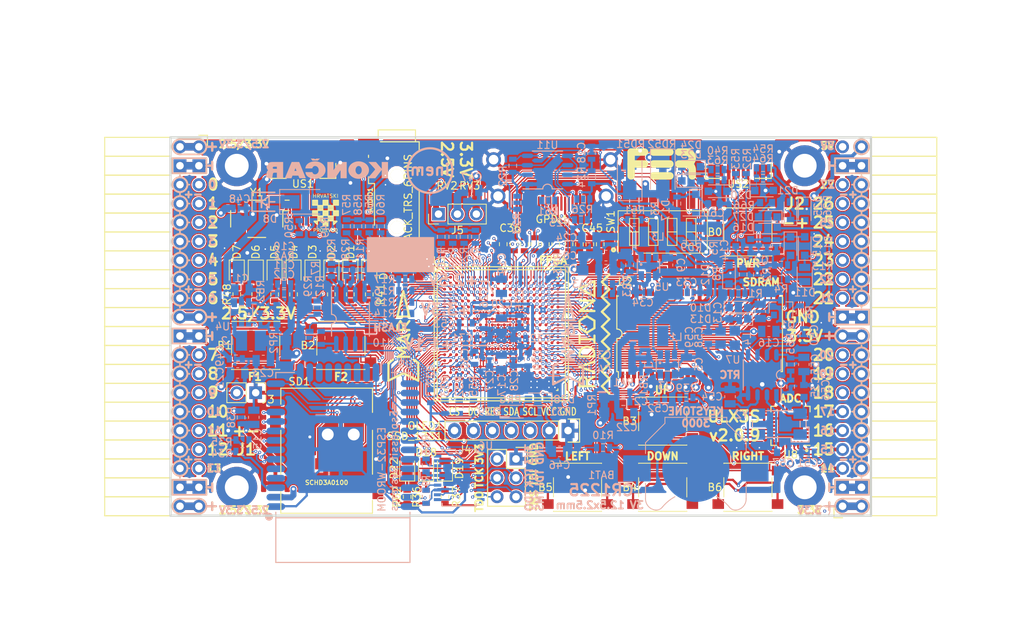
<source format=kicad_pcb>
(kicad_pcb (version 20171130) (host pcbnew 5.0.0+dfsg1-1)
  (layers (0 F.Cu signal) (1 In1.Cu signal) (2 In2.Cu signal) (31 B.Cu signal) (34 B.Paste user) (35 F.Paste user) (36 B.SilkS user) (37 F.SilkS user) (38 B.Mask user) (39 F.Mask user) (44 Edge.Cuts user))
  (net 0 "")
  (net 1 GND)
  (net 2 +5V)
  (net 3 /gpio/IN5V)
  (net 4 /gpio/OUT5V)
  (net 5 +3V3)
  (net 6 BTN_D)
  (net 7 BTN_F1)
  (net 8 BTN_F2)
  (net 9 BTN_L)
  (net 10 BTN_R)
  (net 11 BTN_U)
  (net 12 /power/FB1)
  (net 13 +2V5)
  (net 14 /power/PWREN)
  (net 15 /power/FB3)
  (net 16 /power/FB2)
  (net 17 /power/VBAT)
  (net 18 JTAG_TDI)
  (net 19 JTAG_TCK)
  (net 20 JTAG_TMS)
  (net 21 JTAG_TDO)
  (net 22 /power/WAKEUPn)
  (net 23 /power/WKUP)
  (net 24 /power/SHUT)
  (net 25 /power/WAKE)
  (net 26 /power/HOLD)
  (net 27 /power/WKn)
  (net 28 /power/OSCI_32k)
  (net 29 /power/OSCO_32k)
  (net 30 SHUTDOWN)
  (net 31 GPDI_SDA)
  (net 32 GPDI_SCL)
  (net 33 /gpdi/VREF2)
  (net 34 SD_CMD)
  (net 35 SD_CLK)
  (net 36 SD_D0)
  (net 37 SD_D1)
  (net 38 USB5V)
  (net 39 GPDI_CEC)
  (net 40 nRESET)
  (net 41 FTDI_nDTR)
  (net 42 SDRAM_CKE)
  (net 43 SDRAM_A7)
  (net 44 SDRAM_D15)
  (net 45 SDRAM_BA1)
  (net 46 SDRAM_D7)
  (net 47 SDRAM_A6)
  (net 48 SDRAM_CLK)
  (net 49 SDRAM_D13)
  (net 50 SDRAM_BA0)
  (net 51 SDRAM_D6)
  (net 52 SDRAM_A5)
  (net 53 SDRAM_D14)
  (net 54 SDRAM_A11)
  (net 55 SDRAM_D12)
  (net 56 SDRAM_D5)
  (net 57 SDRAM_A4)
  (net 58 SDRAM_A10)
  (net 59 SDRAM_D11)
  (net 60 SDRAM_A3)
  (net 61 SDRAM_D4)
  (net 62 SDRAM_D10)
  (net 63 SDRAM_D9)
  (net 64 SDRAM_A9)
  (net 65 SDRAM_D3)
  (net 66 SDRAM_D8)
  (net 67 SDRAM_A8)
  (net 68 SDRAM_A2)
  (net 69 SDRAM_A1)
  (net 70 SDRAM_A0)
  (net 71 SDRAM_D2)
  (net 72 SDRAM_D1)
  (net 73 SDRAM_D0)
  (net 74 SDRAM_DQM0)
  (net 75 SDRAM_nCS)
  (net 76 SDRAM_nRAS)
  (net 77 SDRAM_DQM1)
  (net 78 SDRAM_nCAS)
  (net 79 SDRAM_nWE)
  (net 80 /flash/FLASH_nWP)
  (net 81 /flash/FLASH_nHOLD)
  (net 82 /flash/FLASH_MOSI)
  (net 83 /flash/FLASH_MISO)
  (net 84 /flash/FLASH_SCK)
  (net 85 /flash/FLASH_nCS)
  (net 86 /flash/FPGA_PROGRAMN)
  (net 87 /flash/FPGA_DONE)
  (net 88 /flash/FPGA_INITN)
  (net 89 OLED_RES)
  (net 90 OLED_DC)
  (net 91 OLED_CS)
  (net 92 WIFI_EN)
  (net 93 FTDI_nRTS)
  (net 94 FTDI_TXD)
  (net 95 FTDI_RXD)
  (net 96 WIFI_RXD)
  (net 97 WIFI_GPIO0)
  (net 98 WIFI_TXD)
  (net 99 USB_FTDI_D+)
  (net 100 USB_FTDI_D-)
  (net 101 SD_D3)
  (net 102 AUDIO_L3)
  (net 103 AUDIO_L2)
  (net 104 AUDIO_L1)
  (net 105 AUDIO_L0)
  (net 106 AUDIO_R3)
  (net 107 AUDIO_R2)
  (net 108 AUDIO_R1)
  (net 109 AUDIO_R0)
  (net 110 OLED_CLK)
  (net 111 OLED_MOSI)
  (net 112 LED0)
  (net 113 LED1)
  (net 114 LED2)
  (net 115 LED3)
  (net 116 LED4)
  (net 117 LED5)
  (net 118 LED6)
  (net 119 LED7)
  (net 120 BTN_PWRn)
  (net 121 FTDI_nTXLED)
  (net 122 FTDI_nSLEEP)
  (net 123 /blinkey/LED_PWREN)
  (net 124 /blinkey/LED_TXLED)
  (net 125 /sdcard/SD3V3)
  (net 126 SD_D2)
  (net 127 CLK_25MHz)
  (net 128 /blinkey/BTNPUL)
  (net 129 /blinkey/BTNPUR)
  (net 130 USB_FPGA_D+)
  (net 131 /power/FTDI_nSUSPEND)
  (net 132 /blinkey/ALED0)
  (net 133 /blinkey/ALED1)
  (net 134 /blinkey/ALED2)
  (net 135 /blinkey/ALED3)
  (net 136 /blinkey/ALED4)
  (net 137 /blinkey/ALED5)
  (net 138 /blinkey/ALED6)
  (net 139 /blinkey/ALED7)
  (net 140 /usb/FTD-)
  (net 141 /usb/FTD+)
  (net 142 ADC_MISO)
  (net 143 ADC_MOSI)
  (net 144 ADC_CSn)
  (net 145 ADC_SCLK)
  (net 146 SW3)
  (net 147 SW2)
  (net 148 SW1)
  (net 149 USB_FPGA_D-)
  (net 150 /usb/FPD+)
  (net 151 /usb/FPD-)
  (net 152 WIFI_GPIO16)
  (net 153 /usb/ANT_433MHz)
  (net 154 PROG_DONE)
  (net 155 /power/P3V3)
  (net 156 /power/P2V5)
  (net 157 /power/L1)
  (net 158 /power/L3)
  (net 159 /power/L2)
  (net 160 FTDI_TXDEN)
  (net 161 SDRAM_A12)
  (net 162 /analog/AUDIO_V)
  (net 163 AUDIO_V3)
  (net 164 AUDIO_V2)
  (net 165 AUDIO_V1)
  (net 166 AUDIO_V0)
  (net 167 /blinkey/LED_WIFI)
  (net 168 /power/P1V1)
  (net 169 +1V1)
  (net 170 SW4)
  (net 171 /blinkey/SWPU)
  (net 172 /wifi/WIFIEN)
  (net 173 FT2V5)
  (net 174 GN0)
  (net 175 GP0)
  (net 176 GN1)
  (net 177 GP1)
  (net 178 GN2)
  (net 179 GP2)
  (net 180 GN3)
  (net 181 GP3)
  (net 182 GN4)
  (net 183 GP4)
  (net 184 GN5)
  (net 185 GP5)
  (net 186 GN6)
  (net 187 GP6)
  (net 188 GN14)
  (net 189 GP14)
  (net 190 GN15)
  (net 191 GP15)
  (net 192 GN16)
  (net 193 GP16)
  (net 194 GN17)
  (net 195 GP17)
  (net 196 GN18)
  (net 197 GP18)
  (net 198 GN19)
  (net 199 GP19)
  (net 200 GN20)
  (net 201 GP20)
  (net 202 GN21)
  (net 203 GP21)
  (net 204 GN22)
  (net 205 GP22)
  (net 206 GN23)
  (net 207 GP23)
  (net 208 GN24)
  (net 209 GP24)
  (net 210 GN25)
  (net 211 GP25)
  (net 212 GN26)
  (net 213 GP26)
  (net 214 GN27)
  (net 215 GP27)
  (net 216 GN7)
  (net 217 GP7)
  (net 218 GN8)
  (net 219 GP8)
  (net 220 GN9)
  (net 221 GP9)
  (net 222 GN10)
  (net 223 GP10)
  (net 224 GN11)
  (net 225 GP11)
  (net 226 GN12)
  (net 227 GP12)
  (net 228 GN13)
  (net 229 GP13)
  (net 230 WIFI_GPIO5)
  (net 231 WIFI_GPIO17)
  (net 232 USB_FPGA_PULL_D+)
  (net 233 USB_FPGA_PULL_D-)
  (net 234 "Net-(D23-Pad2)")
  (net 235 "Net-(D24-Pad1)")
  (net 236 "Net-(D25-Pad2)")
  (net 237 "Net-(D26-Pad1)")
  (net 238 /gpdi/GPDI_ETH+)
  (net 239 FPDI_ETH+)
  (net 240 /gpdi/GPDI_ETH-)
  (net 241 FPDI_ETH-)
  (net 242 /gpdi/GPDI_D2-)
  (net 243 FPDI_D2-)
  (net 244 /gpdi/GPDI_D1-)
  (net 245 FPDI_D1-)
  (net 246 /gpdi/GPDI_D0-)
  (net 247 FPDI_D0-)
  (net 248 /gpdi/GPDI_CLK-)
  (net 249 FPDI_CLK-)
  (net 250 /gpdi/GPDI_D2+)
  (net 251 FPDI_D2+)
  (net 252 /gpdi/GPDI_D1+)
  (net 253 FPDI_D1+)
  (net 254 /gpdi/GPDI_D0+)
  (net 255 FPDI_D0+)
  (net 256 /gpdi/GPDI_CLK+)
  (net 257 FPDI_CLK+)
  (net 258 FPDI_SDA)
  (net 259 FPDI_SCL)
  (net 260 /gpdi/FPDI_CEC)
  (net 261 2V5_3V3)
  (net 262 "Net-(AUDIO1-Pad5)")
  (net 263 "Net-(AUDIO1-Pad6)")
  (net 264 "Net-(U1-PadA15)")
  (net 265 "Net-(U1-PadC9)")
  (net 266 "Net-(U1-PadD9)")
  (net 267 "Net-(U1-PadD10)")
  (net 268 "Net-(U1-PadD11)")
  (net 269 "Net-(U1-PadD12)")
  (net 270 "Net-(U1-PadE6)")
  (net 271 "Net-(U1-PadE9)")
  (net 272 "Net-(U1-PadE10)")
  (net 273 "Net-(U1-PadE11)")
  (net 274 "Net-(U1-PadJ4)")
  (net 275 "Net-(U1-PadJ5)")
  (net 276 "Net-(U1-PadK5)")
  (net 277 "Net-(U1-PadL5)")
  (net 278 "Net-(U1-PadM5)")
  (net 279 SD_CD)
  (net 280 SD_WP)
  (net 281 "Net-(U1-PadR3)")
  (net 282 "Net-(U1-PadT16)")
  (net 283 "Net-(U1-PadW4)")
  (net 284 "Net-(U1-PadW5)")
  (net 285 "Net-(U1-PadW8)")
  (net 286 "Net-(U1-PadW9)")
  (net 287 "Net-(U1-PadW13)")
  (net 288 "Net-(U1-PadW14)")
  (net 289 "Net-(U1-PadW17)")
  (net 290 "Net-(U1-PadW18)")
  (net 291 FTDI_nRXLED)
  (net 292 "Net-(U8-Pad12)")
  (net 293 "Net-(U8-Pad25)")
  (net 294 "Net-(U9-Pad32)")
  (net 295 "Net-(U9-Pad22)")
  (net 296 "Net-(U9-Pad21)")
  (net 297 "Net-(U9-Pad20)")
  (net 298 "Net-(U9-Pad19)")
  (net 299 "Net-(U9-Pad18)")
  (net 300 "Net-(U9-Pad17)")
  (net 301 "Net-(U9-Pad12)")
  (net 302 "Net-(U9-Pad5)")
  (net 303 "Net-(U9-Pad4)")
  (net 304 "Net-(US1-Pad4)")
  (net 305 "Net-(Y2-Pad3)")
  (net 306 "Net-(Y2-Pad2)")
  (net 307 "Net-(U1-PadK16)")
  (net 308 "Net-(U1-PadK17)")
  (net 309 /usb/US2VBUS)
  (net 310 /power/SHD)
  (net 311 /power/RTCVDD)
  (net 312 "Net-(D27-Pad2)")
  (net 313 US2_ID)
  (net 314 /analog/AUDIO_L)
  (net 315 /analog/AUDIO_R)
  (net 316 /analog/ADC3V3)
  (net 317 PWRBTn)
  (net 318 USER_PROGRAMN)
  (module lfe5bg381:BGA-381_pitch0.8mm_dia0.4mm (layer F.Cu) (at 138.48 87.8)
    (fp_text reference U1 (at -8.2 -9.8) (layer F.SilkS))
    (fp_text value LFE5U-85F-6BG381C)
    (pad Y19 smd circle (at 6.8 7.6) (size 0.4 0.35) (layers F.Cu F.Paste F.Mask) (net 1 GND))
    (pad Y17 smd circle (at 5.2 7.6) (size 0.4 0.35) (layers F.Cu F.Paste F.Mask) (net 1 GND))
    (pad Y16 smd circle (at 4.4 7.6) (size 0.4 0.35) (layers F.Cu F.Paste F.Mask) (net 1 GND))
    (pad Y15 smd circle (at 3.6 7.6) (size 0.4 0.35) (layers F.Cu F.Paste F.Mask) (net 1 GND))
    (pad Y14 smd circle (at 2.8 7.6) (size 0.4 0.35) (layers F.Cu F.Paste F.Mask) (net 1 GND))
    (pad Y12 smd circle (at 1.2 7.6) (size 0.4 0.35) (layers F.Cu F.Paste F.Mask) (net 1 GND))
    (pad Y11 smd circle (at 0.4 7.6) (size 0.4 0.35) (layers F.Cu F.Paste F.Mask) (net 1 GND))
    (pad Y8 smd circle (at -2 7.6) (size 0.4 0.35) (layers F.Cu F.Paste F.Mask) (net 1 GND))
    (pad Y7 smd circle (at -2.8 7.6) (size 0.4 0.35) (layers F.Cu F.Paste F.Mask) (net 1 GND))
    (pad Y6 smd circle (at -3.6 7.6) (size 0.4 0.35) (layers F.Cu F.Paste F.Mask) (net 1 GND))
    (pad Y5 smd circle (at -4.4 7.6) (size 0.4 0.35) (layers F.Cu F.Paste F.Mask) (net 1 GND))
    (pad Y3 smd circle (at -6 7.6) (size 0.4 0.35) (layers F.Cu F.Paste F.Mask) (net 87 /flash/FPGA_DONE))
    (pad Y2 smd circle (at -6.8 7.6) (size 0.4 0.35) (layers F.Cu F.Paste F.Mask) (net 80 /flash/FLASH_nWP))
    (pad W20 smd circle (at 7.6 6.8) (size 0.4 0.35) (layers F.Cu F.Paste F.Mask) (net 1 GND))
    (pad W19 smd circle (at 6.8 6.8) (size 0.4 0.35) (layers F.Cu F.Paste F.Mask) (net 1 GND))
    (pad W18 smd circle (at 6 6.8) (size 0.4 0.35) (layers F.Cu F.Paste F.Mask) (net 290 "Net-(U1-PadW18)"))
    (pad W17 smd circle (at 5.2 6.8) (size 0.4 0.35) (layers F.Cu F.Paste F.Mask) (net 289 "Net-(U1-PadW17)"))
    (pad W16 smd circle (at 4.4 6.8) (size 0.4 0.35) (layers F.Cu F.Paste F.Mask) (net 1 GND))
    (pad W15 smd circle (at 3.6 6.8) (size 0.4 0.35) (layers F.Cu F.Paste F.Mask) (net 1 GND))
    (pad W14 smd circle (at 2.8 6.8) (size 0.4 0.35) (layers F.Cu F.Paste F.Mask) (net 288 "Net-(U1-PadW14)"))
    (pad W13 smd circle (at 2 6.8) (size 0.4 0.35) (layers F.Cu F.Paste F.Mask) (net 287 "Net-(U1-PadW13)"))
    (pad W12 smd circle (at 1.2 6.8) (size 0.4 0.35) (layers F.Cu F.Paste F.Mask) (net 1 GND))
    (pad W11 smd circle (at 0.4 6.8) (size 0.4 0.35) (layers F.Cu F.Paste F.Mask))
    (pad W10 smd circle (at -0.4 6.8) (size 0.4 0.35) (layers F.Cu F.Paste F.Mask))
    (pad W9 smd circle (at -1.2 6.8) (size 0.4 0.35) (layers F.Cu F.Paste F.Mask) (net 286 "Net-(U1-PadW9)"))
    (pad W8 smd circle (at -2 6.8) (size 0.4 0.35) (layers F.Cu F.Paste F.Mask) (net 285 "Net-(U1-PadW8)"))
    (pad W7 smd circle (at -2.8 6.8) (size 0.4 0.35) (layers F.Cu F.Paste F.Mask) (net 1 GND))
    (pad W6 smd circle (at -3.6 6.8) (size 0.4 0.35) (layers F.Cu F.Paste F.Mask) (net 1 GND))
    (pad W5 smd circle (at -4.4 6.8) (size 0.4 0.35) (layers F.Cu F.Paste F.Mask) (net 284 "Net-(U1-PadW5)"))
    (pad W4 smd circle (at -5.2 6.8) (size 0.4 0.35) (layers F.Cu F.Paste F.Mask) (net 283 "Net-(U1-PadW4)"))
    (pad W3 smd circle (at -6 6.8) (size 0.4 0.35) (layers F.Cu F.Paste F.Mask) (net 86 /flash/FPGA_PROGRAMN))
    (pad W2 smd circle (at -6.8 6.8) (size 0.4 0.35) (layers F.Cu F.Paste F.Mask) (net 82 /flash/FLASH_MOSI))
    (pad W1 smd circle (at -7.6 6.8) (size 0.4 0.35) (layers F.Cu F.Paste F.Mask) (net 81 /flash/FLASH_nHOLD))
    (pad V20 smd circle (at 7.6 6) (size 0.4 0.35) (layers F.Cu F.Paste F.Mask) (net 1 GND))
    (pad V19 smd circle (at 6.8 6) (size 0.4 0.35) (layers F.Cu F.Paste F.Mask) (net 1 GND))
    (pad V18 smd circle (at 6 6) (size 0.4 0.35) (layers F.Cu F.Paste F.Mask) (net 1 GND))
    (pad V17 smd circle (at 5.2 6) (size 0.4 0.35) (layers F.Cu F.Paste F.Mask) (net 1 GND))
    (pad V16 smd circle (at 4.4 6) (size 0.4 0.35) (layers F.Cu F.Paste F.Mask) (net 1 GND))
    (pad V15 smd circle (at 3.6 6) (size 0.4 0.35) (layers F.Cu F.Paste F.Mask) (net 1 GND))
    (pad V14 smd circle (at 2.8 6) (size 0.4 0.35) (layers F.Cu F.Paste F.Mask) (net 1 GND))
    (pad V13 smd circle (at 2 6) (size 0.4 0.35) (layers F.Cu F.Paste F.Mask) (net 1 GND))
    (pad V12 smd circle (at 1.2 6) (size 0.4 0.35) (layers F.Cu F.Paste F.Mask) (net 1 GND))
    (pad V11 smd circle (at 0.4 6) (size 0.4 0.35) (layers F.Cu F.Paste F.Mask) (net 1 GND))
    (pad V10 smd circle (at -0.4 6) (size 0.4 0.35) (layers F.Cu F.Paste F.Mask) (net 1 GND))
    (pad V9 smd circle (at -1.2 6) (size 0.4 0.35) (layers F.Cu F.Paste F.Mask) (net 1 GND))
    (pad V8 smd circle (at -2 6) (size 0.4 0.35) (layers F.Cu F.Paste F.Mask) (net 1 GND))
    (pad V7 smd circle (at -2.8 6) (size 0.4 0.35) (layers F.Cu F.Paste F.Mask) (net 1 GND))
    (pad V6 smd circle (at -3.6 6) (size 0.4 0.35) (layers F.Cu F.Paste F.Mask) (net 1 GND))
    (pad V5 smd circle (at -4.4 6) (size 0.4 0.35) (layers F.Cu F.Paste F.Mask) (net 1 GND))
    (pad V4 smd circle (at -5.2 6) (size 0.4 0.35) (layers F.Cu F.Paste F.Mask) (net 21 JTAG_TDO))
    (pad V3 smd circle (at -6 6) (size 0.4 0.35) (layers F.Cu F.Paste F.Mask) (net 88 /flash/FPGA_INITN))
    (pad V2 smd circle (at -6.8 6) (size 0.4 0.35) (layers F.Cu F.Paste F.Mask) (net 83 /flash/FLASH_MISO))
    (pad V1 smd circle (at -7.6 6) (size 0.4 0.35) (layers F.Cu F.Paste F.Mask) (net 6 BTN_D))
    (pad U20 smd circle (at 7.6 5.2) (size 0.4 0.35) (layers F.Cu F.Paste F.Mask) (net 46 SDRAM_D7))
    (pad U19 smd circle (at 6.8 5.2) (size 0.4 0.35) (layers F.Cu F.Paste F.Mask) (net 74 SDRAM_DQM0))
    (pad U18 smd circle (at 6 5.2) (size 0.4 0.35) (layers F.Cu F.Paste F.Mask) (net 189 GP14))
    (pad U17 smd circle (at 5.2 5.2) (size 0.4 0.35) (layers F.Cu F.Paste F.Mask) (net 188 GN14))
    (pad U16 smd circle (at 4.4 5.2) (size 0.4 0.35) (layers F.Cu F.Paste F.Mask) (net 142 ADC_MISO))
    (pad U15 smd circle (at 3.6 5.2) (size 0.4 0.35) (layers F.Cu F.Paste F.Mask) (net 1 GND))
    (pad U14 smd circle (at 2.8 5.2) (size 0.4 0.35) (layers F.Cu F.Paste F.Mask) (net 1 GND))
    (pad U13 smd circle (at 2 5.2) (size 0.4 0.35) (layers F.Cu F.Paste F.Mask) (net 1 GND))
    (pad U12 smd circle (at 1.2 5.2) (size 0.4 0.35) (layers F.Cu F.Paste F.Mask) (net 1 GND))
    (pad U11 smd circle (at 0.4 5.2) (size 0.4 0.35) (layers F.Cu F.Paste F.Mask) (net 1 GND))
    (pad U10 smd circle (at -0.4 5.2) (size 0.4 0.35) (layers F.Cu F.Paste F.Mask) (net 1 GND))
    (pad U9 smd circle (at -1.2 5.2) (size 0.4 0.35) (layers F.Cu F.Paste F.Mask) (net 1 GND))
    (pad U8 smd circle (at -2 5.2) (size 0.4 0.35) (layers F.Cu F.Paste F.Mask) (net 1 GND))
    (pad U7 smd circle (at -2.8 5.2) (size 0.4 0.35) (layers F.Cu F.Paste F.Mask) (net 1 GND))
    (pad U6 smd circle (at -3.6 5.2) (size 0.4 0.35) (layers F.Cu F.Paste F.Mask) (net 1 GND))
    (pad U5 smd circle (at -4.4 5.2) (size 0.4 0.35) (layers F.Cu F.Paste F.Mask) (net 20 JTAG_TMS))
    (pad U4 smd circle (at -5.2 5.2) (size 0.4 0.35) (layers F.Cu F.Paste F.Mask) (net 1 GND))
    (pad U3 smd circle (at -6 5.2) (size 0.4 0.35) (layers F.Cu F.Paste F.Mask) (net 84 /flash/FLASH_SCK))
    (pad U2 smd circle (at -6.8 5.2) (size 0.4 0.35) (layers F.Cu F.Paste F.Mask) (net 5 +3V3))
    (pad U1 smd circle (at -7.6 5.2) (size 0.4 0.35) (layers F.Cu F.Paste F.Mask) (net 9 BTN_L))
    (pad T20 smd circle (at 7.6 4.4) (size 0.4 0.35) (layers F.Cu F.Paste F.Mask) (net 79 SDRAM_nWE))
    (pad T19 smd circle (at 6.8 4.4) (size 0.4 0.35) (layers F.Cu F.Paste F.Mask) (net 78 SDRAM_nCAS))
    (pad T18 smd circle (at 6 4.4) (size 0.4 0.35) (layers F.Cu F.Paste F.Mask) (net 56 SDRAM_D5))
    (pad T17 smd circle (at 5.2 4.4) (size 0.4 0.35) (layers F.Cu F.Paste F.Mask) (net 51 SDRAM_D6))
    (pad T16 smd circle (at 4.4 4.4) (size 0.4 0.35) (layers F.Cu F.Paste F.Mask) (net 282 "Net-(U1-PadT16)"))
    (pad T15 smd circle (at 3.6 4.4) (size 0.4 0.35) (layers F.Cu F.Paste F.Mask) (net 1 GND))
    (pad T14 smd circle (at 2.8 4.4) (size 0.4 0.35) (layers F.Cu F.Paste F.Mask) (net 1 GND))
    (pad T13 smd circle (at 2 4.4) (size 0.4 0.35) (layers F.Cu F.Paste F.Mask) (net 1 GND))
    (pad T12 smd circle (at 1.2 4.4) (size 0.4 0.35) (layers F.Cu F.Paste F.Mask) (net 1 GND))
    (pad T11 smd circle (at 0.4 4.4) (size 0.4 0.35) (layers F.Cu F.Paste F.Mask) (net 1 GND))
    (pad T10 smd circle (at -0.4 4.4) (size 0.4 0.35) (layers F.Cu F.Paste F.Mask) (net 1 GND))
    (pad T9 smd circle (at -1.2 4.4) (size 0.4 0.35) (layers F.Cu F.Paste F.Mask) (net 1 GND))
    (pad T8 smd circle (at -2 4.4) (size 0.4 0.35) (layers F.Cu F.Paste F.Mask) (net 1 GND))
    (pad T7 smd circle (at -2.8 4.4) (size 0.4 0.35) (layers F.Cu F.Paste F.Mask) (net 1 GND))
    (pad T6 smd circle (at -3.6 4.4) (size 0.4 0.35) (layers F.Cu F.Paste F.Mask) (net 1 GND))
    (pad T5 smd circle (at -4.4 4.4) (size 0.4 0.35) (layers F.Cu F.Paste F.Mask) (net 19 JTAG_TCK))
    (pad T4 smd circle (at -5.2 4.4) (size 0.4 0.35) (layers F.Cu F.Paste F.Mask) (net 5 +3V3))
    (pad T3 smd circle (at -6 4.4) (size 0.4 0.35) (layers F.Cu F.Paste F.Mask) (net 5 +3V3))
    (pad T2 smd circle (at -6.8 4.4) (size 0.4 0.35) (layers F.Cu F.Paste F.Mask) (net 5 +3V3))
    (pad T1 smd circle (at -7.6 4.4) (size 0.4 0.35) (layers F.Cu F.Paste F.Mask) (net 8 BTN_F2))
    (pad R20 smd circle (at 7.6 3.6) (size 0.4 0.35) (layers F.Cu F.Paste F.Mask) (net 76 SDRAM_nRAS))
    (pad R19 smd circle (at 6.8 3.6) (size 0.4 0.35) (layers F.Cu F.Paste F.Mask) (net 1 GND))
    (pad R18 smd circle (at 6 3.6) (size 0.4 0.35) (layers F.Cu F.Paste F.Mask) (net 11 BTN_U))
    (pad R17 smd circle (at 5.2 3.6) (size 0.4 0.35) (layers F.Cu F.Paste F.Mask) (net 144 ADC_CSn))
    (pad R16 smd circle (at 4.4 3.6) (size 0.4 0.35) (layers F.Cu F.Paste F.Mask) (net 143 ADC_MOSI))
    (pad R5 smd circle (at -4.4 3.6) (size 0.4 0.35) (layers F.Cu F.Paste F.Mask) (net 18 JTAG_TDI))
    (pad R4 smd circle (at -5.2 3.6) (size 0.4 0.35) (layers F.Cu F.Paste F.Mask) (net 1 GND))
    (pad R3 smd circle (at -6 3.6) (size 0.4 0.35) (layers F.Cu F.Paste F.Mask) (net 281 "Net-(U1-PadR3)"))
    (pad R2 smd circle (at -6.8 3.6) (size 0.4 0.35) (layers F.Cu F.Paste F.Mask) (net 85 /flash/FLASH_nCS))
    (pad R1 smd circle (at -7.6 3.6) (size 0.4 0.35) (layers F.Cu F.Paste F.Mask) (net 7 BTN_F1))
    (pad P20 smd circle (at 7.6 2.8) (size 0.4 0.35) (layers F.Cu F.Paste F.Mask) (net 75 SDRAM_nCS))
    (pad P19 smd circle (at 6.8 2.8) (size 0.4 0.35) (layers F.Cu F.Paste F.Mask) (net 50 SDRAM_BA0))
    (pad P18 smd circle (at 6 2.8) (size 0.4 0.35) (layers F.Cu F.Paste F.Mask) (net 61 SDRAM_D4))
    (pad P17 smd circle (at 5.2 2.8) (size 0.4 0.35) (layers F.Cu F.Paste F.Mask) (net 145 ADC_SCLK))
    (pad P16 smd circle (at 4.4 2.8) (size 0.4 0.35) (layers F.Cu F.Paste F.Mask) (net 190 GN15))
    (pad P15 smd circle (at 3.6 2.8) (size 0.4 0.35) (layers F.Cu F.Paste F.Mask) (net 13 +2V5))
    (pad P14 smd circle (at 2.8 2.8) (size 0.4 0.35) (layers F.Cu F.Paste F.Mask) (net 1 GND))
    (pad P13 smd circle (at 2 2.8) (size 0.4 0.35) (layers F.Cu F.Paste F.Mask) (net 1 GND))
    (pad P12 smd circle (at 1.2 2.8) (size 0.4 0.35) (layers F.Cu F.Paste F.Mask) (net 1 GND))
    (pad P11 smd circle (at 0.4 2.8) (size 0.4 0.35) (layers F.Cu F.Paste F.Mask) (net 1 GND))
    (pad P10 smd circle (at -0.4 2.8) (size 0.4 0.35) (layers F.Cu F.Paste F.Mask) (net 5 +3V3))
    (pad P9 smd circle (at -1.2 2.8) (size 0.4 0.35) (layers F.Cu F.Paste F.Mask) (net 5 +3V3))
    (pad P8 smd circle (at -2 2.8) (size 0.4 0.35) (layers F.Cu F.Paste F.Mask) (net 1 GND))
    (pad P7 smd circle (at -2.8 2.8) (size 0.4 0.35) (layers F.Cu F.Paste F.Mask) (net 1 GND))
    (pad P6 smd circle (at -3.6 2.8) (size 0.4 0.35) (layers F.Cu F.Paste F.Mask) (net 13 +2V5))
    (pad P5 smd circle (at -4.4 2.8) (size 0.4 0.35) (layers F.Cu F.Paste F.Mask) (net 280 SD_WP))
    (pad P4 smd circle (at -5.2 2.8) (size 0.4 0.35) (layers F.Cu F.Paste F.Mask) (net 110 OLED_CLK))
    (pad P3 smd circle (at -6 2.8) (size 0.4 0.35) (layers F.Cu F.Paste F.Mask) (net 111 OLED_MOSI))
    (pad P2 smd circle (at -6.8 2.8) (size 0.4 0.35) (layers F.Cu F.Paste F.Mask) (net 89 OLED_RES))
    (pad P1 smd circle (at -7.6 2.8) (size 0.4 0.35) (layers F.Cu F.Paste F.Mask) (net 90 OLED_DC))
    (pad N20 smd circle (at 7.6 2) (size 0.4 0.35) (layers F.Cu F.Paste F.Mask) (net 45 SDRAM_BA1))
    (pad N19 smd circle (at 6.8 2) (size 0.4 0.35) (layers F.Cu F.Paste F.Mask) (net 58 SDRAM_A10))
    (pad N18 smd circle (at 6 2) (size 0.4 0.35) (layers F.Cu F.Paste F.Mask) (net 65 SDRAM_D3))
    (pad N17 smd circle (at 5.2 2) (size 0.4 0.35) (layers F.Cu F.Paste F.Mask) (net 191 GP15))
    (pad N16 smd circle (at 4.4 2) (size 0.4 0.35) (layers F.Cu F.Paste F.Mask) (net 193 GP16))
    (pad N15 smd circle (at 3.6 2) (size 0.4 0.35) (layers F.Cu F.Paste F.Mask) (net 1 GND))
    (pad N14 smd circle (at 2.8 2) (size 0.4 0.35) (layers F.Cu F.Paste F.Mask) (net 1 GND))
    (pad N13 smd circle (at 2 2) (size 0.4 0.35) (layers F.Cu F.Paste F.Mask) (net 169 +1V1))
    (pad N12 smd circle (at 1.2 2) (size 0.4 0.35) (layers F.Cu F.Paste F.Mask) (net 169 +1V1))
    (pad N11 smd circle (at 0.4 2) (size 0.4 0.35) (layers F.Cu F.Paste F.Mask) (net 169 +1V1))
    (pad N10 smd circle (at -0.4 2) (size 0.4 0.35) (layers F.Cu F.Paste F.Mask) (net 169 +1V1))
    (pad N9 smd circle (at -1.2 2) (size 0.4 0.35) (layers F.Cu F.Paste F.Mask) (net 169 +1V1))
    (pad N8 smd circle (at -2 2) (size 0.4 0.35) (layers F.Cu F.Paste F.Mask) (net 169 +1V1))
    (pad N7 smd circle (at -2.8 2) (size 0.4 0.35) (layers F.Cu F.Paste F.Mask) (net 1 GND))
    (pad N6 smd circle (at -3.6 2) (size 0.4 0.35) (layers F.Cu F.Paste F.Mask) (net 1 GND))
    (pad N5 smd circle (at -4.4 2) (size 0.4 0.35) (layers F.Cu F.Paste F.Mask) (net 279 SD_CD))
    (pad N4 smd circle (at -5.2 2) (size 0.4 0.35) (layers F.Cu F.Paste F.Mask) (net 230 WIFI_GPIO5))
    (pad N3 smd circle (at -6 2) (size 0.4 0.35) (layers F.Cu F.Paste F.Mask) (net 231 WIFI_GPIO17))
    (pad N2 smd circle (at -6.8 2) (size 0.4 0.35) (layers F.Cu F.Paste F.Mask) (net 91 OLED_CS))
    (pad N1 smd circle (at -7.6 2) (size 0.4 0.35) (layers F.Cu F.Paste F.Mask) (net 41 FTDI_nDTR))
    (pad M20 smd circle (at 7.6 1.2) (size 0.4 0.35) (layers F.Cu F.Paste F.Mask) (net 70 SDRAM_A0))
    (pad M19 smd circle (at 6.8 1.2) (size 0.4 0.35) (layers F.Cu F.Paste F.Mask) (net 69 SDRAM_A1))
    (pad M18 smd circle (at 6 1.2) (size 0.4 0.35) (layers F.Cu F.Paste F.Mask) (net 71 SDRAM_D2))
    (pad M17 smd circle (at 5.2 1.2) (size 0.4 0.35) (layers F.Cu F.Paste F.Mask) (net 192 GN16))
    (pad M16 smd circle (at 4.4 1.2) (size 0.4 0.35) (layers F.Cu F.Paste F.Mask) (net 1 GND))
    (pad M15 smd circle (at 3.6 1.2) (size 0.4 0.35) (layers F.Cu F.Paste F.Mask) (net 5 +3V3))
    (pad M14 smd circle (at 2.8 1.2) (size 0.4 0.35) (layers F.Cu F.Paste F.Mask) (net 1 GND))
    (pad M13 smd circle (at 2 1.2) (size 0.4 0.35) (layers F.Cu F.Paste F.Mask) (net 169 +1V1))
    (pad M12 smd circle (at 1.2 1.2) (size 0.4 0.35) (layers F.Cu F.Paste F.Mask) (net 1 GND))
    (pad M11 smd circle (at 0.4 1.2) (size 0.4 0.35) (layers F.Cu F.Paste F.Mask) (net 1 GND))
    (pad M10 smd circle (at -0.4 1.2) (size 0.4 0.35) (layers F.Cu F.Paste F.Mask) (net 1 GND))
    (pad M9 smd circle (at -1.2 1.2) (size 0.4 0.35) (layers F.Cu F.Paste F.Mask) (net 1 GND))
    (pad M8 smd circle (at -2 1.2) (size 0.4 0.35) (layers F.Cu F.Paste F.Mask) (net 169 +1V1))
    (pad M7 smd circle (at -2.8 1.2) (size 0.4 0.35) (layers F.Cu F.Paste F.Mask) (net 1 GND))
    (pad M6 smd circle (at -3.6 1.2) (size 0.4 0.35) (layers F.Cu F.Paste F.Mask) (net 5 +3V3))
    (pad M5 smd circle (at -4.4 1.2) (size 0.4 0.35) (layers F.Cu F.Paste F.Mask) (net 278 "Net-(U1-PadM5)"))
    (pad M4 smd circle (at -5.2 1.2) (size 0.4 0.35) (layers F.Cu F.Paste F.Mask) (net 318 USER_PROGRAMN))
    (pad M3 smd circle (at -6 1.2) (size 0.4 0.35) (layers F.Cu F.Paste F.Mask) (net 93 FTDI_nRTS))
    (pad M2 smd circle (at -6.8 1.2) (size 0.4 0.35) (layers F.Cu F.Paste F.Mask) (net 1 GND))
    (pad M1 smd circle (at -7.6 1.2) (size 0.4 0.35) (layers F.Cu F.Paste F.Mask) (net 94 FTDI_TXD))
    (pad L20 smd circle (at 7.6 0.4) (size 0.4 0.35) (layers F.Cu F.Paste F.Mask) (net 68 SDRAM_A2))
    (pad L19 smd circle (at 6.8 0.4) (size 0.4 0.35) (layers F.Cu F.Paste F.Mask) (net 60 SDRAM_A3))
    (pad L18 smd circle (at 6 0.4) (size 0.4 0.35) (layers F.Cu F.Paste F.Mask) (net 72 SDRAM_D1))
    (pad L17 smd circle (at 5.2 0.4) (size 0.4 0.35) (layers F.Cu F.Paste F.Mask) (net 194 GN17))
    (pad L16 smd circle (at 4.4 0.4) (size 0.4 0.35) (layers F.Cu F.Paste F.Mask) (net 195 GP17))
    (pad L15 smd circle (at 3.6 0.4) (size 0.4 0.35) (layers F.Cu F.Paste F.Mask) (net 5 +3V3))
    (pad L14 smd circle (at 2.8 0.4) (size 0.4 0.35) (layers F.Cu F.Paste F.Mask) (net 5 +3V3))
    (pad L13 smd circle (at 2 0.4) (size 0.4 0.35) (layers F.Cu F.Paste F.Mask) (net 169 +1V1))
    (pad L12 smd circle (at 1.2 0.4) (size 0.4 0.35) (layers F.Cu F.Paste F.Mask) (net 1 GND))
    (pad L11 smd circle (at 0.4 0.4) (size 0.4 0.35) (layers F.Cu F.Paste F.Mask) (net 1 GND))
    (pad L10 smd circle (at -0.4 0.4) (size 0.4 0.35) (layers F.Cu F.Paste F.Mask) (net 1 GND))
    (pad L9 smd circle (at -1.2 0.4) (size 0.4 0.35) (layers F.Cu F.Paste F.Mask) (net 1 GND))
    (pad L8 smd circle (at -2 0.4) (size 0.4 0.35) (layers F.Cu F.Paste F.Mask) (net 169 +1V1))
    (pad L7 smd circle (at -2.8 0.4) (size 0.4 0.35) (layers F.Cu F.Paste F.Mask) (net 5 +3V3))
    (pad L6 smd circle (at -3.6 0.4) (size 0.4 0.35) (layers F.Cu F.Paste F.Mask) (net 5 +3V3))
    (pad L5 smd circle (at -4.4 0.4) (size 0.4 0.35) (layers F.Cu F.Paste F.Mask) (net 277 "Net-(U1-PadL5)"))
    (pad L4 smd circle (at -5.2 0.4) (size 0.4 0.35) (layers F.Cu F.Paste F.Mask) (net 95 FTDI_RXD))
    (pad L3 smd circle (at -6 0.4) (size 0.4 0.35) (layers F.Cu F.Paste F.Mask) (net 160 FTDI_TXDEN))
    (pad L2 smd circle (at -6.8 0.4) (size 0.4 0.35) (layers F.Cu F.Paste F.Mask) (net 97 WIFI_GPIO0))
    (pad L1 smd circle (at -7.6 0.4) (size 0.4 0.35) (layers F.Cu F.Paste F.Mask) (net 152 WIFI_GPIO16))
    (pad K20 smd circle (at 7.6 -0.4) (size 0.4 0.35) (layers F.Cu F.Paste F.Mask) (net 57 SDRAM_A4))
    (pad K19 smd circle (at 6.8 -0.4) (size 0.4 0.35) (layers F.Cu F.Paste F.Mask) (net 52 SDRAM_A5))
    (pad K18 smd circle (at 6 -0.4) (size 0.4 0.35) (layers F.Cu F.Paste F.Mask) (net 47 SDRAM_A6))
    (pad K17 smd circle (at 5.2 -0.4) (size 0.4 0.35) (layers F.Cu F.Paste F.Mask) (net 308 "Net-(U1-PadK17)"))
    (pad K16 smd circle (at 4.4 -0.4) (size 0.4 0.35) (layers F.Cu F.Paste F.Mask) (net 307 "Net-(U1-PadK16)"))
    (pad K15 smd circle (at 3.6 -0.4) (size 0.4 0.35) (layers F.Cu F.Paste F.Mask) (net 1 GND))
    (pad K14 smd circle (at 2.8 -0.4) (size 0.4 0.35) (layers F.Cu F.Paste F.Mask) (net 1 GND))
    (pad K13 smd circle (at 2 -0.4) (size 0.4 0.35) (layers F.Cu F.Paste F.Mask) (net 169 +1V1))
    (pad K12 smd circle (at 1.2 -0.4) (size 0.4 0.35) (layers F.Cu F.Paste F.Mask) (net 1 GND))
    (pad K11 smd circle (at 0.4 -0.4) (size 0.4 0.35) (layers F.Cu F.Paste F.Mask) (net 1 GND))
    (pad K10 smd circle (at -0.4 -0.4) (size 0.4 0.35) (layers F.Cu F.Paste F.Mask) (net 1 GND))
    (pad K9 smd circle (at -1.2 -0.4) (size 0.4 0.35) (layers F.Cu F.Paste F.Mask) (net 1 GND))
    (pad K8 smd circle (at -2 -0.4) (size 0.4 0.35) (layers F.Cu F.Paste F.Mask) (net 169 +1V1))
    (pad K7 smd circle (at -2.8 -0.4) (size 0.4 0.35) (layers F.Cu F.Paste F.Mask) (net 1 GND))
    (pad K6 smd circle (at -3.6 -0.4) (size 0.4 0.35) (layers F.Cu F.Paste F.Mask) (net 1 GND))
    (pad K5 smd circle (at -4.4 -0.4) (size 0.4 0.35) (layers F.Cu F.Paste F.Mask) (net 276 "Net-(U1-PadK5)"))
    (pad K4 smd circle (at -5.2 -0.4) (size 0.4 0.35) (layers F.Cu F.Paste F.Mask) (net 98 WIFI_TXD))
    (pad K3 smd circle (at -6 -0.4) (size 0.4 0.35) (layers F.Cu F.Paste F.Mask) (net 96 WIFI_RXD))
    (pad K2 smd circle (at -6.8 -0.4) (size 0.4 0.35) (layers F.Cu F.Paste F.Mask) (net 101 SD_D3))
    (pad K1 smd circle (at -7.6 -0.4) (size 0.4 0.35) (layers F.Cu F.Paste F.Mask) (net 126 SD_D2))
    (pad J20 smd circle (at 7.6 -1.2) (size 0.4 0.35) (layers F.Cu F.Paste F.Mask) (net 43 SDRAM_A7))
    (pad J19 smd circle (at 6.8 -1.2) (size 0.4 0.35) (layers F.Cu F.Paste F.Mask) (net 67 SDRAM_A8))
    (pad J18 smd circle (at 6 -1.2) (size 0.4 0.35) (layers F.Cu F.Paste F.Mask) (net 53 SDRAM_D14))
    (pad J17 smd circle (at 5.2 -1.2) (size 0.4 0.35) (layers F.Cu F.Paste F.Mask) (net 44 SDRAM_D15))
    (pad J16 smd circle (at 4.4 -1.2) (size 0.4 0.35) (layers F.Cu F.Paste F.Mask) (net 73 SDRAM_D0))
    (pad J15 smd circle (at 3.6 -1.2) (size 0.4 0.35) (layers F.Cu F.Paste F.Mask) (net 5 +3V3))
    (pad J14 smd circle (at 2.8 -1.2) (size 0.4 0.35) (layers F.Cu F.Paste F.Mask) (net 1 GND))
    (pad J13 smd circle (at 2 -1.2) (size 0.4 0.35) (layers F.Cu F.Paste F.Mask) (net 169 +1V1))
    (pad J12 smd circle (at 1.2 -1.2) (size 0.4 0.35) (layers F.Cu F.Paste F.Mask) (net 1 GND))
    (pad J11 smd circle (at 0.4 -1.2) (size 0.4 0.35) (layers F.Cu F.Paste F.Mask) (net 1 GND))
    (pad J10 smd circle (at -0.4 -1.2) (size 0.4 0.35) (layers F.Cu F.Paste F.Mask) (net 1 GND))
    (pad J9 smd circle (at -1.2 -1.2) (size 0.4 0.35) (layers F.Cu F.Paste F.Mask) (net 1 GND))
    (pad J8 smd circle (at -2 -1.2) (size 0.4 0.35) (layers F.Cu F.Paste F.Mask) (net 169 +1V1))
    (pad J7 smd circle (at -2.8 -1.2) (size 0.4 0.35) (layers F.Cu F.Paste F.Mask) (net 1 GND))
    (pad J6 smd circle (at -3.6 -1.2) (size 0.4 0.35) (layers F.Cu F.Paste F.Mask) (net 261 2V5_3V3))
    (pad J5 smd circle (at -4.4 -1.2) (size 0.4 0.35) (layers F.Cu F.Paste F.Mask) (net 275 "Net-(U1-PadJ5)"))
    (pad J4 smd circle (at -5.2 -1.2) (size 0.4 0.35) (layers F.Cu F.Paste F.Mask) (net 274 "Net-(U1-PadJ4)"))
    (pad J3 smd circle (at -6 -1.2) (size 0.4 0.35) (layers F.Cu F.Paste F.Mask) (net 36 SD_D0))
    (pad J2 smd circle (at -6.8 -1.2) (size 0.4 0.35) (layers F.Cu F.Paste F.Mask) (net 1 GND))
    (pad J1 smd circle (at -7.6 -1.2) (size 0.4 0.35) (layers F.Cu F.Paste F.Mask) (net 34 SD_CMD))
    (pad H20 smd circle (at 7.6 -2) (size 0.4 0.35) (layers F.Cu F.Paste F.Mask) (net 64 SDRAM_A9))
    (pad H19 smd circle (at 6.8 -2) (size 0.4 0.35) (layers F.Cu F.Paste F.Mask) (net 1 GND))
    (pad H18 smd circle (at 6 -2) (size 0.4 0.35) (layers F.Cu F.Paste F.Mask) (net 197 GP18))
    (pad H17 smd circle (at 5.2 -2) (size 0.4 0.35) (layers F.Cu F.Paste F.Mask) (net 196 GN18))
    (pad H16 smd circle (at 4.4 -2) (size 0.4 0.35) (layers F.Cu F.Paste F.Mask) (net 10 BTN_R))
    (pad H15 smd circle (at 3.6 -2) (size 0.4 0.35) (layers F.Cu F.Paste F.Mask) (net 5 +3V3))
    (pad H14 smd circle (at 2.8 -2) (size 0.4 0.35) (layers F.Cu F.Paste F.Mask) (net 5 +3V3))
    (pad H13 smd circle (at 2 -2) (size 0.4 0.35) (layers F.Cu F.Paste F.Mask) (net 169 +1V1))
    (pad H12 smd circle (at 1.2 -2) (size 0.4 0.35) (layers F.Cu F.Paste F.Mask) (net 169 +1V1))
    (pad H11 smd circle (at 0.4 -2) (size 0.4 0.35) (layers F.Cu F.Paste F.Mask) (net 169 +1V1))
    (pad H10 smd circle (at -0.4 -2) (size 0.4 0.35) (layers F.Cu F.Paste F.Mask) (net 169 +1V1))
    (pad H9 smd circle (at -1.2 -2) (size 0.4 0.35) (layers F.Cu F.Paste F.Mask) (net 169 +1V1))
    (pad H8 smd circle (at -2 -2) (size 0.4 0.35) (layers F.Cu F.Paste F.Mask) (net 169 +1V1))
    (pad H7 smd circle (at -2.8 -2) (size 0.4 0.35) (layers F.Cu F.Paste F.Mask) (net 261 2V5_3V3))
    (pad H6 smd circle (at -3.6 -2) (size 0.4 0.35) (layers F.Cu F.Paste F.Mask) (net 261 2V5_3V3))
    (pad H5 smd circle (at -4.4 -2) (size 0.4 0.35) (layers F.Cu F.Paste F.Mask) (net 166 AUDIO_V0))
    (pad H4 smd circle (at -5.2 -2) (size 0.4 0.35) (layers F.Cu F.Paste F.Mask) (net 229 GP13))
    (pad H3 smd circle (at -6 -2) (size 0.4 0.35) (layers F.Cu F.Paste F.Mask) (net 119 LED7))
    (pad H2 smd circle (at -6.8 -2) (size 0.4 0.35) (layers F.Cu F.Paste F.Mask) (net 35 SD_CLK))
    (pad H1 smd circle (at -7.6 -2) (size 0.4 0.35) (layers F.Cu F.Paste F.Mask) (net 37 SD_D1))
    (pad G20 smd circle (at 7.6 -2.8) (size 0.4 0.35) (layers F.Cu F.Paste F.Mask) (net 54 SDRAM_A11))
    (pad G19 smd circle (at 6.8 -2.8) (size 0.4 0.35) (layers F.Cu F.Paste F.Mask) (net 161 SDRAM_A12))
    (pad G18 smd circle (at 6 -2.8) (size 0.4 0.35) (layers F.Cu F.Paste F.Mask) (net 198 GN19))
    (pad G17 smd circle (at 5.2 -2.8) (size 0.4 0.35) (layers F.Cu F.Paste F.Mask) (net 1 GND))
    (pad G16 smd circle (at 4.4 -2.8) (size 0.4 0.35) (layers F.Cu F.Paste F.Mask) (net 30 SHUTDOWN))
    (pad G15 smd circle (at 3.6 -2.8) (size 0.4 0.35) (layers F.Cu F.Paste F.Mask) (net 1 GND))
    (pad G14 smd circle (at 2.8 -2.8) (size 0.4 0.35) (layers F.Cu F.Paste F.Mask) (net 1 GND))
    (pad G13 smd circle (at 2 -2.8) (size 0.4 0.35) (layers F.Cu F.Paste F.Mask) (net 1 GND))
    (pad G12 smd circle (at 1.2 -2.8) (size 0.4 0.35) (layers F.Cu F.Paste F.Mask) (net 1 GND))
    (pad G11 smd circle (at 0.4 -2.8) (size 0.4 0.35) (layers F.Cu F.Paste F.Mask) (net 1 GND))
    (pad G10 smd circle (at -0.4 -2.8) (size 0.4 0.35) (layers F.Cu F.Paste F.Mask) (net 1 GND))
    (pad G9 smd circle (at -1.2 -2.8) (size 0.4 0.35) (layers F.Cu F.Paste F.Mask) (net 1 GND))
    (pad G8 smd circle (at -2 -2.8) (size 0.4 0.35) (layers F.Cu F.Paste F.Mask) (net 1 GND))
    (pad G7 smd circle (at -2.8 -2.8) (size 0.4 0.35) (layers F.Cu F.Paste F.Mask) (net 1 GND))
    (pad G6 smd circle (at -3.6 -2.8) (size 0.4 0.35) (layers F.Cu F.Paste F.Mask) (net 1 GND))
    (pad G5 smd circle (at -4.4 -2.8) (size 0.4 0.35) (layers F.Cu F.Paste F.Mask) (net 228 GN13))
    (pad G4 smd circle (at -5.2 -2.8) (size 0.4 0.35) (layers F.Cu F.Paste F.Mask) (net 1 GND))
    (pad G3 smd circle (at -6 -2.8) (size 0.4 0.35) (layers F.Cu F.Paste F.Mask) (net 227 GP12))
    (pad G2 smd circle (at -6.8 -2.8) (size 0.4 0.35) (layers F.Cu F.Paste F.Mask) (net 127 CLK_25MHz))
    (pad G1 smd circle (at -7.6 -2.8) (size 0.4 0.35) (layers F.Cu F.Paste F.Mask) (net 153 /usb/ANT_433MHz))
    (pad F20 smd circle (at 7.6 -3.6) (size 0.4 0.35) (layers F.Cu F.Paste F.Mask) (net 42 SDRAM_CKE))
    (pad F19 smd circle (at 6.8 -3.6) (size 0.4 0.35) (layers F.Cu F.Paste F.Mask) (net 48 SDRAM_CLK))
    (pad F18 smd circle (at 6 -3.6) (size 0.4 0.35) (layers F.Cu F.Paste F.Mask) (net 49 SDRAM_D13))
    (pad F17 smd circle (at 5.2 -3.6) (size 0.4 0.35) (layers F.Cu F.Paste F.Mask) (net 199 GP19))
    (pad F16 smd circle (at 4.4 -3.6) (size 0.4 0.35) (layers F.Cu F.Paste F.Mask) (net 149 USB_FPGA_D-))
    (pad F15 smd circle (at 3.6 -3.6) (size 0.4 0.35) (layers F.Cu F.Paste F.Mask) (net 13 +2V5))
    (pad F14 smd circle (at 2.8 -3.6) (size 0.4 0.35) (layers F.Cu F.Paste F.Mask) (net 1 GND))
    (pad F13 smd circle (at 2 -3.6) (size 0.4 0.35) (layers F.Cu F.Paste F.Mask) (net 1 GND))
    (pad F12 smd circle (at 1.2 -3.6) (size 0.4 0.35) (layers F.Cu F.Paste F.Mask) (net 5 +3V3))
    (pad F11 smd circle (at 0.4 -3.6) (size 0.4 0.35) (layers F.Cu F.Paste F.Mask) (net 5 +3V3))
    (pad F10 smd circle (at -0.4 -3.6) (size 0.4 0.35) (layers F.Cu F.Paste F.Mask) (net 261 2V5_3V3))
    (pad F9 smd circle (at -1.2 -3.6) (size 0.4 0.35) (layers F.Cu F.Paste F.Mask) (net 261 2V5_3V3))
    (pad F8 smd circle (at -2 -3.6) (size 0.4 0.35) (layers F.Cu F.Paste F.Mask) (net 1 GND))
    (pad F7 smd circle (at -2.8 -3.6) (size 0.4 0.35) (layers F.Cu F.Paste F.Mask) (net 1 GND))
    (pad F6 smd circle (at -3.6 -3.6) (size 0.4 0.35) (layers F.Cu F.Paste F.Mask) (net 13 +2V5))
    (pad F5 smd circle (at -4.4 -3.6) (size 0.4 0.35) (layers F.Cu F.Paste F.Mask) (net 164 AUDIO_V2))
    (pad F4 smd circle (at -5.2 -3.6) (size 0.4 0.35) (layers F.Cu F.Paste F.Mask) (net 225 GP11))
    (pad F3 smd circle (at -6 -3.6) (size 0.4 0.4) (layers F.Cu F.Paste F.Mask) (net 226 GN12))
    (pad F2 smd circle (at -6.8 -3.6) (size 0.4 0.4) (layers F.Cu F.Paste F.Mask) (net 165 AUDIO_V1))
    (pad F1 smd circle (at -7.6 -3.6) (size 0.4 0.35) (layers F.Cu F.Paste F.Mask) (net 92 WIFI_EN))
    (pad E20 smd circle (at 7.6 -4.4) (size 0.4 0.35) (layers F.Cu F.Paste F.Mask) (net 77 SDRAM_DQM1))
    (pad E19 smd circle (at 6.8 -4.4) (size 0.4 0.35) (layers F.Cu F.Paste F.Mask) (net 66 SDRAM_D8))
    (pad E18 smd circle (at 6 -4.4) (size 0.4 0.35) (layers F.Cu F.Paste F.Mask) (net 55 SDRAM_D12))
    (pad E17 smd circle (at 5.2 -4.4) (size 0.4 0.35) (layers F.Cu F.Paste F.Mask) (net 200 GN20))
    (pad E16 smd circle (at 4.4 -4.4) (size 0.4 0.35) (layers F.Cu F.Paste F.Mask) (net 130 USB_FPGA_D+))
    (pad E15 smd circle (at 3.6 -4.4) (size 0.4 0.35) (layers F.Cu F.Paste F.Mask) (net 149 USB_FPGA_D-))
    (pad E14 smd circle (at 2.8 -4.4) (size 0.4 0.35) (layers F.Cu F.Paste F.Mask) (net 210 GN25))
    (pad E13 smd circle (at 2 -4.4) (size 0.4 0.35) (layers F.Cu F.Paste F.Mask) (net 214 GN27))
    (pad E12 smd circle (at 1.2 -4.4) (size 0.4 0.35) (layers F.Cu F.Paste F.Mask) (net 259 FPDI_SCL))
    (pad E11 smd circle (at 0.4 -4.4) (size 0.4 0.35) (layers F.Cu F.Paste F.Mask) (net 273 "Net-(U1-PadE11)"))
    (pad E10 smd circle (at -0.4 -4.4) (size 0.4 0.35) (layers F.Cu F.Paste F.Mask) (net 272 "Net-(U1-PadE10)"))
    (pad E9 smd circle (at -1.2 -4.4) (size 0.4 0.35) (layers F.Cu F.Paste F.Mask) (net 271 "Net-(U1-PadE9)"))
    (pad E8 smd circle (at -2 -4.4) (size 0.4 0.35) (layers F.Cu F.Paste F.Mask) (net 148 SW1))
    (pad E7 smd circle (at -2.8 -4.4) (size 0.4 0.35) (layers F.Cu F.Paste F.Mask) (net 170 SW4))
    (pad E6 smd circle (at -3.6 -4.4) (size 0.4 0.35) (layers F.Cu F.Paste F.Mask) (net 270 "Net-(U1-PadE6)"))
    (pad E5 smd circle (at -4.4 -4.4) (size 0.4 0.35) (layers F.Cu F.Paste F.Mask) (net 163 AUDIO_V3))
    (pad E4 smd circle (at -5.2 -4.4) (size 0.4 0.35) (layers F.Cu F.Paste F.Mask) (net 105 AUDIO_L0))
    (pad E3 smd circle (at -6 -4.4) (size 0.4 0.4) (layers F.Cu F.Paste F.Mask) (net 224 GN11))
    (pad E2 smd circle (at -6.8 -4.4) (size 0.4 0.35) (layers F.Cu F.Paste F.Mask) (net 117 LED5))
    (pad E1 smd circle (at -7.6 -4.4) (size 0.4 0.35) (layers F.Cu F.Paste F.Mask) (net 118 LED6))
    (pad D20 smd circle (at 7.6 -5.2) (size 0.4 0.35) (layers F.Cu F.Paste F.Mask) (net 63 SDRAM_D9))
    (pad D19 smd circle (at 6.8 -5.2) (size 0.4 0.35) (layers F.Cu F.Paste F.Mask) (net 62 SDRAM_D10))
    (pad D18 smd circle (at 6 -5.2) (size 0.4 0.35) (layers F.Cu F.Paste F.Mask) (net 201 GP20))
    (pad D17 smd circle (at 5.2 -5.2) (size 0.4 0.35) (layers F.Cu F.Paste F.Mask) (net 202 GN21))
    (pad D16 smd circle (at 4.4 -5.2) (size 0.4 0.35) (layers F.Cu F.Paste F.Mask) (net 208 GN24))
    (pad D15 smd circle (at 3.6 -5.2) (size 0.4 0.35) (layers F.Cu F.Paste F.Mask) (net 130 USB_FPGA_D+))
    (pad D14 smd circle (at 2.8 -5.2) (size 0.4 0.35) (layers F.Cu F.Paste F.Mask) (net 211 GP25))
    (pad D13 smd circle (at 2 -5.2) (size 0.4 0.35) (layers F.Cu F.Paste F.Mask) (net 215 GP27))
    (pad D12 smd circle (at 1.2 -5.2) (size 0.4 0.35) (layers F.Cu F.Paste F.Mask) (net 269 "Net-(U1-PadD12)"))
    (pad D11 smd circle (at 0.4 -5.2) (size 0.4 0.35) (layers F.Cu F.Paste F.Mask) (net 268 "Net-(U1-PadD11)"))
    (pad D10 smd circle (at -0.4 -5.2) (size 0.4 0.35) (layers F.Cu F.Paste F.Mask) (net 267 "Net-(U1-PadD10)"))
    (pad D9 smd circle (at -1.2 -5.2) (size 0.4 0.35) (layers F.Cu F.Paste F.Mask) (net 266 "Net-(U1-PadD9)"))
    (pad D8 smd circle (at -2 -5.2) (size 0.4 0.35) (layers F.Cu F.Paste F.Mask) (net 147 SW2))
    (pad D7 smd circle (at -2.8 -5.2) (size 0.4 0.35) (layers F.Cu F.Paste F.Mask) (net 146 SW3))
    (pad D6 smd circle (at -3.6 -5.2) (size 0.4 0.35) (layers F.Cu F.Paste F.Mask) (net 120 BTN_PWRn))
    (pad D5 smd circle (at -4.4 -5.2) (size 0.4 0.35) (layers F.Cu F.Paste F.Mask) (net 107 AUDIO_R2))
    (pad D4 smd circle (at -5.2 -5.2) (size 0.4 0.35) (layers F.Cu F.Paste F.Mask) (net 1 GND))
    (pad D3 smd circle (at -6 -5.2) (size 0.4 0.35) (layers F.Cu F.Paste F.Mask) (net 104 AUDIO_L1))
    (pad D2 smd circle (at -6.8 -5.2) (size 0.4 0.35) (layers F.Cu F.Paste F.Mask) (net 115 LED3))
    (pad D1 smd circle (at -7.6 -5.2) (size 0.4 0.35) (layers F.Cu F.Paste F.Mask) (net 116 LED4))
    (pad C20 smd circle (at 7.6 -6) (size 0.4 0.35) (layers F.Cu F.Paste F.Mask) (net 59 SDRAM_D11))
    (pad C19 smd circle (at 6.8 -6) (size 0.4 0.35) (layers F.Cu F.Paste F.Mask) (net 1 GND))
    (pad C18 smd circle (at 6 -6) (size 0.4 0.35) (layers F.Cu F.Paste F.Mask) (net 203 GP21))
    (pad C17 smd circle (at 5.2 -6) (size 0.4 0.35) (layers F.Cu F.Paste F.Mask) (net 206 GN23))
    (pad C16 smd circle (at 4.4 -6) (size 0.4 0.35) (layers F.Cu F.Paste F.Mask) (net 209 GP24))
    (pad C15 smd circle (at 3.6 -6) (size 0.4 0.35) (layers F.Cu F.Paste F.Mask) (net 204 GN22))
    (pad C14 smd circle (at 2.8 -6) (size 0.4 0.35) (layers F.Cu F.Paste F.Mask) (net 245 FPDI_D1-))
    (pad C13 smd circle (at 2 -6) (size 0.4 0.35) (layers F.Cu F.Paste F.Mask) (net 212 GN26))
    (pad C12 smd circle (at 1.2 -6) (size 0.4 0.35) (layers F.Cu F.Paste F.Mask) (net 233 USB_FPGA_PULL_D-))
    (pad C11 smd circle (at 0.4 -6) (size 0.4 0.35) (layers F.Cu F.Paste F.Mask) (net 174 GN0))
    (pad C10 smd circle (at -0.4 -6) (size 0.4 0.35) (layers F.Cu F.Paste F.Mask) (net 180 GN3))
    (pad C9 smd circle (at -1.2 -6) (size 0.4 0.35) (layers F.Cu F.Paste F.Mask) (net 265 "Net-(U1-PadC9)"))
    (pad C8 smd circle (at -2 -6) (size 0.4 0.35) (layers F.Cu F.Paste F.Mask) (net 185 GP5))
    (pad C7 smd circle (at -2.8 -6) (size 0.4 0.35) (layers F.Cu F.Paste F.Mask) (net 186 GN6))
    (pad C6 smd circle (at -3.6 -6) (size 0.4 0.35) (layers F.Cu F.Paste F.Mask) (net 187 GP6))
    (pad C5 smd circle (at -4.4 -6) (size 0.4 0.35) (layers F.Cu F.Paste F.Mask) (net 106 AUDIO_R3))
    (pad C4 smd circle (at -5.2 -6) (size 0.4 0.35) (layers F.Cu F.Paste F.Mask) (net 223 GP10))
    (pad C3 smd circle (at -6 -6) (size 0.4 0.35) (layers F.Cu F.Paste F.Mask) (net 103 AUDIO_L2))
    (pad C2 smd circle (at -6.8 -6) (size 0.4 0.35) (layers F.Cu F.Paste F.Mask) (net 113 LED1))
    (pad C1 smd circle (at -7.6 -6) (size 0.4 0.35) (layers F.Cu F.Paste F.Mask) (net 114 LED2))
    (pad B20 smd circle (at 7.6 -6.8) (size 0.4 0.35) (layers F.Cu F.Paste F.Mask) (net 241 FPDI_ETH-))
    (pad B19 smd circle (at 6.8 -6.8) (size 0.4 0.35) (layers F.Cu F.Paste F.Mask) (net 258 FPDI_SDA))
    (pad B18 smd circle (at 6 -6.8) (size 0.4 0.35) (layers F.Cu F.Paste F.Mask) (net 249 FPDI_CLK-))
    (pad B17 smd circle (at 5.2 -6.8) (size 0.4 0.35) (layers F.Cu F.Paste F.Mask) (net 207 GP23))
    (pad B16 smd circle (at 4.4 -6.8) (size 0.4 0.35) (layers F.Cu F.Paste F.Mask) (net 247 FPDI_D0-))
    (pad B15 smd circle (at 3.6 -6.8) (size 0.4 0.35) (layers F.Cu F.Paste F.Mask) (net 205 GP22))
    (pad B14 smd circle (at 2.8 -6.8) (size 0.4 0.35) (layers F.Cu F.Paste F.Mask) (net 1 GND))
    (pad B13 smd circle (at 2 -6.8) (size 0.4 0.35) (layers F.Cu F.Paste F.Mask) (net 213 GP26))
    (pad B12 smd circle (at 1.2 -6.8) (size 0.4 0.35) (layers F.Cu F.Paste F.Mask) (net 232 USB_FPGA_PULL_D+))
    (pad B11 smd circle (at 0.4 -6.8) (size 0.4 0.35) (layers F.Cu F.Paste F.Mask) (net 175 GP0))
    (pad B10 smd circle (at -0.4 -6.8) (size 0.4 0.35) (layers F.Cu F.Paste F.Mask) (net 178 GN2))
    (pad B9 smd circle (at -1.2 -6.8) (size 0.4 0.35) (layers F.Cu F.Paste F.Mask) (net 181 GP3))
    (pad B8 smd circle (at -2 -6.8) (size 0.4 0.35) (layers F.Cu F.Paste F.Mask) (net 184 GN5))
    (pad B7 smd circle (at -2.8 -6.8) (size 0.4 0.35) (layers F.Cu F.Paste F.Mask) (net 1 GND))
    (pad B6 smd circle (at -3.6 -6.8) (size 0.4 0.35) (layers F.Cu F.Paste F.Mask) (net 216 GN7))
    (pad B5 smd circle (at -4.4 -6.8) (size 0.4 0.35) (layers F.Cu F.Paste F.Mask) (net 108 AUDIO_R1))
    (pad B4 smd circle (at -5.2 -6.8) (size 0.4 0.35) (layers F.Cu F.Paste F.Mask) (net 222 GN10))
    (pad B3 smd circle (at -6 -6.8) (size 0.4 0.35) (layers F.Cu F.Paste F.Mask) (net 102 AUDIO_L3))
    (pad B2 smd circle (at -6.8 -6.8) (size 0.4 0.35) (layers F.Cu F.Paste F.Mask) (net 112 LED0))
    (pad B1 smd circle (at -7.6 -6.8) (size 0.4 0.35) (layers F.Cu F.Paste F.Mask) (net 220 GN9))
    (pad A19 smd circle (at 6.8 -7.6) (size 0.4 0.35) (layers F.Cu F.Paste F.Mask) (net 239 FPDI_ETH+))
    (pad A18 smd circle (at 6 -7.6) (size 0.4 0.35) (layers F.Cu F.Paste F.Mask) (net 260 /gpdi/FPDI_CEC))
    (pad A17 smd circle (at 5.2 -7.6) (size 0.4 0.35) (layers F.Cu F.Paste F.Mask) (net 257 FPDI_CLK+))
    (pad A16 smd circle (at 4.4 -7.6) (size 0.4 0.35) (layers F.Cu F.Paste F.Mask) (net 255 FPDI_D0+))
    (pad A15 smd circle (at 3.6 -7.6) (size 0.4 0.35) (layers F.Cu F.Paste F.Mask) (net 264 "Net-(U1-PadA15)"))
    (pad A14 smd circle (at 2.8 -7.6) (size 0.4 0.35) (layers F.Cu F.Paste F.Mask) (net 253 FPDI_D1+))
    (pad A13 smd circle (at 2 -7.6) (size 0.4 0.35) (layers F.Cu F.Paste F.Mask) (net 243 FPDI_D2-))
    (pad A12 smd circle (at 1.2 -7.6) (size 0.4 0.35) (layers F.Cu F.Paste F.Mask) (net 251 FPDI_D2+))
    (pad A11 smd circle (at 0.4 -7.6) (size 0.4 0.35) (layers F.Cu F.Paste F.Mask) (net 176 GN1))
    (pad A10 smd circle (at -0.4 -7.6) (size 0.4 0.35) (layers F.Cu F.Paste F.Mask) (net 177 GP1))
    (pad A9 smd circle (at -1.2 -7.6) (size 0.4 0.35) (layers F.Cu F.Paste F.Mask) (net 179 GP2))
    (pad A8 smd circle (at -2 -7.6) (size 0.4 0.35) (layers F.Cu F.Paste F.Mask) (net 182 GN4))
    (pad A7 smd circle (at -2.8 -7.6) (size 0.4 0.35) (layers F.Cu F.Paste F.Mask) (net 183 GP4))
    (pad A6 smd circle (at -3.6 -7.6) (size 0.4 0.35) (layers F.Cu F.Paste F.Mask) (net 217 GP7))
    (pad A5 smd circle (at -4.4 -7.6) (size 0.4 0.35) (layers F.Cu F.Paste F.Mask) (net 218 GN8))
    (pad A4 smd circle (at -5.2 -7.6) (size 0.4 0.35) (layers F.Cu F.Paste F.Mask) (net 219 GP8))
    (pad A3 smd circle (at -6 -7.6) (size 0.4 0.35) (layers F.Cu F.Paste F.Mask) (net 109 AUDIO_R0))
    (pad A2 smd circle (at -6.8 -7.6) (size 0.4 0.35) (layers F.Cu F.Paste F.Mask) (net 221 GP9))
  )
  (module conn-fci:CONN-10029449-111RLF (layer F.Cu) (at 145.296 69.312 180)
    (fp_text reference GPDI1 (at 0 -3.1115 180) (layer F.SilkS))
    (fp_text value GPDI-D)
    (pad 19 smd rect (at -4.25 -1 180) (size 0.3 1.9) (layers F.Cu F.Paste F.Mask) (net 240 /gpdi/GPDI_ETH-))
    (pad 18 smd rect (at -3.75 -1 180) (size 0.3 1.9) (layers F.Cu F.Paste F.Mask) (net 2 +5V))
    (pad 17 smd rect (at -3.25 -1 180) (size 0.3 1.9) (layers F.Cu F.Paste F.Mask) (net 1 GND))
    (pad 16 smd rect (at -2.75 -1 180) (size 0.3 1.9) (layers F.Cu F.Paste F.Mask) (net 31 GPDI_SDA))
    (pad 15 smd rect (at -2.25 -1 180) (size 0.3 1.9) (layers F.Cu F.Paste F.Mask) (net 32 GPDI_SCL))
    (pad 14 smd rect (at -1.75 -1 180) (size 0.3 1.9) (layers F.Cu F.Paste F.Mask) (net 238 /gpdi/GPDI_ETH+))
    (pad 13 smd rect (at -1.25 -1 180) (size 0.3 1.9) (layers F.Cu F.Paste F.Mask) (net 39 GPDI_CEC))
    (pad 12 smd rect (at -0.75 -1 180) (size 0.3 1.9) (layers F.Cu F.Paste F.Mask) (net 248 /gpdi/GPDI_CLK-))
    (pad 11 smd rect (at -0.25 -1 180) (size 0.3 1.9) (layers F.Cu F.Paste F.Mask) (net 1 GND))
    (pad 10 smd rect (at 0.25 -1 180) (size 0.3 1.9) (layers F.Cu F.Paste F.Mask) (net 256 /gpdi/GPDI_CLK+))
    (pad 9 smd rect (at 0.75 -1 180) (size 0.3 1.9) (layers F.Cu F.Paste F.Mask) (net 246 /gpdi/GPDI_D0-))
    (pad 8 smd rect (at 1.25 -1 180) (size 0.3 1.9) (layers F.Cu F.Paste F.Mask) (net 1 GND))
    (pad 7 smd rect (at 1.75 -1 180) (size 0.3 1.9) (layers F.Cu F.Paste F.Mask) (net 254 /gpdi/GPDI_D0+))
    (pad 6 smd rect (at 2.25 -1 180) (size 0.3 1.9) (layers F.Cu F.Paste F.Mask) (net 244 /gpdi/GPDI_D1-))
    (pad 5 smd rect (at 2.75 -1 180) (size 0.3 1.9) (layers F.Cu F.Paste F.Mask) (net 1 GND))
    (pad 4 smd rect (at 3.25 -1 180) (size 0.3 1.9) (layers F.Cu F.Paste F.Mask) (net 252 /gpdi/GPDI_D1+))
    (pad 3 smd rect (at 3.75 -1 180) (size 0.3 1.9) (layers F.Cu F.Paste F.Mask) (net 242 /gpdi/GPDI_D2-))
    (pad 2 smd rect (at 4.25 -1 180) (size 0.3 1.9) (layers F.Cu F.Paste F.Mask) (net 1 GND))
    (pad 1 smd rect (at 4.75 -1 180) (size 0.3 1.9) (layers F.Cu F.Paste F.Mask) (net 250 /gpdi/GPDI_D2+))
    (pad 0 thru_hole circle (at -7.25 0 180) (size 2 2) (drill 1.3) (layers *.Cu *.Mask F.Paste) (net 1 GND))
    (pad 0 thru_hole circle (at 7.25 0 180) (size 2 2) (drill 1.3) (layers *.Cu *.Mask F.Paste) (net 1 GND))
    (pad 0 thru_hole circle (at -7.85 4.9 180) (size 2 2) (drill 1.3) (layers *.Cu *.Mask F.Paste) (net 1 GND))
    (pad 0 thru_hole circle (at 7.85 4.9 180) (size 2 2) (drill 1.3) (layers *.Cu *.Mask F.Paste) (net 1 GND))
  )
  (module ESP32:ESP32-WROOM (layer B.Cu) (at 117.23 105.75 180)
    (fp_text reference U9 (at -8.366 13.85 180) (layer B.SilkS) (effects (justify mirror)))
    (fp_text value ESP-WROOM32)
    (fp_text user "Espressif Systems" (at -6.858 0.889 90) (layer B.SilkS) (effects (justify mirror)))
    (fp_text user ESP32-WROOM (at -5.207 -0.254 90) (layer B.SilkS) (effects (justify mirror)))
    (pad 38 smd oval (at -9 -5.25 180) (size 2.5 0.9) (layers B.Cu B.Mask) (net 1 GND))
    (pad 37 smd oval (at -9 -3.98 180) (size 2.5 0.9) (layers B.Cu B.Mask) (net 18 JTAG_TDI))
    (pad 36 smd oval (at -9 -2.71 180) (size 2.5 0.9) (layers B.Cu B.Mask) (net 154 PROG_DONE))
    (pad 35 smd oval (at -9 -1.44 180) (size 2.5 0.9) (layers B.Cu B.Mask) (net 98 WIFI_TXD))
    (pad 34 smd oval (at -9 -0.17 180) (size 2.5 0.9) (layers B.Cu B.Mask) (net 96 WIFI_RXD))
    (pad 33 smd oval (at -9 1.1 180) (size 2.5 0.9) (layers B.Cu B.Mask) (net 20 JTAG_TMS))
    (pad 32 smd oval (at -9 2.37 180) (size 2.5 0.9) (layers B.Cu B.Mask) (net 294 "Net-(U9-Pad32)"))
    (pad 31 smd oval (at -9 3.64 180) (size 2.5 0.9) (layers B.Cu B.Mask) (net 21 JTAG_TDO))
    (pad 30 smd oval (at -9 4.91 180) (size 2.5 0.9) (layers B.Cu B.Mask) (net 19 JTAG_TCK))
    (pad 29 smd oval (at -9 6.18 180) (size 2.5 0.9) (layers B.Cu B.Mask) (net 230 WIFI_GPIO5))
    (pad 28 smd oval (at -9 7.45 180) (size 2.5 0.9) (layers B.Cu B.Mask) (net 231 WIFI_GPIO17))
    (pad 27 smd oval (at -9 8.72 180) (size 2.5 0.9) (layers B.Cu B.Mask) (net 152 WIFI_GPIO16))
    (pad 26 smd oval (at -9 9.99 180) (size 2.5 0.9) (layers B.Cu B.Mask) (net 37 SD_D1))
    (pad 25 smd oval (at -9 11.26 180) (size 2.5 0.9) (layers B.Cu B.Mask) (net 97 WIFI_GPIO0))
    (pad 24 smd oval (at -5.715 12.75 180) (size 0.9 2.5) (layers B.Cu B.Mask) (net 36 SD_D0))
    (pad 23 smd oval (at -4.445 12.75 180) (size 0.9 2.5) (layers B.Cu B.Mask) (net 34 SD_CMD))
    (pad 22 smd oval (at -3.175 12.75 180) (size 0.9 2.5) (layers B.Cu B.Mask) (net 295 "Net-(U9-Pad22)"))
    (pad 21 smd oval (at -1.905 12.75 180) (size 0.9 2.5) (layers B.Cu B.Mask) (net 296 "Net-(U9-Pad21)"))
    (pad 20 smd oval (at -0.635 12.75 180) (size 0.9 2.5) (layers B.Cu B.Mask) (net 297 "Net-(U9-Pad20)"))
    (pad 19 smd oval (at 0.635 12.75 180) (size 0.9 2.5) (layers B.Cu B.Mask) (net 298 "Net-(U9-Pad19)"))
    (pad 18 smd oval (at 1.905 12.75 180) (size 0.9 2.5) (layers B.Cu B.Mask) (net 299 "Net-(U9-Pad18)"))
    (pad 17 smd oval (at 3.175 12.75 180) (size 0.9 2.5) (layers B.Cu B.Mask) (net 300 "Net-(U9-Pad17)"))
    (pad 16 smd oval (at 4.445 12.75 180) (size 0.9 2.5) (layers B.Cu B.Mask) (net 101 SD_D3))
    (pad 15 smd oval (at 5.715 12.75 180) (size 0.9 2.5) (layers B.Cu B.Mask) (net 1 GND))
    (pad 14 smd oval (at 9 11.26 180) (size 2.5 0.9) (layers B.Cu B.Mask) (net 126 SD_D2))
    (pad 13 smd oval (at 9 9.99 180) (size 2.5 0.9) (layers B.Cu B.Mask) (net 35 SD_CLK))
    (pad 12 smd oval (at 9 8.72 180) (size 2.5 0.9) (layers B.Cu B.Mask) (net 301 "Net-(U9-Pad12)"))
    (pad 11 smd oval (at 9 7.45 180) (size 2.5 0.9) (layers B.Cu B.Mask) (net 225 GP11))
    (pad 10 smd oval (at 9 6.18 180) (size 2.5 0.9) (layers B.Cu B.Mask) (net 224 GN11))
    (pad 9 smd oval (at 9 4.91 180) (size 2.5 0.9) (layers B.Cu B.Mask) (net 227 GP12))
    (pad 8 smd oval (at 9 3.64 180) (size 2.5 0.9) (layers B.Cu B.Mask) (net 226 GN12))
    (pad 7 smd oval (at 9 2.37 180) (size 2.5 0.9) (layers B.Cu B.Mask) (net 229 GP13))
    (pad 6 smd oval (at 9 1.1 180) (size 2.5 0.9) (layers B.Cu B.Mask) (net 228 GN13))
    (pad 5 smd oval (at 9 -0.17 180) (size 2.5 0.9) (layers B.Cu B.Mask) (net 302 "Net-(U9-Pad5)"))
    (pad 4 smd oval (at 9 -1.44 180) (size 2.5 0.9) (layers B.Cu B.Mask) (net 303 "Net-(U9-Pad4)"))
    (pad 3 smd oval (at 9 -2.71 180) (size 2.5 0.9) (layers B.Cu B.Mask) (net 172 /wifi/WIFIEN))
    (pad 2 smd oval (at 9 -3.98 180) (size 2.5 0.9) (layers B.Cu B.Mask) (net 5 +3V3))
    (pad 1 smd oval (at 9 -5.25 180) (size 2.5 0.9) (layers B.Cu B.Mask) (net 1 GND))
    (pad 39 smd rect (at 0.3 2.45 180) (size 6 6) (layers B.Cu B.Mask) (net 1 GND))
  )
  (module Capacitor_SMD:C_0603_1608Metric (layer B.Cu) (at 102.863 91.156)
    (fp_text reference C49 (at -2.159 -0.399 90) (layer B.SilkS) (effects (justify mirror)))
    (fp_text value 22nF)
    (pad 2 smd rect (at 0.875 0) (size 0.67 1) (layers B.Cu B.Paste B.Mask) (net 1 GND))
    (pad 1 smd rect (at -0.875 0) (size 0.67 1) (layers B.Cu B.Paste B.Mask) (net 261 2V5_3V3))
  )
  (module jumper:R_0805_2012Metric_Pad1.29x1.40mm_HandSolder_Jumper_NC (layer B.Cu) (at 149.472 78.311 270)
    (fp_text reference RP3 (at 0 3.414 270) (layer B.SilkS) (effects (justify mirror)))
    (fp_text value 0)
    (fp_line (start -1 0) (end 1 0) (layer B.Cu) (width 1))
    (pad 2 smd rect (at 0.9675 0 270) (size 1.295 1.4) (layers B.Cu B.Mask) (net 5 +3V3))
    (pad 1 smd rect (at -0.9675 0 270) (size 1.295 1.4) (layers B.Cu B.Mask) (net 155 /power/P3V3))
  )
  (module jumper:R_0805_2012Metric_Pad1.29x1.40mm_HandSolder_Jumper_NC (layer B.Cu) (at 109.609 89.632 270)
    (fp_text reference RP2 (at -0.635 1.651 270) (layer B.SilkS) (effects (justify mirror)))
    (fp_text value 0)
    (fp_line (start -1 0) (end 1 0) (layer B.Cu) (width 1))
    (pad 2 smd rect (at 0.9675 0 270) (size 1.295 1.4) (layers B.Cu B.Mask) (net 13 +2V5))
    (pad 1 smd rect (at -0.9675 0 270) (size 1.295 1.4) (layers B.Cu B.Mask) (net 156 /power/P2V5))
  )
  (module jumper:R_0805_2012Metric_Pad1.29x1.40mm_HandSolder_Jumper_NC (layer B.Cu) (at 152.281 97.361 270)
    (fp_text reference RP1 (at 0 1.65 270) (layer B.SilkS) (effects (justify mirror)))
    (fp_text value 0)
    (fp_line (start -1 0) (end 1 0) (layer B.Cu) (width 1))
    (pad 2 smd rect (at 0.9675 0 270) (size 1.295 1.4) (layers B.Cu B.Mask) (net 169 +1V1))
    (pad 1 smd rect (at -0.9675 0 270) (size 1.295 1.4) (layers B.Cu B.Mask) (net 168 /power/P1V1))
  )
  (module jumper:D_SMA_Jumper_NC (layer B.Cu) (at 164.854 73.63 180)
    (fp_text reference RD9 (at 0.889 -2.54 180) (layer B.SilkS) (effects (justify mirror)))
    (fp_text value 0)
    (fp_line (start -2 0) (end 2 0) (layer B.Cu) (width 1))
    (pad 2 smd rect (at 2 0 180) (size 2.5 1.8) (layers B.Cu B.Mask) (net 2 +5V))
    (pad 1 smd rect (at -2 0 180) (size 2.5 1.8) (layers B.Cu B.Mask) (net 309 /usb/US2VBUS))
  )
  (module jumper:D_SMA_Jumper_NC (layer B.Cu) (at 160.155 66.391 270)
    (fp_text reference RD52 (at -4.064 0.127) (layer B.SilkS) (effects (justify mirror)))
    (fp_text value 0)
    (fp_line (start -2 0) (end 2 0) (layer B.Cu) (width 1))
    (pad 2 smd rect (at 2 0 270) (size 2.5 1.8) (layers B.Cu B.Mask) (net 2 +5V))
    (pad 1 smd rect (at -2 0 270) (size 2.5 1.8) (layers B.Cu B.Mask) (net 4 /gpio/OUT5V))
  )
  (module jumper:D_SMA_Jumper_NC (layer B.Cu) (at 155.71 66.518 90)
    (fp_text reference RD51 (at 4.191 0.127 180) (layer B.SilkS) (effects (justify mirror)))
    (fp_text value 0)
    (fp_line (start -2 0) (end 2 0) (layer B.Cu) (width 1))
    (pad 2 smd rect (at 2 0 90) (size 2.5 1.8) (layers B.Cu B.Mask) (net 3 /gpio/IN5V))
    (pad 1 smd rect (at -2 0 90) (size 2.5 1.8) (layers B.Cu B.Mask) (net 2 +5V))
  )
  (module dipswitch:SW_DIP_x4_W8.61mm_Slide_LowProfile (layer F.Cu) (at 160.14 74.12 90)
    (fp_text reference SW1 (at 1.379 -6.97 90) (layer F.SilkS))
    (fp_text value SW_DIP_x04)
    (pad 8 smd rect (at 4.305 -3.81 90) (size 2.44 1.12) (layers F.Cu F.Paste F.Mask) (net 148 SW1))
    (pad 4 smd rect (at -4.305 3.81 90) (size 2.44 1.12) (layers F.Cu F.Paste F.Mask) (net 171 /blinkey/SWPU))
    (pad 7 smd rect (at 4.305 -1.27 90) (size 2.44 1.12) (layers F.Cu F.Paste F.Mask) (net 147 SW2))
    (pad 3 smd rect (at -4.305 1.27 90) (size 2.44 1.12) (layers F.Cu F.Paste F.Mask) (net 171 /blinkey/SWPU))
    (pad 6 smd rect (at 4.305 1.27 90) (size 2.44 1.12) (layers F.Cu F.Paste F.Mask) (net 146 SW3))
    (pad 2 smd rect (at -4.305 -1.27 90) (size 2.44 1.12) (layers F.Cu F.Paste F.Mask) (net 171 /blinkey/SWPU))
    (pad 5 smd rect (at 4.305 3.81 90) (size 2.44 1.12) (layers F.Cu F.Paste F.Mask) (net 170 SW4))
    (pad 1 smd rect (at -4.305 -3.81 90) (size 2.44 1.12) (layers F.Cu F.Paste F.Mask) (net 171 /blinkey/SWPU))
  )
  (module Keystone_3000_1x12mm-CoinCell:Keystone_3000_1x12mm-CoinCell (layer B.Cu) (at 164.585 105.87 90)
    (fp_text reference BAT1 (at -0.907 -12.685 180) (layer B.SilkS) (effects (justify mirror)))
    (fp_text value CR1225)
    (pad 1 smd rect (at 0 7.9 180) (size 3.7 3.5) (layers B.Cu B.Paste B.Mask) (net 17 /power/VBAT) (clearance 0.7))
    (pad 1 smd rect (at 0 -7.9 180) (size 3.7 3.5) (layers B.Cu B.Paste B.Mask) (net 17 /power/VBAT) (clearance 0.7))
    (pad 2 smd circle (at 0 0 180) (size 9 9) (layers B.Cu B.Mask) (net 1 GND))
  )
  (module SM8:SM8 (layer B.Cu) (at 144.68 65.8015 90)
    (fp_text reference U11 (at 3.3475 -0.019 -180) (layer B.SilkS) (effects (justify mirror)))
    (fp_text value PCA9306D)
    (pad 1 smd rect (at -1.905 -2.7) (size 1.55 0.6) (layers B.Cu B.Paste B.Mask) (net 1 GND))
    (pad 2 smd oval (at -0.635 -2.7) (size 1.55 0.6) (layers B.Cu B.Paste B.Mask) (net 13 +2V5))
    (pad 3 smd oval (at 0.635 -2.7) (size 1.55 0.6) (layers B.Cu B.Paste B.Mask) (net 259 FPDI_SCL))
    (pad 4 smd oval (at 1.905 -2.7) (size 1.55 0.6) (layers B.Cu B.Paste B.Mask) (net 258 FPDI_SDA))
    (pad 5 smd oval (at 1.905 2.7) (size 1.55 0.6) (layers B.Cu B.Paste B.Mask) (net 31 GPDI_SDA))
    (pad 6 smd oval (at 0.635 2.7) (size 1.55 0.6) (layers B.Cu B.Paste B.Mask) (net 32 GPDI_SCL))
    (pad 7 smd oval (at -0.635 2.7) (size 1.55 0.6) (layers B.Cu B.Paste B.Mask) (net 33 /gpdi/VREF2))
    (pad 8 smd oval (at -1.905 2.7) (size 1.55 0.6) (layers B.Cu B.Paste B.Mask) (net 5 +3V3))
  )
  (module TSOP54:TSOP54 (layer F.Cu) (at 165.093 87.8 90)
    (fp_text reference U2 (at 6.98 -9.993 180) (layer F.SilkS))
    (fp_text value MT48LC16M16A2TG)
    (pad 28 smd rect (at 5.53 10.4 90) (size 0.9 0.56) (layers F.Cu F.Paste F.Mask) (net 1 GND))
    (pad 1 smd rect (at -5.53 -10.4 90) (size 0.9 0.56) (layers F.Cu F.Paste F.Mask) (net 5 +3V3))
    (pad 2 smd rect (at -5.53 -9.6 90) (size 0.9 0.56) (layers F.Cu F.Paste F.Mask) (net 73 SDRAM_D0))
    (pad 3 smd rect (at -5.53 -8.8 90) (size 0.9 0.56) (layers F.Cu F.Paste F.Mask) (net 5 +3V3))
    (pad 4 smd rect (at -5.53 -8 90) (size 0.9 0.56) (layers F.Cu F.Paste F.Mask) (net 72 SDRAM_D1))
    (pad 5 smd rect (at -5.53 -7.2 90) (size 0.9 0.56) (layers F.Cu F.Paste F.Mask) (net 71 SDRAM_D2))
    (pad 6 smd rect (at -5.53 -6.4 90) (size 0.9 0.56) (layers F.Cu F.Paste F.Mask) (net 1 GND))
    (pad 7 smd rect (at -5.53 -5.6 90) (size 0.9 0.56) (layers F.Cu F.Paste F.Mask) (net 65 SDRAM_D3))
    (pad 8 smd rect (at -5.53 -4.8 90) (size 0.9 0.56) (layers F.Cu F.Paste F.Mask) (net 61 SDRAM_D4))
    (pad 9 smd rect (at -5.53 -4 90) (size 0.9 0.56) (layers F.Cu F.Paste F.Mask) (net 5 +3V3))
    (pad 10 smd rect (at -5.53 -3.2 90) (size 0.9 0.56) (layers F.Cu F.Paste F.Mask) (net 56 SDRAM_D5))
    (pad 11 smd rect (at -5.53 -2.4 90) (size 0.9 0.56) (layers F.Cu F.Paste F.Mask) (net 51 SDRAM_D6))
    (pad 12 smd rect (at -5.53 -1.6 90) (size 0.9 0.56) (layers F.Cu F.Paste F.Mask) (net 1 GND))
    (pad 13 smd rect (at -5.53 -0.8 90) (size 0.9 0.56) (layers F.Cu F.Paste F.Mask) (net 46 SDRAM_D7))
    (pad 14 smd rect (at -5.53 0 90) (size 0.9 0.56) (layers F.Cu F.Paste F.Mask) (net 5 +3V3))
    (pad 15 smd rect (at -5.53 0.8 90) (size 0.9 0.56) (layers F.Cu F.Paste F.Mask) (net 74 SDRAM_DQM0))
    (pad 16 smd rect (at -5.53 1.6 90) (size 0.9 0.56) (layers F.Cu F.Paste F.Mask) (net 79 SDRAM_nWE))
    (pad 17 smd rect (at -5.53 2.4 90) (size 0.9 0.56) (layers F.Cu F.Paste F.Mask) (net 78 SDRAM_nCAS))
    (pad 18 smd rect (at -5.53 3.2 90) (size 0.9 0.56) (layers F.Cu F.Paste F.Mask) (net 76 SDRAM_nRAS))
    (pad 19 smd rect (at -5.53 4 90) (size 0.9 0.56) (layers F.Cu F.Paste F.Mask) (net 75 SDRAM_nCS))
    (pad 20 smd rect (at -5.53 4.8 90) (size 0.9 0.56) (layers F.Cu F.Paste F.Mask) (net 50 SDRAM_BA0))
    (pad 21 smd rect (at -5.53 5.6 90) (size 0.9 0.56) (layers F.Cu F.Paste F.Mask) (net 45 SDRAM_BA1))
    (pad 22 smd rect (at -5.53 6.4 90) (size 0.9 0.56) (layers F.Cu F.Paste F.Mask) (net 58 SDRAM_A10))
    (pad 23 smd rect (at -5.53 7.2 90) (size 0.9 0.56) (layers F.Cu F.Paste F.Mask) (net 70 SDRAM_A0))
    (pad 24 smd rect (at -5.53 8 90) (size 0.9 0.56) (layers F.Cu F.Paste F.Mask) (net 69 SDRAM_A1))
    (pad 25 smd rect (at -5.53 8.8 90) (size 0.9 0.56) (layers F.Cu F.Paste F.Mask) (net 68 SDRAM_A2))
    (pad 26 smd rect (at -5.53 9.6 90) (size 0.9 0.56) (layers F.Cu F.Paste F.Mask) (net 60 SDRAM_A3))
    (pad 27 smd rect (at -5.53 10.4 90) (size 0.9 0.56) (layers F.Cu F.Paste F.Mask) (net 5 +3V3))
    (pad 29 smd rect (at 5.53 9.6 90) (size 0.9 0.56) (layers F.Cu F.Paste F.Mask) (net 57 SDRAM_A4))
    (pad 30 smd rect (at 5.53 8.8 90) (size 0.9 0.56) (layers F.Cu F.Paste F.Mask) (net 52 SDRAM_A5))
    (pad 31 smd rect (at 5.53 8 90) (size 0.9 0.56) (layers F.Cu F.Paste F.Mask) (net 47 SDRAM_A6))
    (pad 32 smd rect (at 5.53 7.2 90) (size 0.9 0.56) (layers F.Cu F.Paste F.Mask) (net 43 SDRAM_A7))
    (pad 33 smd rect (at 5.53 6.4 90) (size 0.9 0.56) (layers F.Cu F.Paste F.Mask) (net 67 SDRAM_A8))
    (pad 34 smd rect (at 5.53 5.6 90) (size 0.9 0.56) (layers F.Cu F.Paste F.Mask) (net 64 SDRAM_A9))
    (pad 35 smd rect (at 5.53 4.8 90) (size 0.9 0.56) (layers F.Cu F.Paste F.Mask) (net 54 SDRAM_A11))
    (pad 36 smd rect (at 5.53 4 90) (size 0.9 0.56) (layers F.Cu F.Paste F.Mask) (net 161 SDRAM_A12))
    (pad 37 smd rect (at 5.53 3.2 90) (size 0.9 0.56) (layers F.Cu F.Paste F.Mask) (net 42 SDRAM_CKE))
    (pad 38 smd rect (at 5.53 2.4 90) (size 0.9 0.56) (layers F.Cu F.Paste F.Mask) (net 48 SDRAM_CLK))
    (pad 39 smd rect (at 5.53 1.6 90) (size 0.9 0.56) (layers F.Cu F.Paste F.Mask) (net 77 SDRAM_DQM1))
    (pad 40 smd rect (at 5.53 0.8 90) (size 0.9 0.56) (layers F.Cu F.Paste F.Mask))
    (pad 41 smd rect (at 5.53 0 90) (size 0.9 0.56) (layers F.Cu F.Paste F.Mask) (net 1 GND))
    (pad 42 smd rect (at 5.53 -0.8 90) (size 0.9 0.56) (layers F.Cu F.Paste F.Mask) (net 66 SDRAM_D8))
    (pad 43 smd rect (at 5.53 -1.6 90) (size 0.9 0.56) (layers F.Cu F.Paste F.Mask) (net 5 +3V3))
    (pad 44 smd rect (at 5.53 -2.4 90) (size 0.9 0.56) (layers F.Cu F.Paste F.Mask) (net 63 SDRAM_D9))
    (pad 45 smd rect (at 5.53 -3.2 90) (size 0.9 0.56) (layers F.Cu F.Paste F.Mask) (net 62 SDRAM_D10))
    (pad 46 smd rect (at 5.53 -4 90) (size 0.9 0.56) (layers F.Cu F.Paste F.Mask) (net 1 GND))
    (pad 47 smd rect (at 5.53 -4.8 90) (size 0.9 0.56) (layers F.Cu F.Paste F.Mask) (net 59 SDRAM_D11))
    (pad 48 smd rect (at 5.53 -5.6 90) (size 0.9 0.56) (layers F.Cu F.Paste F.Mask) (net 55 SDRAM_D12))
    (pad 49 smd rect (at 5.53 -6.4 90) (size 0.9 0.56) (layers F.Cu F.Paste F.Mask) (net 5 +3V3))
    (pad 50 smd rect (at 5.53 -7.2 90) (size 0.9 0.56) (layers F.Cu F.Paste F.Mask) (net 49 SDRAM_D13))
    (pad 51 smd rect (at 5.53 -8 90) (size 0.9 0.56) (layers F.Cu F.Paste F.Mask) (net 53 SDRAM_D14))
    (pad 52 smd rect (at 5.53 -8.8 90) (size 0.9 0.56) (layers F.Cu F.Paste F.Mask) (net 1 GND))
    (pad 53 smd rect (at 5.53 -9.6 90) (size 0.9 0.56) (layers F.Cu F.Paste F.Mask) (net 44 SDRAM_D15))
    (pad 54 smd rect (at 5.53 -10.4 90) (size 0.9 0.56) (layers F.Cu F.Paste F.Mask) (net 1 GND))
  )
  (module SOA008-150mil:SOA008-150-208mil (layer B.Cu) (at 118.245 85.822 270)
    (fp_text reference U10 (at 3.175 -4.445) (layer B.SilkS) (effects (justify mirror)))
    (fp_text value IS25LP128F-JBLE)
    (pad 1 smd rect (at -3.302 1.905 270) (size 2.1 0.6) (layers B.Cu B.Paste B.Mask) (net 85 /flash/FLASH_nCS))
    (pad 2 smd oval (at -3.302 0.635 270) (size 2.1 0.6) (layers B.Cu B.Paste B.Mask) (net 83 /flash/FLASH_MISO))
    (pad 3 smd oval (at -3.302 -0.635 270) (size 2.1 0.6) (layers B.Cu B.Paste B.Mask) (net 80 /flash/FLASH_nWP))
    (pad 4 smd oval (at -3.302 -1.905 270) (size 2.1 0.6) (layers B.Cu B.Paste B.Mask) (net 1 GND))
    (pad 5 smd oval (at 3.302 -1.905 270) (size 2.1 0.6) (layers B.Cu B.Paste B.Mask) (net 82 /flash/FLASH_MOSI))
    (pad 6 smd oval (at 3.302 -0.635 270) (size 2.1 0.6) (layers B.Cu B.Paste B.Mask) (net 84 /flash/FLASH_SCK))
    (pad 7 smd oval (at 3.302 0.635 270) (size 2.1 0.6) (layers B.Cu B.Paste B.Mask) (net 81 /flash/FLASH_nHOLD))
    (pad 8 smd oval (at 3.302 1.905 270) (size 2.1 0.6) (layers B.Cu B.Paste B.Mask) (net 5 +3V3))
  )
  (module SOT96-1:SOT96-1 (layer B.Cu) (at 173.49 93.315 90)
    (fp_text reference U7 (at 2.032 -3.937 180) (layer B.SilkS) (effects (justify mirror)))
    (fp_text value MCP7940NT)
    (pad 1 smd rect (at -2.7 1.905 90) (size 1.55 0.6) (layers B.Cu B.Paste B.Mask) (net 28 /power/OSCI_32k))
    (pad 2 smd oval (at -2.7 0.635 90) (size 1.55 0.6) (layers B.Cu B.Paste B.Mask) (net 29 /power/OSCO_32k))
    (pad 3 smd oval (at -2.7 -0.635 90) (size 1.55 0.6) (layers B.Cu B.Paste B.Mask) (net 17 /power/VBAT))
    (pad 4 smd oval (at -2.7 -1.905 90) (size 1.55 0.6) (layers B.Cu B.Paste B.Mask) (net 1 GND))
    (pad 5 smd oval (at 2.7 -1.905 90) (size 1.55 0.6) (layers B.Cu B.Paste B.Mask) (net 258 FPDI_SDA))
    (pad 6 smd oval (at 2.7 -0.635 90) (size 1.55 0.6) (layers B.Cu B.Paste B.Mask) (net 259 FPDI_SCL))
    (pad 7 smd oval (at 2.7 0.635 90) (size 1.55 0.6) (layers B.Cu B.Paste B.Mask) (net 22 /power/WAKEUPn))
    (pad 8 smd oval (at 2.7 1.905 90) (size 1.55 0.6) (layers B.Cu B.Paste B.Mask) (net 311 /power/RTCVDD))
  )
  (module ft231x:FT231X-SSOP-20_4.4x6.5mm_Pitch0.65mm (layer B.Cu) (at 132.835 107.14 180)
    (fp_text reference U6 (at -3.556 4.318 180) (layer B.SilkS) (effects (justify mirror)))
    (fp_text value FT231XS)
    (pad 20 smd rect (at 2.9 2.925 180) (size 1 0.4) (layers B.Cu B.Paste B.Mask) (net 94 FTDI_TXD))
    (pad 19 smd rect (at 2.9 2.275 180) (size 1 0.4) (layers B.Cu B.Paste B.Mask) (net 122 FTDI_nSLEEP))
    (pad 18 smd rect (at 2.9 1.625 180) (size 1 0.4) (layers B.Cu B.Paste B.Mask) (net 160 FTDI_TXDEN))
    (pad 17 smd rect (at 2.9 0.975 180) (size 1 0.4) (layers B.Cu B.Paste B.Mask) (net 291 FTDI_nRXLED))
    (pad 16 smd rect (at 2.9 0.325 180) (size 1 0.4) (layers B.Cu B.Paste B.Mask) (net 1 GND))
    (pad 15 smd rect (at 2.9 -0.325 180) (size 1 0.4) (layers B.Cu B.Paste B.Mask) (net 38 USB5V))
    (pad 14 smd rect (at 2.9 -0.975 180) (size 1 0.4) (layers B.Cu B.Paste B.Mask) (net 40 nRESET))
    (pad 13 smd rect (at 2.9 -1.625 180) (size 1 0.4) (layers B.Cu B.Paste B.Mask) (net 173 FT2V5))
    (pad 12 smd rect (at 2.9 -2.275 180) (size 1 0.4) (layers B.Cu B.Paste B.Mask) (net 100 USB_FTDI_D-))
    (pad 11 smd rect (at 2.9 -2.925 180) (size 1 0.4) (layers B.Cu B.Paste B.Mask) (net 99 USB_FTDI_D+))
    (pad 10 smd rect (at -2.9 -2.925 180) (size 1 0.4) (layers B.Cu B.Paste B.Mask) (net 121 FTDI_nTXLED))
    (pad 9 smd rect (at -2.9 -2.275 180) (size 1 0.4) (layers B.Cu B.Paste B.Mask) (net 21 JTAG_TDO))
    (pad 8 smd rect (at -2.9 -1.625 180) (size 1 0.4) (layers B.Cu B.Paste B.Mask) (net 20 JTAG_TMS))
    (pad 7 smd rect (at -2.9 -0.975 180) (size 1 0.4) (layers B.Cu B.Paste B.Mask) (net 19 JTAG_TCK))
    (pad 6 smd rect (at -2.9 -0.325 180) (size 1 0.4) (layers B.Cu B.Paste B.Mask) (net 1 GND))
    (pad 5 smd rect (at -2.9 0.325 180) (size 1 0.4) (layers B.Cu B.Paste B.Mask) (net 18 JTAG_TDI))
    (pad 4 smd rect (at -2.9 0.975 180) (size 1 0.4) (layers B.Cu B.Paste B.Mask) (net 95 FTDI_RXD))
    (pad 3 smd rect (at -2.9 1.625 180) (size 1 0.4) (layers B.Cu B.Paste B.Mask) (net 173 FT2V5))
    (pad 2 smd rect (at -2.9 2.275 180) (size 1 0.4) (layers B.Cu B.Paste B.Mask) (net 93 FTDI_nRTS))
    (pad 1 smd rect (at -2.9 2.925 180) (size 1 0.4) (layers B.Cu B.Paste B.Mask) (net 41 FTDI_nDTR))
  )
  (module TSOT-25:TSOT-25 (layer B.Cu) (at 158.235 78.692)
    (fp_text reference U5 (at 1.793 2.812) (layer B.SilkS) (effects (justify mirror)))
    (fp_text value TLV62569DBV)
    (pad 1 smd rect (at -0.95 -1.3) (size 0.7 1.2) (layers B.Cu B.Paste B.Mask) (net 14 /power/PWREN))
    (pad 2 smd rect (at 0 -1.3) (size 0.7 1.2) (layers B.Cu B.Paste B.Mask) (net 1 GND))
    (pad 3 smd rect (at 0.95 -1.3) (size 0.7 1.2) (layers B.Cu B.Paste B.Mask) (net 158 /power/L3))
    (pad 4 smd rect (at 0.95 1.3) (size 0.7 1.2) (layers B.Cu B.Paste B.Mask) (net 2 +5V))
    (pad 5 smd rect (at -0.95 1.3) (size 0.7 1.2) (layers B.Cu B.Paste B.Mask) (net 15 /power/FB3))
  )
  (module TSOT-25:TSOT-25 (layer B.Cu) (at 160.775 91.9)
    (fp_text reference U3 (at -0.295 2.9) (layer B.SilkS) (effects (justify mirror)))
    (fp_text value TLV62569DBV)
    (pad 1 smd rect (at -0.95 -1.3) (size 0.7 1.2) (layers B.Cu B.Paste B.Mask) (net 14 /power/PWREN))
    (pad 2 smd rect (at 0 -1.3) (size 0.7 1.2) (layers B.Cu B.Paste B.Mask) (net 1 GND))
    (pad 3 smd rect (at 0.95 -1.3) (size 0.7 1.2) (layers B.Cu B.Paste B.Mask) (net 157 /power/L1))
    (pad 4 smd rect (at 0.95 1.3) (size 0.7 1.2) (layers B.Cu B.Paste B.Mask) (net 2 +5V))
    (pad 5 smd rect (at -0.95 1.3) (size 0.7 1.2) (layers B.Cu B.Paste B.Mask) (net 12 /power/FB1))
  )
  (module TSOT-25:TSOT-25 (layer B.Cu) (at 103.625 84.915 180)
    (fp_text reference U4 (at 2.54 -1.905 180) (layer B.SilkS) (effects (justify mirror)))
    (fp_text value TLV62569DBV)
    (pad 1 smd rect (at -0.95 -1.3 180) (size 0.7 1.2) (layers B.Cu B.Paste B.Mask) (net 14 /power/PWREN))
    (pad 2 smd rect (at 0 -1.3 180) (size 0.7 1.2) (layers B.Cu B.Paste B.Mask) (net 1 GND))
    (pad 3 smd rect (at 0.95 -1.3 180) (size 0.7 1.2) (layers B.Cu B.Paste B.Mask) (net 159 /power/L2))
    (pad 4 smd rect (at 0.95 1.3 180) (size 0.7 1.2) (layers B.Cu B.Paste B.Mask) (net 2 +5V))
    (pad 5 smd rect (at -0.95 1.3 180) (size 0.7 1.2) (layers B.Cu B.Paste B.Mask) (net 16 /power/FB2))
  )
  (module inem:inem (layer B.Cu) (at 128.913 65.883)
    (fp_text reference REF** hide)
    (fp_text value inem hide)
    (fp_text user inem (at 0 -0.1) (layer B.SilkS) (effects (font (size 1.5 1.5) (thickness 0.3)) (justify mirror)))
  )
  (module fer:fer4mm6 (layer F.Cu) (at 159.901 64.994)
    (fp_text reference fer hide)
    (fp_text value fer hide)
  )
  (module Socket_Strips:Socket_Strip_Angled_2x20 (layer F.Cu) (at 97.91 62.69 270)
    (fp_text reference J1 (at 40.64 -6.35) (layer F.SilkS) (effects (font (size 1.5 1.5) (thickness 0.3))))
    (fp_text value CONN_02X20 hide)
    (pad 1 thru_hole oval (at 0 0 270) (size 1.7272 1.7272) (drill 1.016) (layers *.Cu *.Mask) (net 261 2V5_3V3))
    (pad 2 thru_hole oval (at 0 2.54 270) (size 1.7272 1.7272) (drill 1.016) (layers *.Cu *.Mask) (net 261 2V5_3V3))
    (pad 3 thru_hole rect (at 2.54 0 270) (size 1.7272 1.7272) (drill 1.016) (layers *.Cu *.Mask) (net 1 GND))
    (pad 4 thru_hole rect (at 2.54 2.54 270) (size 1.7272 1.7272) (drill 1.016) (layers *.Cu *.Mask) (net 1 GND))
    (pad 5 thru_hole oval (at 5.08 0 270) (size 1.7272 1.7272) (drill 1.016) (layers *.Cu *.Mask) (net 174 GN0))
    (pad 6 thru_hole oval (at 5.08 2.54 270) (size 1.7272 1.7272) (drill 1.016) (layers *.Cu *.Mask) (net 175 GP0))
    (pad 7 thru_hole oval (at 7.62 0 270) (size 1.7272 1.7272) (drill 1.016) (layers *.Cu *.Mask) (net 176 GN1))
    (pad 8 thru_hole oval (at 7.62 2.54 270) (size 1.7272 1.7272) (drill 1.016) (layers *.Cu *.Mask) (net 177 GP1))
    (pad 9 thru_hole oval (at 10.16 0 270) (size 1.7272 1.7272) (drill 1.016) (layers *.Cu *.Mask) (net 178 GN2))
    (pad 10 thru_hole oval (at 10.16 2.54 270) (size 1.7272 1.7272) (drill 1.016) (layers *.Cu *.Mask) (net 179 GP2))
    (pad 11 thru_hole oval (at 12.7 0 270) (size 1.7272 1.7272) (drill 1.016) (layers *.Cu *.Mask) (net 180 GN3))
    (pad 12 thru_hole oval (at 12.7 2.54 270) (size 1.7272 1.7272) (drill 1.016) (layers *.Cu *.Mask) (net 181 GP3))
    (pad 13 thru_hole oval (at 15.24 0 270) (size 1.7272 1.7272) (drill 1.016) (layers *.Cu *.Mask) (net 182 GN4))
    (pad 14 thru_hole oval (at 15.24 2.54 270) (size 1.7272 1.7272) (drill 1.016) (layers *.Cu *.Mask) (net 183 GP4))
    (pad 15 thru_hole oval (at 17.78 0 270) (size 1.7272 1.7272) (drill 1.016) (layers *.Cu *.Mask) (net 184 GN5))
    (pad 16 thru_hole oval (at 17.78 2.54 270) (size 1.7272 1.7272) (drill 1.016) (layers *.Cu *.Mask) (net 185 GP5))
    (pad 17 thru_hole oval (at 20.32 0 270) (size 1.7272 1.7272) (drill 1.016) (layers *.Cu *.Mask) (net 186 GN6))
    (pad 18 thru_hole oval (at 20.32 2.54 270) (size 1.7272 1.7272) (drill 1.016) (layers *.Cu *.Mask) (net 187 GP6))
    (pad 19 thru_hole oval (at 22.86 0 270) (size 1.7272 1.7272) (drill 1.016) (layers *.Cu *.Mask) (net 261 2V5_3V3))
    (pad 20 thru_hole oval (at 22.86 2.54 270) (size 1.7272 1.7272) (drill 1.016) (layers *.Cu *.Mask) (net 261 2V5_3V3))
    (pad 21 thru_hole rect (at 25.4 0 270) (size 1.7272 1.7272) (drill 1.016) (layers *.Cu *.Mask) (net 1 GND))
    (pad 22 thru_hole rect (at 25.4 2.54 270) (size 1.7272 1.7272) (drill 1.016) (layers *.Cu *.Mask) (net 1 GND))
    (pad 23 thru_hole oval (at 27.94 0 270) (size 1.7272 1.7272) (drill 1.016) (layers *.Cu *.Mask) (net 216 GN7))
    (pad 24 thru_hole oval (at 27.94 2.54 270) (size 1.7272 1.7272) (drill 1.016) (layers *.Cu *.Mask) (net 217 GP7))
    (pad 25 thru_hole oval (at 30.48 0 270) (size 1.7272 1.7272) (drill 1.016) (layers *.Cu *.Mask) (net 218 GN8))
    (pad 26 thru_hole oval (at 30.48 2.54 270) (size 1.7272 1.7272) (drill 1.016) (layers *.Cu *.Mask) (net 219 GP8))
    (pad 27 thru_hole oval (at 33.02 0 270) (size 1.7272 1.7272) (drill 1.016) (layers *.Cu *.Mask) (net 220 GN9))
    (pad 28 thru_hole oval (at 33.02 2.54 270) (size 1.7272 1.7272) (drill 1.016) (layers *.Cu *.Mask) (net 221 GP9))
    (pad 29 thru_hole oval (at 35.56 0 270) (size 1.7272 1.7272) (drill 1.016) (layers *.Cu *.Mask) (net 222 GN10))
    (pad 30 thru_hole oval (at 35.56 2.54 270) (size 1.7272 1.7272) (drill 1.016) (layers *.Cu *.Mask) (net 223 GP10))
    (pad 31 thru_hole oval (at 38.1 0 270) (size 1.7272 1.7272) (drill 1.016) (layers *.Cu *.Mask) (net 224 GN11))
    (pad 32 thru_hole oval (at 38.1 2.54 270) (size 1.7272 1.7272) (drill 1.016) (layers *.Cu *.Mask) (net 225 GP11))
    (pad 33 thru_hole oval (at 40.64 0 270) (size 1.7272 1.7272) (drill 1.016) (layers *.Cu *.Mask) (net 226 GN12))
    (pad 34 thru_hole oval (at 40.64 2.54 270) (size 1.7272 1.7272) (drill 1.016) (layers *.Cu *.Mask) (net 227 GP12))
    (pad 35 thru_hole oval (at 43.18 0 270) (size 1.7272 1.7272) (drill 1.016) (layers *.Cu *.Mask) (net 228 GN13))
    (pad 36 thru_hole oval (at 43.18 2.54 270) (size 1.7272 1.7272) (drill 1.016) (layers *.Cu *.Mask) (net 229 GP13))
    (pad 37 thru_hole rect (at 45.72 0 270) (size 1.7272 1.7272) (drill 1.016) (layers *.Cu *.Mask) (net 1 GND))
    (pad 38 thru_hole rect (at 45.72 2.54 270) (size 1.7272 1.7272) (drill 1.016) (layers *.Cu *.Mask) (net 1 GND))
    (pad 39 thru_hole oval (at 48.26 0 270) (size 1.7272 1.7272) (drill 1.016) (layers *.Cu *.Mask) (net 261 2V5_3V3))
    (pad 40 thru_hole oval (at 48.26 2.54 270) (size 1.7272 1.7272) (drill 1.016) (layers *.Cu *.Mask) (net 261 2V5_3V3))
  )
  (module Socket_Strips:Socket_Strip_Angled_2x20 (layer F.Cu) (at 184.27 110.95 90)
    (fp_text reference J2 (at 40.64 -6.35 180) (layer F.SilkS) (effects (font (size 1.5 1.5) (thickness 0.3))))
    (fp_text value CONN_02X20 hide)
    (pad 1 thru_hole oval (at 0 0 90) (size 1.7272 1.7272) (drill 1.016) (layers *.Cu *.Mask) (net 5 +3V3))
    (pad 2 thru_hole oval (at 0 2.54 90) (size 1.7272 1.7272) (drill 1.016) (layers *.Cu *.Mask) (net 5 +3V3))
    (pad 3 thru_hole rect (at 2.54 0 90) (size 1.7272 1.7272) (drill 1.016) (layers *.Cu *.Mask) (net 1 GND))
    (pad 4 thru_hole rect (at 2.54 2.54 90) (size 1.7272 1.7272) (drill 1.016) (layers *.Cu *.Mask) (net 1 GND))
    (pad 5 thru_hole oval (at 5.08 0 90) (size 1.7272 1.7272) (drill 1.016) (layers *.Cu *.Mask) (net 188 GN14))
    (pad 6 thru_hole oval (at 5.08 2.54 90) (size 1.7272 1.7272) (drill 1.016) (layers *.Cu *.Mask) (net 189 GP14))
    (pad 7 thru_hole oval (at 7.62 0 90) (size 1.7272 1.7272) (drill 1.016) (layers *.Cu *.Mask) (net 190 GN15))
    (pad 8 thru_hole oval (at 7.62 2.54 90) (size 1.7272 1.7272) (drill 1.016) (layers *.Cu *.Mask) (net 191 GP15))
    (pad 9 thru_hole oval (at 10.16 0 90) (size 1.7272 1.7272) (drill 1.016) (layers *.Cu *.Mask) (net 192 GN16))
    (pad 10 thru_hole oval (at 10.16 2.54 90) (size 1.7272 1.7272) (drill 1.016) (layers *.Cu *.Mask) (net 193 GP16))
    (pad 11 thru_hole oval (at 12.7 0 90) (size 1.7272 1.7272) (drill 1.016) (layers *.Cu *.Mask) (net 194 GN17))
    (pad 12 thru_hole oval (at 12.7 2.54 90) (size 1.7272 1.7272) (drill 1.016) (layers *.Cu *.Mask) (net 195 GP17))
    (pad 13 thru_hole oval (at 15.24 0 90) (size 1.7272 1.7272) (drill 1.016) (layers *.Cu *.Mask) (net 196 GN18))
    (pad 14 thru_hole oval (at 15.24 2.54 90) (size 1.7272 1.7272) (drill 1.016) (layers *.Cu *.Mask) (net 197 GP18))
    (pad 15 thru_hole oval (at 17.78 0 90) (size 1.7272 1.7272) (drill 1.016) (layers *.Cu *.Mask) (net 198 GN19))
    (pad 16 thru_hole oval (at 17.78 2.54 90) (size 1.7272 1.7272) (drill 1.016) (layers *.Cu *.Mask) (net 199 GP19))
    (pad 17 thru_hole oval (at 20.32 0 90) (size 1.7272 1.7272) (drill 1.016) (layers *.Cu *.Mask) (net 200 GN20))
    (pad 18 thru_hole oval (at 20.32 2.54 90) (size 1.7272 1.7272) (drill 1.016) (layers *.Cu *.Mask) (net 201 GP20))
    (pad 19 thru_hole oval (at 22.86 0 90) (size 1.7272 1.7272) (drill 1.016) (layers *.Cu *.Mask) (net 5 +3V3))
    (pad 20 thru_hole oval (at 22.86 2.54 90) (size 1.7272 1.7272) (drill 1.016) (layers *.Cu *.Mask) (net 5 +3V3))
    (pad 21 thru_hole rect (at 25.4 0 90) (size 1.7272 1.7272) (drill 1.016) (layers *.Cu *.Mask) (net 1 GND))
    (pad 22 thru_hole rect (at 25.4 2.54 90) (size 1.7272 1.7272) (drill 1.016) (layers *.Cu *.Mask) (net 1 GND))
    (pad 23 thru_hole oval (at 27.94 0 90) (size 1.7272 1.7272) (drill 1.016) (layers *.Cu *.Mask) (net 202 GN21))
    (pad 24 thru_hole oval (at 27.94 2.54 90) (size 1.7272 1.7272) (drill 1.016) (layers *.Cu *.Mask) (net 203 GP21))
    (pad 25 thru_hole oval (at 30.48 0 90) (size 1.7272 1.7272) (drill 1.016) (layers *.Cu *.Mask) (net 204 GN22))
    (pad 26 thru_hole oval (at 30.48 2.54 90) (size 1.7272 1.7272) (drill 1.016) (layers *.Cu *.Mask) (net 205 GP22))
    (pad 27 thru_hole oval (at 33.02 0 90) (size 1.7272 1.7272) (drill 1.016) (layers *.Cu *.Mask) (net 206 GN23))
    (pad 28 thru_hole oval (at 33.02 2.54 90) (size 1.7272 1.7272) (drill 1.016) (layers *.Cu *.Mask) (net 207 GP23))
    (pad 29 thru_hole oval (at 35.56 0 90) (size 1.7272 1.7272) (drill 1.016) (layers *.Cu *.Mask) (net 208 GN24))
    (pad 30 thru_hole oval (at 35.56 2.54 90) (size 1.7272 1.7272) (drill 1.016) (layers *.Cu *.Mask) (net 209 GP24))
    (pad 31 thru_hole oval (at 38.1 0 90) (size 1.7272 1.7272) (drill 1.016) (layers *.Cu *.Mask) (net 210 GN25))
    (pad 32 thru_hole oval (at 38.1 2.54 90) (size 1.7272 1.7272) (drill 1.016) (layers *.Cu *.Mask) (net 211 GP25))
    (pad 33 thru_hole oval (at 40.64 0 90) (size 1.7272 1.7272) (drill 1.016) (layers *.Cu *.Mask) (net 212 GN26))
    (pad 34 thru_hole oval (at 40.64 2.54 90) (size 1.7272 1.7272) (drill 1.016) (layers *.Cu *.Mask) (net 213 GP26))
    (pad 35 thru_hole oval (at 43.18 0 90) (size 1.7272 1.7272) (drill 1.016) (layers *.Cu *.Mask) (net 214 GN27))
    (pad 36 thru_hole oval (at 43.18 2.54 90) (size 1.7272 1.7272) (drill 1.016) (layers *.Cu *.Mask) (net 215 GP27))
    (pad 37 thru_hole rect (at 45.72 0 90) (size 1.7272 1.7272) (drill 1.016) (layers *.Cu *.Mask) (net 1 GND))
    (pad 38 thru_hole rect (at 45.72 2.54 90) (size 1.7272 1.7272) (drill 1.016) (layers *.Cu *.Mask) (net 1 GND))
    (pad 39 thru_hole oval (at 48.26 0 90) (size 1.7272 1.7272) (drill 1.016) (layers *.Cu *.Mask) (net 3 /gpio/IN5V))
    (pad 40 thru_hole oval (at 48.26 2.54 90) (size 1.7272 1.7272) (drill 1.016) (layers *.Cu *.Mask) (net 4 /gpio/OUT5V))
  )
  (module Mounting_Holes:MountingHole_3.2mm_M3_ISO14580_Pad (layer F.Cu) (at 102.99 108.41)
    (fp_text reference H1 hide)
    (fp_text value HOLE hide)
    (pad 1 thru_hole circle (at 0 0) (size 5.5 5.5) (drill 3.2) (layers *.Cu *.Mask) (net 1 GND))
  )
  (module Mounting_Holes:MountingHole_3.2mm_M3_ISO14580_Pad (layer F.Cu) (at 179.19 108.41)
    (fp_text reference H2 hide)
    (fp_text value HOLE hide)
    (pad 1 thru_hole circle (at 0 0) (size 5.5 5.5) (drill 3.2) (layers *.Cu *.Mask) (net 1 GND))
  )
  (module Mounting_Holes:MountingHole_3.2mm_M3_ISO14580_Pad (layer F.Cu) (at 179.19 65.23)
    (fp_text reference H3 hide)
    (fp_text value HOLE hide)
    (pad 1 thru_hole circle (at 0 0) (size 5.5 5.5) (drill 3.2) (layers *.Cu *.Mask) (net 1 GND))
  )
  (module Mounting_Holes:MountingHole_3.2mm_M3_ISO14580_Pad (layer F.Cu) (at 102.99 65.23)
    (fp_text reference H4 hide)
    (fp_text value HOLE hide)
    (pad 1 thru_hole circle (at 0 0) (size 5.5 5.5) (drill 3.2) (layers *.Cu *.Mask) (net 1 GND))
  )
  (module Socket_Strips:Socket_Strip_Straight_2x03 (layer F.Cu) (at 140.455 104.6 270)
    (fp_text reference J4 (at -1.252 6.843) (layer F.SilkS))
    (fp_text value CONN_02X03 hide)
    (pad 1 thru_hole rect (at 0 0 270) (size 1.7272 1.7272) (drill 1.016) (layers *.Cu *.Mask) (net 1 GND))
    (pad 2 thru_hole oval (at 0 2.54 270) (size 1.7272 1.7272) (drill 1.016) (layers *.Cu *.Mask) (net 5 +3V3))
    (pad 3 thru_hole oval (at 2.54 0 270) (size 1.7272 1.7272) (drill 1.016) (layers *.Cu *.Mask) (net 18 JTAG_TDI))
    (pad 4 thru_hole oval (at 2.54 2.54 270) (size 1.7272 1.7272) (drill 1.016) (layers *.Cu *.Mask) (net 19 JTAG_TCK))
    (pad 5 thru_hole oval (at 5.08 0 270) (size 1.7272 1.7272) (drill 1.016) (layers *.Cu *.Mask) (net 20 JTAG_TMS))
    (pad 6 thru_hole oval (at 5.08 2.54 270) (size 1.7272 1.7272) (drill 1.016) (layers *.Cu *.Mask) (net 21 JTAG_TDO))
  )
  (module Housings_DFN_QFN:QFN-28-1EP_5x5mm_Pitch0.5mm (layer F.Cu) (at 177.285 100.155 180)
    (fp_text reference U8 (at 0 -3.875 180) (layer F.SilkS))
    (fp_text value MAX11125)
    (pad 1 smd oval (at -2.45 -1.5 180) (size 0.85 0.3) (layers F.Cu F.Paste F.Mask) (net 191 GP15))
    (pad 2 smd oval (at -2.45 -1 180) (size 0.85 0.3) (layers F.Cu F.Paste F.Mask) (net 192 GN16))
    (pad 3 smd oval (at -2.45 -0.5 180) (size 0.85 0.3) (layers F.Cu F.Paste F.Mask) (net 193 GP16))
    (pad 4 smd oval (at -2.45 0 180) (size 0.85 0.3) (layers F.Cu F.Paste F.Mask) (net 194 GN17))
    (pad 5 smd oval (at -2.45 0.5 180) (size 0.85 0.3) (layers F.Cu F.Paste F.Mask) (net 195 GP17))
    (pad 6 smd oval (at -2.45 1 180) (size 0.85 0.3) (layers F.Cu F.Paste F.Mask) (net 1 GND))
    (pad 7 smd oval (at -2.45 1.5 180) (size 0.85 0.3) (layers F.Cu F.Paste F.Mask) (net 1 GND))
    (pad 8 smd oval (at -1.5 2.45 270) (size 0.85 0.3) (layers F.Cu F.Paste F.Mask) (net 1 GND))
    (pad 9 smd oval (at -1 2.45 270) (size 0.85 0.3) (layers F.Cu F.Paste F.Mask) (net 1 GND))
    (pad 10 smd oval (at -0.5 2.45 270) (size 0.85 0.3) (layers F.Cu F.Paste F.Mask) (net 1 GND))
    (pad 11 smd oval (at 0 2.45 270) (size 0.85 0.3) (layers F.Cu F.Paste F.Mask) (net 1 GND))
    (pad 12 smd oval (at 0.5 2.45 270) (size 0.85 0.3) (layers F.Cu F.Paste F.Mask) (net 292 "Net-(U8-Pad12)"))
    (pad 13 smd oval (at 1 2.45 270) (size 0.85 0.3) (layers F.Cu F.Paste F.Mask) (net 1 GND))
    (pad 14 smd oval (at 1.5 2.45 270) (size 0.85 0.3) (layers F.Cu F.Paste F.Mask) (net 1 GND))
    (pad 15 smd oval (at 2.45 1.5 180) (size 0.85 0.3) (layers F.Cu F.Paste F.Mask) (net 316 /analog/ADC3V3))
    (pad 16 smd oval (at 2.45 1 180) (size 0.85 0.3) (layers F.Cu F.Paste F.Mask) (net 1 GND))
    (pad 17 smd oval (at 2.45 0.5 180) (size 0.85 0.3) (layers F.Cu F.Paste F.Mask) (net 316 /analog/ADC3V3))
    (pad 18 smd oval (at 2.45 0 180) (size 0.85 0.3) (layers F.Cu F.Paste F.Mask) (net 316 /analog/ADC3V3))
    (pad 19 smd oval (at 2.45 -0.5 180) (size 0.85 0.3) (layers F.Cu F.Paste F.Mask) (net 145 ADC_SCLK))
    (pad 20 smd oval (at 2.45 -1 180) (size 0.85 0.3) (layers F.Cu F.Paste F.Mask) (net 144 ADC_CSn))
    (pad 21 smd oval (at 2.45 -1.5 180) (size 0.85 0.3) (layers F.Cu F.Paste F.Mask) (net 143 ADC_MOSI))
    (pad 22 smd oval (at 1.5 -2.45 270) (size 0.85 0.3) (layers F.Cu F.Paste F.Mask) (net 1 GND))
    (pad 23 smd oval (at 1 -2.45 270) (size 0.85 0.3) (layers F.Cu F.Paste F.Mask) (net 316 /analog/ADC3V3))
    (pad 24 smd oval (at 0.5 -2.45 270) (size 0.85 0.3) (layers F.Cu F.Paste F.Mask) (net 142 ADC_MISO))
    (pad 25 smd oval (at 0 -2.45 270) (size 0.85 0.3) (layers F.Cu F.Paste F.Mask) (net 293 "Net-(U8-Pad25)"))
    (pad 26 smd oval (at -0.5 -2.45 270) (size 0.85 0.3) (layers F.Cu F.Paste F.Mask) (net 188 GN14))
    (pad 27 smd oval (at -1 -2.45 270) (size 0.85 0.3) (layers F.Cu F.Paste F.Mask) (net 189 GP14))
    (pad 28 smd oval (at -1.5 -2.45 270) (size 0.85 0.3) (layers F.Cu F.Paste F.Mask) (net 190 GN15))
    (pad 29 smd rect (at 0.8375 0.8375 180) (size 1.675 1.675) (layers F.Cu F.Paste F.Mask) (net 1 GND))
    (pad 29 smd rect (at 0.8375 -0.8375 180) (size 1.675 1.675) (layers F.Cu F.Paste F.Mask) (net 1 GND))
    (pad 29 smd rect (at -0.8375 0.8375 180) (size 1.675 1.675) (layers F.Cu F.Paste F.Mask) (net 1 GND))
    (pad 29 smd rect (at -0.8375 -0.8375 180) (size 1.675 1.675) (layers F.Cu F.Paste F.Mask) (net 1 GND))
  )
  (module oled:oled_13xx (layer F.Cu) (at 139.82 100.79 180)
    (fp_text reference OLED1 (at 11.557 0.635 180) (layer F.SilkS))
    (fp_text value SSD_1331 (at 12.954 -0.762 180) (layer F.SilkS))
    (fp_text user CS (at 7.62 2.54 180) (layer F.SilkS) (effects (font (size 1 0.75))))
    (fp_text user DC (at 5.08 2.54 180) (layer F.SilkS) (effects (font (size 1 0.75))))
    (fp_text user RES (at 2.54 2.54 180) (layer F.SilkS) (effects (font (size 1 0.75))))
    (fp_text user SDA (at 0 2.54 180) (layer F.SilkS) (effects (font (size 1 0.75))))
    (fp_text user SCL (at -2.54 2.54 180) (layer F.SilkS) (effects (font (size 1 0.75))))
    (fp_text user VCC (at -5.08 2.54 180) (layer F.SilkS) (effects (font (size 1 0.75))))
    (fp_text user GND (at -7.62 2.54 180) (layer F.SilkS) (effects (font (size 1 0.75))))
    (pad 1 thru_hole rect (at -7.62 0 180) (size 1.7272 2.032) (drill 1.016) (layers *.Cu *.Mask) (net 1 GND))
    (pad 2 thru_hole oval (at -5.08 0 180) (size 1.7272 2.032) (drill 1.016) (layers *.Cu *.Mask) (net 5 +3V3))
    (pad 3 thru_hole oval (at -2.54 0 180) (size 1.7272 2.032) (drill 1.016) (layers *.Cu *.Mask) (net 110 OLED_CLK))
    (pad 4 thru_hole oval (at 0 0 180) (size 1.7272 2.032) (drill 1.016) (layers *.Cu *.Mask) (net 111 OLED_MOSI))
    (pad 5 thru_hole oval (at 2.54 0 180) (size 1.7272 2.032) (drill 1.016) (layers *.Cu *.Mask) (net 89 OLED_RES))
    (pad 6 thru_hole oval (at 5.08 0 180) (size 1.7272 2.032) (drill 1.016) (layers *.Cu *.Mask) (net 90 OLED_DC))
    (pad 7 thru_hole oval (at 7.62 0 180) (size 1.7272 2.032) (drill 1.016) (layers *.Cu *.Mask) (net 91 OLED_CS))
  )
  (module radiona:radiona (layer F.Cu) (at 149.98 87.836 90)
    (fp_text reference radiona hide)
    (fp_text value radiona hide)
  )
  (module audio-jack:CUI_SJ-43516-SMT (layer F.Cu) (at 124.468 69.518)
    (fp_text reference AUDIO1 (at -3.560502 0.28335 270) (layer F.SilkS) (effects (font (size 0.6096 0.6096) (thickness 0.1524))))
    (fp_text value JACK_TRS_6PINS (at 1.519498 0.28335 270) (layer F.SilkS))
    (pad 1 smd rect (at -3.8 -6.9 270) (size 2 2.8) (layers F.Cu F.Paste F.Mask) (net 1 GND))
    (pad 4 smd rect (at -3.8 -4.1 270) (size 2.2 2.8) (layers F.Cu F.Paste F.Mask) (net 162 /analog/AUDIO_V))
    (pad 2 smd rect (at -3.8 5.3 270) (size 2.8 2.8) (layers F.Cu F.Paste F.Mask) (net 314 /analog/AUDIO_L))
    (pad 5 smd rect (at 0.75 9.4 270) (size 2.8 2.8) (layers F.Cu F.Paste F.Mask) (net 262 "Net-(AUDIO1-Pad5)"))
    (pad 3 smd rect (at 3.8 -2.2 270) (size 2.2 2.8) (layers F.Cu F.Paste F.Mask) (net 315 /analog/AUDIO_R))
    (pad 6 smd rect (at 3.8 -5 270) (size 2 2.8) (layers F.Cu F.Paste F.Mask) (net 263 "Net-(AUDIO1-Pad6)"))
    (pad "" np_thru_hole circle (at 0 -3 270) (size 1.7 1.7) (drill 1.7) (layers *.Cu *.Mask F.SilkS) (clearance 0.4))
    (pad "" np_thru_hole circle (at 0 4 270) (size 1.7 1.7) (drill 1.7) (layers *.Cu *.Mask F.SilkS) (clearance 0.4))
  )
  (module abs25:Crystal_SMD_ABS25 (layer B.Cu) (at 175.776 99.922 180)
    (fp_text reference Y2 (at 5.08 1.273 180) (layer B.SilkS) (effects (justify mirror)))
    (fp_text value 32768Hz)
    (pad 4 smd rect (at -2.8 1.4 180) (size 1.8 1.4) (layers B.Cu B.Paste B.Mask) (net 28 /power/OSCI_32k))
    (pad 3 smd rect (at 2.8 1.4 180) (size 1.8 1.4) (layers B.Cu B.Paste B.Mask) (net 305 "Net-(Y2-Pad3)"))
    (pad 2 smd rect (at 2.8 -1.4 180) (size 1.8 1.4) (layers B.Cu B.Paste B.Mask) (net 306 "Net-(Y2-Pad2)"))
    (pad 1 smd rect (at -2.8 -1.4 180) (size 1.8 1.4) (layers B.Cu B.Paste B.Mask) (net 29 /power/OSCO_32k))
  )
  (module micro-sd-schd3a0100:SCHD3A100 (layer F.Cu) (at 115.05 103.5 270)
    (fp_text reference SD1 (at -9.296 3.663 180) (layer F.SilkS))
    (fp_text value SCHD3A0100 (at 4.28 0) (layer F.SilkS) (effects (font (size 0.59944 0.59944) (thickness 0.12446))))
    (pad 1 smd rect (at 1.75 -3.2) (size 0.7 1.5) (layers F.Cu F.Paste F.Mask) (net 126 SD_D2))
    (pad 2 smd rect (at 1.75 -2.1) (size 0.7 1.5) (layers F.Cu F.Paste F.Mask) (net 101 SD_D3))
    (pad 3 smd rect (at 1.75 -1) (size 0.7 1.5) (layers F.Cu F.Paste F.Mask) (net 34 SD_CMD))
    (pad 4 smd rect (at 1.75 0.1) (size 0.7 1.5) (layers F.Cu F.Paste F.Mask) (net 125 /sdcard/SD3V3))
    (pad 5 smd rect (at 1.75 1.2) (size 0.7 1.5) (layers F.Cu F.Paste F.Mask) (net 35 SD_CLK))
    (pad 6 smd rect (at 1.75 2.3) (size 0.7 1.5) (layers F.Cu F.Paste F.Mask) (net 1 GND))
    (pad 7 smd rect (at 1.75 3.4) (size 0.7 1.5) (layers F.Cu F.Paste F.Mask) (net 36 SD_D0))
    (pad 8 smd rect (at 1.75 4.5) (size 0.7 1.5) (layers F.Cu F.Paste F.Mask) (net 37 SD_D1))
    (pad 10 smd rect (at 6.05 -6.875) (size 1.45 0.9) (layers F.Cu F.Paste F.Mask) (net 1 GND))
    (pad 11 smd rect (at -5.65 6.875 90) (size 0.9 1.45) (layers F.Cu F.Paste F.Mask) (net 1 GND))
    (pad 9 smd rect (at 4.35 6.875) (size 1.45 2) (layers F.Cu F.Paste F.Mask) (net 1 GND))
    (pad 9 smd rect (at 4.35 -6.875) (size 1.45 2) (layers F.Cu F.Paste F.Mask) (net 1 GND))
    (pad 9 smd rect (at -3.95 -6.875) (size 1.45 2) (layers F.Cu F.Paste F.Mask) (net 1 GND))
    (pad 9 smd rect (at -3.95 6.875) (size 1.45 2) (layers F.Cu F.Paste F.Mask) (net 1 GND))
  )
  (module oscxo:Crystal_SMD_7050_4Pads (layer F.Cu) (at 105.672 72.36 180)
    (fp_text reference Y1 (at 0 3.556 180) (layer F.SilkS))
    (fp_text value FNETHE025 hide)
    (pad 1 smd rect (at -2.54 2.2 180) (size 2.2 1.8) (layers F.Cu F.Paste F.Mask) (net 5 +3V3))
    (pad 2 smd rect (at 2.54 2.2 180) (size 2.2 1.8) (layers F.Cu F.Paste F.Mask) (net 1 GND))
    (pad 3 smd rect (at 2.54 -2.2 180) (size 2.2 1.8) (layers F.Cu F.Paste F.Mask) (net 127 CLK_25MHz))
    (pad 4 smd rect (at -2.54 -2.2 180) (size 2.2 1.8) (layers F.Cu F.Paste F.Mask) (net 5 +3V3))
  )
  (module emard:emard12mm (layer B.Cu) (at 147.44 88.979 90)
    (fp_text reference REF** hide)
    (fp_text value emard12mm hide)
  )
  (module emard:emard12mm (layer F.Cu) (at 125.342 88.489 90)
    (fp_text reference REF** hide)
    (fp_text value emard12mm hide)
  )
  (module hrvatski_proizvod_veci:hrvatski (layer F.Cu) (at 114.9 71.598)
    (fp_text reference HR hide)
    (fp_text value HR hide)
    (fp_text user PROIZVOD (at 0 2.3) (layer F.SilkS) (effects (font (size 0.45 0.45) (thickness 0.075))))
    (fp_text user HRVATSKI (at 0 -2.3) (layer F.SilkS) (effects (font (size 0.5 0.5) (thickness 0.075))))
  )
  (module Capacitor_SMD:C_0805_2012Metric (layer B.Cu) (at 134.501 68.55)
    (fp_text reference C47 (at 0 -1.778) (layer B.SilkS) (effects (justify mirror)))
    (fp_text value 2.2uF)
    (pad 1 smd rect (at -0.955 0) (size 0.97 1.5) (layers B.Cu B.Paste B.Mask) (net 261 2V5_3V3))
    (pad 2 smd rect (at 0.955 0) (size 0.97 1.5) (layers B.Cu B.Paste B.Mask) (net 1 GND))
  )
  (module Capacitor_SMD:C_0805_2012Metric (layer B.Cu) (at 103.7035 81.885)
    (fp_text reference C1 (at -0.0635 -1.524) (layer B.SilkS) (effects (justify mirror)))
    (fp_text value 22uF)
    (pad 1 smd rect (at -0.955 0) (size 0.97 1.5) (layers B.Cu B.Paste B.Mask) (net 2 +5V))
    (pad 2 smd rect (at 0.955 0) (size 0.97 1.5) (layers B.Cu B.Paste B.Mask) (net 1 GND))
  )
  (module Capacitor_SMD:C_0603_1608Metric (layer B.Cu) (at 154.86 96.91)
    (fp_text reference C2 (at 2.374 -0.039) (layer B.SilkS) (effects (justify mirror)))
    (fp_text value 470pF)
    (pad 1 smd rect (at -0.875 0) (size 0.67 1) (layers B.Cu B.Paste B.Mask) (net 168 /power/P1V1))
    (pad 2 smd rect (at 0.875 0) (size 0.67 1) (layers B.Cu B.Paste B.Mask) (net 12 /power/FB1))
  )
  (module Capacitor_SMD:C_0805_2012Metric (layer B.Cu) (at 155.06 90.63)
    (fp_text reference C3 (at -2.78 0.018) (layer B.SilkS) (effects (justify mirror)))
    (fp_text value 22uF)
    (pad 2 smd rect (at 0.955 0) (size 0.97 1.5) (layers B.Cu B.Paste B.Mask) (net 1 GND))
    (pad 1 smd rect (at -0.955 0) (size 0.97 1.5) (layers B.Cu B.Paste B.Mask) (net 168 /power/P1V1))
  )
  (module Capacitor_SMD:C_0805_2012Metric (layer B.Cu) (at 155.06 92.535)
    (fp_text reference C4 (at -2.78 0.065) (layer B.SilkS) (effects (justify mirror)))
    (fp_text value 22uF)
    (pad 1 smd rect (at -0.955 0) (size 0.97 1.5) (layers B.Cu B.Paste B.Mask) (net 168 /power/P1V1))
    (pad 2 smd rect (at 0.955 0) (size 0.97 1.5) (layers B.Cu B.Paste B.Mask) (net 1 GND))
  )
  (module Capacitor_SMD:C_0805_2012Metric (layer B.Cu) (at 163.315 91.9 90)
    (fp_text reference C5 (at 0 1.666 90) (layer B.SilkS) (effects (justify mirror)))
    (fp_text value 22uF)
    (pad 2 smd rect (at 0.955 0 90) (size 0.97 1.5) (layers B.Cu B.Paste B.Mask) (net 1 GND))
    (pad 1 smd rect (at -0.955 0 90) (size 0.97 1.5) (layers B.Cu B.Paste B.Mask) (net 2 +5V))
  )
  (module Capacitor_SMD:C_0603_1608Metric (layer B.Cu) (at 152.52 82.375)
    (fp_text reference C6 (at -2.779 0.018) (layer B.SilkS) (effects (justify mirror)))
    (fp_text value 470pF)
    (pad 1 smd rect (at -0.875 0) (size 0.67 1) (layers B.Cu B.Paste B.Mask) (net 155 /power/P3V3))
    (pad 2 smd rect (at 0.875 0) (size 0.67 1) (layers B.Cu B.Paste B.Mask) (net 15 /power/FB3))
  )
  (module Capacitor_SMD:C_0805_2012Metric (layer B.Cu) (at 152.52 79.2)
    (fp_text reference C7 (at -4.811 -0.109) (layer B.SilkS) (effects (justify mirror)))
    (fp_text value 22uF)
    (pad 2 smd rect (at 0.955 0) (size 0.97 1.5) (layers B.Cu B.Paste B.Mask) (net 1 GND))
    (pad 1 smd rect (at -0.955 0) (size 0.97 1.5) (layers B.Cu B.Paste B.Mask) (net 155 /power/P3V3))
  )
  (module Capacitor_SMD:C_0805_2012Metric (layer B.Cu) (at 152.52 77.295)
    (fp_text reference C8 (at -4.811 0.018) (layer B.SilkS) (effects (justify mirror)))
    (fp_text value 22uF)
    (pad 2 smd rect (at 0.955 0) (size 0.97 1.5) (layers B.Cu B.Paste B.Mask) (net 1 GND))
    (pad 1 smd rect (at -0.955 0) (size 0.97 1.5) (layers B.Cu B.Paste B.Mask) (net 155 /power/P3V3))
  )
  (module Capacitor_SMD:C_0805_2012Metric (layer B.Cu) (at 160.775 78.565 90)
    (fp_text reference C9 (at 0 1.85 90) (layer B.SilkS) (effects (justify mirror)))
    (fp_text value 22uF)
    (pad 1 smd rect (at -0.955 0 90) (size 0.97 1.5) (layers B.Cu B.Paste B.Mask) (net 2 +5V))
    (pad 2 smd rect (at 0.955 0 90) (size 0.97 1.5) (layers B.Cu B.Paste B.Mask) (net 1 GND))
  )
  (module Capacitor_SMD:C_0603_1608Metric (layer B.Cu) (at 109.34 81.105 180)
    (fp_text reference C10 (at -0.015 5.062 180) (layer B.SilkS) (effects (justify mirror)))
    (fp_text value 470pF)
    (pad 2 smd rect (at 0.875 0 180) (size 0.67 1) (layers B.Cu B.Paste B.Mask) (net 16 /power/FB2))
    (pad 1 smd rect (at -0.875 0 180) (size 0.67 1) (layers B.Cu B.Paste B.Mask) (net 156 /power/P2V5))
  )
  (module Capacitor_SMD:C_0805_2012Metric (layer B.Cu) (at 109.34 84.28 180)
    (fp_text reference C11 (at -0.015 5.697 180) (layer B.SilkS) (effects (justify mirror)))
    (fp_text value 22uF)
    (pad 2 smd rect (at 0.955 0 180) (size 0.97 1.5) (layers B.Cu B.Paste B.Mask) (net 1 GND))
    (pad 1 smd rect (at -0.955 0 180) (size 0.97 1.5) (layers B.Cu B.Paste B.Mask) (net 156 /power/P2V5))
  )
  (module Capacitor_SMD:C_0805_2012Metric (layer B.Cu) (at 109.34 86.185 180)
    (fp_text reference C12 (at -0.015 6.332 180) (layer B.SilkS) (effects (justify mirror)))
    (fp_text value 22uF)
    (pad 1 smd rect (at -0.955 0 180) (size 0.97 1.5) (layers B.Cu B.Paste B.Mask) (net 156 /power/P2V5))
    (pad 2 smd rect (at 0.955 0 180) (size 0.97 1.5) (layers B.Cu B.Paste B.Mask) (net 1 GND))
  )
  (module Capacitor_SMD:C_0805_2012Metric (layer B.Cu) (at 173.221 84.788 90)
    (fp_text reference C13 (at -0.145 -5.7 270) (layer B.SilkS) (effects (justify mirror)))
    (fp_text value 2.2uF)
    (pad 2 smd rect (at 0.955 0 90) (size 0.97 1.5) (layers B.Cu B.Paste B.Mask) (net 23 /power/WKUP))
    (pad 1 smd rect (at -0.955 0 90) (size 0.97 1.5) (layers B.Cu B.Paste B.Mask) (net 2 +5V))
  )
  (module Capacitor_SMD:C_0603_1608Metric (layer B.Cu) (at 175.38 76.025 270)
    (fp_text reference C14 (at 0.526 6.97 270) (layer B.SilkS) (effects (justify mirror)))
    (fp_text value 220nF)
    (pad 2 smd rect (at 0.875 0 270) (size 0.67 1) (layers B.Cu B.Paste B.Mask) (net 1 GND))
    (pad 1 smd rect (at -0.875 0 270) (size 0.67 1) (layers B.Cu B.Paste B.Mask) (net 24 /power/SHUT))
  )
  (module Capacitor_SMD:C_0805_2012Metric (layer B.Cu) (at 105.276 99.012 90)
    (fp_text reference C15 (at -2.921 0.508 90) (layer B.SilkS) (effects (justify mirror)))
    (fp_text value 22uF)
    (pad 1 smd rect (at -0.955 0 90) (size 0.97 1.5) (layers B.Cu B.Paste B.Mask) (net 125 /sdcard/SD3V3))
    (pad 2 smd rect (at 0.955 0 90) (size 0.97 1.5) (layers B.Cu B.Paste B.Mask) (net 1 GND))
  )
  (module Capacitor_SMD:C_0805_2012Metric (layer B.Cu) (at 174.379 87.473)
    (fp_text reference C16 (at 0 1.524 180) (layer B.SilkS) (effects (justify mirror)))
    (fp_text value 2.2uF)
    (pad 1 smd rect (at -0.955 0) (size 0.97 1.5) (layers B.Cu B.Paste B.Mask) (net 5 +3V3))
    (pad 2 smd rect (at 0.955 0) (size 0.97 1.5) (layers B.Cu B.Paste B.Mask) (net 1 GND))
  )
  (module Capacitor_SMD:C_0805_2012Metric (layer B.Cu) (at 138.5 91.62 270)
    (fp_text reference C17 (at 3.074 -0.05 270) (layer B.SilkS) (effects (justify mirror)))
    (fp_text value 2.2uF)
    (pad 1 smd rect (at -0.955 0 270) (size 0.97 1.5) (layers B.Cu B.Paste B.Mask) (net 169 +1V1))
    (pad 2 smd rect (at 0.955 0 270) (size 0.97 1.5) (layers B.Cu B.Paste B.Mask) (net 1 GND))
  )
  (module Capacitor_SMD:C_0603_1608Metric (layer B.Cu) (at 150.5896 63.484 90)
    (fp_text reference C18 (at 0.014 -1.3566 90) (layer B.SilkS) (effects (justify mirror)))
    (fp_text value 470pF)
    (pad 1 smd rect (at -0.875 0 90) (size 0.67 1) (layers B.Cu B.Paste B.Mask) (net 33 /gpdi/VREF2))
    (pad 2 smd rect (at 0.875 0 90) (size 0.67 1) (layers B.Cu B.Paste B.Mask) (net 1 GND))
  )
  (module Capacitor_SMD:C_0805_2012Metric (layer B.Cu) (at 138.5 81.42 90)
    (fp_text reference C19 (at 3.091 0.065 90) (layer B.SilkS) (effects (justify mirror)))
    (fp_text value 2.2uF)
    (pad 1 smd rect (at -0.955 0 90) (size 0.97 1.5) (layers B.Cu B.Paste B.Mask) (net 13 +2V5))
    (pad 2 smd rect (at 0.955 0 90) (size 0.97 1.5) (layers B.Cu B.Paste B.Mask) (net 1 GND))
  )
  (module Capacitor_SMD:C_0805_2012Metric (layer B.Cu) (at 138.5 86.62 270)
    (fp_text reference C20 (at -2.83 -0.065) (layer B.SilkS) (effects (justify mirror)))
    (fp_text value 2.2uF)
    (pad 2 smd rect (at 0.955 0 270) (size 0.97 1.5) (layers B.Cu B.Paste B.Mask) (net 1 GND))
    (pad 1 smd rect (at -0.955 0 270) (size 0.97 1.5) (layers B.Cu B.Paste B.Mask) (net 5 +3V3))
  )
  (module Capacitor_SMD:C_0805_2012Metric (layer B.Cu) (at 103.117 93.061)
    (fp_text reference C21 (at -2.413 0.635 90) (layer B.SilkS) (effects (justify mirror)))
    (fp_text value 22uF)
    (pad 2 smd rect (at 0.955 0) (size 0.97 1.5) (layers B.Cu B.Paste B.Mask) (net 1 GND))
    (pad 1 smd rect (at -0.955 0) (size 0.97 1.5) (layers B.Cu B.Paste B.Mask) (net 5 +3V3))
  )
  (module Capacitor_SMD:C_0805_2012Metric (layer B.Cu) (at 155.314 98.504)
    (fp_text reference C22 (at 0 1.85) (layer B.SilkS) (effects (justify mirror)))
    (fp_text value 2.2uF)
    (pad 1 smd rect (at -0.955 0) (size 0.97 1.5) (layers B.Cu B.Paste B.Mask) (net 168 /power/P1V1))
    (pad 2 smd rect (at 0.955 0) (size 0.97 1.5) (layers B.Cu B.Paste B.Mask) (net 1 GND))
  )
  (module Capacitor_SMD:C_0805_2012Metric (layer B.Cu) (at 106.546 91.392 180)
    (fp_text reference C23 (at 0 -1.669 180) (layer B.SilkS) (effects (justify mirror)))
    (fp_text value 2.2uF)
    (pad 2 smd rect (at 0.955 0 180) (size 0.97 1.5) (layers B.Cu B.Paste B.Mask) (net 1 GND))
    (pad 1 smd rect (at -0.955 0 180) (size 0.97 1.5) (layers B.Cu B.Paste B.Mask) (net 156 /power/P2V5))
  )
  (module Capacitor_SMD:C_0805_2012Metric (layer B.Cu) (at 150.234 74.882 180)
    (fp_text reference C24 (at 2.9822 -0.018 180) (layer B.SilkS) (effects (justify mirror)))
    (fp_text value 2.2uF)
    (pad 1 smd rect (at -0.955 0 180) (size 0.97 1.5) (layers B.Cu B.Paste B.Mask) (net 155 /power/P3V3))
    (pad 2 smd rect (at 0.955 0 180) (size 0.97 1.5) (layers B.Cu B.Paste B.Mask) (net 1 GND))
  )
  (module Capacitor_SMD:C_0603_1608Metric (layer B.Cu) (at 140.9 86.22 270)
    (fp_text reference C25 (at -2.938 -0.078 270) (layer B.SilkS) (effects (justify mirror)))
    (fp_text value 22nF)
    (pad 2 smd rect (at 0.875 0 270) (size 0.67 1) (layers B.Cu B.Paste B.Mask) (net 1 GND))
    (pad 1 smd rect (at -0.875 0 270) (size 0.67 1) (layers B.Cu B.Paste B.Mask) (net 5 +3V3))
  )
  (module Capacitor_SMD:C_0603_1608Metric (layer B.Cu) (at 136.1 86.22 270)
    (fp_text reference C26 (at -3.319 -0.052 270) (layer B.SilkS) (effects (justify mirror)))
    (fp_text value 22nF)
    (pad 2 smd rect (at 0.875 0 270) (size 0.67 1) (layers B.Cu B.Paste B.Mask) (net 1 GND))
    (pad 1 smd rect (at -0.875 0 270) (size 0.67 1) (layers B.Cu B.Paste B.Mask) (net 261 2V5_3V3))
  )
  (module Capacitor_SMD:C_0603_1608Metric (layer B.Cu) (at 136.9 91.22 270)
    (fp_text reference C27 (at 2.857 -0.014 270) (layer B.SilkS) (effects (justify mirror)))
    (fp_text value 22nF)
    (pad 2 smd rect (at 0.875 0 270) (size 0.67 1) (layers B.Cu B.Paste B.Mask) (net 1 GND))
    (pad 1 smd rect (at -0.875 0 270) (size 0.67 1) (layers B.Cu B.Paste B.Mask) (net 169 +1V1))
  )
  (module Capacitor_SMD:C_0603_1608Metric (layer B.Cu) (at 140.1 91.22 270)
    (fp_text reference C28 (at 2.857 -0.116 270) (layer B.SilkS) (effects (justify mirror)))
    (fp_text value 22nF)
    (pad 1 smd rect (at -0.875 0 270) (size 0.67 1) (layers B.Cu B.Paste B.Mask) (net 169 +1V1))
    (pad 2 smd rect (at 0.875 0 270) (size 0.67 1) (layers B.Cu B.Paste B.Mask) (net 1 GND))
  )
  (module Capacitor_SMD:C_0603_1608Metric (layer B.Cu) (at 142.1 91.22 270)
    (fp_text reference C29 (at 0.063 -1.291 270) (layer B.SilkS) (effects (justify mirror)))
    (fp_text value 22nF)
    (pad 2 smd rect (at 0.875 0 270) (size 0.67 1) (layers B.Cu B.Paste B.Mask) (net 1 GND))
    (pad 1 smd rect (at -0.875 0 270) (size 0.67 1) (layers B.Cu B.Paste B.Mask) (net 13 +2V5))
  )
  (module Capacitor_SMD:C_0603_1608Metric (layer B.Cu) (at 134.9 91.02 270)
    (fp_text reference C30 (at 0.136 1.288 270) (layer B.SilkS) (effects (justify mirror)))
    (fp_text value 22nF)
    (pad 1 smd rect (at -0.875 0 270) (size 0.67 1) (layers B.Cu B.Paste B.Mask) (net 13 +2V5))
    (pad 2 smd rect (at 0.875 0 270) (size 0.67 1) (layers B.Cu B.Paste B.Mask) (net 1 GND))
  )
  (module Capacitor_SMD:C_0603_1608Metric (layer B.Cu) (at 136.1 88.42)
    (fp_text reference C31 (at -2.869 -0.058) (layer B.SilkS) (effects (justify mirror)))
    (fp_text value 22nF)
    (pad 1 smd rect (at -0.875 0) (size 0.67 1) (layers B.Cu B.Paste B.Mask) (net 5 +3V3))
    (pad 2 smd rect (at 0.875 0) (size 0.67 1) (layers B.Cu B.Paste B.Mask) (net 1 GND))
  )
  (module Capacitor_SMD:C_0603_1608Metric (layer B.Cu) (at 140.9 88.42 180)
    (fp_text reference C32 (at -2.857 0.0125 180) (layer B.SilkS) (effects (justify mirror)))
    (fp_text value 22nF)
    (pad 2 smd rect (at 0.875 0 180) (size 0.67 1) (layers B.Cu B.Paste B.Mask) (net 1 GND))
    (pad 1 smd rect (at -0.875 0 180) (size 0.67 1) (layers B.Cu B.Paste B.Mask) (net 5 +3V3))
  )
  (module Capacitor_SMD:C_0603_1608Metric (layer B.Cu) (at 164.3 82.22)
    (fp_text reference C33 (at -0.97 -1.351) (layer B.SilkS) (effects (justify mirror)))
    (fp_text value 22nF)
    (pad 1 smd rect (at -0.875 0) (size 0.67 1) (layers B.Cu B.Paste B.Mask) (net 5 +3V3))
    (pad 2 smd rect (at 0.875 0) (size 0.67 1) (layers B.Cu B.Paste B.Mask) (net 1 GND))
  )
  (module Capacitor_SMD:C_0603_1608Metric (layer B.Cu) (at 157.5 82.22 180)
    (fp_text reference C34 (at 0.02 -1.38 180) (layer B.SilkS) (effects (justify mirror)))
    (fp_text value 22nF)
    (pad 1 smd rect (at -0.875 0 180) (size 0.67 1) (layers B.Cu B.Paste B.Mask) (net 5 +3V3))
    (pad 2 smd rect (at 0.875 0 180) (size 0.67 1) (layers B.Cu B.Paste B.Mask) (net 1 GND))
  )
  (module Capacitor_SMD:C_0603_1608Metric (layer B.Cu) (at 177.3 94.9 270)
    (fp_text reference C35 (at 0.066 -3.302 270) (layer B.SilkS) (effects (justify mirror)))
    (fp_text value 22nF)
    (pad 1 smd rect (at -0.875 0 270) (size 0.67 1) (layers B.Cu B.Paste B.Mask) (net 5 +3V3))
    (pad 2 smd rect (at 0.875 0 270) (size 0.67 1) (layers B.Cu B.Paste B.Mask) (net 1 GND))
  )
  (module Capacitor_SMD:C_0603_1608Metric (layer F.Cu) (at 150.361 75.771 90)
    (fp_text reference C36 (at 2.171 -10.681 180) (layer F.SilkS))
    (fp_text value 220nF)
    (pad 1 smd rect (at -0.875 0 90) (size 0.67 1) (layers F.Cu F.Paste F.Mask) (net 239 FPDI_ETH+))
    (pad 2 smd rect (at 0.875 0 90) (size 0.67 1) (layers F.Cu F.Paste F.Mask) (net 238 /gpdi/GPDI_ETH+))
  )
  (module Capacitor_SMD:C_0603_1608Metric (layer F.Cu) (at 151.758 75.771 90)
    (fp_text reference C37 hide)
    (fp_text value 220nF)
    (pad 2 smd rect (at 0.875 0 90) (size 0.67 1) (layers F.Cu F.Paste F.Mask) (net 240 /gpdi/GPDI_ETH-))
    (pad 1 smd rect (at -0.875 0 90) (size 0.67 1) (layers F.Cu F.Paste F.Mask) (net 241 FPDI_ETH-))
  )
  (module Capacitor_SMD:C_0603_1608Metric (layer F.Cu) (at 140.201 75.771 90)
    (fp_text reference C38 hide)
    (fp_text value 220nF)
    (pad 2 smd rect (at 0.875 0 90) (size 0.67 1) (layers F.Cu F.Paste F.Mask) (net 242 /gpdi/GPDI_D2-))
    (pad 1 smd rect (at -0.875 0 90) (size 0.67 1) (layers F.Cu F.Paste F.Mask) (net 243 FPDI_D2-))
  )
  (module Capacitor_SMD:C_0603_1608Metric (layer F.Cu) (at 142.995 75.771 90)
    (fp_text reference C39 hide)
    (fp_text value 220nF)
    (pad 1 smd rect (at -0.875 0 90) (size 0.67 1) (layers F.Cu F.Paste F.Mask) (net 245 FPDI_D1-))
    (pad 2 smd rect (at 0.875 0 90) (size 0.67 1) (layers F.Cu F.Paste F.Mask) (net 244 /gpdi/GPDI_D1-))
  )
  (module Capacitor_SMD:C_0603_1608Metric (layer F.Cu) (at 145.789 75.771 90)
    (fp_text reference C40 hide)
    (fp_text value 220nF)
    (pad 1 smd rect (at -0.875 0 90) (size 0.67 1) (layers F.Cu F.Paste F.Mask) (net 247 FPDI_D0-))
    (pad 2 smd rect (at 0.875 0 90) (size 0.67 1) (layers F.Cu F.Paste F.Mask) (net 246 /gpdi/GPDI_D0-))
  )
  (module Capacitor_SMD:C_0603_1608Metric (layer F.Cu) (at 148.964 75.771 90)
    (fp_text reference C41 hide)
    (fp_text value 220nF)
    (pad 2 smd rect (at 0.875 0 90) (size 0.67 1) (layers F.Cu F.Paste F.Mask) (net 248 /gpdi/GPDI_CLK-))
    (pad 1 smd rect (at -0.875 0 90) (size 0.67 1) (layers F.Cu F.Paste F.Mask) (net 249 FPDI_CLK-))
  )
  (module Capacitor_SMD:C_0603_1608Metric (layer F.Cu) (at 138.7428 75.7636 90)
    (fp_text reference C42 hide)
    (fp_text value 220nF)
    (pad 1 smd rect (at -0.875 0 90) (size 0.67 1) (layers F.Cu F.Paste F.Mask) (net 251 FPDI_D2+))
    (pad 2 smd rect (at 0.875 0 90) (size 0.67 1) (layers F.Cu F.Paste F.Mask) (net 250 /gpdi/GPDI_D2+))
  )
  (module Capacitor_SMD:C_0603_1608Metric (layer F.Cu) (at 141.598 75.771 90)
    (fp_text reference C43 hide)
    (fp_text value 220nF)
    (pad 2 smd rect (at 0.875 0 90) (size 0.67 1) (layers F.Cu F.Paste F.Mask) (net 252 /gpdi/GPDI_D1+))
    (pad 1 smd rect (at -0.875 0 90) (size 0.67 1) (layers F.Cu F.Paste F.Mask) (net 253 FPDI_D1+))
  )
  (module Capacitor_SMD:C_0603_1608Metric (layer F.Cu) (at 144.392 75.771 90)
    (fp_text reference C44 hide)
    (fp_text value 220nF)
    (pad 2 smd rect (at 0.875 0 90) (size 0.67 1) (layers F.Cu F.Paste F.Mask) (net 254 /gpdi/GPDI_D0+))
    (pad 1 smd rect (at -0.875 0 90) (size 0.67 1) (layers F.Cu F.Paste F.Mask) (net 255 FPDI_D0+))
  )
  (module Capacitor_SMD:C_0603_1608Metric (layer F.Cu) (at 147.567 75.759 90)
    (fp_text reference C45 (at 2.159 3.113 180) (layer F.SilkS))
    (fp_text value 220nF)
    (pad 1 smd rect (at -0.875 0 90) (size 0.67 1) (layers F.Cu F.Paste F.Mask) (net 257 FPDI_CLK+))
    (pad 2 smd rect (at 0.875 0 90) (size 0.67 1) (layers F.Cu F.Paste F.Mask) (net 256 /gpdi/GPDI_CLK+))
  )
  (module Capacitor_SMD:C_0805_2012Metric (layer B.Cu) (at 146.297 103.584)
    (fp_text reference C46 (at 0 1.85) (layer B.SilkS) (effects (justify mirror)))
    (fp_text value 2.2uF)
    (pad 1 smd rect (at -0.955 0) (size 0.97 1.5) (layers B.Cu B.Paste B.Mask) (net 5 +3V3))
    (pad 2 smd rect (at 0.955 0) (size 0.97 1.5) (layers B.Cu B.Paste B.Mask) (net 1 GND))
  )
  (module Capacitor_SMD:C_0603_1608Metric (layer B.Cu) (at 103.371 70.963)
    (fp_text reference C48 (at 0.012 -1.27) (layer B.SilkS) (effects (justify mirror)))
    (fp_text value 22nF)
    (pad 2 smd rect (at 0.875 0) (size 0.67 1) (layers B.Cu B.Paste B.Mask) (net 1 GND))
    (pad 1 smd rect (at -0.875 0) (size 0.67 1) (layers B.Cu B.Paste B.Mask) (net 261 2V5_3V3))
  )
  (module Capacitor_SMD:C_0603_1608Metric (layer B.Cu) (at 179.063 87.981 90)
    (fp_text reference C50 (at 0 1.397 90) (layer B.SilkS) (effects (justify mirror)))
    (fp_text value 22nF)
    (pad 1 smd rect (at -0.875 0 90) (size 0.67 1) (layers B.Cu B.Paste B.Mask) (net 5 +3V3))
    (pad 2 smd rect (at 0.875 0 90) (size 0.67 1) (layers B.Cu B.Paste B.Mask) (net 1 GND))
  )
  (module Capacitor_SMD:C_0603_1608Metric (layer B.Cu) (at 179.598 103.711 180)
    (fp_text reference C51 (at 0.012 -1.397 180) (layer B.SilkS) (effects (justify mirror)))
    (fp_text value 22nF)
    (pad 1 smd rect (at -0.875 0 180) (size 0.67 1) (layers B.Cu B.Paste B.Mask) (net 5 +3V3))
    (pad 2 smd rect (at 0.875 0 180) (size 0.67 1) (layers B.Cu B.Paste B.Mask) (net 1 GND))
  )
  (module Capacitor_SMD:C_0603_1608Metric (layer B.Cu) (at 159.52 96.49 180)
    (fp_text reference C52 (at 0 -1.31 180) (layer B.SilkS) (effects (justify mirror)))
    (fp_text value 22nF)
    (pad 2 smd rect (at 0.875 0 180) (size 0.67 1) (layers B.Cu B.Paste B.Mask) (net 1 GND))
    (pad 1 smd rect (at -0.875 0 180) (size 0.67 1) (layers B.Cu B.Paste B.Mask) (net 5 +3V3))
  )
  (module Capacitor_SMD:C_0603_1608Metric (layer B.Cu) (at 133.7022 86.33 180)
    (fp_text reference C53 (at 2.8842 -0.127 180) (layer B.SilkS) (effects (justify mirror)))
    (fp_text value 22nF)
    (pad 2 smd rect (at 0.875 0 180) (size 0.67 1) (layers B.Cu B.Paste B.Mask) (net 1 GND))
    (pad 1 smd rect (at -0.875 0 180) (size 0.67 1) (layers B.Cu B.Paste B.Mask) (net 261 2V5_3V3))
  )
  (module Capacitor_SMD:C_0805_2012Metric (layer B.Cu) (at 169.172 96.236 90)
    (fp_text reference C54 (at 0 -2.413) (layer B.SilkS) (effects (justify mirror)))
    (fp_text value 22uF)
    (pad 2 smd rect (at 0.955 0 90) (size 0.97 1.5) (layers B.Cu B.Paste B.Mask) (net 1 GND))
    (pad 1 smd rect (at -0.955 0 90) (size 0.97 1.5) (layers B.Cu B.Paste B.Mask) (net 17 /power/VBAT))
  )
  (module LED_SMD:LED_0805_2012Metric (layer F.Cu) (at 130.93 105.87 90)
    (fp_text reference D19 (at 0 1.92 90) (layer F.SilkS))
    (fp_text value RED)
    (pad 1 smd rect (at -0.955 0 90) (size 0.97 1.5) (layers F.Cu F.Paste F.Mask) (net 124 /blinkey/LED_TXLED))
    (pad 2 smd rect (at 0.955 0 90) (size 0.97 1.5) (layers F.Cu F.Paste F.Mask) (net 173 FT2V5))
  )
  (module LED_SMD:LED_0805_2012Metric (layer F.Cu) (at 120.77 79.599 270)
    (fp_text reference D0 (at 0 -1.92 270) (layer F.SilkS))
    (fp_text value RED)
    (pad 1 smd rect (at -0.955 0 270) (size 0.97 1.5) (layers F.Cu F.Paste F.Mask) (net 1 GND))
    (pad 2 smd rect (at 0.955 0 270) (size 0.97 1.5) (layers F.Cu F.Paste F.Mask) (net 132 /blinkey/ALED0))
  )
  (module LED_SMD:LED_0805_2012Metric (layer F.Cu) (at 118.23 79.599 270)
    (fp_text reference D1 (at -2.794 -0.015 270) (layer F.SilkS))
    (fp_text value ORANGE)
    (pad 2 smd rect (at 0.955 0 270) (size 0.97 1.5) (layers F.Cu F.Paste F.Mask) (net 133 /blinkey/ALED1))
    (pad 1 smd rect (at -0.955 0 270) (size 0.97 1.5) (layers F.Cu F.Paste F.Mask) (net 1 GND))
  )
  (module LED_SMD:LED_0805_2012Metric (layer F.Cu) (at 115.69 79.599 270)
    (fp_text reference D2 (at -2.794 -0.015 270) (layer F.SilkS))
    (fp_text value GREEN)
    (pad 1 smd rect (at -0.955 0 270) (size 0.97 1.5) (layers F.Cu F.Paste F.Mask) (net 1 GND))
    (pad 2 smd rect (at 0.955 0 270) (size 0.97 1.5) (layers F.Cu F.Paste F.Mask) (net 134 /blinkey/ALED2))
  )
  (module LED_SMD:LED_0805_2012Metric (layer F.Cu) (at 113.15 79.599 270)
    (fp_text reference D3 (at -2.794 -0.015 270) (layer F.SilkS))
    (fp_text value BLUE)
    (pad 1 smd rect (at -0.955 0 270) (size 0.97 1.5) (layers F.Cu F.Paste F.Mask) (net 1 GND))
    (pad 2 smd rect (at 0.955 0 270) (size 0.97 1.5) (layers F.Cu F.Paste F.Mask) (net 135 /blinkey/ALED3))
  )
  (module LED_SMD:LED_0805_2012Metric (layer F.Cu) (at 110.61 79.599 270)
    (fp_text reference D4 (at -2.794 -0.015 270) (layer F.SilkS))
    (fp_text value RED)
    (pad 2 smd rect (at 0.955 0 270) (size 0.97 1.5) (layers F.Cu F.Paste F.Mask) (net 136 /blinkey/ALED4))
    (pad 1 smd rect (at -0.955 0 270) (size 0.97 1.5) (layers F.Cu F.Paste F.Mask) (net 1 GND))
  )
  (module LED_SMD:LED_0805_2012Metric (layer F.Cu) (at 108.07 79.599 270)
    (fp_text reference D5 (at -2.794 -0.015 270) (layer F.SilkS))
    (fp_text value ORANGE)
    (pad 2 smd rect (at 0.955 0 270) (size 0.97 1.5) (layers F.Cu F.Paste F.Mask) (net 137 /blinkey/ALED5))
    (pad 1 smd rect (at -0.955 0 270) (size 0.97 1.5) (layers F.Cu F.Paste F.Mask) (net 1 GND))
  )
  (module LED_SMD:LED_0805_2012Metric (layer F.Cu) (at 105.545 79.599 270)
    (fp_text reference D6 (at -2.794 0 270) (layer F.SilkS))
    (fp_text value GREEN)
    (pad 1 smd rect (at -0.955 0 270) (size 0.97 1.5) (layers F.Cu F.Paste F.Mask) (net 1 GND))
    (pad 2 smd rect (at 0.955 0 270) (size 0.97 1.5) (layers F.Cu F.Paste F.Mask) (net 138 /blinkey/ALED6))
  )
  (module LED_SMD:LED_0805_2012Metric (layer F.Cu) (at 102.99 79.599 270)
    (fp_text reference D7 (at -2.794 -0.015 270) (layer F.SilkS))
    (fp_text value BLUE)
    (pad 2 smd rect (at 0.955 0 270) (size 0.97 1.5) (layers F.Cu F.Paste F.Mask) (net 139 /blinkey/ALED7))
    (pad 1 smd rect (at -0.955 0 270) (size 0.97 1.5) (layers F.Cu F.Paste F.Mask) (net 1 GND))
  )
  (module LED_SMD:LED_0805_2012Metric (layer B.Cu) (at 179.19 79.835 90)
    (fp_text reference D11 (at -2.431 0.015 180) (layer B.SilkS) (effects (justify mirror)))
    (fp_text value RED)
    (pad 1 smd rect (at -0.955 0 90) (size 0.97 1.5) (layers B.Cu B.Paste B.Mask) (net 26 /power/HOLD))
    (pad 2 smd rect (at 0.955 0 90) (size 0.97 1.5) (layers B.Cu B.Paste B.Mask) (net 5 +3V3))
  )
  (module LED_SMD:LED_0805_2012Metric (layer F.Cu) (at 128.39 105.87 90)
    (fp_text reference D18 (at 2.141 0.015 180) (layer F.SilkS))
    (fp_text value GREEN)
    (pad 1 smd rect (at -0.955 0 90) (size 0.97 1.5) (layers F.Cu F.Paste F.Mask) (net 123 /blinkey/LED_PWREN))
    (pad 2 smd rect (at 0.955 0 90) (size 0.97 1.5) (layers F.Cu F.Paste F.Mask) (net 122 FTDI_nSLEEP))
  )
  (module LED_SMD:LED_0805_2012Metric (layer F.Cu) (at 125.85 105.87 90)
    (fp_text reference D22 (at -0.018 -1.763 90) (layer F.SilkS))
    (fp_text value BLUE)
    (pad 2 smd rect (at 0.955 0 90) (size 0.97 1.5) (layers F.Cu F.Paste F.Mask) (net 230 WIFI_GPIO5))
    (pad 1 smd rect (at -0.955 0 90) (size 0.97 1.5) (layers F.Cu F.Paste F.Mask) (net 167 /blinkey/LED_WIFI))
  )
  (module Resistor_SMD:R_0603_1608Metric (layer F.Cu) (at 120.77 82.502 90)
    (fp_text reference R41 (at 0 1.539 90) (layer F.SilkS))
    (fp_text value 680)
    (pad 1 smd rect (at -0.875 0 90) (size 0.67 1) (layers F.Cu F.Paste F.Mask) (net 112 LED0))
    (pad 2 smd rect (at 0.875 0 90) (size 0.67 1) (layers F.Cu F.Paste F.Mask) (net 132 /blinkey/ALED0))
  )
  (module Resistor_SMD:R_0603_1608Metric (layer F.Cu) (at 118.23 82.502 90)
    (fp_text reference R42 hide)
    (fp_text value 680)
    (pad 2 smd rect (at 0.875 0 90) (size 0.67 1) (layers F.Cu F.Paste F.Mask) (net 133 /blinkey/ALED1))
    (pad 1 smd rect (at -0.875 0 90) (size 0.67 1) (layers F.Cu F.Paste F.Mask) (net 113 LED1))
  )
  (module Resistor_SMD:R_0603_1608Metric (layer F.Cu) (at 115.69 82.502 90)
    (fp_text reference R43 hide)
    (fp_text value 680)
    (pad 1 smd rect (at -0.875 0 90) (size 0.67 1) (layers F.Cu F.Paste F.Mask) (net 114 LED2))
    (pad 2 smd rect (at 0.875 0 90) (size 0.67 1) (layers F.Cu F.Paste F.Mask) (net 134 /blinkey/ALED2))
  )
  (module Resistor_SMD:R_0603_1608Metric (layer F.Cu) (at 113.15 82.502 90)
    (fp_text reference R44 hide)
    (fp_text value 680)
    (pad 2 smd rect (at 0.875 0 90) (size 0.67 1) (layers F.Cu F.Paste F.Mask) (net 135 /blinkey/ALED3))
    (pad 1 smd rect (at -0.875 0 90) (size 0.67 1) (layers F.Cu F.Paste F.Mask) (net 115 LED3))
  )
  (module Resistor_SMD:R_0603_1608Metric (layer F.Cu) (at 110.61 82.502 90)
    (fp_text reference R45 hide)
    (fp_text value 680)
    (pad 2 smd rect (at 0.875 0 90) (size 0.67 1) (layers F.Cu F.Paste F.Mask) (net 136 /blinkey/ALED4))
    (pad 1 smd rect (at -0.875 0 90) (size 0.67 1) (layers F.Cu F.Paste F.Mask) (net 116 LED4))
  )
  (module Resistor_SMD:R_0603_1608Metric (layer F.Cu) (at 108.07 82.502 90)
    (fp_text reference R46 hide)
    (fp_text value 680)
    (pad 1 smd rect (at -0.875 0 90) (size 0.67 1) (layers F.Cu F.Paste F.Mask) (net 117 LED5))
    (pad 2 smd rect (at 0.875 0 90) (size 0.67 1) (layers F.Cu F.Paste F.Mask) (net 137 /blinkey/ALED5))
  )
  (module Resistor_SMD:R_0603_1608Metric (layer F.Cu) (at 105.53 82.502 90)
    (fp_text reference R47 hide)
    (fp_text value 680)
    (pad 2 smd rect (at 0.875 0 90) (size 0.67 1) (layers F.Cu F.Paste F.Mask) (net 138 /blinkey/ALED6))
    (pad 1 smd rect (at -0.875 0 90) (size 0.67 1) (layers F.Cu F.Paste F.Mask) (net 118 LED6))
  )
  (module Resistor_SMD:R_0603_1608Metric (layer F.Cu) (at 102.99 82.502 90)
    (fp_text reference R48 (at 0 -1.31 90) (layer F.SilkS))
    (fp_text value 680)
    (pad 1 smd rect (at -0.875 0 90) (size 0.67 1) (layers F.Cu F.Paste F.Mask) (net 119 LED7))
    (pad 2 smd rect (at 0.875 0 90) (size 0.67 1) (layers F.Cu F.Paste F.Mask) (net 139 /blinkey/ALED7))
  )
  (module Resistor_SMD:R_0603_1608Metric (layer F.Cu) (at 128.39 109.68 270)
    (fp_text reference R36 (at 0.018 1.255 90) (layer F.SilkS))
    (fp_text value 680)
    (pad 2 smd rect (at 0.875 0 270) (size 0.67 1) (layers F.Cu F.Paste F.Mask) (net 1 GND))
    (pad 1 smd rect (at -0.875 0 270) (size 0.67 1) (layers F.Cu F.Paste F.Mask) (net 123 /blinkey/LED_PWREN))
  )
  (module Resistor_SMD:R_0603_1608Metric (layer F.Cu) (at 130.93 109.68 90)
    (fp_text reference R37 (at 0 1.539 90) (layer F.SilkS))
    (fp_text value 680)
    (pad 1 smd rect (at -0.875 0 90) (size 0.67 1) (layers F.Cu F.Paste F.Mask) (net 121 FTDI_nTXLED))
    (pad 2 smd rect (at 0.875 0 90) (size 0.67 1) (layers F.Cu F.Paste F.Mask) (net 124 /blinkey/LED_TXLED))
  )
  (module Resistor_SMD:R_0603_1608Metric (layer F.Cu) (at 125.85 109.68 270)
    (fp_text reference R62 (at 0.018 1.382 270) (layer F.SilkS))
    (fp_text value 680)
    (pad 1 smd rect (at -0.875 0 270) (size 0.67 1) (layers F.Cu F.Paste F.Mask) (net 167 /blinkey/LED_WIFI))
    (pad 2 smd rect (at 0.875 0 270) (size 0.67 1) (layers F.Cu F.Paste F.Mask) (net 1 GND))
  )
  (module Diode_SMD:D_SOD-323_HandSoldering (layer B.Cu) (at 170.3 84.28)
    (fp_text reference D10 (at -5.065 0.018) (layer B.SilkS) (effects (justify mirror)))
    (fp_text value 1N4148)
    (pad 1 smd rect (at -1.25 0) (size 1 1) (layers B.Cu B.Paste B.Mask) (net 25 /power/WAKE))
    (pad 2 smd rect (at 1.25 0) (size 1 1) (layers B.Cu B.Paste B.Mask) (net 23 /power/WKUP))
  )
  (module Diode_SMD:D_SOD-323_HandSoldering (layer B.Cu) (at 169.03 79.835 90)
    (fp_text reference D12 (at -0.018 -3.16 90) (layer B.SilkS) (effects (justify mirror)))
    (fp_text value BAT54W)
    (pad 2 smd rect (at 1.25 0 90) (size 1 1) (layers B.Cu B.Paste B.Mask) (net 131 /power/FTDI_nSUSPEND))
    (pad 1 smd rect (at -1.25 0 90) (size 1 1) (layers B.Cu B.Paste B.Mask) (net 14 /power/PWREN))
  )
  (module Diode_SMD:D_SOD-323_HandSoldering (layer B.Cu) (at 170.3 85.804 180)
    (fp_text reference D13 (at 5.065 -0.018 180) (layer B.SilkS) (effects (justify mirror)))
    (fp_text value 1N4148)
    (pad 1 smd rect (at -1.25 0 180) (size 1 1) (layers B.Cu B.Paste B.Mask) (net 23 /power/WKUP))
    (pad 2 smd rect (at 1.25 0 180) (size 1 1) (layers B.Cu B.Paste B.Mask) (net 1 GND))
  )
  (module Diode_SMD:D_SOD-323_HandSoldering (layer B.Cu) (at 179.19 76.025 90)
    (fp_text reference D14 (at -0.018 3.19 270) (layer B.SilkS) (effects (justify mirror)))
    (fp_text value 1N4148)
    (pad 2 smd rect (at 1.25 0 90) (size 1 1) (layers B.Cu B.Paste B.Mask) (net 24 /power/SHUT))
    (pad 1 smd rect (at -1.25 0 90) (size 1 1) (layers B.Cu B.Paste B.Mask) (net 5 +3V3))
  )
  (module Diode_SMD:D_SOD-323_HandSoldering (layer B.Cu) (at 177.285 76.025 270)
    (fp_text reference D15 (at 0.018 -3.571 90) (layer B.SilkS) (effects (justify mirror)))
    (fp_text value BAT54W)
    (pad 2 smd rect (at 1.25 0 270) (size 1 1) (layers B.Cu B.Paste B.Mask) (net 30 SHUTDOWN))
    (pad 1 smd rect (at -1.25 0 270) (size 1 1) (layers B.Cu B.Paste B.Mask) (net 24 /power/SHUT))
  )
  (module Diode_SMD:D_SOD-323_HandSoldering (layer B.Cu) (at 174.237 73.503)
    (fp_text reference D16 (at -3.287 0) (layer B.SilkS) (effects (justify mirror)))
    (fp_text value 1N4148)
    (pad 1 smd rect (at -1.25 0) (size 1 1) (layers B.Cu B.Paste B.Mask) (net 317 PWRBTn))
    (pad 2 smd rect (at 1.25 0) (size 1 1) (layers B.Cu B.Paste B.Mask) (net 22 /power/WAKEUPn))
  )
  (module Diode_SMD:D_SOD-323_HandSoldering (layer B.Cu) (at 164.585 70.31 270)
    (fp_text reference D17 (at 0.907 4.049 270) (layer B.SilkS) (effects (justify mirror)))
    (fp_text value 1N4148)
    (pad 1 smd rect (at -1.25 0 270) (size 1 1) (layers B.Cu B.Paste B.Mask) (net 317 PWRBTn))
    (pad 2 smd rect (at 1.25 0 270) (size 1 1) (layers B.Cu B.Paste B.Mask) (net 120 BTN_PWRn))
  )
  (module Diode_SMD:D_SOD-323_HandSoldering (layer B.Cu) (at 167.506 68.659 180)
    (fp_text reference D20 (at -3.175 -0.508) (layer B.SilkS) (effects (justify mirror)))
    (fp_text value 3.6V)
    (pad 1 smd rect (at -1.25 0 180) (size 1 1) (layers B.Cu B.Paste B.Mask) (net 130 USB_FPGA_D+))
    (pad 2 smd rect (at 1.25 0 180) (size 1 1) (layers B.Cu B.Paste B.Mask) (net 1 GND))
  )
  (module Diode_SMD:D_SOD-323_HandSoldering (layer B.Cu) (at 173.729 68.55)
    (fp_text reference D21 (at 3.19 0 180) (layer B.SilkS) (effects (justify mirror)))
    (fp_text value 3.6V)
    (pad 2 smd rect (at 1.25 0) (size 1 1) (layers B.Cu B.Paste B.Mask) (net 1 GND))
    (pad 1 smd rect (at -1.25 0) (size 1 1) (layers B.Cu B.Paste B.Mask) (net 149 USB_FPGA_D-))
  )
  (module Diode_SMD:D_SOD-323_HandSoldering (layer B.Cu) (at 163.95 67.262)
    (fp_text reference D23 (at 0 -3.538) (layer B.SilkS) (effects (justify mirror)))
    (fp_text value 1N4148)
    (pad 2 smd rect (at 1.25 0) (size 1 1) (layers B.Cu B.Paste B.Mask) (net 234 "Net-(D23-Pad2)"))
    (pad 1 smd rect (at -1.25 0) (size 1 1) (layers B.Cu B.Paste B.Mask) (net 232 USB_FPGA_PULL_D+))
  )
  (module Diode_SMD:D_SOD-323_HandSoldering (layer B.Cu) (at 163.95 65.357 180)
    (fp_text reference D24 (at 0 2.903 180) (layer B.SilkS) (effects (justify mirror)))
    (fp_text value 1N4148)
    (pad 2 smd rect (at 1.25 0 180) (size 1 1) (layers B.Cu B.Paste B.Mask) (net 232 USB_FPGA_PULL_D+))
    (pad 1 smd rect (at -1.25 0 180) (size 1 1) (layers B.Cu B.Paste B.Mask) (net 235 "Net-(D24-Pad1)"))
  )
  (module Diode_SMD:D_SOD-323_HandSoldering (layer B.Cu) (at 177.285 71.344 90)
    (fp_text reference D25 (at 0.744 3.698 270) (layer B.SilkS) (effects (justify mirror)))
    (fp_text value 1N4148)
    (pad 1 smd rect (at -1.25 0 90) (size 1 1) (layers B.Cu B.Paste B.Mask) (net 233 USB_FPGA_PULL_D-))
    (pad 2 smd rect (at 1.25 0 90) (size 1 1) (layers B.Cu B.Paste B.Mask) (net 236 "Net-(D25-Pad2)"))
  )
  (module Diode_SMD:D_SOD-323_HandSoldering (layer B.Cu) (at 179.19 71.344 270)
    (fp_text reference D26 (at -0.744 -3.063 90) (layer B.SilkS) (effects (justify mirror)))
    (fp_text value 1N4148)
    (pad 1 smd rect (at -1.25 0 270) (size 1 1) (layers B.Cu B.Paste B.Mask) (net 237 "Net-(D26-Pad1)"))
    (pad 2 smd rect (at 1.25 0 270) (size 1 1) (layers B.Cu B.Paste B.Mask) (net 233 USB_FPGA_PULL_D-))
  )
  (module TestPoint:TestPoint_Pad_D1.0mm (layer B.Cu) (at 181.872 111.603)
    (fp_text reference AE1 hide)
    (fp_text value 433MHz)
    (pad 1 smd circle (at 0 0) (size 0.3 0.3) (layers B.Cu B.Mask) (net 153 /usb/ANT_433MHz))
  )
  (module Resistor_SMD:R_0603_1608Metric (layer B.Cu) (at 113.277 73.485 90)
    (fp_text reference R49 (at -0.018 1.539 90) (layer B.SilkS) (effects (justify mirror)))
    (fp_text value 27)
    (pad 1 smd rect (at -0.875 0 90) (size 0.67 1) (layers B.Cu B.Paste B.Mask) (net 100 USB_FTDI_D-))
    (pad 2 smd rect (at 0.875 0 90) (size 0.67 1) (layers B.Cu B.Paste B.Mask) (net 140 /usb/FTD-))
  )
  (module Resistor_SMD:R_0603_1608Metric (layer B.Cu) (at 111.372 73.485 90)
    (fp_text reference R50 (at -0.018 -1.382 90) (layer B.SilkS) (effects (justify mirror)))
    (fp_text value 27)
    (pad 2 smd rect (at 0.875 0 90) (size 0.67 1) (layers B.Cu B.Paste B.Mask) (net 141 /usb/FTD+))
    (pad 1 smd rect (at -0.875 0 90) (size 0.67 1) (layers B.Cu B.Paste B.Mask) (net 99 USB_FTDI_D+))
  )
  (module Resistor_SMD:R_0603_1608Metric (layer B.Cu) (at 156.33 72.487 180)
    (fp_text reference R51 (at -0.015 1.27 180) (layer B.SilkS) (effects (justify mirror)))
    (fp_text value 150)
    (pad 2 smd rect (at 0.875 0 180) (size 0.67 1) (layers B.Cu B.Paste B.Mask) (net 171 /blinkey/SWPU))
    (pad 1 smd rect (at -0.875 0 180) (size 0.67 1) (layers B.Cu B.Paste B.Mask) (net 261 2V5_3V3))
  )
  (module Resistor_SMD:R_0603_1608Metric (layer B.Cu) (at 171.331 67.153 90)
    (fp_text reference R52 (at 2.86 0.142 90) (layer B.SilkS) (effects (justify mirror)))
    (fp_text value 27)
    (pad 2 smd rect (at 0.875 0 90) (size 0.67 1) (layers B.Cu B.Paste B.Mask) (net 151 /usb/FPD-))
    (pad 1 smd rect (at -0.875 0 90) (size 0.67 1) (layers B.Cu B.Paste B.Mask) (net 149 USB_FPGA_D-))
  )
  (module Resistor_SMD:R_0603_1608Metric (layer B.Cu) (at 169.919 67.153 90)
    (fp_text reference R53 (at 2.86 0.015 90) (layer B.SilkS) (effects (justify mirror)))
    (fp_text value 27)
    (pad 1 smd rect (at -0.875 0 90) (size 0.67 1) (layers B.Cu B.Paste B.Mask) (net 130 USB_FPGA_D+))
    (pad 2 smd rect (at 0.875 0 90) (size 0.67 1) (layers B.Cu B.Paste B.Mask) (net 150 /usb/FPD+))
  )
  (module Resistor_SMD:R_0603_1608Metric (layer B.Cu) (at 173.602 65.502)
    (fp_text reference R54 (at 0 -2.522) (layer B.SilkS) (effects (justify mirror)))
    (fp_text value 1.2k)
    (pad 2 smd rect (at 0.875 0) (size 0.67 1) (layers B.Cu B.Paste B.Mask) (net 237 "Net-(D26-Pad1)"))
    (pad 1 smd rect (at -0.875 0) (size 0.67 1) (layers B.Cu B.Paste B.Mask) (net 149 USB_FPGA_D-))
  )
  (module Resistor_SMD:R_0603_1608Metric (layer B.Cu) (at 128.39 105.446 90)
    (fp_text reference R56 (at 2.733 0.015 90) (layer B.SilkS) (effects (justify mirror)))
    (fp_text value 0)
    (pad 1 smd rect (at -0.875 0 90) (size 0.67 1) (layers B.Cu B.Paste B.Mask) (net 1 GND))
    (pad 2 smd rect (at 0.875 0 90) (size 0.67 1) (layers B.Cu B.Paste B.Mask) (net 160 FTDI_TXDEN))
  )
  (module Resistor_SMD:R_0603_1608Metric (layer B.Cu) (at 117.722 73.358 90)
    (fp_text reference R57 (at 2.903 0.015 90) (layer B.SilkS) (effects (justify mirror)))
    (fp_text value 1.2k)
    (pad 2 smd rect (at 0.875 0 90) (size 0.67 1) (layers B.Cu B.Paste B.Mask) (net 162 /analog/AUDIO_V))
    (pad 1 smd rect (at -0.875 0 90) (size 0.67 1) (layers B.Cu B.Paste B.Mask) (net 166 AUDIO_V0))
  )
  (module Resistor_SMD:R_0603_1608Metric (layer B.Cu) (at 119.246 73.358 90)
    (fp_text reference R58 (at 2.903 0.015 90) (layer B.SilkS) (effects (justify mirror)))
    (fp_text value 680)
    (pad 1 smd rect (at -0.875 0 90) (size 0.67 1) (layers B.Cu B.Paste B.Mask) (net 165 AUDIO_V1))
    (pad 2 smd rect (at 0.875 0 90) (size 0.67 1) (layers B.Cu B.Paste B.Mask) (net 162 /analog/AUDIO_V))
  )
  (module Resistor_SMD:R_0603_1608Metric (layer B.Cu) (at 120.77 73.358 90)
    (fp_text reference R59 (at 2.903 0.015 90) (layer B.SilkS) (effects (justify mirror)))
    (fp_text value 330)
    (pad 2 smd rect (at 0.875 0 90) (size 0.67 1) (layers B.Cu B.Paste B.Mask) (net 162 /analog/AUDIO_V))
    (pad 1 smd rect (at -0.875 0 90) (size 0.67 1) (layers B.Cu B.Paste B.Mask) (net 164 AUDIO_V2))
  )
  (module Resistor_SMD:R_0603_1608Metric (layer B.Cu) (at 122.294 73.358 90)
    (fp_text reference R60 (at 2.903 0.015 90) (layer B.SilkS) (effects (justify mirror)))
    (fp_text value 150)
    (pad 1 smd rect (at -0.875 0 90) (size 0.67 1) (layers B.Cu B.Paste B.Mask) (net 163 AUDIO_V3))
    (pad 2 smd rect (at 0.875 0 90) (size 0.67 1) (layers B.Cu B.Paste B.Mask) (net 162 /analog/AUDIO_V))
  )
  (module Resistor_SMD:R_0603_1608Metric (layer B.Cu) (at 144.78 69.9 180)
    (fp_text reference R61 (at -0.008 -1.444 180) (layer B.SilkS) (effects (justify mirror)))
    (fp_text value 680)
    (pad 1 smd rect (at -0.875 0 180) (size 0.67 1) (layers B.Cu B.Paste B.Mask) (net 39 GPDI_CEC))
    (pad 2 smd rect (at 0.875 0 180) (size 0.67 1) (layers B.Cu B.Paste B.Mask) (net 260 /gpdi/FPDI_CEC))
  )
  (module Connector_PinHeader_2.54mm:PinHeader_1x02_P2.54mm_Vertical (layer F.Cu) (at 105.53 95.71 270)
    (fp_text reference J3 (at 0.907 -1.666) (layer F.SilkS))
    (fp_text value WIFI_OFF)
    (pad 1 thru_hole rect (at 0 0 270) (size 1.7 1.7) (drill 1) (layers *.Cu *.Mask) (net 1 GND))
    (pad 2 thru_hole oval (at 0 2.54 270) (size 1.7 1.7) (drill 1) (layers *.Cu *.Mask) (net 172 /wifi/WIFIEN))
  )
  (module Connector_PinHeader_2.54mm:PinHeader_1x03_P2.54mm_Vertical (layer F.Cu) (at 130.056 71.725 90)
    (fp_text reference J5 (at -2.159 2.54 180) (layer F.SilkS))
    (fp_text value VJ1)
    (pad 1 thru_hole rect (at 0 0 90) (size 1.7 1.7) (drill 1) (layers *.Cu *.Mask) (net 13 +2V5))
    (pad 2 thru_hole oval (at 0 2.54 90) (size 1.7 1.7) (drill 1) (layers *.Cu *.Mask) (net 261 2V5_3V3))
    (pad 3 thru_hole oval (at 0 5.08 90) (size 1.7 1.7) (drill 1) (layers *.Cu *.Mask) (net 5 +3V3))
  )
  (module Resistor_SMD:R_0603_1608Metric (layer B.Cu) (at 167.506 65.738)
    (fp_text reference R40 (at 0.015 -2.522) (layer B.SilkS) (effects (justify mirror)))
    (fp_text value 1.2k)
    (pad 1 smd rect (at -0.875 0) (size 0.67 1) (layers B.Cu B.Paste B.Mask) (net 235 "Net-(D24-Pad1)"))
    (pad 2 smd rect (at 0.875 0) (size 0.67 1) (layers B.Cu B.Paste B.Mask) (net 130 USB_FPGA_D+))
  )
  (module Resistor_SMD:R_0603_1608Metric (layer B.Cu) (at 134.74 97.615 270)
    (fp_text reference R55 (at -2.794 0 270) (layer B.SilkS) (effects (justify mirror)))
    (fp_text value 15k)
    (pad 1 smd rect (at -0.875 0 270) (size 0.67 1) (layers B.Cu B.Paste B.Mask) (net 87 /flash/FPGA_DONE))
    (pad 2 smd rect (at 0.875 0 270) (size 0.67 1) (layers B.Cu B.Paste B.Mask) (net 154 PROG_DONE))
  )
  (module Capacitor_SMD:C_0805_2012Metric (layer B.Cu) (at 179.078 91.918 270)
    (fp_text reference C55 (at 0 -1.524 270) (layer B.SilkS) (effects (justify mirror)))
    (fp_text value 22uF)
    (pad 1 smd rect (at -0.955 0 270) (size 0.97 1.5) (layers B.Cu B.Paste B.Mask) (net 311 /power/RTCVDD))
    (pad 2 smd rect (at 0.955 0 270) (size 0.97 1.5) (layers B.Cu B.Paste B.Mask) (net 1 GND))
  )
  (module Resistor_SMD:R_0603_1608Metric (layer B.Cu) (at 177.3 91.918 90)
    (fp_text reference R65 (at 2.794 0 90) (layer B.SilkS) (effects (justify mirror)))
    (fp_text value 680)
    (pad 1 smd rect (at -0.875 0 90) (size 0.67 1) (layers B.Cu B.Paste B.Mask) (net 5 +3V3))
    (pad 2 smd rect (at 0.875 0 90) (size 0.67 1) (layers B.Cu B.Paste B.Mask) (net 311 /power/RTCVDD))
  )
  (module L_1008_1210:L_1008_1210 (layer B.Cu) (at 158.87 88.09 180)
    (fp_text reference L1 (at -3.063 -0.145 180) (layer B.SilkS) (effects (justify mirror)))
    (fp_text value 2.2uH)
    (pad 1 smd rect (at -1.27 0 180) (size 1.5 2.7) (layers B.Cu B.Paste B.Mask) (net 157 /power/L1))
    (pad 2 smd rect (at 1.27 0 180) (size 1.5 2.7) (layers B.Cu B.Paste B.Mask) (net 168 /power/P1V1))
  )
  (module L_1008_1210:L_1008_1210 (layer B.Cu) (at 104.895 88.725)
    (fp_text reference L2 (at -3.16 0.018) (layer B.SilkS) (effects (justify mirror)))
    (fp_text value 2.2uH)
    (pad 1 smd rect (at -1.27 0) (size 1.5 2.7) (layers B.Cu B.Paste B.Mask) (net 159 /power/L2))
    (pad 2 smd rect (at 1.27 0) (size 1.5 2.7) (layers B.Cu B.Paste B.Mask) (net 156 /power/P2V5))
  )
  (module L_1008_1210:L_1008_1210 (layer B.Cu) (at 156.33 74.755 180)
    (fp_text reference L3 (at -3.19 -0.018 180) (layer B.SilkS) (effects (justify mirror)))
    (fp_text value 2.2uH)
    (pad 2 smd rect (at 1.27 0 180) (size 1.5 2.7) (layers B.Cu B.Paste B.Mask) (net 155 /power/P3V3))
    (pad 1 smd rect (at -1.27 0 180) (size 1.5 2.7) (layers B.Cu B.Paste B.Mask) (net 158 /power/L3))
  )
  (module Resistor_SMD:R_0603_1608Metric (layer B.Cu) (at 170.3 82.375)
    (fp_text reference R1 (at 2.301 0.018) (layer B.SilkS) (effects (justify mirror)))
    (fp_text value 4.7k)
    (pad 2 smd rect (at 0.875 0) (size 0.67 1) (layers B.Cu B.Paste B.Mask) (net 14 /power/PWREN))
    (pad 1 smd rect (at -0.875 0) (size 0.67 1) (layers B.Cu B.Paste B.Mask) (net 25 /power/WAKE))
  )
  (module Resistor_SMD:R_0603_1608Metric (layer B.Cu) (at 172.84 79.835 90)
    (fp_text reference R2 (at 0 1.285 90) (layer B.SilkS) (effects (justify mirror)))
    (fp_text value 18k)
    (pad 2 smd rect (at 0.875 0 90) (size 0.67 1) (layers B.Cu B.Paste B.Mask) (net 1 GND))
    (pad 1 smd rect (at -0.875 0 90) (size 0.67 1) (layers B.Cu B.Paste B.Mask) (net 14 /power/PWREN))
  )
  (module Resistor_SMD:R_0603_1608Metric (layer B.Cu) (at 162.045 70.31 90)
    (fp_text reference R3 (at -0.653 -2.906 90) (layer B.SilkS) (effects (justify mirror)))
    (fp_text value 4.7k)
    (pad 1 smd rect (at -0.875 0 90) (size 0.67 1) (layers B.Cu B.Paste B.Mask) (net 2 +5V))
    (pad 2 smd rect (at 0.875 0 90) (size 0.67 1) (layers B.Cu B.Paste B.Mask) (net 317 PWRBTn))
  )
  (module Resistor_SMD:R_0603_1608Metric (layer B.Cu) (at 176.015 80.47 180)
    (fp_text reference R4 (at -0.015 -1.288 180) (layer B.SilkS) (effects (justify mirror)))
    (fp_text value 4.7k)
    (pad 1 smd rect (at -0.875 0 180) (size 0.67 1) (layers B.Cu B.Paste B.Mask) (net 26 /power/HOLD))
    (pad 2 smd rect (at 0.875 0 180) (size 0.67 1) (layers B.Cu B.Paste B.Mask) (net 14 /power/PWREN))
  )
  (module Resistor_SMD:R_0603_1608Metric (layer B.Cu) (at 174.11 76.025 270)
    (fp_text reference R5 (at 0.272 7.097 270) (layer B.SilkS) (effects (justify mirror)))
    (fp_text value 2.2M)
    (pad 1 smd rect (at -0.875 0 270) (size 0.67 1) (layers B.Cu B.Paste B.Mask) (net 24 /power/SHUT))
    (pad 2 smd rect (at 0.875 0 270) (size 0.67 1) (layers B.Cu B.Paste B.Mask) (net 1 GND))
  )
  (module Resistor_SMD:R_0603_1608Metric (layer B.Cu) (at 178.555 84.915 270)
    (fp_text reference R6 (at 0.018 -1.285 270) (layer B.SilkS) (effects (justify mirror)))
    (fp_text value 1.2k)
    (pad 2 smd rect (at 0.875 0 270) (size 0.67 1) (layers B.Cu B.Paste B.Mask) (net 22 /power/WAKEUPn))
    (pad 1 smd rect (at -0.875 0 270) (size 0.67 1) (layers B.Cu B.Paste B.Mask) (net 27 /power/WKn))
  )
  (module Resistor_SMD:R_0603_1608Metric (layer B.Cu) (at 113.785 84.28 270)
    (fp_text reference R7 (at -5.316 0.239 270) (layer B.SilkS) (effects (justify mirror)))
    (fp_text value 150)
    (pad 2 smd rect (at 0.875 0 270) (size 0.67 1) (layers B.Cu B.Paste B.Mask) (net 128 /blinkey/BTNPUL))
    (pad 1 smd rect (at -0.875 0 270) (size 0.67 1) (layers B.Cu B.Paste B.Mask) (net 5 +3V3))
  )
  (module Resistor_SMD:R_0603_1608Metric (layer B.Cu) (at 170.935 79.835 90)
    (fp_text reference R8 (at 0.109 -3.541 90) (layer B.SilkS) (effects (justify mirror)))
    (fp_text value 1.2k)
    (pad 1 smd rect (at -0.875 0 90) (size 0.67 1) (layers B.Cu B.Paste B.Mask) (net 14 /power/PWREN))
    (pad 2 smd rect (at 0.875 0 90) (size 0.67 1) (layers B.Cu B.Paste B.Mask) (net 310 /power/SHD))
  )
  (module Resistor_SMD:R_0603_1608Metric (layer B.Cu) (at 128.39 109.68 270)
    (fp_text reference R9 (at -2.141 -0.015 90) (layer B.SilkS) (effects (font (size 1 0.75)) (justify mirror)))
    (fp_text value 15k)
    (pad 2 smd rect (at 0.875 0 270) (size 0.67 1) (layers B.Cu B.Paste B.Mask) (net 173 FT2V5))
    (pad 1 smd rect (at -0.875 0 270) (size 0.67 1) (layers B.Cu B.Paste B.Mask) (net 40 nRESET))
  )
  (module Resistor_SMD:R_0603_1608Metric (layer B.Cu) (at 152.139 103.076 180)
    (fp_text reference R10 (at 0 1.65 180) (layer B.SilkS) (effects (justify mirror)))
    (fp_text value 150)
    (pad 2 smd rect (at 0.875 0 180) (size 0.67 1) (layers B.Cu B.Paste B.Mask) (net 122 FTDI_nSLEEP))
    (pad 1 smd rect (at -0.875 0 180) (size 0.67 1) (layers B.Cu B.Paste B.Mask) (net 131 /power/FTDI_nSUSPEND))
  )
  (module Resistor_SMD:R_0603_1608Metric (layer B.Cu) (at 119.515 79.218 270)
    (fp_text reference R11 (at -2.776 -0.015 270) (layer B.SilkS) (effects (justify mirror)))
    (fp_text value 15k)
    (pad 2 smd rect (at 0.875 0 270) (size 0.67 1) (layers B.Cu B.Paste B.Mask) (net 80 /flash/FLASH_nWP))
    (pad 1 smd rect (at -0.875 0 270) (size 0.67 1) (layers B.Cu B.Paste B.Mask) (net 5 +3V3))
  )
  (module Resistor_SMD:R_0603_1608Metric (layer B.Cu) (at 114.308 88.344 90)
    (fp_text reference R12 (at 6.967 -0.1755 90) (layer B.SilkS) (effects (justify mirror)))
    (fp_text value 15k)
    (pad 1 smd rect (at -0.875 0 90) (size 0.67 1) (layers B.Cu B.Paste B.Mask) (net 5 +3V3))
    (pad 2 smd rect (at 0.875 0 90) (size 0.67 1) (layers B.Cu B.Paste B.Mask) (net 81 /flash/FLASH_nHOLD))
  )
  (module Resistor_SMD:R_0603_1608Metric (layer B.Cu) (at 176.015 78.565 180)
    (fp_text reference R13 (at -5.603 -0.145 180) (layer B.SilkS) (effects (justify mirror)))
    (fp_text value 15k)
    (pad 2 smd rect (at 0.875 0 180) (size 0.67 1) (layers B.Cu B.Paste B.Mask) (net 1 GND))
    (pad 1 smd rect (at -0.875 0 180) (size 0.67 1) (layers B.Cu B.Paste B.Mask) (net 30 SHUTDOWN))
  )
  (module Resistor_SMD:R_0603_1608Metric (layer B.Cu) (at 125.596 85.06 180)
    (fp_text reference R14 (at 2.779 0 180) (layer B.SilkS) (effects (justify mirror)))
    (fp_text value 1.2k)
    (pad 2 smd rect (at 0.875 0 180) (size 0.67 1) (layers B.Cu B.Paste B.Mask) (net 314 /analog/AUDIO_L))
    (pad 1 smd rect (at -0.875 0 180) (size 0.67 1) (layers B.Cu B.Paste B.Mask) (net 105 AUDIO_L0))
  )
  (module Resistor_SMD:R_0603_1608Metric (layer B.Cu) (at 125.596 83.536 180)
    (fp_text reference R15 (at 2.779 0 180) (layer B.SilkS) (effects (justify mirror)))
    (fp_text value 680)
    (pad 1 smd rect (at -0.875 0 180) (size 0.67 1) (layers B.Cu B.Paste B.Mask) (net 104 AUDIO_L1))
    (pad 2 smd rect (at 0.875 0 180) (size 0.67 1) (layers B.Cu B.Paste B.Mask) (net 314 /analog/AUDIO_L))
  )
  (module Resistor_SMD:R_0603_1608Metric (layer B.Cu) (at 125.596 82.012 180)
    (fp_text reference R16 (at 2.779 0 180) (layer B.SilkS) (effects (justify mirror)))
    (fp_text value 330)
    (pad 2 smd rect (at 0.875 0 180) (size 0.67 1) (layers B.Cu B.Paste B.Mask) (net 314 /analog/AUDIO_L))
    (pad 1 smd rect (at -0.875 0 180) (size 0.67 1) (layers B.Cu B.Paste B.Mask) (net 103 AUDIO_L2))
  )
  (module Resistor_SMD:R_0603_1608Metric (layer B.Cu) (at 125.596 80.47 180)
    (fp_text reference R17 (at 2.779 -0.018 180) (layer B.SilkS) (effects (justify mirror)))
    (fp_text value 150)
    (pad 1 smd rect (at -0.875 0 180) (size 0.67 1) (layers B.Cu B.Paste B.Mask) (net 102 AUDIO_L3))
    (pad 2 smd rect (at 0.875 0 180) (size 0.67 1) (layers B.Cu B.Paste B.Mask) (net 314 /analog/AUDIO_L))
  )
  (module Resistor_SMD:R_0603_1608Metric (layer B.Cu) (at 130.422 74.773 90)
    (fp_text reference R18 (at -2.794 0.015 90) (layer B.SilkS) (effects (justify mirror)))
    (fp_text value 1.2k)
    (pad 2 smd rect (at 0.875 0 90) (size 0.67 1) (layers B.Cu B.Paste B.Mask) (net 315 /analog/AUDIO_R))
    (pad 1 smd rect (at -0.875 0 90) (size 0.67 1) (layers B.Cu B.Paste B.Mask) (net 109 AUDIO_R0))
  )
  (module Resistor_SMD:R_0603_1608Metric (layer B.Cu) (at 131.961 74.773 90)
    (fp_text reference R19 (at -2.794 0 90) (layer B.SilkS) (effects (justify mirror)))
    (fp_text value 680)
    (pad 2 smd rect (at 0.875 0 90) (size 0.67 1) (layers B.Cu B.Paste B.Mask) (net 315 /analog/AUDIO_R))
    (pad 1 smd rect (at -0.875 0 90) (size 0.67 1) (layers B.Cu B.Paste B.Mask) (net 108 AUDIO_R1))
  )
  (module Resistor_SMD:R_0603_1608Metric (layer B.Cu) (at 133.485 74.773 90)
    (fp_text reference R20 (at -2.794 0 90) (layer B.SilkS) (effects (justify mirror)))
    (fp_text value 330)
    (pad 2 smd rect (at 0.875 0 90) (size 0.67 1) (layers B.Cu B.Paste B.Mask) (net 315 /analog/AUDIO_R))
    (pad 1 smd rect (at -0.875 0 90) (size 0.67 1) (layers B.Cu B.Paste B.Mask) (net 107 AUDIO_R2))
  )
  (module Resistor_SMD:R_0603_1608Metric (layer B.Cu) (at 135.009 74.773 90)
    (fp_text reference R21 (at -2.794 0.127 90) (layer B.SilkS) (effects (justify mirror)))
    (fp_text value 150)
    (pad 1 smd rect (at -0.875 0 90) (size 0.67 1) (layers B.Cu B.Paste B.Mask) (net 106 AUDIO_R3))
    (pad 2 smd rect (at 0.875 0 90) (size 0.67 1) (layers B.Cu B.Paste B.Mask) (net 315 /analog/AUDIO_R))
  )
  (module Resistor_SMD:R_0603_1608Metric (layer B.Cu) (at 140.0255 65.23 90)
    (fp_text reference R22 (at -1.415 -1.3335 90) (layer B.SilkS) (effects (justify mirror)))
    (fp_text value 3.3k)
    (pad 1 smd rect (at -0.875 0 90) (size 0.67 1) (layers B.Cu B.Paste B.Mask) (net 13 +2V5))
    (pad 2 smd rect (at 0.875 0 90) (size 0.67 1) (layers B.Cu B.Paste B.Mask) (net 258 FPDI_SDA))
  )
  (module Resistor_SMD:R_0603_1608Metric (layer B.Cu) (at 140.597 70.201 270)
    (fp_text reference R23 (at 2.794 0 270) (layer B.SilkS) (effects (justify mirror)))
    (fp_text value 3.3k)
    (pad 2 smd rect (at 0.875 0 270) (size 0.67 1) (layers B.Cu B.Paste B.Mask) (net 259 FPDI_SCL))
    (pad 1 smd rect (at -0.875 0 270) (size 0.67 1) (layers B.Cu B.Paste B.Mask) (net 13 +2V5))
  )
  (module Resistor_SMD:R_0603_1608Metric (layer B.Cu) (at 150.615 66.772 90)
    (fp_text reference R24 (at 0 -1.382 90) (layer B.SilkS) (effects (justify mirror)))
    (fp_text value 100k)
    (pad 1 smd rect (at -0.875 0 90) (size 0.67 1) (layers B.Cu B.Paste B.Mask) (net 2 +5V))
    (pad 2 smd rect (at 0.875 0 90) (size 0.67 1) (layers B.Cu B.Paste B.Mask) (net 33 /gpdi/VREF2))
  )
  (module Resistor_SMD:R_0603_1608Metric (layer B.Cu) (at 149.175 72.487 180)
    (fp_text reference R25 (at 2.863 -0.381 180) (layer B.SilkS) (effects (justify mirror)))
    (fp_text value 4.7k)
    (pad 2 smd rect (at 0.875 0 180) (size 0.67 1) (layers B.Cu B.Paste B.Mask) (net 32 GPDI_SCL))
    (pad 1 smd rect (at -0.875 0 180) (size 0.67 1) (layers B.Cu B.Paste B.Mask) (net 2 +5V))
  )
  (module Resistor_SMD:R_0603_1608Metric (layer B.Cu) (at 149.487 69.693 180)
    (fp_text reference R26 (at 0.127 -1.397 180) (layer B.SilkS) (effects (justify mirror)))
    (fp_text value 4.7k)
    (pad 1 smd rect (at -0.875 0 180) (size 0.67 1) (layers B.Cu B.Paste B.Mask) (net 2 +5V))
    (pad 2 smd rect (at 0.875 0 180) (size 0.67 1) (layers B.Cu B.Paste B.Mask) (net 31 GPDI_SDA))
  )
  (module Resistor_SMD:R_0603_1608Metric (layer B.Cu) (at 129.025 96.175 90)
    (fp_text reference R27 (at 2.86 0.015 90) (layer B.SilkS) (effects (justify mirror)))
    (fp_text value 15k)
    (pad 2 smd rect (at 0.875 0 90) (size 0.67 1) (layers B.Cu B.Paste B.Mask) (net 82 /flash/FLASH_MOSI))
    (pad 1 smd rect (at -0.875 0 90) (size 0.67 1) (layers B.Cu B.Paste B.Mask) (net 5 +3V3))
  )
  (module Resistor_SMD:R_0603_1608Metric (layer B.Cu) (at 117.595 79.218 270)
    (fp_text reference R28 (at -2.776 -0.015 270) (layer B.SilkS) (effects (justify mirror)))
    (fp_text value 15k)
    (pad 1 smd rect (at -0.875 0 270) (size 0.67 1) (layers B.Cu B.Paste B.Mask) (net 5 +3V3))
    (pad 2 smd rect (at 0.875 0 270) (size 0.67 1) (layers B.Cu B.Paste B.Mask) (net 83 /flash/FLASH_MISO))
  )
  (module Resistor_SMD:R_0603_1608Metric (layer B.Cu) (at 112.784 88.344 90)
    (fp_text reference R29 (at 6.967 -0.239 90) (layer B.SilkS) (effects (justify mirror)))
    (fp_text value 1.2k)
    (pad 1 smd rect (at -0.875 0 90) (size 0.67 1) (layers B.Cu B.Paste B.Mask) (net 5 +3V3))
    (pad 2 smd rect (at 0.875 0 90) (size 0.67 1) (layers B.Cu B.Paste B.Mask) (net 84 /flash/FLASH_SCK))
  )
  (module Resistor_SMD:R_0603_1608Metric (layer B.Cu) (at 115.69 79.218 270)
    (fp_text reference R30 (at -2.776 -0.015 270) (layer B.SilkS) (effects (justify mirror)))
    (fp_text value 4.7k)
    (pad 1 smd rect (at -0.875 0 270) (size 0.67 1) (layers B.Cu B.Paste B.Mask) (net 5 +3V3))
    (pad 2 smd rect (at 0.875 0 270) (size 0.67 1) (layers B.Cu B.Paste B.Mask) (net 85 /flash/FLASH_nCS))
  )
  (module Resistor_SMD:R_0603_1608Metric (layer B.Cu) (at 143.63 98.25 180)
    (fp_text reference R31 (at -2.794 0 180) (layer B.SilkS) (effects (justify mirror)))
    (fp_text value 15k)
    (pad 2 smd rect (at 0.875 0 180) (size 0.67 1) (layers B.Cu B.Paste B.Mask) (net 86 /flash/FPGA_PROGRAMN))
    (pad 1 smd rect (at -0.875 0 180) (size 0.67 1) (layers B.Cu B.Paste B.Mask) (net 5 +3V3))
  )
  (module Resistor_SMD:R_0603_1608Metric (layer B.Cu) (at 132.835 97.615 90)
    (fp_text reference R32 (at 2.776 0.015 90) (layer B.SilkS) (effects (justify mirror)))
    (fp_text value 15k)
    (pad 1 smd rect (at -0.875 0 90) (size 0.67 1) (layers B.Cu B.Paste B.Mask) (net 5 +3V3))
    (pad 2 smd rect (at 0.875 0 90) (size 0.67 1) (layers B.Cu B.Paste B.Mask) (net 87 /flash/FPGA_DONE))
  )
  (module Resistor_SMD:R_0603_1608Metric (layer B.Cu) (at 130.93 97.615 90)
    (fp_text reference R33 (at 2.776 0.015 90) (layer B.SilkS) (effects (justify mirror)))
    (fp_text value 15k)
    (pad 2 smd rect (at 0.875 0 90) (size 0.67 1) (layers B.Cu B.Paste B.Mask) (net 88 /flash/FPGA_INITN))
    (pad 1 smd rect (at -0.875 0 90) (size 0.67 1) (layers B.Cu B.Paste B.Mask) (net 5 +3V3))
  )
  (module Resistor_SMD:R_0603_1608Metric (layer B.Cu) (at 103.752 103.6)
    (fp_text reference R34 (at -2.779 0.256) (layer B.SilkS) (effects (justify mirror)))
    (fp_text value 15k)
    (pad 1 smd rect (at -0.875 0) (size 0.67 1) (layers B.Cu B.Paste B.Mask) (net 5 +3V3))
    (pad 2 smd rect (at 0.875 0) (size 0.67 1) (layers B.Cu B.Paste B.Mask) (net 92 WIFI_EN))
  )
  (module Resistor_SMD:R_0603_1608Metric (layer B.Cu) (at 103.752 102.06 180)
    (fp_text reference R35 (at 2.779 -0.272 180) (layer B.SilkS) (effects (justify mirror)))
    (fp_text value 680)
    (pad 2 smd rect (at 0.875 0 180) (size 0.67 1) (layers B.Cu B.Paste B.Mask) (net 172 /wifi/WIFIEN))
    (pad 1 smd rect (at -0.875 0 180) (size 0.67 1) (layers B.Cu B.Paste B.Mask) (net 92 WIFI_EN))
  )
  (module Resistor_SMD:R_0603_1608Metric (layer B.Cu) (at 103.5765 99.03 90)
    (fp_text reference R38 (at 0 -1.3335 90) (layer B.SilkS) (effects (justify mirror)))
    (fp_text value 0.47)
    (pad 1 smd rect (at -0.875 0 90) (size 0.67 1) (layers B.Cu B.Paste B.Mask) (net 125 /sdcard/SD3V3))
    (pad 2 smd rect (at 0.875 0 90) (size 0.67 1) (layers B.Cu B.Paste B.Mask) (net 5 +3V3))
  )
  (module Resistor_SMD:R_0603_1608Metric (layer B.Cu) (at 163.315 96.345 180)
    (fp_text reference R39 (at -0.015 1.252 180) (layer B.SilkS) (effects (justify mirror)))
    (fp_text value 150)
    (pad 1 smd rect (at -0.875 0 180) (size 0.67 1) (layers B.Cu B.Paste B.Mask) (net 5 +3V3))
    (pad 2 smd rect (at 0.875 0 180) (size 0.67 1) (layers B.Cu B.Paste B.Mask) (net 129 /blinkey/BTNPUR))
  )
  (module Resistor_SMD:R_0603_1608Metric (layer B.Cu) (at 167.506 67.135)
    (fp_text reference R63 (at 0.015 -2.649) (layer B.SilkS) (effects (justify mirror)))
    (fp_text value 15k)
    (pad 2 smd rect (at 0.875 0) (size 0.67 1) (layers B.Cu B.Paste B.Mask) (net 130 USB_FPGA_D+))
    (pad 1 smd rect (at -0.875 0) (size 0.67 1) (layers B.Cu B.Paste B.Mask) (net 234 "Net-(D23-Pad2)"))
  )
  (module Resistor_SMD:R_0603_1608Metric (layer B.Cu) (at 173.6 66.899 180)
    (fp_text reference R64 (at 0 2.634 180) (layer B.SilkS) (effects (justify mirror)))
    (fp_text value 15k)
    (pad 1 smd rect (at -0.875 0 180) (size 0.67 1) (layers B.Cu B.Paste B.Mask) (net 236 "Net-(D25-Pad2)"))
    (pad 2 smd rect (at 0.875 0 180) (size 0.67 1) (layers B.Cu B.Paste B.Mask) (net 149 USB_FPGA_D-))
  )
  (module Resistor_SMD:R_0603_1608Metric (layer B.Cu) (at 154.86 95.64)
    (fp_text reference RA1 (at 0 -1.309) (layer B.SilkS) (effects (justify mirror)))
    (fp_text value 15k)
    (pad 1 smd rect (at -0.875 0) (size 0.67 1) (layers B.Cu B.Paste B.Mask) (net 168 /power/P1V1))
    (pad 2 smd rect (at 0.875 0) (size 0.67 1) (layers B.Cu B.Paste B.Mask) (net 12 /power/FB1))
  )
  (module Resistor_SMD:R_0603_1608Metric (layer B.Cu) (at 109.34 82.375 180)
    (fp_text reference RA2 (at -0.015 5.062 180) (layer B.SilkS) (effects (justify mirror)))
    (fp_text value 15k)
    (pad 1 smd rect (at -0.875 0 180) (size 0.67 1) (layers B.Cu B.Paste B.Mask) (net 156 /power/P2V5))
    (pad 2 smd rect (at 0.875 0 180) (size 0.67 1) (layers B.Cu B.Paste B.Mask) (net 16 /power/FB2))
  )
  (module Resistor_SMD:R_0603_1608Metric (layer B.Cu) (at 152.52 81.105)
    (fp_text reference RA3 (at -3.16 0.018) (layer B.SilkS) (effects (justify mirror)))
    (fp_text value 15k)
    (pad 1 smd rect (at -0.875 0) (size 0.67 1) (layers B.Cu B.Paste B.Mask) (net 155 /power/P3V3))
    (pad 2 smd rect (at 0.875 0) (size 0.67 1) (layers B.Cu B.Paste B.Mask) (net 15 /power/FB3))
  )
  (module Resistor_SMD:R_0603_1608Metric (layer B.Cu) (at 158.235 91.9 270)
    (fp_text reference RB1 (at 2.812 0.62 270) (layer B.SilkS) (effects (justify mirror)))
    (fp_text value 18k)
    (pad 2 smd rect (at 0.875 0 270) (size 0.67 1) (layers B.Cu B.Paste B.Mask) (net 12 /power/FB1))
    (pad 1 smd rect (at -0.875 0 270) (size 0.67 1) (layers B.Cu B.Paste B.Mask) (net 1 GND))
  )
  (module Resistor_SMD:R_0603_1608Metric (layer B.Cu) (at 106.165 84.915 90)
    (fp_text reference RB2 (at 2.903 0.015 90) (layer B.SilkS) (effects (justify mirror)))
    (fp_text value 4.7k)
    (pad 1 smd rect (at -0.875 0 90) (size 0.67 1) (layers B.Cu B.Paste B.Mask) (net 1 GND))
    (pad 2 smd rect (at 0.875 0 90) (size 0.67 1) (layers B.Cu B.Paste B.Mask) (net 16 /power/FB2))
  )
  (module Resistor_SMD:R_0603_1608Metric (layer B.Cu) (at 155.695 78.565 270)
    (fp_text reference RB3 (at 2.812 0.366 270) (layer B.SilkS) (effects (justify mirror)))
    (fp_text value 3.3k)
    (pad 2 smd rect (at 0.875 0 270) (size 0.67 1) (layers B.Cu B.Paste B.Mask) (net 15 /power/FB3))
    (pad 1 smd rect (at -0.875 0 270) (size 0.67 1) (layers B.Cu B.Paste B.Mask) (net 1 GND))
  )
  (module Resistor_SMD:R_0805_2012Metric_Pad1.29x1.40mm_HandSolder (layer F.Cu) (at 130.564 69.566)
    (fp_text reference RV2 (at 0.635 -1.651) (layer F.SilkS))
    (fp_text value 0)
    (pad 2 smd rect (at 0.9675 0) (size 1.295 1.4) (layers F.Cu F.Paste F.Mask) (net 261 2V5_3V3))
    (pad 1 smd rect (at -0.9675 0) (size 1.295 1.4) (layers F.Cu F.Paste F.Mask) (net 13 +2V5))
  )
  (module Resistor_SMD:R_0805_2012Metric_Pad1.29x1.40mm_HandSolder (layer F.Cu) (at 134.247 69.566)
    (fp_text reference RV3 (at 0 -1.65) (layer F.SilkS))
    (fp_text value 0)
    (pad 1 smd rect (at -0.9675 0) (size 1.295 1.4) (layers F.Cu F.Paste F.Mask) (net 261 2V5_3V3))
    (pad 2 smd rect (at 0.9675 0) (size 1.295 1.4) (layers F.Cu F.Paste F.Mask) (net 5 +3V3))
  )
  (module Diode_SMD:D_SMA (layer B.Cu) (at 112.149 70.074)
    (fp_text reference D8 (at -4.699 2.286) (layer B.SilkS) (effects (justify mirror)))
    (fp_text value STPS2L30AF)
    (pad 1 smd rect (at -2 0) (size 2.5 1.8) (layers B.Cu B.Paste B.Mask) (net 2 +5V))
    (pad 2 smd rect (at 2 0) (size 2.5 1.8) (layers B.Cu B.Paste B.Mask) (net 38 USB5V))
  )
  (module Package_TO_SOT_SMD:SOT-23 (layer B.Cu) (at 176.015 84.28 90)
    (fp_text reference Q1 (at -2.304 0.889 180) (layer B.SilkS) (effects (justify mirror)))
    (fp_text value BC857)
    (pad 3 smd rect (at 1 0 90) (size 0.9 0.8) (layers B.Cu B.Paste B.Mask) (net 23 /power/WKUP))
    (pad 2 smd rect (at -1 -0.95 90) (size 0.9 0.8) (layers B.Cu B.Paste B.Mask) (net 2 +5V))
    (pad 1 smd rect (at -1 0.95 90) (size 0.9 0.8) (layers B.Cu B.Paste B.Mask) (net 27 /power/WKn))
  )
  (module Package_TO_SOT_SMD:SOT-23 (layer B.Cu) (at 170.935 76.025 180)
    (fp_text reference Q2 (at -2.428 -1.923 180) (layer B.SilkS) (effects (justify mirror)))
    (fp_text value 2N7002)
    (pad 1 smd rect (at -1 0.95 180) (size 0.9 0.8) (layers B.Cu B.Paste B.Mask) (net 24 /power/SHUT))
    (pad 2 smd rect (at -1 -0.95 180) (size 0.9 0.8) (layers B.Cu B.Paste B.Mask) (net 1 GND))
    (pad 3 smd rect (at 1 0 180) (size 0.9 0.8) (layers B.Cu B.Paste B.Mask) (net 310 /power/SHD))
  )
  (module usb_otg:USB-MICRO-B-FCI-10118192-0001LF (layer F.Cu) (at 111.88 63.325 180)
    (fp_text reference US1 (at 0 -4.336 180) (layer F.SilkS))
    (fp_text value MICRO_USB hide)
    (pad 6 smd rect (at 3.8 0 180) (size 1.8 1.9) (layers F.Cu F.Paste F.Mask) (net 1 GND))
    (pad 6 smd rect (at -3.8 0 180) (size 1.8 1.9) (layers F.Cu F.Paste F.Mask) (net 1 GND))
    (pad 5 smd rect (at 1.3 -2.675 180) (size 0.4 1.35) (layers F.Cu F.Paste F.Mask) (net 1 GND))
    (pad 4 smd rect (at 0.65 -2.675 180) (size 0.4 1.35) (layers F.Cu F.Paste F.Mask) (net 304 "Net-(US1-Pad4)"))
    (pad 3 smd rect (at 0 -2.675 180) (size 0.4 1.35) (layers F.Cu F.Paste F.Mask) (net 141 /usb/FTD+))
    (pad 2 smd rect (at -0.65 -2.675 180) (size 0.4 1.35) (layers F.Cu F.Paste F.Mask) (net 140 /usb/FTD-))
    (pad 1 smd rect (at -1.3 -2.675 180) (size 0.4 1.35) (layers F.Cu F.Paste F.Mask) (net 38 USB5V))
    (pad 6 smd rect (at 1.2 0 180) (size 1.9 1.9) (layers F.Cu F.Paste F.Mask) (net 1 GND))
    (pad 6 smd rect (at -1.2 0 180) (size 1.9 1.9) (layers F.Cu F.Paste F.Mask) (net 1 GND))
    (pad 6 smd rect (at 3.1 -2.55 180) (size 2.1 1.6) (layers F.Cu F.Paste F.Mask) (net 1 GND))
    (pad 6 smd rect (at -3.1 -2.55 180) (size 2.1 1.6) (layers F.Cu F.Paste F.Mask) (net 1 GND))
  )
  (module usb_otg:USB-MICRO-B-FCI-10118192-0001LF (layer F.Cu) (at 170.3 63.325 180)
    (fp_text reference US2 (at 0 -4.336 180) (layer F.SilkS))
    (fp_text value MICRO_USB hide)
    (pad 6 smd rect (at -3.1 -2.55 180) (size 2.1 1.6) (layers F.Cu F.Paste F.Mask) (net 1 GND))
    (pad 6 smd rect (at 3.1 -2.55 180) (size 2.1 1.6) (layers F.Cu F.Paste F.Mask) (net 1 GND))
    (pad 6 smd rect (at -1.2 0 180) (size 1.9 1.9) (layers F.Cu F.Paste F.Mask) (net 1 GND))
    (pad 6 smd rect (at 1.2 0 180) (size 1.9 1.9) (layers F.Cu F.Paste F.Mask) (net 1 GND))
    (pad 1 smd rect (at -1.3 -2.675 180) (size 0.4 1.35) (layers F.Cu F.Paste F.Mask) (net 309 /usb/US2VBUS))
    (pad 2 smd rect (at -0.65 -2.675 180) (size 0.4 1.35) (layers F.Cu F.Paste F.Mask) (net 151 /usb/FPD-))
    (pad 3 smd rect (at 0 -2.675 180) (size 0.4 1.35) (layers F.Cu F.Paste F.Mask) (net 150 /usb/FPD+))
    (pad 4 smd rect (at 0.65 -2.675 180) (size 0.4 1.35) (layers F.Cu F.Paste F.Mask) (net 313 US2_ID))
    (pad 5 smd rect (at 1.3 -2.675 180) (size 0.4 1.35) (layers F.Cu F.Paste F.Mask) (net 1 GND))
    (pad 6 smd rect (at -3.8 0 180) (size 1.8 1.9) (layers F.Cu F.Paste F.Mask) (net 1 GND))
    (pad 6 smd rect (at 3.8 0 180) (size 1.8 1.9) (layers F.Cu F.Paste F.Mask) (net 1 GND))
  )
  (module koncar:koncar (layer B.Cu) (at 115.07 65.629 180)
    (fp_text reference svg2mod hide)
    (fp_text value G*** hide)
  )
  (module Diode_SMD:D_SOD-323_HandSoldering (layer B.Cu) (at 174.252 72.106 180)
    (fp_text reference D27 (at 3.302 0 180) (layer B.SilkS) (effects (justify mirror)))
    (fp_text value 1N4148)
    (pad 1 smd rect (at -1.25 0 180) (size 1 1) (layers B.Cu B.Paste B.Mask) (net 22 /power/WAKEUPn))
    (pad 2 smd rect (at 1.25 0 180) (size 1 1) (layers B.Cu B.Paste B.Mask) (net 312 "Net-(D27-Pad2)"))
  )
  (module Resistor_SMD:R_0603_1608Metric (layer B.Cu) (at 173.998 70.201)
    (fp_text reference R66 (at -2.936 0.363) (layer B.SilkS) (effects (justify mirror)))
    (fp_text value 1.2k)
    (pad 1 smd rect (at -0.8 0) (size 0.82 1) (layers B.Cu B.Paste B.Mask) (net 313 US2_ID))
    (pad 2 smd rect (at 0.8 0) (size 0.82 1) (layers B.Cu B.Paste B.Mask) (net 312 "Net-(D27-Pad2)"))
  )
  (module Capacitor_SMD:C_0603_1608Metric (layer B.Cu) (at 179.078 95.474 270)
    (fp_text reference C56 (at -0.127 -2.921 270) (layer B.SilkS) (effects (justify mirror)))
    (fp_text value 3.3pF)
    (pad 2 smd rect (at 0.8 0 270) (size 0.82 1) (layers B.Cu B.Paste B.Mask) (net 28 /power/OSCI_32k))
    (pad 1 smd rect (at -0.8 0 270) (size 0.82 1) (layers B.Cu B.Paste B.Mask) (net 1 GND))
  )
  (module Capacitor_SMD:C_0603_1608Metric (layer B.Cu) (at 176.284 103.711 180)
    (fp_text reference C57 (at 0 -1.397 180) (layer B.SilkS) (effects (justify mirror)))
    (fp_text value 3.3pF)
    (pad 1 smd rect (at -0.8 0 180) (size 0.82 1) (layers B.Cu B.Paste B.Mask) (net 1 GND))
    (pad 2 smd rect (at 0.8 0 180) (size 0.82 1) (layers B.Cu B.Paste B.Mask) (net 29 /power/OSCO_32k))
  )
  (module Capacitor_SMD:C_0805_2012Metric (layer B.Cu) (at 167.902 88.362 90)
    (fp_text reference C58 (at 0.127 -2.921 90) (layer B.SilkS) (effects (justify mirror)))
    (fp_text value 22uF)
    (pad 1 smd rect (at -0.88 0 90) (size 1.12 1.4) (layers B.Cu B.Paste B.Mask) (net 316 /analog/ADC3V3))
    (pad 2 smd rect (at 0.88 0 90) (size 1.12 1.4) (layers B.Cu B.Paste B.Mask) (net 1 GND))
  )
  (module Capacitor_SMD:C_0603_1608Metric (layer B.Cu) (at 166.251 88.362 90)
    (fp_text reference C59 (at 0.127 -2.54 90) (layer B.SilkS) (effects (justify mirror)))
    (fp_text value 220nF)
    (pad 1 smd rect (at -0.8 0 90) (size 0.82 1) (layers B.Cu B.Paste B.Mask) (net 316 /analog/ADC3V3))
    (pad 2 smd rect (at 0.8 0 90) (size 0.82 1) (layers B.Cu B.Paste B.Mask) (net 1 GND))
  )
  (module Inductor_SMD:L_0805_2012Metric_Pad1.29x1.40mm_HandSolder (layer B.Cu) (at 169.807 88.362 270)
    (fp_text reference L4 (at 0.127 -1.651 270) (layer B.SilkS) (effects (justify mirror)))
    (fp_text value 33uH)
    (pad 1 smd rect (at -0.9675 0 270) (size 1.295 1.4) (layers B.Cu B.Paste B.Mask) (net 5 +3V3))
    (pad 2 smd rect (at 0.9675 0 270) (size 1.295 1.4) (layers B.Cu B.Paste B.Mask) (net 316 /analog/ADC3V3))
  )
  (module Button_Switch_SMD:SW_SPST_PTS645 (layer F.Cu) (at 171.57 74.12 180)
    (fp_text reference B0 (at 4.43 -0.018 180) (layer F.SilkS))
    (fp_text value PTS645)
    (pad 2 smd rect (at -3.98 2.25 180) (size 1.55 1.3) (layers F.Cu F.Paste F.Mask) (net 1 GND))
    (pad 1 smd rect (at -3.98 -2.25 180) (size 1.55 1.3) (layers F.Cu F.Paste F.Mask) (net 317 PWRBTn))
    (pad 1 smd rect (at 3.98 -2.25 180) (size 1.55 1.3) (layers F.Cu F.Paste F.Mask) (net 317 PWRBTn))
    (pad 2 smd rect (at 3.98 2.25 180) (size 1.55 1.3) (layers F.Cu F.Paste F.Mask) (net 1 GND))
  )
  (module Button_Switch_SMD:SW_SPST_PTS645 (layer F.Cu) (at 105.53 89.36)
    (fp_text reference B1 (at -4.176 0) (layer F.SilkS))
    (fp_text value PTS645)
    (pad 2 smd rect (at 3.98 2.25) (size 1.55 1.3) (layers F.Cu F.Paste F.Mask) (net 7 BTN_F1))
    (pad 1 smd rect (at 3.98 -2.25) (size 1.55 1.3) (layers F.Cu F.Paste F.Mask) (net 128 /blinkey/BTNPUL))
    (pad 1 smd rect (at -3.98 -2.25) (size 1.55 1.3) (layers F.Cu F.Paste F.Mask) (net 128 /blinkey/BTNPUL))
    (pad 2 smd rect (at -3.98 2.25) (size 1.55 1.3) (layers F.Cu F.Paste F.Mask) (net 7 BTN_F1))
  )
  (module Button_Switch_SMD:SW_SPST_PTS645 (layer F.Cu) (at 116.96 89.36)
    (fp_text reference B2 (at -4.43 0) (layer F.SilkS))
    (fp_text value PTS645)
    (pad 2 smd rect (at -3.98 2.25) (size 1.55 1.3) (layers F.Cu F.Paste F.Mask) (net 8 BTN_F2))
    (pad 1 smd rect (at -3.98 -2.25) (size 1.55 1.3) (layers F.Cu F.Paste F.Mask) (net 128 /blinkey/BTNPUL))
    (pad 1 smd rect (at 3.98 -2.25) (size 1.55 1.3) (layers F.Cu F.Paste F.Mask) (net 128 /blinkey/BTNPUL))
    (pad 2 smd rect (at 3.98 2.25) (size 1.55 1.3) (layers F.Cu F.Paste F.Mask) (net 8 BTN_F2))
  )
  (module Button_Switch_SMD:SW_SPST_PTS645 (layer F.Cu) (at 160.14 99.52)
    (fp_text reference B3 (at -4.43 0) (layer F.SilkS))
    (fp_text value PTS645)
    (pad 2 smd rect (at 3.98 2.25) (size 1.55 1.3) (layers F.Cu F.Paste F.Mask) (net 11 BTN_U))
    (pad 1 smd rect (at 3.98 -2.25) (size 1.55 1.3) (layers F.Cu F.Paste F.Mask) (net 129 /blinkey/BTNPUR))
    (pad 1 smd rect (at -3.98 -2.25) (size 1.55 1.3) (layers F.Cu F.Paste F.Mask) (net 129 /blinkey/BTNPUR))
    (pad 2 smd rect (at -3.98 2.25) (size 1.55 1.3) (layers F.Cu F.Paste F.Mask) (net 11 BTN_U))
  )
  (module Button_Switch_SMD:SW_SPST_PTS645 (layer F.Cu) (at 160.14 108.41 180)
    (fp_text reference B4 (at 4.43 0 180) (layer F.SilkS))
    (fp_text value PTS645)
    (pad 2 smd rect (at -3.98 2.25 180) (size 1.55 1.3) (layers F.Cu F.Paste F.Mask) (net 6 BTN_D))
    (pad 1 smd rect (at -3.98 -2.25 180) (size 1.55 1.3) (layers F.Cu F.Paste F.Mask) (net 129 /blinkey/BTNPUR))
    (pad 1 smd rect (at 3.98 -2.25 180) (size 1.55 1.3) (layers F.Cu F.Paste F.Mask) (net 129 /blinkey/BTNPUR))
    (pad 2 smd rect (at 3.98 2.25 180) (size 1.55 1.3) (layers F.Cu F.Paste F.Mask) (net 6 BTN_D))
  )
  (module Button_Switch_SMD:SW_SPST_PTS645 (layer F.Cu) (at 148.71 108.41 180)
    (fp_text reference B5 (at 4.303 0 180) (layer F.SilkS))
    (fp_text value PTS645)
    (pad 2 smd rect (at 3.98 2.25 180) (size 1.55 1.3) (layers F.Cu F.Paste F.Mask) (net 9 BTN_L))
    (pad 1 smd rect (at 3.98 -2.25 180) (size 1.55 1.3) (layers F.Cu F.Paste F.Mask) (net 129 /blinkey/BTNPUR))
    (pad 1 smd rect (at -3.98 -2.25 180) (size 1.55 1.3) (layers F.Cu F.Paste F.Mask) (net 129 /blinkey/BTNPUR))
    (pad 2 smd rect (at -3.98 2.25 180) (size 1.55 1.3) (layers F.Cu F.Paste F.Mask) (net 9 BTN_L))
  )
  (module Button_Switch_SMD:SW_SPST_PTS645 (layer F.Cu) (at 171.57 108.41 180)
    (fp_text reference B6 (at 4.43 0 180) (layer F.SilkS))
    (fp_text value PTS645)
    (pad 2 smd rect (at -3.98 2.25 180) (size 1.55 1.3) (layers F.Cu F.Paste F.Mask) (net 10 BTN_R))
    (pad 1 smd rect (at -3.98 -2.25 180) (size 1.55 1.3) (layers F.Cu F.Paste F.Mask) (net 129 /blinkey/BTNPUR))
    (pad 1 smd rect (at 3.98 -2.25 180) (size 1.55 1.3) (layers F.Cu F.Paste F.Mask) (net 129 /blinkey/BTNPUR))
    (pad 2 smd rect (at 3.98 2.25 180) (size 1.55 1.3) (layers F.Cu F.Paste F.Mask) (net 10 BTN_R))
  )
  (module Diode_SMD:D_SOD-323_HandSoldering (layer B.Cu) (at 143.376 96.599 180)
    (fp_text reference D28 (at -3.556 0 180) (layer B.SilkS) (effects (justify mirror)))
    (fp_text value 1N4148)
    (pad 1 smd rect (at -1.25 0 180) (size 1 1) (layers B.Cu B.Paste B.Mask) (net 317 PWRBTn))
    (pad 2 smd rect (at 1.25 0 180) (size 1 1) (layers B.Cu B.Paste B.Mask) (net 86 /flash/FPGA_PROGRAMN))
  )
  (module Diode_SMD:D_SOD-323_HandSoldering (layer B.Cu) (at 140.201 98.25)
    (fp_text reference D29 (at -3.409 0) (layer B.SilkS) (effects (justify mirror)))
    (fp_text value 1N4148)
    (pad 1 smd rect (at -1.25 0) (size 1 1) (layers B.Cu B.Paste B.Mask) (net 318 USER_PROGRAMN))
    (pad 2 smd rect (at 1.25 0) (size 1 1) (layers B.Cu B.Paste B.Mask) (net 86 /flash/FPGA_PROGRAMN))
  )
  (module Capacitor_SMD:C_0603_1608Metric (layer B.Cu) (at 166.998 70.31)
    (fp_text reference C60 (at 0 1.27) (layer B.SilkS) (effects (justify mirror)))
    (fp_text value 220nF)
    (pad 1 smd roundrect (at -0.7875 0) (size 0.875 0.95) (layers B.Cu B.Paste B.Mask) (net 317 PWRBTn))
    (pad 2 smd roundrect (at 0.7875 0) (size 0.875 0.95) (layers B.Cu B.Paste B.Mask) (net 1 GND))
  )
  (gr_poly (pts (xy 129.406 74.882) (xy 120.516 74.882) (xy 120.516 79.454) (xy 129.406 79.454)) (layer B.SilkS) (width 0.15))
  (gr_line (start 185.54 72.85) (end 185.794 72.85) (layer B.SilkS) (width 0.2))
  (gr_text PRG (at 139.693 96.599) (layer B.SilkS) (effects (font (size 1 1)) (justify mirror)))
  (gr_text F2 (at 116.975 93.569) (layer F.SilkS) (effects (font (size 1 1) (thickness 0.25))))
  (gr_text F1 (at 105.418 93.569) (layer F.SilkS) (effects (font (size 1 1) (thickness 0.25))))
  (gr_text RIGHT (at 171.57 104.237) (layer F.SilkS) (effects (font (size 1 1) (thickness 0.25))))
  (gr_text UP (at 160.14 95.347) (layer F.SilkS) (effects (font (size 1 1) (thickness 0.25))))
  (gr_text DOWN (at 160.14 104.237) (layer F.SilkS) (effects (font (size 1 1) (thickness 0.25))))
  (gr_text LEFT (at 148.71 104.237) (layer F.SilkS) (effects (font (size 1 1) (thickness 0.25))))
  (gr_text PWR (at 171.585 78.329) (layer F.SilkS) (effects (font (size 1 1) (thickness 0.25))))
  (gr_line (start 136.66 80.742) (end 135.644 80.742) (layer B.SilkS) (width 0.2))
  (gr_line (start 137.422 82.393) (end 136.66 80.742) (layer B.SilkS) (width 0.2))
  (gr_line (start 138.057 84.679) (end 134.628 84.679) (layer B.SilkS) (width 0.2))
  (gr_line (start 138.311 84.933) (end 138.057 84.679) (layer B.SilkS) (width 0.2))
  (gr_line (start 138.057 89.378) (end 138.438 89.886) (layer B.SilkS) (width 0.2))
  (gr_line (start 132.342 89.378) (end 138.057 89.378) (layer B.SilkS) (width 0.2))
  (gr_circle (center 179.459 103.475) (end 179.586 103.475) (layer F.SilkS) (width 0.2))
  (gr_text 9 (at 99.703 95.728) (layer B.SilkS) (effects (font (size 1 1) (thickness 0.25)) (justify mirror)))
  (gr_text 11 (at 99.957 100.808) (layer B.SilkS) (effects (font (size 1 1) (thickness 0.25)) (justify mirror)))
  (gr_line (start 105.037 68.804) (end 108.085 68.804) (layer B.SilkS) (width 0.2))
  (gr_line (start 105.037 71.344) (end 105.037 68.804) (layer B.SilkS) (width 0.2))
  (gr_line (start 108.085 71.344) (end 105.037 71.344) (layer B.SilkS) (width 0.2))
  (gr_line (start 107.323 70.074) (end 108.085 70.074) (layer B.SilkS) (width 0.2))
  (gr_line (start 106.307 70.074) (end 105.545 70.074) (layer B.SilkS) (width 0.2))
  (gr_line (start 106.307 70.836) (end 106.307 70.074) (layer B.SilkS) (width 0.2))
  (gr_line (start 106.307 69.312) (end 106.307 70.836) (layer B.SilkS) (width 0.2))
  (gr_line (start 107.323 69.312) (end 107.323 70.836) (layer B.SilkS) (width 0.2))
  (gr_line (start 106.307 70.074) (end 107.323 69.312) (layer B.SilkS) (width 0.2))
  (gr_line (start 107.323 70.836) (end 106.307 70.074) (layer B.SilkS) (width 0.2))
  (gr_text 25 (at 182.126 72.868) (layer B.SilkS) (effects (font (size 1 1) (thickness 0.25)) (justify mirror)))
  (gr_text 22 (at 182.126 80.488) (layer B.SilkS) (effects (font (size 1 1) (thickness 0.25)) (justify mirror)))
  (gr_text 21 (at 182.126 83.028) (layer B.SilkS) (effects (font (size 1 1) (thickness 0.25)) (justify mirror)))
  (gr_text 20 (at 182.126 90.648) (layer B.SilkS) (effects (font (size 1 1) (thickness 0.25)) (justify mirror)))
  (gr_text 19 (at 182.126 93.188) (layer B.SilkS) (effects (font (size 1 1) (thickness 0.25)) (justify mirror)))
  (gr_text FLASH (at 123.579 86.965) (layer B.SilkS) (effects (font (size 1 1) (thickness 0.25)) (justify mirror)))
  (gr_text "3V 12.5x2.5mm" (at 151.68 110.8) (layer B.SilkS) (effects (font (size 1 1) (thickness 0.25)) (justify mirror)))
  (gr_text 3.3V (at 133.739 64.359 270) (layer F.SilkS) (effects (font (size 1.5 1.5) (thickness 0.3))))
  (gr_text 2.5V (at 131.199 64.359 270) (layer F.SilkS) (effects (font (size 1.5 1.5) (thickness 0.3))))
  (gr_text +- (at 104.26 100.79) (layer F.SilkS) (effects (font (size 1.5 1.5) (thickness 0.3))))
  (gr_text v2.0.9 (at 169.807 101.443) (layer F.SilkS) (effects (font (size 1.5 1.5) (thickness 0.3))))
  (gr_text "KEYSTONE\n3000" (at 164.585 99) (layer B.SilkS) (effects (font (size 1 1) (thickness 0.25)) (justify mirror)))
  (gr_line (start 182.492 87.582) (end 182.492 88.598) (layer F.SilkS) (width 0.3))
  (gr_line (start 181.984 88.09) (end 183.254 88.09) (layer F.SilkS) (width 0.3))
  (gr_line (start 182.492 87.582) (end 182.492 88.598) (layer B.SilkS) (width 0.3))
  (gr_line (start 183.254 88.09) (end 181.984 88.09) (layer B.SilkS) (width 0.3))
  (gr_line (start 182.492 110.442) (end 182.492 111.458) (layer B.SilkS) (width 0.3))
  (gr_line (start 183.254 110.95) (end 181.984 110.95) (layer B.SilkS) (width 0.3))
  (gr_line (start 182.492 110.442) (end 182.492 111.458) (layer F.SilkS) (width 0.3))
  (gr_line (start 183.254 110.95) (end 181.984 110.95) (layer F.SilkS) (width 0.3))
  (gr_line (start 99.688 110.442) (end 99.688 111.458) (layer F.SilkS) (width 0.3))
  (gr_line (start 98.926 110.95) (end 100.196 110.95) (layer F.SilkS) (width 0.3))
  (gr_line (start 99.688 62.182) (end 99.688 63.198) (layer B.SilkS) (width 0.3))
  (gr_line (start 98.926 62.69) (end 100.196 62.69) (layer B.SilkS) (width 0.3))
  (gr_line (start 99.688 110.442) (end 99.688 111.458) (layer B.SilkS) (width 0.3))
  (gr_line (start 98.926 110.95) (end 100.196 110.95) (layer B.SilkS) (width 0.3))
  (gr_line (start 99.688 85.042) (end 99.688 86.058) (layer B.SilkS) (width 0.3))
  (gr_line (start 98.926 85.55) (end 100.196 85.55) (layer B.SilkS) (width 0.3))
  (gr_line (start 99.688 62.182) (end 99.688 63.198) (layer F.SilkS) (width 0.3))
  (gr_line (start 98.926 62.69) (end 100.196 62.69) (layer F.SilkS) (width 0.3))
  (gr_line (start 99.688 85.042) (end 99.688 86.058) (layer F.SilkS) (width 0.3))
  (gr_line (start 98.926 85.55) (end 100.196 85.55) (layer F.SilkS) (width 0.3))
  (gr_arc (start 97.91 62.69) (end 97.91 61.674) (angle 180) (layer F.SilkS) (width 0.2))
  (gr_circle (center 186.81 62.69) (end 186.81 63.706) (layer B.SilkS) (width 0.2))
  (gr_line (start 184.27 87.074) (end 186.81 87.074) (layer B.SilkS) (width 0.2))
  (gr_line (start 184.27 89.106) (end 186.81 89.106) (layer B.SilkS) (width 0.2))
  (gr_arc (start 184.27 88.09) (end 184.27 89.106) (angle 180) (layer B.SilkS) (width 0.2))
  (gr_arc (start 186.81 88.09) (end 186.81 87.074) (angle 180) (layer B.SilkS) (width 0.2))
  (gr_arc (start 184.27 110.95) (end 184.27 111.966) (angle 180) (layer F.SilkS) (width 0.2))
  (gr_line (start 184.27 111.966) (end 186.81 111.966) (layer B.SilkS) (width 0.2))
  (gr_line (start 184.27 109.934) (end 186.81 109.934) (layer B.SilkS) (width 0.2))
  (gr_arc (start 184.27 110.95) (end 184.27 111.966) (angle 180) (layer B.SilkS) (width 0.2))
  (gr_arc (start 186.81 110.95) (end 186.81 109.934) (angle 180) (layer B.SilkS) (width 0.2))
  (gr_arc (start 97.91 62.69) (end 97.91 61.674) (angle 180) (layer B.SilkS) (width 0.2))
  (gr_line (start 95.37 61.674) (end 97.91 61.674) (layer B.SilkS) (width 0.2))
  (gr_line (start 95.37 63.706) (end 97.91 63.706) (layer B.SilkS) (width 0.2))
  (gr_arc (start 95.37 62.69) (end 95.37 63.706) (angle 180) (layer B.SilkS) (width 0.2))
  (gr_line (start 95.37 86.566) (end 97.91 86.566) (layer B.SilkS) (width 0.2))
  (gr_line (start 95.37 84.534) (end 97.91 84.534) (layer B.SilkS) (width 0.2))
  (gr_arc (start 95.37 85.55) (end 95.37 86.566) (angle 180) (layer B.SilkS) (width 0.2))
  (gr_arc (start 97.91 85.55) (end 97.91 84.534) (angle 180) (layer B.SilkS) (width 0.2))
  (gr_line (start 95.37 111.966) (end 97.91 111.966) (layer B.SilkS) (width 0.2))
  (gr_line (start 95.37 109.934) (end 97.91 109.934) (layer B.SilkS) (width 0.2))
  (gr_arc (start 95.37 110.95) (end 95.37 111.966) (angle 180) (layer B.SilkS) (width 0.2))
  (gr_arc (start 97.91 110.95) (end 97.91 109.934) (angle 180) (layer B.SilkS) (width 0.2))
  (gr_line (start 95.37 111.966) (end 97.91 111.966) (layer F.SilkS) (width 0.2))
  (gr_line (start 95.37 109.934) (end 97.91 109.934) (layer F.SilkS) (width 0.2))
  (gr_arc (start 97.91 110.95) (end 97.91 109.934) (angle 180) (layer F.SilkS) (width 0.2))
  (gr_arc (start 95.37 110.95) (end 95.37 111.966) (angle 180) (layer F.SilkS) (width 0.2))
  (gr_line (start 95.37 61.674) (end 97.91 61.674) (layer F.SilkS) (width 0.2))
  (gr_line (start 95.37 63.706) (end 97.91 63.706) (layer F.SilkS) (width 0.2))
  (gr_arc (start 95.37 62.69) (end 95.37 63.706) (angle 180) (layer F.SilkS) (width 0.2))
  (gr_line (start 95.37 84.534) (end 97.91 84.534) (layer F.SilkS) (width 0.2))
  (gr_line (start 95.37 86.566) (end 97.91 86.566) (layer F.SilkS) (width 0.2))
  (gr_arc (start 95.37 85.55) (end 95.37 86.566) (angle 180) (layer F.SilkS) (width 0.2))
  (gr_arc (start 97.91 85.55) (end 97.91 84.534) (angle 180) (layer F.SilkS) (width 0.2))
  (gr_circle (center 186.81 62.69) (end 187.826 62.69) (layer F.SilkS) (width 0.2))
  (gr_line (start 184.27 89.106) (end 186.81 89.106) (layer F.SilkS) (width 0.2))
  (gr_line (start 184.27 87.074) (end 186.81 87.074) (layer F.SilkS) (width 0.2))
  (gr_arc (start 184.27 88.09) (end 184.27 89.106) (angle 180) (layer F.SilkS) (width 0.2))
  (gr_arc (start 186.81 88.09) (end 186.81 87.074) (angle 180) (layer F.SilkS) (width 0.2))
  (gr_line (start 186.81 111.966) (end 184.27 111.966) (layer F.SilkS) (width 0.2))
  (gr_line (start 186.81 109.934) (end 184.27 109.934) (layer F.SilkS) (width 0.2))
  (gr_arc (start 186.81 110.95) (end 186.81 109.934) (angle 180) (layer F.SilkS) (width 0.2))
  (gr_line (start 98.926 107.394) (end 94.354 107.394) (layer B.SilkS) (width 0.2))
  (gr_line (start 98.926 109.426) (end 98.926 107.394) (layer B.SilkS) (width 0.2))
  (gr_line (start 94.354 109.426) (end 98.926 109.426) (layer B.SilkS) (width 0.2))
  (gr_line (start 94.354 107.394) (end 94.354 109.426) (layer B.SilkS) (width 0.2))
  (gr_line (start 187.826 107.394) (end 183.254 107.394) (layer B.SilkS) (width 0.2))
  (gr_line (start 187.826 109.426) (end 187.826 107.394) (layer B.SilkS) (width 0.2))
  (gr_line (start 183.254 109.426) (end 187.826 109.426) (layer B.SilkS) (width 0.2))
  (gr_line (start 183.254 107.394) (end 183.254 109.426) (layer B.SilkS) (width 0.2))
  (gr_line (start 187.826 84.534) (end 183.254 84.534) (layer B.SilkS) (width 0.2))
  (gr_line (start 187.826 86.566) (end 187.826 84.534) (layer B.SilkS) (width 0.2))
  (gr_line (start 183.254 86.566) (end 187.826 86.566) (layer B.SilkS) (width 0.2))
  (gr_line (start 183.254 84.534) (end 183.254 86.566) (layer B.SilkS) (width 0.2))
  (gr_line (start 187.826 64.214) (end 183.254 64.214) (layer B.SilkS) (width 0.2))
  (gr_line (start 187.826 66.246) (end 187.826 64.214) (layer B.SilkS) (width 0.2))
  (gr_line (start 183.254 66.246) (end 187.826 66.246) (layer B.SilkS) (width 0.2))
  (gr_line (start 183.254 64.214) (end 183.254 66.246) (layer B.SilkS) (width 0.2))
  (gr_line (start 98.926 64.214) (end 94.354 64.214) (layer B.SilkS) (width 0.2))
  (gr_line (start 98.926 66.246) (end 98.926 64.214) (layer B.SilkS) (width 0.2))
  (gr_line (start 94.354 66.246) (end 98.926 66.246) (layer B.SilkS) (width 0.2))
  (gr_line (start 94.354 64.214) (end 94.354 66.246) (layer B.SilkS) (width 0.2))
  (gr_line (start 98.926 87.074) (end 94.354 87.074) (layer B.SilkS) (width 0.2))
  (gr_line (start 98.926 89.106) (end 98.926 87.074) (layer B.SilkS) (width 0.2))
  (gr_line (start 94.354 89.106) (end 98.926 89.106) (layer B.SilkS) (width 0.2))
  (gr_line (start 94.354 87.074) (end 94.354 89.106) (layer B.SilkS) (width 0.2))
  (gr_line (start 94.354 66.246) (end 94.354 64.214) (layer F.SilkS) (width 0.2))
  (gr_line (start 98.926 66.246) (end 94.354 66.246) (layer F.SilkS) (width 0.2))
  (gr_line (start 98.926 64.214) (end 98.926 66.246) (layer F.SilkS) (width 0.2))
  (gr_line (start 94.354 64.214) (end 98.926 64.214) (layer F.SilkS) (width 0.2))
  (gr_line (start 94.354 87.074) (end 98.926 87.074) (layer F.SilkS) (width 0.2))
  (gr_line (start 94.354 89.106) (end 94.354 87.074) (layer F.SilkS) (width 0.2))
  (gr_line (start 98.926 89.106) (end 94.354 89.106) (layer F.SilkS) (width 0.2))
  (gr_line (start 98.926 87.074) (end 98.926 89.106) (layer F.SilkS) (width 0.2))
  (gr_line (start 94.354 109.426) (end 98.926 109.426) (layer F.SilkS) (width 0.2))
  (gr_line (start 94.354 107.394) (end 94.354 109.426) (layer F.SilkS) (width 0.2))
  (gr_line (start 98.926 107.394) (end 94.354 107.394) (layer F.SilkS) (width 0.2))
  (gr_line (start 98.926 109.426) (end 98.926 107.394) (layer F.SilkS) (width 0.2))
  (gr_line (start 183.254 109.426) (end 187.826 109.426) (layer F.SilkS) (width 0.2))
  (gr_line (start 183.254 107.394) (end 183.254 109.426) (layer F.SilkS) (width 0.2))
  (gr_line (start 187.826 107.394) (end 187.826 109.426) (layer F.SilkS) (width 0.2))
  (gr_line (start 183.254 107.394) (end 187.826 107.394) (layer F.SilkS) (width 0.2))
  (gr_line (start 183.254 66.246) (end 187.826 66.246) (layer F.SilkS) (width 0.2))
  (gr_line (start 183.254 64.214) (end 183.254 66.246) (layer F.SilkS) (width 0.2))
  (gr_line (start 187.826 64.214) (end 183.254 64.214) (layer F.SilkS) (width 0.2))
  (gr_line (start 187.826 66.246) (end 187.826 64.214) (layer F.SilkS) (width 0.2))
  (gr_line (start 183.254 84.534) (end 187.826 84.534) (layer F.SilkS) (width 0.2))
  (gr_line (start 183.254 86.566) (end 183.254 84.534) (layer F.SilkS) (width 0.2))
  (gr_line (start 187.826 86.566) (end 183.254 86.566) (layer F.SilkS) (width 0.2))
  (gr_line (start 187.826 84.534) (end 187.826 86.566) (layer F.SilkS) (width 0.2))
  (gr_text +- (at 185.032 91.9) (layer B.SilkS) (effects (font (size 1 1) (thickness 0.25)) (justify mirror)))
  (gr_text +- (at 185.032 69.04) (layer B.SilkS) (effects (font (size 1 1) (thickness 0.25)) (justify mirror)))
  (gr_text +- (at 185.032 81.74) (layer B.SilkS) (effects (font (size 1 1) (thickness 0.25)) (justify mirror)))
  (gr_text +- (at 185.032 104.6) (layer B.SilkS) (effects (font (size 1 1) (thickness 0.25)) (justify mirror)))
  (gr_text -+ (at 97.148 104.6) (layer B.SilkS) (effects (font (size 1 1) (thickness 0.25)) (justify mirror)))
  (gr_text -+ (at 97.148 91.9) (layer B.SilkS) (effects (font (size 1 1) (thickness 0.25)) (justify mirror)))
  (gr_text -+ (at 97.148 81.74) (layer B.SilkS) (effects (font (size 1 1) (thickness 0.25)) (justify mirror)))
  (gr_text -+ (at 97.148 69.04) (layer B.SilkS) (effects (font (size 1 1) (thickness 0.25)) (justify mirror)))
  (gr_text +- (at 97.148 69.04) (layer F.SilkS) (effects (font (size 1 1) (thickness 0.25))))
  (gr_text +- (at 97.148 81.74) (layer F.SilkS) (effects (font (size 1 1) (thickness 0.25))))
  (gr_text +- (at 97.148 91.9) (layer F.SilkS) (effects (font (size 1 1) (thickness 0.25))))
  (gr_text +- (at 97.148 104.6) (layer F.SilkS) (effects (font (size 1 1) (thickness 0.25))))
  (gr_text -+ (at 185.032 104.6) (layer F.SilkS) (effects (font (size 1 1) (thickness 0.25))))
  (gr_text -+ (at 185.032 91.9) (layer F.SilkS) (effects (font (size 1 1) (thickness 0.25))))
  (gr_text -+ (at 185.032 81.74) (layer F.SilkS) (effects (font (size 1 1) (thickness 0.25))))
  (gr_text -+ (at 185.032 69.04) (layer F.SilkS) (effects (font (size 1 1) (thickness 0.25))))
  (gr_line (start 182.492 107.902) (end 182.492 108.918) (layer B.SilkS) (width 0.3))
  (gr_line (start 183.254 108.41) (end 182.492 108.41) (layer B.SilkS) (width 0.3))
  (gr_line (start 95.37 96.726) (end 95.37 97.234) (layer B.SilkS) (width 0.2))
  (gr_line (start 96.386 95.71) (end 96.64 95.71) (layer B.SilkS) (width 0.2))
  (gr_line (start 94.354 95.71) (end 94.1 95.71) (layer B.SilkS) (width 0.2))
  (gr_line (start 187.826 98.25) (end 188.08 98.25) (layer B.SilkS) (width 0.2))
  (gr_line (start 187.826 83.01) (end 188.08 83.01) (layer B.SilkS) (width 0.2))
  (gr_text -+ (at 177.92 72.85) (layer F.SilkS) (effects (font (size 1.5 1.5) (thickness 0.3))))
  (gr_line (start 95.37 107.14) (end 95.37 106.886) (layer B.SilkS) (width 0.2))
  (gr_line (start 96.386 105.87) (end 96.64 105.87) (layer B.SilkS) (width 0.2))
  (gr_line (start 94.354 105.87) (end 94.1 105.87) (layer B.SilkS) (width 0.2))
  (gr_line (start 94.354 103.33) (end 94.1 103.33) (layer B.SilkS) (width 0.2))
  (gr_line (start 95.37 104.346) (end 95.37 104.854) (layer B.SilkS) (width 0.2))
  (gr_line (start 96.386 103.33) (end 96.64 103.33) (layer B.SilkS) (width 0.2))
  (gr_line (start 94.354 100.79) (end 94.1 100.79) (layer B.SilkS) (width 0.2))
  (gr_line (start 95.37 102.314) (end 95.37 101.806) (layer B.SilkS) (width 0.2))
  (gr_line (start 96.386 100.79) (end 96.64 100.79) (layer B.SilkS) (width 0.2))
  (gr_line (start 95.37 99.266) (end 95.37 99.774) (layer B.SilkS) (width 0.2))
  (gr_line (start 94.354 98.25) (end 94.1 98.25) (layer B.SilkS) (width 0.2))
  (gr_line (start 96.386 98.25) (end 96.64 98.25) (layer B.SilkS) (width 0.2))
  (gr_line (start 95.37 94.186) (end 95.37 94.694) (layer B.SilkS) (width 0.2))
  (gr_line (start 96.386 93.17) (end 96.64 93.17) (layer B.SilkS) (width 0.2))
  (gr_line (start 94.354 93.17) (end 94.1 93.17) (layer B.SilkS) (width 0.2))
  (gr_line (start 94.354 90.63) (end 94.1 90.63) (layer B.SilkS) (width 0.2))
  (gr_line (start 95.37 91.646) (end 95.37 92.154) (layer B.SilkS) (width 0.2))
  (gr_line (start 96.64 90.63) (end 96.386 90.63) (layer B.SilkS) (width 0.2))
  (gr_line (start 95.37 89.36) (end 95.37 89.614) (layer B.SilkS) (width 0.2))
  (gr_line (start 94.354 83.01) (end 94.1 83.01) (layer B.SilkS) (width 0.2))
  (gr_line (start 95.37 84.28) (end 95.37 84.026) (layer B.SilkS) (width 0.2))
  (gr_line (start 96.386 83.01) (end 96.64 83.01) (layer B.SilkS) (width 0.2))
  (gr_line (start 95.37 81.486) (end 95.37 81.994) (layer B.SilkS) (width 0.2))
  (gr_line (start 94.354 80.47) (end 94.1 80.47) (layer B.SilkS) (width 0.2))
  (gr_line (start 96.64 80.47) (end 96.386 80.47) (layer B.SilkS) (width 0.2))
  (gr_line (start 95.37 78.946) (end 95.37 79.454) (layer B.SilkS) (width 0.2))
  (gr_line (start 96.386 77.93) (end 96.64 77.93) (layer B.SilkS) (width 0.2))
  (gr_line (start 94.354 77.93) (end 94.1 77.93) (layer B.SilkS) (width 0.2))
  (gr_line (start 95.37 76.406) (end 95.37 76.914) (layer B.SilkS) (width 0.2))
  (gr_line (start 94.354 75.39) (end 94.1 75.39) (layer B.SilkS) (width 0.2))
  (gr_line (start 96.386 75.39) (end 96.64 75.39) (layer B.SilkS) (width 0.2))
  (gr_line (start 95.37 73.866) (end 95.37 74.374) (layer B.SilkS) (width 0.2))
  (gr_line (start 96.386 72.85) (end 96.64 72.85) (layer B.SilkS) (width 0.2))
  (gr_line (start 94.1 72.85) (end 94.354 72.85) (layer B.SilkS) (width 0.2))
  (gr_line (start 94.354 70.31) (end 94.1 70.31) (layer B.SilkS) (width 0.2))
  (gr_line (start 96.64 70.31) (end 96.386 70.31) (layer B.SilkS) (width 0.2))
  (gr_line (start 95.37 71.326) (end 95.37 71.834) (layer B.SilkS) (width 0.2))
  (gr_line (start 95.37 68.786) (end 95.37 69.294) (layer B.SilkS) (width 0.2))
  (gr_line (start 96.386 67.77) (end 96.64 67.77) (layer B.SilkS) (width 0.2))
  (gr_line (start 94.354 67.77) (end 94.1 67.77) (layer B.SilkS) (width 0.2))
  (gr_line (start 95.37 66.5) (end 95.37 66.754) (layer B.SilkS) (width 0.2))
  (gr_line (start 187.826 105.87) (end 188.08 105.87) (layer B.SilkS) (width 0.2))
  (gr_line (start 186.81 107.14) (end 186.81 106.886) (layer B.SilkS) (width 0.2))
  (gr_line (start 185.54 105.87) (end 185.794 105.87) (layer B.SilkS) (width 0.2))
  (gr_line (start 186.81 104.346) (end 186.81 104.854) (layer B.SilkS) (width 0.2))
  (gr_line (start 187.826 103.33) (end 188.08 103.33) (layer B.SilkS) (width 0.2))
  (gr_line (start 185.54 103.33) (end 185.794 103.33) (layer B.SilkS) (width 0.2))
  (gr_line (start 186.81 101.806) (end 186.81 102.314) (layer B.SilkS) (width 0.2))
  (gr_line (start 187.826 100.79) (end 188.08 100.79) (layer B.SilkS) (width 0.2))
  (gr_line (start 185.54 100.79) (end 185.794 100.79) (layer B.SilkS) (width 0.2))
  (gr_line (start 186.81 99.266) (end 186.81 99.774) (layer B.SilkS) (width 0.2))
  (gr_line (start 185.54 98.25) (end 185.794 98.25) (layer B.SilkS) (width 0.2))
  (gr_line (start 186.81 97.234) (end 186.81 96.726) (layer B.SilkS) (width 0.2))
  (gr_line (start 187.826 95.71) (end 188.08 95.71) (layer B.SilkS) (width 0.2))
  (gr_line (start 185.54 95.71) (end 185.794 95.71) (layer B.SilkS) (width 0.2))
  (gr_line (start 186.81 94.694) (end 186.81 94.186) (layer B.SilkS) (width 0.2))
  (gr_line (start 187.826 93.17) (end 188.08 93.17) (layer B.SilkS) (width 0.2))
  (gr_line (start 185.54 93.17) (end 185.794 93.17) (layer B.SilkS) (width 0.2))
  (gr_line (start 186.81 92.154) (end 186.81 91.646) (layer B.SilkS) (width 0.2))
  (gr_line (start 187.826 90.63) (end 188.08 90.63) (layer B.SilkS) (width 0.2))
  (gr_line (start 185.54 90.63) (end 185.794 90.63) (layer B.SilkS) (width 0.2))
  (gr_line (start 186.81 89.36) (end 186.81 89.614) (layer B.SilkS) (width 0.2))
  (gr_line (start 186.81 84.28) (end 186.81 84.026) (layer B.SilkS) (width 0.2))
  (gr_line (start 185.54 83.01) (end 185.794 83.01) (layer B.SilkS) (width 0.2))
  (gr_line (start 186.81 81.994) (end 186.81 81.486) (layer B.SilkS) (width 0.2))
  (gr_line (start 185.794 80.47) (end 185.54 80.47) (layer B.SilkS) (width 0.2))
  (gr_line (start 187.826 80.47) (end 188.08 80.47) (layer B.SilkS) (width 0.2))
  (gr_line (start 186.81 78.946) (end 186.81 79.454) (layer B.SilkS) (width 0.2))
  (gr_line (start 185.794 77.93) (end 185.54 77.93) (layer B.SilkS) (width 0.2))
  (gr_line (start 187.826 77.93) (end 188.08 77.93) (layer B.SilkS) (width 0.2))
  (gr_line (start 186.81 76.406) (end 186.81 76.914) (layer B.SilkS) (width 0.2))
  (gr_line (start 186.81 73.866) (end 186.81 74.374) (layer B.SilkS) (width 0.2))
  (gr_line (start 185.794 75.39) (end 185.54 75.39) (layer B.SilkS) (width 0.2))
  (gr_line (start 187.826 75.39) (end 188.08 75.39) (layer B.SilkS) (width 0.2))
  (gr_line (start 187.826 72.85) (end 188.08 72.85) (layer B.SilkS) (width 0.2))
  (gr_line (start 186.81 71.834) (end 186.81 71.326) (layer B.SilkS) (width 0.2))
  (gr_line (start 187.826 70.31) (end 188.08 70.31) (layer B.SilkS) (width 0.2))
  (gr_line (start 185.54 70.31) (end 185.794 70.31) (layer B.SilkS) (width 0.2))
  (gr_line (start 187.826 67.77) (end 188.08 67.77) (layer B.SilkS) (width 0.2))
  (gr_line (start 186.81 68.786) (end 186.81 69.294) (layer B.SilkS) (width 0.2))
  (gr_line (start 185.54 67.77) (end 185.794 67.77) (layer B.SilkS) (width 0.2))
  (gr_line (start 186.81 66.5) (end 186.81 66.754) (layer B.SilkS) (width 0.2))
  (gr_circle (center 186.81 67.77) (end 187.826 67.77) (layer B.SilkS) (width 0.2))
  (gr_circle (center 186.81 70.31) (end 187.826 70.31) (layer B.SilkS) (width 0.2))
  (gr_circle (center 186.81 72.85) (end 187.826 72.85) (layer B.SilkS) (width 0.2))
  (gr_circle (center 186.81 75.39) (end 187.826 75.39) (layer B.SilkS) (width 0.2))
  (gr_circle (center 186.81 77.93) (end 187.826 77.93) (layer B.SilkS) (width 0.2))
  (gr_circle (center 186.81 80.47) (end 187.826 80.47) (layer B.SilkS) (width 0.2))
  (gr_circle (center 186.81 83.01) (end 187.826 83.01) (layer B.SilkS) (width 0.2))
  (gr_circle (center 186.81 90.63) (end 187.826 90.63) (layer B.SilkS) (width 0.2))
  (gr_circle (center 186.81 93.17) (end 187.826 93.17) (layer B.SilkS) (width 0.2))
  (gr_circle (center 186.81 95.71) (end 187.826 95.71) (layer B.SilkS) (width 0.2))
  (gr_circle (center 186.81 98.25) (end 187.826 98.25) (layer B.SilkS) (width 0.2))
  (gr_circle (center 186.81 100.79) (end 187.826 100.79) (layer B.SilkS) (width 0.2))
  (gr_circle (center 186.81 103.33) (end 187.826 103.33) (layer B.SilkS) (width 0.2))
  (gr_circle (center 186.81 105.87) (end 187.826 105.87) (layer B.SilkS) (width 0.2))
  (gr_circle (center 186.81 67.77) (end 187.826 67.77) (layer F.SilkS) (width 0.2))
  (gr_circle (center 186.81 70.31) (end 187.826 70.31) (layer F.SilkS) (width 0.2))
  (gr_circle (center 186.81 72.85) (end 187.826 72.85) (layer F.SilkS) (width 0.2))
  (gr_circle (center 186.81 75.39) (end 187.826 75.39) (layer F.SilkS) (width 0.2))
  (gr_circle (center 186.81 77.93) (end 187.826 77.93) (layer F.SilkS) (width 0.2))
  (gr_circle (center 186.81 80.47) (end 187.826 80.47) (layer F.SilkS) (width 0.2))
  (gr_circle (center 186.81 83.01) (end 187.826 83.01) (layer F.SilkS) (width 0.2))
  (gr_circle (center 186.81 90.63) (end 187.826 90.63) (layer F.SilkS) (width 0.2))
  (gr_circle (center 186.81 93.17) (end 187.826 93.17) (layer F.SilkS) (width 0.2))
  (gr_circle (center 186.81 95.71) (end 187.826 95.71) (layer F.SilkS) (width 0.2))
  (gr_circle (center 186.81 98.25) (end 187.826 98.25) (layer F.SilkS) (width 0.2))
  (gr_circle (center 186.81 100.79) (end 187.826 100.79) (layer F.SilkS) (width 0.2))
  (gr_circle (center 186.81 103.33) (end 187.826 103.33) (layer F.SilkS) (width 0.2))
  (gr_circle (center 186.81 105.87) (end 187.826 105.87) (layer F.SilkS) (width 0.2))
  (gr_circle (center 95.37 105.87) (end 96.386 105.87) (layer F.SilkS) (width 0.2))
  (gr_circle (center 95.37 103.33) (end 96.386 103.33) (layer F.SilkS) (width 0.2))
  (gr_circle (center 95.37 100.79) (end 96.386 100.79) (layer F.SilkS) (width 0.2))
  (gr_circle (center 95.37 98.25) (end 96.386 98.25) (layer F.SilkS) (width 0.2))
  (gr_circle (center 95.37 95.71) (end 96.386 95.71) (layer F.SilkS) (width 0.2))
  (gr_circle (center 95.37 93.17) (end 96.386 93.17) (layer F.SilkS) (width 0.2))
  (gr_circle (center 95.37 90.63) (end 96.386 90.63) (layer F.SilkS) (width 0.2))
  (gr_circle (center 95.37 83.01) (end 96.386 83.01) (layer F.SilkS) (width 0.2))
  (gr_circle (center 95.37 80.47) (end 96.386 80.47) (layer F.SilkS) (width 0.2))
  (gr_circle (center 95.37 77.93) (end 96.386 77.93) (layer F.SilkS) (width 0.2))
  (gr_circle (center 95.37 75.39) (end 96.386 75.39) (layer F.SilkS) (width 0.2))
  (gr_circle (center 95.37 72.85) (end 96.386 72.85) (layer F.SilkS) (width 0.2))
  (gr_circle (center 95.37 70.31) (end 96.386 70.31) (layer F.SilkS) (width 0.2))
  (gr_circle (center 95.37 67.77) (end 96.386 67.77) (layer F.SilkS) (width 0.2))
  (gr_circle (center 95.37 105.87) (end 96.386 105.87) (layer B.SilkS) (width 0.2))
  (gr_circle (center 95.37 103.33) (end 96.386 103.33) (layer B.SilkS) (width 0.2))
  (gr_circle (center 95.37 100.79) (end 96.386 100.79) (layer B.SilkS) (width 0.2))
  (gr_circle (center 95.37 98.25) (end 96.386 98.25) (layer B.SilkS) (width 0.2))
  (gr_circle (center 95.37 95.71) (end 96.386 95.71) (layer B.SilkS) (width 0.2))
  (gr_circle (center 95.37 93.17) (end 96.386 93.17) (layer B.SilkS) (width 0.2))
  (gr_circle (center 95.37 90.63) (end 96.386 90.63) (layer B.SilkS) (width 0.2))
  (gr_circle (center 95.37 83.01) (end 96.386 83.01) (layer B.SilkS) (width 0.2))
  (gr_circle (center 95.37 80.47) (end 96.386 80.47) (layer B.SilkS) (width 0.2))
  (gr_circle (center 95.37 77.93) (end 96.386 77.93) (layer B.SilkS) (width 0.2))
  (gr_circle (center 95.37 75.39) (end 96.386 75.39) (layer B.SilkS) (width 0.2))
  (gr_circle (center 95.37 72.85) (end 96.386 72.85) (layer B.SilkS) (width 0.2))
  (gr_circle (center 95.37 70.31) (end 96.386 70.31) (layer B.SilkS) (width 0.2))
  (gr_circle (center 95.37 67.77) (end 96.386 67.77) (layer B.SilkS) (width 0.2))
  (gr_text 5V (at 182.238 62.563) (layer B.SilkS) (effects (font (size 1 1) (thickness 0.25)) (justify mirror)))
  (gr_line (start 182.492 64.722) (end 182.492 65.738) (layer B.SilkS) (width 0.3))
  (gr_line (start 183.254 65.23) (end 182.492 65.23) (layer B.SilkS) (width 0.3))
  (gr_text 27 (at 182.238 67.77) (layer B.SilkS) (effects (font (size 1 1) (thickness 0.25)) (justify mirror)))
  (gr_line (start 182.492 85.042) (end 182.492 86.058) (layer B.SilkS) (width 0.3))
  (gr_line (start 183.254 85.55) (end 182.492 85.55) (layer B.SilkS) (width 0.3))
  (gr_text 17 (at 182.238 98.25) (layer B.SilkS) (effects (font (size 1 1) (thickness 0.25)) (justify mirror)))
  (gr_text 16 (at 182.238 100.79) (layer B.SilkS) (effects (font (size 1 1) (thickness 0.25)) (justify mirror)))
  (gr_text 15 (at 182.238 103.33) (layer B.SilkS) (effects (font (size 1 1) (thickness 0.25)) (justify mirror)))
  (gr_text 14 (at 182.238 105.87) (layer B.SilkS) (effects (font (size 1 1) (thickness 0.25)) (justify mirror)))
  (gr_text 3.3V (at 181.618 111.476) (layer B.SilkS) (effects (font (size 1 1) (thickness 0.25)) (justify left mirror)))
  (gr_line (start 99.688 108.918) (end 99.688 107.902) (layer B.SilkS) (width 0.3))
  (gr_line (start 98.926 108.41) (end 99.688 108.41) (layer B.SilkS) (width 0.3))
  (gr_line (start 99.688 88.598) (end 99.688 87.582) (layer B.SilkS) (width 0.3))
  (gr_line (start 98.926 88.09) (end 99.688 88.09) (layer B.SilkS) (width 0.3))
  (gr_line (start 99.688 64.722) (end 99.688 65.738) (layer B.SilkS) (width 0.3))
  (gr_line (start 98.926 65.23) (end 99.688 65.23) (layer B.SilkS) (width 0.3))
  (gr_text 2.5/3.3V (at 100.465 111.476) (layer B.SilkS) (effects (font (size 1 1) (thickness 0.25)) (justify right mirror)))
  (gr_text 13 (at 99.942 105.87) (layer B.SilkS) (effects (font (size 1 1) (thickness 0.25)) (justify mirror)))
  (gr_text 10 (at 99.957 98.268) (layer B.SilkS) (effects (font (size 1 1) (thickness 0.25)) (justify mirror)))
  (gr_text 6 (at 99.703 83.01) (layer B.SilkS) (effects (font (size 1 1) (thickness 0.25)) (justify mirror)))
  (gr_text 5 (at 99.703 80.47) (layer B.SilkS) (effects (font (size 1 1) (thickness 0.25)) (justify mirror)))
  (gr_text 4 (at 99.703 77.93) (layer B.SilkS) (effects (font (size 1 1) (thickness 0.25)) (justify mirror)))
  (gr_text 3 (at 99.688 75.39) (layer B.SilkS) (effects (font (size 1 1) (thickness 0.25)) (justify mirror)))
  (gr_text 2 (at 99.688 72.85) (layer B.SilkS) (effects (font (size 1 1) (thickness 0.25)) (justify mirror)))
  (gr_text 1 (at 99.688 70.31) (layer B.SilkS) (effects (font (size 1 1) (thickness 0.25)) (justify mirror)))
  (gr_text 0 (at 99.703 67.77) (layer B.SilkS) (effects (font (size 1 1) (thickness 0.25)) (justify mirror)))
  (gr_text 2.5/3.3V (at 100.465 62.327) (layer B.SilkS) (effects (font (size 1 1) (thickness 0.25)) (justify right mirror)))
  (gr_text GND (at 178.936 85.55) (layer F.SilkS) (effects (font (size 1.5 1.5) (thickness 0.3))))
  (gr_line (start 182.492 86.058) (end 182.492 85.042) (layer F.SilkS) (width 0.3))
  (gr_line (start 183.254 85.55) (end 182.492 85.55) (layer F.SilkS) (width 0.3))
  (gr_line (start 182.492 107.902) (end 182.492 108.918) (layer F.SilkS) (width 0.3))
  (gr_line (start 182.492 108.41) (end 183.254 108.41) (layer F.SilkS) (width 0.3))
  (gr_text 14 (at 182.238 105.87) (layer F.SilkS) (effects (font (size 1 1) (thickness 0.25))))
  (gr_text 27 (at 182.238 67.77) (layer F.SilkS) (effects (font (size 1 1) (thickness 0.25))))
  (gr_line (start 182.492 64.722) (end 182.492 65.738) (layer F.SilkS) (width 0.3))
  (gr_line (start 182.492 65.23) (end 183.254 65.23) (layer F.SilkS) (width 0.3))
  (gr_line (start 99.688 107.902) (end 99.688 108.918) (layer F.SilkS) (width 0.3))
  (gr_line (start 98.926 108.41) (end 99.688 108.41) (layer F.SilkS) (width 0.3))
  (gr_text 3 (at 99.815 75.39) (layer F.SilkS) (effects (font (size 1.5 1.5) (thickness 0.3))))
  (gr_text 4 (at 99.815 77.93) (layer F.SilkS) (effects (font (size 1.5 1.5) (thickness 0.3))))
  (gr_text 5 (at 99.815 80.47) (layer F.SilkS) (effects (font (size 1.5 1.5) (thickness 0.3))))
  (gr_text 13 (at 99.942 105.87) (layer F.SilkS) (effects (font (size 1 1) (thickness 0.25))))
  (gr_text 7 (at 99.815 90.63) (layer F.SilkS) (effects (font (size 1.5 1.5) (thickness 0.3))))
  (gr_line (start 99.688 87.582) (end 99.688 88.598) (layer F.SilkS) (width 0.3))
  (gr_line (start 98.926 88.09) (end 99.688 88.09) (layer F.SilkS) (width 0.3))
  (gr_line (start 99.688 64.722) (end 99.688 65.738) (layer F.SilkS) (width 0.3))
  (gr_line (start 98.926 65.23) (end 99.688 65.23) (layer F.SilkS) (width 0.3))
  (gr_text 2.5/3.3V (at 100.465 62.327) (layer F.SilkS) (effects (font (size 1 1) (thickness 0.25)) (justify left)))
  (gr_text 3.3V (at 181.618 111.458) (layer F.SilkS) (effects (font (size 1 1) (thickness 0.25)) (justify right)))
  (gr_text 2.5/3.3V (at 100.719 85.06) (layer F.SilkS) (effects (font (size 1.5 1.5) (thickness 0.3)) (justify left)))
  (gr_text 2.5/3.3V (at 100.465 111.476) (layer F.SilkS) (effects (font (size 1 1) (thickness 0.25)) (justify left)))
  (gr_text 5V (at 182.238 62.563) (layer F.SilkS) (effects (font (size 1 1) (thickness 0.25))))
  (gr_text 26 (at 181.73 70.31) (layer F.SilkS) (effects (font (size 1.5 1.5) (thickness 0.3))))
  (gr_text 25 (at 181.73 72.85) (layer F.SilkS) (effects (font (size 1.5 1.5) (thickness 0.3))))
  (gr_text 24 (at 181.73 75.39) (layer F.SilkS) (effects (font (size 1.5 1.5) (thickness 0.3))))
  (gr_text 23 (at 181.73 77.93) (layer F.SilkS) (effects (font (size 1.5 1.5) (thickness 0.3))))
  (gr_text 22 (at 181.73 80.47) (layer F.SilkS) (effects (font (size 1.5 1.5) (thickness 0.3))))
  (gr_text 21 (at 181.73 83.01) (layer F.SilkS) (effects (font (size 1.5 1.5) (thickness 0.3))))
  (gr_text 3.3V (at 179.19 88.09) (layer F.SilkS) (effects (font (size 1.5 1.5) (thickness 0.3))))
  (gr_text 20 (at 181.73 90.63) (layer F.SilkS) (effects (font (size 1.5 1.5) (thickness 0.3))))
  (gr_text 19 (at 181.73 93.17) (layer F.SilkS) (effects (font (size 1.5 1.5) (thickness 0.3))))
  (gr_text 18 (at 181.73 95.71) (layer F.SilkS) (effects (font (size 1.5 1.5) (thickness 0.3))))
  (gr_text 17 (at 181.73 98.25) (layer F.SilkS) (effects (font (size 1.5 1.5) (thickness 0.3))))
  (gr_text 16 (at 181.73 100.79) (layer F.SilkS) (effects (font (size 1.5 1.5) (thickness 0.3))))
  (gr_text 15 (at 181.73 103.33) (layer F.SilkS) (effects (font (size 1.5 1.5) (thickness 0.3))))
  (gr_line (start 186.81 66.5) (end 186.81 66.754) (layer F.SilkS) (width 0.2))
  (gr_line (start 187.826 67.77) (end 188.08 67.77) (layer F.SilkS) (width 0.2))
  (gr_line (start 185.54 67.77) (end 185.794 67.77) (layer F.SilkS) (width 0.2))
  (gr_line (start 186.81 69.294) (end 186.81 68.786) (layer F.SilkS) (width 0.2))
  (gr_line (start 187.826 70.31) (end 188.08 70.31) (layer F.SilkS) (width 0.2))
  (gr_line (start 185.54 70.31) (end 185.794 70.31) (layer F.SilkS) (width 0.2))
  (gr_line (start 186.81 71.326) (end 186.81 71.834) (layer F.SilkS) (width 0.2))
  (gr_line (start 187.826 72.85) (end 188.08 72.85) (layer F.SilkS) (width 0.2))
  (gr_line (start 185.54 72.85) (end 185.794 72.85) (layer F.SilkS) (width 0.2))
  (gr_line (start 186.81 73.866) (end 186.81 74.374) (layer F.SilkS) (width 0.2))
  (gr_line (start 187.826 75.39) (end 188.08 75.39) (layer F.SilkS) (width 0.2))
  (gr_line (start 185.54 75.39) (end 185.794 75.39) (layer F.SilkS) (width 0.2))
  (gr_line (start 186.81 76.406) (end 186.81 76.914) (layer F.SilkS) (width 0.2))
  (gr_line (start 187.826 77.93) (end 188.08 77.93) (layer F.SilkS) (width 0.2))
  (gr_line (start 185.54 77.93) (end 185.794 77.93) (layer F.SilkS) (width 0.2))
  (gr_line (start 186.81 79.454) (end 186.81 78.946) (layer F.SilkS) (width 0.2))
  (gr_line (start 187.826 80.47) (end 188.08 80.47) (layer F.SilkS) (width 0.2))
  (gr_line (start 185.54 80.47) (end 185.794 80.47) (layer F.SilkS) (width 0.2))
  (gr_line (start 186.81 81.994) (end 186.81 81.486) (layer F.SilkS) (width 0.2))
  (gr_line (start 187.826 83.01) (end 188.08 83.01) (layer F.SilkS) (width 0.2))
  (gr_line (start 185.54 83.01) (end 185.794 83.01) (layer F.SilkS) (width 0.2))
  (gr_line (start 186.81 84.026) (end 186.81 84.28) (layer F.SilkS) (width 0.2))
  (gr_line (start 186.81 89.36) (end 186.81 89.614) (layer F.SilkS) (width 0.2))
  (gr_line (start 187.826 90.63) (end 188.08 90.63) (layer F.SilkS) (width 0.2))
  (gr_line (start 185.54 90.63) (end 185.794 90.63) (layer F.SilkS) (width 0.2))
  (gr_line (start 186.81 91.646) (end 186.81 92.154) (layer F.SilkS) (width 0.2))
  (gr_line (start 187.826 93.17) (end 188.08 93.17) (layer F.SilkS) (width 0.2))
  (gr_line (start 185.54 93.17) (end 185.794 93.17) (layer F.SilkS) (width 0.2))
  (gr_line (start 186.81 94.186) (end 186.81 94.694) (layer F.SilkS) (width 0.2))
  (gr_line (start 187.826 95.71) (end 188.08 95.71) (layer F.SilkS) (width 0.2))
  (gr_line (start 185.54 95.71) (end 185.794 95.71) (layer F.SilkS) (width 0.2))
  (gr_line (start 186.81 97.234) (end 186.81 96.726) (layer F.SilkS) (width 0.2))
  (gr_line (start 187.826 98.25) (end 188.08 98.25) (layer F.SilkS) (width 0.2))
  (gr_line (start 185.54 98.25) (end 185.794 98.25) (layer F.SilkS) (width 0.2))
  (gr_line (start 187.826 100.79) (end 188.08 100.79) (layer F.SilkS) (width 0.2))
  (gr_line (start 185.54 100.79) (end 185.794 100.79) (layer F.SilkS) (width 0.2))
  (gr_line (start 186.81 99.266) (end 186.81 99.774) (layer F.SilkS) (width 0.2))
  (gr_line (start 186.81 102.314) (end 186.81 101.806) (layer F.SilkS) (width 0.2))
  (gr_line (start 187.826 103.33) (end 188.08 103.33) (layer F.SilkS) (width 0.2))
  (gr_line (start 185.54 103.33) (end 185.794 103.33) (layer F.SilkS) (width 0.2))
  (gr_line (start 186.81 104.346) (end 186.81 104.854) (layer F.SilkS) (width 0.2))
  (gr_line (start 185.54 105.87) (end 185.794 105.87) (layer F.SilkS) (width 0.2))
  (gr_line (start 187.826 105.87) (end 188.08 105.87) (layer F.SilkS) (width 0.2))
  (gr_line (start 186.81 106.886) (end 186.81 107.14) (layer F.SilkS) (width 0.2))
  (gr_line (start 95.37 66.754) (end 95.37 66.5) (layer F.SilkS) (width 0.2))
  (gr_line (start 96.386 67.77) (end 96.64 67.77) (layer F.SilkS) (width 0.2))
  (gr_line (start 94.1 67.77) (end 94.354 67.77) (layer F.SilkS) (width 0.2))
  (gr_line (start 95.37 68.786) (end 95.37 69.294) (layer F.SilkS) (width 0.2))
  (gr_line (start 96.386 70.31) (end 96.64 70.31) (layer F.SilkS) (width 0.2))
  (gr_line (start 94.1 70.31) (end 94.354 70.31) (layer F.SilkS) (width 0.2))
  (gr_line (start 95.37 71.326) (end 95.37 71.834) (layer F.SilkS) (width 0.2))
  (gr_line (start 96.386 72.85) (end 96.64 72.85) (layer F.SilkS) (width 0.2))
  (gr_line (start 94.1 72.85) (end 94.354 72.85) (layer F.SilkS) (width 0.2))
  (gr_line (start 95.37 73.866) (end 95.37 74.374) (layer F.SilkS) (width 0.2))
  (gr_line (start 96.386 75.39) (end 96.64 75.39) (layer F.SilkS) (width 0.2))
  (gr_line (start 95.37 76.406) (end 95.37 76.914) (layer F.SilkS) (width 0.2))
  (gr_line (start 96.386 77.93) (end 96.64 77.93) (layer F.SilkS) (width 0.2))
  (gr_line (start 94.1 77.93) (end 94.354 77.93) (layer F.SilkS) (width 0.2))
  (gr_line (start 95.37 79.454) (end 95.37 78.946) (layer F.SilkS) (width 0.2))
  (gr_line (start 96.386 80.47) (end 96.64 80.47) (layer F.SilkS) (width 0.2))
  (gr_line (start 94.1 80.47) (end 94.354 80.47) (layer F.SilkS) (width 0.2))
  (gr_line (start 95.37 81.486) (end 95.37 81.994) (layer F.SilkS) (width 0.2))
  (gr_line (start 96.386 83.01) (end 96.64 83.01) (layer F.SilkS) (width 0.2))
  (gr_line (start 95.37 84.026) (end 95.37 84.28) (layer F.SilkS) (width 0.2))
  (gr_line (start 94.1 83.01) (end 94.354 83.01) (layer F.SilkS) (width 0.2))
  (gr_line (start 95.37 106.886) (end 95.37 107.14) (layer F.SilkS) (width 0.2))
  (gr_line (start 95.37 89.36) (end 95.37 89.614) (layer F.SilkS) (width 0.2))
  (gr_line (start 96.386 93.17) (end 96.64 93.17) (layer F.SilkS) (width 0.2))
  (gr_line (start 94.1 93.17) (end 94.354 93.17) (layer F.SilkS) (width 0.2))
  (gr_line (start 95.37 94.186) (end 95.37 94.694) (layer F.SilkS) (width 0.2))
  (gr_line (start 94.1 90.63) (end 94.354 90.63) (layer F.SilkS) (width 0.2))
  (gr_line (start 96.386 90.63) (end 96.64 90.63) (layer F.SilkS) (width 0.2))
  (gr_line (start 95.37 92.154) (end 95.37 91.646) (layer F.SilkS) (width 0.2))
  (gr_line (start 96.386 95.71) (end 96.64 95.71) (layer F.SilkS) (width 0.2))
  (gr_line (start 94.1 95.71) (end 94.354 95.71) (layer F.SilkS) (width 0.2))
  (gr_line (start 96.386 98.25) (end 96.64 98.25) (layer F.SilkS) (width 0.2))
  (gr_line (start 94.354 98.25) (end 94.1 98.25) (layer F.SilkS) (width 0.2))
  (gr_line (start 95.37 96.726) (end 95.37 97.234) (layer F.SilkS) (width 0.2))
  (gr_line (start 95.37 99.266) (end 95.37 99.774) (layer F.SilkS) (width 0.2))
  (gr_line (start 94.1 100.79) (end 94.354 100.79) (layer F.SilkS) (width 0.2))
  (gr_line (start 96.386 100.79) (end 96.64 100.79) (layer F.SilkS) (width 0.2))
  (gr_line (start 94.1 103.33) (end 94.354 103.33) (layer F.SilkS) (width 0.2))
  (gr_line (start 96.386 103.33) (end 96.64 103.33) (layer F.SilkS) (width 0.2))
  (gr_line (start 95.37 101.806) (end 95.37 102.314) (layer F.SilkS) (width 0.2))
  (gr_line (start 95.37 104.346) (end 95.37 104.854) (layer F.SilkS) (width 0.2))
  (gr_line (start 96.386 105.87) (end 96.64 105.87) (layer F.SilkS) (width 0.2))
  (gr_line (start 94.1 105.87) (end 94.354 105.87) (layer F.SilkS) (width 0.2))
  (gr_text 12 (at 100.45 103.33) (layer F.SilkS) (effects (font (size 1.5 1.5) (thickness 0.3))))
  (gr_text 11 (at 100.45 100.79) (layer F.SilkS) (effects (font (size 1.5 1.5) (thickness 0.3))))
  (gr_text 10 (at 100.45 98.25) (layer F.SilkS) (effects (font (size 1.5 1.5) (thickness 0.3))))
  (gr_text 9 (at 99.815 95.71) (layer F.SilkS) (effects (font (size 1.5 1.5) (thickness 0.3))))
  (gr_text 8 (at 99.815 93.17) (layer F.SilkS) (effects (font (size 1.5 1.5) (thickness 0.3))))
  (gr_text 6 (at 99.815 83.01) (layer F.SilkS) (effects (font (size 1.5 1.5) (thickness 0.3))))
  (gr_text 2 (at 99.815 72.85) (layer F.SilkS) (effects (font (size 1.5 1.5) (thickness 0.3))))
  (gr_text 1 (at 99.815 70.31) (layer F.SilkS) (effects (font (size 1.5 1.5) (thickness 0.3))))
  (gr_text 0 (at 99.815 67.77) (layer F.SilkS) (effects (font (size 1.5 1.5) (thickness 0.3))))
  (gr_text CR1225 (at 151.885 108.8) (layer B.SilkS) (effects (font (size 1.5 1.5) (thickness 0.3)) (justify mirror)))
  (gr_text +2.5V (at 132.088 80.615) (layer B.SilkS) (effects (font (size 1.5 1.5) (thickness 0.3)) (justify mirror)))
  (gr_text +3.3V (at 131.072 84.552) (layer B.SilkS) (effects (font (size 1.5 1.5) (thickness 0.3)) (justify mirror)))
  (gr_text +1.1V (at 128.786 89.251) (layer B.SilkS) (effects (font (size 1.5 1.5) (thickness 0.3)) (justify mirror)))
  (gr_text TCK (at 142.233 107.14 90) (layer B.SilkS) (effects (font (size 1 1) (thickness 0.25)) (justify mirror)))
  (gr_text 3V3 (at 142.233 103.965 90) (layer B.SilkS) (effects (font (size 1 1) (thickness 0.25)) (justify mirror)))
  (gr_text TDO (at 142.233 110.188 90) (layer B.SilkS) (effects (font (size 1 1) (thickness 0.25)) (justify mirror)))
  (gr_text GND (at 143.63 103.838 90) (layer B.SilkS) (effects (font (size 1 1) (thickness 0.25)) (justify mirror)))
  (gr_text TDI (at 143.63 107.14 90) (layer B.SilkS) (effects (font (size 1 1) (thickness 0.25)) (justify mirror)))
  (gr_text TMS (at 143.63 110.188 90) (layer B.SilkS) (effects (font (size 1 1) (thickness 0.25)) (justify mirror)))
  (gr_text RTC (at 169.172 93.315) (layer B.SilkS) (effects (font (size 1 1) (thickness 0.25)) (justify mirror)))
  (gr_text ULX3S (at 169.68 98.903) (layer F.SilkS) (effects (font (size 1.5 1.5) (thickness 0.3))))
  (gr_text FPGA (at 145.423 77.948) (layer F.SilkS) (effects (font (size 1 1) (thickness 0.25))))
  (gr_text SDRAM (at 173.363 80.869) (layer F.SilkS) (effects (font (size 1 1) (thickness 0.25))))
  (gr_text ADC (at 177.3 96.49) (layer F.SilkS) (effects (font (size 1 1) (thickness 0.25))))
  (gr_text TMS (at 142.883 110.188 90) (layer F.SilkS) (effects (font (size 1 1) (thickness 0.25))))
  (gr_text TDI (at 142.883 107.14 90) (layer F.SilkS) (effects (font (size 1 1) (thickness 0.25))))
  (gr_text GND (at 142.883 103.965 90) (layer F.SilkS) (effects (font (size 1 1) (thickness 0.25))))
  (gr_text TDO (at 135.517 110.315 90) (layer F.SilkS) (effects (font (size 1 1) (thickness 0.25))))
  (gr_text TCK (at 135.517 107.14 90) (layer F.SilkS) (effects (font (size 1 1) (thickness 0.25))))
  (gr_text 3V3 (at 135.517 103.965 90) (layer F.SilkS) (effects (font (size 1 1) (thickness 0.25))))
  (gr_line (start 94.1 61.42) (end 94.1 112.22) (layer Edge.Cuts) (width 0.3))
  (gr_line (start 188.08 61.42) (end 94.1 61.42) (layer Edge.Cuts) (width 0.3))
  (gr_line (start 188.08 112.22) (end 188.08 61.42) (layer Edge.Cuts) (width 0.3))
  (gr_line (start 94.1 112.22) (end 188.08 112.22) (layer Edge.Cuts) (width 0.3))
  (via (at 118.6895 101.316) (size 2) (drill 1.6) (layers F.Cu B.Cu) (net 1))
  (segment (start 153.146 64.412) (end 151.466 64.412) (width 0.3) (layer F.Cu) (net 1))
  (segment (start 151.466 64.412) (end 151.392 64.486) (width 0.3) (layer F.Cu) (net 1))
  (segment (start 125.85 110.555) (end 125.02 110.555) (width 0.3) (layer F.Cu) (net 1))
  (segment (start 125.02 110.555) (end 123.437 108.972) (width 0.3) (layer F.Cu) (net 1))
  (segment (start 128.39 110.555) (end 125.85 110.555) (width 0.3) (layer F.Cu) (net 1))
  (segment (start 118.23 78.644) (end 120.77 78.644) (width 0.3) (layer F.Cu) (net 1))
  (segment (start 115.69 78.644) (end 118.23 78.644) (width 0.3) (layer F.Cu) (net 1))
  (segment (start 113.15 78.644) (end 115.69 78.644) (width 0.3) (layer F.Cu) (net 1))
  (segment (start 110.61 78.644) (end 113.15 78.644) (width 0.3) (layer F.Cu) (net 1))
  (segment (start 108.07 78.644) (end 110.61 78.644) (width 0.3) (layer F.Cu) (net 1))
  (segment (start 105.545 78.644) (end 108.07 78.644) (width 0.3) (layer F.Cu) (net 1))
  (segment (start 102.99 78.644) (end 105.545 78.644) (width 0.3) (layer F.Cu) (net 1))
  (segment (start 152.154 69.704) (end 152.154 70.610213) (width 0.3) (layer B.Cu) (net 1))
  (segment (start 152.154 70.610213) (end 152.408 70.864213) (width 0.3) (layer B.Cu) (net 1))
  (segment (start 152.408 70.864213) (end 152.408 72.1695) (width 0.3) (layer B.Cu) (net 1))
  (via (at 152.408 72.1695) (size 0.419) (drill 0.2) (layers F.Cu B.Cu) (net 1))
  (segment (start 148.4075 68.3595) (end 148.598 68.55) (width 0.3) (layer F.Cu) (net 1))
  (segment (start 144.046 70.312) (end 144.046 68.951) (width 0.3) (layer F.Cu) (net 1))
  (segment (start 145.546 70.312) (end 145.546 69.062) (width 0.3) (layer F.Cu) (net 1))
  (segment (start 145.546 69.062) (end 145.55 69.058) (width 0.3) (layer F.Cu) (net 1))
  (segment (start 142.5655 69.3755) (end 142.5655 69.058) (width 0.3) (layer F.Cu) (net 1))
  (segment (start 142.546 70.312) (end 142.546 69.395) (width 0.3) (layer F.Cu) (net 1))
  (segment (start 142.546 69.395) (end 142.5655 69.3755) (width 0.3) (layer F.Cu) (net 1))
  (segment (start 152.903398 83.282) (end 152.510125 82.888727) (width 0.3) (layer B.Cu) (net 1))
  (segment (start 154.588 83.282) (end 152.903398 83.282) (width 0.3) (layer B.Cu) (net 1))
  (segment (start 152.510125 82.888727) (end 152.510125 82.119493) (width 0.3) (layer B.Cu) (net 1))
  (segment (start 155.65 82.22) (end 154.588 83.282) (width 0.3) (layer B.Cu) (net 1))
  (segment (start 156.262773 81.349374) (end 156.262773 81.932773) (width 0.3) (layer B.Cu) (net 1))
  (segment (start 156.55 82.22) (end 155.65 82.22) (width 0.3) (layer B.Cu) (net 1))
  (segment (start 156.262773 81.932773) (end 156.55 82.22) (width 0.3) (layer B.Cu) (net 1))
  (segment (start 152.510125 82.119493) (end 152.510125 81.695229) (width 0.3) (layer B.Cu) (net 1))
  (segment (start 138.48 92.2) (end 138.88 92.2) (width 0.127) (layer F.Cu) (net 1))
  (segment (start 138.08 92.2) (end 138.48 92.2) (width 0.127) (layer F.Cu) (net 1))
  (segment (start 138.48 92.2) (end 138.48 92.6) (width 0.19) (layer F.Cu) (net 1))
  (via (at 140.08 92.6) (size 0.419) (drill 0.2) (layers F.Cu B.Cu) (net 1))
  (segment (start 140.08 92.2) (end 140.48 92.2) (width 0.127) (layer F.Cu) (net 1))
  (segment (start 139.68 92.2) (end 140.08 92.2) (width 0.127) (layer F.Cu) (net 1))
  (segment (start 140.08 92.2) (end 140.08 92.6) (width 0.19) (layer F.Cu) (net 1))
  (segment (start 136.188509 87.050148) (end 136.609374 87.050148) (width 0.5) (layer B.Cu) (net 1))
  (segment (start 136.609374 87.050148) (end 136.85 87.290774) (width 0.5) (layer B.Cu) (net 1))
  (segment (start 136.85 87.290774) (end 136.85 88.027041) (width 0.5) (layer B.Cu) (net 1))
  (segment (start 135.68 89.8) (end 135.28 89.8) (width 0.127) (layer F.Cu) (net 1))
  (segment (start 135.28 89.8) (end 134.88 89.8) (width 0.127) (layer F.Cu) (net 1))
  (segment (start 135.28 87) (end 136.07 87) (width 0.3) (layer B.Cu) (net 1))
  (segment (start 136.07 87) (end 136.1 86.97) (width 0.3) (layer B.Cu) (net 1))
  (via (at 135.28 87) (size 0.419) (drill 0.2) (layers F.Cu B.Cu) (net 1))
  (segment (start 141.675979 86.986521) (end 141.675979 87.004021) (width 0.3) (layer F.Cu) (net 1))
  (segment (start 141.675979 86.986521) (end 141.675979 86.995979) (width 0.3) (layer F.Cu) (net 1))
  (segment (start 141.666521 86.986521) (end 141.675979 86.986521) (width 0.3) (layer F.Cu) (net 1))
  (segment (start 141.6625 87) (end 141.675979 86.986521) (width 0.3) (layer B.Cu) (net 1))
  (segment (start 139.28 87) (end 141.6625 87) (width 0.3) (layer B.Cu) (net 1))
  (segment (start 141.354953 86.986521) (end 141.675979 86.986521) (width 0.3) (layer B.Cu) (net 1))
  (segment (start 140.773938 86.994997) (end 140.782414 86.986521) (width 0.3) (layer B.Cu) (net 1))
  (segment (start 140.782414 86.986521) (end 141.354953 86.986521) (width 0.3) (layer B.Cu) (net 1))
  (via (at 141.675979 86.986521) (size 0.454) (drill 0.254) (layers F.Cu B.Cu) (net 1))
  (segment (start 133.68 91) (end 132.88 91.8) (width 0.3) (layer B.Cu) (net 1))
  (segment (start 134.45 91.77) (end 133.68 91) (width 0.3) (layer B.Cu) (net 1))
  (segment (start 134.9 91.77) (end 134.45 91.77) (width 0.3) (layer B.Cu) (net 1))
  (segment (start 177.3 95.85) (end 177.3 96.766645) (width 0.3) (layer B.Cu) (net 1))
  (segment (start 177.3 96.766645) (end 177.287984 96.778661) (width 0.3) (layer B.Cu) (net 1))
  (segment (start 177.285 96.781645) (end 177.287984 96.778661) (width 0.3) (layer F.Cu) (net 1))
  (segment (start 177.285 97.705) (end 177.285 96.781645) (width 0.3) (layer F.Cu) (net 1))
  (via (at 177.287984 96.778661) (size 0.419) (drill 0.2) (layers F.Cu B.Cu) (net 1))
  (segment (start 184.23 85.55) (end 182.920003 84.240003) (width 0.5) (layer F.Cu) (net 1))
  (segment (start 182.920003 84.240003) (end 182.920003 84.225534) (width 0.5) (layer F.Cu) (net 1))
  (segment (start 184.27 85.55) (end 184.23 85.55) (width 0.3) (layer F.Cu) (net 1))
  (segment (start 184.27 85.61) (end 182.952738 86.927262) (width 0.5) (layer F.Cu) (net 1))
  (segment (start 182.952738 86.927262) (end 182.916738 86.927262) (width 0.5) (layer F.Cu) (net 1))
  (segment (start 184.27 85.55) (end 184.27 85.61) (width 0.3) (layer F.Cu) (net 1))
  (segment (start 97.91 88.09) (end 99.203955 86.796045) (width 0.5) (layer F.Cu) (net 1))
  (segment (start 99.203955 86.796045) (end 99.203955 86.791266) (width 0.5) (layer F.Cu) (net 1))
  (via (at 152.510125 81.695229) (size 0.6) (drill 0.3) (layers F.Cu B.Cu) (net 1))
  (segment (start 139.16386 75.537864) (end 137.472985 77.228739) (width 0.3) (layer B.Cu) (net 1))
  (segment (start 139.16386 73.73386) (end 139.16386 75.537864) (width 0.3) (layer B.Cu) (net 1))
  (segment (start 137.472985 77.228739) (end 137.472985 78.092985) (width 0.3) (layer B.Cu) (net 1))
  (segment (start 137.68 71.55) (end 137.68 72.25) (width 0.3) (layer B.Cu) (net 1))
  (segment (start 137.68 72.25) (end 139.16386 73.73386) (width 0.3) (layer B.Cu) (net 1))
  (segment (start 138.5 79.12) (end 138.5 80.17) (width 0.3) (layer B.Cu) (net 1))
  (segment (start 137.472985 78.092985) (end 138.5 79.12) (width 0.3) (layer B.Cu) (net 1))
  (segment (start 105.276 97.762) (end 105.276 95.964) (width 0.3) (layer B.Cu) (net 1))
  (segment (start 105.276 95.964) (end 105.53 95.71) (width 0.3) (layer B.Cu) (net 1))
  (segment (start 138.5 87.87) (end 137.137029 87.87) (width 0.3) (layer B.Cu) (net 1))
  (segment (start 137.137029 87.87) (end 136.979988 88.027041) (width 0.3) (layer B.Cu) (net 1))
  (segment (start 136.979988 88.027041) (end 136.85 88.027041) (width 0.3) (layer B.Cu) (net 1))
  (segment (start 140.15 88.42) (end 140.15 87.836) (width 0.3) (layer B.Cu) (net 1))
  (segment (start 140.15 87.836) (end 140.15 87.618935) (width 0.3) (layer B.Cu) (net 1))
  (segment (start 138.5 87.87) (end 140.116 87.87) (width 0.3) (layer B.Cu) (net 1))
  (segment (start 140.116 87.87) (end 140.15 87.836) (width 0.3) (layer B.Cu) (net 1))
  (segment (start 139.28 88.6) (end 139.23 88.6) (width 0.3) (layer B.Cu) (net 1))
  (segment (start 139.23 88.6) (end 138.5 87.87) (width 0.3) (layer B.Cu) (net 1))
  (segment (start 137.68 88.6) (end 137.77 88.6) (width 0.3) (layer B.Cu) (net 1))
  (segment (start 137.77 88.6) (end 138.5 87.87) (width 0.3) (layer B.Cu) (net 1))
  (segment (start 147.547 103.584) (end 147.547 100.897) (width 1) (layer B.Cu) (net 1))
  (segment (start 147.547 100.897) (end 147.44 100.79) (width 0.3) (layer B.Cu) (net 1))
  (segment (start 140.15 88.42) (end 140.15 87.606614) (width 0.5) (layer B.Cu) (net 1))
  (segment (start 140.15 87.606614) (end 139.543386 87) (width 0.5) (layer B.Cu) (net 1))
  (segment (start 139.543386 87) (end 139.28 87) (width 0.3) (layer B.Cu) (net 1))
  (segment (start 140.15 87.618935) (end 140.773938 86.994997) (width 0.5) (layer B.Cu) (net 1))
  (segment (start 137.68 87) (end 137.68 87.05) (width 0.3) (layer B.Cu) (net 1))
  (segment (start 137.68 87.05) (end 138.5 87.87) (width 0.3) (layer B.Cu) (net 1))
  (segment (start 139.28 87) (end 139.28 87.09) (width 0.3) (layer B.Cu) (net 1))
  (segment (start 139.28 87.09) (end 138.5 87.87) (width 0.3) (layer B.Cu) (net 1))
  (segment (start 140.15 88.42) (end 141.15 89.42) (width 0.3) (layer B.Cu) (net 1))
  (segment (start 140.15 88.42) (end 139.46 88.42) (width 0.3) (layer B.Cu) (net 1))
  (segment (start 139.46 88.42) (end 139.28 88.6) (width 0.3) (layer B.Cu) (net 1))
  (segment (start 137.68 87) (end 137.68 87.298789) (width 0.3) (layer B.Cu) (net 1))
  (segment (start 137.68 87.298789) (end 136.85 88.128789) (width 0.5) (layer B.Cu) (net 1))
  (segment (start 136.85 88.128789) (end 136.85 88.42) (width 0.3) (layer B.Cu) (net 1))
  (segment (start 136.11099 86.995403) (end 136.11099 87.288031) (width 0.3) (layer B.Cu) (net 1))
  (segment (start 136.85 88.027041) (end 136.85 88.42) (width 0.3) (layer B.Cu) (net 1))
  (segment (start 136.11099 86.995403) (end 137.675403 86.995403) (width 0.3) (layer B.Cu) (net 1))
  (segment (start 137.675403 86.995403) (end 137.68 87) (width 0.3) (layer B.Cu) (net 1))
  (segment (start 135.85 90.22) (end 135.85 89.545) (width 0.3) (layer B.Cu) (net 1))
  (segment (start 135.85 89.545) (end 136.795 88.6) (width 0.3) (layer B.Cu) (net 1))
  (segment (start 136.795 88.6) (end 137.397158 88.6) (width 0.3) (layer B.Cu) (net 1))
  (segment (start 137.397158 88.6) (end 137.68 88.6) (width 0.3) (layer B.Cu) (net 1))
  (segment (start 177.252609 82.281349) (end 177.658444 82.281349) (width 0.3) (layer F.Cu) (net 1))
  (segment (start 177.24126 82.27) (end 177.252609 82.281349) (width 0.3) (layer F.Cu) (net 1))
  (via (at 177.658444 82.281349) (size 1) (drill 0.5) (layers F.Cu B.Cu) (net 1))
  (segment (start 121.925 107.45) (end 121.925 109.15) (width 0.3) (layer F.Cu) (net 1))
  (via (at 163.203 94.966) (size 1) (drill 0.5) (layers F.Cu B.Cu) (net 1))
  (via (at 158.539988 94.868772) (size 1) (drill 0.5) (layers F.Cu B.Cu) (net 1))
  (via (at 156.262773 81.349374) (size 0.6) (drill 0.3) (layers F.Cu B.Cu) (net 1))
  (segment (start 156.28 82.27) (end 156.28 81.366601) (width 0.3) (layer F.Cu) (net 1))
  (segment (start 156.28 81.366601) (end 156.262773 81.349374) (width 0.3) (layer F.Cu) (net 1))
  (segment (start 175.48 82.27) (end 177.24126 82.27) (width 0.5) (layer F.Cu) (net 1))
  (segment (start 133.415999 107.664999) (end 133.216 107.465) (width 0.3) (layer B.Cu) (net 1))
  (segment (start 133.612013 107.861013) (end 133.415999 107.664999) (width 0.3) (layer B.Cu) (net 1))
  (segment (start 131.991648 111.780338) (end 133.612013 110.159973) (width 0.3) (layer B.Cu) (net 1))
  (segment (start 127.810434 111.780338) (end 131.991648 111.780338) (width 0.3) (layer B.Cu) (net 1))
  (segment (start 133.612013 110.159973) (end 133.612013 107.861013) (width 0.3) (layer B.Cu) (net 1))
  (segment (start 127.060434 111.030338) (end 127.810434 111.780338) (width 0.3) (layer B.Cu) (net 1))
  (segment (start 126.260434 111.030338) (end 127.060434 111.030338) (width 0.3) (layer B.Cu) (net 1))
  (segment (start 121.93 107.465) (end 123.437 108.972) (width 0.3) (layer F.Cu) (net 1))
  (via (at 123.437 108.972) (size 0.6) (drill 0.3) (layers F.Cu B.Cu) (net 1))
  (segment (start 184.27 108.41) (end 186.81 108.41) (width 1) (layer B.Cu) (net 1))
  (segment (start 184.27 85.55) (end 186.81 85.55) (width 1) (layer B.Cu) (net 1))
  (segment (start 184.27 65.23) (end 186.81 65.23) (width 1) (layer B.Cu) (net 1))
  (segment (start 95.37 65.23) (end 97.91 65.23) (width 1) (layer B.Cu) (net 1))
  (segment (start 95.37 88.09) (end 97.91 88.09) (width 1) (layer B.Cu) (net 1))
  (segment (start 95.37 108.41) (end 97.91 108.41) (width 1) (layer B.Cu) (net 1))
  (segment (start 184.27 65.23) (end 186.81 65.23) (width 1) (layer F.Cu) (net 1))
  (segment (start 184.27 85.55) (end 186.81 85.55) (width 1) (layer F.Cu) (net 1))
  (segment (start 184.27 108.41) (end 186.81 108.41) (width 1) (layer F.Cu) (net 1))
  (segment (start 95.37 108.41) (end 97.91 108.41) (width 1) (layer F.Cu) (net 1))
  (segment (start 97.91 88.09) (end 99.01359 89.19359) (width 0.5) (layer F.Cu) (net 1))
  (segment (start 99.01359 89.19359) (end 99.060056 89.19359) (width 0.3) (layer F.Cu) (net 1))
  (segment (start 95.37 88.09) (end 97.91 88.09) (width 1) (layer F.Cu) (net 1))
  (segment (start 95.37 65.23) (end 97.91 65.23) (width 1) (layer F.Cu) (net 1))
  (segment (start 108.260434 111.030338) (end 109.060434 111.030338) (width 0.3) (layer B.Cu) (net 1))
  (segment (start 109.060434 111.030338) (end 109.140772 110.95) (width 0.3) (layer B.Cu) (net 1))
  (segment (start 110.957617 110.95) (end 112.38 109.527617) (width 0.3) (layer B.Cu) (net 1))
  (segment (start 109.140772 110.95) (end 110.957617 110.95) (width 0.3) (layer B.Cu) (net 1))
  (segment (start 112.38 109.527617) (end 112.38 107.854384) (width 0.3) (layer B.Cu) (net 1))
  (segment (start 112.38 107.854384) (end 116.904046 103.330338) (width 0.3) (layer B.Cu) (net 1))
  (segment (start 116.904046 103.330338) (end 116.960434 103.330338) (width 0.3) (layer B.Cu) (net 1))
  (via (at 170.309539 85.441529) (size 0.419) (drill 0.2) (layers F.Cu B.Cu) (net 1))
  (segment (start 133.216 107.465) (end 132.214478 107.465) (width 0.3) (layer B.Cu) (net 1))
  (segment (start 135.735 107.465) (end 133.216 107.465) (width 0.3) (layer B.Cu) (net 1))
  (via (at 133.216 107.465) (size 0.419) (drill 0.2) (layers F.Cu B.Cu) (net 1))
  (segment (start 132.214478 107.465) (end 131.572496 106.823018) (width 0.3) (layer B.Cu) (net 1))
  (segment (start 131.572496 106.823018) (end 129.919874 106.823018) (width 0.3) (layer B.Cu) (net 1))
  (segment (start 126.260434 111.030338) (end 124.660659 111.030338) (width 0.3) (layer B.Cu) (net 1))
  (segment (start 124.660659 111.030338) (end 116.960659 103.330338) (width 0.3) (layer B.Cu) (net 1))
  (segment (start 116.960659 103.330338) (end 116.960434 103.330338) (width 0.3) (layer B.Cu) (net 1))
  (via (at 137.68 88.6) (size 0.419) (drill 0.2) (layers F.Cu B.Cu) (net 1))
  (via (at 142.48 95) (size 0.419) (drill 0.2) (layers F.Cu B.Cu) (net 1))
  (segment (start 142.48 94.6) (end 142.88 94.6) (width 0.127) (layer F.Cu) (net 1))
  (segment (start 142.08 94.6) (end 142.48 94.6) (width 0.127) (layer F.Cu) (net 1))
  (segment (start 142.48 94.6) (end 142.48 95) (width 0.19) (layer F.Cu) (net 1))
  (via (at 141.68 92.6) (size 0.419) (drill 0.2) (layers F.Cu B.Cu) (net 1))
  (segment (start 141.68 92.2) (end 142.08 92.2) (width 0.127) (layer F.Cu) (net 1))
  (segment (start 141.28 92.2) (end 141.68 92.2) (width 0.127) (layer F.Cu) (net 1))
  (segment (start 141.68 92.2) (end 141.68 92.6) (width 0.19) (layer F.Cu) (net 1))
  (segment (start 143.590561 93.8) (end 143.68 93.8) (width 0.3) (layer F.Cu) (net 1))
  (segment (start 142.08 93) (end 142.08 93.8) (width 0.127) (layer F.Cu) (net 1))
  (segment (start 140.48 92.2) (end 141.28 92.2) (width 0.127) (layer F.Cu) (net 1))
  (segment (start 129.935 106.815) (end 128.659 106.815) (width 0.3) (layer B.Cu) (net 1))
  (segment (start 128.659 106.815) (end 128.39 106.546) (width 0.3) (layer B.Cu) (net 1))
  (segment (start 128.39 106.546) (end 128.558 106.546) (width 0.3) (layer B.Cu) (net 1))
  (segment (start 136.88 92.6) (end 137.68 93.4) (width 0.3) (layer B.Cu) (net 1))
  (segment (start 136.88 92.6) (end 138.381 92.6) (width 0.3) (layer B.Cu) (net 1))
  (segment (start 138.381 92.6) (end 138.55 92.769) (width 0.3) (layer B.Cu) (net 1))
  (segment (start 135.28 92.6) (end 136.88 92.6) (width 0.3) (layer B.Cu) (net 1))
  (segment (start 138.55 92.769) (end 138.649 92.769) (width 0.3) (layer B.Cu) (net 1))
  (segment (start 138.649 92.769) (end 139.28 93.4) (width 0.3) (layer B.Cu) (net 1))
  (segment (start 138.55 92.769) (end 138.311 92.769) (width 0.3) (layer B.Cu) (net 1))
  (segment (start 138.311 92.769) (end 137.68 93.4) (width 0.3) (layer B.Cu) (net 1))
  (via (at 116.880503 64.80294) (size 1) (drill 0.5) (layers F.Cu B.Cu) (net 1))
  (via (at 106.974809 64.953974) (size 1) (drill 0.5) (layers F.Cu B.Cu) (net 1))
  (segment (start 175.495631 72.230631) (end 175.495631 71.740274) (width 0.3) (layer F.Cu) (net 1))
  (segment (start 175.535 72.27) (end 175.495631 72.230631) (width 0.3) (layer F.Cu) (net 1))
  (segment (start 178.785 97.705) (end 178.785 98.655) (width 0.3) (layer F.Cu) (net 1))
  (segment (start 178.785 98.655) (end 178.1225 99.3175) (width 0.3) (layer F.Cu) (net 1))
  (segment (start 176.285 97.705) (end 175.785 97.705) (width 0.3) (layer F.Cu) (net 1))
  (segment (start 175.785 102.605) (end 175.785 101.655) (width 0.3) (layer F.Cu) (net 1))
  (segment (start 175.785 101.655) (end 176.4475 100.9925) (width 0.3) (layer F.Cu) (net 1))
  (segment (start 178.1225 99.3175) (end 178.1225 100.9925) (width 0.3) (layer F.Cu) (net 1))
  (segment (start 176.4475 99.3175) (end 178.1225 99.3175) (width 0.3) (layer F.Cu) (net 1))
  (segment (start 176.4475 100.9925) (end 178.1225 100.9925) (width 0.3) (layer F.Cu) (net 1))
  (segment (start 178.1225 99.3175) (end 178.285 99.155) (width 0.3) (layer F.Cu) (net 1))
  (segment (start 178.285 99.155) (end 179.735 99.155) (width 0.3) (layer F.Cu) (net 1))
  (segment (start 179.735 98.655) (end 179.735 99.155) (width 0.3) (layer F.Cu) (net 1))
  (segment (start 177.785 97.705) (end 177.92 97.705) (width 0.3) (layer F.Cu) (net 1))
  (segment (start 177.92 97.705) (end 178.285 97.705) (width 0.3) (layer F.Cu) (net 1))
  (segment (start 178.285 97.705) (end 178.785 97.705) (width 0.3) (layer F.Cu) (net 1))
  (segment (start 177.285 97.705) (end 177.785 97.705) (width 0.3) (layer F.Cu) (net 1))
  (segment (start 175.785 97.705) (end 175.785 98.655) (width 0.3) (layer F.Cu) (net 1))
  (segment (start 175.785 98.655) (end 176.4475 99.3175) (width 0.3) (layer F.Cu) (net 1))
  (segment (start 174.835 99.155) (end 176.285 99.155) (width 0.3) (layer F.Cu) (net 1))
  (segment (start 176.285 99.155) (end 176.4475 99.3175) (width 0.3) (layer F.Cu) (net 1))
  (segment (start 137.368351 85.088351) (end 137.28 85) (width 0.3) (layer F.Cu) (net 1))
  (segment (start 139.68 88.2) (end 139.68 89) (width 0.127) (layer F.Cu) (net 1))
  (segment (start 139.68 87.4) (end 139.68 88.2) (width 0.127) (layer F.Cu) (net 1))
  (segment (start 139.68 86.6) (end 139.68 87.4) (width 0.127) (layer F.Cu) (net 1))
  (segment (start 137.28 88.2) (end 137.28 89) (width 0.127) (layer F.Cu) (net 1))
  (segment (start 103.625 84.915) (end 105.215 84.915) (width 0.3) (layer B.Cu) (net 1))
  (segment (start 103.625 86.215) (end 103.625 84.915) (width 0.3) (layer B.Cu) (net 1))
  (segment (start 105.215 84.915) (end 106.165 85.865) (width 0.3) (layer B.Cu) (net 1))
  (segment (start 155.525 77.295) (end 155.695 77.465) (width 0.3) (layer B.Cu) (net 1))
  (segment (start 174.11 77.125) (end 174.745 77.125) (width 0.3) (layer B.Cu) (net 1))
  (segment (start 174.745 77.125) (end 175.23 77.125) (width 0.3) (layer B.Cu) (net 1))
  (segment (start 174.915 78.565) (end 174.915 77.295) (width 0.3) (layer B.Cu) (net 1))
  (segment (start 174.915 77.295) (end 174.745 77.125) (width 0.3) (layer B.Cu) (net 1))
  (segment (start 175.23 77.125) (end 175.38 76.975) (width 0.3) (layer B.Cu) (net 1))
  (segment (start 173.96 76.975) (end 174.11 77.125) (width 0.3) (layer B.Cu) (net 1))
  (segment (start 137.28 88.2) (end 138.08 88.2) (width 0.127) (layer F.Cu) (net 1))
  (segment (start 145.68 93.8) (end 145.28 93.8) (width 0.127) (layer F.Cu) (net 1))
  (segment (start 146.08 93.8) (end 145.68 93.8) (width 0.127) (layer F.Cu) (net 1))
  (segment (start 135.28 95.4) (end 135.68 95.4) (width 0.127) (layer F.Cu) (net 1))
  (segment (start 134.88 95.4) (end 135.28 95.4) (width 0.127) (layer F.Cu) (net 1))
  (segment (start 135.28 93.8) (end 135.68 93.8) (width 0.127) (layer F.Cu) (net 1))
  (segment (start 134.88 93.8) (end 135.28 93.8) (width 0.127) (layer F.Cu) (net 1))
  (via (at 142.48 94.2) (size 0.419) (drill 0.2) (layers F.Cu B.Cu) (net 1))
  (segment (start 142.48 93.8) (end 142.08 93.8) (width 0.127) (layer F.Cu) (net 1))
  (segment (start 142.88 93.8) (end 142.48 93.8) (width 0.127) (layer F.Cu) (net 1))
  (segment (start 142.48 93.8) (end 142.48 94.2) (width 0.19) (layer F.Cu) (net 1))
  (via (at 140.88 93.4) (size 0.419) (drill 0.2) (layers F.Cu B.Cu) (net 1))
  (segment (start 140.88 93) (end 141.28 93) (width 0.127) (layer F.Cu) (net 1))
  (segment (start 140.48 93) (end 140.88 93) (width 0.127) (layer F.Cu) (net 1))
  (segment (start 140.88 93) (end 140.88 93.4) (width 0.19) (layer F.Cu) (net 1))
  (via (at 139.28 93.4) (size 0.419) (drill 0.2) (layers F.Cu B.Cu) (net 1))
  (segment (start 139.28 93) (end 138.88 93) (width 0.127) (layer F.Cu) (net 1))
  (segment (start 139.68 93) (end 139.28 93) (width 0.127) (layer F.Cu) (net 1))
  (segment (start 139.28 93) (end 139.28 93.4) (width 0.19) (layer F.Cu) (net 1))
  (via (at 137.68 93.4) (size 0.419) (drill 0.2) (layers F.Cu B.Cu) (net 1))
  (segment (start 137.68 93) (end 137.28 93) (width 0.127) (layer F.Cu) (net 1))
  (segment (start 137.68 93) (end 137.68 93.4) (width 0.19) (layer F.Cu) (net 1))
  (segment (start 138.08 93) (end 137.68 93) (width 0.127) (layer F.Cu) (net 1))
  (segment (start 136.08 93) (end 135.68 93) (width 0.127) (layer F.Cu) (net 1))
  (segment (start 136.48 93) (end 136.08 93) (width 0.127) (layer F.Cu) (net 1))
  (via (at 136.88 92.6) (size 0.419) (drill 0.2) (layers F.Cu B.Cu) (net 1))
  (segment (start 136.88 93) (end 136.48 93) (width 0.127) (layer F.Cu) (net 1))
  (segment (start 137.28 93) (end 136.88 93) (width 0.127) (layer F.Cu) (net 1))
  (segment (start 136.88 93) (end 136.88 92.6) (width 0.19) (layer F.Cu) (net 1))
  (via (at 135.28 92.6) (size 0.419) (drill 0.2) (layers F.Cu B.Cu) (net 1))
  (segment (start 135.28 93) (end 135.68 93) (width 0.127) (layer F.Cu) (net 1))
  (segment (start 134.88 93) (end 135.28 93) (width 0.127) (layer F.Cu) (net 1))
  (segment (start 135.28 93) (end 135.28 92.6) (width 0.19) (layer F.Cu) (net 1))
  (segment (start 133.28 91.4) (end 132.88 91.8) (width 0.127) (layer F.Cu) (net 1))
  (via (at 132.88 91.8) (size 0.419) (drill 0.2) (layers F.Cu B.Cu) (net 1))
  (via (at 132.88 93.4) (size 0.419) (drill 0.2) (layers F.Cu B.Cu) (net 1))
  (segment (start 133.28 93) (end 132.88 93.4) (width 0.127) (layer F.Cu) (net 1))
  (segment (start 159.85 78.365) (end 158.235 78.365) (width 0.3) (layer B.Cu) (net 1))
  (segment (start 158.235 78.365) (end 156.445 78.365) (width 0.3) (layer B.Cu) (net 1))
  (segment (start 158.235 77.235) (end 158.235 78.365) (width 0.3) (layer B.Cu) (net 1))
  (segment (start 160.775 77.315) (end 160.775 77.44) (width 0.3) (layer B.Cu) (net 1))
  (segment (start 160.775 77.44) (end 159.85 78.365) (width 0.3) (layer B.Cu) (net 1))
  (segment (start 156.445 78.365) (end 155.695 77.615) (width 0.3) (layer B.Cu) (net 1))
  (segment (start 155.695 77.615) (end 155.695 77.465) (width 0.3) (layer B.Cu) (net 1))
  (segment (start 163.315 90.65) (end 163.315 90.834602) (width 0.3) (layer B.Cu) (net 1))
  (segment (start 163.315 90.834602) (end 162.249602 91.9) (width 0.3) (layer B.Cu) (net 1))
  (segment (start 162.249602 91.9) (end 160.775 91.9) (width 0.3) (layer B.Cu) (net 1))
  (segment (start 106.165 85.944374) (end 106.165 86.015) (width 0.3) (layer B.Cu) (net 1))
  (segment (start 159.185 91.9) (end 160.775 91.9) (width 0.3) (layer B.Cu) (net 1))
  (segment (start 160.775 90.6) (end 160.775 91.9) (width 0.3) (layer B.Cu) (net 1))
  (segment (start 158.235 90.8) (end 158.235 90.95) (width 0.3) (layer B.Cu) (net 1))
  (segment (start 158.235 90.95) (end 159.185 91.9) (width 0.3) (layer B.Cu) (net 1))
  (segment (start 108.09 84.28) (end 108.09 86.185) (width 0.3) (layer B.Cu) (net 1))
  (segment (start 108.07 84.26) (end 108.09 84.28) (width 0.3) (layer B.Cu) (net 1))
  (via (at 139.28 87) (size 0.419) (drill 0.2) (layers F.Cu B.Cu) (net 1))
  (via (at 137.68 87) (size 0.419) (drill 0.2) (layers F.Cu B.Cu) (net 1))
  (via (at 136.08 84.6) (size 0.419) (drill 0.2) (layers F.Cu B.Cu) (net 1))
  (segment (start 138.88 86.6) (end 139.68 86.6) (width 0.127) (layer F.Cu) (net 1))
  (segment (start 135.68 90.6) (end 135.68 89.8) (width 0.127) (layer F.Cu) (net 1))
  (segment (start 134.88 95.4) (end 134.08 95.4) (width 0.127) (layer F.Cu) (net 1))
  (segment (start 134.88 93) (end 134.88 93.8) (width 0.127) (layer F.Cu) (net 1))
  (segment (start 136.48 93.8) (end 137.28 93.8) (width 0.127) (layer F.Cu) (net 1))
  (segment (start 137.28 92.2) (end 138.08 92.2) (width 0.127) (layer F.Cu) (net 1))
  (segment (start 137.28 92.2) (end 137.28 93) (width 0.127) (layer F.Cu) (net 1))
  (segment (start 138.88 93.8) (end 138.08 93.8) (width 0.127) (layer F.Cu) (net 1))
  (segment (start 141.28 93.8) (end 142.08 93.8) (width 0.127) (layer F.Cu) (net 1))
  (via (at 139.28 88.6) (size 0.419) (drill 0.2) (layers F.Cu B.Cu) (net 1))
  (segment (start 103.625 82.9795) (end 103.625 84.915) (width 0.3) (layer B.Cu) (net 1))
  (segment (start 104.6585 81.885) (end 104.6585 81.946) (width 0.3) (layer B.Cu) (net 1))
  (segment (start 104.6585 81.946) (end 103.625 82.9795) (width 0.3) (layer B.Cu) (net 1))
  (segment (start 109.555 66) (end 109.28 65.725) (width 0.3) (layer F.Cu) (net 1))
  (segment (start 110.58 66) (end 109.555 66) (width 0.3) (layer F.Cu) (net 1))
  (segment (start 167.975 66) (end 167.7 65.725) (width 0.3) (layer F.Cu) (net 1))
  (segment (start 169 66) (end 167.975 66) (width 0.3) (layer F.Cu) (net 1))
  (segment (start 172.84 77.087) (end 172.728 76.975) (width 0.3) (layer B.Cu) (net 1))
  (segment (start 172.84 78.96) (end 172.84 77.087) (width 0.3) (layer B.Cu) (net 1))
  (segment (start 172.435 76.975) (end 172.728 76.975) (width 0.3) (layer B.Cu) (net 1))
  (segment (start 172.728 76.975) (end 173.96 76.975) (width 0.3) (layer B.Cu) (net 1))
  (via (at 175.776 63.343) (size 1) (drill 0.5) (layers F.Cu B.Cu) (net 1))
  (segment (start 175.068894 63.343) (end 164.854 63.343) (width 0.3) (layer B.Cu) (net 1))
  (segment (start 175.776 63.343) (end 175.068894 63.343) (width 0.3) (layer B.Cu) (net 1))
  (via (at 164.854 63.343) (size 1) (drill 0.5) (layers F.Cu B.Cu) (net 1))
  (segment (start 158.645 96.49) (end 158.645 98.635) (width 0.3) (layer B.Cu) (net 1))
  (via (at 158.645 98.635) (size 1) (drill 0.5) (layers F.Cu B.Cu) (net 1))
  (via (at 104.402 76.932) (size 1) (drill 0.5) (layers F.Cu B.Cu) (net 1))
  (via (at 123.198 64.232) (size 1) (drill 0.5) (layers F.Cu B.Cu) (net 1))
  (via (at 167.267 68.677) (size 0.8) (drill 0.4) (layers F.Cu B.Cu) (net 1))
  (via (at 170.061 103.094) (size 0.419) (drill 0.2) (layers F.Cu B.Cu) (net 1))
  (via (at 173.109 103.094) (size 0.419) (drill 0.2) (layers F.Cu B.Cu) (net 1))
  (via (at 166.632 96.363) (size 1) (drill 0.5) (layers F.Cu B.Cu) (net 1))
  (via (at 173.49 94.585) (size 1) (drill 0.6) (layers F.Cu B.Cu) (net 1))
  (via (at 176.411 86.838) (size 0.8) (drill 0.4) (layers F.Cu B.Cu) (net 1))
  (via (at 122.944 67.788) (size 0.419) (drill 0.2) (layers F.Cu B.Cu) (net 1))
  (via (at 118.245 67.534) (size 1) (drill 0.5) (layers F.Cu B.Cu) (net 1))
  (via (at 114.181 76.678) (size 0.419) (drill 0.2) (layers F.Cu B.Cu) (net 1))
  (via (at 111.006 76.551) (size 0.419) (drill 0.2) (layers F.Cu B.Cu) (net 1))
  (via (at 106.815 76.424) (size 0.419) (drill 0.2) (layers F.Cu B.Cu) (net 1))
  (via (at 101.354 76.297) (size 0.419) (drill 0.2) (layers F.Cu B.Cu) (net 1))
  (via (at 116.34 76.678) (size 0.419) (drill 0.2) (layers F.Cu B.Cu) (net 1))
  (via (at 121.674 104.618) (size 1) (drill 0.5) (layers F.Cu B.Cu) (net 1))
  (via (at 108.339 71.852) (size 1) (drill 0.5) (layers F.Cu B.Cu) (net 1))
  (via (at 147.455 107.031) (size 1) (drill 0.5) (layers F.Cu B.Cu) (net 1))
  (via (at 149.741 108.809) (size 1) (drill 0.5) (layers F.Cu B.Cu) (net 1))
  (via (at 152.408 92.9975) (size 0.6) (drill 0.3) (layers F.Cu B.Cu) (net 1))
  (via (at 173.9345 68.55) (size 1) (drill 0.5) (layers F.Cu B.Cu) (net 1))
  (via (at 180.221 94.712) (size 1) (drill 0.4) (layers F.Cu B.Cu) (net 1))
  (segment (start 161.08 82.27) (end 161.044 82.234) (width 0.3) (layer F.Cu) (net 1))
  (via (at 115.197 101.316) (size 2) (drill 1.6) (layers F.Cu B.Cu) (net 1))
  (segment (start 153.117 64.412) (end 153.146 64.412) (width 0.3) (layer F.Cu) (net 1))
  (segment (start 153.146 64.412) (end 152.99 64.412) (width 0.3) (layer F.Cu) (net 1))
  (segment (start 152.99 64.412) (end 152.154 65.248) (width 0.3) (layer F.Cu) (net 1))
  (segment (start 152.154 65.248) (end 152.027 65.375) (width 0.3) (layer F.Cu) (net 1))
  (segment (start 152.027 65.375) (end 151.519 65.375) (width 0.3) (layer F.Cu) (net 1))
  (segment (start 103.738 91.156) (end 103.008 91.156) (width 0.3) (layer B.Cu) (net 1))
  (segment (start 103.008 91.156) (end 102.863 91.011) (width 0.3) (layer B.Cu) (net 1))
  (via (at 180.46 74.374) (size 0.419) (drill 0.2) (layers F.Cu B.Cu) (net 1))
  (via (at 116.452 74.247) (size 0.419) (drill 0.2) (layers F.Cu B.Cu) (net 1))
  (via (at 100.45 103.838) (size 0.419) (drill 0.2) (layers F.Cu B.Cu) (net 1))
  (segment (start 107.99 85.79) (end 108.385 86.185) (width 0.3) (layer B.Cu) (net 1))
  (segment (start 106.165 85.79) (end 107.99 85.79) (width 0.3) (layer B.Cu) (net 1))
  (segment (start 105.355 91.156) (end 105.591 91.392) (width 0.3) (layer B.Cu) (net 1))
  (segment (start 103.738 91.156) (end 104.5775 91.156) (width 0.3) (layer B.Cu) (net 1))
  (segment (start 104.5775 91.156) (end 105.355 91.156) (width 0.3) (layer B.Cu) (net 1))
  (segment (start 104.5775 91.773) (end 104.5775 91.156) (width 0.3) (layer B.Cu) (net 1))
  (segment (start 104.072 93.061) (end 104.072 92.2785) (width 0.3) (layer B.Cu) (net 1))
  (segment (start 104.072 92.2785) (end 104.5775 91.773) (width 0.3) (layer B.Cu) (net 1))
  (segment (start 154.567 77.295) (end 155.525 77.295) (width 1) (layer B.Cu) (net 1))
  (segment (start 153.77 79.2) (end 153.4725 78.9025) (width 1) (layer B.Cu) (net 1))
  (segment (start 153.4725 77.295) (end 154.567 77.295) (width 1) (layer B.Cu) (net 1))
  (segment (start 153.4725 78.9025) (end 153.4725 77.295) (width 1) (layer B.Cu) (net 1))
  (segment (start 156.0252 92.2502) (end 156.31 92.535) (width 1) (layer B.Cu) (net 1))
  (segment (start 156.0252 90.9148) (end 156.0252 92.2502) (width 1) (layer B.Cu) (net 1))
  (segment (start 158.235 90.8) (end 157.9986 91.0364) (width 0.7) (layer B.Cu) (net 1))
  (segment (start 156.3808 91.0364) (end 156.0252 90.6808) (width 0.7) (layer B.Cu) (net 1))
  (segment (start 157.9986 91.0364) (end 156.3808 91.0364) (width 0.7) (layer B.Cu) (net 1))
  (segment (start 167.252 68.692) (end 167.267 68.677) (width 0.3) (layer B.Cu) (net 1))
  (segment (start 167.267 68.928) (end 167.267 68.677) (width 0.3) (layer B.Cu) (net 1))
  (segment (start 131.28 89.4) (end 131.68 89) (width 0.127) (layer F.Cu) (net 1))
  (via (at 131.28 89.4) (size 0.419) (drill 0.2) (layers F.Cu B.Cu) (net 1))
  (segment (start 131.28 86.2) (end 131.68 86.6) (width 0.127) (layer F.Cu) (net 1))
  (via (at 131.28 86.2) (size 0.419) (drill 0.2) (layers F.Cu B.Cu) (net 1))
  (segment (start 132.88 82.2) (end 133.28 82.6) (width 0.127) (layer F.Cu) (net 1))
  (via (at 132.88 82.2) (size 0.419) (drill 0.2) (layers F.Cu B.Cu) (net 1))
  (segment (start 135.28 80.6) (end 135.68 81) (width 0.127) (layer F.Cu) (net 1))
  (via (at 135.28 80.6) (size 0.419) (drill 0.2) (layers F.Cu B.Cu) (net 1))
  (segment (start 132.88 84.6) (end 133.28 85) (width 0.127) (layer F.Cu) (net 1))
  (via (at 132.88 84.6) (size 0.419) (drill 0.2) (layers F.Cu B.Cu) (net 1))
  (via (at 134.48 94.2) (size 0.419) (drill 0.2) (layers F.Cu B.Cu) (net 1))
  (segment (start 135.288625 93.808625) (end 135.28 93.8) (width 0.127) (layer F.Cu) (net 1))
  (segment (start 135.288625 94.191375) (end 135.288625 93.808625) (width 0.19) (layer F.Cu) (net 1))
  (via (at 135.28 94.2) (size 0.419) (drill 0.2) (layers F.Cu B.Cu) (net 1))
  (segment (start 135.28 94.2) (end 135.288625 94.191375) (width 0.3) (layer F.Cu) (net 1))
  (segment (start 135.284627 95.395373) (end 135.28 95.4) (width 0.127) (layer F.Cu) (net 1))
  (segment (start 135.284627 95.004627) (end 135.284627 95.395373) (width 0.19) (layer F.Cu) (net 1))
  (via (at 135.28 95) (size 0.419) (drill 0.2) (layers F.Cu B.Cu) (net 1))
  (segment (start 135.28 95) (end 135.284627 95.004627) (width 0.3) (layer F.Cu) (net 1))
  (segment (start 136.095958 93.015958) (end 136.08 93) (width 0.127) (layer F.Cu) (net 1))
  (segment (start 136.08 93.4) (end 137.68 93.4) (width 0.3) (layer B.Cu) (net 1))
  (via (at 136.08 93.4) (size 0.419) (drill 0.2) (layers F.Cu B.Cu) (net 1))
  (segment (start 136.08 93.4) (end 135.28 92.6) (width 0.3) (layer B.Cu) (net 1))
  (segment (start 136.08 93.4) (end 136.88 92.6) (width 0.3) (layer B.Cu) (net 1))
  (segment (start 136.095958 93.384042) (end 136.095958 93.015958) (width 0.19) (layer F.Cu) (net 1))
  (segment (start 136.08 93.4) (end 136.095958 93.384042) (width 0.3) (layer F.Cu) (net 1))
  (segment (start 145.691238 94.188762) (end 145.691238 93.811238) (width 0.19) (layer F.Cu) (net 1))
  (via (at 145.68 94.2) (size 0.419) (drill 0.2) (layers F.Cu B.Cu) (net 1))
  (segment (start 145.691238 93.811238) (end 145.68 93.8) (width 0.127) (layer F.Cu) (net 1))
  (segment (start 145.68 94.2) (end 145.691238 94.188762) (width 0.3) (layer F.Cu) (net 1))
  (segment (start 145.68 85.4) (end 145.28 85.8) (width 0.127) (layer F.Cu) (net 1))
  (via (at 145.68 85.4) (size 0.419) (drill 0.2) (layers F.Cu B.Cu) (net 1))
  (segment (start 145.68 81.4) (end 145.28 81.8) (width 0.127) (layer F.Cu) (net 1))
  (via (at 145.68 81.4) (size 0.419) (drill 0.2) (layers F.Cu B.Cu) (net 1))
  (segment (start 144.08 84.6) (end 143.68 85) (width 0.127) (layer F.Cu) (net 1))
  (via (at 144.08 84.6) (size 0.419) (drill 0.2) (layers F.Cu B.Cu) (net 1))
  (via (at 140.88 81.4) (size 0.419) (drill 0.2) (layers F.Cu B.Cu) (net 1))
  (segment (start 140.88 81.4) (end 141.28 81) (width 0.127) (layer F.Cu) (net 1))
  (segment (start 141.28 90.6) (end 141.28 90) (width 0.127) (layer F.Cu) (net 1))
  (segment (start 145.68 91) (end 145.28 91.4) (width 0.127) (layer F.Cu) (net 1))
  (via (at 145.68 91) (size 0.419) (drill 0.2) (layers F.Cu B.Cu) (net 1))
  (via (at 140.88 84.6) (size 0.419) (drill 0.2) (layers F.Cu B.Cu) (net 1))
  (segment (start 139.28 91.8) (end 139.264636 91.784636) (width 0.3) (layer F.Cu) (net 1))
  (segment (start 139.28 91.8) (end 139.93 91.8) (width 0.3) (layer B.Cu) (net 1))
  (segment (start 139.28 91.8) (end 139.264636 91.815364) (width 0.3) (layer B.Cu) (net 1))
  (via (at 139.28 91.8) (size 0.419) (drill 0.2) (layers F.Cu B.Cu) (net 1))
  (segment (start 139.93 91.8) (end 140.1 91.97) (width 0.3) (layer B.Cu) (net 1))
  (segment (start 139.264636 91.815364) (end 139.264636 92.054364) (width 0.3) (layer B.Cu) (net 1))
  (segment (start 139.264636 92.054364) (end 138.55 92.769) (width 0.3) (layer B.Cu) (net 1))
  (segment (start 138.88 90.6) (end 139.28 91) (width 0.127) (layer F.Cu) (net 1))
  (segment (start 140.88 91) (end 141.28 90.6) (width 0.127) (layer F.Cu) (net 1))
  (segment (start 140.48 90.6) (end 140.48 91) (width 0.127) (layer F.Cu) (net 1))
  (segment (start 139.68 91) (end 139.28 91) (width 0.19) (layer F.Cu) (net 1))
  (segment (start 139.68 90.6) (end 139.68 91) (width 0.127) (layer F.Cu) (net 1))
  (segment (start 140.88 91.4) (end 140.48 91.4) (width 0.19) (layer F.Cu) (net 1))
  (via (at 140.88 91.4) (size 0.419) (drill 0.2) (layers F.Cu B.Cu) (net 1))
  (via (at 141.48 68.8) (size 0.419) (drill 0.2) (layers F.Cu B.Cu) (net 1))
  (segment (start 141.28 68.828) (end 141.046 69.062) (width 0.3) (layer F.Cu) (net 1))
  (segment (start 141.046 69.062) (end 141.046 70.312) (width 0.3) (layer F.Cu) (net 1))
  (segment (start 141.48 68.8) (end 141.28 68.8) (width 0.3) (layer F.Cu) (net 1))
  (segment (start 141.28 68.8) (end 141.28 68.828) (width 0.3) (layer F.Cu) (net 1))
  (segment (start 145.546 69.062) (end 145.546 68.534) (width 0.3) (layer F.Cu) (net 1))
  (segment (start 145.546 68.534) (end 145.966502 68.113498) (width 0.3) (layer F.Cu) (net 1))
  (segment (start 148.161498 68.113498) (end 148.4075 68.3595) (width 0.3) (layer F.Cu) (net 1))
  (segment (start 145.966502 68.113498) (end 148.161498 68.113498) (width 0.3) (layer F.Cu) (net 1))
  (segment (start 148.546 69.062) (end 148.546 70.312) (width 0.3) (layer F.Cu) (net 1))
  (segment (start 148.546 68.602) (end 148.546 69.062) (width 0.3) (layer F.Cu) (net 1))
  (segment (start 148.598 68.55) (end 148.546 68.602) (width 0.3) (layer F.Cu) (net 1))
  (segment (start 148.948 68.2) (end 148.598 68.55) (width 0.3) (layer F.Cu) (net 1))
  (segment (start 152.546 69.312) (end 151.434 68.2) (width 0.3) (layer F.Cu) (net 1))
  (segment (start 151.434 68.2) (end 148.948 68.2) (width 0.3) (layer F.Cu) (net 1))
  (via (at 174.313117 71.127457) (size 0.419) (drill 0.2) (layers F.Cu B.Cu) (net 1))
  (segment (start 175.55 71.87) (end 174.475 71.87) (width 0.3) (layer F.Cu) (net 1))
  (segment (start 174.313117 71.423734) (end 174.313117 71.127457) (width 0.3) (layer F.Cu) (net 1))
  (segment (start 174.475 71.87) (end 174.313117 71.708117) (width 0.3) (layer F.Cu) (net 1))
  (segment (start 174.313117 71.708117) (end 174.313117 71.423734) (width 0.3) (layer F.Cu) (net 1))
  (via (at 179.459 71.036957) (size 0.6) (drill 0.3) (layers F.Cu B.Cu) (net 1))
  (segment (start 169.947068 85.804) (end 170.309539 85.441529) (width 0.3) (layer B.Cu) (net 1))
  (segment (start 169.05 85.804) (end 169.947068 85.804) (width 0.3) (layer B.Cu) (net 1))
  (via (at 105.149 71.72701) (size 1) (drill 0.5) (layers F.Cu B.Cu) (net 1))
  (via (at 180.714 91.9) (size 1) (drill 0.5) (layers F.Cu B.Cu) (net 1))
  (via (at 154.567 79.178521) (size 0.6) (drill 0.3) (layers F.Cu B.Cu) (net 1))
  (segment (start 156.205 81.92) (end 156.205 82.786602) (width 0.3) (layer F.Cu) (net 1))
  (segment (start 156.205 82.786602) (end 155.977635 83.013967) (width 0.3) (layer F.Cu) (net 1))
  (segment (start 155.977635 83.013967) (end 153.828863 83.013967) (width 0.3) (layer F.Cu) (net 1))
  (segment (start 153.828863 83.013967) (end 152.810124 81.995228) (width 0.3) (layer F.Cu) (net 1))
  (segment (start 152.810124 81.995228) (end 152.510125 81.695229) (width 0.3) (layer F.Cu) (net 1))
  (via (at 101.847 100.79) (size 1) (drill 0.5) (layers F.Cu B.Cu) (net 1))
  (via (at 164.331 81.232) (size 0.8) (drill 0.4) (layers F.Cu B.Cu) (net 1))
  (via (at 181.4125 86.312) (size 0.419) (drill 0.2) (layers F.Cu B.Cu) (net 1))
  (via (at 159.266 72.205935) (size 1) (drill 0.5) (layers F.Cu B.Cu) (net 1))
  (segment (start 160.775 75.52) (end 159.266 74.011) (width 0.3) (layer B.Cu) (net 1))
  (segment (start 159.266 72.913041) (end 159.266 72.205935) (width 0.3) (layer B.Cu) (net 1))
  (segment (start 160.775 77.61) (end 160.775 75.52) (width 0.3) (layer B.Cu) (net 1))
  (segment (start 159.266 74.011) (end 159.266 72.913041) (width 0.3) (layer B.Cu) (net 1))
  (via (at 173.0305 77.212479) (size 1) (drill 0.5) (layers F.Cu B.Cu) (net 1))
  (via (at 112.794578 101.644078) (size 0.8) (drill 0.4) (layers F.Cu B.Cu) (net 1))
  (segment (start 112.75 101.688656) (end 112.794578 101.644078) (width 0.7) (layer F.Cu) (net 1))
  (segment (start 112.75 105.25) (end 112.75 101.688656) (width 0.7) (layer F.Cu) (net 1))
  (via (at 101.974 88.7885) (size 0.419) (drill 0.2) (layers F.Cu B.Cu) (net 1))
  (via (at 100.0055 79.962) (size 0.419) (drill 0.2) (layers F.Cu B.Cu) (net 1))
  (segment (start 134.48 93.806) (end 134.486 93.8) (width 0.127) (layer F.Cu) (net 1))
  (segment (start 134.48 94.2) (end 134.48 93.806) (width 0.19) (layer F.Cu) (net 1))
  (segment (start 134.08 93.8) (end 134.486 93.8) (width 0.127) (layer F.Cu) (net 1))
  (segment (start 134.486 93.8) (end 134.88 93.8) (width 0.127) (layer F.Cu) (net 1))
  (segment (start 142.48 95) (end 142.88 95) (width 0.19) (layer F.Cu) (net 1))
  (segment (start 142.88 95.4) (end 142.88 95) (width 0.127) (layer F.Cu) (net 1))
  (segment (start 142.88 95) (end 142.88 94.6) (width 0.127) (layer F.Cu) (net 1))
  (segment (start 142.48 95) (end 142.08 95) (width 0.19) (layer F.Cu) (net 1))
  (segment (start 142.08 95.4) (end 142.08 95) (width 0.127) (layer F.Cu) (net 1))
  (segment (start 142.08 95) (end 142.08 94.6) (width 0.127) (layer F.Cu) (net 1))
  (segment (start 142.48 95) (end 142.48 95.4) (width 0.19) (layer F.Cu) (net 1))
  (segment (start 142.08 95.4) (end 142.48 95.4) (width 0.127) (layer F.Cu) (net 1))
  (segment (start 142.48 95.4) (end 142.88 95.4) (width 0.127) (layer F.Cu) (net 1))
  (segment (start 142.48 94.2) (end 142.88 94.2) (width 0.19) (layer F.Cu) (net 1))
  (segment (start 142.88 94.6) (end 142.88 94.2) (width 0.127) (layer F.Cu) (net 1))
  (segment (start 142.88 94.2) (end 142.88 93.8) (width 0.127) (layer F.Cu) (net 1))
  (segment (start 142.48 94.2) (end 142.08 94.2) (width 0.19) (layer F.Cu) (net 1))
  (segment (start 142.08 93.8) (end 142.08 94.2) (width 0.127) (layer F.Cu) (net 1))
  (segment (start 142.08 94.2) (end 142.08 94.6) (width 0.127) (layer F.Cu) (net 1))
  (segment (start 142.48 94.2) (end 142.48 94.6) (width 0.19) (layer F.Cu) (net 1))
  (segment (start 135.28 92.6) (end 135.28 92.2) (width 0.19) (layer F.Cu) (net 1))
  (segment (start 135.68 92.2) (end 135.28 92.2) (width 0.127) (layer F.Cu) (net 1))
  (segment (start 135.28 92.2) (end 134.88 92.2) (width 0.127) (layer F.Cu) (net 1))
  (segment (start 135.28 92.6) (end 135.68 92.6) (width 0.19) (layer F.Cu) (net 1))
  (segment (start 135.68 92.2) (end 135.68 92.6) (width 0.127) (layer F.Cu) (net 1))
  (segment (start 135.68 92.6) (end 135.68 93) (width 0.127) (layer F.Cu) (net 1))
  (segment (start 135.28 92.6) (end 134.88 92.6) (width 0.19) (layer F.Cu) (net 1))
  (segment (start 134.88 92.2) (end 134.88 92.6) (width 0.127) (layer F.Cu) (net 1))
  (segment (start 134.88 92.6) (end 134.88 93) (width 0.127) (layer F.Cu) (net 1))
  (segment (start 136.48 92.2) (end 136.88 92.2) (width 0.127) (layer F.Cu) (net 1))
  (segment (start 136.88 92.6) (end 136.88 92.2) (width 0.19) (layer F.Cu) (net 1))
  (segment (start 136.88 92.2) (end 137.28 92.2) (width 0.127) (layer F.Cu) (net 1))
  (segment (start 136.88 92.6) (end 137.28 92.6) (width 0.19) (layer F.Cu) (net 1))
  (segment (start 136.88 92.6) (end 136.48 92.6) (width 0.19) (layer F.Cu) (net 1))
  (segment (start 136.48 92.2) (end 136.48 92.6) (width 0.127) (layer F.Cu) (net 1))
  (segment (start 136.48 92.6) (end 136.48 93) (width 0.127) (layer F.Cu) (net 1))
  (segment (start 138.48 92.6) (end 138.48 93) (width 0.19) (layer F.Cu) (net 1))
  (segment (start 138.08 93) (end 138.48 93) (width 0.127) (layer F.Cu) (net 1))
  (segment (start 138.48 93) (end 138.88 93) (width 0.127) (layer F.Cu) (net 1))
  (segment (start 138.48 92.6) (end 138.88 92.6) (width 0.19) (layer F.Cu) (net 1))
  (segment (start 138.88 92.2) (end 138.88 92.6) (width 0.127) (layer F.Cu) (net 1))
  (segment (start 138.88 92.6) (end 138.88 93) (width 0.127) (layer F.Cu) (net 1))
  (segment (start 138.48 92.6) (end 138.08 92.6) (width 0.19) (layer F.Cu) (net 1))
  (segment (start 138.08 92.2) (end 138.08 92.6) (width 0.127) (layer F.Cu) (net 1))
  (segment (start 138.08 92.6) (end 138.08 93) (width 0.127) (layer F.Cu) (net 1))
  (segment (start 139.28 91.8) (end 139.28 92.2) (width 0.19) (layer F.Cu) (net 1))
  (segment (start 138.88 92.2) (end 139.28 92.2) (width 0.127) (layer F.Cu) (net 1))
  (segment (start 139.28 92.2) (end 139.68 92.2) (width 0.127) (layer F.Cu) (net 1))
  (segment (start 139.28 91.8) (end 139.68 91.8) (width 0.19) (layer F.Cu) (net 1))
  (segment (start 139.68 91.8) (end 139.68 92.2) (width 0.127) (layer F.Cu) (net 1))
  (segment (start 140.08 92.6) (end 140.08 93) (width 0.19) (layer F.Cu) (net 1))
  (segment (start 140.48 93) (end 140.08 93) (width 0.127) (layer F.Cu) (net 1))
  (segment (start 140.08 93) (end 139.68 93) (width 0.127) (layer F.Cu) (net 1))
  (segment (start 140.08 92.6) (end 140.48 92.6) (width 0.19) (layer F.Cu) (net 1))
  (segment (start 140.48 93) (end 140.48 92.6) (width 0.127) (layer F.Cu) (net 1))
  (segment (start 140.48 92.6) (end 140.48 92.2) (width 0.127) (layer F.Cu) (net 1))
  (segment (start 140.08 92.6) (end 139.68 92.6) (width 0.19) (layer F.Cu) (net 1))
  (segment (start 139.68 92.2) (end 139.68 92.6) (width 0.127) (layer F.Cu) (net 1))
  (segment (start 139.68 92.6) (end 139.68 93) (width 0.127) (layer F.Cu) (net 1))
  (segment (start 140.88 93.4) (end 140.48 93.4) (width 0.19) (layer F.Cu) (net 1))
  (segment (start 140.48 93) (end 140.48 93.4) (width 0.127) (layer F.Cu) (net 1))
  (segment (start 140.48 93.4) (end 140.48 93.8) (width 0.127) (layer F.Cu) (net 1))
  (segment (start 140.88 93.4) (end 141.28 93.4) (width 0.19) (layer F.Cu) (net 1))
  (segment (start 141.28 93) (end 141.28 93.4) (width 0.127) (layer F.Cu) (net 1))
  (segment (start 141.28 93.4) (end 141.28 93.8) (width 0.127) (layer F.Cu) (net 1))
  (segment (start 140.88 93.4) (end 140.88 93.8) (width 0.19) (layer F.Cu) (net 1))
  (segment (start 140.48 93.8) (end 140.88 93.8) (width 0.127) (layer F.Cu) (net 1))
  (segment (start 140.88 93.8) (end 141.28 93.8) (width 0.127) (layer F.Cu) (net 1))
  (segment (start 141.68 92.6) (end 141.68 93) (width 0.19) (layer F.Cu) (net 1))
  (segment (start 142.08 93) (end 141.68 93) (width 0.127) (layer F.Cu) (net 1))
  (segment (start 141.68 93) (end 141.28 93) (width 0.127) (layer F.Cu) (net 1))
  (segment (start 141.68 92.6) (end 142.08 92.6) (width 0.19) (layer F.Cu) (net 1))
  (segment (start 142.08 92.2) (end 142.08 92.6) (width 0.127) (layer F.Cu) (net 1))
  (segment (start 142.08 92.6) (end 142.08 93) (width 0.127) (layer F.Cu) (net 1))
  (segment (start 141.28 93) (end 141.28 92.6) (width 0.127) (layer F.Cu) (net 1))
  (segment (start 141.68 92.6) (end 141.28 92.6) (width 0.19) (layer F.Cu) (net 1))
  (segment (start 141.28 92.6) (end 141.28 92.2) (width 0.127) (layer F.Cu) (net 1))
  (segment (start 140.48 85) (end 140.48 84.6) (width 0.127) (layer F.Cu) (net 1))
  (segment (start 140.88 84.6) (end 140.48 84.6) (width 0.19) (layer F.Cu) (net 1))
  (segment (start 140.48 84.6) (end 140.48 84.2) (width 0.127) (layer F.Cu) (net 1))
  (segment (start 140.88 84.6) (end 140.88 84.2) (width 0.19) (layer F.Cu) (net 1))
  (segment (start 140.48 84.2) (end 140.88 84.2) (width 0.127) (layer F.Cu) (net 1))
  (segment (start 140.88 84.2) (end 141.28 84.2) (width 0.127) (layer F.Cu) (net 1))
  (segment (start 140.88 84.6) (end 140.88 85) (width 0.19) (layer F.Cu) (net 1))
  (segment (start 140.48 85) (end 140.88 85) (width 0.127) (layer F.Cu) (net 1))
  (segment (start 140.88 85) (end 141.28 85) (width 0.127) (layer F.Cu) (net 1))
  (segment (start 138.88 85) (end 139.68 85) (width 0.127) (layer F.Cu) (net 1))
  (segment (start 139.68 85) (end 140.48 85) (width 0.127) (layer F.Cu) (net 1))
  (segment (start 141.28 85) (end 142.08 85) (width 0.127) (layer F.Cu) (net 1))
  (segment (start 134.88 85) (end 135.68 85) (width 0.127) (layer F.Cu) (net 1))
  (segment (start 136.48 85) (end 137.28 85) (width 0.127) (layer F.Cu) (net 1))
  (segment (start 137.28 85) (end 138.08 85) (width 0.127) (layer F.Cu) (net 1))
  (segment (start 138.08 85) (end 138.88 85) (width 0.127) (layer F.Cu) (net 1))
  (segment (start 135.68 84.2) (end 135.68 85) (width 0.127) (layer F.Cu) (net 1))
  (segment (start 136.08 84.6) (end 136.08 84.2) (width 0.19) (layer F.Cu) (net 1))
  (segment (start 135.68 84.2) (end 136.08 84.2) (width 0.127) (layer F.Cu) (net 1))
  (segment (start 136.08 84.2) (end 136.48 84.2) (width 0.127) (layer F.Cu) (net 1))
  (segment (start 136.08 84.6) (end 136.08 85) (width 0.19) (layer F.Cu) (net 1))
  (segment (start 135.68 85) (end 136.08 85) (width 0.127) (layer F.Cu) (net 1))
  (segment (start 136.08 85) (end 136.48 85) (width 0.127) (layer F.Cu) (net 1))
  (segment (start 136.08 84.6) (end 136.48 84.6) (width 0.19) (layer F.Cu) (net 1))
  (segment (start 136.48 84.2) (end 136.48 84.6) (width 0.127) (layer F.Cu) (net 1))
  (segment (start 136.48 84.6) (end 136.48 85) (width 0.127) (layer F.Cu) (net 1))
  (segment (start 136.08 84.6) (end 135.68 84.6) (width 0.19) (layer F.Cu) (net 1))
  (segment (start 141.675979 87.395979) (end 141.68 87.4) (width 0.127) (layer F.Cu) (net 1))
  (segment (start 141.675979 86.986521) (end 141.675979 87.395979) (width 0.127) (layer F.Cu) (net 1))
  (segment (start 142.08 87.4) (end 141.68 87.4) (width 0.127) (layer F.Cu) (net 1))
  (segment (start 141.68 87.4) (end 141.28 87.4) (width 0.127) (layer F.Cu) (net 1))
  (segment (start 141.293479 86.986521) (end 141.28 87) (width 0.127) (layer F.Cu) (net 1))
  (segment (start 141.675979 86.986521) (end 141.293479 86.986521) (width 0.19) (layer F.Cu) (net 1))
  (segment (start 141.28 86.6) (end 141.28 87) (width 0.127) (layer F.Cu) (net 1))
  (segment (start 141.28 87) (end 141.28 87.4) (width 0.127) (layer F.Cu) (net 1))
  (segment (start 141.28 89) (end 141.28 89.8) (width 0.127) (layer F.Cu) (net 1))
  (via (at 135.28 89.4) (size 0.419) (drill 0.2) (layers F.Cu B.Cu) (net 1))
  (segment (start 135.342764 89.337236) (end 135.28 89.4) (width 0.3) (layer F.Cu) (net 1))
  (segment (start 135.29837 89.38163) (end 135.28 89.4) (width 0.3) (layer F.Cu) (net 1))
  (segment (start 135.28 89.4) (end 135.28 89.8) (width 0.19) (layer F.Cu) (net 1))
  (segment (start 135.28 89.4) (end 135.68 89.4) (width 0.19) (layer F.Cu) (net 1))
  (segment (start 135.68 89) (end 135.68 89.4) (width 0.127) (layer F.Cu) (net 1))
  (segment (start 135.68 89.4) (end 135.68 89.8) (width 0.127) (layer F.Cu) (net 1))
  (segment (start 135.28 87) (end 135.28 87.4) (width 0.127) (layer F.Cu) (net 1))
  (segment (start 134.88 87.4) (end 135.28 87.4) (width 0.127) (layer F.Cu) (net 1))
  (segment (start 135.28 87.4) (end 135.68 87.4) (width 0.127) (layer F.Cu) (net 1))
  (segment (start 135.68 87.4) (end 135.68 87) (width 0.127) (layer F.Cu) (net 1))
  (segment (start 135.68 87) (end 135.68 86.6) (width 0.127) (layer F.Cu) (net 1))
  (segment (start 137.28 86.6) (end 137.68 86.6) (width 0.127) (layer F.Cu) (net 1))
  (segment (start 137.68 87) (end 137.68 86.6) (width 0.19) (layer F.Cu) (net 1))
  (segment (start 137.68 86.6) (end 138.08 86.6) (width 0.127) (layer F.Cu) (net 1))
  (segment (start 137.68 87) (end 137.28 87) (width 0.19) (layer F.Cu) (net 1))
  (segment (start 137.28 86.6) (end 137.28 87) (width 0.127) (layer F.Cu) (net 1))
  (segment (start 137.28 87) (end 137.28 87.4) (width 0.127) (layer F.Cu) (net 1))
  (segment (start 137.68 87) (end 138.08 87) (width 0.19) (layer F.Cu) (net 1))
  (segment (start 138.08 87.4) (end 138.08 87) (width 0.127) (layer F.Cu) (net 1))
  (segment (start 138.08 87) (end 138.08 86.6) (width 0.127) (layer F.Cu) (net 1))
  (segment (start 138.88 86.6) (end 138.88 87) (width 0.127) (layer F.Cu) (net 1))
  (segment (start 138.88 87) (end 138.88 87.4) (width 0.127) (layer F.Cu) (net 1))
  (segment (start 138.48 87) (end 138.88 87) (width 0.127) (layer F.Cu) (net 1))
  (segment (start 138.48 86.6) (end 138.48 87) (width 0.127) (layer F.Cu) (net 1))
  (segment (start 138.08 87) (end 138.48 87) (width 0.127) (layer F.Cu) (net 1))
  (segment (start 138.48 86.6) (end 138.88 86.6) (width 0.127) (layer F.Cu) (net 1))
  (segment (start 138.08 86.6) (end 138.48 86.6) (width 0.127) (layer F.Cu) (net 1))
  (segment (start 138.48 87) (end 138.48 87.4) (width 0.127) (layer F.Cu) (net 1))
  (segment (start 138.08 87.4) (end 138.48 87.4) (width 0.127) (layer F.Cu) (net 1))
  (segment (start 138.48 87.4) (end 138.88 87.4) (width 0.127) (layer F.Cu) (net 1))
  (segment (start 139.28 87) (end 139.28 86.6) (width 0.19) (layer F.Cu) (net 1))
  (segment (start 139.28 87) (end 138.88 87) (width 0.19) (layer F.Cu) (net 1))
  (segment (start 139.28 87) (end 139.68 87) (width 0.19) (layer F.Cu) (net 1))
  (segment (start 139.28 87) (end 139.28 87.4) (width 0.19) (layer F.Cu) (net 1))
  (segment (start 138.88 87.4) (end 139.28 87.4) (width 0.127) (layer F.Cu) (net 1))
  (segment (start 139.28 87.4) (end 139.68 87.4) (width 0.127) (layer F.Cu) (net 1))
  (segment (start 137.28 87.4) (end 137.68 87.4) (width 0.127) (layer F.Cu) (net 1))
  (segment (start 137.68 87.4) (end 138.08 87.4) (width 0.127) (layer F.Cu) (net 1))
  (segment (start 138.08 87.8) (end 138.08 87.4) (width 0.127) (layer F.Cu) (net 1))
  (segment (start 138.08 88.2) (end 138.08 87.8) (width 0.127) (layer F.Cu) (net 1))
  (segment (start 137.28 87.8) (end 137.28 88.2) (width 0.127) (layer F.Cu) (net 1))
  (segment (start 137.28 87.4) (end 137.28 87.8) (width 0.127) (layer F.Cu) (net 1))
  (segment (start 138.88 87.4) (end 138.88 87.8) (width 0.127) (layer F.Cu) (net 1))
  (segment (start 138.88 87.8) (end 138.88 88.2) (width 0.127) (layer F.Cu) (net 1))
  (segment (start 138.88 87.8) (end 139.68 87.8) (width 0.127) (layer F.Cu) (net 1))
  (segment (start 137.68 87.8) (end 138.08 87.8) (width 0.127) (layer F.Cu) (net 1))
  (segment (start 137.28 87.8) (end 137.68 87.8) (width 0.127) (layer F.Cu) (net 1))
  (segment (start 137.68 87.2) (end 137.68 87.4) (width 0.19) (layer F.Cu) (net 1))
  (segment (start 137.68 87.2) (end 137.68 87.8) (width 0.127) (layer F.Cu) (net 1))
  (segment (start 137.68 87) (end 137.68 87.2) (width 0.127) (layer F.Cu) (net 1))
  (segment (start 137.68 87.8) (end 137.68 88.2) (width 0.127) (layer F.Cu) (net 1))
  (segment (start 138.48 87.4) (end 138.48 87.8) (width 0.127) (layer F.Cu) (net 1))
  (segment (start 138.08 87.8) (end 138.48 87.8) (width 0.127) (layer F.Cu) (net 1))
  (segment (start 138.48 87.8) (end 138.88 87.8) (width 0.127) (layer F.Cu) (net 1))
  (segment (start 138.48 87.8) (end 138.48 88.2) (width 0.127) (layer F.Cu) (net 1))
  (segment (start 138.08 88.2) (end 138.48 88.2) (width 0.127) (layer F.Cu) (net 1))
  (segment (start 138.48 88.2) (end 138.88 88.2) (width 0.127) (layer F.Cu) (net 1))
  (segment (start 139.28 87.4) (end 139.28 87.8) (width 0.127) (layer F.Cu) (net 1))
  (segment (start 139.28 87.8) (end 139.28 88.2) (width 0.127) (layer F.Cu) (net 1))
  (segment (start 138.88 88.2) (end 139.28 88.2) (width 0.127) (layer F.Cu) (net 1))
  (segment (start 139.28 88.2) (end 139.68 88.2) (width 0.127) (layer F.Cu) (net 1))
  (segment (start 137.68 88.6) (end 137.68 88.2) (width 0.19) (layer F.Cu) (net 1))
  (segment (start 137.68 88.6) (end 137.28 88.6) (width 0.19) (layer F.Cu) (net 1))
  (segment (start 137.68 88.6) (end 138.08 88.6) (width 0.19) (layer F.Cu) (net 1))
  (segment (start 138.08 89) (end 138.08 88.6) (width 0.127) (layer F.Cu) (net 1))
  (segment (start 138.08 88.6) (end 138.08 88.2) (width 0.127) (layer F.Cu) (net 1))
  (segment (start 137.68 88.6) (end 137.68 89) (width 0.127) (layer F.Cu) (net 1))
  (segment (start 137.28 89) (end 137.68 89) (width 0.127) (layer F.Cu) (net 1))
  (segment (start 137.68 89) (end 138.08 89) (width 0.127) (layer F.Cu) (net 1))
  (segment (start 138.08 88.6) (end 138.48 88.6) (width 0.127) (layer F.Cu) (net 1))
  (segment (start 138.88 88.2) (end 138.88 88.6) (width 0.127) (layer F.Cu) (net 1))
  (segment (start 138.88 88.6) (end 138.88 89) (width 0.127) (layer F.Cu) (net 1))
  (segment (start 138.48 88.2) (end 138.48 88.6) (width 0.127) (layer F.Cu) (net 1))
  (segment (start 138.48 88.6) (end 138.48 89) (width 0.127) (layer F.Cu) (net 1))
  (segment (start 138.08 89) (end 138.48 89) (width 0.127) (layer F.Cu) (net 1))
  (segment (start 138.48 89) (end 138.88 89) (width 0.127) (layer F.Cu) (net 1))
  (segment (start 139.28 88.6) (end 139.28 88.2) (width 0.19) (layer F.Cu) (net 1))
  (segment (start 139.28 88.6) (end 138.88 88.6) (width 0.19) (layer F.Cu) (net 1))
  (segment (start 139.28 88.6) (end 139.68 88.6) (width 0.19) (layer F.Cu) (net 1))
  (segment (start 139.28 88.6) (end 139.28 89) (width 0.127) (layer F.Cu) (net 1))
  (segment (start 138.88 89) (end 139.28 89) (width 0.127) (layer F.Cu) (net 1))
  (segment (start 139.28 89) (end 139.68 89) (width 0.127) (layer F.Cu) (net 1))
  (segment (start 145.68 94.2) (end 145.68 94.6) (width 0.19) (layer F.Cu) (net 1))
  (segment (start 145.28 94.6) (end 145.68 94.6) (width 0.127) (layer F.Cu) (net 1))
  (segment (start 145.68 94.6) (end 146.08 94.6) (width 0.127) (layer F.Cu) (net 1))
  (segment (start 145.28 94.2) (end 145.68 94.2) (width 0.19) (layer F.Cu) (net 1))
  (segment (start 145.28 94.2) (end 145.28 94.6) (width 0.127) (layer F.Cu) (net 1))
  (segment (start 145.28 93.8) (end 145.28 94.2) (width 0.127) (layer F.Cu) (net 1))
  (segment (start 145.68 94.2) (end 146.08 94.2) (width 0.19) (layer F.Cu) (net 1))
  (segment (start 146.08 94.6) (end 146.08 94.2) (width 0.127) (layer F.Cu) (net 1))
  (segment (start 146.08 94.2) (end 146.08 93.8) (width 0.127) (layer F.Cu) (net 1))
  (segment (start 142.88 95) (end 143.28 95) (width 0.127) (layer F.Cu) (net 1))
  (segment (start 143.28 95) (end 143.68 95.4) (width 0.127) (layer F.Cu) (net 1))
  (segment (start 142.88 95.4) (end 143.28 95.4) (width 0.127) (layer F.Cu) (net 1))
  (segment (start 143.28 95.4) (end 143.68 95.4) (width 0.127) (layer F.Cu) (net 1))
  (segment (start 139.68 95) (end 139.68 94.6) (width 0.127) (layer F.Cu) (net 1))
  (segment (start 139.68 95.4) (end 139.68 95) (width 0.127) (layer F.Cu) (net 1))
  (segment (start 141.68 95) (end 141.68 95.4) (width 0.127) (layer F.Cu) (net 1))
  (segment (start 141.28 95.4) (end 141.68 95.4) (width 0.127) (layer F.Cu) (net 1))
  (segment (start 141.68 95.4) (end 142.08 95.4) (width 0.127) (layer F.Cu) (net 1))
  (segment (start 141.68 95) (end 142.08 95) (width 0.127) (layer F.Cu) (net 1))
  (segment (start 140.88 95.4) (end 141.28 95.4) (width 0.127) (layer F.Cu) (net 1))
  (segment (start 140.88 95) (end 140.88 95.4) (width 0.127) (layer F.Cu) (net 1))
  (segment (start 140.88 95) (end 141.68 95) (width 0.127) (layer F.Cu) (net 1))
  (segment (start 139.68 95.4) (end 140.08 95.4) (width 0.127) (layer F.Cu) (net 1))
  (segment (start 140.08 95) (end 140.08 95.4) (width 0.127) (layer F.Cu) (net 1))
  (segment (start 139.68 95) (end 140.08 95) (width 0.127) (layer F.Cu) (net 1))
  (segment (start 139.68 93.8) (end 140.08 93.8) (width 0.127) (layer F.Cu) (net 1))
  (segment (start 140.08 93.8) (end 140.48 93.8) (width 0.127) (layer F.Cu) (net 1))
  (segment (start 139.68 94.2) (end 140.08 94.2) (width 0.127) (layer F.Cu) (net 1))
  (segment (start 140.08 94.2) (end 140.08 93.8) (width 0.127) (layer F.Cu) (net 1))
  (segment (start 140.08 95) (end 140.08 94.2) (width 0.127) (layer F.Cu) (net 1))
  (segment (start 139.68 94.2) (end 139.68 94.6) (width 0.127) (layer F.Cu) (net 1))
  (segment (start 139.68 93.8) (end 139.68 94.2) (width 0.127) (layer F.Cu) (net 1))
  (segment (start 134.48 94.2) (end 134.88 94.2) (width 0.19) (layer F.Cu) (net 1))
  (segment (start 134.88 94.6) (end 134.88 94.2) (width 0.127) (layer F.Cu) (net 1))
  (segment (start 134.88 94.2) (end 134.88 93.8) (width 0.127) (layer F.Cu) (net 1))
  (segment (start 135.28 94.2) (end 135.28 94.6) (width 0.19) (layer F.Cu) (net 1))
  (segment (start 135.68 94.6) (end 135.28 94.6) (width 0.127) (layer F.Cu) (net 1))
  (segment (start 135.28 94.6) (end 134.88 94.6) (width 0.127) (layer F.Cu) (net 1))
  (segment (start 135.28 94.2) (end 134.88 94.2) (width 0.19) (layer F.Cu) (net 1))
  (segment (start 135.28 94.2) (end 135.68 94.2) (width 0.19) (layer F.Cu) (net 1))
  (segment (start 135.68 93.8) (end 135.68 94.2) (width 0.127) (layer F.Cu) (net 1))
  (segment (start 135.68 94.2) (end 135.68 94.6) (width 0.127) (layer F.Cu) (net 1))
  (segment (start 135.28 94.6) (end 135.28 95) (width 0.19) (layer F.Cu) (net 1))
  (segment (start 135.28 95) (end 134.88 95) (width 0.19) (layer F.Cu) (net 1))
  (segment (start 134.88 94.6) (end 134.88 95) (width 0.127) (layer F.Cu) (net 1))
  (segment (start 134.88 95) (end 134.88 95.4) (width 0.127) (layer F.Cu) (net 1))
  (segment (start 135.28 95) (end 135.68 95) (width 0.19) (layer F.Cu) (net 1))
  (segment (start 135.68 95.4) (end 135.68 95) (width 0.127) (layer F.Cu) (net 1))
  (segment (start 135.68 95) (end 135.68 94.6) (width 0.127) (layer F.Cu) (net 1))
  (segment (start 134.08 95.4) (end 134.48 95) (width 0.127) (layer F.Cu) (net 1))
  (segment (start 134.48 95) (end 134.88 95) (width 0.127) (layer F.Cu) (net 1))
  (segment (start 134.88 85) (end 135.28 84.6) (width 0.127) (layer F.Cu) (net 1))
  (segment (start 135.28 84.6) (end 135.68 84.6) (width 0.127) (layer F.Cu) (net 1))
  (segment (start 136.48 84.6) (end 136.88 84.6) (width 0.127) (layer F.Cu) (net 1))
  (segment (start 136.88 84.6) (end 137.28 85) (width 0.127) (layer F.Cu) (net 1))
  (segment (start 139.68 85) (end 140.08 84.6) (width 0.127) (layer F.Cu) (net 1))
  (segment (start 140.08 84.6) (end 140.48 84.6) (width 0.127) (layer F.Cu) (net 1))
  (segment (start 141.68 84.6) (end 142.08 85) (width 0.127) (layer F.Cu) (net 1))
  (segment (start 141.28 90.6) (end 142.08 89.8) (width 0.127) (layer F.Cu) (net 1))
  (segment (start 135.68 89.8) (end 136.48 90.6) (width 0.127) (layer F.Cu) (net 1))
  (segment (start 134.88 89.8) (end 135.68 90.6) (width 0.127) (layer F.Cu) (net 1))
  (segment (start 136.88 95) (end 136.88 95.4) (width 0.127) (layer F.Cu) (net 1))
  (segment (start 136.48 95.4) (end 136.88 95.4) (width 0.127) (layer F.Cu) (net 1))
  (segment (start 138.48 95.4) (end 138.88 95.4) (width 0.127) (layer F.Cu) (net 1))
  (segment (start 137.68 95) (end 137.68 95.4) (width 0.127) (layer F.Cu) (net 1))
  (segment (start 136.08 95) (end 136.08 95.4) (width 0.127) (layer F.Cu) (net 1))
  (segment (start 136.08 95.4) (end 136.48 95.4) (width 0.127) (layer F.Cu) (net 1))
  (segment (start 135.68 95.4) (end 136.08 95.4) (width 0.127) (layer F.Cu) (net 1))
  (segment (start 136.08 95) (end 136.88 95) (width 0.127) (layer F.Cu) (net 1))
  (segment (start 135.68 95) (end 136.08 95) (width 0.127) (layer F.Cu) (net 1))
  (segment (start 139.28 95) (end 139.28 95.4) (width 0.127) (layer F.Cu) (net 1))
  (segment (start 139.28 95.4) (end 139.68 95.4) (width 0.127) (layer F.Cu) (net 1))
  (segment (start 138.88 95.4) (end 139.28 95.4) (width 0.127) (layer F.Cu) (net 1))
  (segment (start 139.28 95) (end 139.68 95) (width 0.127) (layer F.Cu) (net 1))
  (segment (start 138.48 95) (end 139.28 95) (width 0.127) (layer F.Cu) (net 1))
  (segment (start 137.28 95) (end 137.28 95.4) (width 0.127) (layer F.Cu) (net 1))
  (segment (start 136.88 95.4) (end 137.28 95.4) (width 0.127) (layer F.Cu) (net 1))
  (segment (start 137.28 95.4) (end 137.68 95.4) (width 0.127) (layer F.Cu) (net 1))
  (segment (start 137.28 95) (end 137.68 95) (width 0.127) (layer F.Cu) (net 1))
  (segment (start 136.88 95) (end 137.28 95) (width 0.127) (layer F.Cu) (net 1))
  (segment (start 138.08 95) (end 138.08 95.4) (width 0.127) (layer F.Cu) (net 1))
  (segment (start 137.68 95.4) (end 138.08 95.4) (width 0.127) (layer F.Cu) (net 1))
  (segment (start 138.08 95) (end 138.48 95) (width 0.127) (layer F.Cu) (net 1))
  (segment (start 138.08 95.4) (end 138.48 95.4) (width 0.127) (layer F.Cu) (net 1))
  (segment (start 137.68 95) (end 138.08 95) (width 0.127) (layer F.Cu) (net 1))
  (segment (start 140.48 95) (end 140.48 95.4) (width 0.127) (layer F.Cu) (net 1))
  (segment (start 140.48 95.4) (end 140.88 95.4) (width 0.127) (layer F.Cu) (net 1))
  (segment (start 140.08 95.4) (end 140.48 95.4) (width 0.127) (layer F.Cu) (net 1))
  (segment (start 140.48 95) (end 140.88 95) (width 0.127) (layer F.Cu) (net 1))
  (segment (start 140.08 95) (end 140.48 95) (width 0.127) (layer F.Cu) (net 1))
  (segment (start 140.48 91) (end 140.88 91) (width 0.19) (layer F.Cu) (net 1))
  (segment (start 140.48 91) (end 140.48 91.4) (width 0.19) (layer F.Cu) (net 1))
  (segment (start 140.48 91.62047) (end 140.48 92.2) (width 0.127) (layer F.Cu) (net 1))
  (segment (start 140.48 91.4) (end 140.48 91.62047) (width 0.19) (layer F.Cu) (net 1))
  (segment (start 139.68 91.62047) (end 139.68 91.8) (width 0.19) (layer F.Cu) (net 1))
  (segment (start 139.68 91) (end 139.68 91.62047) (width 0.19) (layer F.Cu) (net 1))
  (segment (start 140.08 91) (end 140.08 91.62047) (width 0.19) (layer F.Cu) (net 1))
  (segment (start 140.08 91.62047) (end 140.48 91.62047) (width 0.19) (layer F.Cu) (net 1))
  (segment (start 139.68 91.62047) (end 140.08 91.62047) (width 0.19) (layer F.Cu) (net 1))
  (segment (start 140.08 91) (end 140.48 91) (width 0.19) (layer F.Cu) (net 1))
  (segment (start 139.68 91) (end 140.08 91) (width 0.19) (layer F.Cu) (net 1))
  (segment (start 140.08 91.62047) (end 140.08 92.2) (width 0.19) (layer F.Cu) (net 1))
  (segment (start 140.88 84.6) (end 141.25953 84.6) (width 0.19) (layer F.Cu) (net 1))
  (segment (start 141.28 84.57953) (end 141.28 84.2) (width 0.127) (layer F.Cu) (net 1))
  (segment (start 141.25953 84.6) (end 141.28 84.57953) (width 0.127) (layer F.Cu) (net 1))
  (segment (start 141.28 84.62047) (end 141.28 85) (width 0.127) (layer F.Cu) (net 1))
  (segment (start 141.25953 84.6) (end 141.28 84.62047) (width 0.127) (layer F.Cu) (net 1))
  (segment (start 141.25953 84.6) (end 141.68 84.6) (width 0.127) (layer F.Cu) (net 1))
  (segment (start 135.68 93.8) (end 136.08 93.8) (width 0.127) (layer F.Cu) (net 1))
  (segment (start 136.08 93.4) (end 136.08 93.8) (width 0.19) (layer F.Cu) (net 1))
  (segment (start 136.08 93.8) (end 136.48 93.8) (width 0.127) (layer F.Cu) (net 1))
  (segment (start 136.45953 93.4) (end 136.48 93.42047) (width 0.127) (layer F.Cu) (net 1))
  (segment (start 136.08 93.4) (end 136.45953 93.4) (width 0.19) (layer F.Cu) (net 1))
  (segment (start 136.48 93) (end 136.48 93.42047) (width 0.127) (layer F.Cu) (net 1))
  (segment (start 136.48 93.42047) (end 136.48 93.8) (width 0.127) (layer F.Cu) (net 1))
  (segment (start 136.08 93.4) (end 135.68 93.4) (width 0.19) (layer F.Cu) (net 1))
  (segment (start 135.68 93) (end 135.68 93.4) (width 0.127) (layer F.Cu) (net 1))
  (segment (start 135.68 93.4) (end 135.68 93.8) (width 0.127) (layer F.Cu) (net 1))
  (segment (start 137.28 93.8) (end 137.68 93.8) (width 0.127) (layer F.Cu) (net 1))
  (segment (start 137.68 93.4) (end 137.68 93.8) (width 0.19) (layer F.Cu) (net 1))
  (segment (start 137.68 93.8) (end 138.08 93.8) (width 0.127) (layer F.Cu) (net 1))
  (segment (start 137.68 93.4) (end 137.28 93.4) (width 0.19) (layer F.Cu) (net 1))
  (segment (start 137.28 93.8) (end 137.28 93.4) (width 0.127) (layer F.Cu) (net 1))
  (segment (start 137.28 93.4) (end 137.28 93) (width 0.127) (layer F.Cu) (net 1))
  (segment (start 138.08 93.8) (end 138.08 93.4) (width 0.127) (layer F.Cu) (net 1))
  (segment (start 137.68 93.4) (end 138.08 93.4) (width 0.19) (layer F.Cu) (net 1))
  (segment (start 138.08 93.4) (end 138.08 93) (width 0.127) (layer F.Cu) (net 1))
  (segment (start 139.28 93.4) (end 138.88 93.4) (width 0.19) (layer F.Cu) (net 1))
  (segment (start 138.88 93) (end 138.88 93.4) (width 0.127) (layer F.Cu) (net 1))
  (segment (start 138.88 93.4) (end 138.88 93.8) (width 0.127) (layer F.Cu) (net 1))
  (segment (start 139.28 93.4) (end 139.28 93.8) (width 0.19) (layer F.Cu) (net 1))
  (segment (start 138.88 93.8) (end 139.28 93.8) (width 0.127) (layer F.Cu) (net 1))
  (segment (start 139.28 93.8) (end 139.68 93.8) (width 0.127) (layer F.Cu) (net 1))
  (segment (start 139.28 93.4) (end 139.68 93.4) (width 0.19) (layer F.Cu) (net 1))
  (segment (start 139.68 93.8) (end 139.68 93.4) (width 0.127) (layer F.Cu) (net 1))
  (segment (start 139.68 93.4) (end 139.68 93) (width 0.127) (layer F.Cu) (net 1))
  (segment (start 135.28 87) (end 135.68 87) (width 0.19) (layer F.Cu) (net 1))
  (segment (start 136.08 92.2) (end 136.08 90.6) (width 0.19) (layer F.Cu) (net 1))
  (segment (start 136.08 90.6) (end 136.48 90.6) (width 0.127) (layer F.Cu) (net 1))
  (segment (start 136.08 92.2) (end 136.48 92.2) (width 0.127) (layer F.Cu) (net 1))
  (segment (start 135.68 90.6) (end 136.08 90.6) (width 0.127) (layer F.Cu) (net 1))
  (segment (start 135.68 92.2) (end 136.08 92.2) (width 0.127) (layer F.Cu) (net 1))
  (segment (start 135.68 91.4) (end 136.48 91.4) (width 0.19) (layer F.Cu) (net 1))
  (segment (start 136.48 91.4) (end 136.48 92.2) (width 0.127) (layer F.Cu) (net 1))
  (segment (start 136.48 90.6) (end 136.48 91.4) (width 0.127) (layer F.Cu) (net 1))
  (segment (start 135.68 91.4) (end 135.68 92.2) (width 0.127) (layer F.Cu) (net 1))
  (segment (start 135.68 90.6) (end 135.68 91.4) (width 0.127) (layer F.Cu) (net 1))
  (segment (start 140.88 91.4) (end 140.88 91) (width 0.19) (layer F.Cu) (net 1))
  (segment (start 138.48 88.6) (end 138.88 88.6) (width 0.127) (layer F.Cu) (net 1))
  (via (at 138.48 88.6) (size 0.419) (drill 0.2) (layers F.Cu B.Cu) (net 1))
  (via (at 161.0925 81.232) (size 0.8) (drill 0.4) (layers F.Cu B.Cu) (net 1))
  (via (at 169.2205 79.6445) (size 0.6) (drill 0.3) (layers F.Cu B.Cu) (net 1))
  (via (at 172.84 79.6445) (size 0.6) (drill 0.3) (layers F.Cu B.Cu) (net 1))
  (via (at 174.11 79.2635) (size 0.6) (drill 0.3) (layers F.Cu B.Cu) (net 1))
  (via (at 135.28 84.6) (size 0.419) (drill 0.2) (layers F.Cu B.Cu) (net 1))
  (via (at 136.88 84.6) (size 0.419) (drill 0.2) (layers F.Cu B.Cu) (net 1))
  (via (at 140.08 84.6) (size 0.419) (drill 0.2) (layers F.Cu B.Cu) (net 1))
  (via (at 141.68 84.6) (size 0.419) (drill 0.2) (layers F.Cu B.Cu) (net 1))
  (via (at 138.48 87) (size 0.419) (drill 0.2) (layers F.Cu B.Cu) (net 1))
  (via (at 137.68 87.8) (size 0.419) (drill 0.2) (layers F.Cu B.Cu) (net 1))
  (via (at 139.28 87.8) (size 0.419) (drill 0.2) (layers F.Cu B.Cu) (net 1))
  (via (at 141.7 89.42) (size 0.419) (drill 0.2) (layers F.Cu B.Cu) (net 1))
  (segment (start 141.7 89.42) (end 141.3 89.42) (width 0.19) (layer F.Cu) (net 1))
  (segment (start 141.7 89.42) (end 141.7 89.8) (width 0.19) (layer F.Cu) (net 1))
  (segment (start 141.28 89.8) (end 141.7 89.8) (width 0.127) (layer F.Cu) (net 1))
  (segment (start 141.7 89.8) (end 142.08 89.8) (width 0.127) (layer F.Cu) (net 1))
  (via (at 134.48 95) (size 0.419) (drill 0.2) (layers F.Cu B.Cu) (net 1))
  (via (at 136.88 95) (size 0.419) (drill 0.2) (layers F.Cu B.Cu) (net 1))
  (segment (start 138.48 95) (end 138.526247 95) (width 0.127) (layer F.Cu) (net 1))
  (via (at 137.68 95) (size 0.419) (drill 0.2) (layers F.Cu B.Cu) (net 1))
  (via (at 138.48 95) (size 0.419) (drill 0.2) (layers F.Cu B.Cu) (net 1))
  (segment (start 138.48 95) (end 138.48 95.4) (width 0.127) (layer F.Cu) (net 1))
  (via (at 139.28 95) (size 0.419) (drill 0.2) (layers F.Cu B.Cu) (net 1))
  (via (at 140.08 95) (size 0.419) (drill 0.2) (layers F.Cu B.Cu) (net 1))
  (via (at 143.28 95) (size 0.419) (drill 0.2) (layers F.Cu B.Cu) (net 1))
  (segment (start 145.68 95) (end 145.28 95.4) (width 0.127) (layer F.Cu) (net 1))
  (segment (start 145.68 94.6) (end 145.68 95) (width 0.19) (layer F.Cu) (net 1))
  (via (at 145.68 95) (size 0.419) (drill 0.2) (layers F.Cu B.Cu) (net 1))
  (segment (start 145.68 95) (end 145.28 95) (width 0.19) (layer F.Cu) (net 1))
  (segment (start 145.28 94.6) (end 145.28 95) (width 0.127) (layer F.Cu) (net 1))
  (segment (start 145.28 95) (end 145.28 95.4) (width 0.127) (layer F.Cu) (net 1))
  (segment (start 134.88 94.6) (end 134.48 94.6) (width 0.127) (layer F.Cu) (net 1))
  (segment (start 134.48 94.2) (end 134.48 94.6) (width 0.127) (layer F.Cu) (net 1))
  (segment (start 134.48 94.6) (end 134.48 95) (width 0.127) (layer F.Cu) (net 1))
  (segment (start 134.48 94.2) (end 134.08 93.8) (width 0.127) (layer F.Cu) (net 1))
  (segment (start 142.88 94.2) (end 143.28 94.2) (width 0.19) (layer F.Cu) (net 1))
  (segment (start 143.28 94.2) (end 143.68 93.8) (width 0.127) (layer F.Cu) (net 1))
  (segment (start 143.28 94.2) (end 143.28 93.8) (width 0.127) (layer F.Cu) (net 1))
  (segment (start 142.88 93.8) (end 143.28 93.8) (width 0.127) (layer F.Cu) (net 1))
  (segment (start 143.28 93.8) (end 143.68 93.8) (width 0.127) (layer F.Cu) (net 1))
  (segment (start 143.28 94.2) (end 143.28 95) (width 0.127) (layer F.Cu) (net 1))
  (segment (start 142.88 94.6) (end 143.28 94.6) (width 0.127) (layer F.Cu) (net 1))
  (segment (start 144.88 93.8) (end 144.88 94.2) (width 0.19) (layer F.Cu) (net 1))
  (segment (start 144.88 93.8) (end 144.48 93.8) (width 0.127) (layer F.Cu) (net 1))
  (segment (start 145.28 93.8) (end 144.88 93.8) (width 0.127) (layer F.Cu) (net 1))
  (segment (start 144.88 94.2) (end 145.28 94.2) (width 0.19) (layer F.Cu) (net 1))
  (segment (start 144.48 93.8) (end 144.88 94.2) (width 0.127) (layer F.Cu) (net 1))
  (segment (start 145.68 95) (end 146.08 94.6) (width 0.127) (layer F.Cu) (net 1))
  (via (at 144.88 94.2) (size 0.419) (drill 0.2) (layers F.Cu B.Cu) (net 1))
  (segment (start 144.88 94.6) (end 145.28 94.6) (width 0.127) (layer F.Cu) (net 1))
  (segment (start 144.88 94.2) (end 144.88 94.6) (width 0.127) (layer F.Cu) (net 1))
  (via (at 144.88 95) (size 0.419) (drill 0.2) (layers F.Cu B.Cu) (net 1))
  (segment (start 144.88 94.6) (end 144.88 95) (width 0.127) (layer F.Cu) (net 1))
  (segment (start 145.28 95) (end 144.88 95) (width 0.19) (layer F.Cu) (net 1))
  (segment (start 145.28 95.4) (end 144.88 95) (width 0.127) (layer F.Cu) (net 1))
  (segment (start 142.08 89.42) (end 142.08 89.8) (width 0.127) (layer F.Cu) (net 1))
  (segment (start 141.7 89.42) (end 142.08 89.42) (width 0.127) (layer F.Cu) (net 1))
  (segment (start 142.46 89.42) (end 142.88 89) (width 0.127) (layer F.Cu) (net 1))
  (segment (start 142.08 89.42) (end 142.46 89.42) (width 0.127) (layer F.Cu) (net 1))
  (segment (start 142.08 89.8) (end 142.46 89.42) (width 0.127) (layer F.Cu) (net 1))
  (segment (start 147.44 100.6376) (end 147.44 100.79) (width 0.127) (layer B.Cu) (net 1))
  (via (at 143.28 94.2) (size 0.419) (drill 0.2) (layers F.Cu B.Cu) (net 1))
  (segment (start 160.742 79.52) (end 160.536 79.726) (width 0.3) (layer B.Cu) (net 2))
  (segment (start 160.775 79.52) (end 160.742 79.52) (width 0.3) (layer B.Cu) (net 2))
  (segment (start 150.249 69.806) (end 150.249 72.016) (width 0.3) (layer B.Cu) (net 2))
  (segment (start 150.249 72.016) (end 150.05 72.215) (width 0.3) (layer B.Cu) (net 2))
  (segment (start 150.362 69.693) (end 150.249 69.806) (width 0.3) (layer B.Cu) (net 2))
  (segment (start 150.615 67.647) (end 152.770962 67.647) (width 0.3) (layer B.Cu) (net 2))
  (segment (start 152.770962 67.647) (end 154.123962 69) (width 0.3) (layer B.Cu) (net 2))
  (segment (start 150.362 68.8815) (end 150.615 68.6285) (width 0.3) (layer B.Cu) (net 2))
  (segment (start 150.615 68.6285) (end 150.615 67.647) (width 0.3) (layer B.Cu) (net 2))
  (segment (start 154.123962 69) (end 155.695 69) (width 0.3) (layer B.Cu) (net 2))
  (segment (start 150.362 69.693) (end 150.362 68.8815) (width 0.3) (layer B.Cu) (net 2))
  (segment (start 162.045 71.41) (end 162.045 73.229108) (width 1) (layer B.Cu) (net 2))
  (segment (start 106.407114 69.940886) (end 106.407114 67.658006) (width 1) (layer B.Cu) (net 2))
  (segment (start 106.521492 67.543628) (end 107.021491 67.043629) (width 1) (layer B.Cu) (net 2))
  (segment (start 106.407114 67.658006) (end 106.521492 67.543628) (width 1) (layer B.Cu) (net 2))
  (via (at 107.021491 67.043629) (size 1) (drill 0.5) (layers F.Cu B.Cu) (net 2))
  (segment (start 106.407114 69.940886) (end 106.407114 72.833672) (width 1) (layer B.Cu) (net 2))
  (segment (start 106.407114 72.833672) (end 101.707889 77.532897) (width 1) (layer B.Cu) (net 2))
  (segment (start 101.707889 77.532897) (end 101.707889 81.716074) (width 1) (layer B.Cu) (net 2))
  (segment (start 101.707889 81.716074) (end 101.707889 82.42318) (width 1) (layer B.Cu) (net 2))
  (segment (start 162.045 71.41) (end 162.045 71.26) (width 1) (layer B.Cu) (net 2))
  (segment (start 155.695 69) (end 157.8 69) (width 1) (layer B.Cu) (net 2))
  (segment (start 157.8 69) (end 160.14 69) (width 1) (layer B.Cu) (net 2))
  (segment (start 157.807568 68.376375) (end 157.8 68.383943) (width 0.3) (layer B.Cu) (net 2))
  (segment (start 157.807568 67.669269) (end 157.807568 68.376375) (width 1) (layer B.Cu) (net 2))
  (segment (start 157.8 68.383943) (end 157.8 69) (width 1) (layer B.Cu) (net 2))
  (via (at 157.807568 67.669269) (size 1) (drill 0.5) (layers F.Cu B.Cu) (net 2))
  (segment (start 101.733051 82.42318) (end 101.707889 82.42318) (width 0.3) (layer B.Cu) (net 2))
  (segment (start 101.913492 82.603621) (end 101.733051 82.42318) (width 0.3) (layer B.Cu) (net 2))
  (via (at 101.707889 82.42318) (size 1) (drill 0.5) (layers F.Cu B.Cu) (net 2))
  (via (at 166.284693 95.025145) (size 1) (drill 0.5) (layers F.Cu B.Cu) (net 2))
  (segment (start 101.684316 83.665) (end 101.913492 83.435824) (width 0.3) (layer B.Cu) (net 2))
  (segment (start 160.14 69) (end 160.14 69.85) (width 1) (layer B.Cu) (net 2))
  (segment (start 160.14 69.85) (end 161.7 71.41) (width 1) (layer B.Cu) (net 2))
  (segment (start 109.975 69.802) (end 106.546 69.802) (width 1) (layer B.Cu) (net 2))
  (segment (start 106.546 69.802) (end 106.419 69.929) (width 1) (layer B.Cu) (net 2))
  (segment (start 106.419 69.929) (end 106.407114 69.940886) (width 1) (layer B.Cu) (net 2))
  (segment (start 106.419 69.675) (end 106.419 69.929) (width 0.3) (layer B.Cu) (net 2))
  (segment (start 160.79 79.8) (end 160.775 79.815) (width 0.3) (layer B.Cu) (net 2))
  (segment (start 164.925 93.15) (end 164.24 93.15) (width 0.3) (layer B.Cu) (net 2))
  (segment (start 164.24 93.15) (end 163.315 93.15) (width 0.3) (layer B.Cu) (net 2))
  (segment (start 160.755 79.835) (end 160.775 79.815) (width 0.3) (layer B.Cu) (net 2))
  (segment (start 163.265 93.2) (end 163.315 93.15) (width 0.3) (layer B.Cu) (net 2))
  (segment (start 102.625 83.665) (end 102.675 83.615) (width 0.3) (layer B.Cu) (net 2))
  (segment (start 161.7 71.41) (end 162.045 71.41) (width 0.3) (layer B.Cu) (net 2))
  (segment (start 162.045 71.753) (end 162.045 71.41) (width 0.3) (layer B.Cu) (net 2))
  (segment (start 102.246069 81.885) (end 101.707889 82.42318) (width 1) (layer B.Cu) (net 2))
  (segment (start 102.7485 81.885) (end 102.246069 81.885) (width 1) (layer B.Cu) (net 2))
  (segment (start 102.025 83.615) (end 102.675 83.615) (width 0.7) (layer B.Cu) (net 2))
  (segment (start 101.913492 83.503492) (end 102.025 83.615) (width 0.3) (layer B.Cu) (net 2))
  (segment (start 101.913492 83.435824) (end 101.913492 83.503492) (width 0.3) (layer B.Cu) (net 2))
  (segment (start 162.445892 73.63) (end 162.045 73.229108) (width 1) (layer B.Cu) (net 2))
  (segment (start 163.8865 73.63) (end 162.445892 73.63) (width 1) (layer B.Cu) (net 2))
  (segment (start 160.155 68.985) (end 160.14 69) (width 0.3) (layer B.Cu) (net 2))
  (segment (start 160.155 67.3585) (end 160.155 68.985) (width 1) (layer B.Cu) (net 2))
  (segment (start 155.71 68.985) (end 155.695 69) (width 0.3) (layer B.Cu) (net 2))
  (segment (start 155.71 67.4855) (end 155.71 68.985) (width 1) (layer B.Cu) (net 2))
  (segment (start 174.602 85.743) (end 175.065 85.28) (width 0.3) (layer B.Cu) (net 2))
  (segment (start 174.379 85.743) (end 174.602 85.743) (width 0.3) (layer B.Cu) (net 2))
  (via (at 174.379 85.743) (size 0.419) (drill 0.2) (layers F.Cu B.Cu) (net 2))
  (segment (start 173.221 85.743) (end 174.379 85.743) (width 0.3) (layer B.Cu) (net 2))
  (segment (start 166.284693 94.494693) (end 166.284693 95.025145) (width 1) (layer B.Cu) (net 2))
  (segment (start 163.3785 92.8525) (end 164.6425 92.8525) (width 1) (layer B.Cu) (net 2))
  (segment (start 164.6425 92.8525) (end 166.284693 94.494693) (width 1) (layer B.Cu) (net 2))
  (segment (start 162.4895 93.17) (end 162.807 92.8525) (width 1) (layer B.Cu) (net 2))
  (segment (start 161.918 93.17) (end 162.4895 93.17) (width 1) (layer B.Cu) (net 2))
  (segment (start 101.913492 83.435824) (end 101.913492 83.393992) (width 1) (layer B.Cu) (net 2))
  (segment (start 101.72 83.2005) (end 101.72 82.4385) (width 1) (layer B.Cu) (net 2))
  (segment (start 101.913492 83.393992) (end 101.72 83.2005) (width 1) (layer B.Cu) (net 2))
  (segment (start 160.7115 79.5175) (end 159.759 79.5175) (width 1) (layer B.Cu) (net 2))
  (segment (start 159.759 79.5175) (end 159.3145 79.962) (width 1) (layer B.Cu) (net 2))
  (via (at 149.08 68.8) (size 0.419) (drill 0.2) (layers F.Cu B.Cu) (net 2))
  (segment (start 149.046 68.834) (end 149.08 68.8) (width 0.3) (layer F.Cu) (net 2))
  (segment (start 149.046 70.312) (end 149.046 68.834) (width 0.3) (layer F.Cu) (net 2))
  (segment (start 150.362 68.8815) (end 150.2805 68.8) (width 0.3) (layer B.Cu) (net 2))
  (segment (start 150.2805 68.8) (end 149.362842 68.8) (width 0.3) (layer B.Cu) (net 2))
  (segment (start 149.362842 68.8) (end 149.08 68.8) (width 0.3) (layer B.Cu) (net 2))
  (segment (start 166.316527 79.52) (end 166.363006 79.473521) (width 1) (layer B.Cu) (net 2))
  (via (at 166.363006 79.473521) (size 1) (drill 0.5) (layers F.Cu B.Cu) (net 2))
  (segment (start 160.775 79.52) (end 166.316527 79.52) (width 1) (layer B.Cu) (net 2))
  (segment (start 162.410065 73.229108) (end 165.482001 76.301044) (width 1) (layer B.Cu) (net 2))
  (segment (start 165.482001 76.301044) (end 165.982 76.801043) (width 1) (layer B.Cu) (net 2))
  (segment (start 162.045 73.229108) (end 162.410065 73.229108) (width 1) (layer B.Cu) (net 2))
  (via (at 165.982 76.801043) (size 1) (drill 0.5) (layers F.Cu B.Cu) (net 2))
  (via (at 157.107 63.216) (size 1) (drill 0.5) (layers F.Cu B.Cu) (net 3))
  (segment (start 155.71 65.5505) (end 155.71 64.613) (width 1) (layer B.Cu) (net 3))
  (segment (start 155.71 64.613) (end 156.607001 63.715999) (width 1) (layer B.Cu) (net 3))
  (segment (start 156.607001 63.715999) (end 157.107 63.216) (width 1) (layer B.Cu) (net 3))
  (segment (start 185.54 63.96) (end 186.81 62.69) (width 0.5) (layer B.Cu) (net 4))
  (segment (start 183 63.96) (end 185.54 63.96) (width 0.5) (layer B.Cu) (net 4))
  (segment (start 186.81 62.877865) (end 186.81 62.69) (width 0.3) (layer F.Cu) (net 4))
  (segment (start 183 63.96) (end 182.906 63.96) (width 0.3) (layer B.Cu) (net 4))
  (via (at 158.376998 64.105) (size 1) (drill 0.5) (layers F.Cu B.Cu) (net 4))
  (segment (start 160.155 64.476) (end 159.784 64.105) (width 0.3) (layer B.Cu) (net 4))
  (segment (start 159.869 64.105) (end 160.155 64.391) (width 1) (layer B.Cu) (net 4))
  (segment (start 158.376998 64.105) (end 159.869 64.105) (width 1) (layer B.Cu) (net 4))
  (via (at 180.444709 69.29244) (size 1) (drill 0.5) (layers F.Cu B.Cu) (net 4))
  (segment (start 180.944708 68.792441) (end 180.444709 69.29244) (width 0.5) (layer B.Cu) (net 4))
  (segment (start 182.906 63.96) (end 182.906 66.831149) (width 0.5) (layer B.Cu) (net 4))
  (segment (start 182.906 66.831149) (end 180.944708 68.792441) (width 0.5) (layer B.Cu) (net 4))
  (segment (start 177.3 92.793) (end 177.3 94.025) (width 0.3) (layer B.Cu) (net 5))
  (segment (start 156.28 93.33) (end 156.28 94.396) (width 0.3) (layer F.Cu) (net 5))
  (segment (start 156.28 94.396) (end 156.091 94.585) (width 0.3) (layer F.Cu) (net 5))
  (segment (start 154.693 94.457) (end 154.694 94.458) (width 0.3) (layer F.Cu) (net 5))
  (segment (start 154.693 93.33) (end 154.693 94.457) (width 0.3) (layer F.Cu) (net 5))
  (segment (start 154.694 94.458) (end 154.593901 94.558099) (width 0.3) (layer F.Cu) (net 5))
  (segment (start 154.593901 94.558099) (end 154.593901 94.607945) (width 0.3) (layer F.Cu) (net 5))
  (segment (start 144.9 99.523) (end 144.505 99.128) (width 0.3) (layer B.Cu) (net 5))
  (segment (start 144.9 100.79) (end 144.9 99.523) (width 0.3) (layer B.Cu) (net 5))
  (segment (start 144.505 99.128) (end 144.505 98.25) (width 0.3) (layer B.Cu) (net 5))
  (segment (start 144.9 100.79) (end 144.9 103.437) (width 1) (layer B.Cu) (net 5))
  (segment (start 144.73 100.62) (end 144.9 100.79) (width 0.3) (layer B.Cu) (net 5))
  (segment (start 144.9 103.437) (end 145.047 103.584) (width 1) (layer B.Cu) (net 5))
  (segment (start 129.025 98.522) (end 129.025 98.8) (width 0.3) (layer B.Cu) (net 5))
  (segment (start 129.025 97.275) (end 129.025 98.522) (width 0.3) (layer B.Cu) (net 5))
  (segment (start 130.93 98.49) (end 129.057 98.49) (width 0.3) (layer B.Cu) (net 5))
  (segment (start 129.057 98.49) (end 129.025 98.522) (width 0.3) (layer B.Cu) (net 5))
  (segment (start 132.835 98.49) (end 130.93 98.49) (width 0.3) (layer B.Cu) (net 5))
  (via (at 119.692151 77.49412) (size 0.419) (drill 0.2) (layers F.Cu B.Cu) (net 5))
  (via (at 156.091 94.585) (size 0.6) (drill 0.3) (layers F.Cu B.Cu) (net 5))
  (segment (start 135.0317 69.7692) (end 135.0317 71.6207) (width 0.3) (layer F.Cu) (net 5))
  (segment (start 135.0317 71.6207) (end 135.136 71.725) (width 0.3) (layer F.Cu) (net 5))
  (segment (start 137.803 90.923) (end 137.803 91.381158) (width 0.3) (layer F.Cu) (net 5))
  (segment (start 137.803 91.381158) (end 137.803 91.664) (width 0.3) (layer F.Cu) (net 5))
  (via (at 137.803 91.664) (size 0.419) (drill 0.2) (layers F.Cu B.Cu) (net 5))
  (segment (start 142.08 85.8) (end 142.08 86.2) (width 0.127) (layer F.Cu) (net 5))
  (segment (start 142.08 86.2) (end 142.08 86.6) (width 0.127) (layer F.Cu) (net 5))
  (segment (start 141.68 86.2) (end 142.08 86.2) (width 0.19) (layer F.Cu) (net 5))
  (via (at 181.155918 104.980708) (size 0.6) (drill 0.3) (layers F.Cu B.Cu) (net 5))
  (via (at 135.105588 66.616618) (size 1) (drill 0.5) (layers F.Cu B.Cu) (net 5))
  (segment (start 135.105588 66.805157) (end 135.105588 66.616618) (width 0.3) (layer F.Cu) (net 5))
  (segment (start 135.105588 71.694588) (end 135.105588 66.616618) (width 1) (layer F.Cu) (net 5))
  (segment (start 135.037757 66.872988) (end 135.105588 66.805157) (width 0.3) (layer F.Cu) (net 5))
  (segment (start 135.105588 71.694588) (end 135.136 71.725) (width 0.3) (layer F.Cu) (net 5))
  (segment (start 149.080093 79.019093) (end 149.472 79.411) (width 0.3) (layer B.Cu) (net 5))
  (segment (start 141.68 85.4) (end 140.9 85.4) (width 0.4) (layer B.Cu) (net 5))
  (segment (start 140.9 85.4) (end 138.53 85.4) (width 0.4) (layer B.Cu) (net 5))
  (segment (start 140.5 85.47) (end 140.83 85.47) (width 0.3) (layer B.Cu) (net 5))
  (segment (start 140.83 85.47) (end 140.9 85.4) (width 0.3) (layer B.Cu) (net 5))
  (segment (start 138.43 85.44) (end 138.5 85.37) (width 0.3) (layer B.Cu) (net 5))
  (segment (start 138.53 85.4) (end 138.5 85.37) (width 0.3) (layer B.Cu) (net 5))
  (segment (start 113.785 83.138366) (end 114.313936 82.60943) (width 0.3) (layer B.Cu) (net 5))
  (segment (start 113.785 83.18) (end 113.785 83.138366) (width 0.3) (layer B.Cu) (net 5))
  (segment (start 114.313936 82.60943) (end 114.513935 82.409431) (width 0.3) (layer B.Cu) (net 5))
  (via (at 114.513935 82.409431) (size 0.419) (drill 0.2) (layers F.Cu B.Cu) (net 5))
  (segment (start 179.19 78.735) (end 179.19 77.275) (width 0.3) (layer B.Cu) (net 5))
  (via (at 165.803369 97.344883) (size 0.419) (drill 0.2) (layers F.Cu B.Cu) (net 5))
  (via (at 154.593901 94.607945) (size 0.6) (drill 0.3) (layers F.Cu B.Cu) (net 5))
  (segment (start 165.125729 94.482472) (end 164.62573 94.982471) (width 0.3) (layer F.Cu) (net 5))
  (segment (start 165.125729 93.375729) (end 165.125729 94.482472) (width 0.3) (layer F.Cu) (net 5))
  (segment (start 165.08 93.33) (end 165.125729 93.375729) (width 0.3) (layer F.Cu) (net 5))
  (via (at 164.62573 94.982471) (size 1) (drill 0.5) (layers F.Cu B.Cu) (net 5))
  (segment (start 110.593913 109.202143) (end 110.593913 108.636458) (width 0.8) (layer B.Cu) (net 5))
  (segment (start 110.593913 109.476859) (end 110.593913 109.202143) (width 0.8) (layer B.Cu) (net 5))
  (segment (start 110.310434 109.760338) (end 110.593913 109.476859) (width 0.8) (layer B.Cu) (net 5))
  (segment (start 108.260434 109.760338) (end 110.310434 109.760338) (width 0.8) (layer B.Cu) (net 5))
  (via (at 110.593913 108.636458) (size 0.8) (drill 0.4) (layers F.Cu B.Cu) (net 5))
  (segment (start 184.27 110.95) (end 186.81 110.95) (width 1) (layer B.Cu) (net 5))
  (segment (start 184.27 88.09) (end 186.81 88.09) (width 1) (layer B.Cu) (net 5))
  (segment (start 184.27 88.09) (end 186.81 88.09) (width 1) (layer F.Cu) (net 5))
  (segment (start 184.27 110.95) (end 186.81 110.95) (width 1) (layer F.Cu) (net 5))
  (segment (start 129.025 98.8) (end 129.025 100.155) (width 0.3) (layer B.Cu) (net 5))
  (segment (start 129.025 100.155) (end 129.005202 100.174798) (width 0.3) (layer B.Cu) (net 5))
  (via (at 129.005202 100.174798) (size 0.419) (drill 0.2) (layers F.Cu B.Cu) (net 5))
  (segment (start 129.025 97.275) (end 129.025 98.175) (width 0.3) (layer B.Cu) (net 5))
  (segment (start 142.08 88.6) (end 142.08 89) (width 0.127) (layer F.Cu) (net 5))
  (segment (start 142.08 88.2) (end 142.08 88.6) (width 0.127) (layer F.Cu) (net 5))
  (via (at 141.68 86.2) (size 0.419) (drill 0.2) (layers F.Cu B.Cu) (net 5))
  (segment (start 141.68 85.8) (end 141.68 86.2) (width 0.19) (layer F.Cu) (net 5))
  (via (at 132.88 92.6) (size 0.419) (drill 0.2) (layers F.Cu B.Cu) (net 5))
  (segment (start 132.08 92.2) (end 132.48 92.2) (width 0.127) (layer F.Cu) (net 5))
  (segment (start 131.68 92.2) (end 132.08 92.2) (width 0.127) (layer F.Cu) (net 5))
  (segment (start 141.68 88.2) (end 142.08 88.2) (width 0.127) (layer F.Cu) (net 5))
  (segment (start 141.28 88.2) (end 141.68 88.2) (width 0.127) (layer F.Cu) (net 5))
  (via (at 141.68 85.4) (size 0.419) (drill 0.2) (layers F.Cu B.Cu) (net 5))
  (segment (start 141.68 85.8) (end 142.08 85.8) (width 0.127) (layer F.Cu) (net 5))
  (segment (start 141.28 85.8) (end 141.68 85.8) (width 0.127) (layer F.Cu) (net 5))
  (segment (start 141.68 85.8) (end 141.68 85.4) (width 0.19) (layer F.Cu) (net 5))
  (segment (start 139.28 84.2) (end 139.68 84.2) (width 0.127) (layer F.Cu) (net 5))
  (segment (start 138.88 84.2) (end 139.28 84.2) (width 0.127) (layer F.Cu) (net 5))
  (segment (start 103.5765 98.155) (end 103.5625 98.141) (width 0.7) (layer B.Cu) (net 5))
  (via (at 102.624 98.141) (size 0.7) (drill 0.35) (layers F.Cu B.Cu) (net 5))
  (segment (start 103.5625 98.141) (end 103.118974 98.141) (width 0.7) (layer B.Cu) (net 5))
  (segment (start 103.118974 98.141) (end 102.624 98.141) (width 0.7) (layer B.Cu) (net 5))
  (segment (start 119.515 77.671271) (end 119.692151 77.49412) (width 0.3) (layer B.Cu) (net 5))
  (segment (start 119.515 78.343) (end 119.515 77.671271) (width 0.3) (layer B.Cu) (net 5))
  (segment (start 119.515 78.343) (end 117.595 78.343) (width 0.3) (layer B.Cu) (net 5))
  (segment (start 117.595 78.343) (end 115.69 78.343) (width 0.3) (layer B.Cu) (net 5))
  (segment (start 109.612 70.16) (end 110.117 70.665) (width 0.3) (layer F.Cu) (net 5))
  (segment (start 108.212 70.16) (end 109.612 70.16) (width 0.3) (layer F.Cu) (net 5))
  (segment (start 109.612 74.56) (end 110.117 74.055) (width 0.3) (layer F.Cu) (net 5))
  (segment (start 108.212 74.56) (end 109.612 74.56) (width 0.3) (layer F.Cu) (net 5))
  (via (at 110.117 71.852) (size 0.419) (drill 0.2) (layers F.Cu B.Cu) (net 5))
  (segment (start 110.117 74.055) (end 110.117 71.852) (width 0.3) (layer F.Cu) (net 5))
  (segment (start 110.117 71.852) (end 110.117 70.665) (width 0.3) (layer F.Cu) (net 5))
  (segment (start 173.424 87.473) (end 172.639 87.473) (width 0.3) (layer B.Cu) (net 5))
  (via (at 172.347 87.473) (size 0.8) (drill 0.4) (layers F.Cu B.Cu) (net 5))
  (segment (start 172.639 87.473) (end 172.347 87.473) (width 0.3) (layer B.Cu) (net 5))
  (segment (start 169.7585 87.473) (end 169.68 87.3945) (width 0.3) (layer B.Cu) (net 5))
  (segment (start 169.8855 87.473) (end 169.807 87.3945) (width 0.3) (layer B.Cu) (net 5))
  (segment (start 172.347 87.473) (end 169.8855 87.473) (width 0.3) (layer B.Cu) (net 5))
  (segment (start 163.48 82.27) (end 163.457 82.247) (width 0.3) (layer F.Cu) (net 5))
  (segment (start 163.457 82.113) (end 163.457 81.688685) (width 0.3) (layer B.Cu) (net 5))
  (segment (start 163.457 81.688685) (end 163.457 81.123) (width 0.3) (layer F.Cu) (net 5))
  (via (at 163.457 81.123) (size 0.6) (drill 0.3) (layers F.Cu B.Cu) (net 5))
  (segment (start 163.457 82.247) (end 163.457 81.688685) (width 0.3) (layer F.Cu) (net 5))
  (segment (start 163.35 82.22) (end 163.457 82.113) (width 0.3) (layer B.Cu) (net 5))
  (segment (start 163.457 81.688685) (end 163.457 81.123) (width 0.3) (layer B.Cu) (net 5))
  (segment (start 160.395 96.49) (end 160.395 95.615) (width 0.3) (layer B.Cu) (net 5))
  (segment (start 161.044 93.672243) (end 161.044 94.258894) (width 0.5) (layer F.Cu) (net 5))
  (segment (start 161.044 94.258894) (end 161.044 94.966) (width 0.5) (layer F.Cu) (net 5))
  (segment (start 161.08 93.636243) (end 161.044 93.672243) (width 0.5) (layer F.Cu) (net 5))
  (segment (start 160.544001 95.465999) (end 161.044 94.966) (width 0.3) (layer B.Cu) (net 5))
  (segment (start 160.395 95.615) (end 160.544001 95.465999) (width 0.3) (layer B.Cu) (net 5))
  (via (at 161.044 94.966) (size 1) (drill 0.5) (layers F.Cu B.Cu) (net 5))
  (segment (start 158.758 82.192) (end 158.758 81.674264) (width 0.3) (layer F.Cu) (net 5))
  (segment (start 158.758 81.912) (end 158.758 81.674264) (width 0.3) (layer B.Cu) (net 5))
  (segment (start 158.758 81.674264) (end 158.758 81.25) (width 0.3) (layer B.Cu) (net 5))
  (segment (start 158.45 82.22) (end 158.758 81.912) (width 0.3) (layer B.Cu) (net 5))
  (segment (start 158.68 82.27) (end 158.758 82.192) (width 0.3) (layer F.Cu) (net 5))
  (segment (start 158.758 81.674264) (end 158.758 81.25) (width 0.3) (layer F.Cu) (net 5))
  (via (at 158.758 81.25) (size 0.6) (drill 0.3) (layers F.Cu B.Cu) (net 5))
  (segment (start 114.784 89.124) (end 114.689 89.219) (width 0.3) (layer B.Cu) (net 5))
  (segment (start 116.34 89.124) (end 114.784 89.124) (width 0.3) (layer B.Cu) (net 5))
  (segment (start 113.926996 89.218996) (end 113.927 89.219) (width 0.3) (layer B.Cu) (net 5))
  (segment (start 114.689 89.219) (end 113.927 89.219) (width 0.3) (layer B.Cu) (net 5))
  (segment (start 113.546 89.219) (end 113.165 89.219) (width 0.3) (layer B.Cu) (net 5))
  (segment (start 113.927 89.219) (end 113.546 89.219) (width 0.3) (layer B.Cu) (net 5))
  (segment (start 179.713 88.856) (end 179.063 88.856) (width 0.3) (layer B.Cu) (net 5))
  (segment (start 181.353 88.09) (end 180.587 88.856) (width 0.3) (layer B.Cu) (net 5))
  (segment (start 180.587 88.856) (end 179.713 88.856) (width 0.3) (layer B.Cu) (net 5))
  (segment (start 184.27 88.09) (end 181.353 88.09) (width 0.3) (layer B.Cu) (net 5))
  (segment (start 180.46 104.28479) (end 181.155918 104.980708) (width 0.6) (layer B.Cu) (net 5))
  (segment (start 180.46 103.711) (end 180.46 104.28479) (width 0.6) (layer B.Cu) (net 5))
  (via (at 102.101 103.838) (size 0.419) (drill 0.2) (layers F.Cu B.Cu) (net 5))
  (segment (start 102.877 103.6) (end 102.242 103.6) (width 0.3) (layer B.Cu) (net 5))
  (segment (start 102.101 103.741) (end 102.101 103.838) (width 0.3) (layer B.Cu) (net 5))
  (segment (start 102.242 103.6) (end 102.101 103.741) (width 0.3) (layer B.Cu) (net 5))
  (segment (start 165.60337 97.13477) (end 164.8136 96.345) (width 0.3) (layer B.Cu) (net 5))
  (segment (start 165.60337 97.144884) (end 165.60337 97.13477) (width 0.3) (layer B.Cu) (net 5))
  (segment (start 165.803369 97.344883) (end 165.60337 97.144884) (width 0.3) (layer B.Cu) (net 5))
  (segment (start 164.415 96.345) (end 164.8136 96.345) (width 0.3) (layer B.Cu) (net 5))
  (via (at 132.08 92.6) (size 0.419) (drill 0.2) (layers F.Cu B.Cu) (net 5))
  (segment (start 132.08 92.6) (end 132.110753 92.569247) (width 0.3) (layer F.Cu) (net 5))
  (segment (start 135.28 87.8) (end 135.263 87.817) (width 0.3) (layer B.Cu) (net 5))
  (segment (start 135.263 87.817) (end 135.263 88.333) (width 0.3) (layer B.Cu) (net 5))
  (via (at 135.28 87.8) (size 0.419) (drill 0.2) (layers F.Cu B.Cu) (net 5))
  (segment (start 135.28 87.8) (end 135.263 87.817) (width 0.3) (layer F.Cu) (net 5))
  (segment (start 135.263 88.333) (end 135.35 88.42) (width 0.3) (layer B.Cu) (net 5))
  (segment (start 141.68 88.515) (end 141.775 88.42) (width 0.3) (layer B.Cu) (net 5))
  (segment (start 139.28 84.6) (end 139.272517 84.592517) (width 0.3) (layer F.Cu) (net 5))
  (segment (start 139.272517 84.207483) (end 139.28 84.2) (width 0.127) (layer F.Cu) (net 5))
  (segment (start 139.327 85.314) (end 138.851 85.314) (width 0.3) (layer B.Cu) (net 5))
  (segment (start 139.272517 84.592517) (end 139.272517 84.207483) (width 0.19) (layer F.Cu) (net 5))
  (segment (start 138.851 85.314) (end 138.5 85.665) (width 0.3) (layer B.Cu) (net 5))
  (segment (start 139.28 85.267) (end 139.327 85.314) (width 0.3) (layer B.Cu) (net 5))
  (via (at 139.28 84.6) (size 0.419) (drill 0.2) (layers F.Cu B.Cu) (net 5))
  (segment (start 139.28 84.6) (end 139.28 85.267) (width 0.3) (layer B.Cu) (net 5))
  (segment (start 147.38 67.7065) (end 148.573506 67.7065) (width 0.3) (layer B.Cu) (net 5))
  (segment (start 148.573506 67.7065) (end 148.680006 67.6) (width 0.3) (layer B.Cu) (net 5))
  (via (at 148.680006 67.6) (size 0.419) (drill 0.2) (layers F.Cu B.Cu) (net 5))
  (via (at 177.285 105.235) (size 1) (drill 0.5) (layers F.Cu B.Cu) (net 5))
  (segment (start 176.81 94.44) (end 176.722106 94.44) (width 0.3) (layer B.Cu) (net 5))
  (segment (start 175.515001 93.448999) (end 175.515001 93.940001) (width 0.5) (layer F.Cu) (net 5))
  (segment (start 175.515001 93.940001) (end 176.015 94.44) (width 0.5) (layer F.Cu) (net 5))
  (segment (start 175.522 93.442) (end 175.515001 93.448999) (width 0.5) (layer F.Cu) (net 5))
  (segment (start 177.3 93.95) (end 176.81 94.44) (width 0.3) (layer B.Cu) (net 5))
  (via (at 176.015 94.44) (size 1) (drill 0.5) (layers F.Cu B.Cu) (net 5))
  (segment (start 176.722106 94.44) (end 176.015 94.44) (width 0.3) (layer B.Cu) (net 5))
  (segment (start 102.101 93.678) (end 101.394499 94.384501) (width 1) (layer B.Cu) (net 5))
  (segment (start 101.394499 94.384501) (end 100.8945 94.8845) (width 1) (layer B.Cu) (net 5))
  (via (at 100.8945 94.8845) (size 1) (drill 0.5) (layers F.Cu B.Cu) (net 5))
  (segment (start 102.101 93.043) (end 102.101 93.678) (width 1) (layer B.Cu) (net 5))
  (segment (start 113.546 89.219) (end 113.546 88.559731) (width 0.3) (layer B.Cu) (net 5))
  (via (at 113.546 88.559731) (size 0.419) (drill 0.2) (layers F.Cu B.Cu) (net 5))
  (via (at 180.255508 77.402208) (size 0.419) (drill 0.2) (layers F.Cu B.Cu) (net 5))
  (segment (start 179.19 77.075) (end 179.517208 77.402208) (width 0.3) (layer B.Cu) (net 5))
  (segment (start 179.517208 77.402208) (end 179.959231 77.402208) (width 0.3) (layer B.Cu) (net 5))
  (segment (start 179.959231 77.402208) (end 180.255508 77.402208) (width 0.3) (layer B.Cu) (net 5))
  (segment (start 149.472 79.2735) (end 149.354521 79.156021) (width 1) (layer B.Cu) (net 5))
  (segment (start 149.354521 79.156021) (end 148.975493 79.156021) (width 1) (layer B.Cu) (net 5))
  (segment (start 148.975493 79.156021) (end 148.268387 79.156021) (width 1) (layer B.Cu) (net 5))
  (via (at 148.268387 79.156021) (size 1) (drill 0.5) (layers F.Cu B.Cu) (net 5))
  (segment (start 137.803 90.723) (end 137.68 90.6) (width 0.127) (layer F.Cu) (net 5))
  (segment (start 137.803 90.923) (end 137.803 90.723) (width 0.127) (layer F.Cu) (net 5))
  (segment (start 137.28 90.6) (end 137.68 90.6) (width 0.127) (layer F.Cu) (net 5))
  (segment (start 137.68 90.6) (end 138.08 90.6) (width 0.127) (layer F.Cu) (net 5))
  (segment (start 134.88 88.2) (end 135.246 88.2) (width 0.127) (layer F.Cu) (net 5))
  (segment (start 132.48 92.2) (end 133.28 92.2) (width 0.127) (layer F.Cu) (net 5))
  (segment (start 131.68 92.6) (end 132.08 92.6) (width 0.19) (layer F.Cu) (net 5))
  (segment (start 131.68 92.6) (end 131.68 92.2) (width 0.127) (layer F.Cu) (net 5))
  (segment (start 131.68 93) (end 131.68 92.6) (width 0.127) (layer F.Cu) (net 5))
  (segment (start 132.08 92.6) (end 132.88 92.6) (width 0.127) (layer F.Cu) (net 5))
  (segment (start 132.88 92.6) (end 132.88 92.2) (width 0.127) (layer F.Cu) (net 5))
  (segment (start 141.68 88.6) (end 142.08 88.6) (width 0.19) (layer F.Cu) (net 5))
  (segment (start 141.68 88.6) (end 141.68 88.2) (width 0.19) (layer F.Cu) (net 5))
  (segment (start 141.68 85.4) (end 142.08 85.8) (width 0.127) (layer F.Cu) (net 5))
  (segment (start 141.28 88.2) (end 141.68 88.6) (width 0.127) (layer F.Cu) (net 5))
  (segment (start 132.08 92.538494) (end 132.08 92.2) (width 0.19) (layer F.Cu) (net 5))
  (segment (start 132.110753 92.569247) (end 132.08 92.538494) (width 0.127) (layer F.Cu) (net 5))
  (segment (start 135.28 87.8) (end 135.28 88.2) (width 0.19) (layer F.Cu) (net 5))
  (segment (start 135.246 88.2) (end 135.28 88.2) (width 0.127) (layer F.Cu) (net 5))
  (segment (start 135.28 88.2) (end 135.68 88.2) (width 0.127) (layer F.Cu) (net 5))
  (via (at 135.28 88.6) (size 0.419) (drill 0.2) (layers F.Cu B.Cu) (net 5))
  (segment (start 135.28 88.6) (end 135.68 88.2) (width 0.127) (layer F.Cu) (net 5))
  (segment (start 135.28 88.6) (end 135.28 88.2) (width 0.19) (layer F.Cu) (net 5))
  (segment (start 135.28 88.6) (end 134.88 88.6) (width 0.19) (layer F.Cu) (net 5))
  (segment (start 134.88 89) (end 134.88 88.6) (width 0.127) (layer F.Cu) (net 5))
  (segment (start 134.88 88.6) (end 134.88 88.2) (width 0.127) (layer F.Cu) (net 5))
  (segment (start 134.88 89) (end 135.28 88.6) (width 0.127) (layer F.Cu) (net 5))
  (via (at 141.68 88.6) (size 0.419) (drill 0.2) (layers F.Cu B.Cu) (net 5))
  (via (at 141.680273 87.827458) (size 0.419) (drill 0.2) (layers F.Cu B.Cu) (net 5))
  (segment (start 141.68 87.827185) (end 141.680273 87.827458) (width 0.19) (layer F.Cu) (net 5))
  (segment (start 141.68 87.8) (end 141.68 87.827185) (width 0.19) (layer F.Cu) (net 5))
  (segment (start 141.68 88.2) (end 141.680273 87.827458) (width 0.19) (layer F.Cu) (net 5))
  (segment (start 141.68 88.6) (end 142.08 89) (width 0.127) (layer F.Cu) (net 5))
  (segment (start 141.68 86.2) (end 141.28 85.8) (width 0.127) (layer F.Cu) (net 5))
  (segment (start 141.68 86.2) (end 142.08 86.6) (width 0.127) (layer F.Cu) (net 5))
  (segment (start 156.16 106.16) (end 156.16 105.210986) (width 0.19) (layer F.Cu) (net 6))
  (segment (start 156.16 105.210986) (end 156.218 105.152986) (width 0.19) (layer F.Cu) (net 6))
  (segment (start 157.996 106.16) (end 164.12 106.16) (width 0.19) (layer F.Cu) (net 6))
  (segment (start 156.69 106.56) (end 156.355014 106.56) (width 0.19) (layer F.Cu) (net 6))
  (segment (start 131.205115 97.2) (end 129.85365 95.848535) (width 0.19) (layer F.Cu) (net 6))
  (segment (start 134.88 97.2) (end 131.205115 97.2) (width 0.19) (layer F.Cu) (net 6))
  (segment (start 135.22928 96.85072) (end 134.88 97.2) (width 0.19) (layer F.Cu) (net 6))
  (segment (start 136.009197 96.85072) (end 135.22928 96.85072) (width 0.19) (layer F.Cu) (net 6))
  (segment (start 144.481958 96.859974) (end 136.018451 96.859974) (width 0.19) (layer F.Cu) (net 6))
  (segment (start 156.218 105.152986) (end 154.948 105.152986) (width 0.19) (layer F.Cu) (net 6))
  (segment (start 145.980952 98.358968) (end 144.481958 96.859974) (width 0.19) (layer F.Cu) (net 6))
  (segment (start 154.948 105.152986) (end 148.153982 98.358968) (width 0.19) (layer F.Cu) (net 6))
  (segment (start 148.153982 98.358968) (end 145.980952 98.358968) (width 0.19) (layer F.Cu) (net 6))
  (segment (start 136.018451 96.859974) (end 136.009197 96.85072) (width 0.19) (layer F.Cu) (net 6))
  (segment (start 129.85365 95.848535) (end 129.85365 95.066803) (width 0.127) (layer F.Cu) (net 6))
  (segment (start 130.680001 94.240452) (end 130.680001 93.999999) (width 0.127) (layer F.Cu) (net 6))
  (segment (start 130.680001 93.999999) (end 130.88 93.8) (width 0.127) (layer F.Cu) (net 6))
  (segment (start 129.85365 95.066803) (end 130.680001 94.240452) (width 0.127) (layer F.Cu) (net 6))
  (segment (start 157.219 106.033) (end 157.346 106.16) (width 0.19) (layer F.Cu) (net 6))
  (segment (start 157.219 105.152986) (end 157.219 106.033) (width 0.19) (layer F.Cu) (net 6))
  (segment (start 157.346 106.16) (end 157.996 106.16) (width 0.19) (layer F.Cu) (net 6))
  (segment (start 156.16 106.16) (end 157.346 106.16) (width 0.19) (layer F.Cu) (net 6))
  (segment (start 156.218 105.152986) (end 157.219 105.152986) (width 0.19) (layer F.Cu) (net 6))
  (segment (start 108.339 91.61) (end 108.339 92.553) (width 0.19) (layer F.Cu) (net 7))
  (segment (start 110.371 92.807) (end 110.641664 92.536336) (width 0.19) (layer F.Cu) (net 7))
  (segment (start 108.085 91.61) (end 108.339 91.61) (width 0.19) (layer F.Cu) (net 7))
  (segment (start 108.339 92.553) (end 108.593 92.807) (width 0.19) (layer F.Cu) (net 7))
  (segment (start 108.593 92.807) (end 110.371 92.807) (width 0.19) (layer F.Cu) (net 7))
  (segment (start 109.51 91.61) (end 108.085 91.61) (width 0.19) (layer F.Cu) (net 7))
  (segment (start 108.085 91.61) (end 101.55 91.61) (width 0.19) (layer F.Cu) (net 7))
  (segment (start 110.641664 91.626664) (end 110.625 91.61) (width 0.127) (layer F.Cu) (net 7))
  (segment (start 110.641664 92.536336) (end 110.641664 91.626664) (width 0.19) (layer F.Cu) (net 7))
  (segment (start 109.51 91.61) (end 110.625 91.61) (width 0.19) (layer F.Cu) (net 7))
  (segment (start 130.301999 91.533001) (end 130.0925 91.7425) (width 0.127) (layer F.Cu) (net 7))
  (segment (start 130.88 91.4) (end 130.489025 91.4) (width 0.127) (layer F.Cu) (net 7))
  (via (at 130.0925 91.7425) (size 0.419) (drill 0.2) (layers F.Cu B.Cu) (net 7))
  (segment (start 130.356024 91.533001) (end 130.301999 91.533001) (width 0.127) (layer F.Cu) (net 7))
  (segment (start 130.489025 91.4) (end 130.356024 91.533001) (width 0.127) (layer F.Cu) (net 7))
  (via (at 122.520963 90.982169) (size 0.419) (drill 0.2) (layers F.Cu B.Cu) (net 7))
  (segment (start 121.787794 90.249) (end 122.311464 90.77267) (width 0.19) (layer F.Cu) (net 7))
  (segment (start 110.625 91.61) (end 111.06 91.61) (width 0.19) (layer F.Cu) (net 7))
  (segment (start 122.311464 90.77267) (end 122.520963 90.982169) (width 0.19) (layer F.Cu) (net 7))
  (segment (start 112.421 90.249) (end 121.787794 90.249) (width 0.19) (layer F.Cu) (net 7))
  (segment (start 111.06 91.61) (end 112.421 90.249) (width 0.19) (layer F.Cu) (net 7))
  (segment (start 119.642 91.61) (end 119.642 91.029) (width 0.19) (layer F.Cu) (net 8))
  (segment (start 120.94 91.61) (end 119.642 91.61) (width 0.19) (layer F.Cu) (net 8))
  (segment (start 112.98 90.77) (end 113.102 90.648) (width 0.19) (layer F.Cu) (net 8))
  (segment (start 112.98 91.61) (end 112.98 90.77) (width 0.19) (layer F.Cu) (net 8))
  (segment (start 113.102 90.648) (end 119.642 90.648) (width 0.19) (layer F.Cu) (net 8))
  (segment (start 119.642 91.029) (end 119.642 90.648) (width 0.19) (layer F.Cu) (net 8))
  (segment (start 119.642 90.648) (end 119.657 90.663) (width 0.19) (layer F.Cu) (net 8))
  (segment (start 119.657 90.663) (end 120.919658 90.663) (width 0.19) (layer F.Cu) (net 8))
  (segment (start 120.023 90.648) (end 120.038 90.663) (width 0.19) (layer F.Cu) (net 8))
  (segment (start 120.038 90.663) (end 120.919658 90.663) (width 0.19) (layer F.Cu) (net 8))
  (via (at 130.283002 92.694998) (size 0.419) (drill 0.2) (layers F.Cu B.Cu) (net 8))
  (segment (start 130.88 92.2) (end 130.385002 92.694998) (width 0.127) (layer F.Cu) (net 8))
  (segment (start 130.385002 92.694998) (end 130.283002 92.694998) (width 0.19) (layer F.Cu) (net 8))
  (via (at 122.116566 91.386566) (size 0.419) (drill 0.2) (layers F.Cu B.Cu) (net 8))
  (segment (start 121.9765 91.011) (end 121.9765 91.2465) (width 0.19) (layer F.Cu) (net 8))
  (segment (start 121.9765 91.2465) (end 122.116566 91.386566) (width 0.19) (layer F.Cu) (net 8))
  (segment (start 121.6285 90.663) (end 121.9765 91.011) (width 0.19) (layer F.Cu) (net 8))
  (segment (start 120.919658 90.663) (end 121.6285 90.663) (width 0.19) (layer F.Cu) (net 8))
  (segment (start 120.919658 90.716158) (end 120.919658 90.663) (width 0.19) (layer F.Cu) (net 8))
  (segment (start 120.94 91.61) (end 120.94 90.7775) (width 0.19) (layer F.Cu) (net 8))
  (segment (start 120.9605 90.757) (end 120.919658 90.716158) (width 0.19) (layer F.Cu) (net 8))
  (segment (start 120.94 90.7775) (end 120.9605 90.757) (width 0.19) (layer F.Cu) (net 8))
  (segment (start 152.408 104.872) (end 152.69 105.154) (width 0.19) (layer F.Cu) (net 9))
  (segment (start 151.170694 104.872) (end 152.408 104.872) (width 0.19) (layer F.Cu) (net 9))
  (segment (start 152.69 105.154) (end 152.69 106.16) (width 0.19) (layer F.Cu) (net 9))
  (segment (start 151.170694 104.872) (end 151.170694 106.127306) (width 0.19) (layer F.Cu) (net 9))
  (segment (start 144.73 106.16) (end 151.138 106.16) (width 0.19) (layer F.Cu) (net 9))
  (segment (start 151.138 106.16) (end 152.69 106.16) (width 0.19) (layer F.Cu) (net 9))
  (segment (start 151.170694 106.127306) (end 151.138 106.16) (width 0.19) (layer F.Cu) (net 9))
  (segment (start 130.88 93) (end 130.6765 93) (width 0.19) (layer F.Cu) (net 9))
  (segment (start 129.749856 93.926644) (end 129.749856 94.073465) (width 0.19) (layer F.Cu) (net 9))
  (segment (start 129.749856 94.073465) (end 129.513368 94.309953) (width 0.19) (layer F.Cu) (net 9))
  (segment (start 129.513368 94.309953) (end 129.513368 95.956574) (width 0.19) (layer F.Cu) (net 9))
  (segment (start 135.040496 97.6) (end 135.463511 97.176985) (width 0.19) (layer F.Cu) (net 9))
  (segment (start 144.350648 97.176985) (end 145.849642 98.675979) (width 0.19) (layer F.Cu) (net 9))
  (segment (start 131.156794 97.6) (end 135.040496 97.6) (width 0.19) (layer F.Cu) (net 9))
  (segment (start 135.463511 97.176985) (end 144.350648 97.176985) (width 0.19) (layer F.Cu) (net 9))
  (segment (start 130.6765 93) (end 129.749856 93.926644) (width 0.19) (layer F.Cu) (net 9))
  (segment (start 129.513368 95.956574) (end 131.156794 97.6) (width 0.19) (layer F.Cu) (net 9))
  (segment (start 145.849642 98.675979) (end 148.022673 98.675979) (width 0.19) (layer F.Cu) (net 9))
  (segment (start 148.022673 98.675979) (end 151.170694 101.824) (width 0.19) (layer F.Cu) (net 9))
  (segment (start 151.170694 101.824) (end 151.170694 104.872) (width 0.19) (layer F.Cu) (net 9))
  (segment (start 167.59 106.16) (end 168.918 106.16) (width 0.19) (layer F.Cu) (net 10))
  (segment (start 168.918 106.16) (end 169.426 106.16) (width 0.19) (layer F.Cu) (net 10))
  (via (at 143.28 86.2) (size 0.419) (drill 0.2) (layers F.Cu B.Cu) (net 10))
  (segment (start 142.88 85.8) (end 143.28 86.2) (width 0.127) (layer F.Cu) (net 10))
  (via (at 146.48 85.4) (size 0.419) (drill 0.2) (layers F.Cu B.Cu) (net 10))
  (via (at 181.68 93.2) (size 0.419) (drill 0.2) (layers F.Cu B.Cu) (net 10))
  (segment (start 169.426 106.16) (end 174.28 106.16) (width 0.19) (layer F.Cu) (net 10))
  (segment (start 174.455 106.16) (end 174.28 106.16) (width 0.127) (layer F.Cu) (net 10))
  (via (at 175.507 105.108) (size 0.419) (drill 0.2) (layers F.Cu B.Cu) (net 10))
  (segment (start 175.55 105.151) (end 175.55 106.16) (width 0.19) (layer F.Cu) (net 10))
  (segment (start 174.28 106.16) (end 174.618 106.16) (width 0.19) (layer F.Cu) (net 10))
  (segment (start 174.618 106.16) (end 175.55 106.16) (width 0.19) (layer F.Cu) (net 10))
  (segment (start 174.491 106.033) (end 174.618 106.16) (width 0.19) (layer F.Cu) (net 10))
  (segment (start 175.507 105.108) (end 174.491 105.108) (width 0.19) (layer F.Cu) (net 10))
  (segment (start 174.491 105.108) (end 174.491 106.033) (width 0.19) (layer F.Cu) (net 10))
  (segment (start 175.507 105.108) (end 175.55 105.151) (width 0.19) (layer F.Cu) (net 10))
  (segment (start 157.488 101.77) (end 156.16 101.77) (width 0.19) (layer F.Cu) (net 11))
  (segment (start 157.742 101.77) (end 157.488 101.77) (width 0.19) (layer F.Cu) (net 11))
  (segment (start 157.488 101.516) (end 157.488 101.77) (width 0.19) (layer F.Cu) (net 11))
  (segment (start 154.821 101.062) (end 155.075 100.808) (width 0.19) (layer F.Cu) (net 11))
  (segment (start 154.821 101.77) (end 154.821 101.062) (width 0.19) (layer F.Cu) (net 11))
  (segment (start 155.075 100.808) (end 157.234 100.808) (width 0.19) (layer F.Cu) (net 11))
  (segment (start 157.234 100.808) (end 157.488 101.062) (width 0.19) (layer F.Cu) (net 11))
  (segment (start 157.488 101.062) (end 157.488 101.516) (width 0.19) (layer F.Cu) (net 11))
  (segment (start 154.821 101.77) (end 156.16 101.77) (width 0.19) (layer F.Cu) (net 11))
  (segment (start 164.12 101.77) (end 157.742 101.77) (width 0.19) (layer F.Cu) (net 11))
  (via (at 144.88 91.8) (size 0.419) (drill 0.2) (layers F.Cu B.Cu) (net 11))
  (segment (start 144.88 91.8) (end 144.48 91.4) (width 0.127) (layer F.Cu) (net 11))
  (via (at 147.047006 97.267) (size 0.419) (drill 0.2) (layers F.Cu B.Cu) (net 11))
  (segment (start 150.318 97.267) (end 147.343283 97.267) (width 0.19) (layer F.Cu) (net 11))
  (segment (start 147.343283 97.267) (end 147.047006 97.267) (width 0.19) (layer F.Cu) (net 11))
  (segment (start 154.821 101.77) (end 150.318 97.267) (width 0.19) (layer F.Cu) (net 11))
  (via (at 147.7 93.76849) (size 0.419) (drill 0.2) (layers F.Cu B.Cu) (net 11))
  (segment (start 147.490501 93.977989) (end 147.7 93.76849) (width 0.127) (layer B.Cu) (net 11))
  (segment (start 146.88 94.58849) (end 147.490501 93.977989) (width 0.127) (layer B.Cu) (net 11))
  (segment (start 147.047006 97.267) (end 146.88 97.099994) (width 0.127) (layer B.Cu) (net 11))
  (segment (start 146.88 97.099994) (end 146.88 94.58849) (width 0.127) (layer B.Cu) (net 11))
  (segment (start 157.145126 94.239874) (end 158.235 93.15) (width 0.3) (layer B.Cu) (net 12))
  (segment (start 155.735 95.64) (end 156.687 95.64) (width 0.3) (layer B.Cu) (net 12))
  (segment (start 158.235 93.15) (end 158.235 93) (width 0.3) (layer B.Cu) (net 12))
  (segment (start 157.145126 95.181874) (end 157.145126 94.239874) (width 0.3) (layer B.Cu) (net 12))
  (segment (start 156.687 95.64) (end 157.145126 95.181874) (width 0.3) (layer B.Cu) (net 12))
  (segment (start 159.625 93) (end 159.825 93.2) (width 0.3) (layer B.Cu) (net 12))
  (segment (start 155.735 95.64) (end 155.735 96.91) (width 0.3) (layer B.Cu) (net 12))
  (segment (start 159.4 92.775) (end 159.825 93.2) (width 0.3) (layer B.Cu) (net 12))
  (segment (start 158.235 92.775) (end 159.4 92.775) (width 0.3) (layer B.Cu) (net 12))
  (segment (start 141.98 66.435) (end 141.612 66.435) (width 0.3) (layer B.Cu) (net 13))
  (segment (start 142.48 83.8) (end 142.679999 83.999999) (width 0.4) (layer B.Cu) (net 13))
  (segment (start 142.521001 89.778999) (end 142.48 89.82) (width 0.4) (layer B.Cu) (net 13))
  (segment (start 142.679999 89.620001) (end 142.521001 89.778999) (width 0.4) (layer B.Cu) (net 13))
  (segment (start 142.679999 83.999999) (end 142.679999 89.620001) (width 0.4) (layer B.Cu) (net 13))
  (segment (start 138.5 82.375) (end 138.5 83.75) (width 0.3) (layer B.Cu) (net 13))
  (segment (start 138.5 83.75) (end 138.55 83.8) (width 0.3) (layer B.Cu) (net 13))
  (segment (start 134.3105 85.314) (end 134.296398 85.314) (width 0.3) (layer B.Cu) (net 13))
  (segment (start 134.48 83.8) (end 134.48 85.1445) (width 0.3) (layer B.Cu) (net 13))
  (segment (start 134.48 85.1445) (end 134.3105 85.314) (width 0.3) (layer B.Cu) (net 13))
  (segment (start 134.48 87.402602) (end 134.48 90.62) (width 0.3) (layer B.Cu) (net 13))
  (segment (start 142.280331 90.715424) (end 142.107219 90.888536) (width 0.3) (layer B.Cu) (net 13))
  (segment (start 142.08 90.6) (end 142.08 91.173797) (width 0.127) (layer F.Cu) (net 13))
  (segment (start 142.107219 90.918174) (end 142.107219 91.201016) (width 0.3) (layer B.Cu) (net 13))
  (segment (start 142.107219 90.888536) (end 142.107219 90.918174) (width 0.3) (layer B.Cu) (net 13))
  (via (at 142.107219 91.201016) (size 0.419) (drill 0.2) (layers F.Cu B.Cu) (net 13))
  (segment (start 142.08 91.173797) (end 142.107219 91.201016) (width 0.3) (layer F.Cu) (net 13))
  (segment (start 142.280331 90.019669) (end 142.280331 90.715424) (width 0.4) (layer B.Cu) (net 13))
  (segment (start 142.48 89.82) (end 142.280331 90.019669) (width 0.4) (layer B.Cu) (net 13))
  (segment (start 142.1 90.47) (end 142.280331 90.650331) (width 0.3) (layer B.Cu) (net 13))
  (segment (start 142.280331 90.650331) (end 142.280331 90.715424) (width 0.3) (layer B.Cu) (net 13))
  (segment (start 138.350001 83.600001) (end 138.55 83.8) (width 0.4) (layer B.Cu) (net 13))
  (segment (start 134.48 83.8) (end 134.679999 83.600001) (width 0.4) (layer B.Cu) (net 13))
  (segment (start 134.679999 83.600001) (end 138.350001 83.600001) (width 0.4) (layer B.Cu) (net 13))
  (segment (start 134.48 90.62) (end 134.48 90.22) (width 0.4) (layer B.Cu) (net 13))
  (segment (start 134.9 90.27) (end 134.53 90.27) (width 0.3) (layer B.Cu) (net 13))
  (segment (start 134.53 90.27) (end 134.48 90.22) (width 0.3) (layer B.Cu) (net 13))
  (segment (start 142.65 89.42) (end 142.65 89.65) (width 0.3) (layer B.Cu) (net 13))
  (segment (start 142.65 89.65) (end 142.48 89.82) (width 0.3) (layer B.Cu) (net 13))
  (segment (start 134.48 91) (end 134.48 90.62) (width 0.4) (layer B.Cu) (net 13))
  (segment (start 134.35 90.22) (end 134.35 90.49) (width 0.3) (layer B.Cu) (net 13))
  (segment (start 134.35 90.49) (end 134.48 90.62) (width 0.3) (layer B.Cu) (net 13))
  (segment (start 138.55 83.8) (end 142.48 83.8) (width 0.4) (layer B.Cu) (net 13))
  (segment (start 142.254999 84.025001) (end 142.48 83.8) (width 0.127) (layer F.Cu) (net 13))
  (via (at 142.48 83.8) (size 0.419) (drill 0.2) (layers F.Cu B.Cu) (net 13))
  (segment (start 142.08 84.2) (end 142.254999 84.025001) (width 0.127) (layer F.Cu) (net 13))
  (via (at 134.48 83.8) (size 0.419) (drill 0.2) (layers F.Cu B.Cu) (net 13))
  (segment (start 134.88 84.2) (end 134.48 83.8) (width 0.127) (layer F.Cu) (net 13))
  (via (at 134.48 91) (size 0.419) (drill 0.2) (layers F.Cu B.Cu) (net 13))
  (segment (start 134.88 90.6) (end 134.48 91) (width 0.127) (layer F.Cu) (net 13))
  (segment (start 140.0255 66.33) (end 140.026862 66.518) (width 0.3) (layer B.Cu) (net 13))
  (via (at 139.2 66.137) (size 0.419) (drill 0.2) (layers F.Cu B.Cu) (net 13))
  (segment (start 140.0255 66.105) (end 139.232 66.105) (width 0.3) (layer B.Cu) (net 13))
  (segment (start 139.232 66.105) (end 139.2 66.137) (width 0.3) (layer B.Cu) (net 13))
  (segment (start 129.7235 71.3925) (end 130.056 71.725) (width 0.8) (layer F.Cu) (net 13))
  (segment (start 129.7235 69.566) (end 129.7235 71.3925) (width 0.8) (layer F.Cu) (net 13))
  (segment (start 136.406 66.137) (end 139.2 66.137) (width 0.3) (layer F.Cu) (net 13))
  (segment (start 135.771 65.502) (end 136.406 66.137) (width 0.3) (layer F.Cu) (net 13))
  (segment (start 134.628 65.502) (end 135.771 65.502) (width 0.3) (layer F.Cu) (net 13))
  (segment (start 129.5965 69.5135) (end 130.941 68.169) (width 0.3) (layer F.Cu) (net 13))
  (segment (start 133.231 68.169) (end 133.993 67.407) (width 0.3) (layer F.Cu) (net 13))
  (segment (start 129.5965 69.566) (end 129.5965 69.5135) (width 0.3) (layer F.Cu) (net 13))
  (segment (start 133.993 67.407) (end 133.993 66.137) (width 0.3) (layer F.Cu) (net 13))
  (segment (start 130.941 68.169) (end 133.231 68.169) (width 0.3) (layer F.Cu) (net 13))
  (segment (start 133.993 66.137) (end 134.628 65.502) (width 0.3) (layer F.Cu) (net 13))
  (via (at 111.0251 90.4131) (size 1) (drill 0.5) (layers F.Cu B.Cu) (net 13))
  (segment (start 110.8387 90.5995) (end 111.0251 90.4131) (width 1) (layer B.Cu) (net 13))
  (segment (start 109.609 90.5995) (end 110.8387 90.5995) (width 1) (layer B.Cu) (net 13))
  (segment (start 140.03243 67.28693) (end 140.026862 66.518) (width 0.3) (layer B.Cu) (net 13))
  (segment (start 140.597 69.326) (end 140.597 67.915) (width 0.3) (layer B.Cu) (net 13))
  (segment (start 140.03243 67.35043) (end 140.03243 67.28693) (width 0.3) (layer B.Cu) (net 13))
  (segment (start 140.597 67.915) (end 140.03243 67.35043) (width 0.3) (layer B.Cu) (net 13))
  (segment (start 140.0369 66.0936) (end 140.0255 66.105) (width 0.3) (layer B.Cu) (net 13))
  (segment (start 141.98 66.4365) (end 141.0265 66.4365) (width 0.3) (layer B.Cu) (net 13))
  (segment (start 140.6836 66.0936) (end 140.0369 66.0936) (width 0.3) (layer B.Cu) (net 13))
  (segment (start 141.0265 66.4365) (end 140.6836 66.0936) (width 0.3) (layer B.Cu) (net 13))
  (segment (start 134.125802 87.402602) (end 134.48 87.402602) (width 0.2) (layer B.Cu) (net 13))
  (segment (start 133.9676 87.2444) (end 134.125802 87.402602) (width 0.14) (layer B.Cu) (net 13))
  (segment (start 133.9676 85.7124) (end 133.9676 87.2444) (width 0.14) (layer B.Cu) (net 13))
  (segment (start 134.296398 85.314) (end 134.296398 85.383602) (width 0.2) (layer B.Cu) (net 13))
  (segment (start 134.296398 85.383602) (end 133.9676 85.7124) (width 0.14) (layer B.Cu) (net 13))
  (segment (start 158.88 89.754) (end 159.726 90.6) (width 0.3) (layer B.Cu) (net 14))
  (segment (start 158.88 85.8) (end 158.88 89.754) (width 0.3) (layer B.Cu) (net 14))
  (segment (start 166.265 83.6) (end 161.08 83.6) (width 0.3) (layer B.Cu) (net 14))
  (segment (start 161.08 83.6) (end 158.88 85.8) (width 0.3) (layer B.Cu) (net 14))
  (segment (start 167.18355 81.105) (end 167.18355 82.68145) (width 0.3) (layer B.Cu) (net 14))
  (segment (start 167.18355 82.68145) (end 166.265 83.6) (width 0.3) (layer B.Cu) (net 14))
  (segment (start 159.726 90.6) (end 159.825 90.6) (width 0.3) (layer B.Cu) (net 14))
  (segment (start 157.156 77.235) (end 156.319773 76.398773) (width 0.3) (layer B.Cu) (net 14))
  (segment (start 157.285 77.235) (end 157.156 77.235) (width 0.3) (layer B.Cu) (net 14))
  (segment (start 156.319773 71.574763) (end 156.33 71.564536) (width 0.3) (layer B.Cu) (net 14))
  (segment (start 170.935 81.362) (end 171.175 81.602) (width 0.3) (layer B.Cu) (net 14))
  (segment (start 171.175 81.602) (end 171.175 82.375) (width 0.3) (layer B.Cu) (net 14))
  (segment (start 170.935 80.71) (end 170.935 81.362) (width 0.3) (layer B.Cu) (net 14))
  (segment (start 174.157 80.71) (end 174.397 80.47) (width 0.3) (layer B.Cu) (net 14))
  (segment (start 174.397 80.47) (end 175.14 80.47) (width 0.3) (layer B.Cu) (net 14))
  (segment (start 172.84 80.71) (end 174.157 80.71) (width 0.3) (layer B.Cu) (net 14))
  (segment (start 170.935 80.71) (end 172.84 80.71) (width 0.3) (layer B.Cu) (net 14))
  (segment (start 169.718 81.085) (end 170.093 80.71) (width 0.3) (layer B.Cu) (net 14))
  (segment (start 169.03 81.085) (end 169.718 81.085) (width 0.3) (layer B.Cu) (net 14))
  (segment (start 170.093 80.71) (end 170.935 80.71) (width 0.3) (layer B.Cu) (net 14))
  (segment (start 154.313 69.785342) (end 154.313 69.5025) (width 0.3) (layer B.Cu) (net 14))
  (via (at 154.313 69.5025) (size 0.419) (drill 0.2) (layers F.Cu B.Cu) (net 14))
  (via (at 122.926177 66.532317) (size 0.419) (drill 0.2) (layers F.Cu B.Cu) (net 14))
  (segment (start 169.03 80.885) (end 167.40355 80.885) (width 0.3) (layer B.Cu) (net 14))
  (segment (start 167.40355 80.885) (end 167.18355 81.105) (width 0.3) (layer B.Cu) (net 14))
  (segment (start 168.98 80.885) (end 169.03 80.885) (width 0.3) (layer B.Cu) (net 14))
  (segment (start 154.855658 70.328) (end 154.313 69.785342) (width 0.3) (layer B.Cu) (net 14))
  (segment (start 156.319773 70.353227) (end 156.345 70.328) (width 0.3) (layer B.Cu) (net 14))
  (segment (start 156.345 70.328) (end 154.855658 70.328) (width 0.3) (layer B.Cu) (net 14))
  (segment (start 156.319773 71.725) (end 156.319773 71.574763) (width 0.3) (layer B.Cu) (net 14))
  (segment (start 156.319773 71.725) (end 156.319773 70.353227) (width 0.3) (layer B.Cu) (net 14))
  (segment (start 156.319773 76.398773) (end 156.319773 71.725) (width 0.3) (layer B.Cu) (net 14))
  (segment (start 104.575 86.215) (end 105.225 86.215) (width 0.3) (layer B.Cu) (net 14))
  (segment (start 105.4545 86.4445) (end 105.4545 86.599) (width 0.3) (layer B.Cu) (net 14))
  (via (at 105.4545 86.599) (size 0.419) (drill 0.2) (layers F.Cu B.Cu) (net 14))
  (segment (start 105.225 86.215) (end 105.4545 86.4445) (width 0.3) (layer B.Cu) (net 14))
  (segment (start 120.664983 71.140233) (end 120.664983 71.43651) (width 0.3) (layer B.Cu) (net 14))
  (segment (start 122.926177 66.532317) (end 120.664983 68.793511) (width 0.3) (layer B.Cu) (net 14))
  (via (at 120.664983 71.43651) (size 0.419) (drill 0.2) (layers F.Cu B.Cu) (net 14))
  (segment (start 120.664983 68.793511) (end 120.664983 71.140233) (width 0.3) (layer B.Cu) (net 14))
  (segment (start 166.66774 78.396548) (end 167.18355 78.912358) (width 0.3) (layer B.Cu) (net 14))
  (segment (start 160.79 74.519) (end 164.667548 78.396548) (width 0.3) (layer B.Cu) (net 14))
  (segment (start 156.345 70.328) (end 158.758 70.328) (width 0.3) (layer B.Cu) (net 14))
  (segment (start 158.758 70.328) (end 160.79 72.36) (width 0.3) (layer B.Cu) (net 14))
  (segment (start 160.79 72.36) (end 160.79 74.519) (width 0.3) (layer B.Cu) (net 14))
  (segment (start 167.18355 78.912358) (end 167.18355 81.105) (width 0.3) (layer B.Cu) (net 14))
  (segment (start 164.667548 78.396548) (end 166.66774 78.396548) (width 0.3) (layer B.Cu) (net 14))
  (segment (start 153.62 81.105) (end 153.62 82.225) (width 0.3) (layer B.Cu) (net 15))
  (segment (start 153.62 82.225) (end 153.47 82.375) (width 0.3) (layer B.Cu) (net 15))
  (segment (start 157.115 79.665) (end 157.285 79.835) (width 0.3) (layer B.Cu) (net 15))
  (segment (start 156.733 79.44) (end 157.285 79.992) (width 0.3) (layer B.Cu) (net 15))
  (segment (start 155.695 79.44) (end 156.733 79.44) (width 0.3) (layer B.Cu) (net 15))
  (segment (start 154.03 81.105) (end 155.695 79.44) (width 0.3) (layer B.Cu) (net 15))
  (segment (start 153.395 81.105) (end 154.03 81.105) (width 0.3) (layer B.Cu) (net 15))
  (segment (start 108.465 82.375) (end 108.465 81.105) (width 0.3) (layer B.Cu) (net 16))
  (segment (start 107.83 82.375) (end 108.465 82.375) (width 0.3) (layer B.Cu) (net 16))
  (segment (start 104.575 83.615) (end 105.74 83.615) (width 0.3) (layer B.Cu) (net 16))
  (segment (start 105.74 83.615) (end 106.165 84.04) (width 0.3) (layer B.Cu) (net 16))
  (segment (start 107.83 82.375) (end 106.165 84.04) (width 0.3) (layer B.Cu) (net 16))
  (segment (start 104.775 83.815) (end 104.575 83.615) (width 0.3) (layer B.Cu) (net 16))
  (segment (start 169.172 97.2785) (end 170.222 97.2785) (width 0.3) (layer B.Cu) (net 17))
  (segment (start 170.222 97.2785) (end 170.619505 97.676005) (width 0.3) (layer B.Cu) (net 17))
  (segment (start 170.619505 97.676005) (end 171.566133 97.676005) (width 0.3) (layer B.Cu) (net 17))
  (segment (start 172.855 96.015) (end 172.855 97.011291) (width 0.3) (layer B.Cu) (net 17))
  (segment (start 172.855 97.011291) (end 172.567532 97.298759) (width 0.3) (layer B.Cu) (net 17))
  (segment (start 172.567532 97.298759) (end 171.943379 97.298759) (width 0.3) (layer B.Cu) (net 17))
  (segment (start 171.943379 97.298759) (end 171.566133 97.676005) (width 0.3) (layer B.Cu) (net 17))
  (segment (start 171.566133 97.676005) (end 171.566133 103.001133) (width 0.3) (layer B.Cu) (net 17))
  (segment (start 172.485 103.92) (end 172.485 105.87) (width 0.3) (layer B.Cu) (net 17))
  (segment (start 171.566133 103.001133) (end 172.485 103.92) (width 0.3) (layer B.Cu) (net 17))
  (segment (start 172.585 105.87) (end 172.485 105.87) (width 0.3) (layer B.Cu) (net 17))
  (via (at 156.725998 108.301) (size 0.419) (drill 0.2) (layers F.Cu B.Cu) (net 17))
  (segment (start 156.685 108.260002) (end 156.725998 108.301) (width 0.3) (layer B.Cu) (net 17))
  (segment (start 156.685 105.87) (end 156.685 108.260002) (width 0.3) (layer B.Cu) (net 17))
  (segment (start 156.725998 108.301) (end 157.614998 107.412) (width 0.3) (layer F.Cu) (net 17))
  (segment (start 157.614998 107.412) (end 169.553004 107.412) (width 0.3) (layer F.Cu) (net 17))
  (segment (start 172.485 105.87) (end 172.385 105.87) (width 0.3) (layer B.Cu) (net 17))
  (segment (start 172.385 105.87) (end 170.315004 107.939996) (width 0.3) (layer B.Cu) (net 17))
  (segment (start 170.115005 107.974001) (end 170.315004 108.174) (width 0.3) (layer F.Cu) (net 17))
  (segment (start 169.553004 107.412) (end 170.115005 107.974001) (width 0.3) (layer F.Cu) (net 17))
  (segment (start 170.315004 107.939996) (end 170.315004 108.174) (width 0.3) (layer B.Cu) (net 17))
  (via (at 170.315004 108.174) (size 0.419) (drill 0.2) (layers F.Cu B.Cu) (net 17))
  (via (at 132.708 109.68) (size 0.419) (drill 0.2) (layers F.Cu B.Cu) (net 18))
  (segment (start 137.254415 105.873269) (end 139.188269 105.873269) (width 0.19) (layer B.Cu) (net 18))
  (segment (start 139.188269 105.873269) (end 140.455 107.14) (width 0.19) (layer B.Cu) (net 18))
  (segment (start 135.735 106.856777) (end 135.71895 106.872827) (width 0.19) (layer B.Cu) (net 18))
  (segment (start 135.71895 106.872827) (end 135.656636 106.810513) (width 0.19) (layer B.Cu) (net 18))
  (via (at 134.750646 106.810513) (size 0.419) (drill 0.2) (layers F.Cu B.Cu) (net 18))
  (segment (start 135.656636 106.810513) (end 135.033488 106.810513) (width 0.19) (layer B.Cu) (net 18))
  (segment (start 135.033488 106.810513) (end 134.750646 106.810513) (width 0.19) (layer B.Cu) (net 18))
  (segment (start 135.735 106.815) (end 135.735 106.856777) (width 0.19) (layer B.Cu) (net 18))
  (via (at 133.68 91.8) (size 0.419) (drill 0.2) (layers F.Cu B.Cu) (net 18))
  (segment (start 134.08 91.4) (end 133.68 91.8) (width 0.127) (layer F.Cu) (net 18))
  (segment (start 134.550647 107.010512) (end 134.750646 106.810513) (width 0.19) (layer F.Cu) (net 18))
  (segment (start 133.978 107.583159) (end 134.550647 107.010512) (width 0.19) (layer F.Cu) (net 18))
  (segment (start 132.708 109.68) (end 133.978 108.41) (width 0.19) (layer F.Cu) (net 18))
  (segment (start 133.978 108.41) (end 133.978 107.583159) (width 0.19) (layer F.Cu) (net 18))
  (via (at 136.28 98.2) (size 0.419) (drill 0.2) (layers F.Cu B.Cu) (net 18))
  (segment (start 133.879999 91.999999) (end 133.68 91.8) (width 0.127) (layer B.Cu) (net 18))
  (segment (start 135.059378 93.301878) (end 133.879999 92.122499) (width 0.127) (layer B.Cu) (net 18))
  (segment (start 133.879999 92.122499) (end 133.879999 91.999999) (width 0.127) (layer B.Cu) (net 18))
  (segment (start 135.181878 93.301878) (end 135.059378 93.301878) (width 0.127) (layer B.Cu) (net 18))
  (segment (start 136.28 98.2) (end 136.28 94.4) (width 0.127) (layer B.Cu) (net 18))
  (segment (start 136.28 94.4) (end 135.181878 93.301878) (width 0.127) (layer B.Cu) (net 18))
  (segment (start 128.251 109.84) (end 128.198012 109.892988) (width 0.19) (layer B.Cu) (net 18))
  (segment (start 127.193084 109.892988) (end 127.107096 109.807) (width 0.19) (layer B.Cu) (net 18))
  (segment (start 128.198012 109.892988) (end 127.193084 109.892988) (width 0.19) (layer B.Cu) (net 18))
  (via (at 128.251 109.84) (size 0.419) (drill 0.2) (layers F.Cu B.Cu) (net 18))
  (segment (start 137.254415 105.873269) (end 137.206731 105.873269) (width 0.127) (layer B.Cu) (net 18))
  (segment (start 136.265 106.815) (end 135.735 106.815) (width 0.19) (layer B.Cu) (net 18))
  (segment (start 137.206731 105.873269) (end 136.265 106.815) (width 0.19) (layer B.Cu) (net 18))
  (segment (start 133.449289 102.232615) (end 131.722624 102.232615) (width 0.19) (layer B.Cu) (net 19))
  (segment (start 127.700434 100.870338) (end 126.260434 100.870338) (width 0.19) (layer B.Cu) (net 19))
  (segment (start 131.722624 102.232615) (end 130.360347 100.870338) (width 0.19) (layer B.Cu) (net 19))
  (segment (start 130.360347 100.870338) (end 127.700434 100.870338) (width 0.19) (layer B.Cu) (net 19))
  (segment (start 135.644172 108.131585) (end 134.95871 108.131585) (width 0.19) (layer B.Cu) (net 19))
  (segment (start 134.95871 108.131585) (end 134.675868 108.131585) (width 0.19) (layer B.Cu) (net 19))
  (segment (start 135.669098 108.106659) (end 135.644172 108.131585) (width 0.19) (layer B.Cu) (net 19))
  (via (at 134.675868 108.131585) (size 0.419) (drill 0.2) (layers F.Cu B.Cu) (net 19))
  (segment (start 135.726659 108.106659) (end 135.669098 108.106659) (width 0.19) (layer B.Cu) (net 19))
  (segment (start 135.735 108.115) (end 135.726659 108.106659) (width 0.19) (layer B.Cu) (net 19))
  (via (at 133.449289 102.232615) (size 0.454) (drill 0.254) (layers F.Cu B.Cu) (net 19))
  (via (at 133.68 92.6) (size 0.419) (drill 0.2) (layers F.Cu B.Cu) (net 19))
  (segment (start 134.08 92.2) (end 133.68 92.6) (width 0.127) (layer F.Cu) (net 19))
  (segment (start 134.88 93.8) (end 133.68 92.6) (width 0.127) (layer B.Cu) (net 19))
  (segment (start 134.88 94.4) (end 134.88 93.8) (width 0.127) (layer B.Cu) (net 19))
  (segment (start 135.08 94.6) (end 134.88 94.4) (width 0.127) (layer B.Cu) (net 19))
  (segment (start 135.516999 94.6) (end 135.08 94.6) (width 0.127) (layer B.Cu) (net 19))
  (segment (start 135.716999 94.8) (end 135.516999 94.6) (width 0.127) (layer B.Cu) (net 19))
  (via (at 135.68 97.8) (size 0.419) (drill 0.2) (layers F.Cu B.Cu) (net 19))
  (segment (start 135.68 97.8) (end 135.716999 97.763001) (width 0.127) (layer B.Cu) (net 19))
  (segment (start 135.716999 97.763001) (end 135.716999 94.8) (width 0.127) (layer B.Cu) (net 19))
  (segment (start 136.425 108.115) (end 137.4 107.14) (width 0.19) (layer B.Cu) (net 19))
  (segment (start 135.735 108.115) (end 136.425 108.115) (width 0.19) (layer B.Cu) (net 19))
  (segment (start 137.4 107.14) (end 137.915 107.14) (width 0.19) (layer B.Cu) (net 19))
  (segment (start 126.816481 104.680338) (end 127.219092 104.277727) (width 0.19) (layer B.Cu) (net 20))
  (segment (start 127.219092 104.277727) (end 127.419091 104.077728) (width 0.19) (layer B.Cu) (net 20))
  (segment (start 126.260434 104.680338) (end 126.816481 104.680338) (width 0.19) (layer B.Cu) (net 20))
  (via (at 127.419091 104.077728) (size 0.419) (drill 0.2) (layers F.Cu B.Cu) (net 20))
  (segment (start 134.540971 108.765) (end 134.463998 108.841973) (width 0.19) (layer B.Cu) (net 20))
  (segment (start 135.735 108.765) (end 134.540971 108.765) (width 0.19) (layer B.Cu) (net 20))
  (via (at 134.463998 108.841973) (size 0.419) (drill 0.2) (layers F.Cu B.Cu) (net 20))
  (segment (start 133.68 93.4) (end 134.08 93) (width 0.127) (layer F.Cu) (net 20))
  (via (at 133.68 93.4) (size 0.419) (drill 0.2) (layers F.Cu B.Cu) (net 20))
  (segment (start 132.665508 103.6805) (end 132.615997 103.630989) (width 0.19) (layer F.Cu) (net 20))
  (segment (start 132.95 103.6805) (end 132.665508 103.6805) (width 0.19) (layer F.Cu) (net 20))
  (via (at 132.95 103.6805) (size 0.419) (drill 0.2) (layers F.Cu B.Cu) (net 20))
  (segment (start 127.86583 103.630989) (end 127.419091 104.077728) (width 0.19) (layer F.Cu) (net 20))
  (segment (start 132.615997 103.630989) (end 127.86583 103.630989) (width 0.19) (layer F.Cu) (net 20))
  (segment (start 139.591401 108.816401) (end 140.455 109.68) (width 0.19) (layer B.Cu) (net 20))
  (segment (start 139.175 108.4) (end 139.591401 108.816401) (width 0.19) (layer B.Cu) (net 20))
  (segment (start 135.735 108.765) (end 136.425 108.765) (width 0.19) (layer B.Cu) (net 20))
  (segment (start 136.425 108.765) (end 136.79 108.4) (width 0.19) (layer B.Cu) (net 20))
  (segment (start 136.79 108.4) (end 139.175 108.4) (width 0.19) (layer B.Cu) (net 20))
  (segment (start 126.260434 102.140338) (end 130.99241 102.140338) (width 0.19) (layer B.Cu) (net 21))
  (segment (start 130.99241 102.140338) (end 131.039072 102.187) (width 0.19) (layer B.Cu) (net 21))
  (via (at 131.039072 102.187) (size 0.419) (drill 0.2) (layers F.Cu B.Cu) (net 21))
  (segment (start 136.69 109.68) (end 137.915 109.68) (width 0.19) (layer B.Cu) (net 21))
  (segment (start 135.735 109.415) (end 136.425 109.415) (width 0.19) (layer B.Cu) (net 21))
  (segment (start 136.425 109.415) (end 136.69 109.68) (width 0.19) (layer B.Cu) (net 21))
  (segment (start 134.636872 109.71995) (end 134.941822 109.415) (width 0.19) (layer B.Cu) (net 21))
  (segment (start 134.941822 109.415) (end 135.735 109.415) (width 0.19) (layer B.Cu) (net 21))
  (via (at 134.636872 109.71995) (size 0.419) (drill 0.2) (layers F.Cu B.Cu) (net 21))
  (segment (start 132.88 94.2) (end 133.28 93.8) (width 0.127) (layer F.Cu) (net 21))
  (via (at 132.88 94.2) (size 0.419) (drill 0.2) (layers F.Cu B.Cu) (net 21))
  (via (at 131.9975 96.505) (size 0.419) (drill 0.2) (layers F.Cu B.Cu) (net 21))
  (segment (start 132.88 95.049307) (end 131.9975 95.931807) (width 0.19) (layer B.Cu) (net 21))
  (segment (start 131.9975 96.208723) (end 131.9975 96.505) (width 0.19) (layer B.Cu) (net 21))
  (segment (start 131.9975 95.931807) (end 131.9975 96.208723) (width 0.19) (layer B.Cu) (net 21))
  (segment (start 132.88 94.2) (end 132.88 95.049307) (width 0.19) (layer B.Cu) (net 21))
  (segment (start 175.502 73.488) (end 175.487 73.503) (width 0.3) (layer B.Cu) (net 22))
  (segment (start 175.502 72.106) (end 175.502 73.488) (width 0.3) (layer B.Cu) (net 22))
  (segment (start 175.614 73.63) (end 181.237 73.63) (width 0.3) (layer B.Cu) (net 22))
  (segment (start 175.487 73.503) (end 175.614 73.63) (width 0.3) (layer B.Cu) (net 22))
  (segment (start 181.237 73.63) (end 182.481998 74.874998) (width 0.3) (layer B.Cu) (net 22))
  (segment (start 182.481998 74.874998) (end 182.481998 81.938002) (width 0.3) (layer B.Cu) (net 22))
  (segment (start 182.481998 81.938002) (end 178.555 85.865) (width 0.3) (layer B.Cu) (net 22))
  (segment (start 178.555 85.79) (end 178.555 85.804) (width 0.3) (layer B.Cu) (net 22))
  (segment (start 178.555 85.804) (end 178.047 86.312) (width 0.3) (layer B.Cu) (net 22))
  (segment (start 174.125 90.14) (end 174.125 90.615) (width 0.3) (layer B.Cu) (net 22))
  (segment (start 174.840623 89.424377) (end 174.125 90.14) (width 0.3) (layer B.Cu) (net 22))
  (segment (start 177.368623 89.424377) (end 174.840623 89.424377) (width 0.3) (layer B.Cu) (net 22))
  (segment (start 177.935 86.454) (end 177.781 86.608) (width 0.3) (layer B.Cu) (net 22))
  (segment (start 177.781 89.012) (end 177.368623 89.424377) (width 0.3) (layer B.Cu) (net 22))
  (segment (start 177.781 86.608) (end 177.781 89.012) (width 0.3) (layer B.Cu) (net 22))
  (segment (start 171.984 84.28) (end 172.431 83.833) (width 0.3) (layer B.Cu) (net 23))
  (segment (start 171.55 84.28) (end 171.984 84.28) (width 0.3) (layer B.Cu) (net 23))
  (segment (start 172.431 83.833) (end 173.221 83.833) (width 0.3) (layer B.Cu) (net 23))
  (segment (start 171.55 84.28) (end 171.55 85.804) (width 0.3) (layer B.Cu) (net 23))
  (segment (start 173.774 83.28) (end 173.221 83.833) (width 0.3) (layer B.Cu) (net 23))
  (segment (start 176.015 83.28) (end 173.774 83.28) (width 0.3) (layer B.Cu) (net 23))
  (segment (start 177.285 74.775) (end 179.19 74.775) (width 0.3) (layer B.Cu) (net 24))
  (segment (start 174.11 75.15) (end 175.38 75.15) (width 0.3) (layer B.Cu) (net 24))
  (segment (start 174.035 75.075) (end 174.11 75.15) (width 0.3) (layer B.Cu) (net 24))
  (segment (start 172.01 75.15) (end 171.935 75.075) (width 0.3) (layer B.Cu) (net 24))
  (segment (start 174.11 75.15) (end 172.01 75.15) (width 0.3) (layer B.Cu) (net 24))
  (segment (start 176.5665 74.775) (end 177.285 74.775) (width 0.3) (layer B.Cu) (net 24))
  (segment (start 175.38 75.15) (end 176.1915 75.15) (width 0.3) (layer B.Cu) (net 24))
  (segment (start 176.1915 75.15) (end 176.5665 74.775) (width 0.3) (layer B.Cu) (net 24))
  (segment (start 169.05 83.404) (end 169.425 83.029) (width 0.3) (layer B.Cu) (net 25))
  (segment (start 169.05 84.28) (end 169.05 83.404) (width 0.3) (layer B.Cu) (net 25))
  (segment (start 169.425 83.029) (end 169.425 82.375) (width 0.3) (layer B.Cu) (net 25))
  (segment (start 177.115 80.47) (end 178.725 80.47) (width 0.3) (layer B.Cu) (net 26))
  (segment (start 178.725 80.47) (end 179.19 80.935) (width 0.3) (layer B.Cu) (net 26))
  (segment (start 178.169 84.026) (end 178.5296 84.026) (width 0.3) (layer B.Cu) (net 27))
  (segment (start 176.965 85.23) (end 178.169 84.026) (width 0.3) (layer B.Cu) (net 27))
  (segment (start 179.332 98.87) (end 179.344 98.882) (width 0.3) (layer B.Cu) (net 28))
  (segment (start 179.078 98.02) (end 178.576 98.522) (width 0.3) (layer B.Cu) (net 28))
  (segment (start 179.078 96.274) (end 179.078 98.02) (width 0.3) (layer B.Cu) (net 28))
  (segment (start 176.967958 98.522) (end 178.576 98.522) (width 0.3) (layer B.Cu) (net 28))
  (segment (start 175.395 96.015) (end 175.395 96.949042) (width 0.3) (layer B.Cu) (net 28))
  (segment (start 175.395 96.949042) (end 176.967958 98.522) (width 0.3) (layer B.Cu) (net 28))
  (segment (start 178.576 101.322) (end 175.363 101.322) (width 0.3) (layer B.Cu) (net 29))
  (segment (start 175.363 101.322) (end 175.357 101.316) (width 0.3) (layer B.Cu) (net 29))
  (segment (start 174.125 96.995) (end 174.125 96.015) (width 0.3) (layer B.Cu) (net 29))
  (segment (start 175.357 101.316) (end 175.357 98.227) (width 0.3) (layer B.Cu) (net 29))
  (segment (start 175.357 98.227) (end 174.125 96.995) (width 0.3) (layer B.Cu) (net 29))
  (segment (start 175.357 103.6626) (end 175.357 101.316) (width 0.3) (layer B.Cu) (net 29))
  (segment (start 175.38 103.6856) (end 175.357 103.6626) (width 0.3) (layer B.Cu) (net 29))
  (via (at 143.26 84.62) (size 0.419) (drill 0.2) (layers F.Cu B.Cu) (net 30))
  (segment (start 142.88 85) (end 143.26 84.62) (width 0.127) (layer F.Cu) (net 30))
  (segment (start 176.89 77.67) (end 177.285 77.275) (width 0.19) (layer B.Cu) (net 30))
  (segment (start 176.89 78.565) (end 176.89 77.67) (width 0.19) (layer B.Cu) (net 30))
  (segment (start 176.1 80.98163) (end 176.689788 81.571418) (width 0.19) (layer B.Cu) (net 30))
  (segment (start 176.689788 81.571418) (end 176.689788 84.134212) (width 0.19) (layer B.Cu) (net 30))
  (segment (start 176.689788 84.134212) (end 176.480289 84.343711) (width 0.19) (layer B.Cu) (net 30))
  (segment (start 176.965 78.565) (end 176.1 79.43) (width 0.19) (layer B.Cu) (net 30))
  (via (at 176.480289 84.343711) (size 0.419) (drill 0.2) (layers F.Cu B.Cu) (net 30))
  (segment (start 176.1 79.43) (end 176.1 80.98163) (width 0.19) (layer B.Cu) (net 30))
  (segment (start 148.3975 69.566) (end 148.5245 69.693) (width 0.19) (layer B.Cu) (net 31))
  (segment (start 148.608485 65.123485) (end 148.608485 65.471704) (width 0.19) (layer B.Cu) (net 31))
  (segment (start 148.608485 65.471704) (end 148.324189 65.756) (width 0.19) (layer B.Cu) (net 31))
  (segment (start 148.324189 65.756) (end 146.566 65.756) (width 0.19) (layer B.Cu) (net 31))
  (segment (start 146.058 67.597733) (end 147.260267 68.8) (width 0.19) (layer B.Cu) (net 31))
  (via (at 148.05949 68.8) (size 0.419) (drill 0.2) (layers F.Cu B.Cu) (net 31))
  (segment (start 146.058 66.264) (end 146.058 67.597733) (width 0.19) (layer B.Cu) (net 31))
  (segment (start 147.763213 68.8) (end 148.05949 68.8) (width 0.19) (layer B.Cu) (net 31))
  (segment (start 147.38 63.895) (end 148.608485 65.123485) (width 0.19) (layer B.Cu) (net 31))
  (segment (start 148.046 70.312) (end 148.046 68.81349) (width 0.19) (layer F.Cu) (net 31))
  (segment (start 147.260267 68.8) (end 147.763213 68.8) (width 0.19) (layer B.Cu) (net 31))
  (segment (start 148.05949 68.97549) (end 148.05949 68.8) (width 0.19) (layer B.Cu) (net 31))
  (segment (start 148.612 69.693) (end 148.612 69.528) (width 0.19) (layer B.Cu) (net 31))
  (segment (start 146.566 65.756) (end 146.058 66.264) (width 0.19) (layer B.Cu) (net 31))
  (segment (start 148.046 68.81349) (end 148.05949 68.8) (width 0.19) (layer F.Cu) (net 31))
  (segment (start 148.612 69.528) (end 148.05949 68.97549) (width 0.19) (layer B.Cu) (net 31))
  (segment (start 147.582 72.106) (end 147.709 72.233) (width 0.19) (layer B.Cu) (net 32))
  (segment (start 147.727 72.215) (end 148.3 72.215) (width 0.19) (layer B.Cu) (net 32))
  (segment (start 147.582 71.534498) (end 147.582 72.106) (width 0.19) (layer B.Cu) (net 32))
  (segment (start 147.709 72.233) (end 147.727 72.215) (width 0.19) (layer B.Cu) (net 32))
  (segment (start 147.546 70.312) (end 147.546 71.498498) (width 0.19) (layer F.Cu) (net 32))
  (segment (start 147.546 71.498498) (end 147.582 71.534498) (width 0.19) (layer F.Cu) (net 32))
  (via (at 147.582 71.534498) (size 0.419) (drill 0.2) (layers F.Cu B.Cu) (net 32))
  (segment (start 145.740989 66.13269) (end 145.740989 67.729043) (width 0.19) (layer B.Cu) (net 32))
  (segment (start 145.740989 67.729043) (end 147.582 69.570054) (width 0.19) (layer B.Cu) (net 32))
  (segment (start 147.38 65.165) (end 146.708679 65.165) (width 0.19) (layer B.Cu) (net 32))
  (segment (start 147.582 71.251656) (end 147.582 71.534498) (width 0.19) (layer B.Cu) (net 32))
  (segment (start 147.582 69.570054) (end 147.582 71.251656) (width 0.19) (layer B.Cu) (net 32))
  (segment (start 146.708679 65.165) (end 145.740989 66.13269) (width 0.19) (layer B.Cu) (net 32))
  (segment (start 150.615 65.672) (end 150.615 64.3844) (width 0.3) (layer B.Cu) (net 33))
  (segment (start 150.615 64.3844) (end 150.5896 64.359) (width 0.3) (layer B.Cu) (net 33))
  (segment (start 147.38 66.4365) (end 149.8505 66.4365) (width 0.3) (layer B.Cu) (net 33))
  (segment (start 149.8505 66.4365) (end 150.615 65.672) (width 0.3) (layer B.Cu) (net 33))
  (segment (start 121.728001 95.655001) (end 121.928 95.855) (width 0.19) (layer B.Cu) (net 34))
  (via (at 121.928 95.855) (size 0.419) (drill 0.2) (layers F.Cu B.Cu) (net 34))
  (segment (start 121.675 95.602) (end 121.728001 95.655001) (width 0.127) (layer B.Cu) (net 34))
  (segment (start 121.675 93) (end 121.675 95.602) (width 0.19) (layer B.Cu) (net 34))
  (segment (start 121.631723 95.855) (end 121.928 95.855) (width 0.19) (layer F.Cu) (net 34))
  (segment (start 118.2935 96.4415) (end 118.88 95.855) (width 0.19) (layer F.Cu) (net 34))
  (segment (start 118.88 95.855) (end 121.631723 95.855) (width 0.19) (layer F.Cu) (net 34))
  (segment (start 116.832989 101.839011) (end 116.832989 98.621157) (width 0.19) (layer F.Cu) (net 34))
  (segment (start 116.832989 98.621157) (end 118.2935 97.160646) (width 0.19) (layer F.Cu) (net 34))
  (segment (start 116.05 105.25) (end 116.05 102.622) (width 0.19) (layer F.Cu) (net 34))
  (segment (start 118.2935 97.160646) (end 118.2935 96.4415) (width 0.19) (layer F.Cu) (net 34))
  (segment (start 116.05 102.622) (end 116.832989 101.839011) (width 0.19) (layer F.Cu) (net 34))
  (segment (start 123.227455 95.033643) (end 122.406098 95.855) (width 0.127) (layer F.Cu) (net 34))
  (segment (start 126.567266 88.00166) (end 125.951892 88.617035) (width 0.127) (layer F.Cu) (net 34))
  (segment (start 123.227455 94.970143) (end 123.227455 95.033643) (width 0.127) (layer F.Cu) (net 34))
  (segment (start 130.88 86.6) (end 130.393051 86.6) (width 0.127) (layer F.Cu) (net 34))
  (segment (start 130.393051 86.6) (end 129.032517 87.960534) (width 0.127) (layer F.Cu) (net 34))
  (segment (start 128.257179 87.960534) (end 127.957587 88.260126) (width 0.127) (layer F.Cu) (net 34))
  (segment (start 125.951892 88.617035) (end 124.960646 88.617035) (width 0.127) (layer F.Cu) (net 34))
  (segment (start 122.406098 95.855) (end 122.224277 95.855) (width 0.127) (layer F.Cu) (net 34))
  (segment (start 129.032517 87.960534) (end 128.257179 87.960534) (width 0.127) (layer F.Cu) (net 34))
  (segment (start 123.682997 91.489812) (end 123.241252 91.931556) (width 0.127) (layer F.Cu) (net 34))
  (segment (start 123.241252 91.931556) (end 123.241252 94.956346) (width 0.127) (layer F.Cu) (net 34))
  (segment (start 127.564081 88.260126) (end 127.305616 88.00166) (width 0.127) (layer F.Cu) (net 34))
  (segment (start 123.241252 94.956346) (end 123.227455 94.970143) (width 0.127) (layer F.Cu) (net 34))
  (segment (start 127.957587 88.260126) (end 127.564081 88.260126) (width 0.127) (layer F.Cu) (net 34))
  (segment (start 122.224277 95.855) (end 121.928 95.855) (width 0.127) (layer F.Cu) (net 34))
  (segment (start 127.305616 88.00166) (end 126.567266 88.00166) (width 0.127) (layer F.Cu) (net 34))
  (segment (start 124.960646 88.617035) (end 123.682997 89.894684) (width 0.127) (layer F.Cu) (net 34))
  (segment (start 123.682997 89.894684) (end 123.682997 91.489812) (width 0.127) (layer F.Cu) (net 34))
  (segment (start 108.260434 95.790338) (end 107.460434 95.790338) (width 0.127) (layer B.Cu) (net 35))
  (segment (start 108.23 95.76) (end 110.279 95.76) (width 0.19) (layer B.Cu) (net 35))
  (segment (start 112.896 98.377) (end 114.949223 98.377) (width 0.19) (layer B.Cu) (net 35))
  (segment (start 115.2455 98.080723) (end 115.2455 98.377) (width 0.19) (layer F.Cu) (net 35))
  (via (at 115.2455 98.377) (size 0.419) (drill 0.2) (layers F.Cu B.Cu) (net 35))
  (segment (start 114.949223 98.377) (end 115.2455 98.377) (width 0.19) (layer B.Cu) (net 35))
  (segment (start 110.279 95.76) (end 112.896 98.377) (width 0.19) (layer B.Cu) (net 35))
  (segment (start 115.2455 97.244753) (end 115.2455 98.080723) (width 0.19) (layer F.Cu) (net 35))
  (segment (start 120.837557 94.340844) (end 118.149409 94.340844) (width 0.19) (layer F.Cu) (net 35))
  (segment (start 118.149409 94.340844) (end 115.2455 97.244753) (width 0.19) (layer F.Cu) (net 35))
  (segment (start 116.438522 99.025478) (end 116.438522 98.673277) (width 0.19) (layer F.Cu) (net 35))
  (segment (start 115.957479 99.506521) (end 116.438522 99.025478) (width 0.19) (layer F.Cu) (net 35))
  (segment (start 113.85 100.471) (end 114.814479 99.506521) (width 0.19) (layer F.Cu) (net 35))
  (segment (start 113.85 105.25) (end 113.85 100.471) (width 0.19) (layer F.Cu) (net 35))
  (segment (start 115.2455 98.377) (end 116.438522 98.377) (width 0.19) (layer B.Cu) (net 35))
  (via (at 116.438522 98.377) (size 0.419) (drill 0.2) (layers F.Cu B.Cu) (net 35))
  (segment (start 116.438522 98.673277) (end 116.438522 98.377) (width 0.19) (layer F.Cu) (net 35))
  (segment (start 114.814479 99.506521) (end 115.957479 99.506521) (width 0.19) (layer F.Cu) (net 35))
  (segment (start 120.837557 94.340844) (end 121.250156 94.340844) (width 0.19) (layer F.Cu) (net 35))
  (segment (start 122.920964 89.57904) (end 124.645002 87.855002) (width 0.127) (layer F.Cu) (net 35))
  (segment (start 130.69428 85.4) (end 131.28 85.4) (width 0.127) (layer F.Cu) (net 35))
  (segment (start 126.285148 87.206104) (end 128.888176 87.206104) (width 0.127) (layer F.Cu) (net 35))
  (segment (start 131.28 85.4) (end 131.480001 85.600001) (width 0.127) (layer F.Cu) (net 35))
  (segment (start 121.250156 94.340844) (end 122.467414 93.123586) (width 0.127) (layer F.Cu) (net 35))
  (segment (start 125.63625 87.855002) (end 126.285148 87.206104) (width 0.127) (layer F.Cu) (net 35))
  (segment (start 122.467415 91.62772) (end 122.920964 91.174172) (width 0.127) (layer F.Cu) (net 35))
  (segment (start 128.888176 87.206104) (end 130.69428 85.4) (width 0.127) (layer F.Cu) (net 35))
  (segment (start 124.645002 87.855002) (end 125.63625 87.855002) (width 0.127) (layer F.Cu) (net 35))
  (segment (start 122.920964 91.174172) (end 122.920964 89.57904) (width 0.127) (layer F.Cu) (net 35))
  (segment (start 122.467414 93.123586) (end 122.467415 91.62772) (width 0.127) (layer F.Cu) (net 35))
  (segment (start 131.480001 85.600001) (end 131.68 85.8) (width 0.127) (layer F.Cu) (net 35))
  (segment (start 122.945 94.711) (end 122.309 95.347) (width 0.19) (layer B.Cu) (net 36))
  (segment (start 122.945 93) (end 122.945 94.711) (width 0.19) (layer B.Cu) (net 36))
  (via (at 122.309 95.347) (size 0.419) (drill 0.2) (layers F.Cu B.Cu) (net 36))
  (segment (start 132.08 86.2) (end 132.48 86.6) (width 0.127) (layer F.Cu) (net 36))
  (via (at 132.08 86.2) (size 0.419) (drill 0.2) (layers F.Cu B.Cu) (net 36))
  (segment (start 118.466 95.347) (end 122.012723 95.347) (width 0.19) (layer F.Cu) (net 36))
  (segment (start 116.00701 97.80599) (end 118.466 95.347) (width 0.19) (layer F.Cu) (net 36))
  (segment (start 115.63949 99.18951) (end 116.00701 98.82199) (width 0.19) (layer F.Cu) (net 36))
  (segment (start 113.79799 99.18951) (end 115.63949 99.18951) (width 0.19) (layer F.Cu) (net 36))
  (segment (start 122.012723 95.347) (end 122.309 95.347) (width 0.19) (layer F.Cu) (net 36))
  (segment (start 111.65 105.25) (end 111.65 101.3375) (width 0.19) (layer F.Cu) (net 36))
  (segment (start 111.65 101.3375) (end 113.79799 99.18951) (width 0.19) (layer F.Cu) (net 36))
  (segment (start 116.00701 98.82199) (end 116.00701 97.80599) (width 0.19) (layer F.Cu) (net 36))
  (segment (start 122.309 95.347) (end 122.9805 94.6755) (width 0.127) (layer F.Cu) (net 36))
  (via (at 127.747678 87.860116) (size 0.419) (drill 0.2) (layers F.Cu B.Cu) (net 36))
  (segment (start 128.043955 87.860116) (end 127.747678 87.860116) (width 0.127) (layer B.Cu) (net 36))
  (segment (start 122.9805 91.833086) (end 123.072189 91.741394) (width 0.127) (layer F.Cu) (net 36))
  (segment (start 124.85543 88.363024) (end 125.846678 88.363024) (width 0.127) (layer F.Cu) (net 36))
  (segment (start 130.419884 87.860116) (end 128.043955 87.860116) (width 0.127) (layer B.Cu) (net 36))
  (segment (start 123.072189 91.741394) (end 123.428986 91.384598) (width 0.127) (layer F.Cu) (net 36))
  (segment (start 132.08 86.2) (end 130.419884 87.860116) (width 0.127) (layer B.Cu) (net 36))
  (segment (start 123.428986 91.384598) (end 123.428986 89.789468) (width 0.127) (layer F.Cu) (net 36))
  (segment (start 125.846678 88.363024) (end 126.462053 87.747649) (width 0.127) (layer F.Cu) (net 36))
  (segment (start 127.635211 87.747649) (end 127.747678 87.860116) (width 0.127) (layer F.Cu) (net 36))
  (segment (start 123.428986 89.789468) (end 124.85543 88.363024) (width 0.127) (layer F.Cu) (net 36))
  (segment (start 122.9805 94.6755) (end 122.9805 91.833086) (width 0.127) (layer F.Cu) (net 36))
  (segment (start 126.462053 87.747649) (end 127.635211 87.747649) (width 0.127) (layer F.Cu) (net 36))
  (via (at 122.203636 94.585375) (size 0.419) (drill 0.2) (layers F.Cu B.Cu) (net 37))
  (segment (start 110.55 105.25) (end 110.55 101.989179) (width 0.19) (layer F.Cu) (net 37))
  (segment (start 110.55 101.989179) (end 113.666678 98.872501) (width 0.19) (layer F.Cu) (net 37))
  (segment (start 115.69 97.488) (end 118.383126 94.794874) (width 0.19) (layer F.Cu) (net 37))
  (segment (start 115.69 98.588002) (end 115.69 97.488) (width 0.19) (layer F.Cu) (net 37))
  (segment (start 115.405501 98.872501) (end 115.69 98.588002) (width 0.19) (layer F.Cu) (net 37))
  (segment (start 118.383126 94.794874) (end 121.994137 94.794874) (width 0.19) (layer F.Cu) (net 37))
  (segment (start 121.994137 94.794874) (end 122.203636 94.585375) (width 0.19) (layer F.Cu) (net 37))
  (segment (start 113.666678 98.872501) (end 115.405501 98.872501) (width 0.19) (layer F.Cu) (net 37))
  (segment (start 126.390362 87.460115) (end 128.99339 87.460115) (width 0.127) (layer F.Cu) (net 37))
  (segment (start 124.750216 88.109013) (end 125.741464 88.109013) (width 0.127) (layer F.Cu) (net 37))
  (segment (start 122.721425 94.067586) (end 122.721425 91.732935) (width 0.127) (layer F.Cu) (net 37))
  (segment (start 123.174975 91.279386) (end 123.174975 89.684254) (width 0.127) (layer F.Cu) (net 37))
  (segment (start 122.203636 94.585375) (end 122.721425 94.067586) (width 0.127) (layer F.Cu) (net 37))
  (segment (start 123.174975 89.684254) (end 124.750216 88.109013) (width 0.127) (layer F.Cu) (net 37))
  (segment (start 122.721425 91.732935) (end 123.174975 91.279386) (width 0.127) (layer F.Cu) (net 37))
  (segment (start 130.680001 85.999999) (end 130.88 85.8) (width 0.127) (layer F.Cu) (net 37))
  (segment (start 130.453506 85.999999) (end 130.680001 85.999999) (width 0.127) (layer F.Cu) (net 37))
  (segment (start 128.99339 87.460115) (end 130.453506 85.999999) (width 0.127) (layer F.Cu) (net 37))
  (segment (start 125.741464 88.109013) (end 126.390362 87.460115) (width 0.127) (layer F.Cu) (net 37))
  (segment (start 126.23 95.76) (end 124.757 95.76) (width 0.127) (layer B.Cu) (net 37))
  (segment (start 124.757 95.76) (end 124.707 95.71) (width 0.127) (layer B.Cu) (net 37))
  (via (at 124.707 95.71) (size 0.419) (drill 0.2) (layers F.Cu B.Cu) (net 37))
  (segment (start 113.15725 69.68225) (end 113.15725 67.626471) (width 0.3) (layer B.Cu) (net 38))
  (segment (start 113.277 69.802) (end 113.15725 69.68225) (width 0.3) (layer B.Cu) (net 38))
  (via (at 113.15725 67.343629) (size 0.419) (drill 0.2) (layers F.Cu B.Cu) (net 38))
  (segment (start 113.15725 67.060787) (end 113.15725 67.343629) (width 0.3) (layer F.Cu) (net 38))
  (segment (start 113.15725 66.65775) (end 113.15725 67.060787) (width 0.3) (layer F.Cu) (net 38))
  (segment (start 113.18 66.635) (end 113.15725 66.65775) (width 0.3) (layer F.Cu) (net 38))
  (segment (start 113.15725 67.626471) (end 113.15725 67.343629) (width 0.3) (layer B.Cu) (net 38))
  (segment (start 127.786602 107.675045) (end 127.586603 107.875044) (width 0.3) (layer B.Cu) (net 38))
  (segment (start 129.935 107.465) (end 127.996647 107.465) (width 0.3) (layer B.Cu) (net 38))
  (segment (start 127.996647 107.465) (end 127.786602 107.675045) (width 0.3) (layer B.Cu) (net 38))
  (via (at 127.586603 107.875044) (size 0.419) (drill 0.2) (layers F.Cu B.Cu) (net 38))
  (segment (start 115.88 73.503723) (end 115.88 73.8) (width 0.3) (layer B.Cu) (net 38))
  (segment (start 115.88 70.921) (end 115.88 73.503723) (width 0.3) (layer B.Cu) (net 38))
  (segment (start 114.761 69.802) (end 115.88 70.921) (width 0.3) (layer B.Cu) (net 38))
  (via (at 115.88 73.8) (size 0.419) (drill 0.2) (layers F.Cu B.Cu) (net 38))
  (segment (start 145.655 69.9) (end 145.655 69.21) (width 0.19) (layer B.Cu) (net 39))
  (segment (start 146.174 68.8) (end 146.08 68.8) (width 0.19) (layer F.Cu) (net 39))
  (segment (start 146.546 70.312) (end 146.546 69.172) (width 0.19) (layer F.Cu) (net 39))
  (segment (start 146.546 69.172) (end 146.174 68.8) (width 0.19) (layer F.Cu) (net 39))
  (segment (start 145.655 69.21) (end 146.065 68.8) (width 0.19) (layer B.Cu) (net 39))
  (via (at 146.08 68.8) (size 0.419) (drill 0.2) (layers F.Cu B.Cu) (net 39))
  (segment (start 146.065 68.8) (end 146.08 68.8) (width 0.19) (layer B.Cu) (net 39))
  (segment (start 129.935 108.115) (end 128.895397 108.115) (width 0.19) (layer B.Cu) (net 40))
  (segment (start 128.895397 108.115) (end 128.373228 108.637169) (width 0.19) (layer B.Cu) (net 40))
  (segment (start 134.52926 103.008292) (end 135.760266 104.239298) (width 0.19) (layer B.Cu) (net 41))
  (segment (start 131.463208 103.008292) (end 134.52926 103.008292) (width 0.19) (layer B.Cu) (net 41))
  (via (at 131.299 103.1725) (size 0.419) (drill 0.2) (layers F.Cu B.Cu) (net 41))
  (segment (start 131.299 103.1725) (end 131.463208 103.008292) (width 0.19) (layer B.Cu) (net 41))
  (segment (start 127.12 93.445978) (end 127.194489 93.371489) (width 0.19) (layer F.Cu) (net 41))
  (segment (start 131.299 103.1725) (end 127.12 98.9935) (width 0.19) (layer F.Cu) (net 41))
  (segment (start 127.12 98.9935) (end 127.12 93.445978) (width 0.19) (layer F.Cu) (net 41))
  (segment (start 130.597158 89.8) (end 130.88 89.8) (width 0.127) (layer F.Cu) (net 41))
  (segment (start 130.212653 89.8) (end 130.597158 89.8) (width 0.127) (layer F.Cu) (net 41))
  (segment (start 129.652708 90.359945) (end 130.212653 89.8) (width 0.127) (layer F.Cu) (net 41))
  (segment (start 127.334011 93.209989) (end 127.334011 92.108984) (width 0.127) (layer F.Cu) (net 41))
  (segment (start 127.194489 93.349511) (end 127.334011 93.209989) (width 0.127) (layer F.Cu) (net 41))
  (segment (start 127.194489 93.371489) (end 127.194489 93.349511) (width 0.127) (layer F.Cu) (net 41))
  (segment (start 127.334011 92.108984) (end 129.083051 90.359945) (width 0.127) (layer F.Cu) (net 41))
  (segment (start 129.083051 90.359945) (end 129.652708 90.359945) (width 0.127) (layer F.Cu) (net 41))
  (segment (start 146.08 84.2) (end 146.9955 84.2) (width 0.127) (layer F.Cu) (net 42))
  (segment (start 146.9955 84.2) (end 147.994812 84.2) (width 0.19) (layer F.Cu) (net 42))
  (segment (start 147.994812 84.2) (end 147.995 84.2) (width 0.127) (layer F.Cu) (net 42))
  (segment (start 148.901543 84.979543) (end 166.679457 84.979543) (width 0.19) (layer F.Cu) (net 42))
  (segment (start 147.995 84.2) (end 148.122 84.2) (width 0.19) (layer F.Cu) (net 42))
  (segment (start 166.679457 84.979543) (end 168.28 83.379) (width 0.19) (layer F.Cu) (net 42))
  (segment (start 148.122 84.2) (end 148.901543 84.979543) (width 0.19) (layer F.Cu) (net 42))
  (segment (start 168.28 83.379) (end 168.28 82.27) (width 0.19) (layer F.Cu) (net 42))
  (segment (start 168.306506 86.566) (end 147.567 86.566) (width 0.19) (layer F.Cu) (net 43))
  (segment (start 172.293 82.847) (end 172.293 82.27) (width 0.19) (layer F.Cu) (net 43))
  (segment (start 168.574 86.566) (end 172.293 82.847) (width 0.19) (layer F.Cu) (net 43))
  (segment (start 168.306506 86.566) (end 168.574 86.566) (width 0.19) (layer F.Cu) (net 43))
  (segment (start 147.533 86.6) (end 147.567 86.566) (width 0.127) (layer F.Cu) (net 43))
  (segment (start 146.08 86.6) (end 147.533 86.6) (width 0.127) (layer F.Cu) (net 43))
  (via (at 144.08 86.2) (size 0.419) (drill 0.2) (layers F.Cu B.Cu) (net 44))
  (segment (start 143.68 86.6) (end 144.08 86.2) (width 0.127) (layer F.Cu) (net 44))
  (segment (start 150.252999 84.017034) (end 150.252999 82.182276) (width 0.127) (layer B.Cu) (net 44))
  (segment (start 148.470033 85.8) (end 150.252999 84.017034) (width 0.127) (layer B.Cu) (net 44))
  (segment (start 144.08 86.2) (end 144.48 85.8) (width 0.127) (layer B.Cu) (net 44))
  (segment (start 144.48 85.8) (end 148.470033 85.8) (width 0.127) (layer B.Cu) (net 44))
  (via (at 150.107 81.74) (size 0.419) (drill 0.2) (layers F.Cu B.Cu) (net 44))
  (segment (start 150.618622 81.74) (end 150.403277 81.74) (width 0.19) (layer F.Cu) (net 44))
  (segment (start 150.252999 82.182276) (end 150.107 82.036277) (width 0.127) (layer B.Cu) (net 44))
  (segment (start 155.48 82.27) (end 155.48 81.547884) (width 0.19) (layer F.Cu) (net 44))
  (segment (start 155.48 81.547884) (end 155.067161 81.135045) (width 0.19) (layer F.Cu) (net 44))
  (segment (start 155.067161 81.135045) (end 151.223577 81.135045) (width 0.19) (layer F.Cu) (net 44))
  (segment (start 150.403277 81.74) (end 150.107 81.74) (width 0.19) (layer F.Cu) (net 44))
  (segment (start 151.223577 81.135045) (end 150.618622 81.74) (width 0.19) (layer F.Cu) (net 44))
  (segment (start 150.107 82.036277) (end 150.107 81.74) (width 0.127) (layer B.Cu) (net 44))
  (segment (start 147.118875 89.8) (end 147.228392 89.690483) (width 0.127) (layer F.Cu) (net 45))
  (segment (start 146.08 89.8) (end 147.118875 89.8) (width 0.127) (layer F.Cu) (net 45))
  (segment (start 147.228392 89.690483) (end 150.614913 89.690483) (width 0.127) (layer F.Cu) (net 45))
  (segment (start 150.614913 89.690483) (end 150.754361 89.551035) (width 0.127) (layer F.Cu) (net 45))
  (segment (start 170.68 92.156) (end 170.68 93.33) (width 0.19) (layer F.Cu) (net 45))
  (segment (start 168.075035 89.551035) (end 170.68 92.156) (width 0.19) (layer F.Cu) (net 45))
  (segment (start 150.754361 89.551035) (end 168.075035 89.551035) (width 0.19) (layer F.Cu) (net 45))
  (segment (start 150.887353 92.55629) (end 151.673531 91.770112) (width 0.19) (layer F.Cu) (net 46))
  (segment (start 163.467738 91.770112) (end 164.28 92.582374) (width 0.19) (layer F.Cu) (net 46))
  (segment (start 151.673531 91.770112) (end 163.467738 91.770112) (width 0.19) (layer F.Cu) (net 46))
  (segment (start 164.28 92.582374) (end 164.28 93.33) (width 0.19) (layer F.Cu) (net 46))
  (segment (start 146.08 93) (end 146.881538 93) (width 0.127) (layer F.Cu) (net 46))
  (segment (start 147.32525 92.55629) (end 150.887353 92.55629) (width 0.19) (layer F.Cu) (net 46))
  (segment (start 146.881538 93) (end 147.32525 92.55629) (width 0.19) (layer F.Cu) (net 46))
  (via (at 144.88 87) (size 0.419) (drill 0.2) (layers F.Cu B.Cu) (net 47))
  (segment (start 144.88 87) (end 144.48 87.4) (width 0.127) (layer F.Cu) (net 47))
  (via (at 149.575498 87.09301) (size 0.419) (drill 0.2) (layers F.Cu B.Cu) (net 47))
  (segment (start 149.365999 86.883511) (end 149.575498 87.09301) (width 0.127) (layer B.Cu) (net 47))
  (segment (start 149.668498 87.00001) (end 149.575498 87.09301) (width 0.127) (layer F.Cu) (net 47))
  (segment (start 144.88 87) (end 145.28 86.6) (width 0.127) (layer B.Cu) (net 47))
  (segment (start 145.28 86.6) (end 149.082488 86.6) (width 0.127) (layer B.Cu) (net 47))
  (segment (start 149.082488 86.6) (end 149.365999 86.883511) (width 0.127) (layer B.Cu) (net 47))
  (segment (start 149.785008 86.8835) (end 149.668498 87.00001) (width 0.19) (layer F.Cu) (net 47))
  (segment (start 169.665 86.8835) (end 149.785008 86.8835) (width 0.19) (layer F.Cu) (net 47))
  (segment (start 173.093 82.27) (end 173.093 83.4555) (width 0.19) (layer F.Cu) (net 47))
  (segment (start 173.093 83.4555) (end 169.665 86.8835) (width 0.19) (layer F.Cu) (net 47))
  (segment (start 145.28 84.2) (end 145.677833 83.802167) (width 0.127) (layer F.Cu) (net 48))
  (segment (start 145.677833 83.802167) (end 146.9955 83.802167) (width 0.127) (layer F.Cu) (net 48))
  (segment (start 146.9955 83.802167) (end 148.224724 83.802167) (width 0.19) (layer F.Cu) (net 48))
  (segment (start 148.224724 83.802167) (end 149.085089 84.662532) (width 0.19) (layer F.Cu) (net 48))
  (segment (start 149.085089 84.662532) (end 165.740468 84.662532) (width 0.19) (layer F.Cu) (net 48))
  (segment (start 165.740468 84.662532) (end 167.493 82.91) (width 0.19) (layer F.Cu) (net 48))
  (segment (start 167.493 82.91) (end 167.493 82.27) (width 0.19) (layer F.Cu) (net 48))
  (segment (start 144.88 83.8) (end 144.48 84.2) (width 0.127) (layer F.Cu) (net 49))
  (via (at 144.88 83.8) (size 0.419) (drill 0.2) (layers F.Cu B.Cu) (net 49))
  (segment (start 150.389232 80.501023) (end 150.013807 80.876448) (width 0.19) (layer F.Cu) (net 49))
  (segment (start 150.013807 80.876448) (end 150.013807 81.172725) (width 0.19) (layer F.Cu) (net 49))
  (segment (start 157.187997 80.501023) (end 150.389232 80.501023) (width 0.19) (layer F.Cu) (net 49))
  (segment (start 157.821798 81.95726) (end 157.821798 81.134824) (width 0.19) (layer F.Cu) (net 49))
  (via (at 150.013807 81.172725) (size 0.419) (drill 0.2) (layers F.Cu B.Cu) (net 49))
  (segment (start 157.821798 81.134824) (end 157.187997 80.501023) (width 0.19) (layer F.Cu) (net 49))
  (segment (start 149.804308 81.382224) (end 150.013807 81.172725) (width 0.127) (layer B.Cu) (net 49))
  (segment (start 149.364001 81.822531) (end 149.804308 81.382224) (width 0.127) (layer B.Cu) (net 49))
  (segment (start 149.364001 83.646501) (end 149.364001 81.822531) (width 0.127) (layer B.Cu) (net 49))
  (segment (start 149.210502 83.8) (end 149.364001 83.646501) (width 0.127) (layer B.Cu) (net 49))
  (segment (start 144.88 83.8) (end 149.210502 83.8) (width 0.127) (layer B.Cu) (net 49))
  (segment (start 147.228392 90.654224) (end 150.099493 90.654224) (width 0.127) (layer F.Cu) (net 50))
  (segment (start 145.678604 90.201396) (end 146.775564 90.201396) (width 0.127) (layer F.Cu) (net 50))
  (segment (start 145.28 90.6) (end 145.678604 90.201396) (width 0.127) (layer F.Cu) (net 50))
  (segment (start 150.099493 90.654224) (end 150.885671 89.868046) (width 0.127) (layer F.Cu) (net 50))
  (segment (start 146.775564 90.201396) (end 147.228392 90.654224) (width 0.127) (layer F.Cu) (net 50))
  (segment (start 169.88 92.242) (end 169.88 93.33) (width 0.19) (layer F.Cu) (net 50))
  (segment (start 150.885671 89.868046) (end 167.506046 89.868046) (width 0.19) (layer F.Cu) (net 50))
  (segment (start 167.506046 89.868046) (end 169.88 92.242) (width 0.19) (layer F.Cu) (net 50))
  (segment (start 151.018663 92.873301) (end 147.687716 92.873301) (width 0.19) (layer F.Cu) (net 51))
  (segment (start 162.68 92.53158) (end 162.235543 92.087123) (width 0.19) (layer F.Cu) (net 51))
  (segment (start 151.804841 92.087123) (end 151.018663 92.873301) (width 0.19) (layer F.Cu) (net 51))
  (segment (start 162.68 93.33) (end 162.68 92.53158) (width 0.19) (layer F.Cu) (net 51))
  (segment (start 147.687716 92.873301) (end 147.57089 92.990127) (width 0.19) (layer F.Cu) (net 51))
  (segment (start 147.57089 92.990127) (end 147.343891 93.217126) (width 0.19) (layer F.Cu) (net 51))
  (segment (start 162.235543 92.087123) (end 151.804841 92.087123) (width 0.19) (layer F.Cu) (net 51))
  (via (at 147.343891 93.217126) (size 0.419) (drill 0.2) (layers F.Cu B.Cu) (net 51))
  (segment (start 147.022865 93.217126) (end 147.343891 93.217126) (width 0.127) (layer B.Cu) (net 51))
  (segment (start 144.697126 93.217126) (end 147.022865 93.217126) (width 0.127) (layer B.Cu) (net 51))
  (segment (start 144.08 92.6) (end 144.697126 93.217126) (width 0.127) (layer B.Cu) (net 51))
  (via (at 144.08 92.6) (size 0.419) (drill 0.2) (layers F.Cu B.Cu) (net 51))
  (segment (start 144.08 92.6) (end 143.68 92.2) (width 0.127) (layer F.Cu) (net 51))
  (segment (start 149.813991 87.493012) (end 150.106003 87.201) (width 0.127) (layer F.Cu) (net 52))
  (segment (start 145.68 87) (end 147.536772 87) (width 0.127) (layer F.Cu) (net 52))
  (segment (start 145.28 87.4) (end 145.68 87) (width 0.127) (layer F.Cu) (net 52))
  (segment (start 147.536772 87) (end 147.589761 86.947011) (width 0.127) (layer F.Cu) (net 52))
  (segment (start 147.589761 86.947011) (end 148.837495 86.947011) (width 0.127) (layer F.Cu) (net 52))
  (segment (start 150.106003 87.201) (end 150.107 87.201) (width 0.127) (layer F.Cu) (net 52))
  (segment (start 148.837495 86.947011) (end 149.383496 87.493012) (width 0.127) (layer F.Cu) (net 52))
  (segment (start 149.383496 87.493012) (end 149.813991 87.493012) (width 0.127) (layer F.Cu) (net 52))
  (segment (start 173.893 83.354) (end 173.893 82.27) (width 0.19) (layer F.Cu) (net 52))
  (segment (start 150.107 87.201) (end 170.046 87.201) (width 0.19) (layer F.Cu) (net 52))
  (segment (start 170.046 87.201) (end 173.893 83.354) (width 0.19) (layer F.Cu) (net 52))
  (segment (start 144.88 86.2) (end 144.48 86.6) (width 0.127) (layer F.Cu) (net 53))
  (via (at 144.88 86.2) (size 0.419) (drill 0.2) (layers F.Cu B.Cu) (net 53))
  (segment (start 156.716503 80.818034) (end 150.910203 80.818034) (width 0.19) (layer F.Cu) (net 53))
  (segment (start 150.910203 80.818034) (end 150.769301 80.958936) (width 0.19) (layer F.Cu) (net 53))
  (segment (start 150.559802 84.207423) (end 150.559802 81.464712) (width 0.127) (layer B.Cu) (net 53))
  (segment (start 150.559802 81.464712) (end 150.559802 81.168435) (width 0.127) (layer B.Cu) (net 53))
  (segment (start 144.88 86.2) (end 148.567225 86.2) (width 0.127) (layer B.Cu) (net 53))
  (segment (start 150.769301 80.958936) (end 150.559802 81.168435) (width 0.19) (layer F.Cu) (net 53))
  (via (at 150.559802 81.168435) (size 0.419) (drill 0.2) (layers F.Cu B.Cu) (net 53))
  (segment (start 157.08 81.181531) (end 156.716503 80.818034) (width 0.19) (layer F.Cu) (net 53))
  (segment (start 148.567225 86.2) (end 150.559802 84.207423) (width 0.127) (layer B.Cu) (net 53))
  (segment (start 157.08 82.27) (end 157.08 81.181531) (width 0.19) (layer F.Cu) (net 53))
  (segment (start 148.614509 85.581509) (end 148.6465 85.6135) (width 0.127) (layer F.Cu) (net 54))
  (segment (start 148.591737 85.581509) (end 148.614509 85.581509) (width 0.127) (layer F.Cu) (net 54))
  (segment (start 146.981501 84.865499) (end 147.875727 84.865499) (width 0.127) (layer F.Cu) (net 54))
  (segment (start 147.875727 84.865499) (end 148.591737 85.581509) (width 0.127) (layer F.Cu) (net 54))
  (segment (start 146.847 85) (end 146.981501 84.865499) (width 0.127) (layer F.Cu) (net 54))
  (segment (start 146.08 85) (end 146.847 85) (width 0.127) (layer F.Cu) (net 54))
  (segment (start 148.6465 85.6135) (end 148.646565 85.613565) (width 0.19) (layer F.Cu) (net 54))
  (segment (start 148.646565 85.613565) (end 167.282718 85.613565) (width 0.19) (layer F.Cu) (net 54))
  (segment (start 169.88 83.016283) (end 169.88 82.27) (width 0.19) (layer F.Cu) (net 54))
  (segment (start 167.282718 85.613565) (end 169.88 83.016283) (width 0.19) (layer F.Cu) (net 54))
  (via (at 144.88 83) (size 0.419) (drill 0.2) (layers F.Cu B.Cu) (net 55))
  (segment (start 144.88 83) (end 144.48 83.4) (width 0.127) (layer F.Cu) (net 55))
  (segment (start 159.445423 81.946101) (end 159.445423 80.788171) (width 0.19) (layer F.Cu) (net 55))
  (segment (start 149.471988 80.808723) (end 149.471988 81.105) (width 0.19) (layer F.Cu) (net 55))
  (segment (start 158.841264 80.184012) (end 150.096699 80.184012) (width 0.19) (layer F.Cu) (net 55))
  (segment (start 159.445423 80.788171) (end 158.841264 80.184012) (width 0.19) (layer F.Cu) (net 55))
  (via (at 149.471988 81.105) (size 0.419) (drill 0.2) (layers F.Cu B.Cu) (net 55))
  (segment (start 148.233 83) (end 148.964 82.269) (width 0.127) (layer B.Cu) (net 55))
  (segment (start 144.88 83) (end 148.233 83) (width 0.127) (layer B.Cu) (net 55))
  (segment (start 148.964 82.269) (end 148.964 81.612988) (width 0.127) (layer B.Cu) (net 55))
  (segment (start 149.262489 81.314499) (end 149.471988 81.105) (width 0.127) (layer B.Cu) (net 55))
  (segment (start 148.964 81.612988) (end 149.262489 81.314499) (width 0.127) (layer B.Cu) (net 55))
  (segment (start 150.096699 80.184012) (end 149.471988 80.808723) (width 0.19) (layer F.Cu) (net 55))
  (segment (start 148.670036 93.322307) (end 148.34901 93.322307) (width 0.19) (layer F.Cu) (net 56))
  (segment (start 161.88 92.661103) (end 161.623031 92.404134) (width 0.19) (layer F.Cu) (net 56))
  (segment (start 161.88 93.33) (end 161.88 92.661103) (width 0.19) (layer F.Cu) (net 56))
  (segment (start 151.017978 93.322307) (end 148.670036 93.322307) (width 0.19) (layer F.Cu) (net 56))
  (segment (start 151.936151 92.404134) (end 151.017978 93.322307) (width 0.19) (layer F.Cu) (net 56))
  (segment (start 161.623031 92.404134) (end 151.936151 92.404134) (width 0.19) (layer F.Cu) (net 56))
  (via (at 148.34901 93.322307) (size 0.419) (drill 0.2) (layers F.Cu B.Cu) (net 56))
  (segment (start 148.122011 93.095308) (end 148.34901 93.322307) (width 0.127) (layer B.Cu) (net 56))
  (segment (start 144.88 92.6) (end 147.626703 92.6) (width 0.127) (layer B.Cu) (net 56))
  (via (at 144.88 92.6) (size 0.419) (drill 0.2) (layers F.Cu B.Cu) (net 56))
  (segment (start 147.626703 92.6) (end 148.122011 93.095308) (width 0.127) (layer B.Cu) (net 56))
  (segment (start 144.88 92.6) (end 144.48 92.2) (width 0.127) (layer F.Cu) (net 56))
  (segment (start 174.789 82.66) (end 174.789 81.92) (width 0.127) (layer F.Cu) (net 57))
  (segment (start 147.789251 87.201452) (end 148.732711 87.201452) (width 0.127) (layer F.Cu) (net 57))
  (segment (start 147.590703 87.4) (end 147.789251 87.201452) (width 0.127) (layer F.Cu) (net 57))
  (segment (start 149.963752 87.747023) (end 150.061806 87.648969) (width 0.127) (layer F.Cu) (net 57))
  (segment (start 146.08 87.4) (end 147.590703 87.4) (width 0.127) (layer F.Cu) (net 57))
  (segment (start 148.732711 87.201452) (end 149.278282 87.747023) (width 0.127) (layer F.Cu) (net 57))
  (segment (start 149.278282 87.747023) (end 149.963752 87.747023) (width 0.127) (layer F.Cu) (net 57))
  (segment (start 150.061806 87.648969) (end 150.128775 87.582) (width 0.127) (layer F.Cu) (net 57))
  (segment (start 174.693 82.847) (end 174.693 82.27) (width 0.19) (layer F.Cu) (net 57))
  (segment (start 174.693 83.316) (end 174.693 82.847) (width 0.19) (layer F.Cu) (net 57))
  (segment (start 170.4905 87.5185) (end 174.693 83.316) (width 0.19) (layer F.Cu) (net 57))
  (segment (start 150.128775 87.582) (end 150.192275 87.5185) (width 0.127) (layer F.Cu) (net 57))
  (segment (start 150.192275 87.5185) (end 170.4905 87.5185) (width 0.19) (layer F.Cu) (net 57))
  (segment (start 171.48 92.194) (end 171.48 92.69) (width 0.19) (layer F.Cu) (net 58))
  (segment (start 168.520024 89.234024) (end 171.48 92.194) (width 0.19) (layer F.Cu) (net 58))
  (segment (start 171.48 92.69) (end 171.48 93.33) (width 0.19) (layer F.Cu) (net 58))
  (segment (start 147.097082 89.373472) (end 150.483603 89.373472) (width 0.19) (layer F.Cu) (net 58))
  (segment (start 147.070554 89.4) (end 147.097082 89.373472) (width 0.19) (layer F.Cu) (net 58))
  (segment (start 145.28 89.8) (end 145.68 89.4) (width 0.127) (layer F.Cu) (net 58))
  (segment (start 150.483603 89.373472) (end 150.623051 89.234024) (width 0.19) (layer F.Cu) (net 58))
  (segment (start 145.68 89.4) (end 147.070554 89.4) (width 0.127) (layer F.Cu) (net 58))
  (segment (start 150.623051 89.234024) (end 168.520024 89.234024) (width 0.19) (layer F.Cu) (net 58))
  (segment (start 159.447001 79.867001) (end 160.28 80.7) (width 0.19) (layer F.Cu) (net 59))
  (segment (start 160.28 80.7) (end 160.28 81.63) (width 0.19) (layer F.Cu) (net 59))
  (segment (start 160.28 81.63) (end 160.28 82.27) (width 0.19) (layer F.Cu) (net 59))
  (segment (start 148.625969 79.867001) (end 159.447001 79.867001) (width 0.19) (layer F.Cu) (net 59))
  (segment (start 146.08 81.8) (end 148.001978 79.878022) (width 0.127) (layer F.Cu) (net 59))
  (segment (start 148.614948 79.878022) (end 148.625969 79.867001) (width 0.19) (layer F.Cu) (net 59))
  (segment (start 148.001978 79.878022) (end 148.614948 79.878022) (width 0.19) (layer F.Cu) (net 59))
  (segment (start 145.28 88.2) (end 145.68 87.8) (width 0.127) (layer F.Cu) (net 60))
  (segment (start 145.68 87.8) (end 147.28307 87.8) (width 0.127) (layer F.Cu) (net 60))
  (segment (start 147.28307 87.8) (end 147.588498 88.105428) (width 0.127) (layer F.Cu) (net 60))
  (segment (start 147.588498 88.105428) (end 150.002912 88.105428) (width 0.127) (layer F.Cu) (net 60))
  (segment (start 170.020529 87.963) (end 150.4245 87.963) (width 0.19) (layer F.Cu) (net 60))
  (segment (start 174.68 93.33) (end 174.68 92.622471) (width 0.19) (layer F.Cu) (net 60))
  (segment (start 174.68 92.622471) (end 170.020529 87.963) (width 0.19) (layer F.Cu) (net 60))
  (segment (start 150.14534 87.963) (end 150.002912 88.105428) (width 0.127) (layer F.Cu) (net 60))
  (segment (start 150.4245 87.963) (end 150.14534 87.963) (width 0.127) (layer F.Cu) (net 60))
  (segment (start 160.28 93.33) (end 160.28 94.645645) (width 0.19) (layer F.Cu) (net 61))
  (via (at 149.091 95.964) (size 0.419) (drill 0.2) (layers F.Cu B.Cu) (net 61))
  (segment (start 149.524999 96.397999) (end 149.290999 96.163999) (width 0.19) (layer F.Cu) (net 61))
  (segment (start 149.290999 96.163999) (end 149.091 95.964) (width 0.19) (layer F.Cu) (net 61))
  (segment (start 160.28 94.645645) (end 158.527646 96.397999) (width 0.19) (layer F.Cu) (net 61))
  (segment (start 158.527646 96.397999) (end 149.524999 96.397999) (width 0.19) (layer F.Cu) (net 61))
  (segment (start 144.88 91) (end 144.48 90.6) (width 0.127) (layer F.Cu) (net 61))
  (via (at 144.88 91) (size 0.419) (drill 0.2) (layers F.Cu B.Cu) (net 61))
  (segment (start 148.891001 95.764001) (end 149.091 95.964) (width 0.127) (layer B.Cu) (net 61))
  (segment (start 145.298647 91.418647) (end 148.291913 91.418647) (width 0.127) (layer B.Cu) (net 61))
  (segment (start 148.637001 94.147161) (end 148.637001 95.510001) (width 0.127) (layer B.Cu) (net 61))
  (segment (start 148.291913 91.418647) (end 149.115023 92.241757) (width 0.127) (layer B.Cu) (net 61))
  (segment (start 149.115023 92.241757) (end 149.115023 93.669139) (width 0.127) (layer B.Cu) (net 61))
  (segment (start 148.637001 95.510001) (end 148.891001 95.764001) (width 0.127) (layer B.Cu) (net 61))
  (segment (start 144.88 91) (end 145.298647 91.418647) (width 0.127) (layer B.Cu) (net 61))
  (segment (start 149.115023 93.669139) (end 148.637001 94.147161) (width 0.127) (layer B.Cu) (net 61))
  (segment (start 145.28 82.6) (end 145.682999 82.197001) (width 0.127) (layer F.Cu) (net 62))
  (segment (start 151.244978 83.385978) (end 161.669022 83.385978) (width 0.19) (layer F.Cu) (net 62))
  (segment (start 149.928757 82.197001) (end 150.056001 82.197001) (width 0.19) (layer F.Cu) (net 62))
  (segment (start 150.056001 82.197001) (end 151.244978 83.385978) (width 0.19) (layer F.Cu) (net 62))
  (segment (start 161.88 82.816264) (end 161.88 82.27) (width 0.19) (layer F.Cu) (net 62))
  (segment (start 161.88 83.175) (end 161.88 82.816264) (width 0.19) (layer F.Cu) (net 62))
  (segment (start 161.669022 83.385978) (end 161.88 83.175) (width 0.19) (layer F.Cu) (net 62))
  (segment (start 145.682999 82.197001) (end 147.3765 82.197001) (width 0.127) (layer F.Cu) (net 62))
  (segment (start 147.3765 82.197001) (end 149.928757 82.197001) (width 0.19) (layer F.Cu) (net 62))
  (segment (start 162.68 83.139269) (end 162.68 82.27) (width 0.19) (layer F.Cu) (net 63))
  (segment (start 149.927984 82.6) (end 149.972531 82.6) (width 0.19) (layer F.Cu) (net 63))
  (segment (start 149.972531 82.6) (end 151.07552 83.702989) (width 0.19) (layer F.Cu) (net 63))
  (segment (start 151.07552 83.702989) (end 162.11628 83.702989) (width 0.19) (layer F.Cu) (net 63))
  (segment (start 162.11628 83.702989) (end 162.68 83.139269) (width 0.19) (layer F.Cu) (net 63))
  (segment (start 146.08 82.6) (end 147.3765 82.6) (width 0.127) (layer F.Cu) (net 63))
  (segment (start 147.3765 82.6) (end 149.927984 82.6) (width 0.19) (layer F.Cu) (net 63))
  (segment (start 170.693 82.9345) (end 170.693 82.27) (width 0.19) (layer F.Cu) (net 64))
  (segment (start 167.6965 85.931) (end 170.693 82.9345) (width 0.19) (layer F.Cu) (net 64))
  (segment (start 147.6305 85.931) (end 167.6965 85.931) (width 0.19) (layer F.Cu) (net 64))
  (segment (start 147.4995 85.8) (end 147.6305 85.931) (width 0.127) (layer F.Cu) (net 64))
  (segment (start 146.08 85.8) (end 147.4995 85.8) (width 0.127) (layer F.Cu) (net 64))
  (segment (start 144.88 90.2) (end 144.48 89.8) (width 0.127) (layer F.Cu) (net 65))
  (via (at 144.88 90.2) (size 0.419) (drill 0.2) (layers F.Cu B.Cu) (net 65))
  (segment (start 144.88 90.2) (end 144.886085 90.193915) (width 0.19) (layer B.Cu) (net 65))
  (segment (start 158.380626 96.080988) (end 150.686978 96.080988) (width 0.19) (layer F.Cu) (net 65))
  (segment (start 149.977489 95.371499) (end 149.77749 95.1715) (width 0.19) (layer F.Cu) (net 65))
  (segment (start 144.886085 90.193915) (end 146.768083 90.193915) (width 0.127) (layer B.Cu) (net 65))
  (segment (start 149.77749 94.888658) (end 149.77749 95.1715) (width 0.127) (layer B.Cu) (net 65))
  (segment (start 146.768083 90.193915) (end 147.228392 90.654224) (width 0.127) (layer B.Cu) (net 65))
  (segment (start 148.424131 90.654224) (end 149.749045 91.979138) (width 0.127) (layer B.Cu) (net 65))
  (segment (start 149.749045 94.860213) (end 149.77749 94.888658) (width 0.127) (layer B.Cu) (net 65))
  (segment (start 149.749045 91.979138) (end 149.749045 94.860213) (width 0.127) (layer B.Cu) (net 65))
  (segment (start 150.686978 96.080988) (end 149.977489 95.371499) (width 0.19) (layer F.Cu) (net 65))
  (segment (start 147.228392 90.654224) (end 148.424131 90.654224) (width 0.127) (layer B.Cu) (net 65))
  (via (at 149.77749 95.1715) (size 0.419) (drill 0.2) (layers F.Cu B.Cu) (net 65))
  (segment (start 159.435241 93.374759) (end 159.435241 95.026373) (width 0.19) (layer F.Cu) (net 65))
  (segment (start 159.435241 95.026373) (end 158.380626 96.080988) (width 0.19) (layer F.Cu) (net 65))
  (segment (start 164.28 83.169703) (end 164.28 82.27) (width 0.19) (layer F.Cu) (net 66))
  (segment (start 149.88471 82.960499) (end 150.944211 84.02) (width 0.19) (layer F.Cu) (net 66))
  (segment (start 163.429703 84.02) (end 164.28 83.169703) (width 0.19) (layer F.Cu) (net 66))
  (segment (start 150.944211 84.02) (end 163.429703 84.02) (width 0.19) (layer F.Cu) (net 66))
  (segment (start 147.320001 83.002999) (end 147.395501 82.927499) (width 0.127) (layer F.Cu) (net 66))
  (segment (start 145.28 83.4) (end 145.677001 83.002999) (width 0.127) (layer F.Cu) (net 66))
  (segment (start 149.85171 82.927499) (end 149.88471 82.960499) (width 0.127) (layer F.Cu) (net 66))
  (segment (start 147.395501 82.927499) (end 149.85171 82.927499) (width 0.19) (layer F.Cu) (net 66))
  (segment (start 145.677001 83.002999) (end 147.320001 83.002999) (width 0.127) (layer F.Cu) (net 66))
  (segment (start 147.388501 86.197001) (end 147.44 86.2485) (width 0.127) (layer F.Cu) (net 67))
  (segment (start 145.28 86.6) (end 145.682999 86.197001) (width 0.127) (layer F.Cu) (net 67))
  (segment (start 145.682999 86.197001) (end 147.388501 86.197001) (width 0.127) (layer F.Cu) (net 67))
  (segment (start 147.44 86.2485) (end 168.1545 86.2485) (width 0.19) (layer F.Cu) (net 67))
  (segment (start 171.493 82.91) (end 171.493 82.27) (width 0.19) (layer F.Cu) (net 67))
  (segment (start 168.1545 86.2485) (end 171.493 82.91) (width 0.19) (layer F.Cu) (net 67))
  (segment (start 146.327487 88.2) (end 146.08 88.2) (width 0.127) (layer F.Cu) (net 68))
  (segment (start 147.234749 88.2) (end 146.327487 88.2) (width 0.127) (layer F.Cu) (net 68))
  (segment (start 173.88 92.533049) (end 169.627451 88.2805) (width 0.19) (layer F.Cu) (net 68))
  (segment (start 173.88 93.33) (end 173.88 92.533049) (width 0.19) (layer F.Cu) (net 68))
  (segment (start 169.627451 88.2805) (end 150.231612 88.2805) (width 0.19) (layer F.Cu) (net 68))
  (segment (start 150.231612 88.2805) (end 150.089673 88.422439) (width 0.19) (layer F.Cu) (net 68))
  (segment (start 150.089673 88.422439) (end 147.457188 88.422439) (width 0.19) (layer F.Cu) (net 68))
  (segment (start 147.457188 88.422439) (end 147.234749 88.2) (width 0.19) (layer F.Cu) (net 68))
  (segment (start 150.360431 88.600002) (end 169.280002 88.600002) (width 0.19) (layer F.Cu) (net 69))
  (segment (start 145.28 89) (end 145.68 88.6) (width 0.127) (layer F.Cu) (net 69))
  (segment (start 150.220983 88.73945) (end 150.360431 88.600002) (width 0.19) (layer F.Cu) (net 69))
  (segment (start 147.186428 88.6) (end 147.325878 88.73945) (width 0.19) (layer F.Cu) (net 69))
  (segment (start 169.280002 88.600002) (end 173.08 92.4) (width 0.19) (layer F.Cu) (net 69))
  (segment (start 147.325878 88.73945) (end 150.220983 88.73945) (width 0.19) (layer F.Cu) (net 69))
  (segment (start 173.08 92.4) (end 173.08 93.33) (width 0.19) (layer F.Cu) (net 69))
  (segment (start 145.68 88.6) (end 147.186428 88.6) (width 0.127) (layer F.Cu) (net 69))
  (segment (start 146.08 89) (end 146.327487 89) (width 0.127) (layer F.Cu) (net 70))
  (segment (start 172.28 92.232) (end 172.28 93.33) (width 0.19) (layer F.Cu) (net 70))
  (segment (start 146.88 89) (end 146.936461 89.056461) (width 0.19) (layer F.Cu) (net 70))
  (segment (start 146.327487 89) (end 146.88 89) (width 0.127) (layer F.Cu) (net 70))
  (segment (start 146.936461 89.056461) (end 150.352293 89.056461) (width 0.19) (layer F.Cu) (net 70))
  (segment (start 150.352293 89.056461) (end 150.491741 88.917013) (width 0.19) (layer F.Cu) (net 70))
  (segment (start 168.965013 88.917013) (end 172.28 92.232) (width 0.19) (layer F.Cu) (net 70))
  (segment (start 150.491741 88.917013) (end 168.965013 88.917013) (width 0.19) (layer F.Cu) (net 70))
  (via (at 144.88 89.4) (size 0.419) (drill 0.2) (layers F.Cu B.Cu) (net 71))
  (segment (start 144.88 89.4) (end 144.48 89) (width 0.127) (layer F.Cu) (net 71))
  (segment (start 150.675999 95.371499) (end 150.476 95.1715) (width 0.19) (layer F.Cu) (net 71))
  (segment (start 157.88 93.33) (end 157.88 94.185956) (width 0.19) (layer F.Cu) (net 71))
  (segment (start 150.259189 95.040253) (end 150.390436 95.1715) (width 0.19) (layer B.Cu) (net 71))
  (segment (start 151.068477 95.763977) (end 150.675999 95.371499) (width 0.19) (layer F.Cu) (net 71))
  (via (at 150.476 95.1715) (size 0.419) (drill 0.2) (layers F.Cu B.Cu) (net 71))
  (segment (start 157.88 94.185956) (end 156.301979 95.763977) (width 0.19) (layer F.Cu) (net 71))
  (segment (start 156.301979 95.763977) (end 151.068477 95.763977) (width 0.19) (layer F.Cu) (net 71))
  (segment (start 150.390436 95.1715) (end 150.476 95.1715) (width 0.19) (layer B.Cu) (net 71))
  (segment (start 150.028441 91.810214) (end 150.028441 94.780999) (width 0.127) (layer B.Cu) (net 71))
  (segment (start 150.259189 95.011747) (end 150.259189 95.040253) (width 0.127) (layer B.Cu) (net 71))
  (segment (start 144.88 89.4) (end 147.618227 89.4) (width 0.127) (layer B.Cu) (net 71))
  (segment (start 150.028441 94.780999) (end 150.259189 95.011747) (width 0.127) (layer B.Cu) (net 71))
  (segment (start 147.618227 89.4) (end 150.028441 91.810214) (width 0.127) (layer B.Cu) (net 71))
  (segment (start 144.88 88.6) (end 144.48 88.2) (width 0.127) (layer F.Cu) (net 72))
  (via (at 144.88 88.6) (size 0.419) (drill 0.2) (layers F.Cu B.Cu) (net 72))
  (via (at 150.5395 94.346) (size 0.419) (drill 0.2) (layers F.Cu B.Cu) (net 72))
  (segment (start 147.266548 88.6) (end 150.5395 91.872952) (width 0.127) (layer B.Cu) (net 72))
  (segment (start 150.5395 94.049723) (end 150.5395 94.346) (width 0.127) (layer B.Cu) (net 72))
  (segment (start 150.5395 91.872952) (end 150.5395 94.049723) (width 0.127) (layer B.Cu) (net 72))
  (segment (start 144.88 88.6) (end 147.266548 88.6) (width 0.127) (layer B.Cu) (net 72))
  (segment (start 150.748999 94.819935) (end 150.748999 94.555499) (width 0.19) (layer F.Cu) (net 72))
  (segment (start 150.748999 94.555499) (end 150.5395 94.346) (width 0.19) (layer F.Cu) (net 72))
  (segment (start 157.016553 93.393447) (end 157.016553 94.601082) (width 0.19) (layer F.Cu) (net 72))
  (segment (start 157.016553 94.601082) (end 156.170669 95.446966) (width 0.19) (layer F.Cu) (net 72))
  (segment (start 156.170669 95.446966) (end 151.37603 95.446966) (width 0.19) (layer F.Cu) (net 72))
  (segment (start 151.37603 95.446966) (end 150.748999 94.819935) (width 0.19) (layer F.Cu) (net 72))
  (via (at 143.28 87) (size 0.419) (drill 0.2) (layers F.Cu B.Cu) (net 73))
  (segment (start 142.88 86.6) (end 143.28 87) (width 0.127) (layer F.Cu) (net 73))
  (segment (start 155.394473 93.415527) (end 155.394473 94.738726) (width 0.19) (layer F.Cu) (net 73))
  (segment (start 151.669268 95.129955) (end 151.399658 94.860345) (width 0.19) (layer F.Cu) (net 73))
  (segment (start 151.399658 94.860345) (end 151.190159 94.650846) (width 0.19) (layer F.Cu) (net 73))
  (segment (start 155.394473 94.738726) (end 155.003244 95.129955) (width 0.19) (layer F.Cu) (net 73))
  (via (at 151.190159 94.650846) (size 0.419) (drill 0.2) (layers F.Cu B.Cu) (net 73))
  (segment (start 155.003244 95.129955) (end 151.669268 95.129955) (width 0.19) (layer F.Cu) (net 73))
  (segment (start 151.190159 94.354569) (end 151.190159 94.650846) (width 0.127) (layer B.Cu) (net 73))
  (segment (start 143.68 87.4) (end 146.88 87.4) (width 0.127) (layer B.Cu) (net 73))
  (segment (start 147.335594 86.944406) (end 148.834892 86.944406) (width 0.127) (layer B.Cu) (net 73))
  (segment (start 151.190159 89.299673) (end 151.190159 94.354569) (width 0.127) (layer B.Cu) (net 73))
  (segment (start 143.28 87) (end 143.68 87.4) (width 0.127) (layer B.Cu) (net 73))
  (segment (start 148.834892 86.944406) (end 151.190159 89.299673) (width 0.127) (layer B.Cu) (net 73))
  (segment (start 146.88 87.4) (end 147.335594 86.944406) (width 0.127) (layer B.Cu) (net 73))
  (segment (start 145.68 92.6) (end 146.833217 92.6) (width 0.127) (layer F.Cu) (net 74))
  (segment (start 145.28 93) (end 145.68 92.6) (width 0.127) (layer F.Cu) (net 74))
  (segment (start 146.833217 92.6) (end 147.19394 92.239279) (width 0.127) (layer F.Cu) (net 74))
  (segment (start 165.88 92.7955) (end 165.88 93.33) (width 0.19) (layer F.Cu) (net 74))
  (segment (start 164.537601 91.453101) (end 165.88 92.7955) (width 0.19) (layer F.Cu) (net 74))
  (segment (start 151.542221 91.453101) (end 164.537601 91.453101) (width 0.19) (layer F.Cu) (net 74))
  (segment (start 147.19394 92.239279) (end 150.756043 92.239279) (width 0.19) (layer F.Cu) (net 74))
  (segment (start 150.756043 92.239279) (end 151.542221 91.453101) (width 0.19) (layer F.Cu) (net 74))
  (segment (start 166.277659 90.185057) (end 169.08 92.987398) (width 0.19) (layer F.Cu) (net 75))
  (segment (start 151.016981 90.185057) (end 166.277659 90.185057) (width 0.19) (layer F.Cu) (net 75))
  (segment (start 146.08 90.6) (end 146.451235 90.971235) (width 0.127) (layer F.Cu) (net 75))
  (segment (start 169.08 92.987398) (end 169.08 93.33) (width 0.19) (layer F.Cu) (net 75))
  (segment (start 146.451235 90.971235) (end 150.230803 90.971235) (width 0.19) (layer F.Cu) (net 75))
  (segment (start 150.230803 90.971235) (end 151.016981 90.185057) (width 0.19) (layer F.Cu) (net 75))
  (segment (start 146.08 91.4) (end 146.327487 91.4) (width 0.127) (layer F.Cu) (net 76))
  (segment (start 146.439241 91.288246) (end 150.362113 91.288246) (width 0.19) (layer F.Cu) (net 76))
  (segment (start 151.148291 90.502068) (end 165.79467 90.502068) (width 0.19) (layer F.Cu) (net 76))
  (segment (start 146.327487 91.4) (end 146.439241 91.288246) (width 0.127) (layer F.Cu) (net 76))
  (segment (start 165.79467 90.502068) (end 168.28 92.987398) (width 0.19) (layer F.Cu) (net 76))
  (segment (start 150.362113 91.288246) (end 151.148291 90.502068) (width 0.19) (layer F.Cu) (net 76))
  (segment (start 168.28 92.987398) (end 168.28 93.33) (width 0.19) (layer F.Cu) (net 76))
  (segment (start 146.08 83.4) (end 146.9955 83.4) (width 0.127) (layer F.Cu) (net 77))
  (segment (start 148.270878 83.4) (end 149.216399 84.345521) (width 0.19) (layer F.Cu) (net 77))
  (segment (start 146.9955 83.4) (end 148.270878 83.4) (width 0.19) (layer F.Cu) (net 77))
  (segment (start 149.216399 84.345521) (end 165.601965 84.345521) (width 0.19) (layer F.Cu) (net 77))
  (segment (start 165.601965 84.345521) (end 166.68 83.267486) (width 0.19) (layer F.Cu) (net 77))
  (segment (start 166.68 83.267486) (end 166.68 82.27) (width 0.19) (layer F.Cu) (net 77))
  (segment (start 146.93132 91.605257) (end 150.493423 91.605257) (width 0.19) (layer F.Cu) (net 78))
  (segment (start 167.48 92.987398) (end 167.48 93.33) (width 0.19) (layer F.Cu) (net 78))
  (segment (start 151.279601 90.819079) (end 165.311681 90.819079) (width 0.19) (layer F.Cu) (net 78))
  (segment (start 150.493423 91.605257) (end 151.279601 90.819079) (width 0.19) (layer F.Cu) (net 78))
  (segment (start 165.311681 90.819079) (end 167.48 92.987398) (width 0.19) (layer F.Cu) (net 78))
  (segment (start 146.736576 91.8) (end 146.93132 91.605257) (width 0.19) (layer F.Cu) (net 78))
  (segment (start 145.68 91.8) (end 146.736576 91.8) (width 0.127) (layer F.Cu) (net 78))
  (segment (start 145.28 92.2) (end 145.68 91.8) (width 0.127) (layer F.Cu) (net 78))
  (segment (start 147.06263 91.922268) (end 150.624733 91.922268) (width 0.19) (layer F.Cu) (net 79))
  (segment (start 166.68 92.987398) (end 166.68 93.33) (width 0.19) (layer F.Cu) (net 79))
  (segment (start 151.410911 91.13609) (end 164.828692 91.13609) (width 0.19) (layer F.Cu) (net 79))
  (segment (start 146.08 92.2) (end 146.784897 92.2) (width 0.127) (layer F.Cu) (net 79))
  (segment (start 146.784897 92.2) (end 147.06263 91.922268) (width 0.19) (layer F.Cu) (net 79))
  (segment (start 164.828692 91.13609) (end 166.68 92.987398) (width 0.19) (layer F.Cu) (net 79))
  (segment (start 150.624733 91.922268) (end 151.410911 91.13609) (width 0.19) (layer F.Cu) (net 79))
  (segment (start 131.68 95.4) (end 131.68 95.42047) (width 0.19) (layer F.Cu) (net 80))
  (segment (start 131.68 95.42047) (end 131.5337 95.56677) (width 0.127) (layer F.Cu) (net 80))
  (segment (start 131.5337 95.56677) (end 131.087306 95.56677) (width 0.127) (layer F.Cu) (net 80))
  (segment (start 131.087306 95.56677) (end 131.084713 95.564177) (width 0.19) (layer F.Cu) (net 80))
  (via (at 131.084713 95.564177) (size 0.419) (drill 0.2) (layers F.Cu B.Cu) (net 80))
  (segment (start 119.515 80.093) (end 119.515 80.615) (width 0.19) (layer B.Cu) (net 80))
  (segment (start 119.515 80.645) (end 119.515 80.615) (width 0.19) (layer B.Cu) (net 80))
  (segment (start 118.88 81.28) (end 119.515 80.645) (width 0.19) (layer B.Cu) (net 80))
  (segment (start 118.88 82.52) (end 118.88 81.28) (width 0.19) (layer B.Cu) (net 80))
  (segment (start 122.551332 85.822) (end 126.866998 90.137666) (width 0.19) (layer B.Cu) (net 80))
  (via (at 129.861888 93.188963) (size 0.419) (drill 0.2) (layers F.Cu B.Cu) (net 80))
  (segment (start 129.495253 92.822328) (end 129.652389 92.979464) (width 0.19) (layer B.Cu) (net 80))
  (segment (start 126.866998 90.137666) (end 126.866998 90.933616) (width 0.19) (layer B.Cu) (net 80))
  (segment (start 129.652389 92.979464) (end 129.861888 93.188963) (width 0.19) (layer B.Cu) (net 80))
  (segment (start 128.75571 92.822328) (end 129.495253 92.822328) (width 0.19) (layer B.Cu) (net 80))
  (segment (start 126.866998 90.933616) (end 128.75571 92.822328) (width 0.19) (layer B.Cu) (net 80))
  (segment (start 121.432 85.822) (end 122.551332 85.822) (width 0.19) (layer B.Cu) (net 80))
  (segment (start 118.88 83.27) (end 121.432 85.822) (width 0.19) (layer B.Cu) (net 80))
  (segment (start 118.88 82.52) (end 118.88 83.27) (width 0.19) (layer B.Cu) (net 80))
  (segment (start 117.61 87.854) (end 117.61 89.124) (width 0.19) (layer B.Cu) (net 81))
  (segment (start 114.689 87.469) (end 117.225 87.469) (width 0.19) (layer B.Cu) (net 81))
  (segment (start 117.225 87.469) (end 117.61 87.854) (width 0.19) (layer B.Cu) (net 81))
  (segment (start 130.88 94.6) (end 130.405479 95.074521) (width 0.127) (layer F.Cu) (net 81))
  (segment (start 130.405479 95.074521) (end 130.405479 95.16803) (width 0.19) (layer F.Cu) (net 81))
  (via (at 130.405479 95.464307) (size 0.419) (drill 0.2) (layers F.Cu B.Cu) (net 81))
  (segment (start 130.405479 95.16803) (end 130.405479 95.464307) (width 0.19) (layer F.Cu) (net 81))
  (segment (start 120.178438 90.884) (end 121.006026 90.056412) (width 0.19) (layer B.Cu) (net 81))
  (segment (start 117.595 88.115) (end 117.595 90.379) (width 0.19) (layer B.Cu) (net 81))
  (segment (start 125.281943 90.794216) (end 125.281943 91.590174) (width 0.19) (layer B.Cu) (net 81))
  (segment (start 125.281943 91.590174) (end 128.136 94.444231) (width 0.19) (layer B.Cu) (net 81))
  (segment (start 118.1 90.884) (end 120.178438 90.884) (width 0.19) (layer B.Cu) (net 81))
  (segment (start 121.006026 90.056412) (end 124.544139 90.056412) (width 0.19) (layer B.Cu) (net 81))
  (segment (start 128.136 94.444231) (end 128.136 95.964) (width 0.19) (layer B.Cu) (net 81))
  (segment (start 130.19598 95.673806) (end 130.405479 95.464307) (width 0.19) (layer B.Cu) (net 81))
  (segment (start 117.595 90.379) (end 118.1 90.884) (width 0.19) (layer B.Cu) (net 81))
  (segment (start 129.651786 96.218) (end 130.19598 95.673806) (width 0.19) (layer B.Cu) (net 81))
  (segment (start 128.136 95.964) (end 128.39 96.218) (width 0.19) (layer B.Cu) (net 81))
  (segment (start 128.39 96.218) (end 129.651786 96.218) (width 0.19) (layer B.Cu) (net 81))
  (segment (start 124.544139 90.056412) (end 125.281943 90.794216) (width 0.19) (layer B.Cu) (net 81))
  (segment (start 131.28 95) (end 131.68 94.6) (width 0.127) (layer F.Cu) (net 82))
  (via (at 131.28 95) (size 0.419) (drill 0.2) (layers F.Cu B.Cu) (net 82))
  (segment (start 120.64 89.124) (end 120.15 89.124) (width 0.19) (layer B.Cu) (net 82))
  (segment (start 125.598954 91.458864) (end 125.598954 90.662906) (width 0.19) (layer B.Cu) (net 82))
  (segment (start 125.598954 90.662906) (end 124.060048 89.124) (width 0.19) (layer B.Cu) (net 82))
  (segment (start 129.14009 95) (end 125.598954 91.458864) (width 0.19) (layer B.Cu) (net 82))
  (segment (start 124.060048 89.124) (end 120.64 89.124) (width 0.19) (layer B.Cu) (net 82))
  (segment (start 131.28 95) (end 129.14009 95) (width 0.19) (layer B.Cu) (net 82))
  (segment (start 117.595 82.505) (end 117.61 82.52) (width 0.19) (layer B.Cu) (net 83))
  (segment (start 117.595 80.093) (end 117.595 82.505) (width 0.19) (layer B.Cu) (net 83))
  (segment (start 130.38568 93.716267) (end 130.38568 93.942771) (width 0.127) (layer F.Cu) (net 83))
  (via (at 130.176181 94.15227) (size 0.419) (drill 0.2) (layers F.Cu B.Cu) (net 83))
  (segment (start 130.701947 93.4) (end 130.38568 93.716267) (width 0.127) (layer F.Cu) (net 83))
  (segment (start 117.61 82.52) (end 117.61 83.27) (width 0.19) (layer B.Cu) (net 83))
  (segment (start 120.543 86.203) (end 122.484011 86.203) (width 0.19) (layer B.Cu) (net 83))
  (segment (start 122.484011 86.203) (end 126.549987 90.268976) (width 0.19) (layer B.Cu) (net 83))
  (segment (start 130.38568 93.942771) (end 130.176181 94.15227) (width 0.127) (layer F.Cu) (net 83))
  (segment (start 131.28 93.4) (end 130.701947 93.4) (width 0.127) (layer F.Cu) (net 83))
  (segment (start 131.68 93.8) (end 131.28 93.4) (width 0.127) (layer F.Cu) (net 83))
  (segment (start 129.966682 93.942771) (end 130.176181 94.15227) (width 0.19) (layer B.Cu) (net 83))
  (segment (start 129.966682 93.904006) (end 129.966682 93.942771) (width 0.19) (layer B.Cu) (net 83))
  (segment (start 126.549987 90.268976) (end 126.549987 91.064934) (width 0.19) (layer B.Cu) (net 83))
  (segment (start 117.61 83.27) (end 120.543 86.203) (width 0.19) (layer B.Cu) (net 83))
  (segment (start 129.50704 93.444364) (end 129.966682 93.904006) (width 0.19) (layer B.Cu) (net 83))
  (segment (start 128.929417 93.444364) (end 129.50704 93.444364) (width 0.19) (layer B.Cu) (net 83))
  (segment (start 126.549987 91.064934) (end 128.929417 93.444364) (width 0.19) (layer B.Cu) (net 83))
  (segment (start 118.865 88.235) (end 118.865 89.52) (width 0.19) (layer B.Cu) (net 84))
  (segment (start 118.865 89.52) (end 118.865 89.045) (width 0.19) (layer B.Cu) (net 84))
  (segment (start 118.865 87.869) (end 118.865 88.235) (width 0.19) (layer B.Cu) (net 84))
  (segment (start 118.865 86.98) (end 118.88 86.965) (width 0.19) (layer B.Cu) (net 84))
  (segment (start 118.865 88.235) (end 118.865 86.98) (width 0.19) (layer B.Cu) (net 84))
  (segment (start 112.784 86.711) (end 112.784 87.469) (width 0.19) (layer B.Cu) (net 84))
  (segment (start 113.146512 86.348488) (end 112.784 86.711) (width 0.19) (layer B.Cu) (net 84))
  (segment (start 117.374488 86.348488) (end 113.146512 86.348488) (width 0.19) (layer B.Cu) (net 84))
  (segment (start 118.88 86.965) (end 117.991 86.965) (width 0.19) (layer B.Cu) (net 84))
  (segment (start 117.991 86.965) (end 117.374488 86.348488) (width 0.19) (layer B.Cu) (net 84))
  (via (at 132.08 93.4) (size 0.419) (drill 0.2) (layers F.Cu B.Cu) (net 84))
  (segment (start 132.08 93.4) (end 132.48 93) (width 0.127) (layer F.Cu) (net 84))
  (segment (start 130.8165 94.6635) (end 129.251911 94.6635) (width 0.19) (layer B.Cu) (net 84))
  (segment (start 129.251911 94.6635) (end 125.915965 91.327554) (width 0.19) (layer B.Cu) (net 84))
  (segment (start 125.915965 91.327554) (end 125.915965 90.531596) (width 0.19) (layer B.Cu) (net 84))
  (segment (start 125.915965 90.531596) (end 122.349369 86.965) (width 0.19) (layer B.Cu) (net 84))
  (segment (start 122.349369 86.965) (end 118.88 86.965) (width 0.19) (layer B.Cu) (net 84))
  (segment (start 132.08 93.4) (end 130.8165 94.6635) (width 0.19) (layer B.Cu) (net 84))
  (segment (start 131.68 91.4) (end 131.28 91.8) (width 0.127) (layer F.Cu) (net 85))
  (segment (start 131.28 91.8) (end 130.578266 91.8) (width 0.127) (layer F.Cu) (net 85))
  (segment (start 115.69 80.6) (end 115.69 80.093) (width 0.19) (layer B.Cu) (net 85))
  (segment (start 116.34 82.52) (end 116.34 81.25) (width 0.19) (layer B.Cu) (net 85))
  (segment (start 116.34 81.25) (end 115.69 80.6) (width 0.19) (layer B.Cu) (net 85))
  (segment (start 129.711344 92.729259) (end 129.318354 93.122249) (width 0.19) (layer F.Cu) (net 85))
  (segment (start 130.176441 92.174002) (end 129.711344 92.639099) (width 0.19) (layer F.Cu) (net 85))
  (segment (start 129.711344 92.639099) (end 129.711344 92.729259) (width 0.19) (layer F.Cu) (net 85))
  (via (at 129.318354 93.878451) (size 0.419) (drill 0.2) (layers F.Cu B.Cu) (net 85))
  (segment (start 129.022077 93.878451) (end 129.318354 93.878451) (width 0.19) (layer B.Cu) (net 85))
  (segment (start 119.654 86.584) (end 122.41669 86.584) (width 0.19) (layer B.Cu) (net 85))
  (segment (start 126.232976 91.196244) (end 128.915183 93.878451) (width 0.19) (layer B.Cu) (net 85))
  (segment (start 128.915183 93.878451) (end 129.022077 93.878451) (width 0.19) (layer B.Cu) (net 85))
  (segment (start 130.578266 91.8) (end 130.578266 91.895358) (width 0.19) (layer F.Cu) (net 85))
  (segment (start 129.318354 93.122249) (end 129.318354 93.582174) (width 0.19) (layer F.Cu) (net 85))
  (segment (start 126.232976 90.400286) (end 126.232976 91.196244) (width 0.19) (layer B.Cu) (net 85))
  (segment (start 129.318354 93.582174) (end 129.318354 93.878451) (width 0.19) (layer F.Cu) (net 85))
  (segment (start 116.34 83.27) (end 119.654 86.584) (width 0.19) (layer B.Cu) (net 85))
  (segment (start 116.34 82.52) (end 116.34 83.27) (width 0.19) (layer B.Cu) (net 85))
  (segment (start 122.41669 86.584) (end 126.232976 90.400286) (width 0.19) (layer B.Cu) (net 85))
  (segment (start 130.299622 92.174002) (end 130.176441 92.174002) (width 0.19) (layer F.Cu) (net 85))
  (segment (start 130.578266 91.895358) (end 130.299622 92.174002) (width 0.19) (layer F.Cu) (net 85))
  (segment (start 141.558 98.25) (end 142.755 98.25) (width 0.19) (layer B.Cu) (net 86))
  (segment (start 141.872 97.936) (end 141.558 98.25) (width 0.19) (layer B.Cu) (net 86))
  (segment (start 141.558 97.167) (end 142.126 96.599) (width 0.19) (layer B.Cu) (net 86))
  (segment (start 141.558 98.25) (end 141.558 97.167) (width 0.19) (layer B.Cu) (net 86))
  (segment (start 141.872 96.345) (end 142.126 96.599) (width 0.19) (layer B.Cu) (net 86))
  (via (at 139.439 96.345) (size 0.419) (drill 0.2) (layers F.Cu B.Cu) (net 86))
  (segment (start 139.439 96.345) (end 141.872 96.345) (width 0.19) (layer B.Cu) (net 86))
  (via (at 133.88 96) (size 0.419) (drill 0.2) (layers F.Cu B.Cu) (net 86))
  (segment (start 133.88 96) (end 132.48 94.6) (width 0.127) (layer F.Cu) (net 86))
  (segment (start 134.12 96.74) (end 134.74 96.74) (width 0.19) (layer B.Cu) (net 87))
  (segment (start 133.997 96.617) (end 134.12 96.74) (width 0.19) (layer B.Cu) (net 87))
  (via (at 133.68 96.6) (size 0.419) (drill 0.2) (layers F.Cu B.Cu) (net 87))
  (segment (start 133.68 96.6) (end 133.54 96.74) (width 0.19) (layer B.Cu) (net 87))
  (segment (start 133.54 96.74) (end 132.835 96.74) (width 0.19) (layer B.Cu) (net 87))
  (segment (start 133.68 96.6) (end 132.48 95.4) (width 0.127) (layer F.Cu) (net 87))
  (segment (start 133.68 96.6) (end 133.697 96.617) (width 0.19) (layer B.Cu) (net 87))
  (segment (start 133.697 96.617) (end 133.997 96.617) (width 0.19) (layer B.Cu) (net 87))
  (segment (start 132.08 94.2) (end 132.08 95.400986) (width 0.19) (layer B.Cu) (net 88))
  (segment (start 132.08 95.400986) (end 130.965986 96.515) (width 0.19) (layer B.Cu) (net 88))
  (segment (start 130.965986 96.515) (end 130.93 96.515) (width 0.19) (layer B.Cu) (net 88))
  (via (at 132.08 94.2) (size 0.419) (drill 0.2) (layers F.Cu B.Cu) (net 88))
  (segment (start 132.48 93.8) (end 132.08 94.2) (width 0.127) (layer F.Cu) (net 88))
  (segment (start 130.434659 90.997087) (end 131.282913 90.997087) (width 0.127) (layer F.Cu) (net 89))
  (segment (start 131.505001 90.774999) (end 131.68 90.6) (width 0.127) (layer F.Cu) (net 89))
  (segment (start 131.282913 90.997087) (end 131.505001 90.774999) (width 0.127) (layer F.Cu) (net 89))
  (segment (start 128.199533 93.644882) (end 128.253544 93.590871) (width 0.19) (layer F.Cu) (net 89))
  (segment (start 137.28 100.6376) (end 136.2264 99.584) (width 0.19) (layer F.Cu) (net 89))
  (segment (start 129.432434 91.310978) (end 130.120768 91.310978) (width 0.19) (layer F.Cu) (net 89))
  (segment (start 134.956106 99.139489) (end 131.185198 99.139489) (width 0.19) (layer F.Cu) (net 89))
  (segment (start 130.120768 91.310978) (end 130.434659 90.997087) (width 0.19) (layer F.Cu) (net 89))
  (segment (start 137.28 100.79) (end 137.28 100.6376) (width 0.19) (layer F.Cu) (net 89))
  (segment (start 131.185198 99.139489) (end 128.199533 96.153824) (width 0.19) (layer F.Cu) (net 89))
  (segment (start 128.253544 92.489864) (end 129.432434 91.310978) (width 0.19) (layer F.Cu) (net 89))
  (segment (start 135.400617 99.584) (end 134.956106 99.139489) (width 0.19) (layer F.Cu) (net 89))
  (segment (start 128.253544 93.590871) (end 128.253544 92.489864) (width 0.19) (layer F.Cu) (net 89))
  (segment (start 128.199533 96.153824) (end 128.199533 93.644882) (width 0.19) (layer F.Cu) (net 89))
  (segment (start 136.2264 99.584) (end 135.400617 99.584) (width 0.19) (layer F.Cu) (net 89))
  (segment (start 130.309295 90.6) (end 130.597158 90.6) (width 0.127) (layer F.Cu) (net 90))
  (segment (start 130.597158 90.6) (end 130.88 90.6) (width 0.127) (layer F.Cu) (net 90))
  (segment (start 131.053888 99.4565) (end 127.882522 96.285134) (width 0.19) (layer F.Cu) (net 90))
  (segment (start 127.882522 93.513572) (end 127.936533 93.459561) (width 0.19) (layer F.Cu) (net 90))
  (segment (start 127.882522 96.285134) (end 127.882522 93.513572) (width 0.19) (layer F.Cu) (net 90))
  (segment (start 134.74 100.79) (end 134.74 100.6376) (width 0.19) (layer F.Cu) (net 90))
  (segment (start 133.5589 99.4565) (end 131.053888 99.4565) (width 0.19) (layer F.Cu) (net 90))
  (segment (start 129.301125 90.993967) (end 129.915328 90.993967) (width 0.19) (layer F.Cu) (net 90))
  (segment (start 130.101029 90.808266) (end 130.309295 90.6) (width 0.19) (layer F.Cu) (net 90))
  (segment (start 134.74 100.6376) (end 133.5589 99.4565) (width 0.19) (layer F.Cu) (net 90))
  (segment (start 129.915328 90.993967) (end 130.101029 90.808266) (width 0.19) (layer F.Cu) (net 90))
  (segment (start 127.936533 92.358555) (end 129.301125 90.993967) (width 0.19) (layer F.Cu) (net 90))
  (segment (start 127.936533 93.459561) (end 127.936533 92.358555) (width 0.19) (layer F.Cu) (net 90))
  (segment (start 131.68 89.8) (end 131.277001 90.202999) (width 0.127) (layer F.Cu) (net 91))
  (segment (start 131.277001 90.202999) (end 130.257975 90.202999) (width 0.127) (layer F.Cu) (net 91))
  (segment (start 127.5645 97.2081) (end 131.1464 100.79) (width 0.19) (layer F.Cu) (net 91))
  (segment (start 131.1464 100.79) (end 132.2 100.79) (width 0.19) (layer F.Cu) (net 91))
  (segment (start 127.5645 93.383273) (end 127.5645 97.2081) (width 0.19) (layer F.Cu) (net 91))
  (segment (start 127.619522 93.328251) (end 127.5645 93.383273) (width 0.19) (layer F.Cu) (net 91))
  (segment (start 130.257975 90.202999) (end 129.784018 90.676956) (width 0.19) (layer F.Cu) (net 91))
  (segment (start 129.169812 90.676956) (end 127.619522 92.227246) (width 0.19) (layer F.Cu) (net 91))
  (segment (start 129.784018 90.676956) (end 129.169812 90.676956) (width 0.19) (layer F.Cu) (net 91))
  (segment (start 127.619522 92.227246) (end 127.619522 93.328251) (width 0.19) (layer F.Cu) (net 91))
  (segment (start 104.627 102.06) (end 104.627 103.6) (width 0.127) (layer B.Cu) (net 92))
  (via (at 105.53 103.584) (size 0.419) (drill 0.2) (layers F.Cu B.Cu) (net 92))
  (segment (start 105.514 103.6) (end 105.53 103.584) (width 0.127) (layer B.Cu) (net 92))
  (segment (start 104.627 103.6) (end 105.514 103.6) (width 0.127) (layer B.Cu) (net 92))
  (segment (start 129.671818 84.724382) (end 128.997417 84.724382) (width 0.127) (layer F.Cu) (net 92))
  (via (at 128.70114 84.724382) (size 0.419) (drill 0.2) (layers F.Cu B.Cu) (net 92))
  (segment (start 128.997417 84.724382) (end 128.70114 84.724382) (width 0.127) (layer F.Cu) (net 92))
  (segment (start 130.142099 84.254101) (end 129.671818 84.724382) (width 0.127) (layer F.Cu) (net 92))
  (segment (start 130.543057 84.254101) (end 130.142099 84.254101) (width 0.127) (layer F.Cu) (net 92))
  (segment (start 130.597158 84.2) (end 130.543057 84.254101) (width 0.127) (layer F.Cu) (net 92))
  (segment (start 130.88 84.2) (end 130.597158 84.2) (width 0.127) (layer F.Cu) (net 92))
  (via (at 129.449238 89.937935) (size 0.419) (drill 0.2) (layers F.Cu B.Cu) (net 93))
  (segment (start 129.73208 89.937935) (end 129.449238 89.937935) (width 0.127) (layer B.Cu) (net 93))
  (segment (start 132.08 89.4) (end 132.48 89) (width 0.127) (layer F.Cu) (net 93))
  (segment (start 131.542065 89.937935) (end 129.73208 89.937935) (width 0.127) (layer B.Cu) (net 93))
  (via (at 132.08 89.4) (size 0.419) (drill 0.2) (layers F.Cu B.Cu) (net 93))
  (segment (start 132.08 89.4) (end 131.542065 89.937935) (width 0.127) (layer B.Cu) (net 93))
  (via (at 130.537 103.109) (size 0.419) (drill 0.2) (layers F.Cu B.Cu) (net 93))
  (segment (start 133.45415 104.865) (end 135.735 104.865) (width 0.19) (layer B.Cu) (net 93))
  (segment (start 132.670562 104.081412) (end 133.45415 104.865) (width 0.19) (layer B.Cu) (net 93))
  (segment (start 130.537 103.109) (end 131.509412 104.081412) (width 0.19) (layer B.Cu) (net 93))
  (segment (start 131.509412 104.081412) (end 132.670562 104.081412) (width 0.19) (layer B.Cu) (net 93))
  (segment (start 130.537 103.109) (end 126.8025 99.3745) (width 0.19) (layer F.Cu) (net 93))
  (segment (start 126.8025 99.3745) (end 126.8025 93.2775) (width 0.19) (layer F.Cu) (net 93))
  (segment (start 127.08 92.977775) (end 127.08 92.00377) (width 0.127) (layer F.Cu) (net 93))
  (segment (start 127.08 92.00377) (end 129.145836 89.937935) (width 0.127) (layer F.Cu) (net 93))
  (segment (start 126.8025 93.2775) (end 126.8025 93.255275) (width 0.127) (layer F.Cu) (net 93))
  (segment (start 126.8025 93.255275) (end 127.08 92.977775) (width 0.127) (layer F.Cu) (net 93))
  (segment (start 129.152961 89.937935) (end 129.449238 89.937935) (width 0.127) (layer F.Cu) (net 93))
  (segment (start 129.145836 89.937935) (end 129.152961 89.937935) (width 0.127) (layer F.Cu) (net 93))
  (segment (start 128.806823 103.386823) (end 128.806823 103.1859) (width 0.19) (layer B.Cu) (net 94))
  (segment (start 129.635 104.215) (end 128.806823 103.386823) (width 0.19) (layer B.Cu) (net 94))
  (segment (start 129.935 104.215) (end 129.635 104.215) (width 0.19) (layer B.Cu) (net 94))
  (via (at 128.806823 103.1859) (size 0.419) (drill 0.2) (layers F.Cu B.Cu) (net 94))
  (segment (start 130.88 89) (end 130.373855 89.506145) (width 0.127) (layer F.Cu) (net 94))
  (segment (start 129.173855 89.506145) (end 128.239641 90.440359) (width 0.127) (layer F.Cu) (net 94))
  (segment (start 130.373855 89.506145) (end 129.173855 89.506145) (width 0.127) (layer F.Cu) (net 94))
  (segment (start 126.484022 92.995978) (end 126.484022 100.566822) (width 0.19) (layer F.Cu) (net 94))
  (segment (start 126.726051 92.753949) (end 126.484022 92.995978) (width 0.19) (layer F.Cu) (net 94))
  (segment (start 128.806823 102.889623) (end 128.806823 103.1859) (width 0.19) (layer F.Cu) (net 94))
  (segment (start 128.239641 90.440359) (end 126.726051 91.953948) (width 0.19) (layer F.Cu) (net 94))
  (segment (start 126.484022 100.566822) (end 128.806823 102.889623) (width 0.19) (layer F.Cu) (net 94))
  (segment (start 126.726051 91.953948) (end 126.726051 92.753949) (width 0.19) (layer F.Cu) (net 94))
  (segment (start 135.792529 106.185868) (end 132.445703 106.185868) (width 0.19) (layer B.Cu) (net 95))
  (segment (start 135.798078 106.180319) (end 135.792529 106.185868) (width 0.19) (layer B.Cu) (net 95))
  (via (at 132.162861 106.185868) (size 0.419) (drill 0.2) (layers F.Cu B.Cu) (net 95))
  (segment (start 132.445703 106.185868) (end 132.162861 106.185868) (width 0.19) (layer B.Cu) (net 95))
  (via (at 132.88 88.6) (size 0.419) (drill 0.2) (layers F.Cu B.Cu) (net 95))
  (segment (start 133.28 88.2) (end 132.88 88.6) (width 0.127) (layer F.Cu) (net 95))
  (via (at 128.132185 89.930183) (size 0.419) (drill 0.2) (layers F.Cu B.Cu) (net 95))
  (segment (start 132.48 89) (end 129.062368 89) (width 0.127) (layer B.Cu) (net 95))
  (segment (start 128.341684 89.720684) (end 128.132185 89.930183) (width 0.127) (layer B.Cu) (net 95))
  (segment (start 132.88 88.6) (end 132.48 89) (width 0.127) (layer B.Cu) (net 95))
  (segment (start 129.062368 89) (end 128.341684 89.720684) (width 0.127) (layer B.Cu) (net 95))
  (segment (start 127.088799 90.127501) (end 127.401056 90.1275) (width 0.19) (layer F.Cu) (net 95))
  (segment (start 126.0459 91.1704) (end 127.088799 90.127501) (width 0.19) (layer F.Cu) (net 95))
  (segment (start 126.0459 92.385589) (end 126.0459 91.1704) (width 0.19) (layer F.Cu) (net 95))
  (segment (start 126.941521 102.311342) (end 125.85 101.219821) (width 0.19) (layer F.Cu) (net 95))
  (segment (start 126.941521 105.437521) (end 126.941521 102.311342) (width 0.19) (layer F.Cu) (net 95))
  (segment (start 127.40523 90.123326) (end 127.642765 90.123326) (width 0.19) (layer F.Cu) (net 95))
  (segment (start 127.374 105.87) (end 126.941521 105.437521) (width 0.19) (layer F.Cu) (net 95))
  (segment (start 131.846993 105.87) (end 127.374 105.87) (width 0.19) (layer F.Cu) (net 95))
  (segment (start 132.162861 106.185868) (end 131.846993 105.87) (width 0.19) (layer F.Cu) (net 95))
  (segment (start 125.85 92.581489) (end 126.0459 92.385589) (width 0.19) (layer F.Cu) (net 95))
  (segment (start 125.85 101.219821) (end 125.85 92.581489) (width 0.19) (layer F.Cu) (net 95))
  (segment (start 127.642765 90.123326) (end 127.835908 89.930183) (width 0.19) (layer F.Cu) (net 95))
  (segment (start 127.401056 90.1275) (end 127.40523 90.123326) (width 0.19) (layer F.Cu) (net 95))
  (segment (start 127.835908 89.930183) (end 128.132185 89.930183) (width 0.19) (layer F.Cu) (net 95))
  (via (at 132.08 87) (size 0.419) (drill 0.2) (layers F.Cu B.Cu) (net 96))
  (segment (start 132.48 87.4) (end 132.08 87) (width 0.127) (layer F.Cu) (net 96))
  (segment (start 126.23 105.92) (end 123.909989 105.92) (width 0.19) (layer B.Cu) (net 96))
  (segment (start 123.909989 105.92) (end 123.863489 105.9665) (width 0.19) (layer B.Cu) (net 96))
  (via (at 123.863489 105.9665) (size 0.419) (drill 0.2) (layers F.Cu B.Cu) (net 96))
  (segment (start 127.219563 88.929791) (end 126.923286 88.929791) (width 0.127) (layer B.Cu) (net 96))
  (segment (start 128.066678 88.151034) (end 127.287921 88.929791) (width 0.127) (layer B.Cu) (net 96))
  (segment (start 132.08 87) (end 130.928966 88.151034) (width 0.127) (layer B.Cu) (net 96))
  (segment (start 130.928966 88.151034) (end 128.066678 88.151034) (width 0.127) (layer B.Cu) (net 96))
  (via (at 126.923286 88.929791) (size 0.419) (drill 0.2) (layers F.Cu B.Cu) (net 96))
  (segment (start 127.287921 88.929791) (end 127.219563 88.929791) (width 0.127) (layer B.Cu) (net 96))
  (segment (start 124.99103 91.685337) (end 124.99103 90.655571) (width 0.127) (layer F.Cu) (net 96))
  (segment (start 124.072 105.461712) (end 124.072 96.026227) (width 0.127) (layer F.Cu) (net 96))
  (segment (start 124.072 92.604367) (end 124.99103 91.685337) (width 0.127) (layer F.Cu) (net 96))
  (segment (start 124.072 96.026227) (end 123.989488 95.943715) (width 0.127) (layer F.Cu) (net 96))
  (segment (start 123.989488 95.285785) (end 124.072 95.203273) (width 0.127) (layer F.Cu) (net 96))
  (segment (start 123.863489 105.670223) (end 124.072 105.461712) (width 0.127) (layer F.Cu) (net 96))
  (segment (start 123.989488 95.943715) (end 123.989488 95.285785) (width 0.127) (layer F.Cu) (net 96))
  (segment (start 124.072 95.203273) (end 124.072 92.604367) (width 0.127) (layer F.Cu) (net 96))
  (segment (start 126.71681 88.929791) (end 126.923286 88.929791) (width 0.127) (layer F.Cu) (net 96))
  (segment (start 124.99103 90.655571) (end 126.71681 88.929791) (width 0.127) (layer F.Cu) (net 96))
  (segment (start 123.863489 105.9665) (end 123.863489 105.670223) (width 0.127) (layer F.Cu) (net 96))
  (segment (start 131.280204 88.599796) (end 130.63486 88.599796) (width 0.127) (layer F.Cu) (net 97))
  (segment (start 125.437489 93.247501) (end 125.29149 93.3935) (width 0.127) (layer F.Cu) (net 97))
  (segment (start 128.483658 89.530181) (end 127.633349 89.530181) (width 0.127) (layer F.Cu) (net 97))
  (segment (start 128.78325 89.230589) (end 128.483658 89.530181) (width 0.127) (layer F.Cu) (net 97))
  (segment (start 131.68 88.2) (end 131.280204 88.599796) (width 0.127) (layer F.Cu) (net 97))
  (segment (start 125.753065 90.971212) (end 125.753065 92.274651) (width 0.127) (layer F.Cu) (net 97))
  (via (at 125.29149 93.3935) (size 0.419) (drill 0.2) (layers F.Cu B.Cu) (net 97))
  (segment (start 130.63486 88.599796) (end 130.004067 89.230589) (width 0.127) (layer F.Cu) (net 97))
  (segment (start 125.753065 92.274651) (end 125.437489 92.590227) (width 0.127) (layer F.Cu) (net 97))
  (segment (start 126.882287 89.84199) (end 125.753065 90.971212) (width 0.127) (layer F.Cu) (net 97))
  (segment (start 130.004067 89.230589) (end 128.78325 89.230589) (width 0.127) (layer F.Cu) (net 97))
  (segment (start 126.260434 94.520338) (end 126.260434 94.362444) (width 0.127) (layer B.Cu) (net 97))
  (segment (start 127.32154 89.84199) (end 126.882287 89.84199) (width 0.127) (layer F.Cu) (net 97))
  (segment (start 127.633349 89.530181) (end 127.32154 89.84199) (width 0.127) (layer F.Cu) (net 97))
  (segment (start 125.437489 92.590227) (end 125.437489 93.247501) (width 0.127) (layer F.Cu) (net 97))
  (segment (start 125.2785 93.40649) (end 125.29149 93.3935) (width 0.19) (layer B.Cu) (net 97))
  (segment (start 125.2785 93.9955) (end 125.2785 93.40649) (width 0.19) (layer B.Cu) (net 97))
  (segment (start 126.260434 94.362444) (end 125.645444 94.362444) (width 0.19) (layer B.Cu) (net 97))
  (segment (start 125.645444 94.362444) (end 125.2785 93.9955) (width 0.19) (layer B.Cu) (net 97))
  (segment (start 126.260434 107.220338) (end 124.215117 107.220338) (width 0.19) (layer B.Cu) (net 98))
  (segment (start 124.215117 107.220338) (end 124.202418 107.207639) (width 0.19) (layer B.Cu) (net 98))
  (via (at 124.202418 107.207639) (size 0.419) (drill 0.2) (layers F.Cu B.Cu) (net 98))
  (segment (start 125.245041 91.790551) (end 125.245041 90.760786) (width 0.127) (layer F.Cu) (net 98))
  (segment (start 127.115288 89.329793) (end 127.422922 89.022159) (width 0.127) (layer F.Cu) (net 98))
  (segment (start 124.326011 95.921013) (end 124.243499 95.838501) (width 0.127) (layer F.Cu) (net 98))
  (segment (start 132.88 87.8) (end 133.080001 87.599999) (width 0.127) (layer F.Cu) (net 98))
  (segment (start 124.326011 92.709581) (end 125.245041 91.790551) (width 0.127) (layer F.Cu) (net 98))
  (segment (start 124.326011 106.787769) (end 124.326011 95.921013) (width 0.127) (layer F.Cu) (net 98))
  (segment (start 124.202418 107.207639) (end 124.202418 106.911362) (width 0.127) (layer F.Cu) (net 98))
  (segment (start 129.615447 88.722567) (end 130.538014 87.8) (width 0.127) (layer F.Cu) (net 98))
  (segment (start 125.245041 90.760786) (end 126.676034 89.329793) (width 0.127) (layer F.Cu) (net 98))
  (segment (start 124.243499 95.838501) (end 124.243499 95.390999) (width 0.127) (layer F.Cu) (net 98))
  (segment (start 128.273229 89.022159) (end 128.572821 88.722567) (width 0.127) (layer F.Cu) (net 98))
  (segment (start 124.202418 106.911362) (end 124.326011 106.787769) (width 0.127) (layer F.Cu) (net 98))
  (segment (start 124.326011 95.308487) (end 124.326011 92.709581) (width 0.127) (layer F.Cu) (net 98))
  (segment (start 130.538014 87.8) (end 132.88 87.8) (width 0.127) (layer F.Cu) (net 98))
  (segment (start 133.080001 87.599999) (end 133.28 87.4) (width 0.127) (layer F.Cu) (net 98))
  (segment (start 127.422922 89.022159) (end 128.273229 89.022159) (width 0.127) (layer F.Cu) (net 98))
  (segment (start 128.572821 88.722567) (end 129.615447 88.722567) (width 0.127) (layer F.Cu) (net 98))
  (segment (start 126.676034 89.329793) (end 127.115288 89.329793) (width 0.127) (layer F.Cu) (net 98))
  (segment (start 124.243499 95.390999) (end 124.326011 95.308487) (width 0.127) (layer F.Cu) (net 98))
  (segment (start 111.372 74.585) (end 110.603467 74.585) (width 0.19) (layer B.Cu) (net 99))
  (segment (start 110.603467 74.585) (end 110.599084 74.589383) (width 0.19) (layer B.Cu) (net 99))
  (via (at 110.599084 74.589383) (size 0.419) (drill 0.2) (layers F.Cu B.Cu) (net 99))
  (segment (start 131.532687 110.093313) (end 131.682501 109.943499) (width 0.19) (layer B.Cu) (net 99))
  (segment (start 129.989706 110.093313) (end 131.532687 110.093313) (width 0.19) (layer B.Cu) (net 99))
  (via (at 131.8825 109.7435) (size 0.419) (drill 0.2) (layers F.Cu B.Cu) (net 99))
  (segment (start 131.682501 109.943499) (end 131.8825 109.7435) (width 0.19) (layer B.Cu) (net 99))
  (segment (start 114.076884 74.585) (end 114.10408 74.612196) (width 0.19) (layer B.Cu) (net 100))
  (segment (start 113.277 74.585) (end 114.076884 74.585) (width 0.19) (layer B.Cu) (net 100))
  (via (at 114.10408 74.612196) (size 0.419) (drill 0.2) (layers F.Cu B.Cu) (net 100))
  (segment (start 129.935 109.415) (end 130.690692 109.415) (width 0.19) (layer B.Cu) (net 100))
  (via (at 132.275111 109.182963) (size 0.419) (drill 0.2) (layers F.Cu B.Cu) (net 100))
  (segment (start 130.690692 109.415) (end 130.922729 109.182963) (width 0.19) (layer B.Cu) (net 100))
  (segment (start 130.922729 109.182963) (end 131.992269 109.182963) (width 0.19) (layer B.Cu) (net 100))
  (segment (start 131.992269 109.182963) (end 132.275111 109.182963) (width 0.19) (layer B.Cu) (net 100))
  (via (at 118.804124 96.541124) (size 0.419) (drill 0.2) (layers F.Cu B.Cu) (net 101))
  (segment (start 117.15 98.752467) (end 118.804124 97.098343) (width 0.19) (layer F.Cu) (net 101))
  (segment (start 118.804124 96.837401) (end 118.804124 96.541124) (width 0.19) (layer F.Cu) (net 101))
  (segment (start 117.15 105.25) (end 117.15 98.752467) (width 0.19) (layer F.Cu) (net 101))
  (segment (start 118.804124 97.098343) (end 118.804124 96.837401) (width 0.19) (layer F.Cu) (net 101))
  (segment (start 114.679624 96.541124) (end 118.507847 96.541124) (width 0.19) (layer B.Cu) (net 101))
  (segment (start 112.785 93) (end 112.785 94.6465) (width 0.19) (layer B.Cu) (net 101))
  (segment (start 118.507847 96.541124) (end 118.804124 96.541124) (width 0.19) (layer B.Cu) (net 101))
  (segment (start 112.785 94.6465) (end 114.679624 96.541124) (width 0.19) (layer B.Cu) (net 101))
  (segment (start 131.68 87.4) (end 131.28 87) (width 0.127) (layer F.Cu) (net 101))
  (segment (start 127.200402 88.255671) (end 126.67248 88.255671) (width 0.127) (layer F.Cu) (net 101))
  (segment (start 130.352276 87) (end 129.137731 88.214545) (width 0.127) (layer F.Cu) (net 101))
  (segment (start 126.057105 88.871046) (end 125.308274 88.871046) (width 0.127) (layer F.Cu) (net 101))
  (segment (start 127.458868 88.514137) (end 127.200402 88.255671) (width 0.127) (layer F.Cu) (net 101))
  (segment (start 123.501466 92.030567) (end 123.501466 95.055357) (width 0.127) (layer F.Cu) (net 101))
  (segment (start 128.062801 88.514137) (end 127.458868 88.514137) (width 0.127) (layer F.Cu) (net 101))
  (segment (start 125.308274 88.871046) (end 123.937008 90.242312) (width 0.127) (layer F.Cu) (net 101))
  (segment (start 126.67248 88.255671) (end 126.057105 88.871046) (width 0.127) (layer F.Cu) (net 101))
  (segment (start 129.137731 88.214545) (end 128.362393 88.214545) (width 0.127) (layer F.Cu) (net 101))
  (segment (start 123.481466 95.138857) (end 122.079199 96.541124) (width 0.127) (layer F.Cu) (net 101))
  (segment (start 123.937008 90.242312) (end 123.937008 91.595026) (width 0.127) (layer F.Cu) (net 101))
  (segment (start 122.079199 96.541124) (end 119.100401 96.541124) (width 0.127) (layer F.Cu) (net 101))
  (segment (start 119.100401 96.541124) (end 118.804124 96.541124) (width 0.127) (layer F.Cu) (net 101))
  (segment (start 131.28 87) (end 130.352276 87) (width 0.127) (layer F.Cu) (net 101))
  (segment (start 128.362393 88.214545) (end 128.062801 88.514137) (width 0.127) (layer F.Cu) (net 101))
  (segment (start 123.937008 91.595026) (end 123.501466 92.030567) (width 0.127) (layer F.Cu) (net 101))
  (segment (start 123.501466 95.055357) (end 123.481466 95.075357) (width 0.127) (layer F.Cu) (net 101))
  (segment (start 123.481466 95.075357) (end 123.481466 95.138857) (width 0.127) (layer F.Cu) (net 101))
  (segment (start 132.48 81) (end 132.082999 80.602999) (width 0.127) (layer F.Cu) (net 102))
  (via (at 131.297848 79.823446) (size 0.419) (drill 0.2) (layers F.Cu B.Cu) (net 102))
  (segment (start 131.869607 79.774765) (end 131.346529 79.774765) (width 0.127) (layer F.Cu) (net 102))
  (segment (start 132.082999 79.988157) (end 131.869607 79.774765) (width 0.127) (layer F.Cu) (net 102))
  (segment (start 131.346529 79.774765) (end 131.297848 79.823446) (width 0.127) (layer F.Cu) (net 102))
  (segment (start 132.082999 80.602999) (end 132.082999 79.988157) (width 0.127) (layer F.Cu) (net 102))
  (segment (start 131.001571 79.823446) (end 131.297848 79.823446) (width 0.127) (layer B.Cu) (net 102))
  (segment (start 126.696 80.47) (end 127.159502 80.933502) (width 0.127) (layer B.Cu) (net 102))
  (segment (start 127.159502 80.933502) (end 129.63205 80.933502) (width 0.127) (layer B.Cu) (net 102))
  (segment (start 129.63205 80.933502) (end 130.742106 79.823446) (width 0.127) (layer B.Cu) (net 102))
  (segment (start 130.742106 79.823446) (end 131.001571 79.823446) (width 0.127) (layer B.Cu) (net 102))
  (via (at 132.08 81.4) (size 0.419) (drill 0.2) (layers F.Cu B.Cu) (net 103))
  (segment (start 132.48 81.8) (end 132.08 81.4) (width 0.127) (layer F.Cu) (net 103))
  (segment (start 127.630498 81.314502) (end 126.933 82.012) (width 0.127) (layer B.Cu) (net 103))
  (segment (start 126.933 82.012) (end 126.471 82.012) (width 0.127) (layer B.Cu) (net 103))
  (segment (start 130.039498 81.314502) (end 127.630498 81.314502) (width 0.127) (layer B.Cu) (net 103))
  (segment (start 132.08 81.4) (end 130.124996 81.4) (width 0.127) (layer B.Cu) (net 103))
  (segment (start 130.124996 81.4) (end 130.039498 81.314502) (width 0.127) (layer B.Cu) (net 103))
  (segment (start 132.08 82.2) (end 132.48 82.6) (width 0.127) (layer F.Cu) (net 104))
  (via (at 132.08 82.2) (size 0.419) (drill 0.2) (layers F.Cu B.Cu) (net 104))
  (segment (start 132.08 82.2) (end 130.565771 82.2) (width 0.127) (layer B.Cu) (net 104))
  (segment (start 128.216782 81.625218) (end 126.471 83.371) (width 0.127) (layer B.Cu) (net 104))
  (segment (start 126.471 83.371) (end 126.471 83.536) (width 0.127) (layer B.Cu) (net 104))
  (segment (start 130.565771 82.2) (end 129.990989 81.625218) (width 0.127) (layer B.Cu) (net 104))
  (segment (start 129.990989 81.625218) (end 128.216782 81.625218) (width 0.127) (layer B.Cu) (net 104))
  (segment (start 132.88 83) (end 133.28 83.4) (width 0.127) (layer F.Cu) (net 105))
  (via (at 132.88 83) (size 0.419) (drill 0.2) (layers F.Cu B.Cu) (net 105))
  (segment (start 130.490837 82.6) (end 129.770066 81.879229) (width 0.127) (layer B.Cu) (net 105))
  (segment (start 127.100999 83.325999) (end 127.100999 84.265001) (width 0.127) (layer B.Cu) (net 105))
  (segment (start 129.770066 81.879229) (end 128.547769 81.879229) (width 0.127) (layer B.Cu) (net 105))
  (segment (start 128.547769 81.879229) (end 127.100999 83.325999) (width 0.127) (layer B.Cu) (net 105))
  (segment (start 132.48 82.6) (end 130.490837 82.6) (width 0.127) (layer B.Cu) (net 105))
  (segment (start 132.88 83) (end 132.48 82.6) (width 0.127) (layer B.Cu) (net 105))
  (segment (start 126.471 84.895) (end 126.471 85.06) (width 0.127) (layer B.Cu) (net 105))
  (segment (start 127.100999 84.265001) (end 126.471 84.895) (width 0.127) (layer B.Cu) (net 105))
  (segment (start 133.664491 81.384491) (end 133.664491 76.973509) (width 0.127) (layer B.Cu) (net 106))
  (segment (start 133.664491 76.973509) (end 134.99 75.648) (width 0.127) (layer B.Cu) (net 106))
  (segment (start 133.68 81.4) (end 133.664491 81.384491) (width 0.127) (layer B.Cu) (net 106))
  (via (at 133.68 81.4) (size 0.419) (drill 0.2) (layers F.Cu B.Cu) (net 106))
  (segment (start 134.99 75.648) (end 135.009 75.648) (width 0.127) (layer B.Cu) (net 106))
  (segment (start 133.68 81.4) (end 134.08 81.8) (width 0.127) (layer F.Cu) (net 106))
  (segment (start 133.68 82.2) (end 134.08 82.6) (width 0.127) (layer F.Cu) (net 107))
  (via (at 133.68 82.2) (size 0.419) (drill 0.2) (layers F.Cu B.Cu) (net 107))
  (segment (start 133.485 76.137) (end 133.485 75.648) (width 0.127) (layer B.Cu) (net 107))
  (segment (start 133.68 82.2) (end 133.28 81.8) (width 0.127) (layer B.Cu) (net 107))
  (segment (start 133.28 76.342) (end 133.485 76.137) (width 0.127) (layer B.Cu) (net 107))
  (segment (start 133.28 81.8) (end 133.28 76.342) (width 0.127) (layer B.Cu) (net 107))
  (segment (start 131.961 76.65201) (end 131.495154 77.117856) (width 0.127) (layer B.Cu) (net 108))
  (segment (start 133.677001 80.597001) (end 133.677001 79.718701) (width 0.127) (layer F.Cu) (net 108))
  (segment (start 131.495154 77.536854) (end 131.285655 77.327355) (width 0.127) (layer F.Cu) (net 108))
  (segment (start 134.08 81) (end 133.677001 80.597001) (width 0.127) (layer F.Cu) (net 108))
  (segment (start 131.961 75.648) (end 131.961 76.65201) (width 0.127) (layer B.Cu) (net 108))
  (segment (start 131.495154 77.117856) (end 131.285655 77.327355) (width 0.127) (layer B.Cu) (net 108))
  (via (at 131.285655 77.327355) (size 0.419) (drill 0.2) (layers F.Cu B.Cu) (net 108))
  (segment (start 133.677001 79.718701) (end 131.495154 77.536854) (width 0.127) (layer F.Cu) (net 108))
  (segment (start 130.314001 76.217999) (end 130.314001 78.297418) (width 0.127) (layer B.Cu) (net 109))
  (segment (start 130.422 76.11) (end 130.314001 76.217999) (width 0.127) (layer B.Cu) (net 109))
  (segment (start 130.422 75.648) (end 130.422 76.11) (width 0.127) (layer B.Cu) (net 109))
  (segment (start 132.48 79.9695) (end 131.933945 79.423445) (width 0.127) (layer F.Cu) (net 109))
  (segment (start 131.081855 79.423445) (end 130.492552 78.834142) (width 0.127) (layer F.Cu) (net 109))
  (segment (start 130.492552 78.834142) (end 130.283053 78.624643) (width 0.127) (layer F.Cu) (net 109))
  (via (at 130.283053 78.624643) (size 0.419) (drill 0.2) (layers F.Cu B.Cu) (net 109))
  (segment (start 132.48 80.2) (end 132.48 79.9695) (width 0.127) (layer F.Cu) (net 109))
  (segment (start 130.283053 78.328366) (end 130.283053 78.624643) (width 0.127) (layer B.Cu) (net 109))
  (segment (start 130.314001 78.297418) (end 130.283053 78.328366) (width 0.127) (layer B.Cu) (net 109))
  (segment (start 131.933945 79.423445) (end 131.081855 79.423445) (width 0.127) (layer F.Cu) (net 109))
  (segment (start 133.28 90.6) (end 132.88 91) (width 0.127) (layer F.Cu) (net 110))
  (via (at 132.88 91) (size 0.419) (drill 0.2) (layers F.Cu B.Cu) (net 110))
  (segment (start 132.88 91) (end 131.737499 92.142501) (width 0.127) (layer B.Cu) (net 110))
  (segment (start 129.753777 92.1235) (end 129.4575 92.1235) (width 0.127) (layer B.Cu) (net 110))
  (via (at 129.4575 92.1235) (size 0.419) (drill 0.2) (layers F.Cu B.Cu) (net 110))
  (segment (start 129.772778 92.142501) (end 129.753777 92.1235) (width 0.127) (layer B.Cu) (net 110))
  (segment (start 131.737499 92.142501) (end 129.772778 92.142501) (width 0.127) (layer B.Cu) (net 110))
  (segment (start 129.394333 92.482944) (end 129.4575 92.419777) (width 0.19) (layer F.Cu) (net 110))
  (segment (start 135.51226 98.799001) (end 135.218726 98.505467) (width 0.19) (layer F.Cu) (net 110))
  (segment (start 129.394333 92.597949) (end 129.394333 92.482944) (width 0.19) (layer F.Cu) (net 110))
  (segment (start 142.36 100.79) (end 142.36 100.6376) (width 0.19) (layer F.Cu) (net 110))
  (segment (start 128.887566 93.104716) (end 129.394333 92.597949) (width 0.19) (layer F.Cu) (net 110))
  (segment (start 129.4575 92.419777) (end 129.4575 92.1235) (width 0.19) (layer F.Cu) (net 110))
  (segment (start 128.887566 93.853491) (end 128.887566 93.104716) (width 0.19) (layer F.Cu) (net 110))
  (segment (start 128.833555 95.891204) (end 128.833555 93.907502) (width 0.19) (layer F.Cu) (net 110))
  (segment (start 131.447818 98.505467) (end 128.833555 95.891204) (width 0.19) (layer F.Cu) (net 110))
  (segment (start 135.218726 98.505467) (end 131.447818 98.505467) (width 0.19) (layer F.Cu) (net 110))
  (segment (start 142.36 100.6376) (end 140.521401 98.799001) (width 0.19) (layer F.Cu) (net 110))
  (segment (start 128.833555 93.907502) (end 128.887566 93.853491) (width 0.19) (layer F.Cu) (net 110))
  (segment (start 140.521401 98.799001) (end 135.51226 98.799001) (width 0.19) (layer F.Cu) (net 110))
  (via (at 132.077338 91.00201) (size 0.419) (drill 0.2) (layers F.Cu B.Cu) (net 111))
  (segment (start 132.48 90.6) (end 132.07799 91.00201) (width 0.127) (layer F.Cu) (net 111))
  (segment (start 132.07799 91.00201) (end 132.077338 91.00201) (width 0.19) (layer F.Cu) (net 111))
  (segment (start 139.82 100.79) (end 139.82 100.9424) (width 0.19) (layer F.Cu) (net 111))
  (segment (start 128.962831 92.046894) (end 128.962831 92.09455) (width 0.127) (layer B.Cu) (net 111))
  (segment (start 128.962831 92.09455) (end 128.962831 92.390827) (width 0.127) (layer B.Cu) (net 111))
  (via (at 128.962831 92.390827) (size 0.419) (drill 0.2) (layers F.Cu B.Cu) (net 111))
  (segment (start 130.007715 91.00201) (end 128.962831 92.046894) (width 0.127) (layer B.Cu) (net 111))
  (segment (start 132.077338 91.00201) (end 130.007715 91.00201) (width 0.127) (layer B.Cu) (net 111))
  (segment (start 128.516544 93.776192) (end 128.570555 93.722181) (width 0.19) (layer F.Cu) (net 111))
  (segment (start 138.298412 99.116012) (end 135.38095 99.116012) (width 0.19) (layer F.Cu) (net 111))
  (segment (start 139.82 100.79) (end 139.82 100.6376) (width 0.19) (layer F.Cu) (net 111))
  (segment (start 128.516544 96.022514) (end 128.516544 93.776192) (width 0.19) (layer F.Cu) (net 111))
  (segment (start 128.570555 93.722181) (end 128.570555 92.783103) (width 0.19) (layer F.Cu) (net 111))
  (segment (start 128.753332 92.600326) (end 128.962831 92.390827) (width 0.19) (layer F.Cu) (net 111))
  (segment (start 128.570555 92.783103) (end 128.753332 92.600326) (width 0.19) (layer F.Cu) (net 111))
  (segment (start 135.087416 98.822478) (end 131.316508 98.822478) (width 0.19) (layer F.Cu) (net 111))
  (segment (start 135.38095 99.116012) (end 135.087416 98.822478) (width 0.19) (layer F.Cu) (net 111))
  (segment (start 139.82 100.6376) (end 138.298412 99.116012) (width 0.19) (layer F.Cu) (net 111))
  (segment (start 131.316508 98.822478) (end 128.516544 96.022514) (width 0.19) (layer F.Cu) (net 111))
  (via (at 131.28 80.623627) (size 0.419) (drill 0.2) (layers F.Cu B.Cu) (net 112))
  (segment (start 131.68 81) (end 131.303627 80.623627) (width 0.127) (layer F.Cu) (net 112))
  (segment (start 131.303627 80.623627) (end 131.28 80.623627) (width 0.19) (layer F.Cu) (net 112))
  (segment (start 130.504499 80.768501) (end 130.295 80.978) (width 0.19) (layer B.Cu) (net 112))
  (segment (start 131.28 80.623627) (end 130.649373 80.623627) (width 0.19) (layer B.Cu) (net 112))
  (segment (start 130.649373 80.623627) (end 130.504499 80.768501) (width 0.19) (layer B.Cu) (net 112))
  (via (at 130.295 80.978) (size 0.419) (drill 0.2) (layers F.Cu B.Cu) (net 112))
  (segment (start 120.77 83.377) (end 121.46 83.377) (width 0.19) (layer F.Cu) (net 112))
  (segment (start 121.46 83.377) (end 123.979625 80.857375) (width 0.19) (layer F.Cu) (net 112))
  (segment (start 128.362495 80.857375) (end 128.36887 80.851) (width 0.19) (layer F.Cu) (net 112))
  (segment (start 128.36887 80.851) (end 130.168 80.851) (width 0.19) (layer F.Cu) (net 112))
  (segment (start 130.168 80.851) (end 130.295 80.978) (width 0.19) (layer F.Cu) (net 112))
  (segment (start 123.979625 80.857375) (end 128.362495 80.857375) (width 0.19) (layer F.Cu) (net 112))
  (segment (start 129.8505 81.1685) (end 130.060001 81.378001) (width 0.127) (layer F.Cu) (net 113))
  (segment (start 130.680059 81.378001) (end 130.692559 81.390501) (width 0.127) (layer F.Cu) (net 113))
  (segment (start 130.692559 81.390501) (end 131.270501 81.390501) (width 0.127) (layer F.Cu) (net 113))
  (segment (start 131.270501 81.390501) (end 131.480001 81.600001) (width 0.127) (layer F.Cu) (net 113))
  (segment (start 130.060001 81.378001) (end 130.680059 81.378001) (width 0.127) (layer F.Cu) (net 113))
  (segment (start 131.480001 81.600001) (end 131.68 81.8) (width 0.127) (layer F.Cu) (net 113))
  (segment (start 123.280845 83.991655) (end 119.534655 83.991655) (width 0.19) (layer F.Cu) (net 113))
  (segment (start 128.493805 81.174386) (end 126.098114 81.174386) (width 0.19) (layer F.Cu) (net 113))
  (segment (start 126.098114 81.174386) (end 123.280845 83.991655) (width 0.19) (layer F.Cu) (net 113))
  (segment (start 129.8505 81.1685) (end 128.499691 81.1685) (width 0.19) (layer F.Cu) (net 113))
  (segment (start 128.499691 81.1685) (end 128.493805 81.174386) (width 0.19) (layer F.Cu) (net 113))
  (segment (start 118.92 83.377) (end 118.23 83.377) (width 0.19) (layer F.Cu) (net 113))
  (segment (start 119.534655 83.991655) (end 118.92 83.377) (width 0.19) (layer F.Cu) (net 113))
  (segment (start 130.742833 81.8) (end 130.88 81.8) (width 0.127) (layer F.Cu) (net 114))
  (segment (start 129.812823 81.632012) (end 130.574845 81.632012) (width 0.127) (layer F.Cu) (net 114))
  (segment (start 130.574845 81.632012) (end 130.742834 81.8) (width 0.127) (layer F.Cu) (net 114))
  (segment (start 129.666811 81.486) (end 129.812823 81.632012) (width 0.127) (layer F.Cu) (net 114))
  (segment (start 130.742834 81.8) (end 130.88 81.8) (width 0.127) (layer F.Cu) (net 114))
  (segment (start 115.69 83.377) (end 116.38 83.377) (width 0.19) (layer F.Cu) (net 114))
  (segment (start 116.38 83.377) (end 117.338933 84.335933) (width 0.19) (layer F.Cu) (net 114))
  (segment (start 117.338933 84.335933) (end 123.571567 84.335933) (width 0.19) (layer F.Cu) (net 114))
  (segment (start 123.571567 84.335933) (end 126.416103 81.491397) (width 0.19) (layer F.Cu) (net 114))
  (segment (start 128.630512 81.486) (end 129.666811 81.486) (width 0.19) (layer F.Cu) (net 114))
  (segment (start 126.416103 81.491397) (end 128.625115 81.491397) (width 0.19) (layer F.Cu) (net 114))
  (segment (start 128.625115 81.491397) (end 128.630512 81.486) (width 0.19) (layer F.Cu) (net 114))
  (segment (start 129.556117 81.8035) (end 129.63864 81.886023) (width 0.127) (layer F.Cu) (net 115))
  (segment (start 131.277001 82.197001) (end 131.480001 82.400001) (width 0.127) (layer F.Cu) (net 115))
  (segment (start 130.40064 81.886023) (end 130.711618 82.197001) (width 0.127) (layer F.Cu) (net 115))
  (segment (start 130.711618 82.197001) (end 131.277001 82.197001) (width 0.127) (layer F.Cu) (net 115))
  (segment (start 129.63864 81.886023) (end 130.40064 81.886023) (width 0.127) (layer F.Cu) (net 115))
  (segment (start 131.480001 82.400001) (end 131.68 82.6) (width 0.127) (layer F.Cu) (net 115))
  (segment (start 114.025 83.377) (end 113.84 83.377) (width 0.19) (layer F.Cu) (net 115))
  (segment (start 115.300944 84.652944) (end 114.025 83.377) (width 0.19) (layer F.Cu) (net 115))
  (segment (start 129.556117 81.8035) (end 128.761333 81.8035) (width 0.19) (layer F.Cu) (net 115))
  (segment (start 128.761333 81.8035) (end 128.756425 81.808408) (width 0.19) (layer F.Cu) (net 115))
  (segment (start 113.84 83.377) (end 113.15 83.377) (width 0.19) (layer F.Cu) (net 115))
  (segment (start 123.826056 84.652944) (end 115.300944 84.652944) (width 0.19) (layer F.Cu) (net 115))
  (segment (start 126.670592 81.808408) (end 123.826056 84.652944) (width 0.19) (layer F.Cu) (net 115))
  (segment (start 128.756425 81.808408) (end 126.670592 81.808408) (width 0.19) (layer F.Cu) (net 115))
  (segment (start 130.88 82.6) (end 130.672941 82.6) (width 0.127) (layer F.Cu) (net 116))
  (segment (start 130.597158 82.6) (end 130.88 82.6) (width 0.127) (layer F.Cu) (net 116))
  (segment (start 129.247031 82.121) (end 129.266065 82.140034) (width 0.127) (layer F.Cu) (net 116))
  (segment (start 129.266065 82.140034) (end 130.137192 82.140034) (width 0.127) (layer F.Cu) (net 116))
  (segment (start 130.137192 82.140034) (end 130.597158 82.6) (width 0.127) (layer F.Cu) (net 116))
  (segment (start 114.416179 84.2165) (end 112.1395 84.2165) (width 0.19) (layer F.Cu) (net 116))
  (segment (start 128.887735 82.125419) (end 126.801902 82.125419) (width 0.19) (layer F.Cu) (net 116))
  (segment (start 128.892154 82.121) (end 128.887735 82.125419) (width 0.19) (layer F.Cu) (net 116))
  (segment (start 126.801902 82.125419) (end 123.957366 84.969955) (width 0.19) (layer F.Cu) (net 116))
  (segment (start 123.957366 84.969955) (end 115.169634 84.969955) (width 0.19) (layer F.Cu) (net 116))
  (segment (start 112.1395 84.2165) (end 111.3 83.377) (width 0.19) (layer F.Cu) (net 116))
  (segment (start 115.169634 84.969955) (end 114.416179 84.2165) (width 0.19) (layer F.Cu) (net 116))
  (segment (start 111.3 83.377) (end 110.61 83.377) (width 0.19) (layer F.Cu) (net 116))
  (segment (start 129.247031 82.121) (end 128.892154 82.121) (width 0.19) (layer F.Cu) (net 116))
  (segment (start 131.277001 82.997001) (end 131.480001 83.200001) (width 0.127) (layer F.Cu) (net 117))
  (segment (start 129.999276 82.4385) (end 130.557777 82.997001) (width 0.127) (layer F.Cu) (net 117))
  (segment (start 129.09678 82.4385) (end 129.999276 82.4385) (width 0.127) (layer F.Cu) (net 117))
  (segment (start 131.480001 83.200001) (end 131.68 83.4) (width 0.127) (layer F.Cu) (net 117))
  (segment (start 130.557777 82.997001) (end 131.277001 82.997001) (width 0.127) (layer F.Cu) (net 117))
  (segment (start 108.76 83.377) (end 108.07 83.377) (width 0.19) (layer F.Cu) (net 117))
  (segment (start 126.933212 82.44243) (end 124.088676 85.286966) (width 0.19) (layer F.Cu) (net 117))
  (segment (start 129.09678 82.4385) (end 129.09285 82.44243) (width 0.19) (layer F.Cu) (net 117))
  (segment (start 129.09285 82.44243) (end 126.933212 82.44243) (width 0.19) (layer F.Cu) (net 117))
  (segment (start 114.412358 84.661) (end 110.044 84.661) (width 0.19) (layer F.Cu) (net 117))
  (segment (start 110.044 84.661) (end 108.76 83.377) (width 0.19) (layer F.Cu) (net 117))
  (segment (start 115.038324 85.286966) (end 114.412358 84.661) (width 0.19) (layer F.Cu) (net 117))
  (segment (start 124.088676 85.286966) (end 115.038324 85.286966) (width 0.19) (layer F.Cu) (net 117))
  (segment (start 130.597158 83.4) (end 130.88 83.4) (width 0.127) (layer F.Cu) (net 118))
  (segment (start 126.496463 83.3275) (end 127.425704 83.3275) (width 0.19) (layer F.Cu) (net 118))
  (segment (start 124.21193 85.612033) (end 126.496463 83.3275) (width 0.19) (layer F.Cu) (net 118))
  (segment (start 119.724779 85.603977) (end 122.155221 85.603977) (width 0.19) (layer F.Cu) (net 118))
  (segment (start 122.163277 85.612033) (end 124.21193 85.612033) (width 0.19) (layer F.Cu) (net 118))
  (segment (start 106.22 83.377) (end 107.8215 84.9785) (width 0.19) (layer F.Cu) (net 118))
  (segment (start 122.155221 85.603977) (end 122.163277 85.612033) (width 0.19) (layer F.Cu) (net 118))
  (segment (start 105.53 83.377) (end 106.22 83.377) (width 0.19) (layer F.Cu) (net 118))
  (segment (start 107.8215 84.9785) (end 114.281537 84.9785) (width 0.19) (layer F.Cu) (net 118))
  (segment (start 114.281537 84.9785) (end 114.91507 85.612033) (width 0.19) (layer F.Cu) (net 118))
  (segment (start 114.91507 85.612033) (end 119.716723 85.612033) (width 0.19) (layer F.Cu) (net 118))
  (segment (start 119.716723 85.612033) (end 119.724779 85.603977) (width 0.19) (layer F.Cu) (net 118))
  (segment (start 128.610002 83.4) (end 128.644 83.4) (width 0.127) (layer F.Cu) (net 118))
  (segment (start 128.644 83.4) (end 130.597158 83.4) (width 0.127) (layer F.Cu) (net 118))
  (segment (start 128.635 83.391) (end 128.644 83.4) (width 0.127) (layer F.Cu) (net 118))
  (segment (start 127.425704 83.3275) (end 127.489204 83.391) (width 0.127) (layer F.Cu) (net 118))
  (segment (start 127.489204 83.391) (end 128.635 83.391) (width 0.127) (layer F.Cu) (net 118))
  (via (at 132.08 85.414999) (size 0.419) (drill 0.2) (layers F.Cu B.Cu) (net 119))
  (segment (start 132.094999 85.414999) (end 132.08 85.414999) (width 0.127) (layer F.Cu) (net 119))
  (segment (start 132.48 85.8) (end 132.094999 85.414999) (width 0.127) (layer F.Cu) (net 119))
  (segment (start 114.78376 85.929044) (end 119.848033 85.929044) (width 0.19) (layer F.Cu) (net 119))
  (segment (start 105.630811 85.327811) (end 114.182527 85.327811) (width 0.19) (layer F.Cu) (net 119))
  (segment (start 114.182527 85.327811) (end 114.78376 85.929044) (width 0.19) (layer F.Cu) (net 119))
  (via (at 127.374 86.058) (size 0.419) (drill 0.2) (layers F.Cu B.Cu) (net 119))
  (segment (start 103.68 83.377) (end 105.630811 85.327811) (width 0.19) (layer F.Cu) (net 119))
  (segment (start 102.99 83.377) (end 103.68 83.377) (width 0.19) (layer F.Cu) (net 119))
  (segment (start 119.848033 85.929044) (end 119.856089 85.920988) (width 0.19) (layer F.Cu) (net 119))
  (segment (start 119.856089 85.920988) (end 122.023911 85.920988) (width 0.19) (layer F.Cu) (net 119))
  (segment (start 127.077723 86.058) (end 127.374 86.058) (width 0.19) (layer F.Cu) (net 119))
  (segment (start 122.160923 86.058) (end 127.077723 86.058) (width 0.19) (layer F.Cu) (net 119))
  (segment (start 122.023911 85.920988) (end 122.160923 86.058) (width 0.19) (layer F.Cu) (net 119))
  (segment (start 130.049001 85.414999) (end 128.984019 86.479981) (width 0.127) (layer B.Cu) (net 119))
  (segment (start 132.08 85.414999) (end 130.049001 85.414999) (width 0.127) (layer B.Cu) (net 119))
  (segment (start 128.984019 86.479981) (end 127.795981 86.479981) (width 0.127) (layer B.Cu) (net 119))
  (segment (start 127.583499 86.267499) (end 127.374 86.058) (width 0.127) (layer B.Cu) (net 119))
  (segment (start 127.795981 86.479981) (end 127.583499 86.267499) (width 0.127) (layer B.Cu) (net 119))
  (segment (start 134.48 82.2) (end 134.88 82.6) (width 0.127) (layer F.Cu) (net 120))
  (via (at 134.48 82.2) (size 0.419) (drill 0.2) (layers F.Cu B.Cu) (net 120))
  (via (at 146.565997 71.97799) (size 0.419) (drill 0.2) (layers F.Cu B.Cu) (net 120))
  (segment (start 134.08 78.424372) (end 134.250196 78.254176) (width 0.127) (layer B.Cu) (net 120))
  (segment (start 134.08 81.8) (end 134.08 78.424372) (width 0.127) (layer B.Cu) (net 120))
  (via (at 134.250196 78.254176) (size 0.419) (drill 0.2) (layers F.Cu B.Cu) (net 120))
  (segment (start 134.48 82.2) (end 134.08 81.8) (width 0.127) (layer B.Cu) (net 120))
  (segment (start 163.987178 71.416935) (end 163.690901 71.416935) (width 0.127) (layer B.Cu) (net 120))
  (segment (start 164.585 71.36) (end 164.528065 71.416935) (width 0.127) (layer B.Cu) (net 120))
  (segment (start 164.528065 71.416935) (end 163.987178 71.416935) (width 0.127) (layer B.Cu) (net 120))
  (via (at 163.690901 71.416935) (size 0.419) (drill 0.2) (layers F.Cu B.Cu) (net 120))
  (segment (start 130.93 110.78) (end 135.487271 110.78) (width 0.19) (layer F.Cu) (net 121))
  (segment (start 135.487271 110.78) (end 135.656559 110.610712) (width 0.19) (layer F.Cu) (net 121))
  (segment (start 135.656559 110.32787) (end 135.656559 110.610712) (width 0.19) (layer B.Cu) (net 121))
  (segment (start 135.815 110.065) (end 135.656559 110.223441) (width 0.19) (layer B.Cu) (net 121))
  (segment (start 135.656559 110.223441) (end 135.656559 110.32787) (width 0.19) (layer B.Cu) (net 121))
  (via (at 135.656559 110.610712) (size 0.419) (drill 0.2) (layers F.Cu B.Cu) (net 121))
  (segment (start 149.822128 103.076) (end 149.77728 103.120848) (width 0.19) (layer B.Cu) (net 122))
  (segment (start 151.039 103.076) (end 149.822128 103.076) (width 0.19) (layer B.Cu) (net 122))
  (segment (start 149.294439 103.320847) (end 149.577281 103.320847) (width 0.3) (layer F.Cu) (net 122))
  (segment (start 135.053034 103.320847) (end 149.294439 103.320847) (width 0.3) (layer F.Cu) (net 122))
  (segment (start 134.805677 103.568204) (end 135.053034 103.320847) (width 0.3) (layer F.Cu) (net 122))
  (segment (start 149.77728 103.120848) (end 149.577281 103.320847) (width 0.19) (layer B.Cu) (net 122))
  (via (at 149.577281 103.320847) (size 0.419) (drill 0.2) (layers F.Cu B.Cu) (net 122))
  (segment (start 132.207264 104.867736) (end 129.931513 104.867736) (width 0.3) (layer B.Cu) (net 122))
  (segment (start 132.442 104.633) (end 132.207264 104.867736) (width 0.3) (layer B.Cu) (net 122))
  (segment (start 133.740881 104.633) (end 134.805677 103.568204) (width 0.19) (layer F.Cu) (net 122))
  (segment (start 132.442 104.633) (end 132.442 104.477412) (width 0.19) (layer F.Cu) (net 122))
  (via (at 132.442 104.633) (size 0.419) (drill 0.2) (layers F.Cu B.Cu) (net 122))
  (segment (start 132.442 104.477412) (end 131.912587 103.947999) (width 0.19) (layer F.Cu) (net 122))
  (segment (start 132.442 104.633) (end 133.740881 104.633) (width 0.19) (layer F.Cu) (net 122))
  (segment (start 131.912587 103.947999) (end 129.262981 103.947999) (width 0.19) (layer F.Cu) (net 122))
  (segment (start 129.262981 103.947999) (end 128.39 104.82098) (width 0.19) (layer F.Cu) (net 122))
  (segment (start 128.39 106.91902) (end 128.39 108.58) (width 0.3) (layer F.Cu) (net 123))
  (segment (start 130.93 108.58) (end 130.93 107.17302) (width 0.3) (layer F.Cu) (net 124))
  (segment (start 104.26 100.79) (end 104.30057 100.74943) (width 0.7) (layer B.Cu) (net 125))
  (segment (start 104.30057 100.74943) (end 104.30057 99.89857) (width 0.7) (layer B.Cu) (net 125))
  (segment (start 104.30057 99.89857) (end 104.26 99.858) (width 0.7) (layer B.Cu) (net 125))
  (segment (start 103.498 99.858) (end 104.26 99.858) (width 0.7) (layer B.Cu) (net 125))
  (segment (start 104.26 99.858) (end 104.872 99.858) (width 0.7) (layer B.Cu) (net 125))
  (via (at 104.26 100.79) (size 0.7) (drill 0.3) (layers F.Cu B.Cu) (net 125))
  (segment (start 104.872 99.858) (end 105.276 100.262) (width 0.3) (layer B.Cu) (net 125))
  (segment (start 114.95 105.25) (end 114.943 102.967) (width 0.7) (layer F.Cu) (net 125))
  (segment (start 104.609999 101.139999) (end 104.26 100.79) (width 0.7) (layer F.Cu) (net 125))
  (segment (start 110.183478 106.777) (end 104.609999 101.203521) (width 0.7) (layer F.Cu) (net 125))
  (segment (start 114.873 106.777) (end 110.183478 106.777) (width 0.7) (layer F.Cu) (net 125))
  (segment (start 104.609999 101.203521) (end 104.609999 101.139999) (width 0.7) (layer F.Cu) (net 125))
  (segment (start 114.95 105.25) (end 114.95 106.7) (width 0.7) (layer F.Cu) (net 125))
  (segment (start 114.95 106.7) (end 114.873 106.777) (width 0.7) (layer F.Cu) (net 125))
  (via (at 119.515 97.125) (size 0.419) (drill 0.2) (layers F.Cu B.Cu) (net 126))
  (segment (start 119.797842 97.125) (end 119.515 97.125) (width 0.19) (layer F.Cu) (net 126))
  (segment (start 120.277 97.1885) (end 120.2135 97.125) (width 0.127) (layer F.Cu) (net 126))
  (segment (start 120.2135 97.125) (end 119.797842 97.125) (width 0.19) (layer F.Cu) (net 126))
  (segment (start 118.25 105.25) (end 118.25 102.845) (width 0.19) (layer F.Cu) (net 126))
  (segment (start 118.25 102.845) (end 118.372 102.723) (width 0.19) (layer F.Cu) (net 126))
  (segment (start 118.372 102.723) (end 119.886 102.723) (width 0.19) (layer F.Cu) (net 126))
  (segment (start 119.886 102.723) (end 120.277 102.332) (width 0.19) (layer F.Cu) (net 126))
  (segment (start 120.277 102.332) (end 120.277 97.1885) (width 0.19) (layer F.Cu) (net 126))
  (segment (start 109.898 94.49) (end 108.23 94.49) (width 0.19) (layer B.Cu) (net 126))
  (segment (start 119.515 97.125) (end 112.533 97.125) (width 0.19) (layer B.Cu) (net 126))
  (segment (start 112.533 97.125) (end 109.898 94.49) (width 0.19) (layer B.Cu) (net 126))
  (segment (start 122.755 97.125) (end 120.2135 97.125) (width 0.19) (layer F.Cu) (net 126))
  (segment (start 123.755477 96.124523) (end 122.755 97.125) (width 0.19) (layer F.Cu) (net 126))
  (segment (start 126.763814 88.523563) (end 124.737019 90.550357) (width 0.127) (layer F.Cu) (net 126))
  (segment (start 129.242945 88.468556) (end 128.467607 88.468556) (width 0.127) (layer F.Cu) (net 126))
  (segment (start 123.755477 92.561665) (end 123.755477 95.160571) (width 0.127) (layer F.Cu) (net 126))
  (segment (start 123.735477 95.180571) (end 123.735477 96.104523) (width 0.127) (layer F.Cu) (net 126))
  (segment (start 128.168015 88.768148) (end 127.353654 88.768148) (width 0.127) (layer F.Cu) (net 126))
  (segment (start 130.311501 87.4) (end 129.242945 88.468556) (width 0.127) (layer F.Cu) (net 126))
  (segment (start 124.737019 90.550357) (end 124.737019 91.580123) (width 0.127) (layer F.Cu) (net 126))
  (segment (start 127.109069 88.523563) (end 126.763814 88.523563) (width 0.127) (layer F.Cu) (net 126))
  (segment (start 124.737019 91.580123) (end 123.755477 92.561665) (width 0.127) (layer F.Cu) (net 126))
  (segment (start 123.735477 96.104523) (end 123.755477 96.124523) (width 0.127) (layer F.Cu) (net 126))
  (segment (start 128.467607 88.468556) (end 128.168015 88.768148) (width 0.127) (layer F.Cu) (net 126))
  (segment (start 123.755477 95.160571) (end 123.735477 95.180571) (width 0.127) (layer F.Cu) (net 126))
  (segment (start 127.353654 88.768148) (end 127.109069 88.523563) (width 0.127) (layer F.Cu) (net 126))
  (segment (start 130.88 87.4) (end 130.311501 87.4) (width 0.127) (layer F.Cu) (net 126))
  (segment (start 131.282999 84.602999) (end 130.427442 84.602999) (width 0.127) (layer F.Cu) (net 127))
  (segment (start 131.68 85) (end 131.282999 84.602999) (width 0.127) (layer F.Cu) (net 127))
  (segment (start 119.979343 86.246055) (end 114.036555 86.246055) (width 0.19) (layer F.Cu) (net 127))
  (segment (start 114.036555 86.246055) (end 113.435322 85.644822) (width 0.19) (layer F.Cu) (net 127))
  (segment (start 113.435322 85.644822) (end 103.378892 85.644822) (width 0.19) (layer F.Cu) (net 127))
  (segment (start 121.892601 86.237999) (end 119.987399 86.237999) (width 0.19) (layer F.Cu) (net 127))
  (segment (start 103.132 75.65) (end 103.132 74.56) (width 0.19) (layer F.Cu) (net 127))
  (segment (start 130.427442 84.602999) (end 128.536859 86.493582) (width 0.19) (layer F.Cu) (net 127))
  (segment (start 128.536859 86.493582) (end 122.148184 86.493582) (width 0.19) (layer F.Cu) (net 127))
  (segment (start 119.987399 86.237999) (end 119.979343 86.246055) (width 0.19) (layer F.Cu) (net 127))
  (segment (start 103.378892 85.644822) (end 100.718726 82.984656) (width 0.19) (layer F.Cu) (net 127))
  (segment (start 122.148184 86.493582) (end 121.892601 86.237999) (width 0.19) (layer F.Cu) (net 127))
  (segment (start 100.718726 82.984656) (end 100.718726 78.063274) (width 0.19) (layer F.Cu) (net 127))
  (segment (start 100.718726 78.063274) (end 103.132 75.65) (width 0.19) (layer F.Cu) (net 127))
  (segment (start 107.704 87.11) (end 101.55 87.11) (width 0.3) (layer F.Cu) (net 128))
  (segment (start 109.51 87.11) (end 107.704 87.11) (width 0.3) (layer F.Cu) (net 128))
  (segment (start 114.689 87.11) (end 112.98 87.11) (width 0.3) (layer F.Cu) (net 128))
  (segment (start 120.94 87.11) (end 114.689 87.11) (width 0.3) (layer F.Cu) (net 128))
  (segment (start 111.895217 86.25379) (end 111.133 86.25379) (width 0.3) (layer F.Cu) (net 128))
  (segment (start 111.133 86.25379) (end 110.36621 86.25379) (width 0.3) (layer F.Cu) (net 128))
  (segment (start 111.905 87.11) (end 111.133 87.11) (width 0.3) (layer F.Cu) (net 128))
  (segment (start 111.133 87.11) (end 109.51 87.11) (width 0.3) (layer F.Cu) (net 128))
  (segment (start 111.133 86.25379) (end 111.133 87.11) (width 0.3) (layer F.Cu) (net 128))
  (segment (start 110.36621 86.25379) (end 109.51 87.11) (width 0.3) (layer F.Cu) (net 128))
  (segment (start 111.895217 86.25379) (end 112.12379 86.25379) (width 0.3) (layer F.Cu) (net 128))
  (segment (start 112.12379 86.25379) (end 112.98 87.11) (width 0.3) (layer F.Cu) (net 128))
  (segment (start 112.095216 86.053791) (end 111.895217 86.25379) (width 0.3) (layer B.Cu) (net 128))
  (segment (start 112.769007 85.38) (end 112.095216 86.053791) (width 0.3) (layer B.Cu) (net 128))
  (segment (start 113.785 85.38) (end 112.769007 85.38) (width 0.3) (layer B.Cu) (net 128))
  (via (at 111.895217 86.25379) (size 0.419) (drill 0.2) (layers F.Cu B.Cu) (net 128))
  (segment (start 112.98 87.11) (end 111.905 87.11) (width 0.3) (layer F.Cu) (net 128))
  (segment (start 101.520779 87.11) (end 101.485717 87.145062) (width 0.3) (layer F.Cu) (net 128))
  (segment (start 162.441 97.27) (end 156.16 97.27) (width 0.3) (layer F.Cu) (net 129))
  (segment (start 164.12 97.27) (end 162.441 97.27) (width 0.3) (layer F.Cu) (net 129))
  (segment (start 162.44 97.269) (end 162.441 97.27) (width 0.3) (layer B.Cu) (net 129))
  (segment (start 162.44 96.345) (end 162.44 97.269) (width 0.3) (layer B.Cu) (net 129))
  (via (at 162.441 97.27) (size 0.419) (drill 0.2) (layers F.Cu B.Cu) (net 129))
  (segment (start 162.215 96.345) (end 162.365 96.345) (width 0.3) (layer B.Cu) (net 129))
  (segment (start 167.59 108.063726) (end 167.48 107.953726) (width 0.3) (layer F.Cu) (net 129))
  (segment (start 152.69 110.66) (end 152.69 107.993726) (width 0.3) (layer F.Cu) (net 129))
  (segment (start 152.69 107.993726) (end 152.73 107.953726) (width 0.3) (layer F.Cu) (net 129))
  (segment (start 152.73 107.953726) (end 148.447328 107.953726) (width 0.3) (layer F.Cu) (net 129))
  (segment (start 145.23 107.95) (end 144.73 108.45) (width 0.3) (layer F.Cu) (net 129))
  (segment (start 144.73 108.45) (end 144.73 110.66) (width 0.3) (layer F.Cu) (net 129))
  (segment (start 148.443602 107.95) (end 145.23 107.95) (width 0.3) (layer F.Cu) (net 129))
  (segment (start 148.447328 107.953726) (end 148.443602 107.95) (width 0.3) (layer F.Cu) (net 129))
  (via (at 169.934 108.808998) (size 0.419) (drill 0.2) (layers F.Cu B.Cu) (net 129))
  (segment (start 167.59 110.66) (end 167.59 108.809) (width 0.3) (layer F.Cu) (net 129))
  (segment (start 167.590002 108.808998) (end 167.59 108.809) (width 0.3) (layer F.Cu) (net 129))
  (segment (start 167.59 108.809) (end 167.59 108.063726) (width 0.3) (layer F.Cu) (net 129))
  (segment (start 152.73 107.953726) (end 156.013998 107.953726) (width 0.3) (layer F.Cu) (net 129))
  (segment (start 156.013998 107.953726) (end 156.16 108.099728) (width 0.3) (layer F.Cu) (net 129))
  (segment (start 156.16 109.063) (end 157.234 109.063) (width 0.3) (layer F.Cu) (net 129))
  (segment (start 156.16 109.063) (end 156.16 108.099728) (width 0.3) (layer F.Cu) (net 129))
  (segment (start 156.16 110.66) (end 156.16 109.063) (width 0.3) (layer F.Cu) (net 129))
  (segment (start 157.234 109.063) (end 158.343274 107.953726) (width 0.3) (layer F.Cu) (net 129))
  (segment (start 164.12 110.66) (end 164.12 107.981726) (width 0.3) (layer F.Cu) (net 129))
  (segment (start 164.12 107.981726) (end 164.092 107.953726) (width 0.3) (layer F.Cu) (net 129))
  (segment (start 158.343274 107.953726) (end 164.092 107.953726) (width 0.3) (layer F.Cu) (net 129))
  (segment (start 164.092 107.953726) (end 167.48 107.953726) (width 0.3) (layer F.Cu) (net 129))
  (via (at 169.68 105.126) (size 0.419) (drill 0.2) (layers F.Cu B.Cu) (net 129))
  (segment (start 169.078728 107.953726) (end 169.934 108.808998) (width 0.3) (layer F.Cu) (net 129))
  (segment (start 167.48 107.953726) (end 169.078728 107.953726) (width 0.3) (layer F.Cu) (net 129))
  (segment (start 170.442 108.808998) (end 169.934 108.808998) (width 0.3) (layer F.Cu) (net 129))
  (segment (start 171.458 107.793) (end 170.442 108.808998) (width 0.3) (layer F.Cu) (net 129))
  (segment (start 175.014 107.793) (end 171.458 107.793) (width 0.3) (layer F.Cu) (net 129))
  (segment (start 175.55 108.329) (end 175.014 107.793) (width 0.3) (layer F.Cu) (net 129))
  (segment (start 175.55 110.66) (end 175.55 108.329) (width 0.3) (layer F.Cu) (net 129))
  (segment (start 162.441 97.9325) (end 162.441 98.011) (width 0.3) (layer F.Cu) (net 129))
  (segment (start 162.441 97.9325) (end 162.441 97.27) (width 0.3) (layer F.Cu) (net 129))
  (segment (start 162.934 98.504) (end 164.12 98.504) (width 0.3) (layer F.Cu) (net 129))
  (segment (start 162.441 98.011) (end 162.934 98.504) (width 0.3) (layer F.Cu) (net 129))
  (segment (start 164.12 97.27) (end 164.12 98.504) (width 0.3) (layer F.Cu) (net 129))
  (segment (start 169.480001 104.926001) (end 169.68 105.126) (width 0.3) (layer F.Cu) (net 129))
  (segment (start 164.12 98.504) (end 169.480001 103.864001) (width 0.3) (layer F.Cu) (net 129))
  (segment (start 169.480001 103.864001) (end 169.480001 104.926001) (width 0.3) (layer F.Cu) (net 129))
  (segment (start 169.919 68.553) (end 169.813 68.659) (width 0.19) (layer B.Cu) (net 130))
  (segment (start 169.813 68.659) (end 168.756 68.659) (width 0.19) (layer B.Cu) (net 130))
  (segment (start 169.919 68.553) (end 169.919 68.028) (width 0.19) (layer B.Cu) (net 130))
  (segment (start 168.381 67.135) (end 168.381 67.915) (width 0.127) (layer B.Cu) (net 130))
  (segment (start 168.381 67.915) (end 168.381 68.284) (width 0.127) (layer B.Cu) (net 130))
  (segment (start 168.381 67.915) (end 168.456 67.84) (width 0.127) (layer B.Cu) (net 130))
  (segment (start 168.456 67.84) (end 169.919 67.84) (width 0.127) (layer B.Cu) (net 130))
  (segment (start 168.381 68.284) (end 168.756 68.659) (width 0.127) (layer B.Cu) (net 130))
  (segment (start 168.381 65.738) (end 168.381 67.135) (width 0.127) (layer B.Cu) (net 130))
  (segment (start 142.48 82.2) (end 142.08 82.6) (width 0.127) (layer F.Cu) (net 130))
  (via (at 142.48 82.2) (size 0.419) (drill 0.2) (layers F.Cu B.Cu) (net 130))
  (via (at 143.28 83) (size 0.419) (drill 0.2) (layers F.Cu B.Cu) (net 130))
  (segment (start 143.28 83) (end 142.88 83.4) (width 0.127) (layer F.Cu) (net 130))
  (segment (start 169.919 68.553) (end 170.260999 68.894999) (width 0.19) (layer B.Cu) (net 130))
  (segment (start 170.260999 74.098511) (end 169.862499 74.497011) (width 0.19) (layer B.Cu) (net 130))
  (segment (start 170.260999 68.894999) (end 170.260999 74.098511) (width 0.19) (layer B.Cu) (net 130))
  (segment (start 169.862499 74.497011) (end 169.653 74.70651) (width 0.19) (layer B.Cu) (net 130))
  (via (at 169.653 74.70651) (size 0.419) (drill 0.2) (layers F.Cu B.Cu) (net 130))
  (segment (start 154.337346 103.076) (end 154.42558 102.987766) (width 0.3) (layer B.Cu) (net 131))
  (segment (start 153.239 103.076) (end 154.337346 103.076) (width 0.3) (layer B.Cu) (net 131))
  (via (at 154.42558 102.987766) (size 0.419) (drill 0.2) (layers F.Cu B.Cu) (net 131))
  (via (at 168.014 79.327) (size 0.419) (drill 0.2) (layers F.Cu B.Cu) (net 131))
  (segment (start 168.488 79.327) (end 168.310277 79.327) (width 0.3) (layer B.Cu) (net 131))
  (segment (start 169.03 78.785) (end 168.488 79.327) (width 0.3) (layer B.Cu) (net 131))
  (segment (start 168.310277 79.327) (end 168.014 79.327) (width 0.3) (layer B.Cu) (net 131))
  (segment (start 120.77 80.935) (end 120.77 81.752) (width 0.3) (layer F.Cu) (net 132))
  (segment (start 118.23 80.935) (end 118.23 81.752) (width 0.3) (layer F.Cu) (net 133))
  (segment (start 115.69 80.935) (end 115.69 81.752) (width 0.3) (layer F.Cu) (net 134))
  (segment (start 113.15 80.935) (end 113.15 81.752) (width 0.3) (layer F.Cu) (net 135))
  (segment (start 110.61 80.935) (end 110.61 81.752) (width 0.3) (layer F.Cu) (net 136))
  (segment (start 108.07 80.935) (end 108.07 81.752) (width 0.3) (layer F.Cu) (net 137))
  (segment (start 105.53 80.935) (end 105.53 81.752) (width 0.3) (layer F.Cu) (net 138))
  (segment (start 102.99 80.935) (end 102.99 81.752) (width 0.3) (layer F.Cu) (net 139))
  (via (at 112.68 73.6) (size 0.419) (drill 0.2) (layers F.Cu B.Cu) (net 140))
  (segment (start 112.80558 73.47442) (end 113.08758 73.47442) (width 0.3) (layer B.Cu) (net 140))
  (segment (start 113.08758 73.47442) (end 113.277 73.285) (width 0.3) (layer B.Cu) (net 140))
  (segment (start 112.68 73.257304) (end 112.53 73.107304) (width 0.3) (layer F.Cu) (net 140))
  (segment (start 112.68 73.6) (end 112.80558 73.47442) (width 0.3) (layer B.Cu) (net 140))
  (segment (start 112.68 73.6) (end 112.68 73.257304) (width 0.3) (layer F.Cu) (net 140))
  (segment (start 112.53 73.107304) (end 112.53 66.635) (width 0.3) (layer F.Cu) (net 140))
  (segment (start 113.277 73.285) (end 113.277 72.385) (width 0.3) (layer B.Cu) (net 140))
  (segment (start 111.874855 66.640145) (end 111.88 66.635) (width 0.3) (layer F.Cu) (net 141))
  (segment (start 111.874855 73.594855) (end 111.874855 66.640145) (width 0.3) (layer F.Cu) (net 141))
  (segment (start 111.88 73.6) (end 111.75442 73.47442) (width 0.3) (layer B.Cu) (net 141))
  (via (at 111.88 73.6) (size 0.419) (drill 0.2) (layers F.Cu B.Cu) (net 141))
  (segment (start 111.56142 73.47442) (end 111.372 73.285) (width 0.3) (layer B.Cu) (net 141))
  (segment (start 111.75442 73.47442) (end 111.56142 73.47442) (width 0.3) (layer B.Cu) (net 141))
  (segment (start 111.372 73.285) (end 111.372 72.385) (width 0.3) (layer B.Cu) (net 141))
  (segment (start 111.88 73.6) (end 111.874855 73.594855) (width 0.3) (layer F.Cu) (net 141))
  (via (at 143.28 93.4) (size 0.419) (drill 0.2) (layers F.Cu B.Cu) (net 142))
  (segment (start 143.28 93.4) (end 142.88 93) (width 0.127) (layer F.Cu) (net 142))
  (segment (start 176.142 104.727) (end 176.142 104.633) (width 0.19) (layer F.Cu) (net 142))
  (segment (start 176.785 103.99) (end 176.785 102.605) (width 0.19) (layer F.Cu) (net 142))
  (segment (start 176.142 104.633) (end 176.785 103.99) (width 0.19) (layer F.Cu) (net 142))
  (via (at 176.142 104.727) (size 0.419) (drill 0.2) (layers F.Cu B.Cu) (net 142))
  (segment (start 142.88 91.4) (end 143.28 91.8) (width 0.127) (layer F.Cu) (net 143))
  (via (at 143.28 91.8) (size 0.419) (drill 0.2) (layers F.Cu B.Cu) (net 143))
  (via (at 171.05 101.62849) (size 0.419) (drill 0.2) (layers F.Cu B.Cu) (net 143))
  (segment (start 171.07651 101.655) (end 171.05 101.62849) (width 0.19) (layer F.Cu) (net 143))
  (segment (start 174.835 101.655) (end 171.07651 101.655) (width 0.19) (layer F.Cu) (net 143))
  (segment (start 144.08 91.8) (end 143.68 91.4) (width 0.127) (layer F.Cu) (net 144))
  (via (at 144.08 91.8) (size 0.419) (drill 0.2) (layers F.Cu B.Cu) (net 144))
  (via (at 170.8595 101.077) (size 0.419) (drill 0.2) (layers F.Cu B.Cu) (net 144))
  (segment (start 170.9375 101.155) (end 174.835 101.155) (width 0.19) (layer F.Cu) (net 144))
  (segment (start 170.8595 101.077) (end 170.9375 101.155) (width 0.19) (layer F.Cu) (net 144))
  (segment (start 144.08 91) (end 143.68 90.6) (width 0.127) (layer F.Cu) (net 145))
  (via (at 144.08 91) (size 0.419) (drill 0.2) (layers F.Cu B.Cu) (net 145))
  (segment (start 171.263 100.655) (end 174.835 100.655) (width 0.19) (layer F.Cu) (net 145))
  (via (at 171.05 100.442) (size 0.419) (drill 0.2) (layers F.Cu B.Cu) (net 145))
  (segment (start 171.05 100.442) (end 171.263 100.655) (width 0.19) (layer F.Cu) (net 145))
  (via (at 135.28 82.2) (size 0.419) (drill 0.2) (layers F.Cu B.Cu) (net 146))
  (segment (start 135.28 82.2) (end 135.68 82.6) (width 0.127) (layer F.Cu) (net 146))
  (via (at 135.591505 78.376591) (size 0.419) (drill 0.2) (layers F.Cu B.Cu) (net 146))
  (segment (start 137.485989 67.597011) (end 136.655692 68.427308) (width 0.127) (layer F.Cu) (net 146))
  (segment (start 137.548511 71.27619) (end 137.548511 73.114847) (width 0.127) (layer F.Cu) (net 146))
  (segment (start 136.655692 70.383371) (end 137.548511 71.27619) (width 0.127) (layer F.Cu) (net 146))
  (segment (start 135.591505 78.080314) (end 135.591505 78.376591) (width 0.127) (layer F.Cu) (net 146))
  (segment (start 140.279989 67.597011) (end 137.485989 67.597011) (width 0.127) (layer F.Cu) (net 146))
  (segment (start 135.309997 77.568001) (end 135.591505 77.849509) (width 0.127) (layer F.Cu) (net 146))
  (segment (start 136.655692 68.427308) (end 136.655692 70.383371) (width 0.127) (layer F.Cu) (net 146))
  (segment (start 155.768299 66.264978) (end 141.612022 66.264978) (width 0.127) (layer F.Cu) (net 146))
  (segment (start 134.530498 76.9155) (end 135.182999 77.568001) (width 0.127) (layer F.Cu) (net 146))
  (segment (start 141.612022 66.264978) (end 140.279989 67.597011) (width 0.127) (layer F.Cu) (net 146))
  (segment (start 134.530498 76.13286) (end 134.530498 76.9155) (width 0.127) (layer F.Cu) (net 146))
  (segment (start 135.591505 77.849509) (end 135.591505 78.080314) (width 0.127) (layer F.Cu) (net 146))
  (segment (start 135.182999 77.568001) (end 135.309997 77.568001) (width 0.127) (layer F.Cu) (net 146))
  (segment (start 158.306111 66.732076) (end 156.235397 66.732076) (width 0.127) (layer F.Cu) (net 146))
  (segment (start 161.382213 69.808178) (end 158.306111 66.732076) (width 0.127) (layer F.Cu) (net 146))
  (segment (start 137.548511 73.114847) (end 134.530498 76.13286) (width 0.127) (layer F.Cu) (net 146))
  (segment (start 156.235397 66.732076) (end 155.768299 66.264978) (width 0.127) (layer F.Cu) (net 146))
  (segment (start 136.08 82.2) (end 136.48 82.6) (width 0.127) (layer F.Cu) (net 147))
  (via (at 136.08 82.2) (size 0.419) (drill 0.2) (layers F.Cu B.Cu) (net 147))
  (via (at 134.993992 76.7235) (size 0.419) (drill 0.2) (layers F.Cu B.Cu) (net 147))
  (segment (start 158.87 69.155) (end 158.12 68.405) (width 0.19) (layer F.Cu) (net 147))
  (segment (start 157.46 68.405) (end 155.636989 66.581989) (width 0.19) (layer F.Cu) (net 147))
  (segment (start 141.86269 66.581989) (end 139.644989 68.79969) (width 0.19) (layer F.Cu) (net 147))
  (segment (start 134.993992 76.427223) (end 134.993992 76.7235) (width 0.19) (layer F.Cu) (net 147))
  (segment (start 155.636989 66.581989) (end 141.86269 66.581989) (width 0.19) (layer F.Cu) (net 147))
  (segment (start 134.993992 76.117687) (end 134.993992 76.427223) (width 0.19) (layer F.Cu) (net 147))
  (segment (start 139.644989 71.46669) (end 134.993992 76.117687) (width 0.19) (layer F.Cu) (net 147))
  (segment (start 158.87 69.815) (end 158.87 69.155) (width 0.19) (layer F.Cu) (net 147))
  (segment (start 158.12 68.405) (end 157.46 68.405) (width 0.19) (layer F.Cu) (net 147))
  (segment (start 139.644989 68.79969) (end 139.644989 71.46669) (width 0.19) (layer F.Cu) (net 147))
  (via (at 136.08 83) (size 0.419) (drill 0.2) (layers F.Cu B.Cu) (net 148))
  (segment (start 136.48 83.4) (end 136.08 83) (width 0.19) (layer F.Cu) (net 148))
  (segment (start 156.33 69.815) (end 156.33 69.155) (width 0.19) (layer F.Cu) (net 148))
  (segment (start 135.5655 75.9945) (end 135.5655 76.871723) (width 0.19) (layer F.Cu) (net 148))
  (segment (start 135.5655 76.871723) (end 135.5655 77.168) (width 0.19) (layer F.Cu) (net 148))
  (segment (start 139.962 71.598) (end 135.5655 75.9945) (width 0.19) (layer F.Cu) (net 148))
  (segment (start 139.962 68.931) (end 139.962 71.598) (width 0.19) (layer F.Cu) (net 148))
  (segment (start 141.994 66.899) (end 139.962 68.931) (width 0.19) (layer F.Cu) (net 148))
  (segment (start 154.074 66.899) (end 141.994 66.899) (width 0.19) (layer F.Cu) (net 148))
  (segment (start 135.861777 77.168) (end 135.5655 77.168) (width 0.127) (layer B.Cu) (net 148))
  (segment (start 136.472596 77.470758) (end 136.169838 77.168) (width 0.127) (layer B.Cu) (net 148))
  (segment (start 136.655341 78.267325) (end 136.472596 78.08458) (width 0.127) (layer B.Cu) (net 148))
  (segment (start 156.33 69.155) (end 154.074 66.899) (width 0.19) (layer F.Cu) (net 148))
  (segment (start 136.08 83) (end 136.655341 82.424659) (width 0.127) (layer B.Cu) (net 148))
  (segment (start 136.169838 77.168) (end 135.861777 77.168) (width 0.127) (layer B.Cu) (net 148))
  (segment (start 136.655341 82.424659) (end 136.655341 78.267325) (width 0.127) (layer B.Cu) (net 148))
  (segment (start 136.472596 78.08458) (end 136.472596 77.470758) (width 0.127) (layer B.Cu) (net 148))
  (via (at 135.5655 77.168) (size 0.419) (drill 0.2) (layers F.Cu B.Cu) (net 148))
  (segment (start 171.331 68.677) (end 171.331 68.028) (width 0.19) (layer B.Cu) (net 149))
  (segment (start 172.479 68.659) (end 171.349 68.659) (width 0.19) (layer B.Cu) (net 149))
  (segment (start 171.349 68.659) (end 171.331 68.677) (width 0.127) (layer B.Cu) (net 149))
  (segment (start 172.725 67.915) (end 172.725 68.413) (width 0.127) (layer B.Cu) (net 149))
  (segment (start 172.725 67.12) (end 172.725 67.915) (width 0.127) (layer B.Cu) (net 149))
  (segment (start 171.316 67.84) (end 172.65 67.84) (width 0.127) (layer B.Cu) (net 149))
  (segment (start 172.65 67.84) (end 172.725 67.915) (width 0.127) (layer B.Cu) (net 149))
  (segment (start 172.725 68.413) (end 172.479 68.659) (width 0.127) (layer B.Cu) (net 149))
  (segment (start 172.727 65.738) (end 172.727 67.118) (width 0.127) (layer B.Cu) (net 149))
  (segment (start 172.727 67.118) (end 172.725 67.12) (width 0.127) (layer B.Cu) (net 149))
  (via (at 142.46 83.02) (size 0.419) (drill 0.2) (layers F.Cu B.Cu) (net 149))
  (segment (start 142.08 83.4) (end 142.46 83.02) (width 0.127) (layer F.Cu) (net 149))
  (via (at 143.28 83.8) (size 0.419) (drill 0.2) (layers F.Cu B.Cu) (net 149))
  (segment (start 142.88 84.2) (end 143.28 83.8) (width 0.127) (layer F.Cu) (net 149))
  (segment (start 172.852 67.118) (end 172.85 67.12) (width 0.127) (layer B.Cu) (net 149))
  (segment (start 171.331 73.949) (end 171.331 68.677) (width 0.19) (layer B.Cu) (net 149))
  (segment (start 170.68 74.6) (end 171.331 73.949) (width 0.19) (layer B.Cu) (net 149))
  (via (at 170.68 74.6) (size 0.419) (drill 0.2) (layers F.Cu B.Cu) (net 149))
  (via (at 142.785835 77.336599) (size 0.419) (drill 0.2) (layers F.Cu B.Cu) (net 149))
  (segment (start 170.249 67.026) (end 170.188 67.026) (width 0.3) (layer F.Cu) (net 150))
  (segment (start 170.3 66) (end 170.3 66.975) (width 0.3) (layer F.Cu) (net 150))
  (segment (start 170.3 66.975) (end 170.249 67.026) (width 0.3) (layer F.Cu) (net 150))
  (segment (start 169.919 66.278) (end 169.919 66.913) (width 0.3) (layer B.Cu) (net 150))
  (segment (start 170.032 67.026) (end 170.188 67.026) (width 0.3) (layer B.Cu) (net 150))
  (segment (start 169.919 66.913) (end 170.032 67.026) (width 0.3) (layer B.Cu) (net 150))
  (via (at 170.188 67.026) (size 0.419) (drill 0.2) (layers F.Cu B.Cu) (net 150))
  (segment (start 171.331 66.278) (end 171.331 66.913) (width 0.3) (layer B.Cu) (net 151))
  (segment (start 171.331 66.913) (end 171.218 67.026) (width 0.3) (layer B.Cu) (net 151))
  (segment (start 171.218 67.026) (end 170.95 67.026) (width 0.3) (layer B.Cu) (net 151))
  (via (at 170.95 67.026) (size 0.419) (drill 0.2) (layers F.Cu B.Cu) (net 151))
  (segment (start 170.95 66) (end 170.95 67.026) (width 0.3) (layer F.Cu) (net 151))
  (segment (start 130.88 88.2) (end 130.586335 88.2) (width 0.127) (layer F.Cu) (net 152))
  (segment (start 128.678035 88.976578) (end 128.378443 89.27617) (width 0.127) (layer F.Cu) (net 152))
  (segment (start 127.528135 89.27617) (end 127.216326 89.587979) (width 0.127) (layer F.Cu) (net 152))
  (segment (start 130.586335 88.2) (end 129.809757 88.976578) (width 0.127) (layer F.Cu) (net 152))
  (segment (start 128.378443 89.27617) (end 127.528135 89.27617) (width 0.127) (layer F.Cu) (net 152))
  (segment (start 124.963994 92.570853) (end 124.963994 92.660331) (width 0.127) (layer F.Cu) (net 152))
  (segment (start 124.963994 92.660331) (end 124.963994 92.956608) (width 0.127) (layer F.Cu) (net 152))
  (via (at 124.963994 92.956608) (size 0.419) (drill 0.2) (layers F.Cu B.Cu) (net 152))
  (segment (start 127.216326 89.587979) (end 126.777072 89.587979) (width 0.127) (layer F.Cu) (net 152))
  (segment (start 126.777072 89.587979) (end 125.499054 90.865998) (width 0.127) (layer F.Cu) (net 152))
  (segment (start 129.809757 88.976578) (end 128.678035 88.976578) (width 0.127) (layer F.Cu) (net 152))
  (segment (start 125.499054 92.035793) (end 124.963994 92.570853) (width 0.127) (layer F.Cu) (net 152))
  (segment (start 125.499054 90.865998) (end 125.499054 92.035793) (width 0.127) (layer F.Cu) (net 152))
  (segment (start 126.260434 97.060338) (end 125.310214 97.060338) (width 0.127) (layer B.Cu) (net 152))
  (segment (start 124.211998 95.962122) (end 124.211998 95.375878) (width 0.19) (layer B.Cu) (net 152))
  (segment (start 124.2625 93.658102) (end 124.754495 93.166107) (width 0.19) (layer B.Cu) (net 152))
  (segment (start 125.310214 97.060338) (end 124.211998 95.962122) (width 0.19) (layer B.Cu) (net 152))
  (segment (start 124.211998 95.375878) (end 124.2625 95.325376) (width 0.19) (layer B.Cu) (net 152))
  (segment (start 124.754495 93.166107) (end 124.963994 92.956608) (width 0.19) (layer B.Cu) (net 152))
  (segment (start 124.2625 95.325376) (end 124.2625 93.658102) (width 0.19) (layer B.Cu) (net 152))
  (via (at 181.872 111.603) (size 0.419) (drill 0.2) (layers F.Cu B.Cu) (net 153))
  (via (at 125.488374 87.410874) (size 0.419) (drill 0.2) (layers F.Cu B.Cu) (net 153))
  (segment (start 126.033655 86.865593) (end 125.697873 87.201375) (width 0.3) (layer F.Cu) (net 153))
  (segment (start 128.731565 86.865593) (end 126.033655 86.865593) (width 0.3) (layer F.Cu) (net 153))
  (segment (start 130.597158 85) (end 128.731565 86.865593) (width 0.3) (layer F.Cu) (net 153))
  (segment (start 130.88 85) (end 130.597158 85) (width 0.3) (layer F.Cu) (net 153))
  (segment (start 125.697873 87.201375) (end 125.488374 87.410874) (width 0.3) (layer F.Cu) (net 153))
  (segment (start 134.07301 99.55199) (end 134.07301 99.53199) (width 0.19) (layer B.Cu) (net 154))
  (segment (start 134.07301 99.53199) (end 134.74 98.865) (width 0.19) (layer B.Cu) (net 154))
  (segment (start 134.74 98.865) (end 134.74 98.715) (width 0.19) (layer B.Cu) (net 154))
  (segment (start 129.66 100.155) (end 130.26301 99.55199) (width 0.19) (layer B.Cu) (net 154))
  (segment (start 130.26301 99.55199) (end 134.07301 99.55199) (width 0.19) (layer B.Cu) (net 154))
  (via (at 129.66 100.155) (size 0.419) (drill 0.2) (layers F.Cu B.Cu) (net 154))
  (via (at 123.425447 101.564351) (size 0.419) (drill 0.2) (layers F.Cu B.Cu) (net 154))
  (segment (start 123.425447 105.684518) (end 123.425447 101.860628) (width 0.3) (layer B.Cu) (net 154))
  (segment (start 123.425447 101.860628) (end 123.425447 101.564351) (width 0.3) (layer B.Cu) (net 154))
  (segment (start 123.376987 107.841987) (end 123.376987 105.732978) (width 0.3) (layer B.Cu) (net 154))
  (segment (start 124.025338 108.490338) (end 123.376987 107.841987) (width 0.3) (layer B.Cu) (net 154))
  (segment (start 126.260434 108.490338) (end 124.025338 108.490338) (width 0.3) (layer B.Cu) (net 154))
  (segment (start 123.376987 105.732978) (end 123.425447 105.684518) (width 0.3) (layer B.Cu) (net 154))
  (segment (start 151.27 75.149) (end 151.664 74.755) (width 1) (layer B.Cu) (net 155))
  (segment (start 151.27 77.295) (end 151.27 75.149) (width 1) (layer B.Cu) (net 155))
  (segment (start 151.664 74.755) (end 152.885 74.755) (width 1) (layer B.Cu) (net 155))
  (segment (start 149.472 77.211) (end 151.186 77.211) (width 1) (layer B.Cu) (net 155))
  (segment (start 151.186 77.211) (end 151.27 77.295) (width 0.3) (layer B.Cu) (net 155))
  (segment (start 151.038211 77.289735) (end 151.09504 77.232906) (width 1) (layer B.Cu) (net 155))
  (segment (start 151.33 75) (end 151.33 77.235) (width 0.3) (layer B.Cu) (net 155))
  (segment (start 151.33 77.235) (end 151.27 77.295) (width 0.3) (layer B.Cu) (net 155))
  (segment (start 151.27 77.295) (end 151.264735 77.289735) (width 1) (layer B.Cu) (net 155))
  (segment (start 151.79 76.775) (end 151.27 77.295) (width 0.3) (layer B.Cu) (net 155))
  (segment (start 152.885 74.755) (end 153.03 74.755) (width 0.3) (layer B.Cu) (net 155))
  (segment (start 154.044 74.469) (end 154.33 74.755) (width 0.3) (layer B.Cu) (net 155))
  (segment (start 153.03 74.755) (end 154.33 74.755) (width 1) (layer B.Cu) (net 155))
  (segment (start 151.645 82.375) (end 151.645 81.105) (width 0.6) (layer B.Cu) (net 155))
  (segment (start 151.645 79.28) (end 151.565 79.2) (width 0.3) (layer B.Cu) (net 155))
  (segment (start 151.645 81.105) (end 151.645 79.28) (width 0.6) (layer B.Cu) (net 155))
  (segment (start 151.565 79.2) (end 151.565 77.295) (width 0.8) (layer B.Cu) (net 155))
  (segment (start 109.1395 88.598) (end 108.621879 88.598) (width 0.3) (layer B.Cu) (net 156))
  (segment (start 108.621879 88.598) (end 108.494879 88.725) (width 0.3) (layer B.Cu) (net 156))
  (segment (start 106.1825 88.725) (end 107.53 88.725) (width 1.5) (layer B.Cu) (net 156))
  (segment (start 108.494879 88.725) (end 107.53 88.725) (width 1.5) (layer B.Cu) (net 156))
  (segment (start 107.53 88.725) (end 107.53 91.126) (width 1) (layer B.Cu) (net 156))
  (segment (start 107.53 91.126) (end 107.796 91.392) (width 0.3) (layer B.Cu) (net 156))
  (segment (start 110.07 86.705) (end 110.59 86.185) (width 0.3) (layer B.Cu) (net 156))
  (segment (start 109.373 88.725) (end 108.494879 88.725) (width 1) (layer B.Cu) (net 156))
  (segment (start 110.215 81.105) (end 110.215 82.375) (width 0.6) (layer B.Cu) (net 156))
  (segment (start 110.215 84.2) (end 110.295 84.28) (width 0.3) (layer B.Cu) (net 156))
  (segment (start 110.215 82.375) (end 110.215 84.2) (width 0.6) (layer B.Cu) (net 156))
  (segment (start 110.295 84.28) (end 110.295 86.185) (width 0.8) (layer B.Cu) (net 156))
  (segment (start 109.609 87.8845) (end 109.609 88.6645) (width 0.8) (layer B.Cu) (net 156))
  (segment (start 110.295 86.185) (end 110.295 87.1985) (width 0.8) (layer B.Cu) (net 156))
  (segment (start 110.295 87.1985) (end 109.609 87.8845) (width 0.8) (layer B.Cu) (net 156))
  (segment (start 160.87 88.09) (end 161.725 88.945) (width 0.3) (layer B.Cu) (net 157))
  (segment (start 161.725 88.945) (end 161.725 90.6) (width 0.3) (layer B.Cu) (net 157))
  (segment (start 159.185 77.235) (end 159.185 75.61) (width 0.3) (layer B.Cu) (net 158))
  (segment (start 159.185 75.61) (end 158.33 74.755) (width 0.3) (layer B.Cu) (net 158))
  (segment (start 102.675 86.215) (end 102.675 87.87) (width 0.5) (layer B.Cu) (net 159))
  (segment (start 102.675 87.87) (end 103.53 88.725) (width 0.5) (layer B.Cu) (net 159))
  (segment (start 132.08 88.6) (end 132.48 88.2) (width 0.127) (layer F.Cu) (net 160))
  (via (at 132.08 88.6) (size 0.419) (drill 0.2) (layers F.Cu B.Cu) (net 160))
  (via (at 128.1875 103.109) (size 0.419) (drill 0.2) (layers F.Cu B.Cu) (net 160))
  (segment (start 128.39 103.3115) (end 128.39 105.136) (width 0.19) (layer B.Cu) (net 160))
  (segment (start 128.1875 103.109) (end 128.39 103.3115) (width 0.19) (layer B.Cu) (net 160))
  (segment (start 128.39 105.136) (end 128.769 105.515) (width 0.19) (layer B.Cu) (net 160))
  (segment (start 128.769 105.515) (end 129.935 105.515) (width 0.19) (layer B.Cu) (net 160))
  (segment (start 128.522988 88.6) (end 127.438343 89.684645) (width 0.19) (layer B.Cu) (net 160))
  (segment (start 127.438343 90.261119) (end 127.438343 90.557396) (width 0.19) (layer B.Cu) (net 160))
  (segment (start 132.08 88.6) (end 128.522988 88.6) (width 0.19) (layer B.Cu) (net 160))
  (segment (start 127.438343 89.684645) (end 127.438343 90.261119) (width 0.19) (layer B.Cu) (net 160))
  (via (at 127.438343 90.557396) (size 0.419) (drill 0.2) (layers F.Cu B.Cu) (net 160))
  (segment (start 126.167011 101.088511) (end 126.167011 92.712799) (width 0.19) (layer F.Cu) (net 160))
  (segment (start 126.362911 92.516899) (end 126.362911 91.632828) (width 0.19) (layer F.Cu) (net 160))
  (segment (start 128.1875 103.109) (end 126.167011 101.088511) (width 0.19) (layer F.Cu) (net 160))
  (segment (start 127.228844 90.766895) (end 127.438343 90.557396) (width 0.19) (layer F.Cu) (net 160))
  (segment (start 126.362911 91.632828) (end 127.228844 90.766895) (width 0.19) (layer F.Cu) (net 160))
  (segment (start 126.167011 92.712799) (end 126.362911 92.516899) (width 0.19) (layer F.Cu) (net 160))
  (segment (start 145.28 85) (end 145.68 84.6) (width 0.127) (layer F.Cu) (net 161))
  (segment (start 145.68 84.6) (end 146.9955 84.6) (width 0.127) (layer F.Cu) (net 161))
  (segment (start 146.9955 84.6) (end 148.014 84.6) (width 0.14) (layer F.Cu) (net 161))
  (segment (start 148.710554 85.296554) (end 166.997446 85.296554) (width 0.19) (layer F.Cu) (net 161))
  (segment (start 169.08 83.214) (end 169.08 82.27) (width 0.19) (layer F.Cu) (net 161))
  (segment (start 166.997446 85.296554) (end 169.08 83.214) (width 0.19) (layer F.Cu) (net 161))
  (segment (start 148.014 84.6) (end 148.710554 85.296554) (width 0.19) (layer F.Cu) (net 161))
  (segment (start 120.023 72.483) (end 120.77 72.483) (width 0.3) (layer B.Cu) (net 162))
  (segment (start 119.246 72.483) (end 120.023 72.483) (width 0.3) (layer B.Cu) (net 162))
  (segment (start 120.008 72.468) (end 120.023 72.483) (width 0.3) (layer B.Cu) (net 162))
  (segment (start 120.008 67.008) (end 120.008 72.468) (width 0.3) (layer B.Cu) (net 162))
  (segment (start 120.77 72.483) (end 122.294 72.483) (width 0.3) (layer B.Cu) (net 162))
  (segment (start 117.722 72.483) (end 119.246 72.483) (width 0.3) (layer B.Cu) (net 162))
  (segment (start 120.008 67.008) (end 120.008 66.312) (width 0.3) (layer F.Cu) (net 162))
  (segment (start 120.008 66.312) (end 120.88 65.44) (width 0.3) (layer F.Cu) (net 162))
  (via (at 120.008 67.008) (size 0.419) (drill 0.2) (layers F.Cu B.Cu) (net 162))
  (via (at 133.68 83) (size 0.419) (drill 0.2) (layers F.Cu B.Cu) (net 163))
  (segment (start 134.08 83.4) (end 133.68 83) (width 0.127) (layer F.Cu) (net 163))
  (via (at 129.947106 80.044312) (size 0.419) (drill 0.2) (layers F.Cu B.Cu) (net 163))
  (segment (start 127.470934 78.082989) (end 128.728433 79.340488) (width 0.19) (layer B.Cu) (net 163))
  (segment (start 129.243282 79.340488) (end 129.737607 79.834813) (width 0.19) (layer B.Cu) (net 163))
  (segment (start 125.918989 78.082989) (end 127.470934 78.082989) (width 0.19) (layer B.Cu) (net 163))
  (segment (start 128.728433 79.340488) (end 129.243282 79.340488) (width 0.19) (layer B.Cu) (net 163))
  (segment (start 129.737607 79.834813) (end 129.947106 80.044312) (width 0.19) (layer B.Cu) (net 163))
  (segment (start 122.294 74.458) (end 125.918989 78.082989) (width 0.19) (layer B.Cu) (net 163))
  (via (at 133.68 83.8) (size 0.419) (drill 0.2) (layers F.Cu B.Cu) (net 164))
  (segment (start 134.08 84.2) (end 133.68 83.8) (width 0.127) (layer F.Cu) (net 164))
  (segment (start 120.77 74.608) (end 120.77 74.458) (width 0.127) (layer B.Cu) (net 164))
  (via (at 129.507513 80.4065) (size 0.419) (drill 0.2) (layers F.Cu B.Cu) (net 164))
  (segment (start 129.507513 80.110223) (end 129.507513 80.4065) (width 0.19) (layer B.Cu) (net 164))
  (segment (start 127.336002 78.4) (end 128.593501 79.657499) (width 0.19) (layer B.Cu) (net 164))
  (segment (start 129.054789 79.657499) (end 129.507513 80.110223) (width 0.19) (layer B.Cu) (net 164))
  (segment (start 124.562 78.4) (end 127.336002 78.4) (width 0.19) (layer B.Cu) (net 164))
  (segment (start 128.593501 79.657499) (end 129.054789 79.657499) (width 0.19) (layer B.Cu) (net 164))
  (segment (start 120.77 74.608) (end 124.562 78.4) (width 0.19) (layer B.Cu) (net 164))
  (via (at 130.3341 83.8541) (size 0.419) (drill 0.2) (layers F.Cu B.Cu) (net 165))
  (segment (start 130.684477 83.8) (end 130.630377 83.8541) (width 0.127) (layer F.Cu) (net 165))
  (segment (start 131.68 84.2) (end 131.28 83.8) (width 0.127) (layer F.Cu) (net 165))
  (segment (start 130.630377 83.8541) (end 130.3341 83.8541) (width 0.127) (layer F.Cu) (net 165))
  (segment (start 131.28 83.8) (end 130.684477 83.8) (width 0.127) (layer F.Cu) (net 165))
  (via (at 128.8345 80.089) (size 0.419) (drill 0.2) (layers F.Cu B.Cu) (net 165))
  (segment (start 128.402998 79.974998) (end 128.720498 79.974998) (width 0.19) (layer B.Cu) (net 165))
  (segment (start 120.1096 75.136) (end 120.540615 75.136) (width 0.19) (layer B.Cu) (net 165))
  (segment (start 128.720498 79.974998) (end 128.8345 80.089) (width 0.19) (layer B.Cu) (net 165))
  (segment (start 120.540615 75.136) (end 124.138083 78.733468) (width 0.19) (layer B.Cu) (net 165))
  (segment (start 119.246 74.2724) (end 120.1096 75.136) (width 0.19) (layer B.Cu) (net 165))
  (segment (start 127.161468 78.733468) (end 128.402998 79.974998) (width 0.19) (layer B.Cu) (net 165))
  (segment (start 124.138083 78.733468) (end 127.161468 78.733468) (width 0.19) (layer B.Cu) (net 165))
  (via (at 133.68 85.4) (size 0.419) (drill 0.2) (layers F.Cu B.Cu) (net 166))
  (segment (start 133.68 85.4) (end 134.08 85.8) (width 0.127) (layer F.Cu) (net 166))
  (via (at 128.4535 83.899) (size 0.419) (drill 0.2) (layers F.Cu B.Cu) (net 166))
  (via (at 128.39 80.4065) (size 0.419) (drill 0.2) (layers F.Cu B.Cu) (net 166))
  (segment (start 117.722 74.2724) (end 118.9412 75.4916) (width 0.127) (layer B.Cu) (net 166))
  (segment (start 127.055492 79.071992) (end 128.180501 80.197001) (width 0.127) (layer B.Cu) (net 166))
  (segment (start 118.9412 75.4916) (end 120.172597 75.4916) (width 0.127) (layer B.Cu) (net 166))
  (segment (start 128.180501 80.197001) (end 128.39 80.4065) (width 0.127) (layer B.Cu) (net 166))
  (segment (start 123.752989 79.071992) (end 127.055492 79.071992) (width 0.127) (layer B.Cu) (net 166))
  (segment (start 120.172597 75.4916) (end 123.752989 79.071992) (width 0.127) (layer B.Cu) (net 166))
  (segment (start 128.4535 83.899) (end 128.244001 84.108499) (width 0.127) (layer F.Cu) (net 166))
  (via (at 128.340716 86.062072) (size 0.419) (drill 0.2) (layers F.Cu B.Cu) (net 166))
  (segment (start 128.550215 85.852573) (end 128.340716 86.062072) (width 0.127) (layer B.Cu) (net 166))
  (segment (start 128.244001 85.965357) (end 128.340716 86.062072) (width 0.127) (layer F.Cu) (net 166))
  (segment (start 128.244001 84.108499) (end 128.244001 85.965357) (width 0.127) (layer F.Cu) (net 166))
  (segment (start 129.402788 85) (end 128.550215 85.852573) (width 0.127) (layer B.Cu) (net 166))
  (segment (start 133.28 85) (end 129.402788 85) (width 0.127) (layer B.Cu) (net 166))
  (segment (start 133.68 85.4) (end 133.28 85) (width 0.127) (layer B.Cu) (net 166))
  (segment (start 125.85 106.97) (end 125.85 108.58) (width 0.3) (layer F.Cu) (net 167))
  (segment (start 153.81 95.41) (end 154.11 95.71) (width 0.3) (layer B.Cu) (net 168))
  (segment (start 153.620686 93.783814) (end 153.620686 95.220686) (width 1) (layer B.Cu) (net 168))
  (segment (start 154.1075 89.5525) (end 154.1075 93.297) (width 1) (layer B.Cu) (net 168))
  (segment (start 153.620686 95.220686) (end 153.81 95.41) (width 1) (layer B.Cu) (net 168))
  (segment (start 156.87 88.09) (end 155.57 88.09) (width 1) (layer B.Cu) (net 168))
  (segment (start 154.1075 93.297) (end 153.620686 93.783814) (width 1) (layer B.Cu) (net 168))
  (segment (start 155.57 88.09) (end 154.1075 89.5525) (width 1) (layer B.Cu) (net 168))
  (segment (start 153.9365 96.3935) (end 153.985 96.345) (width 0.3) (layer B.Cu) (net 168))
  (segment (start 152.281 96.3935) (end 153.9365 96.3935) (width 0.8) (layer B.Cu) (net 168))
  (segment (start 153.985 95.64) (end 153.985 96.345) (width 0.7) (layer B.Cu) (net 168))
  (segment (start 153.985 96.345) (end 153.985 96.91) (width 0.7) (layer B.Cu) (net 168))
  (segment (start 153.985 98.13) (end 154.359 98.504) (width 0.7) (layer B.Cu) (net 168))
  (segment (start 153.985 96.91) (end 153.985 98.13) (width 0.7) (layer B.Cu) (net 168))
  (via (at 136.08 87.8) (size 0.419) (drill 0.2) (layers F.Cu B.Cu) (net 169))
  (via (at 140.08 89.4) (size 0.419) (drill 0.2) (layers F.Cu B.Cu) (net 169))
  (via (at 136.88 89.4) (size 0.419) (drill 0.2) (layers F.Cu B.Cu) (net 169))
  (segment (start 140.1 90.47) (end 138.6 90.47) (width 0.3) (layer B.Cu) (net 169))
  (segment (start 138.6 90.47) (end 138.5 90.37) (width 0.3) (layer B.Cu) (net 169))
  (segment (start 136.9 90.47) (end 138.4 90.47) (width 0.3) (layer B.Cu) (net 169))
  (segment (start 138.4 90.47) (end 138.5 90.37) (width 0.3) (layer B.Cu) (net 169))
  (via (at 140.896226 87.816226) (size 0.419) (drill 0.2) (layers F.Cu B.Cu) (net 169))
  (segment (start 152.393 98.392) (end 152.393 99.139) (width 1) (layer B.Cu) (net 169))
  (segment (start 152.393 99.139) (end 151.758 99.774) (width 1) (layer B.Cu) (net 169))
  (via (at 151.758 99.774) (size 1) (drill 0.5) (layers F.Cu B.Cu) (net 169))
  (via (at 136.88 86.2) (size 0.419) (drill 0.2) (layers F.Cu B.Cu) (net 169))
  (via (at 140.08 86.2) (size 0.419) (drill 0.2) (layers F.Cu B.Cu) (net 169))
  (segment (start 140.08 86.2) (end 140.08 86.127571) (width 0.3) (layer F.Cu) (net 169))
  (segment (start 136.88 86.2) (end 136.88 85.8) (width 0.19) (layer F.Cu) (net 169))
  (segment (start 137.08 85.8) (end 136.88 85.8) (width 0.127) (layer F.Cu) (net 169))
  (segment (start 136.88 85.8) (end 136.48 85.8) (width 0.127) (layer F.Cu) (net 169))
  (segment (start 136.88 86.2) (end 136.48 86.2) (width 0.19) (layer F.Cu) (net 169))
  (segment (start 136.48 85.8) (end 136.48 86.2) (width 0.127) (layer F.Cu) (net 169))
  (segment (start 140.08 89.4) (end 140.08 89.8) (width 0.19) (layer F.Cu) (net 169))
  (segment (start 140.08 89.8) (end 140.48 89.8) (width 0.127) (layer F.Cu) (net 169))
  (segment (start 140.08 89.4) (end 140.48 89.4) (width 0.19) (layer F.Cu) (net 169))
  (segment (start 140.48 89.8) (end 140.48 89.4) (width 0.127) (layer F.Cu) (net 169))
  (segment (start 139.28 89.8) (end 140.08 89.8) (width 0.127) (layer F.Cu) (net 169))
  (via (at 137.68 90.2) (size 0.419) (drill 0.2) (layers F.Cu B.Cu) (net 169))
  (segment (start 137.68 89.8) (end 137.68 90.2) (width 0.19) (layer F.Cu) (net 169))
  (segment (start 138.55 90.396) (end 138.746 90.2) (width 0.3) (layer B.Cu) (net 169))
  (segment (start 139.28 89.8) (end 139.28 90.2) (width 0.19) (layer F.Cu) (net 169))
  (segment (start 138.983723 90.2) (end 139.28 90.2) (width 0.3) (layer B.Cu) (net 169))
  (segment (start 138.746 90.2) (end 138.983723 90.2) (width 0.3) (layer B.Cu) (net 169))
  (via (at 139.28 90.2) (size 0.419) (drill 0.2) (layers F.Cu B.Cu) (net 169))
  (segment (start 138.48 89.8) (end 138.48 90.2) (width 0.19) (layer F.Cu) (net 169))
  (segment (start 138.48 89.8) (end 139.28 89.8) (width 0.127) (layer F.Cu) (net 169))
  (segment (start 137.68 89.8) (end 138.48 89.8) (width 0.127) (layer F.Cu) (net 169))
  (segment (start 136.88 90.2) (end 136.48 89.8) (width 0.127) (layer F.Cu) (net 169))
  (segment (start 137.68 90.2) (end 137.28 90.2) (width 0.127) (layer F.Cu) (net 169))
  (segment (start 137.28 90.2) (end 136.88 90.2) (width 0.127) (layer F.Cu) (net 169))
  (segment (start 140.08 90.2) (end 140.48 89.8) (width 0.127) (layer F.Cu) (net 169))
  (segment (start 140.08 89.8) (end 140.08 90.2) (width 0.19) (layer F.Cu) (net 169))
  (segment (start 139.28 90.2) (end 139.68 90.2) (width 0.127) (layer F.Cu) (net 169))
  (segment (start 139.68 90.2) (end 140.08 90.2) (width 0.127) (layer F.Cu) (net 169))
  (segment (start 136.88 89.8) (end 137.68 89.8) (width 0.127) (layer F.Cu) (net 169))
  (segment (start 136.48 89.8) (end 136.88 89.8) (width 0.127) (layer F.Cu) (net 169))
  (segment (start 136.88 89.4) (end 136.48 89.4) (width 0.19) (layer F.Cu) (net 169))
  (segment (start 136.48 89.4) (end 136.48 89.8) (width 0.127) (layer F.Cu) (net 169))
  (segment (start 136.48 87) (end 136.88 87) (width 0.127) (layer F.Cu) (net 169))
  (segment (start 136.88 87) (end 136.88 86.2) (width 0.127) (layer F.Cu) (net 169))
  (segment (start 136.48 86.2) (end 136.48 87) (width 0.127) (layer F.Cu) (net 169))
  (segment (start 136.48 87.8) (end 136.88 87.8) (width 0.127) (layer F.Cu) (net 169))
  (segment (start 136.88 87.8) (end 136.88 87) (width 0.127) (layer F.Cu) (net 169))
  (segment (start 136.48 87) (end 136.48 87.8) (width 0.127) (layer F.Cu) (net 169))
  (segment (start 136.48 88.6) (end 136.88 88.6) (width 0.127) (layer F.Cu) (net 169))
  (segment (start 136.88 88.6) (end 136.88 87.8) (width 0.127) (layer F.Cu) (net 169))
  (segment (start 136.88 89.4) (end 136.88 88.6) (width 0.127) (layer F.Cu) (net 169))
  (segment (start 136.48 88.6) (end 136.48 89.4) (width 0.127) (layer F.Cu) (net 169))
  (segment (start 136.48 87.8) (end 136.48 88.6) (width 0.127) (layer F.Cu) (net 169))
  (segment (start 136.88 89.8) (end 136.88 90.2) (width 0.19) (layer F.Cu) (net 169))
  (segment (start 136.08 87.8) (end 136.48 87.8) (width 0.19) (layer F.Cu) (net 169))
  (segment (start 137.68 85.8) (end 137.68 86.2) (width 0.127) (layer F.Cu) (net 169))
  (segment (start 136.88 86.2) (end 137.68 86.2) (width 0.127) (layer F.Cu) (net 169))
  (segment (start 137.68 85.8) (end 138.08 85.8) (width 0.127) (layer F.Cu) (net 169))
  (segment (start 137.28 85.8) (end 137.68 85.8) (width 0.127) (layer F.Cu) (net 169))
  (segment (start 138.48 86.2) (end 138.48 85.8) (width 0.127) (layer F.Cu) (net 169))
  (segment (start 138.48 85.8) (end 138.88 85.8) (width 0.127) (layer F.Cu) (net 169))
  (segment (start 138.08 85.8) (end 138.48 85.8) (width 0.127) (layer F.Cu) (net 169))
  (segment (start 137.68 86.2) (end 138.48 86.2) (width 0.127) (layer F.Cu) (net 169))
  (segment (start 139.28 86.2) (end 139.28 85.8) (width 0.127) (layer F.Cu) (net 169))
  (segment (start 139.28 85.8) (end 139.68 85.8) (width 0.127) (layer F.Cu) (net 169))
  (segment (start 138.88 85.8) (end 139.28 85.8) (width 0.127) (layer F.Cu) (net 169))
  (segment (start 139.28 86.2) (end 140.08 86.2) (width 0.127) (layer F.Cu) (net 169))
  (segment (start 138.48 86.2) (end 139.28 86.2) (width 0.127) (layer F.Cu) (net 169))
  (segment (start 140.08 86.2) (end 140.08 85.8) (width 0.19) (layer F.Cu) (net 169))
  (segment (start 139.68 85.8) (end 140.08 85.8) (width 0.127) (layer F.Cu) (net 169))
  (segment (start 140.08 85.8) (end 140.48 85.8) (width 0.127) (layer F.Cu) (net 169))
  (segment (start 140.08 86.2) (end 140.48 86.2) (width 0.19) (layer F.Cu) (net 169))
  (segment (start 140.48 86.2) (end 140.48 85.8) (width 0.127) (layer F.Cu) (net 169))
  (segment (start 140.08 88.6) (end 140.08 89.4) (width 0.127) (layer F.Cu) (net 169))
  (segment (start 140.08 88.6) (end 140.48 88.6) (width 0.127) (layer F.Cu) (net 169))
  (segment (start 140.48 89.4) (end 140.48 88.6) (width 0.127) (layer F.Cu) (net 169))
  (segment (start 140.48 88.6) (end 140.48 87.8) (width 0.127) (layer F.Cu) (net 169))
  (segment (start 140.08 87.8) (end 140.08 88.6) (width 0.127) (layer F.Cu) (net 169))
  (segment (start 140.08 87.8) (end 140.48 87.8) (width 0.127) (layer F.Cu) (net 169))
  (segment (start 140.08 87) (end 140.48 87) (width 0.127) (layer F.Cu) (net 169))
  (segment (start 140.48 87.8) (end 140.48 87) (width 0.127) (layer F.Cu) (net 169))
  (segment (start 140.48 87) (end 140.48 86.2) (width 0.127) (layer F.Cu) (net 169))
  (segment (start 140.08 87) (end 140.08 87.8) (width 0.127) (layer F.Cu) (net 169))
  (segment (start 140.08 86.2) (end 140.08 87) (width 0.127) (layer F.Cu) (net 169))
  (segment (start 136.88 89.4) (end 136.88 89.8) (width 0.19) (layer F.Cu) (net 169))
  (segment (start 140.496226 87.816226) (end 140.48 87.8) (width 0.19) (layer F.Cu) (net 169))
  (segment (start 140.896226 87.816226) (end 140.496226 87.816226) (width 0.19) (layer F.Cu) (net 169))
  (via (at 136.88 90.2) (size 0.419) (drill 0.2) (layers F.Cu B.Cu) (net 169))
  (via (at 138.48 90.2) (size 0.419) (drill 0.2) (layers F.Cu B.Cu) (net 169))
  (segment (start 138.48 90.2) (end 137.68 90.2) (width 0.127) (layer F.Cu) (net 169))
  (segment (start 138.48 90.2) (end 139.28 90.2) (width 0.127) (layer F.Cu) (net 169))
  (via (at 140.08 90.2) (size 0.419) (drill 0.2) (layers F.Cu B.Cu) (net 169))
  (segment (start 138.48 89.8) (end 138.48 89.4) (width 0.19) (layer F.Cu) (net 169))
  (via (at 138.48 89.4) (size 0.419) (drill 0.2) (layers F.Cu B.Cu) (net 169))
  (segment (start 138.4485 89.4315) (end 138.48 89.4) (width 0.127) (layer F.Cu) (net 169))
  (segment (start 137.68 89.8) (end 137.68 89.4) (width 0.19) (layer F.Cu) (net 169))
  (via (at 137.68 89.4) (size 0.419) (drill 0.2) (layers F.Cu B.Cu) (net 169))
  (segment (start 139.28 89.8) (end 139.28 89.4) (width 0.19) (layer F.Cu) (net 169))
  (via (at 139.28 89.4) (size 0.419) (drill 0.2) (layers F.Cu B.Cu) (net 169))
  (segment (start 136.88 89.4) (end 137.68 89.4) (width 0.127) (layer F.Cu) (net 169))
  (segment (start 137.68 89.4) (end 138.48 89.4) (width 0.127) (layer F.Cu) (net 169))
  (segment (start 138.48 89.4) (end 139.28 89.4) (width 0.127) (layer F.Cu) (net 169))
  (segment (start 139.28 89.4) (end 140.08 89.4) (width 0.127) (layer F.Cu) (net 169))
  (via (at 135.02132 79.02495) (size 0.419) (drill 0.2) (layers F.Cu B.Cu) (net 170))
  (segment (start 135.28 83) (end 135.68 83.4) (width 0.127) (layer F.Cu) (net 170))
  (via (at 135.28 83) (size 0.419) (drill 0.2) (layers F.Cu B.Cu) (net 170))
  (segment (start 134.821321 79.224949) (end 135.02132 79.02495) (width 0.127) (layer B.Cu) (net 170))
  (segment (start 134.821321 80.733884) (end 134.821321 79.224949) (width 0.127) (layer B.Cu) (net 170))
  (segment (start 135.28 83) (end 134.88 82.6) (width 0.127) (layer B.Cu) (net 170))
  (segment (start 134.88 80.792563) (end 134.821321 80.733884) (width 0.127) (layer B.Cu) (net 170))
  (segment (start 134.88 82.6) (end 134.88 80.792563) (width 0.127) (layer B.Cu) (net 170))
  (segment (start 134.68375 77.47425) (end 134.68375 78.68738) (width 0.127) (layer F.Cu) (net 170))
  (segment (start 141.294033 65.947967) (end 139.962 67.28) (width 0.127) (layer F.Cu) (net 170))
  (segment (start 134.68375 78.68738) (end 134.811821 78.815451) (width 0.127) (layer F.Cu) (net 170))
  (segment (start 134.255328 75.959709) (end 134.255328 77.045828) (width 0.127) (layer F.Cu) (net 170))
  (segment (start 152.428129 65.951012) (end 152.425084 65.947967) (width 0.127) (layer F.Cu) (net 170))
  (segment (start 155.902654 65.951012) (end 152.428129 65.951012) (width 0.127) (layer F.Cu) (net 170))
  (segment (start 163.95 69.155) (end 161.059 66.264) (width 0.127) (layer F.Cu) (net 170))
  (segment (start 137.295 67.28) (end 136.279 68.296) (width 0.127) (layer F.Cu) (net 170))
  (segment (start 139.962 67.28) (end 137.295 67.28) (width 0.127) (layer F.Cu) (net 170))
  (segment (start 163.95 69.815) (end 163.95 69.155) (width 0.127) (layer F.Cu) (net 170))
  (segment (start 134.255328 77.045828) (end 134.68375 77.47425) (width 0.127) (layer F.Cu) (net 170))
  (segment (start 161.059 66.264) (end 156.215642 66.264) (width 0.127) (layer F.Cu) (net 170))
  (segment (start 152.425084 65.947967) (end 141.294033 65.947967) (width 0.127) (layer F.Cu) (net 170))
  (segment (start 136.279 68.296) (end 136.279 70.455) (width 0.127) (layer F.Cu) (net 170))
  (segment (start 136.279 70.455) (end 137.2315 71.4075) (width 0.127) (layer F.Cu) (net 170))
  (segment (start 137.2315 72.983537) (end 134.255328 75.959709) (width 0.127) (layer F.Cu) (net 170))
  (segment (start 137.2315 71.4075) (end 137.2315 72.983537) (width 0.127) (layer F.Cu) (net 170))
  (segment (start 134.811821 78.815451) (end 135.02132 79.02495) (width 0.127) (layer F.Cu) (net 170))
  (segment (start 156.215642 66.264) (end 155.902654 65.951012) (width 0.127) (layer F.Cu) (net 170))
  (segment (start 161.41 78.425) (end 163.95 78.425) (width 0.3) (layer F.Cu) (net 171))
  (segment (start 158.87 78.425) (end 161.41 78.425) (width 0.3) (layer F.Cu) (net 171))
  (segment (start 156.33 78.425) (end 158.87 78.425) (width 0.3) (layer F.Cu) (net 171))
  (segment (start 154.893999 72.686999) (end 154.694 72.487) (width 0.3) (layer F.Cu) (net 171))
  (segment (start 156.33 78.425) (end 156.33 74.123) (width 0.3) (layer F.Cu) (net 171))
  (segment (start 156.33 74.123) (end 154.893999 72.686999) (width 0.3) (layer F.Cu) (net 171))
  (segment (start 155.455 72.487) (end 154.694 72.487) (width 0.3) (layer B.Cu) (net 171))
  (via (at 154.694 72.487) (size 0.419) (drill 0.2) (layers F.Cu B.Cu) (net 171))
  (segment (start 107.460434 108.490338) (end 108.260434 108.490338) (width 0.19) (layer B.Cu) (net 172))
  (segment (start 109.060434 108.490338) (end 108.260434 108.490338) (width 0.19) (layer B.Cu) (net 172))
  (via (at 100.45 101.044) (size 0.419) (drill 0.2) (layers F.Cu B.Cu) (net 172))
  (segment (start 101.372 95.71) (end 102.99 95.71) (width 0.3) (layer F.Cu) (net 172))
  (segment (start 100.45 101.044) (end 100.45 96.632) (width 0.3) (layer F.Cu) (net 172))
  (segment (start 100.45 96.632) (end 101.372 95.71) (width 0.3) (layer F.Cu) (net 172))
  (segment (start 101.466 102.06) (end 100.45 101.044) (width 0.3) (layer B.Cu) (net 172))
  (segment (start 102.877 102.06) (end 101.466 102.06) (width 0.3) (layer B.Cu) (net 172))
  (segment (start 103.752 102.822) (end 102.99 102.06) (width 0.3) (layer B.Cu) (net 172))
  (segment (start 103.752 104.092) (end 103.752 102.822) (width 0.3) (layer B.Cu) (net 172))
  (segment (start 102.99 102.06) (end 102.877 102.06) (width 0.3) (layer B.Cu) (net 172))
  (segment (start 104.874765 104.452765) (end 104.112765 104.452765) (width 0.3) (layer B.Cu) (net 172))
  (segment (start 106.94 108.46) (end 106.380588 107.900588) (width 0.3) (layer B.Cu) (net 172))
  (segment (start 108.23 108.46) (end 106.94 108.46) (width 0.3) (layer B.Cu) (net 172))
  (segment (start 106.380588 107.900588) (end 106.380588 105.958588) (width 0.3) (layer B.Cu) (net 172))
  (segment (start 106.380588 105.958588) (end 104.874765 104.452765) (width 0.3) (layer B.Cu) (net 172))
  (segment (start 104.112765 104.452765) (end 103.752 104.092) (width 0.3) (layer B.Cu) (net 172))
  (segment (start 130.93 104.77) (end 131.83 104.77) (width 0.3) (layer F.Cu) (net 173))
  (segment (start 131.83 104.77) (end 132.612318 105.552318) (width 0.3) (layer F.Cu) (net 173))
  (segment (start 132.612318 105.552318) (end 132.835 105.552318) (width 0.3) (layer F.Cu) (net 173))
  (segment (start 134.707351 105.508447) (end 135.728447 105.508447) (width 0.3) (layer B.Cu) (net 173))
  (segment (start 135.728447 105.508447) (end 135.735 105.515) (width 0.3) (layer B.Cu) (net 173))
  (segment (start 129.935 108.765) (end 129.386398 108.765) (width 0.2) (layer B.Cu) (net 173))
  (segment (start 129.386398 108.765) (end 129.14 109.011398) (width 0.2) (layer B.Cu) (net 173))
  (segment (start 129.14 109.011398) (end 129.14 109.88) (width 0.2) (layer B.Cu) (net 173))
  (segment (start 129.14 109.88) (end 128.39 110.63) (width 0.2) (layer B.Cu) (net 173))
  (segment (start 132.835 105.552318) (end 134.380638 105.552318) (width 0.3) (layer F.Cu) (net 173))
  (segment (start 134.380638 105.552318) (end 134.424509 105.508447) (width 0.3) (layer F.Cu) (net 173))
  (segment (start 134.424509 105.508447) (end 134.707351 105.508447) (width 0.3) (layer F.Cu) (net 173))
  (segment (start 135.798078 105.537513) (end 135.769012 105.508447) (width 0.3) (layer B.Cu) (net 173))
  (via (at 134.707351 105.508447) (size 0.419) (drill 0.2) (layers F.Cu B.Cu) (net 173))
  (segment (start 130.022155 108.656116) (end 129.908439 108.769832) (width 0.3) (layer B.Cu) (net 173))
  (segment (start 132.292384 108.656116) (end 130.022155 108.656116) (width 0.3) (layer B.Cu) (net 173))
  (segment (start 132.442 108.5065) (end 132.442 108.502451) (width 0.3) (layer F.Cu) (net 173))
  (via (at 132.442 108.5065) (size 0.419) (drill 0.2) (layers F.Cu B.Cu) (net 173))
  (segment (start 132.442 108.502451) (end 132.698095 108.246356) (width 0.3) (layer F.Cu) (net 173))
  (segment (start 132.698095 108.246356) (end 132.698095 105.689223) (width 0.3) (layer F.Cu) (net 173))
  (segment (start 132.442 108.5065) (end 132.292384 108.656116) (width 0.3) (layer B.Cu) (net 173))
  (segment (start 132.698095 105.689223) (end 132.835 105.552318) (width 0.3) (layer F.Cu) (net 173))
  (segment (start 139.28 81.4) (end 138.88 81.8) (width 0.127) (layer F.Cu) (net 174))
  (via (at 139.28 81.4) (size 0.419) (drill 0.2) (layers F.Cu B.Cu) (net 174))
  (segment (start 139.277001 79.700499) (end 139.344501 79.632999) (width 0.127) (layer F.Cu) (net 175))
  (via (at 139.554 79.4235) (size 0.419) (drill 0.2) (layers F.Cu B.Cu) (net 175))
  (segment (start 138.88 81) (end 139.277001 80.602999) (width 0.127) (layer F.Cu) (net 175))
  (segment (start 139.277001 80.602999) (end 139.277001 79.700499) (width 0.127) (layer F.Cu) (net 175))
  (segment (start 139.344501 79.632999) (end 139.554 79.4235) (width 0.127) (layer F.Cu) (net 175))
  (segment (start 139.046 78.9155) (end 138.88 79.0815) (width 0.127) (layer F.Cu) (net 176))
  (via (at 139.046 78.9155) (size 0.419) (drill 0.2) (layers F.Cu B.Cu) (net 176))
  (segment (start 138.88 79.0815) (end 138.88 80.2) (width 0.127) (layer F.Cu) (net 176))
  (segment (start 138.7285 78.2805) (end 138.584652 78.424348) (width 0.127) (layer F.Cu) (net 177))
  (segment (start 138.08 79.093524) (end 138.08 80.2) (width 0.127) (layer F.Cu) (net 177))
  (via (at 138.7285 78.2805) (size 0.419) (drill 0.2) (layers F.Cu B.Cu) (net 177))
  (segment (start 138.584652 78.424348) (end 138.584652 78.588872) (width 0.127) (layer F.Cu) (net 177))
  (segment (start 138.584652 78.588872) (end 138.08 79.093524) (width 0.127) (layer F.Cu) (net 177))
  (segment (start 138.267641 77.689817) (end 138.405916 77.551542) (width 0.127) (layer F.Cu) (net 178))
  (segment (start 137.68263 79.042572) (end 138.267641 78.457562) (width 0.127) (layer F.Cu) (net 178))
  (segment (start 138.08 81) (end 137.68263 80.60263) (width 0.127) (layer F.Cu) (net 178))
  (segment (start 138.267641 78.457562) (end 138.267641 77.689817) (width 0.127) (layer F.Cu) (net 178))
  (segment (start 137.68263 80.60263) (end 137.68263 79.042572) (width 0.127) (layer F.Cu) (net 178))
  (via (at 138.405916 77.551542) (size 0.419) (drill 0.2) (layers F.Cu B.Cu) (net 178))
  (segment (start 137.95063 76.1192) (end 137.95063 78.326252) (width 0.127) (layer F.Cu) (net 179))
  (segment (start 137.28 78.996882) (end 137.28 80.2) (width 0.127) (layer F.Cu) (net 179))
  (segment (start 137.95063 78.326252) (end 137.28 78.996882) (width 0.127) (layer F.Cu) (net 179))
  (segment (start 137.95063 76.1192) (end 137.95063 75.47063) (width 0.127) (layer F.Cu) (net 179))
  (via (at 137.48 75) (size 0.419) (drill 0.2) (layers F.Cu B.Cu) (net 179))
  (segment (start 137.95063 75.47063) (end 137.48 75) (width 0.127) (layer F.Cu) (net 179))
  (segment (start 137.68 81.4) (end 138.08 81.8) (width 0.127) (layer F.Cu) (net 180))
  (via (at 137.68 81.4) (size 0.419) (drill 0.2) (layers F.Cu B.Cu) (net 180))
  (via (at 136.742593 75.579407) (size 0.419) (drill 0.2) (layers F.Cu B.Cu) (net 181))
  (segment (start 137.28 81) (end 136.880115 80.600115) (width 0.127) (layer F.Cu) (net 181))
  (segment (start 136.880115 80.600115) (end 136.880115 78.948446) (width 0.127) (layer F.Cu) (net 181))
  (segment (start 137.633619 78.194942) (end 137.633619 76.470433) (width 0.127) (layer F.Cu) (net 181))
  (segment (start 136.942592 75.779406) (end 136.742593 75.579407) (width 0.127) (layer F.Cu) (net 181))
  (segment (start 137.633619 76.470433) (end 136.942592 75.779406) (width 0.127) (layer F.Cu) (net 181))
  (segment (start 136.880115 78.948446) (end 137.633619 78.194942) (width 0.127) (layer F.Cu) (net 181))
  (via (at 137.174375 76.624866) (size 0.419) (drill 0.2) (layers F.Cu B.Cu) (net 182))
  (segment (start 136.48 78.90024) (end 137.316608 78.063632) (width 0.127) (layer F.Cu) (net 182))
  (segment (start 137.316608 77.049941) (end 137.174375 76.907708) (width 0.127) (layer F.Cu) (net 182))
  (segment (start 137.316608 78.063632) (end 137.316608 77.049941) (width 0.127) (layer F.Cu) (net 182))
  (segment (start 137.174375 76.907708) (end 137.174375 76.624866) (width 0.127) (layer F.Cu) (net 182))
  (segment (start 136.48 80.2) (end 136.48 78.90024) (width 0.127) (layer F.Cu) (net 182))
  (via (at 136.8632 77.2876) (size 0.419) (drill 0.2) (layers F.Cu B.Cu) (net 183))
  (segment (start 135.68 78.880098) (end 136.472595 78.087503) (width 0.127) (layer F.Cu) (net 183))
  (segment (start 136.472595 78.087503) (end 136.472595 77.678205) (width 0.127) (layer F.Cu) (net 183))
  (segment (start 136.472595 77.678205) (end 136.653701 77.497099) (width 0.127) (layer F.Cu) (net 183))
  (segment (start 136.653701 77.497099) (end 136.8632 77.2876) (width 0.127) (layer F.Cu) (net 183))
  (segment (start 135.68 80.2) (end 135.68 78.880098) (width 0.127) (layer F.Cu) (net 183))
  (via (at 136.894606 77.86107) (size 0.419) (drill 0.2) (layers F.Cu B.Cu) (net 184))
  (segment (start 136.48 81) (end 136.077561 80.597561) (width 0.127) (layer F.Cu) (net 184))
  (segment (start 136.894606 78.024716) (end 136.894606 77.86107) (width 0.127) (layer F.Cu) (net 184))
  (segment (start 136.077561 78.841761) (end 136.894606 78.024716) (width 0.127) (layer F.Cu) (net 184))
  (segment (start 136.077561 80.597561) (end 136.077561 78.841761) (width 0.127) (layer F.Cu) (net 184))
  (via (at 136.048819 77.645502) (size 0.419) (drill 0.2) (layers F.Cu B.Cu) (net 185))
  (segment (start 136.08 81.4) (end 136.48 81.8) (width 0.127) (layer F.Cu) (net 185))
  (via (at 136.08 81.4) (size 0.419) (drill 0.2) (layers F.Cu B.Cu) (net 185))
  (segment (start 136.048819 77.928344) (end 136.048819 77.645502) (width 0.127) (layer B.Cu) (net 185))
  (segment (start 136.08 81.4) (end 136.08 77.959525) (width 0.127) (layer B.Cu) (net 185))
  (segment (start 136.08 77.959525) (end 136.048819 77.928344) (width 0.127) (layer B.Cu) (net 185))
  (segment (start 135.28 81.4) (end 135.68 81.8) (width 0.127) (layer F.Cu) (net 186))
  (via (at 135.28 81.4) (size 0.419) (drill 0.2) (layers F.Cu B.Cu) (net 186))
  (segment (start 135.1725 78.555892) (end 135.1725 78.322777) (width 0.127) (layer B.Cu) (net 186))
  (segment (start 135.68 81) (end 135.68 79.063392) (width 0.127) (layer B.Cu) (net 186))
  (segment (start 135.1725 78.322777) (end 135.1725 78.0265) (width 0.127) (layer B.Cu) (net 186))
  (segment (start 135.68 79.063392) (end 135.1725 78.555892) (width 0.127) (layer B.Cu) (net 186))
  (segment (start 135.28 81.4) (end 135.68 81) (width 0.127) (layer B.Cu) (net 186))
  (via (at 135.1725 78.0265) (size 0.419) (drill 0.2) (layers F.Cu B.Cu) (net 186))
  (segment (start 134.48 81.4) (end 134.88 81.8) (width 0.127) (layer F.Cu) (net 187))
  (via (at 134.48 81.4) (size 0.419) (drill 0.2) (layers F.Cu B.Cu) (net 187))
  (segment (start 134.672178 78.23672) (end 134.649499 78.214041) (width 0.127) (layer B.Cu) (net 187))
  (segment (start 134.672178 78.456368) (end 134.672178 78.23672) (width 0.127) (layer B.Cu) (net 187))
  (segment (start 134.649499 78.021815) (end 134.421133 77.793449) (width 0.127) (layer B.Cu) (net 187))
  (segment (start 134.48 81.4) (end 134.48 78.648546) (width 0.127) (layer B.Cu) (net 187))
  (segment (start 134.649499 78.214041) (end 134.649499 78.021815) (width 0.127) (layer B.Cu) (net 187))
  (segment (start 134.421133 77.793449) (end 134.211634 77.58395) (width 0.127) (layer B.Cu) (net 187))
  (via (at 134.211634 77.58395) (size 0.419) (drill 0.2) (layers F.Cu B.Cu) (net 187))
  (segment (start 134.48 78.648546) (end 134.672178 78.456368) (width 0.127) (layer B.Cu) (net 187))
  (segment (start 182.873 105.87) (end 184.27 105.87) (width 0.5) (layer F.Cu) (net 188))
  (segment (start 178.99825 104.43325) (end 181.43625 104.43325) (width 0.19) (layer F.Cu) (net 188))
  (segment (start 177.785 102.605) (end 177.785 103.22) (width 0.19) (layer F.Cu) (net 188))
  (segment (start 181.43625 104.43325) (end 182.873 105.87) (width 0.19) (layer F.Cu) (net 188))
  (segment (start 177.785 103.22) (end 178.99825 104.43325) (width 0.19) (layer F.Cu) (net 188))
  (via (at 147.28001 96.104826) (size 0.419) (drill 0.2) (layers F.Cu B.Cu) (net 188))
  (segment (start 143.68 93) (end 144.08 93.4) (width 0.127) (layer F.Cu) (net 188))
  (via (at 144.08 93.4) (size 0.419) (drill 0.2) (layers F.Cu B.Cu) (net 188))
  (segment (start 178.285 103.097732) (end 179.180507 103.993239) (width 0.19) (layer F.Cu) (net 189))
  (segment (start 178.285 102.605) (end 178.285 103.097732) (width 0.19) (layer F.Cu) (net 189))
  (segment (start 179.180507 103.993239) (end 182.139239 103.993239) (width 0.19) (layer F.Cu) (net 189))
  (segment (start 182.139239 103.993239) (end 182.746 104.6) (width 0.19) (layer F.Cu) (net 189))
  (segment (start 185.946401 105.006401) (end 186.81 105.87) (width 0.5) (layer F.Cu) (net 189))
  (segment (start 182.873 104.6) (end 185.54 104.6) (width 0.5) (layer F.Cu) (net 189))
  (segment (start 185.54 104.6) (end 185.946401 105.006401) (width 0.5) (layer F.Cu) (net 189))
  (segment (start 147.331052 94.451052) (end 147.331052 95.344791) (width 0.127) (layer F.Cu) (net 189))
  (via (at 147.945596 96.03721) (size 0.419) (drill 0.2) (layers F.Cu B.Cu) (net 189))
  (segment (start 147.736097 95.749836) (end 147.736097 95.827711) (width 0.127) (layer F.Cu) (net 189))
  (segment (start 147.736097 95.827711) (end 147.945596 96.03721) (width 0.127) (layer F.Cu) (net 189))
  (segment (start 146.28 93.4) (end 147.331052 94.451052) (width 0.127) (layer F.Cu) (net 189))
  (segment (start 144.48 93) (end 144.88 93.4) (width 0.127) (layer F.Cu) (net 189))
  (segment (start 144.88 93.4) (end 146.28 93.4) (width 0.127) (layer F.Cu) (net 189))
  (segment (start 147.331052 95.344791) (end 147.736097 95.749836) (width 0.127) (layer F.Cu) (net 189))
  (via (at 147.928857 95.339016) (size 0.419) (drill 0.2) (layers F.Cu B.Cu) (net 190))
  (segment (start 178.785 102.605) (end 178.785 102.88) (width 0.19) (layer F.Cu) (net 190))
  (segment (start 178.785 102.88) (end 179.235 103.33) (width 0.19) (layer F.Cu) (net 190))
  (segment (start 148.128856 95.139017) (end 147.928857 95.339016) (width 0.127) (layer B.Cu) (net 190))
  (segment (start 148.786785 93.106785) (end 148.798012 93.106785) (width 0.127) (layer B.Cu) (net 190))
  (segment (start 147.88 92.2) (end 148.786785 93.106785) (width 0.127) (layer B.Cu) (net 190))
  (segment (start 144.68 92.2) (end 147.88 92.2) (width 0.127) (layer B.Cu) (net 190))
  (segment (start 144.48 92) (end 144.68 92.2) (width 0.127) (layer B.Cu) (net 190))
  (segment (start 148.798012 93.106785) (end 148.798012 93.537829) (width 0.127) (layer B.Cu) (net 190))
  (segment (start 143.28 91) (end 142.88 90.6) (width 0.127) (layer F.Cu) (net 190))
  (segment (start 148.798012 93.537829) (end 148.128856 94.206985) (width 0.127) (layer B.Cu) (net 190))
  (via (at 143.28 91) (size 0.419) (drill 0.2) (layers F.Cu B.Cu) (net 190))
  (segment (start 148.128856 94.206985) (end 148.128856 95.139017) (width 0.127) (layer B.Cu) (net 190))
  (segment (start 143.68 91.4) (end 144.28 91.4) (width 0.127) (layer B.Cu) (net 190))
  (segment (start 144.28 91.4) (end 144.48 91.6) (width 0.127) (layer B.Cu) (net 190))
  (segment (start 143.28 91) (end 143.68 91.4) (width 0.127) (layer B.Cu) (net 190))
  (segment (start 144.48 91.6) (end 144.48 92) (width 0.127) (layer B.Cu) (net 190))
  (segment (start 182.873 103.33) (end 184.27 103.33) (width 0.5) (layer F.Cu) (net 190))
  (segment (start 179.235 103.33) (end 182.873 103.33) (width 0.19) (layer F.Cu) (net 190))
  (segment (start 144.08 90.2) (end 143.68 89.8) (width 0.127) (layer F.Cu) (net 191))
  (via (at 144.08 90.2) (size 0.419) (drill 0.2) (layers F.Cu B.Cu) (net 191))
  (via (at 149.206 95.362) (size 0.419) (drill 0.2) (layers F.Cu B.Cu) (net 191))
  (segment (start 144.08 90.2) (end 144.48 90.6) (width 0.127) (layer B.Cu) (net 191))
  (segment (start 146.676866 90.6) (end 147.048101 90.971235) (width 0.127) (layer B.Cu) (net 191))
  (segment (start 144.48 90.6) (end 146.676866 90.6) (width 0.127) (layer B.Cu) (net 191))
  (segment (start 149.432034 92.110448) (end 149.432034 93.800449) (width 0.127) (layer B.Cu) (net 191))
  (segment (start 149.432034 93.800449) (end 149.206 94.026483) (width 0.127) (layer B.Cu) (net 191))
  (segment (start 149.206 94.026483) (end 149.206 95.079158) (width 0.127) (layer B.Cu) (net 191))
  (segment (start 149.206 95.079158) (end 149.206 95.362) (width 0.127) (layer B.Cu) (net 191))
  (segment (start 147.048101 90.971235) (end 148.292821 90.971235) (width 0.127) (layer B.Cu) (net 191))
  (segment (start 148.292821 90.971235) (end 149.432034 92.110448) (width 0.127) (layer B.Cu) (net 191))
  (segment (start 185.946401 102.466401) (end 186.81 103.33) (width 0.5) (layer F.Cu) (net 191))
  (segment (start 185.54 102.06) (end 185.946401 102.466401) (width 0.5) (layer F.Cu) (net 191))
  (segment (start 182.873 102.06) (end 185.54 102.06) (width 0.5) (layer F.Cu) (net 191))
  (segment (start 181.857 102.06) (end 182.873 102.06) (width 0.19) (layer F.Cu) (net 191))
  (segment (start 179.735 101.655) (end 181.452 101.655) (width 0.19) (layer F.Cu) (net 191))
  (segment (start 181.452 101.655) (end 181.857 102.06) (width 0.19) (layer F.Cu) (net 191))
  (via (at 144.08 89.4) (size 0.419) (drill 0.2) (layers F.Cu B.Cu) (net 192))
  (segment (start 144.08 89.4) (end 143.68 89) (width 0.127) (layer F.Cu) (net 192))
  (segment (start 182.873 100.79) (end 184.27 100.79) (width 0.5) (layer F.Cu) (net 192))
  (segment (start 181.43349 101.15001) (end 181.7935 100.79) (width 0.19) (layer F.Cu) (net 192))
  (segment (start 181.7935 100.79) (end 182.873 100.79) (width 0.19) (layer F.Cu) (net 192))
  (segment (start 179.735 101.155) (end 179.73999 101.15001) (width 0.19) (layer F.Cu) (net 192))
  (segment (start 179.73999 101.15001) (end 181.43349 101.15001) (width 0.19) (layer F.Cu) (net 192))
  (segment (start 144.48 89.8) (end 146.997932 89.8) (width 0.127) (layer B.Cu) (net 192))
  (segment (start 146.997932 89.8) (end 147.221454 90.023522) (width 0.127) (layer B.Cu) (net 192))
  (via (at 147.430953 90.233021) (size 0.419) (drill 0.2) (layers F.Cu B.Cu) (net 192))
  (segment (start 147.221454 90.023522) (end 147.430953 90.233021) (width 0.127) (layer B.Cu) (net 192))
  (segment (start 144.08 89.4) (end 144.48 89.8) (width 0.127) (layer B.Cu) (net 192))
  (segment (start 143.28 90.2) (end 142.88 89.8) (width 0.19) (layer F.Cu) (net 193))
  (via (at 143.28 90.2) (size 0.419) (drill 0.2) (layers F.Cu B.Cu) (net 193))
  (segment (start 185.946401 99.926401) (end 186.81 100.79) (width 0.5) (layer F.Cu) (net 193))
  (segment (start 182.873 99.52) (end 185.54 99.52) (width 0.5) (layer F.Cu) (net 193))
  (segment (start 185.54 99.52) (end 185.946401 99.926401) (width 0.5) (layer F.Cu) (net 193))
  (segment (start 182.111 99.52) (end 182.873 99.52) (width 0.19) (layer F.Cu) (net 193))
  (segment (start 179.735 100.655) (end 180.976 100.655) (width 0.19) (layer F.Cu) (net 193))
  (segment (start 180.976 100.655) (end 182.111 99.52) (width 0.19) (layer F.Cu) (net 193))
  (via (at 147.910791 87.683418) (size 0.419) (drill 0.2) (layers F.Cu B.Cu) (net 194))
  (segment (start 147.710792 87.883417) (end 147.910791 87.683418) (width 0.127) (layer B.Cu) (net 194))
  (segment (start 144.50201 88.17799) (end 147.416219 88.17799) (width 0.127) (layer B.Cu) (net 194))
  (segment (start 144.08 88.6) (end 144.50201 88.17799) (width 0.127) (layer B.Cu) (net 194))
  (via (at 144.08 88.6) (size 0.419) (drill 0.2) (layers F.Cu B.Cu) (net 194))
  (segment (start 147.416219 88.17799) (end 147.710792 87.883417) (width 0.127) (layer B.Cu) (net 194))
  (segment (start 144.08 88.6) (end 143.68 88.2) (width 0.127) (layer F.Cu) (net 194))
  (segment (start 182.873 98.25) (end 184.27 98.25) (width 0.5) (layer F.Cu) (net 194))
  (segment (start 180.587 100.155) (end 179.735 100.155) (width 0.19) (layer F.Cu) (net 194))
  (segment (start 182.873 98.25) (end 182.492 98.25) (width 0.19) (layer F.Cu) (net 194))
  (segment (start 182.492 98.25) (end 180.587 100.155) (width 0.19) (layer F.Cu) (net 194))
  (via (at 148.483539 87.623462) (size 0.419) (drill 0.2) (layers F.Cu B.Cu) (net 195))
  (segment (start 143.28 88.6) (end 142.88 88.2) (width 0.127) (layer F.Cu) (net 195))
  (via (at 143.28 88.6) (size 0.419) (drill 0.2) (layers F.Cu B.Cu) (net 195))
  (segment (start 148.28354 87.423463) (end 148.483539 87.623462) (width 0.127) (layer B.Cu) (net 195))
  (segment (start 148.121494 87.261417) (end 148.28354 87.423463) (width 0.127) (layer B.Cu) (net 195))
  (segment (start 147.618583 87.261417) (end 148.121494 87.261417) (width 0.127) (layer B.Cu) (net 195))
  (segment (start 147.08 87.8) (end 147.618583 87.261417) (width 0.127) (layer B.Cu) (net 195))
  (segment (start 143.28 88.6) (end 144.08 87.8) (width 0.127) (layer B.Cu) (net 195))
  (segment (start 144.08 87.8) (end 147.08 87.8) (width 0.127) (layer B.Cu) (net 195))
  (segment (start 185.54 96.98) (end 182.873 96.98) (width 0.5) (layer F.Cu) (net 195))
  (segment (start 186.81 98.25) (end 185.54 96.98) (width 0.5) (layer F.Cu) (net 195))
  (segment (start 182.873 97.0435) (end 182.873 96.98) (width 0.19) (layer F.Cu) (net 195))
  (segment (start 180.2695 99.647) (end 182.873 97.0435) (width 0.19) (layer F.Cu) (net 195))
  (segment (start 179.772 99.647) (end 180.2695 99.647) (width 0.19) (layer F.Cu) (net 195))
  (segment (start 179.735 99.655) (end 179.735 99.61) (width 0.19) (layer F.Cu) (net 195))
  (segment (start 179.735 99.61) (end 179.772 99.647) (width 0.19) (layer F.Cu) (net 195))
  (segment (start 144.08 85.4) (end 143.68 85.8) (width 0.127) (layer F.Cu) (net 196))
  (via (at 144.08 85.4) (size 0.419) (drill 0.2) (layers F.Cu B.Cu) (net 196))
  (via (at 144.88 85.4) (size 0.419) (drill 0.2) (layers F.Cu B.Cu) (net 197))
  (segment (start 144.88 85.4) (end 144.48 85.8) (width 0.127) (layer F.Cu) (net 197))
  (segment (start 147.31436 84.974061) (end 147.402655 85.062356) (width 0.127) (layer B.Cu) (net 197))
  (segment (start 144.88 85.4) (end 145.305939 84.974061) (width 0.127) (layer B.Cu) (net 197))
  (segment (start 147.402655 85.062356) (end 147.612154 85.271855) (width 0.127) (layer B.Cu) (net 197))
  (segment (start 145.305939 84.974061) (end 147.31436 84.974061) (width 0.127) (layer B.Cu) (net 197))
  (via (at 147.612154 85.271855) (size 0.419) (drill 0.2) (layers F.Cu B.Cu) (net 197))
  (segment (start 144.88 84.6) (end 144.48 85) (width 0.127) (layer F.Cu) (net 198))
  (via (at 144.88 84.6) (size 0.419) (drill 0.2) (layers F.Cu B.Cu) (net 198))
  (via (at 149.764011 83.91402) (size 0.419) (drill 0.2) (layers F.Cu B.Cu) (net 198))
  (segment (start 149.554512 84.123519) (end 149.764011 83.91402) (width 0.127) (layer B.Cu) (net 198))
  (segment (start 149.078031 84.6) (end 149.554512 84.123519) (width 0.127) (layer B.Cu) (net 198))
  (segment (start 144.88 84.6) (end 149.078031 84.6) (width 0.127) (layer B.Cu) (net 198))
  (via (at 144.08 83.8) (size 0.419) (drill 0.2) (layers F.Cu B.Cu) (net 199))
  (segment (start 144.08 83.8) (end 143.68 84.2) (width 0.127) (layer F.Cu) (net 199))
  (segment (start 148.667723 83.39101) (end 148.964 83.39101) (width 0.127) (layer B.Cu) (net 199))
  (segment (start 144.08 83.8) (end 144.48 83.4) (width 0.127) (layer B.Cu) (net 199))
  (via (at 148.964 83.39101) (size 0.419) (drill 0.2) (layers F.Cu B.Cu) (net 199))
  (segment (start 144.48 83.4) (end 148.658733 83.4) (width 0.127) (layer B.Cu) (net 199))
  (segment (start 148.658733 83.4) (end 148.667723 83.39101) (width 0.127) (layer B.Cu) (net 199))
  (via (at 144.08 83) (size 0.419) (drill 0.2) (layers F.Cu B.Cu) (net 200))
  (segment (start 144.08 83) (end 143.68 83.4) (width 0.127) (layer F.Cu) (net 200))
  (segment (start 148.5195 81.74) (end 147.6595 82.6) (width 0.127) (layer B.Cu) (net 200))
  (segment (start 147.6595 82.6) (end 144.48 82.6) (width 0.127) (layer B.Cu) (net 200))
  (via (at 148.5195 81.74) (size 0.419) (drill 0.2) (layers F.Cu B.Cu) (net 200))
  (segment (start 144.48 82.6) (end 144.08 83) (width 0.127) (layer B.Cu) (net 200))
  (segment (start 144.88 82.2) (end 144.48 82.6) (width 0.127) (layer F.Cu) (net 201))
  (via (at 144.88 82.2) (size 0.419) (drill 0.2) (layers F.Cu B.Cu) (net 201))
  (segment (start 144.08 82.2) (end 143.68 82.6) (width 0.127) (layer F.Cu) (net 202))
  (via (at 144.08 82.2) (size 0.419) (drill 0.2) (layers F.Cu B.Cu) (net 202))
  (via (at 148.202 80.343) (size 0.419) (drill 0.2) (layers F.Cu B.Cu) (net 202))
  (segment (start 147.567 81.74) (end 147.507 81.8) (width 0.127) (layer B.Cu) (net 202))
  (segment (start 147.580927 81.74) (end 147.567 81.74) (width 0.127) (layer B.Cu) (net 202))
  (segment (start 147.507 81.8) (end 144.48 81.8) (width 0.127) (layer B.Cu) (net 202))
  (segment (start 148.202 80.343) (end 148.202 81.118927) (width 0.127) (layer B.Cu) (net 202))
  (segment (start 144.48 81.8) (end 144.08 82.2) (width 0.127) (layer B.Cu) (net 202))
  (segment (start 148.202 81.118927) (end 147.580927 81.74) (width 0.127) (layer B.Cu) (net 202))
  (via (at 144.88 81.4) (size 0.419) (drill 0.2) (layers F.Cu B.Cu) (net 203))
  (segment (start 144.88 81.4) (end 144.48 81.8) (width 0.127) (layer F.Cu) (net 203))
  (segment (start 147.301 81.265) (end 146.8565 80.8205) (width 0.127) (layer B.Cu) (net 203))
  (segment (start 144.88 81.339696) (end 144.88 81.4) (width 0.127) (layer B.Cu) (net 203))
  (via (at 147.301 81.265) (size 0.419) (drill 0.2) (layers F.Cu B.Cu) (net 203))
  (segment (start 146.8565 80.8205) (end 145.399196 80.8205) (width 0.127) (layer B.Cu) (net 203))
  (segment (start 145.399196 80.8205) (end 144.88 81.339696) (width 0.127) (layer B.Cu) (net 203))
  (segment (start 142.48 81.4) (end 142.08 81.8) (width 0.127) (layer F.Cu) (net 204))
  (via (at 142.48 81.4) (size 0.419) (drill 0.2) (layers F.Cu B.Cu) (net 204))
  (via (at 142.773292 78.438) (size 0.419) (drill 0.2) (layers F.Cu B.Cu) (net 204))
  (segment (start 142.48 81.4) (end 142.991011 80.888989) (width 0.127) (layer B.Cu) (net 204))
  (segment (start 142.982791 78.647499) (end 142.773292 78.438) (width 0.127) (layer B.Cu) (net 204))
  (segment (start 142.991011 78.655719) (end 142.982791 78.647499) (width 0.127) (layer B.Cu) (net 204))
  (segment (start 142.991011 80.888989) (end 142.991011 78.655719) (width 0.127) (layer B.Cu) (net 204))
  (segment (start 142.08 81) (end 142.48 80.6) (width 0.127) (layer F.Cu) (net 205))
  (via (at 142.463773 79.031095) (size 0.419) (drill 0.2) (layers F.Cu B.Cu) (net 205))
  (segment (start 142.48 79.014868) (end 142.463773 79.031095) (width 0.127) (layer F.Cu) (net 205))
  (segment (start 142.48 79) (end 142.48 79.014868) (width 0.127) (layer F.Cu) (net 205))
  (segment (start 142.48 80.6) (end 142.463773 79.031095) (width 0.127) (layer F.Cu) (net 205))
  (segment (start 144.08 81.4) (end 143.68 81.8) (width 0.127) (layer F.Cu) (net 206))
  (via (at 144.08 81.4) (size 0.419) (drill 0.2) (layers F.Cu B.Cu) (net 206))
  (segment (start 144.08 81.4) (end 144.08 78.5595) (width 0.127) (layer B.Cu) (net 206))
  (segment (start 144.309501 78.329999) (end 144.519 78.1205) (width 0.127) (layer B.Cu) (net 206))
  (segment (start 144.08 78.5595) (end 144.309501 78.329999) (width 0.127) (layer B.Cu) (net 206))
  (via (at 144.519 78.1205) (size 0.419) (drill 0.2) (layers F.Cu B.Cu) (net 206))
  (segment (start 143.68 81) (end 144.082999 80.597001) (width 0.127) (layer F.Cu) (net 207))
  (segment (start 144.082999 80.597001) (end 144.082999 79.590698) (width 0.127) (layer F.Cu) (net 207))
  (segment (start 145.008001 78.456999) (end 145.008001 78.329999) (width 0.127) (layer F.Cu) (net 207))
  (segment (start 145.008001 78.329999) (end 145.2175 78.1205) (width 0.127) (layer F.Cu) (net 207))
  (via (at 145.2175 78.1205) (size 0.419) (drill 0.2) (layers F.Cu B.Cu) (net 207))
  (segment (start 144.233999 79.231001) (end 145.008001 78.456999) (width 0.127) (layer F.Cu) (net 207))
  (segment (start 144.233999 79.439698) (end 144.233999 79.231001) (width 0.127) (layer F.Cu) (net 207))
  (segment (start 144.082999 79.590698) (end 144.233999 79.439698) (width 0.127) (layer F.Cu) (net 207))
  (via (at 143.28 82.2) (size 0.419) (drill 0.2) (layers F.Cu B.Cu) (net 208))
  (segment (start 143.28 82.2) (end 142.88 82.6) (width 0.127) (layer F.Cu) (net 208))
  (via (at 146.70029 76.35502) (size 0.419) (drill 0.2) (layers F.Cu B.Cu) (net 208))
  (segment (start 143.28 82.2) (end 143.68 81.8) (width 0.127) (layer B.Cu) (net 208))
  (segment (start 145.690324 76.35502) (end 146.404013 76.35502) (width 0.127) (layer B.Cu) (net 208))
  (segment (start 146.404013 76.35502) (end 146.70029 76.35502) (width 0.127) (layer B.Cu) (net 208))
  (segment (start 143.68 81.8) (end 143.68 78.365344) (width 0.127) (layer B.Cu) (net 208))
  (segment (start 143.68 78.365344) (end 145.690324 76.35502) (width 0.127) (layer B.Cu) (net 208))
  (segment (start 145.804 75.7181) (end 145.804 75.707894) (width 0.19) (layer B.Cu) (net 209))
  (via (at 146.8685 75.7075) (size 0.419) (drill 0.2) (layers F.Cu B.Cu) (net 209))
  (segment (start 145.804394 75.7075) (end 146.572223 75.7075) (width 0.127) (layer B.Cu) (net 209))
  (segment (start 146.572223 75.7075) (end 146.8685 75.7075) (width 0.127) (layer B.Cu) (net 209))
  (segment (start 145.804 75.707894) (end 145.804394 75.7075) (width 0.127) (layer B.Cu) (net 209))
  (segment (start 145.79407 75.7181) (end 145.804 75.7181) (width 0.127) (layer B.Cu) (net 209))
  (segment (start 143.28 78.23217) (end 145.79407 75.7181) (width 0.127) (layer B.Cu) (net 209))
  (segment (start 143.28 81.4) (end 143.28 78.23217) (width 0.127) (layer B.Cu) (net 209))
  (via (at 143.28 81.4) (size 0.419) (drill 0.2) (layers F.Cu B.Cu) (net 209))
  (segment (start 143.28 81.4) (end 142.88 81.8) (width 0.127) (layer F.Cu) (net 209))
  (via (at 143.708879 75.8173) (size 0.419) (drill 0.2) (layers F.Cu B.Cu) (net 210))
  (segment (start 142.363825 77.162354) (end 143.50888 76.017299) (width 0.127) (layer B.Cu) (net 210))
  (segment (start 142.363825 78.248374) (end 142.363825 77.162354) (width 0.127) (layer B.Cu) (net 210))
  (via (at 141.68 83) (size 0.419) (drill 0.2) (layers F.Cu B.Cu) (net 210))
  (segment (start 143.50888 76.017299) (end 143.708879 75.8173) (width 0.19) (layer B.Cu) (net 210))
  (segment (start 141.938136 78.674063) (end 142.363825 78.248374) (width 0.127) (layer B.Cu) (net 210))
  (segment (start 141.68 83) (end 141.28 83.4) (width 0.127) (layer F.Cu) (net 210))
  (segment (start 141.68 83) (end 142.08 82.6) (width 0.127) (layer B.Cu) (net 210))
  (segment (start 142.08 82.6) (end 142.08 81.923365) (width 0.127) (layer B.Cu) (net 210))
  (segment (start 142.08 81.923365) (end 141.938136 81.781501) (width 0.127) (layer B.Cu) (net 210))
  (segment (start 141.938136 81.781501) (end 141.938136 78.674063) (width 0.127) (layer B.Cu) (net 210))
  (via (at 141.68 82.2) (size 0.419) (drill 0.2) (layers F.Cu B.Cu) (net 211))
  (segment (start 141.68 82.2) (end 141.28 82.6) (width 0.127) (layer F.Cu) (net 211))
  (segment (start 140.08 82.2) (end 140.48 81.8) (width 0.127) (layer F.Cu) (net 212))
  (via (at 140.08 82.2) (size 0.419) (drill 0.2) (layers F.Cu B.Cu) (net 212))
  (via (at 141.459 77.962998) (size 0.419) (drill 0.2) (layers F.Cu B.Cu) (net 213))
  (segment (start 140.880009 80.599991) (end 140.880009 78.541989) (width 0.127) (layer F.Cu) (net 213))
  (segment (start 140.48 81) (end 140.880009 80.599991) (width 0.127) (layer F.Cu) (net 213))
  (segment (start 140.880009 78.541989) (end 141.249501 78.172497) (width 0.127) (layer F.Cu) (net 213))
  (segment (start 141.249501 78.172497) (end 141.459 77.962998) (width 0.127) (layer F.Cu) (net 213))
  (via (at 140.88 83) (size 0.419) (drill 0.2) (layers F.Cu B.Cu) (net 214))
  (segment (start 140.88 83) (end 140.48 83.4) (width 0.127) (layer F.Cu) (net 214))
  (segment (start 140.48 82.6) (end 140.88 83) (width 0.127) (layer B.Cu) (net 214))
  (segment (start 142.436989 76.083011) (end 140.48 78.04) (width 0.127) (layer B.Cu) (net 214))
  (segment (start 142.436989 74.356989) (end 142.436989 76.083011) (width 0.127) (layer B.Cu) (net 214))
  (segment (start 142.28 74.2) (end 142.436989 74.356989) (width 0.127) (layer B.Cu) (net 214))
  (via (at 142.28 74.2) (size 0.419) (drill 0.2) (layers F.Cu B.Cu) (net 214))
  (segment (start 140.48 78.04) (end 140.48 82.6) (width 0.127) (layer B.Cu) (net 214))
  (segment (start 140.88 82.2) (end 140.48 82.6) (width 0.127) (layer F.Cu) (net 215))
  (via (at 140.88 82.2) (size 0.419) (drill 0.2) (layers F.Cu B.Cu) (net 215))
  (via (at 143.418626 73.975126) (size 0.419) (drill 0.2) (layers F.Cu B.Cu) (net 215))
  (segment (start 143.191001 74.202751) (end 143.209127 74.184625) (width 0.127) (layer B.Cu) (net 215))
  (segment (start 141.593193 81.486807) (end 141.593193 78.570685) (width 0.127) (layer B.Cu) (net 215))
  (segment (start 142.046814 78.117064) (end 142.046814 77.018013) (width 0.127) (layer B.Cu) (net 215))
  (segment (start 143.209127 74.184625) (end 143.418626 73.975126) (width 0.127) (layer B.Cu) (net 215))
  (segment (start 141.593193 78.570685) (end 142.046814 78.117064) (width 0.127) (layer B.Cu) (net 215))
  (segment (start 143.191001 75.873826) (end 143.191001 74.202751) (width 0.127) (layer B.Cu) (net 215))
  (segment (start 142.046814 77.018013) (end 143.191001 75.873826) (width 0.127) (layer B.Cu) (net 215))
  (segment (start 140.88 82.2) (end 141.593193 81.486807) (width 0.127) (layer B.Cu) (net 215))
  (segment (start 132.580662 77.614191) (end 132.309031 77.34256) (width 0.127) (layer F.Cu) (net 216))
  (segment (start 134.88 81) (end 134.480099 80.600099) (width 0.127) (layer F.Cu) (net 216))
  (segment (start 134.480099 80.600099) (end 134.480099 79.528863) (width 0.127) (layer F.Cu) (net 216))
  (segment (start 134.480099 79.528863) (end 132.580662 77.629426) (width 0.127) (layer F.Cu) (net 216))
  (segment (start 132.580662 77.629426) (end 132.580662 77.614191) (width 0.127) (layer F.Cu) (net 216))
  (via (at 132.309031 77.34256) (size 0.419) (drill 0.2) (layers F.Cu B.Cu) (net 216))
  (segment (start 134.88 79.480444) (end 134.88 80.2) (width 0.127) (layer F.Cu) (net 217))
  (segment (start 132.3785 76.779089) (end 132.922615 77.323204) (width 0.127) (layer F.Cu) (net 217))
  (via (at 132.3785 76.6295) (size 0.419) (drill 0.2) (layers F.Cu B.Cu) (net 217))
  (segment (start 132.3785 76.6295) (end 132.3785 76.779089) (width 0.127) (layer F.Cu) (net 217))
  (segment (start 132.922615 77.323204) (end 132.922615 77.523059) (width 0.127) (layer F.Cu) (net 217))
  (segment (start 132.922615 77.523059) (end 134.88 79.480444) (width 0.127) (layer F.Cu) (net 217))
  (segment (start 128.726499 77.545011) (end 128.517 77.75451) (width 0.127) (layer F.Cu) (net 218))
  (segment (start 131.775461 77.251461) (end 131.311 76.787) (width 0.127) (layer F.Cu) (net 218))
  (segment (start 129.48451 76.787) (end 128.726499 77.545011) (width 0.127) (layer F.Cu) (net 218))
  (segment (start 131.775461 77.405803) (end 131.775461 77.251461) (width 0.127) (layer F.Cu) (net 218))
  (segment (start 134.08 80.2) (end 134.08 79.710341) (width 0.127) (layer F.Cu) (net 218))
  (segment (start 134.08 79.710341) (end 131.775461 77.405803) (width 0.127) (layer F.Cu) (net 218))
  (via (at 128.517 77.75451) (size 0.419) (drill 0.2) (layers F.Cu B.Cu) (net 218))
  (segment (start 131.311 76.787) (end 129.48451 76.787) (width 0.127) (layer F.Cu) (net 218))
  (segment (start 130.956343 77.593501) (end 130.440997 77.593501) (width 0.127) (layer F.Cu) (net 219))
  (segment (start 133.28 79.917158) (end 130.956343 77.593501) (width 0.127) (layer F.Cu) (net 219))
  (segment (start 133.28 80.2) (end 133.28 79.917158) (width 0.127) (layer F.Cu) (net 219))
  (segment (start 130.123499 77.910999) (end 129.914 78.120498) (width 0.127) (layer F.Cu) (net 219))
  (segment (start 130.440997 77.593501) (end 130.123499 77.910999) (width 0.127) (layer F.Cu) (net 219))
  (via (at 129.914 78.120498) (size 0.419) (drill 0.2) (layers F.Cu B.Cu) (net 219))
  (via (at 128.771 78.7555) (size 0.419) (drill 0.2) (layers F.Cu B.Cu) (net 220))
  (segment (start 130.169501 79.561999) (end 130.441001 79.833499) (width 0.127) (layer F.Cu) (net 220))
  (segment (start 130.88 80.504472) (end 130.88 80.717158) (width 0.127) (layer F.Cu) (net 220))
  (segment (start 130.441001 80.065473) (end 130.88 80.504472) (width 0.127) (layer F.Cu) (net 220))
  (segment (start 128.771 78.7555) (end 129.577499 79.561999) (width 0.127) (layer F.Cu) (net 220))
  (segment (start 130.441001 79.833499) (end 130.441001 80.065473) (width 0.127) (layer F.Cu) (net 220))
  (segment (start 130.88 80.717158) (end 130.88 81) (width 0.127) (layer F.Cu) (net 220))
  (segment (start 129.577499 79.561999) (end 130.169501 79.561999) (width 0.127) (layer F.Cu) (net 220))
  (via (at 129.3425 78.438) (size 0.419) (drill 0.2) (layers F.Cu B.Cu) (net 221))
  (segment (start 130.330086 79.184988) (end 130.818012 79.672914) (width 0.127) (layer F.Cu) (net 221))
  (segment (start 130.818012 79.90931) (end 131.132319 80.223617) (width 0.127) (layer F.Cu) (net 221))
  (segment (start 129.3425 78.438) (end 130.089488 79.184988) (width 0.127) (layer F.Cu) (net 221))
  (segment (start 131.656383 80.223617) (end 131.68 80.2) (width 0.127) (layer F.Cu) (net 221))
  (segment (start 130.089488 79.184988) (end 130.330086 79.184988) (width 0.127) (layer F.Cu) (net 221))
  (segment (start 131.132319 80.223617) (end 131.656383 80.223617) (width 0.127) (layer F.Cu) (net 221))
  (segment (start 130.818012 79.672914) (end 130.818012 79.90931) (width 0.127) (layer F.Cu) (net 221))
  (segment (start 133.28 81) (end 132.877001 80.597001) (width 0.127) (layer F.Cu) (net 222))
  (segment (start 132.877001 80.597001) (end 132.877001 80.007277) (width 0.127) (layer F.Cu) (net 222))
  (segment (start 132.877001 80.007277) (end 131.893159 79.023435) (width 0.127) (layer F.Cu) (net 222))
  (segment (start 131.893159 79.023435) (end 131.544455 79.023435) (width 0.127) (layer F.Cu) (net 222))
  (segment (start 131.544455 79.023435) (end 131.248178 79.023435) (width 0.127) (layer F.Cu) (net 222))
  (segment (start 130.93 78.692) (end 130.93 78.705257) (width 0.127) (layer F.Cu) (net 222))
  (segment (start 131.038679 78.813936) (end 131.248178 79.023435) (width 0.127) (layer F.Cu) (net 222))
  (via (at 131.248178 79.023435) (size 0.419) (drill 0.2) (layers F.Cu B.Cu) (net 222))
  (segment (start 130.93 78.705257) (end 131.038679 78.813936) (width 0.127) (layer F.Cu) (net 222))
  (via (at 132.88 81.4) (size 0.419) (drill 0.2) (layers F.Cu B.Cu) (net 223))
  (segment (start 132.88 81.4) (end 133.28 81.8) (width 0.127) (layer F.Cu) (net 223))
  (via (at 130.7395 78.184) (size 0.419) (drill 0.2) (layers F.Cu B.Cu) (net 223))
  (segment (start 131.035777 78.184) (end 130.7395 78.184) (width 0.127) (layer B.Cu) (net 223))
  (segment (start 131.171774 78.184) (end 131.035777 78.184) (width 0.127) (layer B.Cu) (net 223))
  (segment (start 132.88 81.4) (end 132.88 79.892226) (width 0.127) (layer B.Cu) (net 223))
  (segment (start 132.88 79.892226) (end 131.171774 78.184) (width 0.127) (layer B.Cu) (net 223))
  (via (at 132.08 83) (size 0.419) (drill 0.2) (layers F.Cu B.Cu) (net 224))
  (segment (start 132.08 83) (end 132.48 83.4) (width 0.127) (layer F.Cu) (net 224))
  (via (at 106.6095 99.647) (size 0.419) (drill 0.2) (layers F.Cu B.Cu) (net 224))
  (segment (start 106.982777 99.57) (end 108.23 99.57) (width 0.127) (layer B.Cu) (net 224))
  (segment (start 106.905777 99.647) (end 106.982777 99.57) (width 0.127) (layer B.Cu) (net 224))
  (segment (start 106.6095 99.647) (end 106.905777 99.647) (width 0.19) (layer B.Cu) (net 224))
  (via (at 129.7235 82.83851) (size 0.419) (drill 0.2) (layers F.Cu B.Cu) (net 224))
  (segment (start 132.08 83) (end 129.88499 83) (width 0.127) (layer B.Cu) (net 224))
  (segment (start 129.88499 83) (end 129.7235 82.83851) (width 0.127) (layer B.Cu) (net 224))
  (segment (start 132.88 83.8) (end 133.28 84.2) (width 0.127) (layer F.Cu) (net 225))
  (via (at 132.88 83.8) (size 0.419) (drill 0.2) (layers F.Cu B.Cu) (net 225))
  (via (at 106.6095 98.377) (size 0.419) (drill 0.2) (layers F.Cu B.Cu) (net 225))
  (segment (start 108.153 98.377) (end 108.23 98.3) (width 0.127) (layer B.Cu) (net 225))
  (segment (start 106.6095 98.377) (end 108.153 98.377) (width 0.19) (layer B.Cu) (net 225))
  (segment (start 132.48 83.4) (end 132.88 83.8) (width 0.127) (layer B.Cu) (net 225))
  (via (at 128.9615 82.883) (size 0.419) (drill 0.2) (layers F.Cu B.Cu) (net 225))
  (segment (start 128.9615 82.883) (end 129.4785 83.4) (width 0.127) (layer B.Cu) (net 225))
  (segment (start 129.4785 83.4) (end 132.48 83.4) (width 0.127) (layer B.Cu) (net 225))
  (via (at 132.08 83.8) (size 0.419) (drill 0.2) (layers F.Cu B.Cu) (net 226))
  (segment (start 132.08 83.8) (end 132.48 84.2) (width 0.127) (layer F.Cu) (net 226))
  (via (at 106.673 102.18701) (size 0.419) (drill 0.2) (layers F.Cu B.Cu) (net 226))
  (segment (start 108.15299 102.18701) (end 108.23 102.11) (width 0.127) (layer B.Cu) (net 226))
  (segment (start 106.673 102.18701) (end 108.15299 102.18701) (width 0.19) (layer B.Cu) (net 226))
  (segment (start 129.846865 84.254101) (end 129.701285 84.108521) (width 0.127) (layer B.Cu) (net 226))
  (segment (start 129.701285 84.108521) (end 129.405008 84.108521) (width 0.127) (layer B.Cu) (net 226))
  (segment (start 131.625899 84.254101) (end 129.846865 84.254101) (width 0.127) (layer B.Cu) (net 226))
  (via (at 129.405008 84.108521) (size 0.419) (drill 0.2) (layers F.Cu B.Cu) (net 226))
  (segment (start 132.08 83.8) (end 131.625899 84.254101) (width 0.127) (layer B.Cu) (net 226))
  (segment (start 132.08 84.6) (end 132.48 85) (width 0.127) (layer F.Cu) (net 227))
  (via (at 132.08 84.6) (size 0.419) (drill 0.2) (layers F.Cu B.Cu) (net 227))
  (via (at 106.673 100.917) (size 0.419) (drill 0.2) (layers F.Cu B.Cu) (net 227))
  (segment (start 108.153 100.917) (end 108.23 100.84) (width 0.127) (layer B.Cu) (net 227))
  (segment (start 106.673 100.917) (end 108.153 100.917) (width 0.19) (layer B.Cu) (net 227))
  (segment (start 131.7522 84.631523) (end 129.173981 84.631523) (width 0.127) (layer B.Cu) (net 227))
  (segment (start 129.173981 84.631523) (end 128.841459 84.299001) (width 0.127) (layer B.Cu) (net 227))
  (segment (start 128.841459 84.299001) (end 128.133778 84.299001) (width 0.127) (layer B.Cu) (net 227))
  (via (at 127.6915 84.153) (size 0.419) (drill 0.2) (layers F.Cu B.Cu) (net 227))
  (segment (start 127.987777 84.153) (end 127.6915 84.153) (width 0.127) (layer B.Cu) (net 227))
  (segment (start 131.783723 84.6) (end 131.7522 84.631523) (width 0.127) (layer B.Cu) (net 227))
  (segment (start 128.133778 84.299001) (end 127.987777 84.153) (width 0.127) (layer B.Cu) (net 227))
  (segment (start 132.08 84.6) (end 131.783723 84.6) (width 0.127) (layer B.Cu) (net 227))
  (segment (start 133.68 84.6) (end 134.08 85) (width 0.127) (layer F.Cu) (net 228))
  (via (at 133.68 84.6) (size 0.419) (drill 0.2) (layers F.Cu B.Cu) (net 228))
  (via (at 106.673 104.981) (size 0.419) (drill 0.2) (layers F.Cu B.Cu) (net 228))
  (segment (start 106.882499 104.771501) (end 106.673 104.981) (width 0.19) (layer B.Cu) (net 228))
  (segment (start 108.23 104.65) (end 107.004 104.65) (width 0.19) (layer B.Cu) (net 228))
  (segment (start 107.004 104.65) (end 106.882499 104.771501) (width 0.19) (layer B.Cu) (net 228))
  (via (at 106.0597 103.716425) (size 0.419) (drill 0.2) (layers F.Cu B.Cu) (net 228))
  (segment (start 105.657 104.119125) (end 105.657 104.6) (width 0.19) (layer B.Cu) (net 228))
  (segment (start 106.0597 103.716425) (end 105.657 104.119125) (width 0.19) (layer B.Cu) (net 228))
  (segment (start 105.657 104.6) (end 106.038 104.981) (width 0.19) (layer B.Cu) (net 228))
  (segment (start 106.038 104.981) (end 106.673 104.981) (width 0.19) (layer B.Cu) (net 228))
  (segment (start 107.460434 103.410338) (end 108.260434 103.410338) (width 0.127) (layer B.Cu) (net 229))
  (segment (start 132.88 85.4) (end 133.28 85.8) (width 0.127) (layer F.Cu) (net 229))
  (via (at 132.88 85.4) (size 0.419) (drill 0.2) (layers F.Cu B.Cu) (net 229))
  (via (at 106.292 104.346) (size 0.419) (drill 0.2) (layers F.Cu B.Cu) (net 229))
  (segment (start 107.258 103.38) (end 106.292 104.346) (width 0.19) (layer B.Cu) (net 229))
  (segment (start 108.23 103.38) (end 107.258 103.38) (width 0.19) (layer B.Cu) (net 229))
  (segment (start 125.85 104.77) (end 125.677342 104.597342) (width 0.3) (layer F.Cu) (net 230))
  (via (at 132.9 90.18) (size 0.419) (drill 0.2) (layers F.Cu B.Cu) (net 230))
  (segment (start 133.28 89.8) (end 132.9 90.18) (width 0.127) (layer F.Cu) (net 230))
  (segment (start 124.79 99.926967) (end 124.790011 99.926978) (width 0.19) (layer B.Cu) (net 230))
  (segment (start 124.796478 99.926978) (end 124.7705 99.901) (width 0.19) (layer B.Cu) (net 230))
  (segment (start 124.7705 100.197277) (end 124.7705 99.901) (width 0.19) (layer F.Cu) (net 230))
  (segment (start 124.878478 99.926978) (end 124.796478 99.926978) (width 0.19) (layer B.Cu) (net 230))
  (segment (start 124.7705 103.6905) (end 124.7705 100.197277) (width 0.19) (layer F.Cu) (net 230))
  (segment (start 125.088 99.7105) (end 125.069001 99.691501) (width 0.19) (layer B.Cu) (net 230))
  (segment (start 125.069001 99.691501) (end 124.979999 99.691501) (width 0.19) (layer B.Cu) (net 230))
  (segment (start 125.85 104.77) (end 124.7705 103.6905) (width 0.19) (layer F.Cu) (net 230))
  (segment (start 124.979999 99.691501) (end 124.7705 99.901) (width 0.19) (layer B.Cu) (net 230))
  (via (at 124.7705 99.901) (size 0.419) (drill 0.2) (layers F.Cu B.Cu) (net 230))
  (segment (start 123.577976 97.717976) (end 123.577976 95.113258) (width 0.19) (layer B.Cu) (net 230))
  (segment (start 123.628478 95.062756) (end 123.628478 91.879531) (width 0.19) (layer B.Cu) (net 230))
  (segment (start 125.43 99.57) (end 123.577976 97.717976) (width 0.19) (layer B.Cu) (net 230))
  (segment (start 123.628478 91.879531) (end 124.12751 91.380499) (width 0.19) (layer B.Cu) (net 230))
  (segment (start 126.23 99.57) (end 125.43 99.57) (width 0.19) (layer B.Cu) (net 230))
  (segment (start 123.577976 95.113258) (end 123.628478 95.062756) (width 0.19) (layer B.Cu) (net 230))
  (segment (start 124.12751 91.380499) (end 124.337009 91.171) (width 0.19) (layer B.Cu) (net 230))
  (via (at 124.337009 91.171) (size 0.419) (drill 0.2) (layers F.Cu B.Cu) (net 230))
  (segment (start 132.08 90.2) (end 132.48 89.8) (width 0.127) (layer F.Cu) (net 231))
  (via (at 132.08 90.2) (size 0.419) (drill 0.2) (layers F.Cu B.Cu) (net 231))
  (via (at 124.337018 90.487913) (size 0.419) (drill 0.2) (layers F.Cu B.Cu) (net 231))
  (segment (start 124.768522 91.615604) (end 124.768522 90.919417) (width 0.19) (layer B.Cu) (net 231))
  (segment (start 124.546517 90.697412) (end 124.337018 90.487913) (width 0.19) (layer B.Cu) (net 231))
  (segment (start 124.768522 90.919417) (end 124.546517 90.697412) (width 0.19) (layer B.Cu) (net 231))
  (segment (start 123.894987 95.244568) (end 123.945489 95.194066) (width 0.19) (layer B.Cu) (net 231))
  (segment (start 126.23 98.3) (end 125.43 98.3) (width 0.19) (layer B.Cu) (net 231))
  (segment (start 123.945489 92.438637) (end 124.768522 91.615604) (width 0.19) (layer B.Cu) (net 231))
  (segment (start 123.945489 95.194066) (end 123.945489 92.438637) (width 0.19) (layer B.Cu) (net 231))
  (segment (start 123.894987 96.764987) (end 123.894987 95.244568) (width 0.19) (layer B.Cu) (net 231))
  (segment (start 125.43 98.3) (end 123.894987 96.764987) (width 0.19) (layer B.Cu) (net 231))
  (segment (start 162.7 65.357) (end 162.7 66.246) (width 0.19) (layer B.Cu) (net 232))
  (segment (start 162.7 66.246) (end 162.7 67.262) (width 0.19) (layer B.Cu) (net 232))
  (segment (start 162.271466 66.284958) (end 162.661042 66.284958) (width 0.19) (layer B.Cu) (net 232))
  (segment (start 162.661042 66.284958) (end 162.7 66.246) (width 0.19) (layer B.Cu) (net 232))
  (via (at 162.271466 66.284958) (size 0.419) (drill 0.2) (layers F.Cu B.Cu) (net 232))
  (segment (start 139.464801 77.3358) (end 139.464801 75.984158) (width 0.127) (layer F.Cu) (net 232))
  (segment (start 140.077001 80.602999) (end 140.077001 79.914737) (width 0.127) (layer F.Cu) (net 232))
  (segment (start 139.68 81) (end 140.077001 80.602999) (width 0.127) (layer F.Cu) (net 232))
  (via (at 139.993521 75.751715) (size 0.419) (drill 0.2) (layers F.Cu B.Cu) (net 232))
  (segment (start 140.077001 79.914737) (end 140.208012 79.783726) (width 0.127) (layer F.Cu) (net 232))
  (segment (start 140.208012 79.783726) (end 140.208012 78.079011) (width 0.127) (layer F.Cu) (net 232))
  (segment (start 140.208012 78.079011) (end 139.464801 77.3358) (width 0.127) (layer F.Cu) (net 232))
  (segment (start 139.464801 75.984158) (end 139.697244 75.751715) (width 0.127) (layer F.Cu) (net 232))
  (segment (start 139.697244 75.751715) (end 139.993521 75.751715) (width 0.127) (layer F.Cu) (net 232))
  (segment (start 179.19 72.594) (end 177.285 72.594) (width 0.19) (layer B.Cu) (net 233))
  (segment (start 140.08 81.4) (end 139.68 81.8) (width 0.127) (layer F.Cu) (net 233))
  (via (at 140.08 81.4) (size 0.419) (drill 0.2) (layers F.Cu B.Cu) (net 233))
  (segment (start 140.08 81.4) (end 140.08 76.514564) (width 0.127) (layer B.Cu) (net 233))
  (via (at 140.68 75.8) (size 0.419) (drill 0.2) (layers F.Cu B.Cu) (net 233))
  (segment (start 177.285 72.594) (end 177.285 71.615373) (width 0.19) (layer B.Cu) (net 233))
  (segment (start 177.006583 71.336956) (end 176.797084 71.127457) (width 0.19) (layer B.Cu) (net 233))
  (via (at 176.797084 71.127457) (size 0.419) (drill 0.2) (layers F.Cu B.Cu) (net 233))
  (segment (start 177.285 71.615373) (end 177.006583 71.336956) (width 0.19) (layer B.Cu) (net 233))
  (segment (start 140.261713 76.514564) (end 140.68 76.096277) (width 0.19) (layer B.Cu) (net 233))
  (segment (start 140.68 76.096277) (end 140.68 75.8) (width 0.19) (layer B.Cu) (net 233))
  (segment (start 140.08 76.514564) (end 140.261713 76.514564) (width 0.19) (layer B.Cu) (net 233))
  (segment (start 165.2 67.262) (end 166.629 67.262) (width 0.3) (layer B.Cu) (net 234))
  (segment (start 166.629 67.262) (end 166.756 67.135) (width 0.3) (layer B.Cu) (net 234))
  (segment (start 165.2 65.357) (end 166.25 65.357) (width 0.3) (layer B.Cu) (net 235))
  (segment (start 166.25 65.357) (end 166.631 65.738) (width 0.3) (layer B.Cu) (net 235))
  (segment (start 174.35 67.268) (end 174.35 67.12) (width 0.3) (layer B.Cu) (net 236))
  (segment (start 177.285 70.094) (end 177.285 69.294) (width 0.3) (layer B.Cu) (net 236))
  (segment (start 177.285 69.294) (end 174.872 66.881) (width 0.3) (layer B.Cu) (net 236))
  (segment (start 174.854 66.899) (end 174.475 66.899) (width 0.3) (layer B.Cu) (net 236))
  (segment (start 174.872 66.881) (end 174.854 66.899) (width 0.3) (layer B.Cu) (net 236))
  (segment (start 175.268 65.658) (end 175.112 65.502) (width 0.3) (layer B.Cu) (net 237))
  (segment (start 177.681 68.931) (end 175.268 66.518) (width 0.3) (layer B.Cu) (net 237))
  (segment (start 175.112 65.502) (end 174.477 65.502) (width 0.3) (layer B.Cu) (net 237))
  (segment (start 175.268 66.518) (end 175.268 65.658) (width 0.3) (layer B.Cu) (net 237))
  (segment (start 178.827 68.931) (end 177.681 68.931) (width 0.3) (layer B.Cu) (net 237))
  (segment (start 179.19 69.294) (end 178.827 68.931) (width 0.3) (layer B.Cu) (net 237))
  (segment (start 179.19 70.094) (end 179.19 69.294) (width 0.3) (layer B.Cu) (net 237))
  (segment (start 150.361 75.021) (end 150.329191 75.021) (width 0.3) (layer F.Cu) (net 238))
  (segment (start 150.361 74.5645) (end 150.361 74.896) (width 0.3) (layer F.Cu) (net 238))
  (segment (start 149.706309 73.909809) (end 150.361 74.5645) (width 0.3) (layer F.Cu) (net 238))
  (segment (start 149.218 73.909809) (end 149.706309 73.909809) (width 0.3) (layer F.Cu) (net 238))
  (segment (start 147.046 70.312) (end 147.046 71.737809) (width 0.3) (layer F.Cu) (net 238))
  (segment (start 147.046 71.737809) (end 149.218 73.909809) (width 0.3) (layer F.Cu) (net 238))
  (segment (start 145.28 80.2) (end 145.366428 80.2) (width 0.127) (layer F.Cu) (net 239))
  (segment (start 145.366428 80.2) (end 147.796979 77.769449) (width 0.127) (layer F.Cu) (net 239))
  (segment (start 147.796979 77.769449) (end 149.290724 77.769449) (width 0.19) (layer F.Cu) (net 239))
  (segment (start 149.290724 77.769449) (end 150.361 76.699173) (width 0.19) (layer F.Cu) (net 239))
  (segment (start 150.361 76.699173) (end 150.361 76.521) (width 0.19) (layer F.Cu) (net 239))
  (segment (start 151.631 74.501) (end 151.631 75.009) (width 0.3) (layer F.Cu) (net 240))
  (segment (start 151.2015 74.0715) (end 151.631 74.501) (width 0.3) (layer F.Cu) (net 240))
  (segment (start 150.615 72.5325) (end 150.9325 72.5325) (width 0.3) (layer F.Cu) (net 240))
  (segment (start 150.9325 72.5325) (end 151.2015 72.8015) (width 0.3) (layer F.Cu) (net 240))
  (segment (start 149.546 70.312) (end 149.546 73.1145) (width 0.3) (layer F.Cu) (net 240))
  (segment (start 151.2015 72.8015) (end 151.2015 74.0715) (width 0.3) (layer F.Cu) (net 240))
  (segment (start 150.361 73.104) (end 150.361 72.7865) (width 0.3) (layer F.Cu) (net 240))
  (segment (start 149.7895 73.358) (end 150.107 73.358) (width 0.3) (layer F.Cu) (net 240))
  (segment (start 150.107 73.358) (end 150.361 73.104) (width 0.3) (layer F.Cu) (net 240))
  (segment (start 149.546 73.1145) (end 149.7895 73.358) (width 0.3) (layer F.Cu) (net 240))
  (segment (start 150.361 72.7865) (end 150.615 72.5325) (width 0.3) (layer F.Cu) (net 240))
  (segment (start 151.765609 76.56293) (end 151.765609 76.647635) (width 0.19) (layer F.Cu) (net 241))
  (segment (start 151.765609 76.647635) (end 150.229244 78.184) (width 0.19) (layer F.Cu) (net 241))
  (segment (start 150.229244 78.184) (end 147.948 78.184) (width 0.19) (layer F.Cu) (net 241))
  (segment (start 147.948 78.184) (end 147.490529 78.641471) (width 0.19) (layer F.Cu) (net 241))
  (segment (start 147.490529 78.641471) (end 147.490529 79.589471) (width 0.19) (layer F.Cu) (net 241))
  (segment (start 147.490529 79.589471) (end 146.08 81) (width 0.127) (layer F.Cu) (net 241))
  (segment (start 141.546 73.334) (end 141.546 70.312) (width 0.3) (layer F.Cu) (net 242))
  (segment (start 140.328 75.009) (end 140.328 74.552) (width 0.3) (layer F.Cu) (net 242))
  (segment (start 140.328 74.552) (end 141.546 73.334) (width 0.3) (layer F.Cu) (net 242))
  (segment (start 140.201 76.521) (end 140.201 77.240679) (width 0.127) (layer F.Cu) (net 243))
  (segment (start 140.201 77.240679) (end 140.48 77.519679) (width 0.127) (layer F.Cu) (net 243))
  (segment (start 140.48 77.519679) (end 140.48 79.952513) (width 0.127) (layer F.Cu) (net 243))
  (segment (start 140.48 79.952513) (end 140.48 80.2) (width 0.127) (layer F.Cu) (net 243))
  (segment (start 143.046 73.534) (end 142.913999 73.666001) (width 0.3) (layer F.Cu) (net 244))
  (segment (start 143.046 70.312) (end 143.046 73.534) (width 0.3) (layer F.Cu) (net 244))
  (segment (start 142.913999 73.666001) (end 142.913999 74.939999) (width 0.3) (layer F.Cu) (net 244))
  (segment (start 142.913999 74.939999) (end 142.995 75.021) (width 0.3) (layer F.Cu) (net 244))
  (segment (start 141.28 81.8) (end 141.678144 81.401856) (width 0.127) (layer F.Cu) (net 245))
  (segment (start 142.891978 76.521) (end 142.995 76.521) (width 0.19) (layer F.Cu) (net 245))
  (segment (start 141.678144 81.401856) (end 141.678144 78.934057) (width 0.127) (layer F.Cu) (net 245))
  (segment (start 141.678144 78.934057) (end 142.363826 78.248375) (width 0.127) (layer F.Cu) (net 245))
  (segment (start 142.363826 78.248375) (end 142.363826 77.049152) (width 0.127) (layer F.Cu) (net 245))
  (segment (start 142.363826 77.049152) (end 142.891978 76.521) (width 0.127) (layer F.Cu) (net 245))
  (segment (start 144.546 71.562) (end 144.546 70.312) (width 0.3) (layer F.Cu) (net 246))
  (segment (start 144.546 73.131) (end 144.546 71.562) (width 0.3) (layer F.Cu) (net 246))
  (segment (start 145.789 75.021) (end 145.789 74.374) (width 0.3) (layer F.Cu) (net 246))
  (segment (start 145.789 74.374) (end 144.546 73.131) (width 0.3) (layer F.Cu) (net 246))
  (segment (start 145.789 76.521) (end 145.789 76.546) (width 0.19) (layer F.Cu) (net 247))
  (segment (start 143.550312 79.226) (end 143.28 79.496312) (width 0.127) (layer F.Cu) (net 247))
  (segment (start 145.789 76.546) (end 145.050071 77.284929) (width 0.127) (layer F.Cu) (net 247))
  (segment (start 143.28 80.6) (end 142.88 81) (width 0.127) (layer F.Cu) (net 247))
  (segment (start 143.28 79.496312) (end 143.28 80.6) (width 0.127) (layer F.Cu) (net 247))
  (segment (start 143.550312 78.015996) (end 143.550312 79.226) (width 0.127) (layer F.Cu) (net 247))
  (segment (start 145.050071 77.284929) (end 144.281379 77.284929) (width 0.127) (layer F.Cu) (net 247))
  (segment (start 144.281379 77.284929) (end 143.550312 78.015996) (width 0.127) (layer F.Cu) (net 247))
  (segment (start 149.091 74.8185) (end 149.091 75.021) (width 0.3) (layer F.Cu) (net 248))
  (segment (start 146.551 72.723) (end 146.9955 72.723) (width 0.3) (layer F.Cu) (net 248))
  (segment (start 146.9955 72.723) (end 149.091 74.8185) (width 0.3) (layer F.Cu) (net 248))
  (segment (start 146.046 70.312) (end 146.046 72.218) (width 0.3) (layer F.Cu) (net 248))
  (segment (start 146.046 72.218) (end 146.551 72.723) (width 0.3) (layer F.Cu) (net 248))
  (segment (start 149.091 76.546) (end 149.091 76.521) (width 0.19) (layer F.Cu) (net 249))
  (segment (start 144.882999 80.597001) (end 144.882999 80.009439) (width 0.127) (layer F.Cu) (net 249))
  (segment (start 144.48 81) (end 144.882999 80.597001) (width 0.127) (layer F.Cu) (net 249))
  (segment (start 144.882999 80.009439) (end 147.44 77.452438) (width 0.127) (layer F.Cu) (net 249))
  (segment (start 147.44 77.452438) (end 148.184562 77.452438) (width 0.127) (layer F.Cu) (net 249))
  (segment (start 148.184562 77.452438) (end 149.091 76.546) (width 0.127) (layer F.Cu) (net 249))
  (segment (start 140.546 71.562) (end 140.54549 71.56251) (width 0.3) (layer F.Cu) (net 250))
  (segment (start 140.546 70.312) (end 140.546 71.562) (width 0.3) (layer F.Cu) (net 250))
  (segment (start 139.058 74.5848) (end 139.058 75.021) (width 0.3) (layer F.Cu) (net 250))
  (segment (start 140.54549 71.56251) (end 140.54549 73.09731) (width 0.3) (layer F.Cu) (net 250))
  (segment (start 140.54549 73.09731) (end 139.058 74.5848) (width 0.3) (layer F.Cu) (net 250))
  (segment (start 139.68 79.889502) (end 139.954001 79.615501) (width 0.127) (layer F.Cu) (net 251))
  (segment (start 139.68 80.2) (end 139.68 79.889502) (width 0.127) (layer F.Cu) (net 251))
  (segment (start 139.954001 78.600401) (end 139.058 77.7044) (width 0.127) (layer F.Cu) (net 251))
  (segment (start 139.954001 79.615501) (end 139.954001 78.600401) (width 0.127) (layer F.Cu) (net 251))
  (segment (start 139.058 77.7044) (end 139.058 76.521) (width 0.127) (layer F.Cu) (net 251))
  (segment (start 142.046 73.634) (end 142.046 72.434) (width 0.3) (layer F.Cu) (net 252))
  (segment (start 141.973009 73.71912) (end 141.973009 73.706991) (width 0.3) (layer F.Cu) (net 252))
  (segment (start 141.973009 73.706991) (end 142.046 73.634) (width 0.3) (layer F.Cu) (net 252))
  (segment (start 141.598 75.021) (end 141.598 74.094129) (width 0.3) (layer F.Cu) (net 252))
  (segment (start 142.046 72.434) (end 142.046 70.312) (width 0.3) (layer F.Cu) (net 252))
  (segment (start 141.598 74.094129) (end 141.973009 73.71912) (width 0.3) (layer F.Cu) (net 252))
  (segment (start 141.28 79.952513) (end 141.28 78.88388) (width 0.127) (layer F.Cu) (net 253))
  (segment (start 141.28 78.88388) (end 142.046815 78.117065) (width 0.19) (layer F.Cu) (net 253))
  (segment (start 141.598 77.111) (end 141.598 76.521) (width 0.19) (layer F.Cu) (net 253))
  (segment (start 141.598 77.263126) (end 141.598 77.111) (width 0.19) (layer F.Cu) (net 253))
  (segment (start 142.046815 77.711941) (end 141.598 77.263126) (width 0.19) (layer F.Cu) (net 253))
  (segment (start 142.046815 78.117065) (end 142.046815 77.711941) (width 0.19) (layer F.Cu) (net 253))
  (segment (start 141.28 79.952513) (end 141.28 80.2) (width 0.127) (layer F.Cu) (net 253))
  (segment (start 143.546 71.562) (end 143.546 70.312) (width 0.3) (layer F.Cu) (net 254))
  (segment (start 143.546 73.2105) (end 143.546 71.562) (width 0.3) (layer F.Cu) (net 254))
  (segment (start 144.392 74.896) (end 144.392 74.0565) (width 0.3) (layer F.Cu) (net 254))
  (segment (start 144.392 74.0565) (end 143.546 73.2105) (width 0.3) (layer F.Cu) (net 254))
  (segment (start 142.88 79.412689) (end 142.88 79.4) (width 0.127) (layer F.Cu) (net 255))
  (segment (start 142.88 80.2) (end 142.88 79.412689) (width 0.127) (layer F.Cu) (net 255))
  (segment (start 142.88 79.36314) (end 143.173302 79.069838) (width 0.127) (layer F.Cu) (net 255))
  (segment (start 142.88 79.412689) (end 142.88 79.36314) (width 0.127) (layer F.Cu) (net 255))
  (segment (start 143.173302 79.069838) (end 143.173302 77.739698) (width 0.127) (layer F.Cu) (net 255))
  (segment (start 143.173302 77.739698) (end 144.392 76.521) (width 0.127) (layer F.Cu) (net 255))
  (segment (start 147.186876 75.009) (end 147.567 75.009) (width 0.3) (layer F.Cu) (net 256))
  (segment (start 147.567 74.755) (end 147.567 74.884) (width 0.3) (layer F.Cu) (net 256))
  (segment (start 146.297876 74.12) (end 146.932 74.12) (width 0.3) (layer F.Cu) (net 256))
  (segment (start 146.932 74.12) (end 147.567 74.755) (width 0.3) (layer F.Cu) (net 256))
  (segment (start 145.046 70.312) (end 145.046 72.868124) (width 0.3) (layer F.Cu) (net 256))
  (segment (start 145.046 72.868124) (end 146.297876 74.12) (width 0.3) (layer F.Cu) (net 256))
  (segment (start 144.435579 77.57905) (end 146.49695 77.57905) (width 0.127) (layer F.Cu) (net 257))
  (segment (start 143.68 80.2) (end 143.68 79.544633) (width 0.127) (layer F.Cu) (net 257))
  (segment (start 143.867323 78.147306) (end 144.435579 77.57905) (width 0.127) (layer F.Cu) (net 257))
  (segment (start 143.68 79.544633) (end 143.867323 79.35731) (width 0.127) (layer F.Cu) (net 257))
  (segment (start 146.49695 77.57905) (end 147.567 76.509) (width 0.127) (layer F.Cu) (net 257))
  (segment (start 143.867323 79.35731) (end 143.867323 78.147306) (width 0.127) (layer F.Cu) (net 257))
  (segment (start 141.0595 63.8965) (end 140.601 64.355) (width 0.19) (layer B.Cu) (net 258))
  (segment (start 141.98 63.8965) (end 141.0595 63.8965) (width 0.19) (layer B.Cu) (net 258))
  (segment (start 140.601 64.355) (end 140.0255 64.355) (width 0.19) (layer B.Cu) (net 258))
  (via (at 176.605426 88.50716) (size 0.419) (drill 0.2) (layers F.Cu B.Cu) (net 258))
  (via (at 152.497066 79.193467) (size 0.419) (drill 0.2) (layers F.Cu B.Cu) (net 258))
  (segment (start 146.460616 79.819384) (end 146.481406 79.819384) (width 0.19) (layer F.Cu) (net 258))
  (segment (start 145.28 81) (end 146.460616 79.819384) (width 0.127) (layer F.Cu) (net 258))
  (via (at 146.481406 79.819384) (size 0.419) (drill 0.2) (layers F.Cu B.Cu) (net 258))
  (via (at 143.650666 63.86252) (size 0.419) (drill 0.2) (layers F.Cu B.Cu) (net 258))
  (segment (start 141.98 63.895) (end 143.618186 63.895) (width 0.19) (layer B.Cu) (net 258))
  (segment (start 143.618186 63.895) (end 143.650666 63.86252) (width 0.19) (layer B.Cu) (net 258))
  (segment (start 171.585 90.14) (end 171.585 90.615) (width 0.19) (layer B.Cu) (net 258))
  (segment (start 176.605426 88.50716) (end 173.21784 88.50716) (width 0.19) (layer B.Cu) (net 258))
  (segment (start 173.21784 88.50716) (end 171.585 90.14) (width 0.19) (layer B.Cu) (net 258))
  (segment (start 143.650666 63.86252) (end 149.60248 63.86252) (width 0.19) (layer F.Cu) (net 258))
  (segment (start 149.60248 63.86252) (end 150.376 63.089) (width 0.19) (layer F.Cu) (net 258))
  (via (at 151.773 63.47) (size 0.419) (drill 0.2) (layers F.Cu B.Cu) (net 258))
  (segment (start 151.773 63.089) (end 151.773 63.47) (width 0.19) (layer F.Cu) (net 258))
  (segment (start 150.376 63.089) (end 151.773 63.089) (width 0.19) (layer F.Cu) (net 258))
  (segment (start 153.88 68.096277) (end 153.68 67.896277) (width 0.19) (layer F.Cu) (net 258))
  (via (at 153.68 67.6) (size 0.419) (drill 0.2) (layers F.Cu B.Cu) (net 258))
  (segment (start 153.68 67.896277) (end 153.68 67.6) (width 0.19) (layer F.Cu) (net 258))
  (segment (start 153.88 77.810533) (end 153.88 68.096277) (width 0.19) (layer F.Cu) (net 258))
  (segment (start 151.773 63.47) (end 151.773 65.693) (width 0.19) (layer B.Cu) (net 258))
  (segment (start 153.470501 67.390501) (end 153.68 67.6) (width 0.19) (layer B.Cu) (net 258))
  (segment (start 151.773 65.693) (end 153.470501 67.390501) (width 0.19) (layer B.Cu) (net 258))
  (segment (start 152.497066 79.193467) (end 153.88 77.810533) (width 0.19) (layer F.Cu) (net 258))
  (segment (start 176.814925 88.297661) (end 176.605426 88.50716) (width 0.19) (layer F.Cu) (net 258))
  (segment (start 178.532293 81.866324) (end 178.532293 86.580293) (width 0.19) (layer F.Cu) (net 258))
  (segment (start 166.329559 78.658559) (end 175.324528 78.658559) (width 0.19) (layer F.Cu) (net 258))
  (segment (start 164.942986 77.271986) (end 166.329559 78.658559) (width 0.19) (layer F.Cu) (net 258))
  (segment (start 178.532293 86.580293) (end 176.814925 88.297661) (width 0.19) (layer F.Cu) (net 258))
  (segment (start 164.942986 68.073285) (end 164.942986 77.271986) (width 0.19) (layer F.Cu) (net 258))
  (segment (start 175.324528 78.658559) (end 178.532293 81.866324) (width 0.19) (layer F.Cu) (net 258))
  (segment (start 151.773 63.089) (end 153.932 63.089) (width 0.19) (layer F.Cu) (net 258))
  (segment (start 162.244701 65.375) (end 164.942986 68.073285) (width 0.19) (layer F.Cu) (net 258))
  (segment (start 153.932 63.089) (end 156.218 65.375) (width 0.19) (layer F.Cu) (net 258))
  (segment (start 156.218 65.375) (end 162.244701 65.375) (width 0.19) (layer F.Cu) (net 258))
  (via (at 140.06 83.02) (size 0.419) (drill 0.2) (layers F.Cu B.Cu) (net 259))
  (segment (start 139.68 83.4) (end 140.06 83.02) (width 0.19) (layer F.Cu) (net 259))
  (segment (start 141.98 65.1665) (end 144.062966 65.1665) (width 0.19) (layer B.Cu) (net 259))
  (segment (start 144.062966 65.1665) (end 144.064466 65.165) (width 0.19) (layer B.Cu) (net 259))
  (segment (start 144.064466 65.165) (end 146.054668 63.174798) (width 0.19) (layer B.Cu) (net 259))
  (segment (start 146.054668 63.174798) (end 148.884869 63.174798) (width 0.19) (layer B.Cu) (net 259))
  (segment (start 148.884869 63.174798) (end 148.934123 63.224052) (width 0.19) (layer B.Cu) (net 259))
  (segment (start 148.934123 63.224052) (end 149.134122 63.424051) (width 0.19) (layer B.Cu) (net 259))
  (via (at 149.134122 63.424051) (size 0.419) (drill 0.2) (layers F.Cu B.Cu) (net 259))
  (segment (start 139.907 71.076) (end 140.597 71.076) (width 0.19) (layer B.Cu) (net 259))
  (segment (start 141.98 65.1665) (end 139.0275 65.1665) (width 0.19) (layer B.Cu) (net 259))
  (segment (start 138.565 65.629) (end 138.565 66.899) (width 0.19) (layer B.Cu) (net 259))
  (segment (start 139.581 70.75) (end 139.907 71.076) (width 0.19) (layer B.Cu) (net 259))
  (segment (start 139.0275 65.1665) (end 138.565 65.629) (width 0.19) (layer B.Cu) (net 259))
  (segment (start 138.565 66.899) (end 139.581 67.915) (width 0.19) (layer B.Cu) (net 259))
  (segment (start 139.581 67.915) (end 139.581 70.75) (width 0.19) (layer B.Cu) (net 259))
  (segment (start 174.030976 88.964024) (end 176.988991 88.964024) (width 0.19) (layer B.Cu) (net 259))
  (segment (start 176.988991 88.964024) (end 177.18899 88.764025) (width 0.19) (layer B.Cu) (net 259))
  (segment (start 172.855 90.14) (end 174.030976 88.964024) (width 0.19) (layer B.Cu) (net 259))
  (via (at 177.18899 88.764025) (size 0.419) (drill 0.2) (layers F.Cu B.Cu) (net 259))
  (segment (start 172.855 90.615) (end 172.855 90.14) (width 0.19) (layer B.Cu) (net 259))
  (via (at 141.28 75.8) (size 0.419) (drill 0.2) (layers F.Cu B.Cu) (net 259))
  (segment (start 140.597 71.076) (end 140.597 74.820723) (width 0.19) (layer B.Cu) (net 259))
  (segment (start 141.28 75.503723) (end 141.28 75.8) (width 0.19) (layer B.Cu) (net 259))
  (segment (start 140.597 74.820723) (end 141.28 75.503723) (width 0.19) (layer B.Cu) (net 259))
  (segment (start 156.345 64.994) (end 162.510192 64.994) (width 0.19) (layer F.Cu) (net 259))
  (segment (start 165.259997 67.743805) (end 165.259997 77.140677) (width 0.19) (layer F.Cu) (net 259))
  (segment (start 162.510192 64.994) (end 165.259997 67.743805) (width 0.19) (layer F.Cu) (net 259))
  (segment (start 175.455838 78.341548) (end 178.849304 81.735014) (width 0.19) (layer F.Cu) (net 259))
  (segment (start 165.259997 77.140677) (end 166.460868 78.341548) (width 0.19) (layer F.Cu) (net 259))
  (segment (start 178.849304 87.103711) (end 177.398489 88.554526) (width 0.19) (layer F.Cu) (net 259))
  (segment (start 178.849304 81.735014) (end 178.849304 87.103711) (width 0.19) (layer F.Cu) (net 259))
  (segment (start 154.059 62.708) (end 156.345 64.994) (width 0.19) (layer F.Cu) (net 259))
  (segment (start 177.398489 88.554526) (end 177.18899 88.764025) (width 0.19) (layer F.Cu) (net 259))
  (segment (start 149.850173 62.708) (end 154.059 62.708) (width 0.19) (layer F.Cu) (net 259))
  (segment (start 166.460868 78.341548) (end 175.455838 78.341548) (width 0.19) (layer F.Cu) (net 259))
  (segment (start 149.134122 63.424051) (end 149.850173 62.708) (width 0.19) (layer F.Cu) (net 259))
  (segment (start 147.44 73.6) (end 147.44 76.716787) (width 0.127) (layer B.Cu) (net 260))
  (segment (start 144.48 80.2) (end 144.48 79.676787) (width 0.127) (layer F.Cu) (net 260))
  (segment (start 144.843499 79.313288) (end 144.634 79.522787) (width 0.127) (layer B.Cu) (net 260))
  (segment (start 143.905 69.9) (end 143.905 70.065) (width 0.127) (layer B.Cu) (net 260))
  (segment (start 143.905 70.065) (end 147.44 73.6) (width 0.127) (layer B.Cu) (net 260))
  (via (at 144.634 79.522787) (size 0.419) (drill 0.2) (layers F.Cu B.Cu) (net 260))
  (segment (start 144.48 79.676787) (end 144.634 79.522787) (width 0.127) (layer F.Cu) (net 260))
  (segment (start 147.44 76.716787) (end 144.843499 79.313288) (width 0.127) (layer B.Cu) (net 260))
  (segment (start 157.205 72.487) (end 157.996 72.487) (width 0.3) (layer B.Cu) (net 261))
  (via (at 157.996 72.487) (size 0.419) (drill 0.2) (layers F.Cu B.Cu) (net 261))
  (segment (start 134.83 86.2) (end 135.28 86.2) (width 0.3) (layer B.Cu) (net 261))
  (segment (start 132.596 71.725) (end 132.596 69.205) (width 1) (layer B.Cu) (net 261))
  (segment (start 132.596 69.205) (end 133.251 68.55) (width 1) (layer B.Cu) (net 261))
  (segment (start 133.251 68.594624) (end 133.251 68.55) (width 0.3) (layer B.Cu) (net 261))
  (segment (start 102.37 70.963) (end 101.467752 70.963) (width 1) (layer B.Cu) (net 261))
  (segment (start 101.467752 70.963) (end 100.855891 71.574861) (width 1) (layer B.Cu) (net 261))
  (via (at 100.855891 71.574861) (size 1) (drill 0.5) (layers F.Cu B.Cu) (net 261))
  (via (at 135.28 85.4) (size 0.419) (drill 0.2) (layers F.Cu B.Cu) (net 261))
  (segment (start 95.37 62.69) (end 97.91 62.69) (width 1) (layer B.Cu) (net 261))
  (segment (start 95.37 85.55) (end 97.91 85.55) (width 1) (layer B.Cu) (net 261))
  (segment (start 95.37 110.95) (end 97.91 110.95) (width 1) (layer B.Cu) (net 261))
  (segment (start 95.37 110.95) (end 97.91 110.95) (width 1) (layer F.Cu) (net 261))
  (segment (start 95.37 85.55) (end 97.91 85.55) (width 1) (layer F.Cu) (net 261))
  (segment (start 95.37 62.69) (end 97.91 62.69) (width 1) (layer F.Cu) (net 261))
  (segment (start 133.231 68.53) (end 133.251 68.55) (width 0.3) (layer B.Cu) (net 261))
  (segment (start 135.28 86.2) (end 135.37 86.2) (width 0.3) (layer B.Cu) (net 261))
  (segment (start 135.37 86.2) (end 136.1 85.47) (width 0.3) (layer B.Cu) (net 261))
  (segment (start 136.152023 85.438343) (end 136.15368 85.44) (width 0.4) (layer B.Cu) (net 261))
  (via (at 135.28 86.2) (size 0.419) (drill 0.2) (layers F.Cu B.Cu) (net 261))
  (segment (start 137.676 84.2) (end 138.08 84.2) (width 0.127) (layer F.Cu) (net 261))
  (segment (start 137.28 84.2) (end 137.676 84.2) (width 0.127) (layer F.Cu) (net 261))
  (segment (start 131.6585 69.566) (end 132.596 69.566) (width 0.8) (layer F.Cu) (net 261))
  (segment (start 132.596 71.725) (end 132.596 69.566) (width 0.8) (layer F.Cu) (net 261))
  (segment (start 132.596 69.566) (end 133.2795 69.566) (width 0.8) (layer F.Cu) (net 261))
  (segment (start 102.098971 91.139971) (end 102.115 91.156) (width 0.3) (layer B.Cu) (net 261))
  (segment (start 137.68 84.6) (end 136.935 85.345) (width 0.3) (layer B.Cu) (net 261))
  (segment (start 136.935 85.345) (end 136.1 85.345) (width 0.3) (layer B.Cu) (net 261))
  (segment (start 137.676 84.596) (end 137.676 84.2) (width 0.19) (layer F.Cu) (net 261))
  (via (at 137.68 84.6) (size 0.419) (drill 0.2) (layers F.Cu B.Cu) (net 261))
  (segment (start 137.68 84.6) (end 137.676 84.596) (width 0.3) (layer F.Cu) (net 261))
  (via (at 100.831 89.9315) (size 0.6) (drill 0.3) (layers F.Cu B.Cu) (net 261))
  (segment (start 101.974 91.138) (end 101.974 91.0745) (width 0.6) (layer B.Cu) (net 261))
  (segment (start 101.974 91.0745) (end 101.130999 90.231499) (width 0.6) (layer B.Cu) (net 261))
  (segment (start 101.130999 90.231499) (end 100.831 89.9315) (width 0.6) (layer B.Cu) (net 261))
  (segment (start 135.28 86.2) (end 135.28 85.8) (width 0.19) (layer F.Cu) (net 261))
  (segment (start 134.88 85.8) (end 135.28 85.8) (width 0.127) (layer F.Cu) (net 261))
  (segment (start 135.28 85.8) (end 135.68 85.8) (width 0.127) (layer F.Cu) (net 261))
  (segment (start 135.28 86.2) (end 134.88 86.2) (width 0.19) (layer F.Cu) (net 261))
  (segment (start 134.88 85.8) (end 134.88 86.2) (width 0.127) (layer F.Cu) (net 261))
  (segment (start 134.88 86.2) (end 134.88 86.6) (width 0.127) (layer F.Cu) (net 261))
  (segment (start 135.28 85.8) (end 135.28 85.4) (width 0.19) (layer F.Cu) (net 261))
  (segment (start 135.28 86.2) (end 135.68 85.8) (width 0.127) (layer F.Cu) (net 261))
  (segment (start 135.28 86.2) (end 134.88 86.6) (width 0.127) (layer F.Cu) (net 261))
  (segment (start 169.920981 69.686488) (end 169.799881 69.686488) (width 0.3) (layer F.Cu) (net 309))
  (segment (start 171.6 66.635) (end 171.6 68.007469) (width 0.3) (layer F.Cu) (net 309))
  (segment (start 169.799881 69.686488) (end 169.517039 69.686488) (width 0.3) (layer F.Cu) (net 309))
  (segment (start 171.6 68.007469) (end 169.920981 69.686488) (width 0.3) (layer F.Cu) (net 309))
  (via (at 169.517039 69.686488) (size 0.419) (drill 0.2) (layers F.Cu B.Cu) (net 309))
  (segment (start 169.792 69.961449) (end 169.517039 69.686488) (width 0.3) (layer B.Cu) (net 309))
  (segment (start 169.792 71.994) (end 169.792 69.961449) (width 0.3) (layer B.Cu) (net 309))
  (segment (start 165.8215 73.63) (end 168.156 73.63) (width 0.3) (layer B.Cu) (net 309))
  (segment (start 168.156 73.63) (end 169.792 71.994) (width 0.3) (layer B.Cu) (net 309))
  (segment (start 169.935 76.679) (end 169.935 76.025) (width 0.3) (layer B.Cu) (net 310))
  (segment (start 170.935 78.735) (end 170.935 77.679) (width 0.3) (layer B.Cu) (net 310))
  (segment (start 170.935 77.679) (end 169.935 76.679) (width 0.3) (layer B.Cu) (net 310))
  (segment (start 175.395 90.615) (end 176.872 90.615) (width 0.3) (layer B.Cu) (net 311))
  (segment (start 176.872 90.615) (end 177.3 91.043) (width 0.3) (layer B.Cu) (net 311))
  (segment (start 177.3 91.043) (end 178.998 91.043) (width 0.3) (layer B.Cu) (net 311))
  (segment (start 178.998 91.043) (end 179.078 90.963) (width 0.3) (layer B.Cu) (net 311))
  (segment (start 174.104044 70.640956) (end 174.544 70.201) (width 0.3) (layer B.Cu) (net 312))
  (segment (start 173.002 71.743) (end 174.104044 70.640956) (width 0.3) (layer B.Cu) (net 312))
  (segment (start 173.002 72.106) (end 173.002 71.743) (width 0.3) (layer B.Cu) (net 312))
  (via (at 171.839 71.127457) (size 0.419) (drill 0.2) (layers F.Cu B.Cu) (net 313))
  (segment (start 172.048499 70.917958) (end 171.839 71.127457) (width 0.3) (layer B.Cu) (net 313))
  (segment (start 171.542723 71.127457) (end 171.839 71.127457) (width 0.3) (layer F.Cu) (net 313))
  (segment (start 172.944 70.201) (end 172.765457 70.201) (width 0.3) (layer B.Cu) (net 313))
  (segment (start 169.65 68.072) (end 168.88 68.842) (width 0.3) (layer F.Cu) (net 313))
  (segment (start 169.65 66) (end 169.65 68.072) (width 0.3) (layer F.Cu) (net 313))
  (segment (start 169.971457 71.127457) (end 171.542723 71.127457) (width 0.3) (layer F.Cu) (net 313))
  (segment (start 168.88 70.036) (end 169.971457 71.127457) (width 0.3) (layer F.Cu) (net 313))
  (segment (start 168.88 68.842) (end 168.88 70.036) (width 0.3) (layer F.Cu) (net 313))
  (segment (start 172.765457 70.201) (end 172.048499 70.917958) (width 0.3) (layer B.Cu) (net 313))
  (segment (start 124.721 83.536) (end 124.721 85.06) (width 0.3) (layer B.Cu) (net 314))
  (segment (start 124.721 82.012) (end 124.721 83.536) (width 0.3) (layer B.Cu) (net 314))
  (segment (start 124.721 80.47) (end 124.721 82.012) (width 0.3) (layer B.Cu) (net 314))
  (segment (start 124.346 80.47) (end 124.721 80.47) (width 0.3) (layer B.Cu) (net 314))
  (segment (start 120.739932 76.863932) (end 120.739932 76.694083) (width 0.3) (layer B.Cu) (net 314))
  (segment (start 124.346 80.47) (end 120.739932 76.863932) (width 0.3) (layer B.Cu) (net 314))
  (segment (start 120.833651 76.694083) (end 120.739932 76.694083) (width 0.3) (layer F.Cu) (net 314))
  (segment (start 120.88 76.647734) (end 120.833651 76.694083) (width 0.3) (layer F.Cu) (net 314))
  (segment (start 124.496 80.47) (end 124.346 80.47) (width 0.3) (layer B.Cu) (net 314))
  (via (at 120.739932 76.694083) (size 0.419) (drill 0.2) (layers F.Cu B.Cu) (net 314))
  (segment (start 120.88 76.647734) (end 120.885889 76.653623) (width 0.3) (layer F.Cu) (net 314))
  (segment (start 120.88 74.84) (end 120.88 76.647734) (width 0.3) (layer F.Cu) (net 314))
  (segment (start 120.723849 76.678) (end 120.739932 76.694083) (width 0.3) (layer B.Cu) (net 314))
  (segment (start 133.485 73.898) (end 135.009 73.898) (width 0.3) (layer B.Cu) (net 315))
  (segment (start 131.961 73.898) (end 133.485 73.898) (width 0.3) (layer B.Cu) (net 315))
  (segment (start 130.422 73.898) (end 131.961 73.898) (width 0.3) (layer B.Cu) (net 315))
  (segment (start 128.014 67.318) (end 127.839726 67.492274) (width 0.3) (layer F.Cu) (net 315))
  (segment (start 130.399 67.318) (end 130.437 67.28) (width 0.3) (layer F.Cu) (net 315))
  (segment (start 128.268 67.318) (end 130.399 67.318) (width 0.3) (layer F.Cu) (net 315))
  (via (at 130.437 67.28) (size 0.419) (drill 0.2) (layers F.Cu B.Cu) (net 315))
  (segment (start 128.532 69.185) (end 130.237001 67.479999) (width 0.3) (layer B.Cu) (net 315))
  (segment (start 130.237001 67.479999) (end 130.437 67.28) (width 0.3) (layer B.Cu) (net 315))
  (segment (start 128.532 72.808) (end 128.532 69.185) (width 0.3) (layer B.Cu) (net 315))
  (segment (start 130.422 73.898) (end 129.622 73.898) (width 0.3) (layer B.Cu) (net 315))
  (segment (start 129.622 73.898) (end 128.532 72.808) (width 0.3) (layer B.Cu) (net 315))
  (segment (start 174.835 99.655) (end 174.835 100.155) (width 0.3) (layer F.Cu) (net 316))
  (via (at 167.648 90.902) (size 0.419) (drill 0.2) (layers F.Cu B.Cu) (net 316))
  (segment (start 174.11 98.655) (end 174.835 98.655) (width 0.3) (layer F.Cu) (net 316))
  (segment (start 173.744 98.655) (end 173.744 99.655) (width 0.3) (layer F.Cu) (net 316))
  (segment (start 174.835 99.655) (end 173.744 99.655) (width 0.3) (layer F.Cu) (net 316))
  (segment (start 173.744 98.655) (end 170.442 98.655) (width 0.3) (layer F.Cu) (net 316))
  (segment (start 174.11 98.655) (end 173.744 98.655) (width 0.3) (layer F.Cu) (net 316))
  (segment (start 167.7355 89.3295) (end 167.648 89.242) (width 0.3) (layer B.Cu) (net 316))
  (segment (start 167.9895 89.3295) (end 167.902 89.242) (width 0.3) (layer B.Cu) (net 316))
  (segment (start 169.807 89.3295) (end 167.9895 89.3295) (width 0.3) (layer B.Cu) (net 316))
  (segment (start 166.331 89.242) (end 166.251 89.162) (width 0.3) (layer B.Cu) (net 316))
  (segment (start 167.902 89.242) (end 166.331 89.242) (width 0.3) (layer B.Cu) (net 316))
  (segment (start 167.648 90.902) (end 167.267 90.902) (width 0.3) (layer B.Cu) (net 316))
  (segment (start 166.251 89.886) (end 166.251 89.162) (width 0.3) (layer B.Cu) (net 316))
  (segment (start 167.267 90.902) (end 166.251 89.886) (width 0.3) (layer B.Cu) (net 316))
  (segment (start 170.288 98.809) (end 170.288 101.924) (width 0.3) (layer F.Cu) (net 316))
  (segment (start 170.288 101.924) (end 170.696 102.332) (width 0.3) (layer F.Cu) (net 316))
  (segment (start 176.285 103.33) (end 176.285 102.605) (width 0.3) (layer F.Cu) (net 316))
  (segment (start 174.76 103.602) (end 176.013 103.602) (width 0.3) (layer F.Cu) (net 316))
  (segment (start 176.013 103.602) (end 176.285 103.33) (width 0.3) (layer F.Cu) (net 316))
  (segment (start 170.696 102.332) (end 173.49 102.332) (width 0.3) (layer F.Cu) (net 316))
  (segment (start 170.442 98.655) (end 170.288 98.809) (width 0.3) (layer F.Cu) (net 316))
  (segment (start 173.49 102.332) (end 174.76 103.602) (width 0.3) (layer F.Cu) (net 316))
  (via (at 167.68 99.6) (size 0.419) (drill 0.2) (layers F.Cu B.Cu) (net 316))
  (segment (start 170.442 98.655) (end 169.497 99.6) (width 0.3) (layer F.Cu) (net 316))
  (segment (start 167.976277 99.6) (end 167.68 99.6) (width 0.3) (layer F.Cu) (net 316))
  (segment (start 169.497 99.6) (end 167.976277 99.6) (width 0.3) (layer F.Cu) (net 316))
  (segment (start 172.855 76.37) (end 169.045 76.37) (width 0.3) (layer F.Cu) (net 317))
  (segment (start 175.55 76.37) (end 172.855 76.37) (width 0.3) (layer F.Cu) (net 317))
  (segment (start 167.59 76.37) (end 167.524219 76.37) (width 0.3) (layer F.Cu) (net 317))
  (segment (start 167.59 76.37) (end 167.715 76.37) (width 0.3) (layer F.Cu) (net 317))
  (segment (start 172.855 76.37) (end 172.982 76.243) (width 0.3) (layer F.Cu) (net 317))
  (segment (start 172.982 76.243) (end 172.982 74.547842) (width 0.3) (layer F.Cu) (net 317))
  (segment (start 172.982 74.547842) (end 172.982 74.265) (width 0.3) (layer F.Cu) (net 317))
  (via (at 172.982 74.265) (size 0.419) (drill 0.2) (layers F.Cu B.Cu) (net 317))
  (segment (start 172.987 74.26) (end 172.982 74.265) (width 0.3) (layer B.Cu) (net 317))
  (segment (start 172.982 73.508) (end 172.987 73.503) (width 0.3) (layer B.Cu) (net 317))
  (segment (start 172.982 74.265) (end 172.982 73.508) (width 0.3) (layer B.Cu) (net 317))
  (segment (start 163.5236 69.06) (end 164.585 69.06) (width 0.3) (layer B.Cu) (net 317))
  (segment (start 162.045 69.435) (end 163.1486 69.435) (width 0.3) (layer B.Cu) (net 317))
  (segment (start 163.1486 69.435) (end 163.5236 69.06) (width 0.3) (layer B.Cu) (net 317))
  (via (at 164.2851 91.9459) (size 0.419) (drill 0.2) (layers F.Cu B.Cu) (net 317))
  (via (at 153.155 92.916) (size 0.419) (drill 0.2) (layers F.Cu B.Cu) (net 317))
  (segment (start 164.605 69.06) (end 164.585 69.06) (width 0.19) (layer B.Cu) (net 317))
  (segment (start 169.045 76.37) (end 168.903 76.37) (width 0.3) (layer F.Cu) (net 317))
  (segment (start 168.903 76.37) (end 167.59 76.37) (width 0.3) (layer F.Cu) (net 317))
  (segment (start 165.835 70.31) (end 164.585 69.06) (width 0.3) (layer B.Cu) (net 317))
  (segment (start 166.2105 70.31) (end 165.835 70.31) (width 0.3) (layer B.Cu) (net 317))
  (segment (start 166.2105 70.898957) (end 166.191499 70.917958) (width 0.3) (layer B.Cu) (net 317))
  (segment (start 166.191499 70.917958) (end 165.982 71.127457) (width 0.3) (layer B.Cu) (net 317))
  (segment (start 166.2105 70.31) (end 166.2105 70.898957) (width 0.3) (layer B.Cu) (net 317))
  (via (at 165.982 71.127457) (size 0.419) (drill 0.2) (layers F.Cu B.Cu) (net 317))
  (segment (start 165.982 71.453) (end 165.982 71.127457) (width 0.3) (layer F.Cu) (net 317))
  (via (at 168.903 76.972035) (size 0.419) (drill 0.2) (layers F.Cu B.Cu) (net 317))
  (segment (start 168.693501 76.762536) (end 168.903 76.972035) (width 0.3) (layer F.Cu) (net 317))
  (segment (start 168.903 76.37) (end 168.903 76.972035) (width 0.3) (layer F.Cu) (net 317))
  (segment (start 168.522 75.136) (end 168.903 75.517) (width 0.3) (layer F.Cu) (net 317))
  (segment (start 166.363 75.136) (end 168.522 75.136) (width 0.3) (layer F.Cu) (net 317))
  (segment (start 168.903 75.517) (end 168.903 76.37) (width 0.3) (layer F.Cu) (net 317))
  (segment (start 165.982 71.127457) (end 165.982 74.755) (width 0.3) (layer F.Cu) (net 317))
  (segment (start 165.982 74.755) (end 166.363 75.136) (width 0.3) (layer F.Cu) (net 317))
  (via (at 144.079996 95.8) (size 0.419) (drill 0.2) (layers F.Cu B.Cu) (net 317))
  (segment (start 144.376273 95.8) (end 144.079996 95.8) (width 0.19) (layer B.Cu) (net 317))
  (segment (start 144.517 95.8) (end 144.376273 95.8) (width 0.19) (layer B.Cu) (net 317))
  (segment (start 144.626 95.909) (end 144.517 95.8) (width 0.19) (layer B.Cu) (net 317))
  (segment (start 144.626 96.599) (end 144.626 95.909) (width 0.19) (layer B.Cu) (net 317))
  (segment (start 152.511713 93.855564) (end 149.548436 93.855564) (width 0.3) (layer F.Cu) (net 317))
  (segment (start 144.289495 96.009499) (end 144.079996 95.8) (width 0.3) (layer F.Cu) (net 317))
  (segment (start 145.005996 96.726) (end 144.289495 96.009499) (width 0.3) (layer F.Cu) (net 317))
  (segment (start 148.432097 96.270731) (end 147.976828 96.726) (width 0.3) (layer F.Cu) (net 317))
  (segment (start 148.432097 94.971903) (end 148.432097 96.270731) (width 0.3) (layer F.Cu) (net 317))
  (segment (start 149.548436 93.855564) (end 148.432097 94.971903) (width 0.3) (layer F.Cu) (net 317))
  (segment (start 153.155 92.916) (end 153.155 93.212277) (width 0.3) (layer F.Cu) (net 317))
  (segment (start 153.155 93.212277) (end 152.511713 93.855564) (width 0.3) (layer F.Cu) (net 317))
  (segment (start 147.976828 96.726) (end 145.005996 96.726) (width 0.3) (layer F.Cu) (net 317))
  (via (at 137.914992 98.123) (size 0.419) (drill 0.2) (layers F.Cu B.Cu) (net 318))
  (segment (start 138.931 98.123) (end 138.197834 98.123) (width 0.19) (layer B.Cu) (net 318))
  (segment (start 139.058 98.25) (end 138.931 98.123) (width 0.19) (layer B.Cu) (net 318))
  (segment (start 138.197834 98.123) (end 137.914992 98.123) (width 0.19) (layer B.Cu) (net 318))
  (segment (start 132.88 89.4) (end 133.28 89) (width 0.127) (layer F.Cu) (net 318))
  (via (at 132.88 89.4) (size 0.419) (drill 0.2) (layers F.Cu B.Cu) (net 318))
  (zone (net 1) (net_name GND) (layer B.Cu) (connect_pads (clearance 0.254)) (min_thickness 0.254) (fill yes (arc_segments 16) (thermal_gap 0.508) (thermal_bridge_width 0.508))
    (polygon (pts (xy 94.1 61.42) (xy 188.08 61.42) (xy 188.08 109.172) (xy 94.1 109.172)))
  )
  (zone (net 1) (net_name GND) (layer F.Cu) (connect_pads (clearance 0.127)) (min_thickness 0.254) (fill yes (arc_segments 16) (thermal_gap 0.508) (thermal_bridge_width 0.508))
    (polygon (pts (xy 129.66 96.98) (xy 129.66 109.045) (xy 188.08 109.045) (xy 188.08 61.42) (xy 94.1 61.42) (xy 94.1 109.045) (xy 129.025 109.045) (xy 129.025 78.565) (xy 147.44 78.565) (xy 147.44 96.98)))
  )
)
</source>
